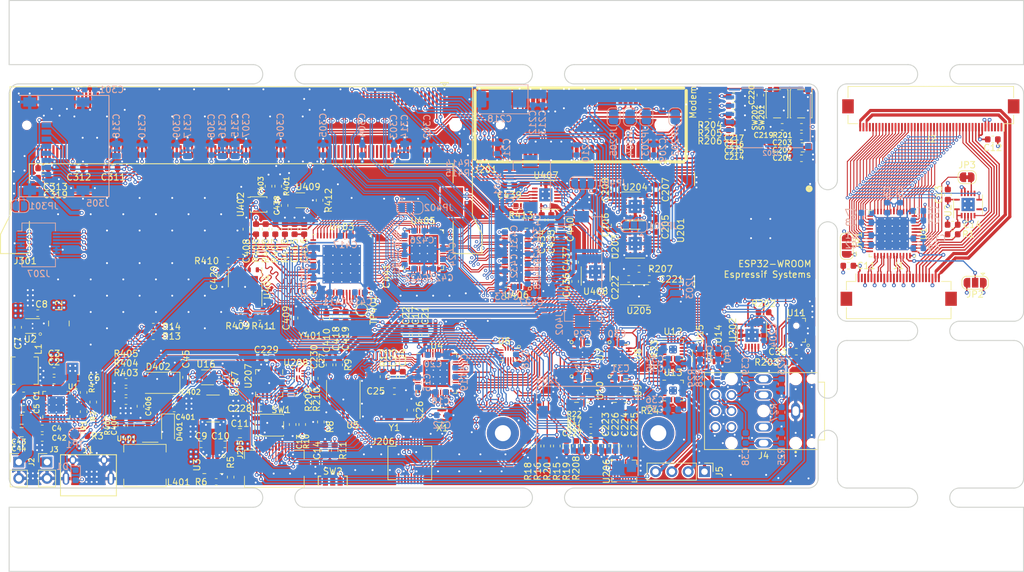
<source format=kicad_pcb>
(kicad_pcb (version 20171130) (host pcbnew "(5.1.6-0-10_14)")
  (layers (0 F.Cu signal) (1 GND power) (2 PWR power) (31 B.Cu signal) (34 B.Paste user) (35 F.Paste user) (36 B.SilkS user) (37 F.SilkS user) (38 B.Mask user) (39 F.Mask user) (44 Edge.Cuts user))
  (net 0 "")
  (net 1 GND)
  (net 2 +3V3)
  (net 3 SPI.MISO)
  (net 4 SPI.MOSI)
  (net 5 SPI.SCK)
  (net 6 SPI.CS)
  (net 7 /DISP_R7)
  (net 8 /DISP_R6)
  (net 9 /DISP_R5)
  (net 10 /DISP_R4)
  (net 11 /DISP_R3)
  (net 12 /DISP_R2)
  (net 13 /DISP_R1)
  (net 14 /DISP_R0)
  (net 15 /DISP_G7)
  (net 16 /DISP_G6)
  (net 17 /DISP_G5)
  (net 18 /DISP_G4)
  (net 19 /DISP_G3)
  (net 20 /DISP_G2)
  (net 21 /DISP_G1)
  (net 22 /DISP_G0)
  (net 23 /DISP_B7)
  (net 24 /DISP_B6)
  (net 25 /DISP_B5)
  (net 26 /DISP_B4)
  (net 27 /DISP_B3)
  (net 28 /DISP_B2)
  (net 29 /DISP_B1)
  (net 30 /DISP_B0)
  (net 31 /DISP_DE)
  (net 32 /DISP_PCLK)
  (net 33 /DISP_HSYNC)
  (net 34 /DISP_VSYNC)
  (net 35 LED_K)
  (net 36 LED_A)
  (net 37 "Net-(J1-Pad2)")
  (net 38 "Net-(J2-Pad1)")
  (net 39 "Net-(J2-Pad2)")
  (net 40 "Net-(J2-Pad3)")
  (net 41 "Net-(J2-Pad4)")
  (net 42 "Net-(J2-Pad42)")
  (net 43 "Net-(J2-Pad44)")
  (net 44 ENABLE)
  (net 45 /DISP_RST)
  (net 46 "Net-(JP1-Pad2)")
  (net 47 "Net-(JP2-Pad2)")
  (net 48 "Net-(U2-Pad3)")
  (net 49 "Net-(U2-Pad11)")
  (net 50 "Net-(C14-Pad1)")
  (net 51 /LVDS_A0N)
  (net 52 /LVDS_A0P)
  (net 53 /LVDS_A1N)
  (net 54 /LVDS_A1P)
  (net 55 /LVDS_A2N)
  (net 56 /LVDS_A2P)
  (net 57 /LVDS_CLKN)
  (net 58 /LVDS_CLKP)
  (net 59 /LVDS_A3N)
  (net 60 /LVDS_A3P)
  (net 61 /DISP_EN_IC)
  (net 62 "Net-(JP3-Pad2)")
  (net 63 +1V8)
  (net 64 GPIO_13)
  (net 65 GPIO_18)
  (net 66 GPIO_23)
  (net 67 JTAG_TCK)
  (net 68 JTAG_TDO)
  (net 69 JTAG_TMS)
  (net 70 JTAG_TDI)
  (net 71 "Net-(L2-Pad1)")
  (net 72 WAKE)
  (net 73 "Net-(R2-Pad2)")
  (net 74 "Net-(C1-Pad1)")
  (net 75 "Net-(C1-Pad2)")
  (net 76 VBUS)
  (net 77 "Net-(C5-Pad1)")
  (net 78 "Net-(C6-Pad1)")
  (net 79 "Net-(D1-Pad1)")
  (net 80 PWM2.1)
  (net 81 PWM0.1)
  (net 82 "Net-(L3-Pad1)")
  (net 83 "Net-(L3-Pad2)")
  (net 84 "Net-(R1-Pad1)")
  (net 85 "Net-(R3-Pad1)")
  (net 86 PWM1.1)
  (net 87 SPI1.SS0)
  (net 88 SPI1.MOSI)
  (net 89 SPI1.MISO)
  (net 90 SPI1.SCK)
  (net 91 SPI1.SS2)
  (net 92 SPI1.SS3)
  (net 93 "Net-(U7-Pad3)")
  (net 94 "Net-(U10-Pad11)")
  (net 95 "Net-(C38-Pad1)")
  (net 96 "Net-(C39-Pad1)")
  (net 97 /SPK_GAIN)
  (net 98 GPIO_20)
  (net 99 GPIO_0)
  (net 100 GPIO_22)
  (net 101 /SPK_EN)
  (net 102 /SPK_CLK)
  (net 103 "Net-(U10-Pad14)")
  (net 104 +VSYS)
  (net 105 /periph/Quectel.UART.RXD)
  (net 106 /periph/Quectel.UART.TXD)
  (net 107 /periph/Quectel.UART.RI)
  (net 108 /periph/SIMCom.UART.TXD)
  (net 109 /periph/Quectel.UART.DTR)
  (net 110 /periph/SIMCom.UART.RI)
  (net 111 /periph/SIMCom.UART.DTR)
  (net 112 /periph/ESP32.U2.RXD)
  (net 113 /periph/ESP32.U2.TXD)
  (net 114 /periph/Modem.PCM.CLK)
  (net 115 /periph/Modem.PCM.DO)
  (net 116 /periph/Modem.PCM.DI)
  (net 117 /periph/Modem.PCM.SYNC)
  (net 118 /periph/ESP32.U2.DTR)
  (net 119 /periph/ESP32.U2.RI)
  (net 120 /periph/ESP32.PCM.SYNC)
  (net 121 /periph/ESP32.PCM.DO)
  (net 122 /periph/ESP32.PCM.CLK)
  (net 123 /periph/ESP32.PCM.DI)
  (net 124 /periph/ESP32.VSPI.SS0)
  (net 125 /periph/ESP32.VSPI.MOSI)
  (net 126 /periph/ESP32.VSPI.MISO)
  (net 127 "Net-(C301-Pad1)")
  (net 128 ESP32.HSPI.MOSI)
  (net 129 ESP32.HSPI.SCK)
  (net 130 ESP32.HSPI.MISO)
  (net 131 ESP32.HSPI.SS0)
  (net 132 ESP32.IO36)
  (net 133 ESP32.IO27)
  (net 134 DISP_LED_A)
  (net 135 DISP_LED_K)
  (net 136 /PLL_AVSS)
  (net 137 /PLL_AVDD)
  (net 138 /XTAL_XI)
  (net 139 /XTAL_XO)
  (net 140 /QSPI_CS)
  (net 141 /QSPI_DQ_3)
  (net 142 /QSPI_DQ_2)
  (net 143 /QSPI_DQ_1)
  (net 144 /QSPI_DQ_0)
  (net 145 /PSD_LFALTCLK)
  (net 146 /QSPI_CLK)
  (net 147 "Net-(J1-Pad4)")
  (net 148 "Net-(J202-Pad6)")
  (net 149 "Net-(J301-Pad21)")
  (net 150 "Net-(J301-Pad23)")
  (net 151 "Net-(J301-Pad25)")
  (net 152 "Net-(J301-Pad27)")
  (net 153 "Net-(J301-Pad29)")
  (net 154 "Net-(J301-Pad31)")
  (net 155 "Net-(J301-Pad63)")
  (net 156 "Net-(J301-Pad65)")
  (net 157 "Net-(J301-Pad69)")
  (net 158 "Net-(J301-Pad73)")
  (net 159 "Net-(J301-Pad77)")
  (net 160 "Net-(J301-Pad79)")
  (net 161 "Net-(J301-Pad81)")
  (net 162 "Net-(J301-Pad83)")
  (net 163 "Net-(J301-Pad85)")
  (net 164 "Net-(J301-Pad89)")
  (net 165 "Net-(J301-Pad91)")
  (net 166 "Net-(J301-Pad93)")
  (net 167 "Net-(J301-Pad95)")
  (net 168 "Net-(J301-Pad97)")
  (net 169 "Net-(J301-Pad99)")
  (net 170 "Net-(J301-Pad101)")
  (net 171 "Net-(J301-Pad103)")
  (net 172 "Net-(J301-Pad107)")
  (net 173 "Net-(J301-Pad109)")
  (net 174 "Net-(J301-Pad111)")
  (net 175 "Net-(J301-Pad113)")
  (net 176 "Net-(J301-Pad115)")
  (net 177 "Net-(J301-Pad117)")
  (net 178 "Net-(J301-Pad119)")
  (net 179 "Net-(J301-Pad121)")
  (net 180 "Net-(J301-Pad125)")
  (net 181 "Net-(J301-Pad127)")
  (net 182 "Net-(J301-Pad131)")
  (net 183 "Net-(J301-Pad133)")
  (net 184 "Net-(J301-Pad137)")
  (net 185 "Net-(J301-Pad139)")
  (net 186 "Net-(J301-Pad143)")
  (net 187 "Net-(J301-Pad145)")
  (net 188 "Net-(J301-Pad147)")
  (net 189 "Net-(J301-Pad157)")
  (net 190 "Net-(J301-Pad161)")
  (net 191 "Net-(J301-Pad163)")
  (net 192 "Net-(J301-Pad165)")
  (net 193 "Net-(J301-Pad167)")
  (net 194 "Net-(J301-Pad169)")
  (net 195 "Net-(J301-Pad171)")
  (net 196 "Net-(J301-Pad173)")
  (net 197 "Net-(J301-Pad175)")
  (net 198 "Net-(J301-Pad179)")
  (net 199 "Net-(J301-Pad181)")
  (net 200 "Net-(J301-Pad187)")
  (net 201 "Net-(J301-Pad189)")
  (net 202 "Net-(J301-Pad191)")
  (net 203 "Net-(J301-Pad193)")
  (net 204 "Net-(J301-Pad195)")
  (net 205 "Net-(J301-Pad197)")
  (net 206 "Net-(J301-Pad199)")
  (net 207 "Net-(J301-Pad201)")
  (net 208 "Net-(J301-Pad203)")
  (net 209 "Net-(J301-Pad2)")
  (net 210 "Net-(J301-Pad4)")
  (net 211 "Net-(J301-Pad6)")
  (net 212 "Net-(J301-Pad8)")
  (net 213 "Net-(J301-Pad12)")
  (net 214 "Net-(J301-Pad14)")
  (net 215 "Net-(J301-Pad16)")
  (net 216 "Net-(J301-Pad18)")
  (net 217 "Net-(J301-Pad20)")
  (net 218 "Net-(J301-Pad22)")
  (net 219 "Net-(J301-Pad24)")
  (net 220 "Net-(J301-Pad26)")
  (net 221 "Net-(J301-Pad30)")
  (net 222 "Net-(J301-Pad32)")
  (net 223 "Net-(J301-Pad34)")
  (net 224 "Net-(J301-Pad36)")
  (net 225 "Net-(J301-Pad38)")
  (net 226 "Net-(J301-Pad40)")
  (net 227 "Net-(J301-Pad42)")
  (net 228 "Net-(J301-Pad44)")
  (net 229 "Net-(J301-Pad48)")
  (net 230 "Net-(J301-Pad50)")
  (net 231 "Net-(J301-Pad52)")
  (net 232 "Net-(J301-Pad54)")
  (net 233 "Net-(J301-Pad56)")
  (net 234 "Net-(J301-Pad62)")
  (net 235 "Net-(J301-Pad66)")
  (net 236 "Net-(J301-Pad68)")
  (net 237 "Net-(J301-Pad70)")
  (net 238 "Net-(J301-Pad72)")
  (net 239 "Net-(J301-Pad74)")
  (net 240 "Net-(J301-Pad92)")
  (net 241 "Net-(J301-Pad94)")
  (net 242 "Net-(J301-Pad98)")
  (net 243 "Net-(J301-Pad100)")
  (net 244 "Net-(J301-Pad102)")
  (net 245 "Net-(J301-Pad104)")
  (net 246 "Net-(J301-Pad106)")
  (net 247 "Net-(J301-Pad108)")
  (net 248 "Net-(J301-Pad110)")
  (net 249 "Net-(J301-Pad112)")
  (net 250 "Net-(J301-Pad116)")
  (net 251 "Net-(J301-Pad118)")
  (net 252 "Net-(J301-Pad120)")
  (net 253 "Net-(J301-Pad122)")
  (net 254 "Net-(J301-Pad124)")
  (net 255 "Net-(J301-Pad126)")
  (net 256 "Net-(J301-Pad128)")
  (net 257 "Net-(J301-Pad130)")
  (net 258 "Net-(J301-Pad134)")
  (net 259 "Net-(J301-Pad136)")
  (net 260 "Net-(J301-Pad138)")
  (net 261 "Net-(J301-Pad140)")
  (net 262 "Net-(J301-Pad142)")
  (net 263 "Net-(J301-Pad144)")
  (net 264 "Net-(J301-Pad146)")
  (net 265 "Net-(J301-Pad148)")
  (net 266 "Net-(J301-Pad152)")
  (net 267 "Net-(J301-Pad156)")
  (net 268 "Net-(J301-Pad158)")
  (net 269 "Net-(J301-Pad160)")
  (net 270 "Net-(J301-Pad162)")
  (net 271 "Net-(J301-Pad164)")
  (net 272 "Net-(J301-Pad166)")
  (net 273 "Net-(J301-Pad170)")
  (net 274 "Net-(J301-Pad172)")
  (net 275 "Net-(J301-Pad174)")
  (net 276 "Net-(J301-Pad180)")
  (net 277 "Net-(J301-Pad182)")
  (net 278 "Net-(J301-Pad184)")
  (net 279 "Net-(J301-Pad188)")
  (net 280 "Net-(J301-Pad190)")
  (net 281 "Net-(J301-Pad192)")
  (net 282 "Net-(J301-Pad194)")
  (net 283 "Net-(J301-Pad196)")
  (net 284 "Net-(J301-Pad198)")
  (net 285 "Net-(J301-Pad202)")
  (net 286 "Net-(U1-Pad24)")
  (net 287 "Net-(U9-Pad1)")
  (net 288 "Net-(U9-Pad2)")
  (net 289 "Net-(U9-Pad3)")
  (net 290 "Net-(U9-Pad4)")
  (net 291 "Net-(U9-Pad5)")
  (net 292 "Net-(U9-Pad6)")
  (net 293 "Net-(U9-Pad7)")
  (net 294 "Net-(U9-Pad15)")
  (net 295 "Net-(U10-Pad15)")
  (net 296 "Net-(U10-Pad7)")
  (net 297 "Net-(U10-Pad6)")
  (net 298 "Net-(U10-Pad5)")
  (net 299 "Net-(U10-Pad4)")
  (net 300 "Net-(U10-Pad3)")
  (net 301 "Net-(U10-Pad2)")
  (net 302 "Net-(U10-Pad1)")
  (net 303 "Net-(U201-Pad32)")
  (net 304 "Net-(U201-Pad22)")
  (net 305 "Net-(U201-Pad21)")
  (net 306 "Net-(U201-Pad20)")
  (net 307 "Net-(U201-Pad19)")
  (net 308 "Net-(U201-Pad18)")
  (net 309 "Net-(U201-Pad17)")
  (net 310 "Net-(U203-Pad6)")
  (net 311 "Net-(U203-Pad9)")
  (net 312 "Net-(U204-Pad9)")
  (net 313 "Net-(U204-Pad6)")
  (net 314 "Net-(X1-Pad1)")
  (net 315 /periph/ESP32.VSPI.SCK)
  (net 316 "Net-(J301-Pad155)")
  (net 317 "Net-(J301-Pad154)")
  (net 318 "Net-(J301-Pad60)")
  (net 319 PWM1.2)
  (net 320 GPIO_12)
  (net 321 TMUX.I2C0.SCL)
  (net 322 TMUX.I2C0.SDA)
  (net 323 DISP_CS)
  (net 324 /MIC_CLK)
  (net 325 /MIC_WS)
  (net 326 /SPK_R+)
  (net 327 /SPK_L+)
  (net 328 /SPK_L-)
  (net 329 /SPK_R-)
  (net 330 "Net-(R5-Pad2)")
  (net 331 "Net-(U4-Pad17)")
  (net 332 "Net-(U4-Pad22)")
  (net 333 iMX8.USB1.D_P)
  (net 334 iMX8.USB1.D_N)
  (net 335 iMX8.PWM1)
  (net 336 BT81X.GPIO3)
  (net 337 BT81X.GPIO0)
  (net 338 BT81X.GPIO1)
  (net 339 BT81X.GPIO2)
  (net 340 BT81X.R0)
  (net 341 BT81X.CTP.RST)
  (net 342 BT81X.CTP.INT)
  (net 343 BT81X.CTP.SCL)
  (net 344 BT81X.CTP.SDA)
  (net 345 BT81X.BL_PWM)
  (net 346 BT81X.DE)
  (net 347 BT81X.VSYNC)
  (net 348 BT81X.HSYNC)
  (net 349 BT81X.DISP)
  (net 350 BT81X.PCLK)
  (net 351 BT81X.B7)
  (net 352 BT81X.B6)
  (net 353 BT81X.B5)
  (net 354 BT81X.B4)
  (net 355 BT81X.B3)
  (net 356 BT81X.B2)
  (net 357 BT81X.B1)
  (net 358 BT81X.B0)
  (net 359 BT81X.G7)
  (net 360 BT81X.G6)
  (net 361 BT81X.G5)
  (net 362 BT81X.G4)
  (net 363 BT81X.G3)
  (net 364 BT81X.G2)
  (net 365 BT81X.G1)
  (net 366 BT81X.G0)
  (net 367 BT81X.R7)
  (net 368 BT81X.R6)
  (net 369 BT81X.R5)
  (net 370 BT81X.R4)
  (net 371 BT81X.R3)
  (net 372 BT81X.R2)
  (net 373 BT81X.R1)
  (net 374 "Net-(JP201-Pad2)")
  (net 375 "Net-(J301-Pad58)")
  (net 376 "Net-(C38-Pad2)")
  (net 377 "Net-(C39-Pad2)")
  (net 378 "Net-(C214-Pad1)")
  (net 379 "Net-(C215-Pad1)")
  (net 380 "Net-(C216-Pad1)")
  (net 381 "Net-(C217-Pad1)")
  (net 382 "Net-(C408-Pad1)")
  (net 383 "Net-(D401-Pad2)")
  (net 384 "Net-(J201-Pad48)")
  (net 385 "Net-(J201-Pad42)")
  (net 386 "Net-(J201-Pad33)")
  (net 387 "Net-(J201-Pad32)")
  (net 388 "Net-(J201-Pad30)")
  (net 389 "Net-(J201-Pad28)")
  (net 390 "Net-(J201-Pad25)")
  (net 391 "Net-(J201-Pad23)")
  (net 392 "Net-(J201-Pad20)")
  (net 393 "Net-(J201-Pad16)")
  (net 394 "Net-(J201-Pad14)")
  (net 395 "Net-(J201-Pad12)")
  (net 396 "Net-(J201-Pad10)")
  (net 397 "Net-(J201-Pad7)")
  (net 398 "Net-(J201-Pad6)")
  (net 399 "Net-(J201-Pad5)")
  (net 400 "Net-(J201-Pad3)")
  (net 401 "Net-(J201-Pad1)")
  (net 402 "Net-(J203-Pad2)")
  (net 403 "Net-(J203-Pad1)")
  (net 404 "Net-(J401-Pad2)")
  (net 405 "Net-(R23-Pad1)")
  (net 406 "Net-(R24-Pad1)")
  (net 407 "Net-(R28-Pad2)")
  (net 408 "Net-(R29-Pad1)")
  (net 409 "Net-(U14-Pad1)")
  (net 410 /HP_SWITCH)
  (net 411 /disp/CTP_SCL)
  (net 412 /disp/CTP_SDA)
  (net 413 /disp/CTP_INT)
  (net 414 /disp/CTP_RST)
  (net 415 "Net-(R401-Pad2)")
  (net 416 "Net-(R402-Pad2)")
  (net 417 "Net-(U405-Pad22)")
  (net 418 "Net-(U405-Pad23)")
  (net 419 "Net-(U405-Pad26)")
  (net 420 "Net-(U406-Pad17)")
  (net 421 "Net-(U406-Pad19)")
  (net 422 "Net-(U406-Pad41)")
  (net 423 "Net-(U406-Pad42)")
  (net 424 "Net-(U408-Pad6)")
  (net 425 "Net-(U408-Pad9)")
  (net 426 /HP_DET)
  (net 427 /SPK_L_HP+)
  (net 428 /SPK_R_HP_+)
  (net 429 /MIC_SD)
  (net 430 /SPK_SD)
  (net 431 "Net-(U8-Pad2)")
  (net 432 /SPK_GAIN_SEL)
  (net 433 /disp/DISP_LVDS_A0N)
  (net 434 /disp/DISP_LVDS_A0P)
  (net 435 /disp/DISP_LVDS_A1N)
  (net 436 /disp/DISP_LVDS_A1P)
  (net 437 /disp/DISP_LVDS_A2N)
  (net 438 /disp/DISP_LVDS_A2P)
  (net 439 /disp/DISP_LVDS_A3N)
  (net 440 /disp/DISP_LVDS_A3P)
  (net 441 /disp/BT81X_QSPI_CS)
  (net 442 /disp/BT81X_QSPI_DQ_3)
  (net 443 /disp/BT81X_QSPI_DQ_2)
  (net 444 /disp/BT81X_QSPI_CLK)
  (net 445 /disp/BT81X_QSPI_DQ_0)
  (net 446 /disp/BT81X_QSPI_DQ_1)
  (net 447 "Net-(U407-Pad6)")
  (net 448 "Net-(U407-Pad9)")
  (net 449 /disp/BT81X_X1)
  (net 450 /disp/BT81X_X2)
  (net 451 /disp/BT81X_1V2)
  (net 452 +VCTP)
  (net 453 /disp/iMX8_CTP_EN)
  (net 454 TMUX.GPIO0)
  (net 455 TMUX.GPIO1)
  (net 456 "Net-(JP402-Pad2)")
  (net 457 "Net-(TP401-Pad1)")
  (net 458 /RESET)
  (net 459 JTAG_TRST_N)
  (net 460 /BQ_INT)
  (net 461 /BQ_QON)
  (net 462 "Net-(U201-Pad5)")
  (net 463 "Net-(U201-Pad10)")
  (net 464 "Net-(U201-Pad11)")
  (net 465 /BQ_PMID)
  (net 466 "Net-(U7-Pad10)")
  (net 467 /periph/PERST)
  (net 468 "Net-(C222-Pad1)")
  (net 469 "Net-(C225-Pad1)")
  (net 470 "Net-(C226-Pad1)")
  (net 471 /exp/ALT_BOOT)
  (net 472 /exp/SD2_CLK)
  (net 473 /exp/SD2_CMD)
  (net 474 /exp/SD2_DAT0)
  (net 475 /exp/SD2_DAT1)
  (net 476 /exp/SD2_DAT2)
  (net 477 /exp/SD2_DAT3)
  (net 478 "Net-(U206-Pad9)")
  (net 479 "Net-(U206-Pad10)")
  (net 480 "Net-(U206-Pad11)")
  (net 481 "Net-(U206-Pad12)")
  (net 482 "Net-(U206-Pad13)")
  (net 483 "Net-(J204-Pad1)")
  (net 484 "Net-(J204-Pad8)")
  (net 485 "Net-(J205-Pad12)")
  (net 486 iMX8.GPIO5.IO29)
  (net 487 iMX8.GPIO5.IO28)
  (net 488 iMX8.I2C3.SCL)
  (net 489 iMX8.I2C3.SDA)
  (net 490 "Net-(J301-Pad75)")
  (net 491 "Net-(J301-Pad129)")
  (net 492 "Net-(J301-Pad135)")
  (net 493 "Net-(J301-Pad149)")
  (net 494 "Net-(J301-Pad151)")
  (net 495 "Net-(J301-Pad153)")
  (net 496 iMX8.GPIO3.IO7)
  (net 497 USB_D-)
  (net 498 USB_D+)
  (net 499 /periph/USB_CBUS3)
  (net 500 /periph/USB_RXD)
  (net 501 "Net-(U207-Pad5)")
  (net 502 /periph/USB_CBUS1)
  (net 503 /periph/USB_CBUS0)
  (net 504 /periph/USB_TXD)
  (net 505 "Net-(U207-Pad16)")
  (net 506 "Net-(U1-Pad2)")
  (net 507 ESP32.UART0.RXD)
  (net 508 ESP32.UART0.TXD)
  (net 509 UART0.TXD)
  (net 510 UART0.RXD)
  (net 511 iMX8.LVDS0.CLKP)
  (net 512 iMX8.LVDS0.CLKN)
  (net 513 iMX8.LVDS0.A0P)
  (net 514 iMX8.LVDS0.A0N)
  (net 515 iMX8.LVDS0.A1P)
  (net 516 iMX8.LVDS0.A1N)
  (net 517 iMX8.LVDS0.A2P)
  (net 518 iMX8.LVDS0.A2N)
  (net 519 iMX8.LVDS0.A3P)
  (net 520 iMX8.LVDS0.A3N)
  (net 521 /disp/DISP_LVDS_CLKN)
  (net 522 /disp/DISP_LVDS_CLKP)
  (net 523 /disp/DS90_LVDS_A3P)
  (net 524 /disp/DS90_LVDS_A3N)
  (net 525 /disp/DS90_LVDS_CLKP)
  (net 526 /disp/DS90_LVDS_CLKN)
  (net 527 /disp/DS90_LVDS_A2P)
  (net 528 /disp/DS90_LVDS_A2N)
  (net 529 /disp/DS90_LVDS_A1P)
  (net 530 /disp/DS90_LVDS_A1N)
  (net 531 /disp/DS90_LVDS_A0P)
  (net 532 /disp/DS90_LVDS_A0N)
  (net 533 /periph/ESP32.EN)
  (module panelization:mouse-bite-3mm-slot (layer F.Cu) (at 183.5 114.5 90)
    (fp_text reference REF** hide)
    (fp_text value mouse-bite-3mm-slot)
    (pad "" np_thru_hole circle (at 0.75 1.25 90) (size 0.5 0.5) (drill 0.5) (layers *.Cu *.Mask))
    (pad "" np_thru_hole circle (at -0.75 1.25 90) (size 0.5 0.5) (drill 0.5) (layers *.Cu *.Mask))
    (pad "" np_thru_hole circle (at -0.75 -1.25 90) (size 0.5 0.5) (drill 0.5) (layers *.Cu *.Mask))
    (pad "" np_thru_hole circle (at 0.75 -1.25 90) (size 0.5 0.5) (drill 0.5) (layers *.Cu *.Mask))
    (pad "" np_thru_hole circle (at 0 1.25 90) (size 0.5 0.5) (drill 0.5) (layers *.Cu *.Mask))
    (pad "" np_thru_hole circle (at 0 -1.25 90) (size 0.5 0.5) (drill 0.5) (layers *.Cu *.Mask))
    (pad "" np_thru_hole circle (at -1.5 1.25 90) (size 0.5 0.5) (drill 0.5) (layers *.Cu *.Mask))
    (pad "" np_thru_hole circle (at -2.25 1.25 90) (size 0.5 0.5) (drill 0.5) (layers *.Cu *.Mask))
    (pad "" np_thru_hole circle (at 1.5 1.25 90) (size 0.5 0.5) (drill 0.5) (layers *.Cu *.Mask))
    (pad "" np_thru_hole circle (at 2.25 1.25 90) (size 0.5 0.5) (drill 0.5) (layers *.Cu *.Mask))
    (pad "" np_thru_hole circle (at 1.5 -1.25 90) (size 0.5 0.5) (drill 0.5) (layers *.Cu *.Mask))
    (pad "" np_thru_hole circle (at 2.25 -1.25 90) (size 0.5 0.5) (drill 0.5) (layers *.Cu *.Mask))
    (pad "" np_thru_hole circle (at -2.25 -1.25 90) (size 0.5 0.5) (drill 0.5) (layers *.Cu *.Mask))
    (pad "" np_thru_hole circle (at -1.5 -1.25 90) (size 0.5 0.5) (drill 0.5) (layers *.Cu *.Mask))
  )
  (module panelization:mouse-bite-3mm-slot (layer F.Cu) (at 183.5 82 90)
    (fp_text reference REF** hide)
    (fp_text value mouse-bite-3mm-slot)
    (pad "" np_thru_hole circle (at 0.75 1.25 90) (size 0.5 0.5) (drill 0.5) (layers *.Cu *.Mask))
    (pad "" np_thru_hole circle (at -0.75 1.25 90) (size 0.5 0.5) (drill 0.5) (layers *.Cu *.Mask))
    (pad "" np_thru_hole circle (at -0.75 -1.25 90) (size 0.5 0.5) (drill 0.5) (layers *.Cu *.Mask))
    (pad "" np_thru_hole circle (at 0.75 -1.25 90) (size 0.5 0.5) (drill 0.5) (layers *.Cu *.Mask))
    (pad "" np_thru_hole circle (at 0 1.25 90) (size 0.5 0.5) (drill 0.5) (layers *.Cu *.Mask))
    (pad "" np_thru_hole circle (at 0 -1.25 90) (size 0.5 0.5) (drill 0.5) (layers *.Cu *.Mask))
    (pad "" np_thru_hole circle (at -1.5 1.25 90) (size 0.5 0.5) (drill 0.5) (layers *.Cu *.Mask))
    (pad "" np_thru_hole circle (at -2.25 1.25 90) (size 0.5 0.5) (drill 0.5) (layers *.Cu *.Mask))
    (pad "" np_thru_hole circle (at 1.5 1.25 90) (size 0.5 0.5) (drill 0.5) (layers *.Cu *.Mask))
    (pad "" np_thru_hole circle (at 2.25 1.25 90) (size 0.5 0.5) (drill 0.5) (layers *.Cu *.Mask))
    (pad "" np_thru_hole circle (at 1.5 -1.25 90) (size 0.5 0.5) (drill 0.5) (layers *.Cu *.Mask))
    (pad "" np_thru_hole circle (at 2.25 -1.25 90) (size 0.5 0.5) (drill 0.5) (layers *.Cu *.Mask))
    (pad "" np_thru_hole circle (at -2.25 -1.25 90) (size 0.5 0.5) (drill 0.5) (layers *.Cu *.Mask))
    (pad "" np_thru_hole circle (at -1.5 -1.25 90) (size 0.5 0.5) (drill 0.5) (layers *.Cu *.Mask))
  )
  (module panelization:mouse-bite-3mm-slot (layer F.Cu) (at 98 127.5)
    (fp_text reference REF** hide)
    (fp_text value mouse-bite-3mm-slot)
    (pad "" np_thru_hole circle (at 0.75 1.25) (size 0.5 0.5) (drill 0.5) (layers *.Cu *.Mask))
    (pad "" np_thru_hole circle (at -0.75 1.25) (size 0.5 0.5) (drill 0.5) (layers *.Cu *.Mask))
    (pad "" np_thru_hole circle (at -0.75 -1.25) (size 0.5 0.5) (drill 0.5) (layers *.Cu *.Mask))
    (pad "" np_thru_hole circle (at 0.75 -1.25) (size 0.5 0.5) (drill 0.5) (layers *.Cu *.Mask))
    (pad "" np_thru_hole circle (at 0 1.25) (size 0.5 0.5) (drill 0.5) (layers *.Cu *.Mask))
    (pad "" np_thru_hole circle (at 0 -1.25) (size 0.5 0.5) (drill 0.5) (layers *.Cu *.Mask))
    (pad "" np_thru_hole circle (at -1.5 1.25) (size 0.5 0.5) (drill 0.5) (layers *.Cu *.Mask))
    (pad "" np_thru_hole circle (at -2.25 1.25) (size 0.5 0.5) (drill 0.5) (layers *.Cu *.Mask))
    (pad "" np_thru_hole circle (at 1.5 1.25) (size 0.5 0.5) (drill 0.5) (layers *.Cu *.Mask))
    (pad "" np_thru_hole circle (at 2.25 1.25) (size 0.5 0.5) (drill 0.5) (layers *.Cu *.Mask))
    (pad "" np_thru_hole circle (at 1.5 -1.25) (size 0.5 0.5) (drill 0.5) (layers *.Cu *.Mask))
    (pad "" np_thru_hole circle (at 2.25 -1.25) (size 0.5 0.5) (drill 0.5) (layers *.Cu *.Mask))
    (pad "" np_thru_hole circle (at -2.25 -1.25) (size 0.5 0.5) (drill 0.5) (layers *.Cu *.Mask))
    (pad "" np_thru_hole circle (at -1.5 -1.25) (size 0.5 0.5) (drill 0.5) (layers *.Cu *.Mask))
  )
  (module panelization:mouse-bite-3mm-slot (layer F.Cu) (at 140 127.5)
    (fp_text reference REF** hide)
    (fp_text value mouse-bite-3mm-slot)
    (pad "" np_thru_hole circle (at 0.75 1.25) (size 0.5 0.5) (drill 0.5) (layers *.Cu *.Mask))
    (pad "" np_thru_hole circle (at -0.75 1.25) (size 0.5 0.5) (drill 0.5) (layers *.Cu *.Mask))
    (pad "" np_thru_hole circle (at -0.75 -1.25) (size 0.5 0.5) (drill 0.5) (layers *.Cu *.Mask))
    (pad "" np_thru_hole circle (at 0.75 -1.25) (size 0.5 0.5) (drill 0.5) (layers *.Cu *.Mask))
    (pad "" np_thru_hole circle (at 0 1.25) (size 0.5 0.5) (drill 0.5) (layers *.Cu *.Mask))
    (pad "" np_thru_hole circle (at 0 -1.25) (size 0.5 0.5) (drill 0.5) (layers *.Cu *.Mask))
    (pad "" np_thru_hole circle (at -1.5 1.25) (size 0.5 0.5) (drill 0.5) (layers *.Cu *.Mask))
    (pad "" np_thru_hole circle (at -2.25 1.25) (size 0.5 0.5) (drill 0.5) (layers *.Cu *.Mask))
    (pad "" np_thru_hole circle (at 1.5 1.25) (size 0.5 0.5) (drill 0.5) (layers *.Cu *.Mask))
    (pad "" np_thru_hole circle (at 2.25 1.25) (size 0.5 0.5) (drill 0.5) (layers *.Cu *.Mask))
    (pad "" np_thru_hole circle (at 1.5 -1.25) (size 0.5 0.5) (drill 0.5) (layers *.Cu *.Mask))
    (pad "" np_thru_hole circle (at 2.25 -1.25) (size 0.5 0.5) (drill 0.5) (layers *.Cu *.Mask))
    (pad "" np_thru_hole circle (at -2.25 -1.25) (size 0.5 0.5) (drill 0.5) (layers *.Cu *.Mask))
    (pad "" np_thru_hole circle (at -1.5 -1.25) (size 0.5 0.5) (drill 0.5) (layers *.Cu *.Mask))
  )
  (module panelization:mouse-bite-3mm-slot (layer F.Cu) (at 200 127.5)
    (fp_text reference REF** hide)
    (fp_text value mouse-bite-3mm-slot)
    (pad "" np_thru_hole circle (at 0.75 1.25) (size 0.5 0.5) (drill 0.5) (layers *.Cu *.Mask))
    (pad "" np_thru_hole circle (at -0.75 1.25) (size 0.5 0.5) (drill 0.5) (layers *.Cu *.Mask))
    (pad "" np_thru_hole circle (at -0.75 -1.25) (size 0.5 0.5) (drill 0.5) (layers *.Cu *.Mask))
    (pad "" np_thru_hole circle (at 0.75 -1.25) (size 0.5 0.5) (drill 0.5) (layers *.Cu *.Mask))
    (pad "" np_thru_hole circle (at 0 1.25) (size 0.5 0.5) (drill 0.5) (layers *.Cu *.Mask))
    (pad "" np_thru_hole circle (at 0 -1.25) (size 0.5 0.5) (drill 0.5) (layers *.Cu *.Mask))
    (pad "" np_thru_hole circle (at -1.5 1.25) (size 0.5 0.5) (drill 0.5) (layers *.Cu *.Mask))
    (pad "" np_thru_hole circle (at -2.25 1.25) (size 0.5 0.5) (drill 0.5) (layers *.Cu *.Mask))
    (pad "" np_thru_hole circle (at 1.5 1.25) (size 0.5 0.5) (drill 0.5) (layers *.Cu *.Mask))
    (pad "" np_thru_hole circle (at 2.25 1.25) (size 0.5 0.5) (drill 0.5) (layers *.Cu *.Mask))
    (pad "" np_thru_hole circle (at 1.5 -1.25) (size 0.5 0.5) (drill 0.5) (layers *.Cu *.Mask))
    (pad "" np_thru_hole circle (at 2.25 -1.25) (size 0.5 0.5) (drill 0.5) (layers *.Cu *.Mask))
    (pad "" np_thru_hole circle (at -2.25 -1.25) (size 0.5 0.5) (drill 0.5) (layers *.Cu *.Mask))
    (pad "" np_thru_hole circle (at -1.5 -1.25) (size 0.5 0.5) (drill 0.5) (layers *.Cu *.Mask))
  )
  (module panelization:mouse-bite-3mm-slot (layer F.Cu) (at 200 101.5)
    (fp_text reference REF** hide)
    (fp_text value mouse-bite-3mm-slot)
    (pad "" np_thru_hole circle (at 0.75 1.25) (size 0.5 0.5) (drill 0.5) (layers *.Cu *.Mask))
    (pad "" np_thru_hole circle (at -0.75 1.25) (size 0.5 0.5) (drill 0.5) (layers *.Cu *.Mask))
    (pad "" np_thru_hole circle (at -0.75 -1.25) (size 0.5 0.5) (drill 0.5) (layers *.Cu *.Mask))
    (pad "" np_thru_hole circle (at 0.75 -1.25) (size 0.5 0.5) (drill 0.5) (layers *.Cu *.Mask))
    (pad "" np_thru_hole circle (at 0 1.25) (size 0.5 0.5) (drill 0.5) (layers *.Cu *.Mask))
    (pad "" np_thru_hole circle (at 0 -1.25) (size 0.5 0.5) (drill 0.5) (layers *.Cu *.Mask))
    (pad "" np_thru_hole circle (at -1.5 1.25) (size 0.5 0.5) (drill 0.5) (layers *.Cu *.Mask))
    (pad "" np_thru_hole circle (at -2.25 1.25) (size 0.5 0.5) (drill 0.5) (layers *.Cu *.Mask))
    (pad "" np_thru_hole circle (at 1.5 1.25) (size 0.5 0.5) (drill 0.5) (layers *.Cu *.Mask))
    (pad "" np_thru_hole circle (at 2.25 1.25) (size 0.5 0.5) (drill 0.5) (layers *.Cu *.Mask))
    (pad "" np_thru_hole circle (at 1.5 -1.25) (size 0.5 0.5) (drill 0.5) (layers *.Cu *.Mask))
    (pad "" np_thru_hole circle (at 2.25 -1.25) (size 0.5 0.5) (drill 0.5) (layers *.Cu *.Mask))
    (pad "" np_thru_hole circle (at -2.25 -1.25) (size 0.5 0.5) (drill 0.5) (layers *.Cu *.Mask))
    (pad "" np_thru_hole circle (at -1.5 -1.25) (size 0.5 0.5) (drill 0.5) (layers *.Cu *.Mask))
  )
  (module panelization:mouse-bite-3mm-slot (layer F.Cu) (at 200 61.5)
    (fp_text reference REF** hide)
    (fp_text value mouse-bite-3mm-slot)
    (pad "" np_thru_hole circle (at 0.75 1.25) (size 0.5 0.5) (drill 0.5) (layers *.Cu *.Mask))
    (pad "" np_thru_hole circle (at -0.75 1.25) (size 0.5 0.5) (drill 0.5) (layers *.Cu *.Mask))
    (pad "" np_thru_hole circle (at -0.75 -1.25) (size 0.5 0.5) (drill 0.5) (layers *.Cu *.Mask))
    (pad "" np_thru_hole circle (at 0.75 -1.25) (size 0.5 0.5) (drill 0.5) (layers *.Cu *.Mask))
    (pad "" np_thru_hole circle (at 0 1.25) (size 0.5 0.5) (drill 0.5) (layers *.Cu *.Mask))
    (pad "" np_thru_hole circle (at 0 -1.25) (size 0.5 0.5) (drill 0.5) (layers *.Cu *.Mask))
    (pad "" np_thru_hole circle (at -1.5 1.25) (size 0.5 0.5) (drill 0.5) (layers *.Cu *.Mask))
    (pad "" np_thru_hole circle (at -2.25 1.25) (size 0.5 0.5) (drill 0.5) (layers *.Cu *.Mask))
    (pad "" np_thru_hole circle (at 1.5 1.25) (size 0.5 0.5) (drill 0.5) (layers *.Cu *.Mask))
    (pad "" np_thru_hole circle (at 2.25 1.25) (size 0.5 0.5) (drill 0.5) (layers *.Cu *.Mask))
    (pad "" np_thru_hole circle (at 1.5 -1.25) (size 0.5 0.5) (drill 0.5) (layers *.Cu *.Mask))
    (pad "" np_thru_hole circle (at 2.25 -1.25) (size 0.5 0.5) (drill 0.5) (layers *.Cu *.Mask))
    (pad "" np_thru_hole circle (at -2.25 -1.25) (size 0.5 0.5) (drill 0.5) (layers *.Cu *.Mask))
    (pad "" np_thru_hole circle (at -1.5 -1.25) (size 0.5 0.5) (drill 0.5) (layers *.Cu *.Mask))
  )
  (module panelization:mouse-bite-3mm-slot (layer F.Cu) (at 140 61.5)
    (fp_text reference REF** hide)
    (fp_text value mouse-bite-3mm-slot)
    (pad "" np_thru_hole circle (at 0.75 1.25) (size 0.5 0.5) (drill 0.5) (layers *.Cu *.Mask))
    (pad "" np_thru_hole circle (at -0.75 1.25) (size 0.5 0.5) (drill 0.5) (layers *.Cu *.Mask))
    (pad "" np_thru_hole circle (at -0.75 -1.25) (size 0.5 0.5) (drill 0.5) (layers *.Cu *.Mask))
    (pad "" np_thru_hole circle (at 0.75 -1.25) (size 0.5 0.5) (drill 0.5) (layers *.Cu *.Mask))
    (pad "" np_thru_hole circle (at 0 1.25) (size 0.5 0.5) (drill 0.5) (layers *.Cu *.Mask))
    (pad "" np_thru_hole circle (at 0 -1.25) (size 0.5 0.5) (drill 0.5) (layers *.Cu *.Mask))
    (pad "" np_thru_hole circle (at -1.5 1.25) (size 0.5 0.5) (drill 0.5) (layers *.Cu *.Mask))
    (pad "" np_thru_hole circle (at -2.25 1.25) (size 0.5 0.5) (drill 0.5) (layers *.Cu *.Mask))
    (pad "" np_thru_hole circle (at 1.5 1.25) (size 0.5 0.5) (drill 0.5) (layers *.Cu *.Mask))
    (pad "" np_thru_hole circle (at 2.25 1.25) (size 0.5 0.5) (drill 0.5) (layers *.Cu *.Mask))
    (pad "" np_thru_hole circle (at 1.5 -1.25) (size 0.5 0.5) (drill 0.5) (layers *.Cu *.Mask))
    (pad "" np_thru_hole circle (at 2.25 -1.25) (size 0.5 0.5) (drill 0.5) (layers *.Cu *.Mask))
    (pad "" np_thru_hole circle (at -2.25 -1.25) (size 0.5 0.5) (drill 0.5) (layers *.Cu *.Mask))
    (pad "" np_thru_hole circle (at -1.5 -1.25) (size 0.5 0.5) (drill 0.5) (layers *.Cu *.Mask))
  )
  (module panelization:mouse-bite-3mm-slot (layer F.Cu) (at 98 61.5)
    (fp_text reference REF** hide)
    (fp_text value mouse-bite-3mm-slot)
    (pad "" np_thru_hole circle (at -1.5 -1.25) (size 0.5 0.5) (drill 0.5) (layers *.Cu *.Mask))
    (pad "" np_thru_hole circle (at -2.25 -1.25) (size 0.5 0.5) (drill 0.5) (layers *.Cu *.Mask))
    (pad "" np_thru_hole circle (at 2.25 -1.25) (size 0.5 0.5) (drill 0.5) (layers *.Cu *.Mask))
    (pad "" np_thru_hole circle (at 1.5 -1.25) (size 0.5 0.5) (drill 0.5) (layers *.Cu *.Mask))
    (pad "" np_thru_hole circle (at 2.25 1.25) (size 0.5 0.5) (drill 0.5) (layers *.Cu *.Mask))
    (pad "" np_thru_hole circle (at 1.5 1.25) (size 0.5 0.5) (drill 0.5) (layers *.Cu *.Mask))
    (pad "" np_thru_hole circle (at -2.25 1.25) (size 0.5 0.5) (drill 0.5) (layers *.Cu *.Mask))
    (pad "" np_thru_hole circle (at -1.5 1.25) (size 0.5 0.5) (drill 0.5) (layers *.Cu *.Mask))
    (pad "" np_thru_hole circle (at 0 -1.25) (size 0.5 0.5) (drill 0.5) (layers *.Cu *.Mask))
    (pad "" np_thru_hole circle (at 0 1.25) (size 0.5 0.5) (drill 0.5) (layers *.Cu *.Mask))
    (pad "" np_thru_hole circle (at 0.75 -1.25) (size 0.5 0.5) (drill 0.5) (layers *.Cu *.Mask))
    (pad "" np_thru_hole circle (at -0.75 -1.25) (size 0.5 0.5) (drill 0.5) (layers *.Cu *.Mask))
    (pad "" np_thru_hole circle (at -0.75 1.25) (size 0.5 0.5) (drill 0.5) (layers *.Cu *.Mask))
    (pad "" np_thru_hole circle (at 0.75 1.25) (size 0.5 0.5) (drill 0.5) (layers *.Cu *.Mask))
  )
  (module panelization:4MM_Stencil_Hole (layer F.Cu) (at 66 134)
    (fp_text reference REF** hide)
    (fp_text value 4MM_Stencil_Hole)
    (pad "" np_thru_hole circle (at 0 0) (size 4 4) (drill 4) (layers *.Cu *.Paste *.Mask))
  )
  (module panelization:4MM_Stencil_Hole (layer F.Cu) (at 204 134)
    (fp_text reference REF** hide)
    (fp_text value 4MM_Stencil_Hole)
    (pad "" np_thru_hole circle (at 0 0) (size 4 4) (drill 4) (layers *.Cu *.Paste *.Mask))
  )
  (module panelization:4MM_Stencil_Hole (layer F.Cu) (at 204 55)
    (fp_text reference REF** hide)
    (fp_text value 4MM_Stencil_Hole)
    (pad "" np_thru_hole circle (at 0 0) (size 4 4) (drill 4) (layers *.Cu *.Paste *.Mask))
  )
  (module panelization:4MM_Stencil_Hole (layer F.Cu) (at 66 55)
    (fp_text reference REF** hide)
    (fp_text value 4MM_Stencil_Hole)
    (pad "" np_thru_hole circle (at 0 0) (size 4 4) (drill 4) (layers *.Cu *.Paste *.Mask))
  )
  (module Connector_FFC-FPC:Hirose_FH12-45S-0.5SH_1x45-1MP_P0.50mm_Horizontal (layer F.Cu) (at 199.55 67.9 180)
    (fp_text reference J2 (at 0 -3.7 180) (layer F.SilkS))
    (fp_text value Output)
    (pad MP smd rect (at 12.9 1.4 180) (size 1.8 2.2) (layers F.Cu F.Paste F.Mask))
    (pad MP smd rect (at -12.9 1.4 180) (size 1.8 2.2) (layers F.Cu F.Paste F.Mask))
    (pad 1 smd rect (at -11 -1.85 180) (size 0.3 1.3) (layers F.Cu F.Paste F.Mask) (net 38 "Net-(J2-Pad1)"))
    (pad 2 smd rect (at -10.5 -1.85 180) (size 0.3 1.3) (layers F.Cu F.Paste F.Mask) (net 39 "Net-(J2-Pad2)"))
    (pad 3 smd rect (at -10 -1.85 180) (size 0.3 1.3) (layers F.Cu F.Paste F.Mask) (net 40 "Net-(J2-Pad3)"))
    (pad 4 smd rect (at -9.5 -1.85 180) (size 0.3 1.3) (layers F.Cu F.Paste F.Mask) (net 41 "Net-(J2-Pad4)"))
    (pad 5 smd rect (at -9 -1.85 180) (size 0.3 1.3) (layers F.Cu F.Paste F.Mask) (net 1 GND))
    (pad 6 smd rect (at -8.5 -1.85 180) (size 0.3 1.3) (layers F.Cu F.Paste F.Mask) (net 1 GND))
    (pad 7 smd rect (at -8 -1.85 180) (size 0.3 1.3) (layers F.Cu F.Paste F.Mask) (net 2 +3V3))
    (pad 8 smd rect (at -7.5 -1.85 180) (size 0.3 1.3) (layers F.Cu F.Paste F.Mask) (net 2 +3V3))
    (pad 9 smd rect (at -7 -1.85 180) (size 0.3 1.3) (layers F.Cu F.Paste F.Mask) (net 3 SPI.MISO))
    (pad 10 smd rect (at -6.5 -1.85 180) (size 0.3 1.3) (layers F.Cu F.Paste F.Mask) (net 4 SPI.MOSI))
    (pad 11 smd rect (at -6 -1.85 180) (size 0.3 1.3) (layers F.Cu F.Paste F.Mask) (net 5 SPI.SCK))
    (pad 12 smd rect (at -5.5 -1.85 180) (size 0.3 1.3) (layers F.Cu F.Paste F.Mask) (net 6 SPI.CS))
    (pad 13 smd rect (at -5 -1.85 180) (size 0.3 1.3) (layers F.Cu F.Paste F.Mask) (net 45 /DISP_RST))
    (pad 14 smd rect (at -4.5 -1.85 180) (size 0.3 1.3) (layers F.Cu F.Paste F.Mask) (net 7 /DISP_R7))
    (pad 15 smd rect (at -4 -1.85 180) (size 0.3 1.3) (layers F.Cu F.Paste F.Mask) (net 8 /DISP_R6))
    (pad 16 smd rect (at -3.5 -1.85 180) (size 0.3 1.3) (layers F.Cu F.Paste F.Mask) (net 9 /DISP_R5))
    (pad 17 smd rect (at -3 -1.85 180) (size 0.3 1.3) (layers F.Cu F.Paste F.Mask) (net 10 /DISP_R4))
    (pad 18 smd rect (at -2.5 -1.85 180) (size 0.3 1.3) (layers F.Cu F.Paste F.Mask) (net 11 /DISP_R3))
    (pad 19 smd rect (at -2 -1.85 180) (size 0.3 1.3) (layers F.Cu F.Paste F.Mask) (net 12 /DISP_R2))
    (pad 20 smd rect (at -1.5 -1.85 180) (size 0.3 1.3) (layers F.Cu F.Paste F.Mask) (net 13 /DISP_R1))
    (pad 21 smd rect (at -1 -1.85 180) (size 0.3 1.3) (layers F.Cu F.Paste F.Mask) (net 14 /DISP_R0))
    (pad 22 smd rect (at -0.5 -1.85 180) (size 0.3 1.3) (layers F.Cu F.Paste F.Mask) (net 15 /DISP_G7))
    (pad 23 smd rect (at 0 -1.85 180) (size 0.3 1.3) (layers F.Cu F.Paste F.Mask) (net 16 /DISP_G6))
    (pad 24 smd rect (at 0.5 -1.85 180) (size 0.3 1.3) (layers F.Cu F.Paste F.Mask) (net 17 /DISP_G5))
    (pad 25 smd rect (at 1 -1.85 180) (size 0.3 1.3) (layers F.Cu F.Paste F.Mask) (net 18 /DISP_G4))
    (pad 26 smd rect (at 1.5 -1.85 180) (size 0.3 1.3) (layers F.Cu F.Paste F.Mask) (net 19 /DISP_G3))
    (pad 27 smd rect (at 2 -1.85 180) (size 0.3 1.3) (layers F.Cu F.Paste F.Mask) (net 20 /DISP_G2))
    (pad 28 smd rect (at 2.5 -1.85 180) (size 0.3 1.3) (layers F.Cu F.Paste F.Mask) (net 21 /DISP_G1))
    (pad 29 smd rect (at 3 -1.85 180) (size 0.3 1.3) (layers F.Cu F.Paste F.Mask) (net 22 /DISP_G0))
    (pad 30 smd rect (at 3.5 -1.85 180) (size 0.3 1.3) (layers F.Cu F.Paste F.Mask) (net 23 /DISP_B7))
    (pad 31 smd rect (at 4 -1.85 180) (size 0.3 1.3) (layers F.Cu F.Paste F.Mask) (net 24 /DISP_B6))
    (pad 32 smd rect (at 4.5 -1.85 180) (size 0.3 1.3) (layers F.Cu F.Paste F.Mask) (net 25 /DISP_B5))
    (pad 33 smd rect (at 5 -1.85 180) (size 0.3 1.3) (layers F.Cu F.Paste F.Mask) (net 26 /DISP_B4))
    (pad 34 smd rect (at 5.5 -1.85 180) (size 0.3 1.3) (layers F.Cu F.Paste F.Mask) (net 27 /DISP_B3))
    (pad 35 smd rect (at 6 -1.85 180) (size 0.3 1.3) (layers F.Cu F.Paste F.Mask) (net 28 /DISP_B2))
    (pad 36 smd rect (at 6.5 -1.85 180) (size 0.3 1.3) (layers F.Cu F.Paste F.Mask) (net 29 /DISP_B1))
    (pad 37 smd rect (at 7 -1.85 180) (size 0.3 1.3) (layers F.Cu F.Paste F.Mask) (net 30 /DISP_B0))
    (pad 38 smd rect (at 7.5 -1.85 180) (size 0.3 1.3) (layers F.Cu F.Paste F.Mask) (net 31 /DISP_DE))
    (pad 39 smd rect (at 8 -1.85 180) (size 0.3 1.3) (layers F.Cu F.Paste F.Mask) (net 32 /DISP_PCLK))
    (pad 40 smd rect (at 8.5 -1.85 180) (size 0.3 1.3) (layers F.Cu F.Paste F.Mask) (net 33 /DISP_HSYNC))
    (pad 41 smd rect (at 9 -1.85 180) (size 0.3 1.3) (layers F.Cu F.Paste F.Mask) (net 34 /DISP_VSYNC))
    (pad 42 smd rect (at 9.5 -1.85 180) (size 0.3 1.3) (layers F.Cu F.Paste F.Mask) (net 42 "Net-(J2-Pad42)"))
    (pad 43 smd rect (at 10 -1.85 180) (size 0.3 1.3) (layers F.Cu F.Paste F.Mask) (net 35 LED_K))
    (pad 44 smd rect (at 10.5 -1.85 180) (size 0.3 1.3) (layers F.Cu F.Paste F.Mask) (net 43 "Net-(J2-Pad44)"))
    (pad 45 smd rect (at 11 -1.85 180) (size 0.3 1.3) (layers F.Cu F.Paste F.Mask) (net 36 LED_A))
  )
  (module Capacitor_SMD:C_0603_1608Metric (layer B.Cu) (at 189.5 86.6)
    (fp_text reference C1 (at -2.35 0 180) (layer B.SilkS) (effects (justify mirror)))
    (fp_text value 0.1uF)
    (pad 2 smd roundrect (at 0.7875 0) (size 0.875 0.95) (layers B.Cu B.Paste B.Mask) (net 1 GND))
    (pad 1 smd roundrect (at -0.7875 0) (size 0.875 0.95) (layers B.Cu B.Paste B.Mask) (net 2 +3V3))
  )
  (module Capacitor_SMD:C_0603_1608Metric (layer B.Cu) (at 189.5 88.1)
    (fp_text reference C2 (at -2.35 0 180) (layer B.SilkS) (effects (justify mirror)))
    (fp_text value 0.01uF)
    (pad 1 smd roundrect (at -0.7875 0) (size 0.875 0.95) (layers B.Cu B.Paste B.Mask) (net 2 +3V3))
    (pad 2 smd roundrect (at 0.7875 0) (size 0.875 0.95) (layers B.Cu B.Paste B.Mask) (net 1 GND))
  )
  (module Capacitor_SMD:C_0603_1608Metric (layer B.Cu) (at 197.6 82.8 180)
    (fp_text reference C3 (at -2.4 0) (layer B.SilkS) (effects (justify mirror)))
    (fp_text value 0.1uF)
    (pad 2 smd roundrect (at 0.7875 0 180) (size 0.875 0.95) (layers B.Cu B.Paste B.Mask) (net 1 GND))
    (pad 1 smd roundrect (at -0.7875 0 180) (size 0.875 0.95) (layers B.Cu B.Paste B.Mask) (net 2 +3V3))
  )
  (module Capacitor_SMD:C_0603_1608Metric (layer B.Cu) (at 197.6 84.3 180)
    (fp_text reference C4 (at -2.4 0) (layer B.SilkS) (effects (justify mirror)))
    (fp_text value 0.01uF)
    (pad 1 smd roundrect (at -0.7875 0 180) (size 0.875 0.95) (layers B.Cu B.Paste B.Mask) (net 2 +3V3))
    (pad 2 smd roundrect (at 0.7875 0 180) (size 0.875 0.95) (layers B.Cu B.Paste B.Mask) (net 1 GND))
  )
  (module Capacitor_SMD:C_0603_1608Metric (layer B.Cu) (at 194.75 82.3 270)
    (fp_text reference C5 (at -2.35 0 90) (layer B.SilkS) (effects (justify mirror)))
    (fp_text value 0.1uF)
    (pad 2 smd roundrect (at 0.7875 0 270) (size 0.875 0.95) (layers B.Cu B.Paste B.Mask) (net 1 GND))
    (pad 1 smd roundrect (at -0.7875 0 270) (size 0.875 0.95) (layers B.Cu B.Paste B.Mask) (net 2 +3V3))
  )
  (module Capacitor_SMD:C_0603_1608Metric (layer B.Cu) (at 192.75 82.3 270)
    (fp_text reference C6 (at -2.35 0 90) (layer B.SilkS) (effects (justify mirror)))
    (fp_text value 0.01uF)
    (pad 1 smd roundrect (at -0.7875 0 270) (size 0.875 0.95) (layers B.Cu B.Paste B.Mask) (net 2 +3V3))
    (pad 2 smd roundrect (at 0.7875 0 270) (size 0.875 0.95) (layers B.Cu B.Paste B.Mask) (net 1 GND))
  )
  (module Capacitor_SMD:C_0603_1608Metric (layer B.Cu) (at 189.5 83.1)
    (fp_text reference C7 (at -2.4 0 180) (layer B.SilkS) (effects (justify mirror)))
    (fp_text value 0.1uF)
    (pad 2 smd roundrect (at 0.7875 0) (size 0.875 0.95) (layers B.Cu B.Paste B.Mask) (net 1 GND))
    (pad 1 smd roundrect (at -0.7875 0) (size 0.875 0.95) (layers B.Cu B.Paste B.Mask) (net 2 +3V3))
  )
  (module Capacitor_SMD:C_0603_1608Metric (layer B.Cu) (at 189.5 84.6)
    (fp_text reference C8 (at -2.35 0 180) (layer B.SilkS) (effects (justify mirror)))
    (fp_text value 0.01uF)
    (pad 1 smd roundrect (at -0.7875 0) (size 0.875 0.95) (layers B.Cu B.Paste B.Mask) (net 2 +3V3))
    (pad 2 smd roundrect (at 0.7875 0) (size 0.875 0.95) (layers B.Cu B.Paste B.Mask) (net 1 GND))
  )
  (module Capacitor_SMD:C_0603_1608Metric (layer B.Cu) (at 197.6 88.6 180)
    (fp_text reference C9 (at -2.4 0) (layer B.SilkS) (effects (justify mirror)))
    (fp_text value 0.1uF)
    (pad 2 smd roundrect (at 0.7875 0 180) (size 0.875 0.95) (layers B.Cu B.Paste B.Mask) (net 1 GND))
    (pad 1 smd roundrect (at -0.7875 0 180) (size 0.875 0.95) (layers B.Cu B.Paste B.Mask) (net 2 +3V3))
  )
  (module Capacitor_SMD:C_0603_1608Metric (layer B.Cu) (at 197.6 87.1 180)
    (fp_text reference C10 (at -2.85 0) (layer B.SilkS) (effects (justify mirror)))
    (fp_text value 0.01uF)
    (pad 1 smd roundrect (at -0.7875 0 180) (size 0.875 0.95) (layers B.Cu B.Paste B.Mask) (net 2 +3V3))
    (pad 2 smd roundrect (at 0.7875 0 180) (size 0.875 0.95) (layers B.Cu B.Paste B.Mask) (net 1 GND))
  )
  (module Package_DFN_QFN:QFN-48-1EP_7x7mm_P0.5mm_EP5.15x5.15mm_ThermalVias (layer F.Cu) (at 193.55 86.35 270)
    (fp_text reference U1 (at 0 -4.82 90) (layer F.SilkS))
    (fp_text value SN65LVDS822)
    (pad 49 smd roundrect (at 0 0 270) (size 5.15 5.15) (layers F.Cu F.Mask) (roundrect_rratio 0.048544) (net 1 GND))
    (pad 49 thru_hole circle (at -2.325 -2.325 270) (size 0.5 0.5) (drill 0.2) (layers *.Cu) (net 1 GND))
    (pad 49 thru_hole circle (at -1.1625 -2.325 270) (size 0.5 0.5) (drill 0.2) (layers *.Cu) (net 1 GND))
    (pad 49 thru_hole circle (at 0 -2.325 270) (size 0.5 0.5) (drill 0.2) (layers *.Cu) (net 1 GND))
    (pad 49 thru_hole circle (at 1.1625 -2.325 270) (size 0.5 0.5) (drill 0.2) (layers *.Cu) (net 1 GND))
    (pad 49 thru_hole circle (at 2.325 -2.325 270) (size 0.5 0.5) (drill 0.2) (layers *.Cu) (net 1 GND))
    (pad 49 thru_hole circle (at -2.325 -1.1625 270) (size 0.5 0.5) (drill 0.2) (layers *.Cu) (net 1 GND))
    (pad 49 thru_hole circle (at -1.1625 -1.1625 270) (size 0.5 0.5) (drill 0.2) (layers *.Cu) (net 1 GND))
    (pad 49 thru_hole circle (at 0 -1.1625 270) (size 0.5 0.5) (drill 0.2) (layers *.Cu) (net 1 GND))
    (pad 49 thru_hole circle (at 1.1625 -1.1625 270) (size 0.5 0.5) (drill 0.2) (layers *.Cu) (net 1 GND))
    (pad 49 thru_hole circle (at 2.325 -1.1625 270) (size 0.5 0.5) (drill 0.2) (layers *.Cu) (net 1 GND))
    (pad 49 thru_hole circle (at -2.325 0 270) (size 0.5 0.5) (drill 0.2) (layers *.Cu) (net 1 GND))
    (pad 49 thru_hole circle (at -1.1625 0 270) (size 0.5 0.5) (drill 0.2) (layers *.Cu) (net 1 GND))
    (pad 49 thru_hole circle (at 0 0 270) (size 0.5 0.5) (drill 0.2) (layers *.Cu) (net 1 GND))
    (pad 49 thru_hole circle (at 1.1625 0 270) (size 0.5 0.5) (drill 0.2) (layers *.Cu) (net 1 GND))
    (pad 49 thru_hole circle (at 2.325 0 270) (size 0.5 0.5) (drill 0.2) (layers *.Cu) (net 1 GND))
    (pad 49 thru_hole circle (at -2.325 1.1625 270) (size 0.5 0.5) (drill 0.2) (layers *.Cu) (net 1 GND))
    (pad 49 thru_hole circle (at -1.1625 1.1625 270) (size 0.5 0.5) (drill 0.2) (layers *.Cu) (net 1 GND))
    (pad 49 thru_hole circle (at 0 1.1625 270) (size 0.5 0.5) (drill 0.2) (layers *.Cu) (net 1 GND))
    (pad 49 thru_hole circle (at 1.1625 1.1625 270) (size 0.5 0.5) (drill 0.2) (layers *.Cu) (net 1 GND))
    (pad 49 thru_hole circle (at 2.325 1.1625 270) (size 0.5 0.5) (drill 0.2) (layers *.Cu) (net 1 GND))
    (pad 49 thru_hole circle (at -2.325 2.325 270) (size 0.5 0.5) (drill 0.2) (layers *.Cu) (net 1 GND))
    (pad 49 thru_hole circle (at -1.1625 2.325 270) (size 0.5 0.5) (drill 0.2) (layers *.Cu) (net 1 GND))
    (pad 49 thru_hole circle (at 0 2.325 270) (size 0.5 0.5) (drill 0.2) (layers *.Cu) (net 1 GND))
    (pad 49 thru_hole circle (at 1.1625 2.325 270) (size 0.5 0.5) (drill 0.2) (layers *.Cu) (net 1 GND))
    (pad 49 thru_hole circle (at 2.325 2.325 270) (size 0.5 0.5) (drill 0.2) (layers *.Cu) (net 1 GND))
    (pad 49 smd roundrect (at 0 0 270) (size 5.15 5.15) (layers B.Cu) (roundrect_rratio 0.048544) (net 1 GND))
    (pad 1 smd roundrect (at -3.4375 -2.75 270) (size 0.875 0.25) (layers F.Cu F.Paste F.Mask) (net 27 /DISP_B3))
    (pad 2 smd roundrect (at -3.4375 -2.25 270) (size 0.875 0.25) (layers F.Cu F.Paste F.Mask) (net 28 /DISP_B2))
    (pad 3 smd roundrect (at -3.4375 -1.75 270) (size 0.875 0.25) (layers F.Cu F.Paste F.Mask) (net 29 /DISP_B1))
    (pad 4 smd roundrect (at -3.4375 -1.25 270) (size 0.875 0.25) (layers F.Cu F.Paste F.Mask) (net 30 /DISP_B0))
    (pad 5 smd roundrect (at -3.4375 -0.75 270) (size 0.875 0.25) (layers F.Cu F.Paste F.Mask) (net 15 /DISP_G7))
    (pad 6 smd roundrect (at -3.4375 -0.25 270) (size 0.875 0.25) (layers F.Cu F.Paste F.Mask) (net 2 +3V3))
    (pad 7 smd roundrect (at -3.4375 0.25 270) (size 0.875 0.25) (layers F.Cu F.Paste F.Mask) (net 16 /DISP_G6))
    (pad 8 smd roundrect (at -3.4375 0.75 270) (size 0.875 0.25) (layers F.Cu F.Paste F.Mask) (net 17 /DISP_G5))
    (pad 9 smd roundrect (at -3.4375 1.25 270) (size 0.875 0.25) (layers F.Cu F.Paste F.Mask) (net 18 /DISP_G4))
    (pad 10 smd roundrect (at -3.4375 1.75 270) (size 0.875 0.25) (layers F.Cu F.Paste F.Mask) (net 19 /DISP_G3))
    (pad 11 smd roundrect (at -3.4375 2.25 270) (size 0.875 0.25) (layers F.Cu F.Paste F.Mask) (net 20 /DISP_G2))
    (pad 12 smd roundrect (at -3.4375 2.75 270) (size 0.875 0.25) (layers F.Cu F.Paste F.Mask) (net 21 /DISP_G1))
    (pad 13 smd roundrect (at -2.75 3.4375 270) (size 0.25 0.875) (layers F.Cu F.Paste F.Mask) (net 22 /DISP_G0))
    (pad 14 smd roundrect (at -2.25 3.4375 270) (size 0.25 0.875) (layers F.Cu F.Paste F.Mask) (net 7 /DISP_R7))
    (pad 15 smd roundrect (at -1.75 3.4375 270) (size 0.25 0.875) (layers F.Cu F.Paste F.Mask) (net 8 /DISP_R6))
    (pad 16 smd roundrect (at -1.25 3.4375 270) (size 0.25 0.875) (layers F.Cu F.Paste F.Mask) (net 9 /DISP_R5))
    (pad 17 smd roundrect (at -0.75 3.4375 270) (size 0.25 0.875) (layers F.Cu F.Paste F.Mask) (net 2 +3V3))
    (pad 18 smd roundrect (at -0.25 3.4375 270) (size 0.25 0.875) (layers F.Cu F.Paste F.Mask) (net 10 /DISP_R4))
    (pad 19 smd roundrect (at 0.25 3.4375 270) (size 0.25 0.875) (layers F.Cu F.Paste F.Mask) (net 11 /DISP_R3))
    (pad 20 smd roundrect (at 0.75 3.4375 270) (size 0.25 0.875) (layers F.Cu F.Paste F.Mask) (net 12 /DISP_R2))
    (pad 21 smd roundrect (at 1.25 3.4375 270) (size 0.25 0.875) (layers F.Cu F.Paste F.Mask) (net 13 /DISP_R1))
    (pad 22 smd roundrect (at 1.75 3.4375 270) (size 0.25 0.875) (layers F.Cu F.Paste F.Mask) (net 14 /DISP_R0))
    (pad 23 smd roundrect (at 2.25 3.4375 270) (size 0.25 0.875) (layers F.Cu F.Paste F.Mask) (net 46 "Net-(JP1-Pad2)"))
    (pad 24 smd roundrect (at 2.75 3.4375 270) (size 0.25 0.875) (layers F.Cu F.Paste F.Mask) (net 2 +3V3))
    (pad 25 smd roundrect (at 3.4375 2.75 270) (size 0.875 0.25) (layers F.Cu F.Paste F.Mask) (net 51 /LVDS_A0N))
    (pad 26 smd roundrect (at 3.4375 2.25 270) (size 0.875 0.25) (layers F.Cu F.Paste F.Mask) (net 52 /LVDS_A0P))
    (pad 27 smd roundrect (at 3.4375 1.75 270) (size 0.875 0.25) (layers F.Cu F.Paste F.Mask) (net 53 /LVDS_A1N))
    (pad 28 smd roundrect (at 3.4375 1.25 270) (size 0.875 0.25) (layers F.Cu F.Paste F.Mask) (net 54 /LVDS_A1P))
    (pad 29 smd roundrect (at 3.4375 0.75 270) (size 0.875 0.25) (layers F.Cu F.Paste F.Mask) (net 55 /LVDS_A2N))
    (pad 30 smd roundrect (at 3.4375 0.25 270) (size 0.875 0.25) (layers F.Cu F.Paste F.Mask) (net 56 /LVDS_A2P))
    (pad 31 smd roundrect (at 3.4375 -0.25 270) (size 0.875 0.25) (layers F.Cu F.Paste F.Mask) (net 57 /LVDS_CLKN))
    (pad 32 smd roundrect (at 3.4375 -0.75 270) (size 0.875 0.25) (layers F.Cu F.Paste F.Mask) (net 58 /LVDS_CLKP))
    (pad 33 smd roundrect (at 3.4375 -1.25 270) (size 0.875 0.25) (layers F.Cu F.Paste F.Mask) (net 59 /LVDS_A3N))
    (pad 34 smd roundrect (at 3.4375 -1.75 270) (size 0.875 0.25) (layers F.Cu F.Paste F.Mask) (net 60 /LVDS_A3P))
    (pad 35 smd roundrect (at 3.4375 -2.25 270) (size 0.875 0.25) (layers F.Cu F.Paste F.Mask) (net 47 "Net-(JP2-Pad2)"))
    (pad 36 smd roundrect (at 3.4375 -2.75 270) (size 0.875 0.25) (layers F.Cu F.Paste F.Mask) (net 1 GND))
    (pad 37 smd roundrect (at 2.75 -3.4375 270) (size 0.25 0.875) (layers F.Cu F.Paste F.Mask) (net 44 ENABLE))
    (pad 38 smd roundrect (at 2.25 -3.4375 270) (size 0.25 0.875) (layers F.Cu F.Paste F.Mask) (net 61 /DISP_EN_IC))
    (pad 39 smd roundrect (at 1.75 -3.4375 270) (size 0.25 0.875) (layers F.Cu F.Paste F.Mask) (net 34 /DISP_VSYNC))
    (pad 40 smd roundrect (at 1.25 -3.4375 270) (size 0.25 0.875) (layers F.Cu F.Paste F.Mask) (net 33 /DISP_HSYNC))
    (pad 41 smd roundrect (at 0.75 -3.4375 270) (size 0.25 0.875) (layers F.Cu F.Paste F.Mask) (net 32 /DISP_PCLK))
    (pad 42 smd roundrect (at 0.25 -3.4375 270) (size 0.25 0.875) (layers F.Cu F.Paste F.Mask) (net 23 /DISP_B7))
    (pad 43 smd roundrect (at -0.25 -3.4375 270) (size 0.25 0.875) (layers F.Cu F.Paste F.Mask) (net 2 +3V3))
    (pad 44 smd roundrect (at -0.75 -3.4375 270) (size 0.25 0.875) (layers F.Cu F.Paste F.Mask) (net 2 +3V3))
    (pad 45 smd roundrect (at -1.25 -3.4375 270) (size 0.25 0.875) (layers F.Cu F.Paste F.Mask) (net 1 GND))
    (pad 46 smd roundrect (at -1.75 -3.4375 270) (size 0.25 0.875) (layers F.Cu F.Paste F.Mask) (net 24 /DISP_B6))
    (pad 47 smd roundrect (at -2.25 -3.4375 270) (size 0.25 0.875) (layers F.Cu F.Paste F.Mask) (net 25 /DISP_B5))
    (pad 48 smd roundrect (at -2.75 -3.4375 270) (size 0.25 0.875) (layers F.Cu F.Paste F.Mask) (net 26 /DISP_B4))
  )
  (module Capacitor_SMD:C_0603_1608Metric (layer F.Cu) (at 209.2 71.65)
    (fp_text reference C12 (at 0 1.3 180) (layer F.SilkS))
    (fp_text value 0.1uF)
    (pad 2 smd roundrect (at 0.7875 0) (size 0.875 0.95) (layers F.Cu F.Paste F.Mask) (net 1 GND))
    (pad 1 smd roundrect (at -0.7875 0) (size 0.875 0.95) (layers F.Cu F.Paste F.Mask) (net 2 +3V3))
  )
  (module Connector_FFC-FPC:Hirose_FH12-26S-0.5SH_1x26-1MP_P0.50mm_Horizontal (layer F.Cu) (at 194.55 95.1)
    (fp_text reference J1 (at 0 -3.75) (layer F.SilkS))
    (fp_text value Input)
    (pad MP smd rect (at 8.15 1.4) (size 1.8 2.2) (layers F.Cu F.Paste F.Mask))
    (pad MP smd rect (at -8.15 1.4) (size 1.8 2.2) (layers F.Cu F.Paste F.Mask))
    (pad 1 smd rect (at -6.25 -1.85) (size 0.3 1.3) (layers F.Cu F.Paste F.Mask) (net 2 +3V3))
    (pad 2 smd rect (at -5.75 -1.85) (size 0.3 1.3) (layers F.Cu F.Paste F.Mask) (net 37 "Net-(J1-Pad2)"))
    (pad 3 smd rect (at -5.25 -1.85) (size 0.3 1.3) (layers F.Cu F.Paste F.Mask) (net 1 GND))
    (pad 4 smd rect (at -4.75 -1.85) (size 0.3 1.3) (layers F.Cu F.Paste F.Mask) (net 51 /LVDS_A0N))
    (pad 5 smd rect (at -4.25 -1.85) (size 0.3 1.3) (layers F.Cu F.Paste F.Mask) (net 52 /LVDS_A0P))
    (pad 6 smd rect (at -3.75 -1.85) (size 0.3 1.3) (layers F.Cu F.Paste F.Mask) (net 1 GND))
    (pad 7 smd rect (at -3.25 -1.85) (size 0.3 1.3) (layers F.Cu F.Paste F.Mask) (net 53 /LVDS_A1N))
    (pad 8 smd rect (at -2.75 -1.85) (size 0.3 1.3) (layers F.Cu F.Paste F.Mask) (net 54 /LVDS_A1P))
    (pad 9 smd rect (at -2.25 -1.85) (size 0.3 1.3) (layers F.Cu F.Paste F.Mask) (net 1 GND))
    (pad 10 smd rect (at -1.75 -1.85) (size 0.3 1.3) (layers F.Cu F.Paste F.Mask) (net 55 /LVDS_A2N))
    (pad 11 smd rect (at -1.25 -1.85) (size 0.3 1.3) (layers F.Cu F.Paste F.Mask) (net 56 /LVDS_A2P))
    (pad 12 smd rect (at -0.75 -1.85) (size 0.3 1.3) (layers F.Cu F.Paste F.Mask) (net 1 GND))
    (pad 13 smd rect (at -0.25 -1.85) (size 0.3 1.3) (layers F.Cu F.Paste F.Mask) (net 57 /LVDS_CLKN))
    (pad 14 smd rect (at 0.25 -1.85) (size 0.3 1.3) (layers F.Cu F.Paste F.Mask) (net 58 /LVDS_CLKP))
    (pad 15 smd rect (at 0.75 -1.85) (size 0.3 1.3) (layers F.Cu F.Paste F.Mask) (net 1 GND))
    (pad 16 smd rect (at 1.25 -1.85) (size 0.3 1.3) (layers F.Cu F.Paste F.Mask) (net 59 /LVDS_A3N))
    (pad 17 smd rect (at 1.75 -1.85) (size 0.3 1.3) (layers F.Cu F.Paste F.Mask) (net 60 /LVDS_A3P))
    (pad 18 smd rect (at 2.25 -1.85) (size 0.3 1.3) (layers F.Cu F.Paste F.Mask) (net 1 GND))
    (pad 19 smd rect (at 2.75 -1.85) (size 0.3 1.3) (layers F.Cu F.Paste F.Mask) (net 6 SPI.CS))
    (pad 20 smd rect (at 3.25 -1.85) (size 0.3 1.3) (layers F.Cu F.Paste F.Mask) (net 5 SPI.SCK))
    (pad 21 smd rect (at 3.75 -1.85) (size 0.3 1.3) (layers F.Cu F.Paste F.Mask) (net 4 SPI.MOSI))
    (pad 22 smd rect (at 4.25 -1.85) (size 0.3 1.3) (layers F.Cu F.Paste F.Mask) (net 3 SPI.MISO))
    (pad 23 smd rect (at 4.75 -1.85) (size 0.3 1.3) (layers F.Cu F.Paste F.Mask) (net 44 ENABLE))
    (pad 24 smd rect (at 5.25 -1.85) (size 0.3 1.3) (layers F.Cu F.Paste F.Mask) (net 1 GND))
    (pad 25 smd rect (at 5.75 -1.85) (size 0.3 1.3) (layers F.Cu F.Paste F.Mask) (net 35 LED_K))
    (pad 26 smd rect (at 6.25 -1.85) (size 0.3 1.3) (layers F.Cu F.Paste F.Mask) (net 36 LED_A))
  )
  (module Capacitor_SMD:C_0603_1608Metric (layer F.Cu) (at 202.2 80.25 90)
    (fp_text reference C13 (at 0 -1.43 90) (layer F.SilkS))
    (fp_text value 0.1uF)
    (pad 1 smd roundrect (at -0.7875 0 90) (size 0.875 0.95) (layers F.Cu F.Paste F.Mask) (net 2 +3V3))
    (pad 2 smd roundrect (at 0.7875 0 90) (size 0.875 0.95) (layers F.Cu F.Paste F.Mask) (net 1 GND))
  )
  (module Capacitor_SMD:C_0603_1608Metric (layer F.Cu) (at 202.95 84.95 180)
    (fp_text reference C14 (at -3.05 0) (layer F.SilkS))
    (fp_text value 0.1uF)
    (pad 2 smd roundrect (at 0.7875 0 180) (size 0.875 0.95) (layers F.Cu F.Paste F.Mask) (net 1 GND))
    (pad 1 smd roundrect (at -0.7875 0 180) (size 0.875 0.95) (layers F.Cu F.Paste F.Mask) (net 50 "Net-(C14-Pad1)"))
  )
  (module Capacitor_SMD:C_0603_1608Metric (layer F.Cu) (at 186.7 91.35 180)
    (fp_text reference C11 (at -2.8 0) (layer F.SilkS))
    (fp_text value 10uF)
    (pad 1 smd roundrect (at -0.7875 0 180) (size 0.875 0.95) (layers F.Cu F.Paste F.Mask) (net 2 +3V3))
    (pad 2 smd roundrect (at 0.7875 0 180) (size 0.875 0.95) (layers F.Cu F.Paste F.Mask) (net 1 GND))
  )
  (module Resistor_SMD:R_0603_1608Metric (layer F.Cu) (at 202.95 86.45)
    (fp_text reference R1 (at 2.45 0) (layer F.SilkS))
    (fp_text value 10K)
    (pad 1 smd roundrect (at -0.7875 0) (size 0.875 0.95) (layers F.Cu F.Paste F.Mask) (net 50 "Net-(C14-Pad1)"))
    (pad 2 smd roundrect (at 0.7875 0) (size 0.875 0.95) (layers F.Cu F.Paste F.Mask) (net 44 ENABLE))
  )
  (module Package_DFN_QFN:Texas_S-PVQFN-N14_ThermalVias (layer F.Cu) (at 205.35 81.8 90)
    (fp_text reference U2 (at -0.95 -3.1 90) (layer F.SilkS))
    (fp_text value SN74LVC00ARGY)
    (pad 1 smd rect (at -0.75 -1.725) (size 0.85 0.28) (layers F.Cu F.Paste F.Mask) (net 50 "Net-(C14-Pad1)"))
    (pad 2 smd rect (at -1.725 -1) (size 0.28 0.85) (layers F.Cu F.Paste F.Mask) (net 50 "Net-(C14-Pad1)"))
    (pad 3 smd rect (at -1.725 -0.5) (size 0.28 0.85) (layers F.Cu F.Paste F.Mask) (net 48 "Net-(U2-Pad3)"))
    (pad 4 smd rect (at -1.725 0) (size 0.28 0.85) (layers F.Cu F.Paste F.Mask) (net 44 ENABLE))
    (pad 5 smd rect (at -1.725 0.5) (size 0.28 0.85) (layers F.Cu F.Paste F.Mask) (net 48 "Net-(U2-Pad3)"))
    (pad 6 smd rect (at -1.725 1) (size 0.28 0.85) (layers F.Cu F.Paste F.Mask) (net 45 /DISP_RST))
    (pad 7 smd rect (at -0.75 1.725) (size 0.85 0.28) (layers F.Cu F.Paste F.Mask) (net 1 GND))
    (pad 8 smd rect (at 0.75 1.725) (size 0.85 0.28) (layers F.Cu F.Paste F.Mask) (net 31 /DISP_DE))
    (pad 9 smd rect (at 1.725 1) (size 0.28 0.85) (layers F.Cu F.Paste F.Mask) (net 62 "Net-(JP3-Pad2)"))
    (pad 10 smd rect (at 1.725 0.5) (size 0.28 0.85) (layers F.Cu F.Paste F.Mask) (net 62 "Net-(JP3-Pad2)"))
    (pad 11 smd rect (at 1.725 0) (size 0.28 0.85) (layers F.Cu F.Paste F.Mask) (net 49 "Net-(U2-Pad11)"))
    (pad 12 smd rect (at 1.725 -0.5) (size 0.28 0.85) (layers F.Cu F.Paste F.Mask) (net 1 GND))
    (pad 13 smd rect (at 1.725 -1) (size 0.28 0.85) (layers F.Cu F.Paste F.Mask) (net 1 GND))
    (pad 14 smd rect (at 0.75 -1.725) (size 0.85 0.28) (layers F.Cu F.Paste F.Mask) (net 2 +3V3))
    (pad 15 smd rect (at 0 0) (size 2.05 2.05) (layers F.Cu F.Mask) (net 1 GND))
    (pad 15 thru_hole circle (at 0.5 -0.5) (size 0.6 0.6) (drill 0.3) (layers *.Cu) (net 1 GND))
    (pad 15 thru_hole circle (at 0.5 0.5) (size 0.6 0.6) (drill 0.3) (layers *.Cu) (net 1 GND))
    (pad 15 thru_hole circle (at -0.5 0.5) (size 0.6 0.6) (drill 0.3) (layers *.Cu) (net 1 GND))
    (pad 15 thru_hole circle (at -0.5 -0.5) (size 0.6 0.6) (drill 0.3) (layers *.Cu) (net 1 GND))
    (pad 15 smd rect (at 0 0) (size 2.05 2.05) (layers B.Cu) (net 1 GND))
  )
  (module Jumper:SolderJumper-3_P1.3mm_Open_RoundedPad1.0x1.5mm (layer F.Cu) (at 186.45 88.3 90)
    (fp_text reference JP1 (at 0.9 1.85 90) (layer F.SilkS))
    (fp_text value CLK_POL)
    (pad 2 smd rect (at 0 0 90) (size 1 1.5) (layers F.Cu F.Mask) (net 46 "Net-(JP1-Pad2)"))
    (pad 3 smd custom (at 1.3 0 90) (size 1 0.5) (layers F.Cu F.Mask) (net 1 GND) (options (clearance outline) (anchor rect)) (primitives (gr_circle (center 0 0.25) (end 0.5 0.25) (width 0)) (gr_circle (center 0 -0.25) (end 0.5 -0.25) (width 0)) (gr_poly (pts (xy -0.55 -0.75) (xy 0 -0.75) (xy 0 0.75) (xy -0.55 0.75)) (width 0))))
    (pad 1 smd custom (at -1.3 0 90) (size 1 0.5) (layers F.Cu F.Mask) (net 2 +3V3) (options (clearance outline) (anchor rect)) (primitives (gr_circle (center 0 0.25) (end 0.5 0.25) (width 0)) (gr_circle (center 0 -0.25) (end 0.5 -0.25) (width 0)) (gr_poly (pts (xy 0.55 -0.75) (xy 0 -0.75) (xy 0 0.75) (xy 0.55 0.75)) (width 0))))
  )
  (module Jumper:SolderJumper-3_P1.3mm_Open_RoundedPad1.0x1.5mm (layer F.Cu) (at 206.45 94 180)
    (fp_text reference JP2 (at 0 -1.8) (layer F.SilkS))
    (fp_text value SLEW)
    (pad 1 smd custom (at -1.3 0 180) (size 1 0.5) (layers F.Cu F.Mask) (net 2 +3V3) (options (clearance outline) (anchor rect)) (primitives (gr_circle (center 0 0.25) (end 0.5 0.25) (width 0)) (gr_circle (center 0 -0.25) (end 0.5 -0.25) (width 0)) (gr_poly (pts (xy 0.55 -0.75) (xy 0 -0.75) (xy 0 0.75) (xy 0.55 0.75)) (width 0))))
    (pad 3 smd custom (at 1.3 0 180) (size 1 0.5) (layers F.Cu F.Mask) (net 1 GND) (options (clearance outline) (anchor rect)) (primitives (gr_circle (center 0 0.25) (end 0.5 0.25) (width 0)) (gr_circle (center 0 -0.25) (end 0.5 -0.25) (width 0)) (gr_poly (pts (xy -0.55 -0.75) (xy 0 -0.75) (xy 0 0.75) (xy -0.55 0.75)) (width 0))))
    (pad 2 smd rect (at 0 0 180) (size 1 1.5) (layers F.Cu F.Mask) (net 47 "Net-(JP2-Pad2)"))
  )
  (module Jumper:SolderJumper-2_P1.3mm_Bridged_RoundedPad1.0x1.5mm (layer F.Cu) (at 205.2 77.55)
    (fp_text reference JP3 (at 0 -1.9) (layer F.SilkS))
    (fp_text value "DE INVERT")
    (fp_poly (pts (xy 0.25 -0.3) (xy -0.25 -0.3) (xy -0.25 0.3) (xy 0.25 0.3)) (layer F.Cu) (width 0))
    (pad 2 smd custom (at 0.65 0) (size 1 0.5) (layers F.Cu F.Mask) (net 62 "Net-(JP3-Pad2)") (options (clearance outline) (anchor rect)) (primitives (gr_circle (center 0 0.25) (end 0.5 0.25) (width 0)) (gr_circle (center 0 -0.25) (end 0.5 -0.25) (width 0)) (gr_poly (pts (xy 0 -0.75) (xy -0.5 -0.75) (xy -0.5 0.75) (xy 0 0.75)) (width 0))))
    (pad 1 smd custom (at -0.65 0) (size 1 0.5) (layers F.Cu F.Mask) (net 61 /DISP_EN_IC) (options (clearance outline) (anchor rect)) (primitives (gr_circle (center 0 0.25) (end 0.5 0.25) (width 0)) (gr_circle (center 0 -0.25) (end 0.5 -0.25) (width 0)) (gr_poly (pts (xy 0 -0.75) (xy 0.5 -0.75) (xy 0.5 0.75) (xy 0 0.75)) (width 0))))
  )
  (module Capacitor_SMD:C_0603_1608Metric (layer F.Cu) (at 74.95 116.25 90)
    (fp_text reference C404 (at 0 -2.6 90) (layer F.SilkS) (effects (font (size 0.8 0.8))))
    (fp_text value 10uF)
    (pad 1 smd roundrect (at -0.7875 0 90) (size 0.875 0.95) (layers F.Cu F.Paste F.Mask) (net 104 +VSYS))
    (pad 2 smd roundrect (at 0.7875 0 90) (size 0.875 0.95) (layers F.Cu F.Paste F.Mask) (net 1 GND))
  )
  (module footprints:SolderWirePad_1x02_SMD_1x2mm (layer B.Cu) (at 159.9 94.75 90)
    (fp_text reference J203 (at 0 2.1 270) (layer B.SilkS) (effects (justify mirror)))
    (fp_text value Motor)
    (pad 2 smd roundrect (at 0.85 0 90) (size 1 2) (layers B.Cu B.Paste B.Mask) (net 402 "Net-(J203-Pad2)"))
    (pad 1 smd roundrect (at -0.85 0 90) (size 1 2) (layers B.Cu B.Paste B.Mask) (net 403 "Net-(J203-Pad1)"))
  )
  (module Resistor_SMD:R_0603_1608Metric (layer F.Cu) (at 177.4 106.4 180)
    (fp_text reference R203 (at 3.4 0) (layer F.SilkS))
    (fp_text value 47K)
    (pad 2 smd roundrect (at 0.7875 0 180) (size 0.875 0.95) (layers F.Cu F.Paste F.Mask) (net 87 SPI1.SS0))
    (pad 1 smd roundrect (at -0.7875 0 180) (size 0.875 0.95) (layers F.Cu F.Paste F.Mask) (net 2 +3V3))
  )
  (module footprints:Socket_mPCIe (layer F.Cu) (at 157.5 69.4 180)
    (fp_text reference J201 (at 27.3 -6.95 180) (layer F.SilkS))
    (fp_text value Modem (at -5 3.55 90) (layer F.SilkS))
    (pad "" thru_hole circle (at 24.6 -48.05 180) (size 5 5) (drill 2.5) (layers *.Cu *.Mask))
    (pad "" thru_hole circle (at 0.4 -48.05 180) (size 5 5) (drill 2.5) (layers *.Cu *.Mask))
    (pad 52 smd rect (at 24.3 -4.1 180) (size 0.6 2) (layers F.Cu F.Paste F.Mask) (net 2 +3V3))
    (pad 51 smd rect (at 23.9 4.1 180) (size 0.6 2) (layers F.Cu F.Paste F.Mask) (net 117 /periph/Modem.PCM.SYNC))
    (pad 50 smd rect (at 23.5 -4.1 180) (size 0.6 2) (layers F.Cu F.Paste F.Mask) (net 1 GND))
    (pad 49 smd rect (at 23.1 4.1 180) (size 0.6 2) (layers F.Cu F.Paste F.Mask) (net 116 /periph/Modem.PCM.DI))
    (pad 48 smd rect (at 22.7 -4.1 180) (size 0.6 2) (layers F.Cu F.Paste F.Mask) (net 384 "Net-(J201-Pad48)"))
    (pad 47 smd rect (at 22.3 4.1 180) (size 0.6 2) (layers F.Cu F.Paste F.Mask) (net 115 /periph/Modem.PCM.DO))
    (pad 46 smd rect (at 21.9 -4.1 180) (size 0.6 2) (layers F.Cu F.Paste F.Mask) (net 111 /periph/SIMCom.UART.DTR))
    (pad 45 smd rect (at 21.5 4.1 180) (size 0.6 2) (layers F.Cu F.Paste F.Mask) (net 114 /periph/Modem.PCM.CLK))
    (pad 44 smd rect (at 21.1 -4.1 180) (size 0.6 2) (layers F.Cu F.Paste F.Mask) (net 110 /periph/SIMCom.UART.RI))
    (pad 43 smd rect (at 20.7 4.1 180) (size 0.6 2) (layers F.Cu F.Paste F.Mask) (net 1 GND))
    (pad 42 smd rect (at 20.3 -4.1 180) (size 0.6 2) (layers F.Cu F.Paste F.Mask) (net 385 "Net-(J201-Pad42)"))
    (pad 41 smd rect (at 19.9 4.1 180) (size 0.6 2) (layers F.Cu F.Paste F.Mask) (net 2 +3V3))
    (pad 40 smd rect (at 19.5 -4.1 180) (size 0.6 2) (layers F.Cu F.Paste F.Mask) (net 1 GND))
    (pad 39 smd rect (at 19.1 4.1 180) (size 0.6 2) (layers F.Cu F.Paste F.Mask) (net 2 +3V3))
    (pad 38 smd rect (at 18.7 -4.1 180) (size 0.6 2) (layers F.Cu F.Paste F.Mask) (net 333 iMX8.USB1.D_P))
    (pad 37 smd rect (at 18.3 4.1 180) (size 0.6 2) (layers F.Cu F.Paste F.Mask) (net 1 GND))
    (pad 36 smd rect (at 17.9 -4.1 180) (size 0.6 2) (layers F.Cu F.Paste F.Mask) (net 334 iMX8.USB1.D_N))
    (pad 35 smd rect (at 17.5 4.1 180) (size 0.6 2) (layers F.Cu F.Paste F.Mask) (net 1 GND))
    (pad 34 smd rect (at 17.1 -4.1 180) (size 0.6 2) (layers F.Cu F.Paste F.Mask) (net 1 GND))
    (pad 33 smd rect (at 16.7 4.1 180) (size 0.6 2) (layers F.Cu F.Paste F.Mask) (net 386 "Net-(J201-Pad33)"))
    (pad 32 smd rect (at 16.3 -4.1 180) (size 0.6 2) (layers F.Cu F.Paste F.Mask) (net 387 "Net-(J201-Pad32)"))
    (pad 31 smd rect (at 15.9 4.1 180) (size 0.6 2) (layers F.Cu F.Paste F.Mask) (net 109 /periph/Quectel.UART.DTR))
    (pad 30 smd rect (at 15.5 -4.1 180) (size 0.6 2) (layers F.Cu F.Paste F.Mask) (net 388 "Net-(J201-Pad30)"))
    (pad 29 smd rect (at 15.1 4.1 180) (size 0.6 2) (layers F.Cu F.Paste F.Mask) (net 1 GND))
    (pad 28 smd rect (at 14.7 -4.1 180) (size 0.6 2) (layers F.Cu F.Paste F.Mask) (net 389 "Net-(J201-Pad28)"))
    (pad 27 smd rect (at 14.3 4.1 180) (size 0.6 2) (layers F.Cu F.Paste F.Mask) (net 1 GND))
    (pad 26 smd rect (at 13.9 -4.1 180) (size 0.6 2) (layers F.Cu F.Paste F.Mask) (net 1 GND))
    (pad 25 smd rect (at 13.5 4.1 180) (size 0.6 2) (layers F.Cu F.Paste F.Mask) (net 390 "Net-(J201-Pad25)"))
    (pad 24 smd rect (at 13.1 -4.1 180) (size 0.6 2) (layers F.Cu F.Paste F.Mask) (net 2 +3V3))
    (pad 23 smd rect (at 12.7 4.1 180) (size 0.6 2) (layers F.Cu F.Paste F.Mask) (net 391 "Net-(J201-Pad23)"))
    (pad 22 smd rect (at 12.3 -4.1 180) (size 0.6 2) (layers F.Cu F.Paste F.Mask) (net 467 /periph/PERST))
    (pad 21 smd rect (at 11.9 4.1 180) (size 0.6 2) (layers F.Cu F.Paste F.Mask) (net 1 GND))
    (pad 20 smd rect (at 11.5 -4.1 180) (size 0.6 2) (layers F.Cu F.Paste F.Mask) (net 392 "Net-(J201-Pad20)"))
    (pad 19 smd rect (at 11.1 4.1 180) (size 0.6 2) (layers F.Cu F.Paste F.Mask) (net 108 /periph/SIMCom.UART.TXD))
    (pad 18 smd rect (at 10.7 -4.1 180) (size 0.6 2) (layers F.Cu F.Paste F.Mask) (net 1 GND))
    (pad 17 smd rect (at 10.3 4.1 180) (size 0.6 2) (layers F.Cu F.Paste F.Mask) (net 107 /periph/Quectel.UART.RI))
    (pad 16 smd rect (at 6.7 -4.1 180) (size 0.6 2) (layers F.Cu F.Paste F.Mask) (net 393 "Net-(J201-Pad16)"))
    (pad 15 smd rect (at 6.3 4.1 180) (size 0.6 2) (layers F.Cu F.Paste F.Mask) (net 1 GND))
    (pad 14 smd rect (at 5.9 -4.1 180) (size 0.6 2) (layers F.Cu F.Paste F.Mask) (net 394 "Net-(J201-Pad14)"))
    (pad 13 smd rect (at 5.5 4.1 180) (size 0.6 2) (layers F.Cu F.Paste F.Mask) (net 106 /periph/Quectel.UART.TXD))
    (pad 12 smd rect (at 5.1 -4.1 180) (size 0.6 2) (layers F.Cu F.Paste F.Mask) (net 395 "Net-(J201-Pad12)"))
    (pad 11 smd rect (at 4.7 4.1 180) (size 0.6 2) (layers F.Cu F.Paste F.Mask) (net 105 /periph/Quectel.UART.RXD))
    (pad 10 smd rect (at 4.3 -4.1 180) (size 0.6 2) (layers F.Cu F.Paste F.Mask) (net 396 "Net-(J201-Pad10)"))
    (pad 9 smd rect (at 3.9 4.1 180) (size 0.6 2) (layers F.Cu F.Paste F.Mask) (net 1 GND))
    (pad 8 smd rect (at 3.5 -4.1 180) (size 0.6 2) (layers F.Cu F.Paste F.Mask) (net 378 "Net-(C214-Pad1)"))
    (pad 7 smd rect (at 3.1 4.1 180) (size 0.6 2) (layers F.Cu F.Paste F.Mask) (net 397 "Net-(J201-Pad7)"))
    (pad 6 smd rect (at 2.7 -4.1 180) (size 0.6 2) (layers F.Cu F.Paste F.Mask) (net 398 "Net-(J201-Pad6)"))
    (pad 5 smd rect (at 2.3 4.1 180) (size 0.6 2) (layers F.Cu F.Paste F.Mask) (net 399 "Net-(J201-Pad5)"))
    (pad 4 smd rect (at 1.9 -4.1 180) (size 0.6 2) (layers F.Cu F.Paste F.Mask) (net 1 GND))
    (pad 3 smd rect (at 1.5 4.1 180) (size 0.6 2) (layers F.Cu F.Paste F.Mask) (net 400 "Net-(J201-Pad3)"))
    (pad 2 smd rect (at 1.1 -4.1 180) (size 0.6 2) (layers F.Cu F.Paste F.Mask) (net 2 +3V3))
    (pad 1 smd rect (at 0.7 4.1 180) (size 0.6 2) (layers F.Cu F.Paste F.Mask) (net 401 "Net-(J201-Pad1)"))
    (pad "" smd rect (at 27.15 3.5 180) (size 2.3 3.2) (layers F.Cu F.Paste F.Mask))
    (pad "" smd rect (at -2.15 3.5 180) (size 2.3 3.2) (layers F.Cu F.Paste F.Mask))
    (pad "" np_thru_hole circle (at 0 0 180) (size 1.6 1.6) (drill 1.6) (layers *.Cu *.Mask))
    (pad "" np_thru_hole circle (at 25 0 180) (size 1.05 1.05) (drill 1.05) (layers *.Cu *.Mask))
  )
  (module footprints:TPS62290 (layer F.Cu) (at 59.65 100.75 180)
    (fp_text reference U2 (at 0.35 -2.05) (layer F.SilkS))
    (fp_text value TPS62293)
    (pad 7 smd rect (at 0 0.55 180) (size 1 0.5) (layers F.Cu F.Paste F.Mask) (net 1 GND))
    (pad 7 smd rect (at 0 -0.55 180) (size 1 0.5) (layers F.Cu F.Paste F.Mask) (net 1 GND))
    (pad 7 smd rect (at 0 0 180) (size 1 0.6) (layers F.Cu F.Paste F.Mask) (net 1 GND))
    (pad 6 smd rect (at 0.975 -0.65 180) (size 0.45 0.3) (layers F.Cu F.Paste F.Mask) (net 1 GND))
    (pad 5 smd rect (at 0.975 0 180) (size 0.45 0.3) (layers F.Cu F.Paste F.Mask) (net 104 +VSYS))
    (pad 4 smd rect (at 0.975 0.65 180) (size 0.45 0.3) (layers F.Cu F.Paste F.Mask) (net 104 +VSYS))
    (pad 3 smd rect (at -0.975 0.65 180) (size 0.45 0.3) (layers F.Cu F.Paste F.Mask) (net 63 +1V8))
    (pad 2 smd rect (at -0.975 0 180) (size 0.45 0.3) (layers F.Cu F.Paste F.Mask) (net 1 GND))
    (pad 1 smd rect (at -0.975 -0.65 180) (size 0.45 0.3) (layers F.Cu F.Paste F.Mask) (net 71 "Net-(L2-Pad1)"))
  )
  (module footprints:Texas_R-PWQFN-N42 (layer F.Cu) (at 135 90.1 180)
    (fp_text reference U406 (at 0 -5.8) (layer F.SilkS))
    (fp_text value TS3DV520ERUA)
    (pad 43 thru_hole circle (at 0.75 2.3 180) (size 0.5 0.5) (drill 0.2) (layers *.Cu) (net 1 GND))
    (pad 43 thru_hole circle (at -0.75 2.3 180) (size 0.5 0.5) (drill 0.2) (layers *.Cu) (net 1 GND))
    (pad 43 thru_hole circle (at -0.75 1.15 180) (size 0.5 0.5) (drill 0.2) (layers *.Cu) (net 1 GND))
    (pad 43 thru_hole circle (at 0 1.15 180) (size 0.5 0.5) (drill 0.2) (layers *.Cu) (net 1 GND))
    (pad 43 thru_hole circle (at 0 0 180) (size 0.5 0.5) (drill 0.2) (layers *.Cu) (net 1 GND))
    (pad 43 thru_hole circle (at 0 -3.5 180) (size 0.5 0.5) (drill 0.2) (layers *.Cu) (net 1 GND))
    (pad 43 thru_hole circle (at 0 2.3 180) (size 0.5 0.5) (drill 0.2) (layers *.Cu) (net 1 GND))
    (pad 43 thru_hole circle (at 0.75 -1.15 180) (size 0.5 0.5) (drill 0.2) (layers *.Cu) (net 1 GND))
    (pad 43 thru_hole circle (at -0.75 -1.15 180) (size 0.5 0.5) (drill 0.2) (layers *.Cu) (net 1 GND))
    (pad 43 thru_hole circle (at 0 -1.15 180) (size 0.5 0.5) (drill 0.2) (layers *.Cu) (net 1 GND))
    (pad 43 thru_hole circle (at 0 -2.3 180) (size 0.5 0.5) (drill 0.2) (layers *.Cu) (net 1 GND))
    (pad 43 thru_hole circle (at 0.75 0 180) (size 0.5 0.5) (drill 0.2) (layers *.Cu) (net 1 GND))
    (pad 43 thru_hole circle (at 0 3.5 180) (size 0.5 0.5) (drill 0.2) (layers *.Cu) (net 1 GND))
    (pad 43 thru_hole circle (at 0.75 1.15 180) (size 0.5 0.5) (drill 0.2) (layers *.Cu) (net 1 GND))
    (pad 43 thru_hole circle (at 0.75 -2.3 180) (size 0.5 0.5) (drill 0.2) (layers *.Cu) (net 1 GND))
    (pad 43 thru_hole circle (at -0.75 -2.3 180) (size 0.5 0.5) (drill 0.2) (layers *.Cu) (net 1 GND))
    (pad 43 thru_hole circle (at -0.75 0 180) (size 0.5 0.5) (drill 0.2) (layers *.Cu) (net 1 GND))
    (pad 43 smd roundrect (at 0 0 180) (size 2.05 7.55) (layers B.Cu) (roundrect_rratio 0.122) (net 1 GND))
    (pad 43 smd roundrect (at 0 0 180) (size 2.05 7.55) (layers F.Cu F.Mask) (roundrect_rratio 0.122) (net 1 GND))
    (pad 42 smd roundrect (at -0.75 -4.475 180) (size 0.3 0.85) (layers F.Cu F.Paste F.Mask) (roundrect_rratio 0.208) (net 423 "Net-(U406-Pad42)"))
    (pad 41 smd roundrect (at -0.25 -4.475 180) (size 0.3 0.85) (layers F.Cu F.Paste F.Mask) (roundrect_rratio 0.208) (net 422 "Net-(U406-Pad41)"))
    (pad 40 smd roundrect (at 0.25 -4.475 180) (size 0.3 0.85) (layers F.Cu F.Paste F.Mask) (roundrect_rratio 0.208) (net 2 +3V3))
    (pad 39 smd roundrect (at 0.75 -4.475 180) (size 0.3 0.85) (layers F.Cu F.Paste F.Mask) (roundrect_rratio 0.208) (net 519 iMX8.LVDS0.A3P))
    (pad 38 smd roundrect (at 1.725 -4 180) (size 0.85 0.3) (layers F.Cu F.Paste F.Mask) (roundrect_rratio 0.208) (net 520 iMX8.LVDS0.A3N))
    (pad 37 smd roundrect (at 1.725 -3.5 180) (size 0.85 0.3) (layers F.Cu F.Paste F.Mask) (roundrect_rratio 0.208) (net 523 /disp/DS90_LVDS_A3P))
    (pad 36 smd roundrect (at 1.725 -3 180) (size 0.85 0.3) (layers F.Cu F.Paste F.Mask) (roundrect_rratio 0.208) (net 524 /disp/DS90_LVDS_A3N))
    (pad 35 smd roundrect (at 1.725 -2.5 180) (size 0.85 0.3) (layers F.Cu F.Paste F.Mask) (roundrect_rratio 0.208) (net 511 iMX8.LVDS0.CLKP))
    (pad 34 smd roundrect (at 1.725 -2 180) (size 0.85 0.3) (layers F.Cu F.Paste F.Mask) (roundrect_rratio 0.208) (net 512 iMX8.LVDS0.CLKN))
    (pad 33 smd roundrect (at 1.725 -1.5 180) (size 0.85 0.3) (layers F.Cu F.Paste F.Mask) (roundrect_rratio 0.208) (net 525 /disp/DS90_LVDS_CLKP))
    (pad 32 smd roundrect (at 1.725 -1 180) (size 0.85 0.3) (layers F.Cu F.Paste F.Mask) (roundrect_rratio 0.208) (net 526 /disp/DS90_LVDS_CLKN))
    (pad 31 smd roundrect (at 1.725 -0.5 180) (size 0.85 0.3) (layers F.Cu F.Paste F.Mask) (roundrect_rratio 0.208) (net 2 +3V3))
    (pad 30 smd roundrect (at 1.725 0 180) (size 0.85 0.3) (layers F.Cu F.Paste F.Mask) (roundrect_rratio 0.208) (net 517 iMX8.LVDS0.A2P))
    (pad 29 smd roundrect (at 1.725 0.5 180) (size 0.85 0.3) (layers F.Cu F.Paste F.Mask) (roundrect_rratio 0.208) (net 518 iMX8.LVDS0.A2N))
    (pad 28 smd roundrect (at 1.725 1 180) (size 0.85 0.3) (layers F.Cu F.Paste F.Mask) (roundrect_rratio 0.208) (net 527 /disp/DS90_LVDS_A2P))
    (pad 27 smd roundrect (at 1.725 1.5 180) (size 0.85 0.3) (layers F.Cu F.Paste F.Mask) (roundrect_rratio 0.208) (net 528 /disp/DS90_LVDS_A2N))
    (pad 26 smd roundrect (at 1.725 2 180) (size 0.85 0.3) (layers F.Cu F.Paste F.Mask) (roundrect_rratio 0.208) (net 515 iMX8.LVDS0.A1P))
    (pad 25 smd roundrect (at 1.725 2.5 180) (size 0.85 0.3) (layers F.Cu F.Paste F.Mask) (roundrect_rratio 0.208) (net 516 iMX8.LVDS0.A1N))
    (pad 24 smd roundrect (at 1.725 3 180) (size 0.85 0.3) (layers F.Cu F.Paste F.Mask) (roundrect_rratio 0.208) (net 529 /disp/DS90_LVDS_A1P))
    (pad 23 smd roundrect (at 1.725 3.5 180) (size 0.85 0.3) (layers F.Cu F.Paste F.Mask) (roundrect_rratio 0.208) (net 530 /disp/DS90_LVDS_A1N))
    (pad 22 smd roundrect (at 1.725 4 180) (size 0.85 0.3) (layers F.Cu F.Paste F.Mask) (roundrect_rratio 0.208) (net 2 +3V3))
    (pad 21 smd roundrect (at 0.75 4.475 180) (size 0.3 0.85) (layers F.Cu F.Paste F.Mask) (roundrect_rratio 0.208) (net 532 /disp/DS90_LVDS_A0N))
    (pad 20 smd roundrect (at 0.25 4.475 180) (size 0.3 0.85) (layers F.Cu F.Paste F.Mask) (roundrect_rratio 0.208) (net 531 /disp/DS90_LVDS_A0P))
    (pad 19 smd roundrect (at -0.25 4.475 180) (size 0.3 0.85) (layers F.Cu F.Paste F.Mask) (roundrect_rratio 0.208) (net 421 "Net-(U406-Pad19)"))
    (pad 18 smd roundrect (at -0.75 4.475 180) (size 0.3 0.85) (layers F.Cu F.Paste F.Mask) (roundrect_rratio 0.208) (net 514 iMX8.LVDS0.A0N))
    (pad 17 smd roundrect (at -1.725 4 180) (size 0.85 0.3) (layers F.Cu F.Paste F.Mask) (roundrect_rratio 0.208) (net 420 "Net-(U406-Pad17)"))
    (pad 16 smd roundrect (at -1.725 3.5 180) (size 0.85 0.3) (layers F.Cu F.Paste F.Mask) (roundrect_rratio 0.208) (net 513 iMX8.LVDS0.A0P))
    (pad 15 smd roundrect (at -1.725 3 180) (size 0.85 0.3) (layers F.Cu F.Paste F.Mask) (roundrect_rratio 0.208) (net 433 /disp/DISP_LVDS_A0N))
    (pad 14 smd roundrect (at -1.725 2.5 180) (size 0.85 0.3) (layers F.Cu F.Paste F.Mask) (roundrect_rratio 0.208) (net 434 /disp/DISP_LVDS_A0P))
    (pad 13 smd roundrect (at -1.725 2 180) (size 0.85 0.3) (layers F.Cu F.Paste F.Mask) (roundrect_rratio 0.208) (net 2 +3V3))
    (pad 12 smd roundrect (at -1.725 1.5 180) (size 0.85 0.3) (layers F.Cu F.Paste F.Mask) (roundrect_rratio 0.208) (net 349 BT81X.DISP))
    (pad 11 smd roundrect (at -1.725 1 180) (size 0.85 0.3) (layers F.Cu F.Paste F.Mask) (roundrect_rratio 0.208) (net 435 /disp/DISP_LVDS_A1N))
    (pad 10 smd roundrect (at -1.725 0.5 180) (size 0.85 0.3) (layers F.Cu F.Paste F.Mask) (roundrect_rratio 0.208) (net 436 /disp/DISP_LVDS_A1P))
    (pad 9 smd roundrect (at -1.725 0 180) (size 0.85 0.3) (layers F.Cu F.Paste F.Mask) (roundrect_rratio 0.208) (net 437 /disp/DISP_LVDS_A2N))
    (pad 8 smd roundrect (at -1.725 -0.5 180) (size 0.85 0.3) (layers F.Cu F.Paste F.Mask) (roundrect_rratio 0.208) (net 438 /disp/DISP_LVDS_A2P))
    (pad 7 smd roundrect (at -1.725 -1 180) (size 0.85 0.3) (layers F.Cu F.Paste F.Mask) (roundrect_rratio 0.208) (net 2 +3V3))
    (pad 6 smd roundrect (at -1.725 -1.5 180) (size 0.85 0.3) (layers F.Cu F.Paste F.Mask) (roundrect_rratio 0.208) (net 521 /disp/DISP_LVDS_CLKN))
    (pad 5 smd roundrect (at -1.725 -2 180) (size 0.85 0.3) (layers F.Cu F.Paste F.Mask) (roundrect_rratio 0.208) (net 522 /disp/DISP_LVDS_CLKP))
    (pad 4 smd roundrect (at -1.725 -2.5 180) (size 0.85 0.3) (layers F.Cu F.Paste F.Mask) (roundrect_rratio 0.208) (net 2 +3V3))
    (pad 3 smd roundrect (at -1.725 -3 180) (size 0.85 0.3) (layers F.Cu F.Paste F.Mask) (roundrect_rratio 0.208) (net 439 /disp/DISP_LVDS_A3N))
    (pad 2 smd roundrect (at -1.725 -3.5 180) (size 0.85 0.3) (layers F.Cu F.Paste F.Mask) (roundrect_rratio 0.208) (net 440 /disp/DISP_LVDS_A3P))
    (pad 1 smd roundrect (at -1.725 -4 180) (size 0.85 0.3) (layers F.Cu F.Paste F.Mask) (roundrect_rratio 0.208) (net 2 +3V3))
  )
  (module footprints:UQFN-16_1.8x2.6mm_P0.4mm (layer F.Cu) (at 133.9 105.1 270)
    (fp_text reference U6 (at -2 0.8 180) (layer F.SilkS))
    (fp_text value TMUX1574RSV)
    (pad 16 smd roundrect (at -0.6 -1.2 270) (size 0.2 0.6) (layers F.Cu F.Paste F.Mask) (net 454 TMUX.GPIO0))
    (pad 15 smd roundrect (at -0.2 -1.2 270) (size 0.2 0.6) (layers F.Cu F.Paste F.Mask) (net 101 /SPK_EN))
    (pad 14 smd roundrect (at 0.2 -1.2 270) (size 0.2 0.6) (layers F.Cu F.Paste F.Mask) (net 2 +3V3))
    (pad 13 smd roundrect (at 0.6 -1.2 270) (size 0.2 0.6) (layers F.Cu F.Paste F.Mask) (net 1 GND))
    (pad 8 smd roundrect (at 0.6 1.2 270) (size 0.2 0.6) (layers F.Cu F.Paste F.Mask) (net 429 /MIC_SD))
    (pad 7 smd roundrect (at 0.2 1.2 270) (size 0.2 0.6) (layers F.Cu F.Paste F.Mask) (net 320 GPIO_12))
    (pad 6 smd roundrect (at -0.2 1.2 270) (size 0.2 0.6) (layers F.Cu F.Paste F.Mask) (net 1 GND))
    (pad 5 smd roundrect (at -0.6 1.2 270) (size 0.2 0.6) (layers F.Cu F.Paste F.Mask) (net 64 GPIO_13))
    (pad 12 smd roundrect (at 0.8 -0.6 270) (size 0.6 0.2) (layers F.Cu F.Paste F.Mask) (net 455 TMUX.GPIO1))
    (pad 11 smd roundrect (at 0.8 -0.2 270) (size 0.6 0.2) (layers F.Cu F.Paste F.Mask) (net 324 /MIC_CLK))
    (pad 10 smd roundrect (at 0.8 0.2 270) (size 0.6 0.2) (layers F.Cu F.Paste F.Mask) (net 81 PWM0.1))
    (pad 9 smd roundrect (at 0.8 0.6 270) (size 0.6 0.2) (layers F.Cu F.Paste F.Mask) (net 322 TMUX.I2C0.SDA))
    (pad 4 smd roundrect (at -0.8 0.6 270) (size 0.6 0.2) (layers F.Cu F.Paste F.Mask) (net 430 /SPK_SD))
    (pad 3 smd roundrect (at -0.8 0.2 270) (size 0.6 0.2) (layers F.Cu F.Paste F.Mask) (net 321 TMUX.I2C0.SCL))
    (pad 2 smd roundrect (at -0.8 -0.2 270) (size 0.6 0.2) (layers F.Cu F.Paste F.Mask) (net 86 PWM1.1))
    (pad 1 smd roundrect (at -0.75 -0.6 270) (size 0.7 0.2) (layers F.Cu F.Paste F.Mask) (net 325 /MIC_WS))
  )
  (module footprints:74HC00BQ115 (layer F.Cu) (at 145.3 105.2 270)
    (fp_text reference U7 (at 0 -2.75 270) (layer F.SilkS))
    (fp_text value 74HC00)
    (pad 7 smd rect (at -0.35 0) (size 0.9 0.7) (layers F.Cu F.Paste F.Mask) (net 1 GND))
    (pad 1 smd rect (at -1.55 0.25) (size 0.24 0.9) (layers F.Cu F.Paste F.Mask) (net 324 /MIC_CLK))
    (pad 2 smd rect (at -1 1.3 270) (size 0.24 0.9) (layers F.Cu F.Paste F.Mask) (net 319 PWM1.2))
    (pad 3 smd rect (at -0.5 1.3 270) (size 0.24 0.9) (layers F.Cu F.Paste F.Mask) (net 93 "Net-(U7-Pad3)"))
    (pad 4 smd rect (at 0 1.3 270) (size 0.24 0.9) (layers F.Cu F.Paste F.Mask) (net 93 "Net-(U7-Pad3)"))
    (pad 5 smd rect (at 0.5 1.3 270) (size 0.24 0.9) (layers F.Cu F.Paste F.Mask) (net 65 GPIO_18))
    (pad 6 smd rect (at 1 1.3 270) (size 0.24 0.9) (layers F.Cu F.Paste F.Mask) (net 94 "Net-(U10-Pad11)"))
    (pad 7 smd rect (at 1.55 0.25) (size 0.24 0.9) (layers F.Cu F.Paste F.Mask) (net 1 GND))
    (pad 8 smd rect (at 1.55 -0.25) (size 0.24 0.9) (layers F.Cu F.Paste F.Mask) (net 101 /SPK_EN))
    (pad 9 smd rect (at 1 -1.3 270) (size 0.24 0.9) (layers F.Cu F.Paste F.Mask) (net 319 PWM1.2))
    (pad 10 smd rect (at 0.5 -1.3 270) (size 0.24 0.9) (layers F.Cu F.Paste F.Mask) (net 466 "Net-(U7-Pad10)"))
    (pad 11 smd rect (at 0 -1.3 270) (size 0.24 0.9) (layers F.Cu F.Paste F.Mask) (net 466 "Net-(U7-Pad10)"))
    (pad 12 smd rect (at -0.5 -1.3 270) (size 0.24 0.9) (layers F.Cu F.Paste F.Mask) (net 65 GPIO_18))
    (pad 13 smd rect (at -1 -1.3 270) (size 0.24 0.9) (layers F.Cu F.Paste F.Mask) (net 65 GPIO_18))
    (pad 14 smd rect (at -1.55 -0.25) (size 0.24 0.9) (layers F.Cu F.Paste F.Mask) (net 2 +3V3))
    (pad 7 smd rect (at 0.35 0) (size 0.9 0.7) (layers F.Cu F.Paste F.Mask) (net 1 GND))
  )
  (module footprints:74HC00BQ115 (layer F.Cu) (at 151.2 105.2 270)
    (fp_text reference U8 (at 0 -2.75 270) (layer F.SilkS))
    (fp_text value 74HC00)
    (pad 7 smd rect (at -0.35 0) (size 0.9 0.7) (layers F.Cu F.Paste F.Mask) (net 1 GND))
    (pad 1 smd rect (at -1.55 0.25) (size 0.24 0.9) (layers F.Cu F.Paste F.Mask) (net 80 PWM2.1))
    (pad 2 smd rect (at -1 1.3 270) (size 0.24 0.9) (layers F.Cu F.Paste F.Mask) (net 431 "Net-(U8-Pad2)"))
    (pad 3 smd rect (at -0.5 1.3 270) (size 0.24 0.9) (layers F.Cu F.Paste F.Mask) (net 323 DISP_CS))
    (pad 4 smd rect (at 0 1.3 270) (size 0.24 0.9) (layers F.Cu F.Paste F.Mask) (net 101 /SPK_EN))
    (pad 5 smd rect (at 0.5 1.3 270) (size 0.24 0.9) (layers F.Cu F.Paste F.Mask) (net 101 /SPK_EN))
    (pad 6 smd rect (at 1 1.3 270) (size 0.24 0.9) (layers F.Cu F.Paste F.Mask) (net 431 "Net-(U8-Pad2)"))
    (pad 7 smd rect (at 1.55 0.25) (size 0.24 0.9) (layers F.Cu F.Paste F.Mask) (net 1 GND))
    (pad 8 smd rect (at 1.55 -0.25) (size 0.24 0.9) (layers F.Cu F.Paste F.Mask) (net 432 /SPK_GAIN_SEL))
    (pad 9 smd rect (at 1 -1.3 270) (size 0.24 0.9) (layers F.Cu F.Paste F.Mask) (net 410 /HP_SWITCH))
    (pad 10 smd rect (at 0.5 -1.3 270) (size 0.24 0.9) (layers F.Cu F.Paste F.Mask) (net 339 BT81X.GPIO2))
    (pad 11 smd rect (at 0 -1.3 270) (size 0.24 0.9) (layers F.Cu F.Paste F.Mask) (net 102 /SPK_CLK))
    (pad 12 smd rect (at -0.5 -1.3 270) (size 0.24 0.9) (layers F.Cu F.Paste F.Mask) (net 324 /MIC_CLK))
    (pad 13 smd rect (at -1 -1.3 270) (size 0.24 0.9) (layers F.Cu F.Paste F.Mask) (net 324 /MIC_CLK))
    (pad 14 smd rect (at -1.55 -0.25) (size 0.24 0.9) (layers F.Cu F.Paste F.Mask) (net 2 +3V3))
    (pad 7 smd rect (at 0.35 0) (size 0.9 0.7) (layers F.Cu F.Paste F.Mask) (net 1 GND))
  )
  (module footprints:74HC595BQ115 (layer F.Cu) (at 151.2 110.8 270)
    (fp_text reference U9 (at 0 -2.75 270) (layer F.SilkS))
    (fp_text value 74HC595)
    (pad 8 smd rect (at -0.475 0) (size 0.9 0.95) (layers F.Cu F.Paste F.Mask) (net 1 GND))
    (pad 1 smd rect (at -1.8 0.25) (size 0.24 0.9) (layers F.Cu F.Paste F.Mask) (net 287 "Net-(U9-Pad1)"))
    (pad 2 smd rect (at -1.25 1.3 270) (size 0.24 0.9) (layers F.Cu F.Paste F.Mask) (net 288 "Net-(U9-Pad2)"))
    (pad 3 smd rect (at -0.75 1.3 270) (size 0.24 0.9) (layers F.Cu F.Paste F.Mask) (net 289 "Net-(U9-Pad3)"))
    (pad 4 smd rect (at -0.25 1.3 270) (size 0.24 0.9) (layers F.Cu F.Paste F.Mask) (net 290 "Net-(U9-Pad4)"))
    (pad 5 smd rect (at 0.25 1.3 270) (size 0.24 0.9) (layers F.Cu F.Paste F.Mask) (net 291 "Net-(U9-Pad5)"))
    (pad 6 smd rect (at 0.75 1.3 270) (size 0.24 0.9) (layers F.Cu F.Paste F.Mask) (net 292 "Net-(U9-Pad6)"))
    (pad 7 smd rect (at 1.25 1.3 270) (size 0.24 0.9) (layers F.Cu F.Paste F.Mask) (net 293 "Net-(U9-Pad7)"))
    (pad 8 smd rect (at 1.8 0.25) (size 0.24 0.9) (layers F.Cu F.Paste F.Mask) (net 1 GND))
    (pad 9 smd rect (at 1.8 -0.25) (size 0.24 0.9) (layers F.Cu F.Paste F.Mask) (net 103 "Net-(U10-Pad14)"))
    (pad 10 smd rect (at 1.25 -1.3 270) (size 0.24 0.9) (layers F.Cu F.Paste F.Mask) (net 2 +3V3))
    (pad 11 smd rect (at 0.75 -1.3 270) (size 0.24 0.9) (layers F.Cu F.Paste F.Mask) (net 94 "Net-(U10-Pad11)"))
    (pad 12 smd rect (at 0.25 -1.3 270) (size 0.24 0.9) (layers F.Cu F.Paste F.Mask) (net 1 GND))
    (pad 13 smd rect (at -0.25 -1.3 270) (size 0.24 0.9) (layers F.Cu F.Paste F.Mask) (net 2 +3V3))
    (pad 14 smd rect (at -0.75 -1.3 270) (size 0.24 0.9) (layers F.Cu F.Paste F.Mask) (net 429 /MIC_SD))
    (pad 15 smd rect (at -1.25 -1.3 270) (size 0.24 0.9) (layers F.Cu F.Paste F.Mask) (net 294 "Net-(U9-Pad15)"))
    (pad 16 smd rect (at -1.8 -0.25) (size 0.24 0.9) (layers F.Cu F.Paste F.Mask) (net 2 +3V3))
    (pad 8 smd rect (at 0.475 0) (size 0.9 0.95) (layers F.Cu F.Paste F.Mask) (net 1 GND))
  )
  (module footprints:74HC595BQ115 (layer F.Cu) (at 145.3 110.8 270)
    (fp_text reference U10 (at 0 -2.7 270) (layer F.SilkS))
    (fp_text value 74HC595)
    (pad 8 smd rect (at -0.475 0) (size 0.9 0.95) (layers F.Cu F.Paste F.Mask) (net 1 GND))
    (pad 1 smd rect (at -1.8 0.25) (size 0.24 0.9) (layers F.Cu F.Paste F.Mask) (net 302 "Net-(U10-Pad1)"))
    (pad 2 smd rect (at -1.25 1.3 270) (size 0.24 0.9) (layers F.Cu F.Paste F.Mask) (net 301 "Net-(U10-Pad2)"))
    (pad 3 smd rect (at -0.75 1.3 270) (size 0.24 0.9) (layers F.Cu F.Paste F.Mask) (net 300 "Net-(U10-Pad3)"))
    (pad 4 smd rect (at -0.25 1.3 270) (size 0.24 0.9) (layers F.Cu F.Paste F.Mask) (net 299 "Net-(U10-Pad4)"))
    (pad 5 smd rect (at 0.25 1.3 270) (size 0.24 0.9) (layers F.Cu F.Paste F.Mask) (net 298 "Net-(U10-Pad5)"))
    (pad 6 smd rect (at 0.75 1.3 270) (size 0.24 0.9) (layers F.Cu F.Paste F.Mask) (net 297 "Net-(U10-Pad6)"))
    (pad 7 smd rect (at 1.25 1.3 270) (size 0.24 0.9) (layers F.Cu F.Paste F.Mask) (net 296 "Net-(U10-Pad7)"))
    (pad 8 smd rect (at 1.8 0.25) (size 0.24 0.9) (layers F.Cu F.Paste F.Mask) (net 1 GND))
    (pad 9 smd rect (at 1.8 -0.25) (size 0.24 0.9) (layers F.Cu F.Paste F.Mask) (net 430 /SPK_SD))
    (pad 10 smd rect (at 1.25 -1.3 270) (size 0.24 0.9) (layers F.Cu F.Paste F.Mask) (net 2 +3V3))
    (pad 11 smd rect (at 0.75 -1.3 270) (size 0.24 0.9) (layers F.Cu F.Paste F.Mask) (net 94 "Net-(U10-Pad11)"))
    (pad 12 smd rect (at 0.25 -1.3 270) (size 0.24 0.9) (layers F.Cu F.Paste F.Mask) (net 1 GND))
    (pad 13 smd rect (at -0.25 -1.3 270) (size 0.24 0.9) (layers F.Cu F.Paste F.Mask) (net 2 +3V3))
    (pad 14 smd rect (at -0.75 -1.3 270) (size 0.24 0.9) (layers F.Cu F.Paste F.Mask) (net 103 "Net-(U10-Pad14)"))
    (pad 15 smd rect (at -1.25 -1.3 270) (size 0.24 0.9) (layers F.Cu F.Paste F.Mask) (net 295 "Net-(U10-Pad15)"))
    (pad 16 smd rect (at -1.8 -0.25) (size 0.24 0.9) (layers F.Cu F.Paste F.Mask) (net 2 +3V3))
    (pad 8 smd rect (at 0.475 0) (size 0.9 0.95) (layers F.Cu F.Paste F.Mask) (net 1 GND))
  )
  (module footprints:TPS630250 (layer F.Cu) (at 87.75 122.4)
    (fp_text reference U3 (at -2.5 0 90) (layer F.SilkS))
    (fp_text value TPS630250)
    (pad 14 smd rect (at 1.4 -0.75) (size 0.6 0.24) (layers F.Cu F.Paste F.Mask) (net 2 +3V3))
    (pad 13 smd rect (at 1.4 -0.25) (size 0.6 0.24) (layers F.Cu F.Paste F.Mask) (net 2 +3V3))
    (pad 12 smd rect (at 1.4 0.25) (size 0.6 0.24) (layers F.Cu F.Paste F.Mask) (net 2 +3V3))
    (pad 11 smd rect (at 1.4 0.75) (size 0.6 0.24) (layers F.Cu F.Paste F.Mask) (net 330 "Net-(R5-Pad2)"))
    (pad 7 smd rect (at -1.4 0.75) (size 0.6 0.24) (layers F.Cu F.Paste F.Mask) (net 104 +VSYS))
    (pad 6 smd rect (at -1.4 0.25) (size 0.6 0.24) (layers F.Cu F.Paste F.Mask) (net 104 +VSYS))
    (pad 5 smd rect (at -1.4 -0.25) (size 0.6 0.24) (layers F.Cu F.Paste F.Mask) (net 104 +VSYS))
    (pad 4 smd rect (at -1.4 -0.75) (size 0.6 0.24) (layers F.Cu F.Paste F.Mask) (net 104 +VSYS))
    (pad 10 smd rect (at 0.5 1.15) (size 0.24 0.6) (layers F.Cu F.Paste F.Mask) (net 1 GND))
    (pad 9 smd rect (at 0 1.15) (size 0.24 0.6) (layers F.Cu F.Paste F.Mask) (net 1 GND))
    (pad 8 smd rect (at -0.5 1.15) (size 0.24 0.6) (layers F.Cu F.Paste F.Mask) (net 104 +VSYS))
    (pad 3 smd rect (at -0.49 -0.555) (size 0.22 1.79) (layers F.Cu F.Paste F.Mask) (net 82 "Net-(L3-Pad1)"))
    (pad 2 smd rect (at 0 -0.555) (size 0.24 1.79) (layers F.Cu F.Paste F.Mask) (net 1 GND))
    (pad 1 smd rect (at 0.49 -0.555) (size 0.22 1.79) (layers F.Cu F.Paste F.Mask) (net 83 "Net-(L3-Pad2)"))
  )
  (module Package_DFN_QFN:QFN-48-1EP_6x6mm_P0.4mm_EP4.6x4.6mm_ThermalVias (layer F.Cu) (at 120.55 88.85)
    (fp_text reference U405 (at -0.1 -4.5) (layer F.SilkS))
    (fp_text value DS90C185)
    (pad 1 smd roundrect (at -2.95 -2.2) (size 0.8 0.2) (layers F.Cu F.Paste F.Mask) (net 363 BT81X.G3))
    (pad 2 smd roundrect (at -2.95 -1.8) (size 0.8 0.2) (layers F.Cu F.Paste F.Mask) (net 362 BT81X.G4))
    (pad 3 smd roundrect (at -2.95 -1.4) (size 0.8 0.2) (layers F.Cu F.Paste F.Mask) (net 361 BT81X.G5))
    (pad 4 smd roundrect (at -2.95 -1) (size 0.8 0.2) (layers F.Cu F.Paste F.Mask) (net 358 BT81X.B0))
    (pad 5 smd roundrect (at -2.95 -0.6) (size 0.8 0.2) (layers F.Cu F.Paste F.Mask) (net 357 BT81X.B1))
    (pad 6 smd roundrect (at -2.95 -0.2) (size 0.8 0.2) (layers F.Cu F.Paste F.Mask) (net 350 BT81X.PCLK))
    (pad 7 smd roundrect (at -2.95 0.2) (size 0.8 0.2) (layers F.Cu F.Paste F.Mask) (net 356 BT81X.B2))
    (pad 8 smd roundrect (at -2.95 0.6) (size 0.8 0.2) (layers F.Cu F.Paste F.Mask) (net 355 BT81X.B3))
    (pad 9 smd roundrect (at -2.95 1) (size 0.8 0.2) (layers F.Cu F.Paste F.Mask) (net 354 BT81X.B4))
    (pad 10 smd roundrect (at -2.95 1.4) (size 0.8 0.2) (layers F.Cu F.Paste F.Mask) (net 353 BT81X.B5))
    (pad 11 smd roundrect (at -2.95 1.8) (size 0.8 0.2) (layers F.Cu F.Paste F.Mask) (net 348 BT81X.HSYNC))
    (pad 12 smd roundrect (at -2.95 2.2) (size 0.8 0.2) (layers F.Cu F.Paste F.Mask) (net 347 BT81X.VSYNC))
    (pad 13 smd roundrect (at -2.2 2.95) (size 0.2 0.8) (layers F.Cu F.Paste F.Mask) (net 63 +1V8))
    (pad 14 smd roundrect (at -1.8 2.95) (size 0.2 0.8) (layers F.Cu F.Paste F.Mask) (net 346 BT81X.DE))
    (pad 15 smd roundrect (at -1.4 2.95) (size 0.2 0.8) (layers F.Cu F.Paste F.Mask) (net 1 GND))
    (pad 16 smd roundrect (at -1 2.95) (size 0.2 0.8) (layers F.Cu F.Paste F.Mask) (net 368 BT81X.R6))
    (pad 17 smd roundrect (at -0.6 2.95) (size 0.2 0.8) (layers F.Cu F.Paste F.Mask) (net 367 BT81X.R7))
    (pad 18 smd roundrect (at -0.2 2.95) (size 0.2 0.8) (layers F.Cu F.Paste F.Mask) (net 360 BT81X.G6))
    (pad 19 smd roundrect (at 0.2 2.95) (size 0.2 0.8) (layers F.Cu F.Paste F.Mask) (net 359 BT81X.G7))
    (pad 20 smd roundrect (at 0.6 2.95) (size 0.2 0.8) (layers F.Cu F.Paste F.Mask) (net 352 BT81X.B6))
    (pad 21 smd roundrect (at 1 2.95) (size 0.2 0.8) (layers F.Cu F.Paste F.Mask) (net 351 BT81X.B7))
    (pad 22 smd roundrect (at 1.4 2.95) (size 0.2 0.8) (layers F.Cu F.Paste F.Mask) (net 417 "Net-(U405-Pad22)"))
    (pad 23 smd roundrect (at 1.8 2.95) (size 0.2 0.8) (layers F.Cu F.Paste F.Mask) (net 418 "Net-(U405-Pad23)"))
    (pad 24 smd roundrect (at 2.2 2.95) (size 0.2 0.8) (layers F.Cu F.Paste F.Mask) (net 1 GND))
    (pad 25 smd roundrect (at 2.95 2.2) (size 0.8 0.2) (layers F.Cu F.Paste F.Mask) (net 63 +1V8))
    (pad 26 smd roundrect (at 2.95 1.8) (size 0.8 0.2) (layers F.Cu F.Paste F.Mask) (net 419 "Net-(U405-Pad26)"))
    (pad 27 smd roundrect (at 2.95 1.4) (size 0.8 0.2) (layers F.Cu F.Paste F.Mask) (net 523 /disp/DS90_LVDS_A3P))
    (pad 28 smd roundrect (at 2.95 1) (size 0.8 0.2) (layers F.Cu F.Paste F.Mask) (net 524 /disp/DS90_LVDS_A3N))
    (pad 29 smd roundrect (at 2.95 0.6) (size 0.8 0.2) (layers F.Cu F.Paste F.Mask) (net 525 /disp/DS90_LVDS_CLKP))
    (pad 30 smd roundrect (at 2.95 0.2) (size 0.8 0.2) (layers F.Cu F.Paste F.Mask) (net 526 /disp/DS90_LVDS_CLKN))
    (pad 31 smd roundrect (at 2.95 -0.2) (size 0.8 0.2) (layers F.Cu F.Paste F.Mask) (net 527 /disp/DS90_LVDS_A2P))
    (pad 32 smd roundrect (at 2.95 -0.6) (size 0.8 0.2) (layers F.Cu F.Paste F.Mask) (net 528 /disp/DS90_LVDS_A2N))
    (pad 33 smd roundrect (at 2.95 -1) (size 0.8 0.2) (layers F.Cu F.Paste F.Mask) (net 529 /disp/DS90_LVDS_A1P))
    (pad 34 smd roundrect (at 2.95 -1.4) (size 0.8 0.2) (layers F.Cu F.Paste F.Mask) (net 530 /disp/DS90_LVDS_A1N))
    (pad 35 smd roundrect (at 2.95 -1.8) (size 0.8 0.2) (layers F.Cu F.Paste F.Mask) (net 531 /disp/DS90_LVDS_A0P))
    (pad 36 smd roundrect (at 2.95 -2.2) (size 0.8 0.2) (layers F.Cu F.Paste F.Mask) (net 532 /disp/DS90_LVDS_A0N))
    (pad 37 smd roundrect (at 2.2 -2.95) (size 0.2 0.8) (layers F.Cu F.Paste F.Mask) (net 349 BT81X.DISP))
    (pad 38 smd roundrect (at 1.8 -2.95) (size 0.2 0.8) (layers F.Cu F.Paste F.Mask) (net 340 BT81X.R0))
    (pad 39 smd roundrect (at 1.4 -2.95) (size 0.2 0.8) (layers F.Cu F.Paste F.Mask) (net 456 "Net-(JP402-Pad2)"))
    (pad 40 smd roundrect (at 1 -2.95) (size 0.2 0.8) (layers F.Cu F.Paste F.Mask) (net 373 BT81X.R1))
    (pad 41 smd roundrect (at 0.6 -2.95) (size 0.2 0.8) (layers F.Cu F.Paste F.Mask) (net 372 BT81X.R2))
    (pad 42 smd roundrect (at 0.2 -2.95) (size 0.2 0.8) (layers F.Cu F.Paste F.Mask) (net 371 BT81X.R3))
    (pad 43 smd roundrect (at -0.2 -2.95) (size 0.2 0.8) (layers F.Cu F.Paste F.Mask) (net 370 BT81X.R4))
    (pad 44 smd roundrect (at -0.6 -2.95) (size 0.2 0.8) (layers F.Cu F.Paste F.Mask) (net 369 BT81X.R5))
    (pad 45 smd roundrect (at -1 -2.95) (size 0.2 0.8) (layers F.Cu F.Paste F.Mask) (net 366 BT81X.G0))
    (pad 46 smd roundrect (at -1.4 -2.95) (size 0.2 0.8) (layers F.Cu F.Paste F.Mask) (net 365 BT81X.G1))
    (pad 47 smd roundrect (at -1.8 -2.95) (size 0.2 0.8) (layers F.Cu F.Paste F.Mask) (net 364 BT81X.G2))
    (pad 48 smd roundrect (at -2.2 -2.95) (size 0.2 0.8) (layers F.Cu F.Paste F.Mask) (net 63 +1V8))
    (pad 49 smd rect (at 0 0) (size 4.6 4.6) (layers F.Cu F.Mask) (net 1 GND))
    (pad 49 thru_hole circle (at -1.8 -1.8) (size 0.5 0.5) (drill 0.2) (layers *.Cu) (net 1 GND))
    (pad 49 thru_hole circle (at -0.6 -1.8) (size 0.5 0.5) (drill 0.2) (layers *.Cu) (net 1 GND))
    (pad 49 thru_hole circle (at 0.6 -1.8) (size 0.5 0.5) (drill 0.2) (layers *.Cu) (net 1 GND))
    (pad 49 thru_hole circle (at 1.8 -1.8) (size 0.5 0.5) (drill 0.2) (layers *.Cu) (net 1 GND))
    (pad 49 thru_hole circle (at -1.8 -0.6) (size 0.5 0.5) (drill 0.2) (layers *.Cu) (net 1 GND))
    (pad 49 thru_hole circle (at -0.6 -0.6) (size 0.5 0.5) (drill 0.2) (layers *.Cu) (net 1 GND))
    (pad 49 thru_hole circle (at 0.6 -0.6) (size 0.5 0.5) (drill 0.2) (layers *.Cu) (net 1 GND))
    (pad 49 thru_hole circle (at 1.8 -0.6) (size 0.5 0.5) (drill 0.2) (layers *.Cu) (net 1 GND))
    (pad 49 thru_hole circle (at -1.8 0.6) (size 0.5 0.5) (drill 0.2) (layers *.Cu) (net 1 GND))
    (pad 49 thru_hole circle (at -0.6 0.6) (size 0.5 0.5) (drill 0.2) (layers *.Cu) (net 1 GND))
    (pad 49 thru_hole circle (at 0.6 0.6) (size 0.5 0.5) (drill 0.2) (layers *.Cu) (net 1 GND))
    (pad 49 thru_hole circle (at 1.8 0.6) (size 0.5 0.5) (drill 0.2) (layers *.Cu) (net 1 GND))
    (pad 49 thru_hole circle (at -1.8 1.8) (size 0.5 0.5) (drill 0.2) (layers *.Cu) (net 1 GND))
    (pad 49 thru_hole circle (at -0.6 1.8) (size 0.5 0.5) (drill 0.2) (layers *.Cu) (net 1 GND))
    (pad 49 thru_hole circle (at 0.6 1.8) (size 0.5 0.5) (drill 0.2) (layers *.Cu) (net 1 GND))
    (pad 49 thru_hole circle (at 1.8 1.8) (size 0.5 0.5) (drill 0.2) (layers *.Cu) (net 1 GND))
    (pad 49 smd rect (at 0 0) (size 4.1 4.1) (layers B.Cu) (net 1 GND))
  )
  (module footprints:ICS-43434 (layer F.Cu) (at 178.6 100.7)
    (fp_text reference U11 (at 0 -2) (layer F.SilkS))
    (fp_text value ICS-43434)
    (pad 3 smd trapezoid (at -0.4858 0.4858 135) (size 0.575 0.36) (rect_delta 0 -0.15) (layers F.Cu F.Paste F.Mask) (net 1 GND))
    (pad 3 smd trapezoid (at 0.4858 0.4858 225) (size 0.575 0.36) (rect_delta 0 -0.15) (layers F.Cu F.Paste F.Mask) (net 1 GND))
    (pad 3 smd trapezoid (at 0 0.687 180) (size 0.575 0.36) (rect_delta 0 -0.15) (layers F.Cu F.Paste F.Mask) (net 1 GND))
    (pad 3 smd trapezoid (at -0.4858 -0.4858 45) (size 0.575 0.36) (rect_delta 0 -0.15) (layers F.Cu F.Paste F.Mask) (net 1 GND))
    (pad 3 smd trapezoid (at 0.687 0 180) (size 0.36 0.575) (rect_delta 0.15 0) (layers F.Cu F.Paste F.Mask) (net 1 GND))
    (pad "" np_thru_hole circle (at 0 0) (size 0.6 0.6) (drill 0.6) (layers *.Cu *.Mask))
    (pad 3 smd trapezoid (at 0.4858 -0.4858 315) (size 0.575 0.36) (rect_delta 0 -0.125) (layers F.Cu F.Paste F.Mask) (net 1 GND))
    (pad 3 smd trapezoid (at -0.687 0) (size 0.36 0.575) (rect_delta 0.15 0) (layers F.Cu F.Paste F.Mask) (net 1 GND))
    (pad 3 smd trapezoid (at 0 -0.6825) (size 0.575 0.36) (rect_delta 0 -0.15) (layers F.Cu F.Paste F.Mask) (net 1 GND))
    (pad 6 smd rect (at 0 2.074) (size 0.6 0.522) (layers F.Cu F.Paste F.Mask) (net 429 /MIC_SD))
    (pad 4 smd rect (at -0.9 1.252) (size 0.6 0.522) (layers F.Cu F.Paste F.Mask) (net 324 /MIC_CLK))
    (pad 5 smd rect (at -0.9 2.074) (size 0.6 0.522) (layers F.Cu F.Paste F.Mask) (net 2 +3V3))
    (pad 2 smd rect (at 0.9 1.252) (size 0.6 0.522) (layers F.Cu F.Paste F.Mask) (net 1 GND))
    (pad 1 smd rect (at 0.9 2.074) (size 0.6 0.522) (layers F.Cu F.Paste F.Mask) (net 325 /MIC_WS))
  )
  (module footprints:L_Coilcraft_XAL40 (layer F.Cu) (at 87.75 113.6)
    (fp_text reference L3 (at 3.25 -2.55) (layer F.SilkS))
    (fp_text value 1uH)
    (pad 2 smd rect (at 1.185 0) (size 0.98 3.4) (layers F.Cu F.Paste F.Mask) (net 83 "Net-(L3-Pad2)"))
    (pad 1 smd rect (at -1.185 0) (size 0.98 3.4) (layers F.Cu F.Paste F.Mask) (net 82 "Net-(L3-Pad1)"))
  )
  (module footprints:L_Murata_LQH66SN (layer F.Cu) (at 77.15 122.5)
    (fp_text reference L401 (at 5.25 2.6) (layer F.SilkS))
    (fp_text value 10uH)
    (pad 2 smd rect (at 2.5 0) (size 3 3.5) (layers F.Cu F.Paste F.Mask) (net 383 "Net-(D401-Pad2)"))
    (pad 1 smd rect (at -2.5 0) (size 3 3.5) (layers F.Cu F.Paste F.Mask) (net 104 +VSYS))
  )
  (module footprints:L_Coilcraft_LPS3015 (layer F.Cu) (at 63.75 100.35 90)
    (fp_text reference L2 (at 2.8 0 90) (layer F.SilkS))
    (fp_text value 2.2uH)
    (pad 2 smd rect (at 1.395 1.27 135) (size 0.3606 0.3606) (layers F.Cu F.Paste F.Mask) (net 63 +1V8))
    (pad 2 smd rect (at 0.8578 0.8573 129.7) (size 0.4936 0.4936) (layers F.Cu F.Paste F.Mask) (net 63 +1V8))
    (pad 2 smd rect (at 0.9525 1.175 90) (size 0.885 0.7) (layers F.Cu F.Paste F.Mask) (net 63 +1V8))
    (pad 2 smd rect (at 1.395 -1.27 135) (size 0.3606 0.3606) (layers F.Cu F.Paste F.Mask) (net 63 +1V8))
    (pad 2 smd rect (at 0.8578 -0.8573 50.3) (size 0.4936 0.4936) (layers F.Cu F.Paste F.Mask) (net 63 +1V8))
    (pad 2 smd rect (at 0.9525 -1.175 90) (size 0.885 0.7) (layers F.Cu F.Paste F.Mask) (net 63 +1V8))
    (pad 2 smd rect (at 1.27 0 90) (size 0.76 2.54) (layers F.Cu F.Paste F.Mask) (net 63 +1V8))
    (pad 1 smd rect (at -0.8578 0.8573 50.3) (size 0.4936 0.4936) (layers F.Cu F.Paste F.Mask) (net 71 "Net-(L2-Pad1)"))
    (pad 1 smd rect (at -0.9525 1.175 90) (size 0.885 0.7) (layers F.Cu F.Paste F.Mask) (net 71 "Net-(L2-Pad1)"))
    (pad 1 smd rect (at -1.395 1.27 135) (size 0.3606 0.3606) (layers F.Cu F.Paste F.Mask) (net 71 "Net-(L2-Pad1)"))
    (pad 1 smd rect (at -1.395 -1.27 135) (size 0.3606 0.3606) (layers F.Cu F.Paste F.Mask) (net 71 "Net-(L2-Pad1)"))
    (pad 1 smd rect (at -0.8578 -0.8573 129.7) (size 0.4936 0.4936) (layers F.Cu F.Paste F.Mask) (net 71 "Net-(L2-Pad1)"))
    (pad 1 smd rect (at -0.9525 -1.175 90) (size 0.885 0.7) (layers F.Cu F.Paste F.Mask) (net 71 "Net-(L2-Pad1)"))
    (pad 1 smd rect (at -1.27 0 90) (size 0.76 2.54) (layers F.Cu F.Paste F.Mask) (net 71 "Net-(L2-Pad1)"))
  )
  (module footprints:SiT1533 (layer F.Cu) (at 123.4 114.65 90)
    (fp_text reference X1 (at -2 0.05 180) (layer F.SilkS))
    (fp_text value SiT1533)
    (pad 4 smd rect (at 0.1 -0.45 90) (size 0.2 0.5) (layers F.Cu F.Paste F.Mask) (net 2 +3V3))
    (pad 2 smd rect (at -0.1 0.45 90) (size 0.2 0.5) (layers F.Cu F.Paste F.Mask) (net 1 GND))
    (pad 3 smd rect (at 0.8 0 90) (size 0.4 1.4) (layers F.Cu F.Paste F.Mask) (net 145 /PSD_LFALTCLK))
    (pad 1 smd rect (at -0.8 0 90) (size 0.4 1.4) (layers F.Cu F.Paste F.Mask) (net 314 "Net-(X1-Pad1)"))
  )
  (module Connector_FFC-FPC:Hirose_FH12-8S-0.5SH_1x08-1MP_P0.50mm_Horizontal (layer B.Cu) (at 135.8 78.65 270)
    (fp_text reference J401 (at 0 3.7 270) (layer B.SilkS) (effects (justify mirror)))
    (fp_text value Touch)
    (pad MP smd rect (at -3.65 -1.4 270) (size 1.8 2.2) (layers B.Cu B.Paste B.Mask))
    (pad MP smd rect (at 3.65 -1.4 270) (size 1.8 2.2) (layers B.Cu B.Paste B.Mask))
    (pad 1 smd rect (at 1.75 1.85 270) (size 0.3 1.3) (layers B.Cu B.Paste B.Mask) (net 1 GND))
    (pad 2 smd rect (at 1.25 1.85 270) (size 0.3 1.3) (layers B.Cu B.Paste B.Mask) (net 404 "Net-(J401-Pad2)"))
    (pad 3 smd rect (at 0.75 1.85 270) (size 0.3 1.3) (layers B.Cu B.Paste B.Mask) (net 452 +VCTP))
    (pad 4 smd rect (at 0.25 1.85 270) (size 0.3 1.3) (layers B.Cu B.Paste B.Mask) (net 411 /disp/CTP_SCL))
    (pad 5 smd rect (at -0.25 1.85 270) (size 0.3 1.3) (layers B.Cu B.Paste B.Mask) (net 412 /disp/CTP_SDA))
    (pad 6 smd rect (at -0.75 1.85 270) (size 0.3 1.3) (layers B.Cu B.Paste B.Mask) (net 413 /disp/CTP_INT))
    (pad 7 smd rect (at -1.25 1.85 270) (size 0.3 1.3) (layers B.Cu B.Paste B.Mask) (net 414 /disp/CTP_RST))
    (pad 8 smd rect (at -1.75 1.85 270) (size 0.3 1.3) (layers B.Cu B.Paste B.Mask) (net 1 GND))
  )
  (module footprints:ESP32-WROOM (layer F.Cu) (at 175.5 85.85 90)
    (fp_text reference U201 (at 0 -14.9 90) (layer F.SilkS))
    (fp_text value ESP32-WROOM)
    (fp_text user ESP32-WROOM (at -5.207 -0.246 180) (layer F.SilkS))
    (fp_text user "Espressif Systems" (at -6.858 -1.389 180) (layer F.SilkS))
    (pad 39 smd rect (at -1.2 -0.95 90) (size 3 3) (layers F.Cu F.Paste F.Mask) (net 1 GND))
    (pad 39 smd rect (at 1.8 -0.95 90) (size 3 3) (layers F.Cu F.Paste F.Mask) (net 1 GND))
    (pad 39 smd rect (at 1.8 -3.95 90) (size 3 3) (layers F.Cu F.Paste F.Mask) (net 1 GND))
    (pad 39 smd rect (at -1.2 -3.95 90) (size 3 3) (layers F.Cu F.Paste F.Mask) (net 1 GND))
    (pad 1 smd oval (at 9 5.25 90) (size 2.5 0.9) (layers F.Cu F.Paste F.Mask) (net 1 GND))
    (pad 2 smd oval (at 9 3.98 90) (size 2.5 0.9) (layers F.Cu F.Paste F.Mask) (net 2 +3V3))
    (pad 3 smd oval (at 9 2.71 90) (size 2.5 0.9) (layers F.Cu F.Paste F.Mask) (net 533 /periph/ESP32.EN))
    (pad 4 smd oval (at 9 1.44 90) (size 2.5 0.9) (layers F.Cu F.Paste F.Mask) (net 132 ESP32.IO36))
    (pad 5 smd oval (at 9 0.17 90) (size 2.5 0.9) (layers F.Cu F.Paste F.Mask) (net 462 "Net-(U201-Pad5)"))
    (pad 6 smd oval (at 9 -1.1 90) (size 2.5 0.9) (layers F.Cu F.Paste F.Mask) (net 123 /periph/ESP32.PCM.DI))
    (pad 7 smd oval (at 9 -2.37 90) (size 2.5 0.9) (layers F.Cu F.Paste F.Mask) (net 119 /periph/ESP32.U2.RI))
    (pad 8 smd oval (at 9 -3.64 90) (size 2.5 0.9) (layers F.Cu F.Paste F.Mask) (net 118 /periph/ESP32.U2.DTR))
    (pad 9 smd oval (at 9 -4.91 90) (size 2.5 0.9) (layers F.Cu F.Paste F.Mask) (net 122 /periph/ESP32.PCM.CLK))
    (pad 10 smd oval (at 9 -6.18 90) (size 2.5 0.9) (layers F.Cu F.Paste F.Mask) (net 463 "Net-(U201-Pad10)"))
    (pad 11 smd oval (at 9 -7.45 90) (size 2.5 0.9) (layers F.Cu F.Paste F.Mask) (net 464 "Net-(U201-Pad11)"))
    (pad 12 smd oval (at 9 -8.72 90) (size 2.5 0.9) (layers F.Cu F.Paste F.Mask) (net 133 ESP32.IO27))
    (pad 13 smd oval (at 9 -9.99 90) (size 2.5 0.9) (layers F.Cu F.Paste F.Mask) (net 129 ESP32.HSPI.SCK))
    (pad 14 smd oval (at 9 -11.26 90) (size 2.5 0.9) (layers F.Cu F.Paste F.Mask) (net 130 ESP32.HSPI.MISO))
    (pad 15 smd oval (at 5.715 -12.75 90) (size 0.9 2.5) (layers F.Cu F.Paste F.Mask) (net 1 GND))
    (pad 16 smd oval (at 4.445 -12.75 90) (size 0.9 2.5) (layers F.Cu F.Paste F.Mask) (net 128 ESP32.HSPI.MOSI))
    (pad 17 smd oval (at 3.175 -12.75 90) (size 0.9 2.5) (layers F.Cu F.Paste F.Mask) (net 309 "Net-(U201-Pad17)"))
    (pad 18 smd oval (at 1.905 -12.75 90) (size 0.9 2.5) (layers F.Cu F.Paste F.Mask) (net 308 "Net-(U201-Pad18)"))
    (pad 19 smd oval (at 0.635 -12.75 90) (size 0.9 2.5) (layers F.Cu F.Paste F.Mask) (net 307 "Net-(U201-Pad19)"))
    (pad 20 smd oval (at -0.635 -12.75 90) (size 0.9 2.5) (layers F.Cu F.Paste F.Mask) (net 306 "Net-(U201-Pad20)"))
    (pad 21 smd oval (at -1.905 -12.75 90) (size 0.9 2.5) (layers F.Cu F.Paste F.Mask) (net 305 "Net-(U201-Pad21)"))
    (pad 22 smd oval (at -3.175 -12.75 90) (size 0.9 2.5) (layers F.Cu F.Paste F.Mask) (net 304 "Net-(U201-Pad22)"))
    (pad 23 smd oval (at -4.445 -12.75 90) (size 0.9 2.5) (layers F.Cu F.Paste F.Mask) (net 131 ESP32.HSPI.SS0))
    (pad 24 smd oval (at -5.715 -12.75 90) (size 0.9 2.5) (layers F.Cu F.Paste F.Mask) (net 121 /periph/ESP32.PCM.DO))
    (pad 25 smd oval (at -9 -11.26 90) (size 2.5 0.9) (layers F.Cu F.Paste F.Mask) (net 72 WAKE))
    (pad 26 smd oval (at -9 -9.99 90) (size 2.5 0.9) (layers F.Cu F.Paste F.Mask) (net 120 /periph/ESP32.PCM.SYNC))
    (pad 27 smd oval (at -9 -8.72 90) (size 2.5 0.9) (layers F.Cu F.Paste F.Mask) (net 113 /periph/ESP32.U2.TXD))
    (pad 28 smd oval (at -9 -7.45 90) (size 2.5 0.9) (layers F.Cu F.Paste F.Mask) (net 112 /periph/ESP32.U2.RXD))
    (pad 29 smd oval (at -9 -6.18 90) (size 2.5 0.9) (layers F.Cu F.Paste F.Mask) (net 124 /periph/ESP32.VSPI.SS0))
    (pad 30 smd oval (at -9 -4.91 90) (size 2.5 0.9) (layers F.Cu F.Paste F.Mask) (net 315 /periph/ESP32.VSPI.SCK))
    (pad 31 smd oval (at -9 -3.64 90) (size 2.5 0.9) (layers F.Cu F.Paste F.Mask) (net 126 /periph/ESP32.VSPI.MISO))
    (pad 32 smd oval (at -9 -2.37 90) (size 2.5 0.9) (layers F.Cu F.Paste F.Mask) (net 303 "Net-(U201-Pad32)"))
    (pad 33 smd oval (at -9 -1.1 90) (size 2.5 0.9) (layers F.Cu F.Paste F.Mask) (net 100 GPIO_22))
    (pad 34 smd oval (at -9 0.17 90) (size 2.5 0.9) (layers F.Cu F.Paste F.Mask) (net 507 ESP32.UART0.RXD))
    (pad 35 smd oval (at -9 1.44 90) (size 2.5 0.9) (layers F.Cu F.Paste F.Mask) (net 508 ESP32.UART0.TXD))
    (pad 36 smd oval (at -9 2.71 90) (size 2.5 0.9) (layers F.Cu F.Paste F.Mask) (net 98 GPIO_20))
    (pad 37 smd oval (at -9 3.98 90) (size 2.5 0.9) (layers F.Cu F.Paste F.Mask) (net 125 /periph/ESP32.VSPI.MOSI))
    (pad 38 smd oval (at -9 5.25 90) (size 2.5 0.9) (layers F.Cu F.Paste F.Mask) (net 1 GND))
  )
  (module footprints:Socket_SODIMM_DDR3_TE_2013289 (layer F.Cu) (at 92.15 69.45 180)
    (fp_text reference J301 (at 33.65 -21.15 180) (layer F.SilkS))
    (fp_text value iMX8)
    (pad "" np_thru_hole circle (at -33.4 0 180) (size 1.6 1.6) (drill 1.6) (layers *.Cu *.Mask))
    (pad "" np_thru_hole circle (at 33.4 0 180) (size 1.1 1.1) (drill 1.1) (layers *.Cu *.Mask))
    (pad "" smd rect (at 32.8 -12 180) (size 3.5 4.6) (layers F.Cu F.Paste F.Mask))
    (pad "" smd rect (at -32.8 -12 180) (size 3.5 4.6) (layers F.Cu F.Paste F.Mask))
    (pad 1 smd rect (at -31.65 4.1 180) (size 0.35 2) (layers F.Cu F.Paste F.Mask) (net 1 GND))
    (pad 3 smd rect (at -31.05 4.1 180) (size 0.35 2) (layers F.Cu F.Paste F.Mask) (net 486 iMX8.GPIO5.IO29))
    (pad 5 smd rect (at -30.45 4.1 180) (size 0.35 2) (layers F.Cu F.Paste F.Mask) (net 487 iMX8.GPIO5.IO28))
    (pad 7 smd rect (at -29.85 4.1 180) (size 0.35 2) (layers F.Cu F.Paste F.Mask) (net 132 ESP32.IO36))
    (pad 9 smd rect (at -29.25 4.1 180) (size 0.35 2) (layers F.Cu F.Paste F.Mask) (net 133 ESP32.IO27))
    (pad 11 smd rect (at -28.65 4.1 180) (size 0.35 2) (layers F.Cu F.Paste F.Mask) (net 128 ESP32.HSPI.MOSI))
    (pad 13 smd rect (at -28.05 4.1 180) (size 0.35 2) (layers F.Cu F.Paste F.Mask) (net 129 ESP32.HSPI.SCK))
    (pad 15 smd rect (at -27.45 4.1 180) (size 0.35 2) (layers F.Cu F.Paste F.Mask) (net 130 ESP32.HSPI.MISO))
    (pad 17 smd rect (at -26.85 4.1 180) (size 0.35 2) (layers F.Cu F.Paste F.Mask) (net 131 ESP32.HSPI.SS0))
    (pad 19 smd rect (at -26.25 4.1 180) (size 0.35 2) (layers F.Cu F.Paste F.Mask) (net 1 GND))
    (pad 21 smd rect (at -25.65 4.1 180) (size 0.35 2) (layers F.Cu F.Paste F.Mask) (net 149 "Net-(J301-Pad21)"))
    (pad 23 smd rect (at -25.05 4.1 180) (size 0.35 2) (layers F.Cu F.Paste F.Mask) (net 150 "Net-(J301-Pad23)"))
    (pad 25 smd rect (at -24.45 4.1 180) (size 0.35 2) (layers F.Cu F.Paste F.Mask) (net 151 "Net-(J301-Pad25)"))
    (pad 27 smd rect (at -23.85 4.1 180) (size 0.35 2) (layers F.Cu F.Paste F.Mask) (net 152 "Net-(J301-Pad27)"))
    (pad 29 smd rect (at -23.25 4.1 180) (size 0.35 2) (layers F.Cu F.Paste F.Mask) (net 153 "Net-(J301-Pad29)"))
    (pad 31 smd rect (at -22.65 4.1 180) (size 0.35 2) (layers F.Cu F.Paste F.Mask) (net 154 "Net-(J301-Pad31)"))
    (pad 33 smd rect (at -22.05 4.1 180) (size 0.35 2) (layers F.Cu F.Paste F.Mask) (net 511 iMX8.LVDS0.CLKP))
    (pad 35 smd rect (at -21.45 4.1 180) (size 0.35 2) (layers F.Cu F.Paste F.Mask) (net 512 iMX8.LVDS0.CLKN))
    (pad 37 smd rect (at -20.85 4.1 180) (size 0.35 2) (layers F.Cu F.Paste F.Mask) (net 1 GND))
    (pad 39 smd rect (at -20.25 4.1 180) (size 0.35 2) (layers F.Cu F.Paste F.Mask) (net 513 iMX8.LVDS0.A0P))
    (pad 41 smd rect (at -19.65 4.1 180) (size 0.35 2) (layers F.Cu F.Paste F.Mask) (net 514 iMX8.LVDS0.A0N))
    (pad 43 smd rect (at -19.05 4.1 180) (size 0.35 2) (layers F.Cu F.Paste F.Mask) (net 488 iMX8.I2C3.SCL))
    (pad 45 smd rect (at -18.45 4.1 180) (size 0.35 2) (layers F.Cu F.Paste F.Mask) (net 515 iMX8.LVDS0.A1P))
    (pad 47 smd rect (at -17.85 4.1 180) (size 0.35 2) (layers F.Cu F.Paste F.Mask) (net 516 iMX8.LVDS0.A1N))
    (pad 49 smd rect (at -17.25 4.1 180) (size 0.35 2) (layers F.Cu F.Paste F.Mask) (net 489 iMX8.I2C3.SDA))
    (pad 51 smd rect (at -16.65 4.1 180) (size 0.35 2) (layers F.Cu F.Paste F.Mask) (net 517 iMX8.LVDS0.A2P))
    (pad 53 smd rect (at -16.05 4.1 180) (size 0.35 2) (layers F.Cu F.Paste F.Mask) (net 518 iMX8.LVDS0.A2N))
    (pad 55 smd rect (at -15.45 4.1 180) (size 0.35 2) (layers F.Cu F.Paste F.Mask) (net 1 GND))
    (pad 57 smd rect (at -14.85 4.1 180) (size 0.35 2) (layers F.Cu F.Paste F.Mask) (net 519 iMX8.LVDS0.A3P))
    (pad 59 smd rect (at -14.25 4.1 180) (size 0.35 2) (layers F.Cu F.Paste F.Mask) (net 520 iMX8.LVDS0.A3N))
    (pad 61 smd rect (at -13.65 4.1 180) (size 0.35 2) (layers F.Cu F.Paste F.Mask) (net 1 GND))
    (pad 63 smd rect (at -13.05 4.1 180) (size 0.35 2) (layers F.Cu F.Paste F.Mask) (net 155 "Net-(J301-Pad63)"))
    (pad 65 smd rect (at -12.45 4.1 180) (size 0.35 2) (layers F.Cu F.Paste F.Mask) (net 156 "Net-(J301-Pad65)"))
    (pad 67 smd rect (at -11.85 4.1 180) (size 0.35 2) (layers F.Cu F.Paste F.Mask) (net 1 GND))
    (pad 69 smd rect (at -11.25 4.1 180) (size 0.35 2) (layers F.Cu F.Paste F.Mask) (net 157 "Net-(J301-Pad69)"))
    (pad 71 smd rect (at -10.65 4.1 180) (size 0.35 2) (layers F.Cu F.Paste F.Mask) (net 1 GND))
    (pad 73 smd rect (at -7.65 4.1 180) (size 0.35 2) (layers F.Cu F.Paste F.Mask) (net 158 "Net-(J301-Pad73)"))
    (pad 75 smd rect (at -7.05 4.1 180) (size 0.35 2) (layers F.Cu F.Paste F.Mask) (net 490 "Net-(J301-Pad75)"))
    (pad 77 smd rect (at -6.45 4.1 180) (size 0.35 2) (layers F.Cu F.Paste F.Mask) (net 159 "Net-(J301-Pad77)"))
    (pad 79 smd rect (at -5.85 4.1 180) (size 0.35 2) (layers F.Cu F.Paste F.Mask) (net 160 "Net-(J301-Pad79)"))
    (pad 81 smd rect (at -5.25 4.1 180) (size 0.35 2) (layers F.Cu F.Paste F.Mask) (net 161 "Net-(J301-Pad81)"))
    (pad 83 smd rect (at -4.65 4.1 180) (size 0.35 2) (layers F.Cu F.Paste F.Mask) (net 162 "Net-(J301-Pad83)"))
    (pad 85 smd rect (at -4.05 4.1 180) (size 0.35 2) (layers F.Cu F.Paste F.Mask) (net 163 "Net-(J301-Pad85)"))
    (pad 87 smd rect (at -3.45 4.1 180) (size 0.35 2) (layers F.Cu F.Paste F.Mask) (net 1 GND))
    (pad 89 smd rect (at -2.85 4.1 180) (size 0.35 2) (layers F.Cu F.Paste F.Mask) (net 164 "Net-(J301-Pad89)"))
    (pad 91 smd rect (at -2.25 4.1 180) (size 0.35 2) (layers F.Cu F.Paste F.Mask) (net 165 "Net-(J301-Pad91)"))
    (pad 93 smd rect (at -1.65 4.1 180) (size 0.35 2) (layers F.Cu F.Paste F.Mask) (net 166 "Net-(J301-Pad93)"))
    (pad 95 smd rect (at -1.05 4.1 180) (size 0.35 2) (layers F.Cu F.Paste F.Mask) (net 167 "Net-(J301-Pad95)"))
    (pad 97 smd rect (at -0.45 4.1 180) (size 0.35 2) (layers F.Cu F.Paste F.Mask) (net 168 "Net-(J301-Pad97)"))
    (pad 99 smd rect (at 0.15 4.1 180) (size 0.35 2) (layers F.Cu F.Paste F.Mask) (net 169 "Net-(J301-Pad99)"))
    (pad 101 smd rect (at 0.75 4.1 180) (size 0.35 2) (layers F.Cu F.Paste F.Mask) (net 170 "Net-(J301-Pad101)"))
    (pad 103 smd rect (at 1.35 4.1 180) (size 0.35 2) (layers F.Cu F.Paste F.Mask) (net 171 "Net-(J301-Pad103)"))
    (pad 105 smd rect (at 1.95 4.1 180) (size 0.35 2) (layers F.Cu F.Paste F.Mask) (net 1 GND))
    (pad 107 smd rect (at 2.55 4.1 180) (size 0.35 2) (layers F.Cu F.Paste F.Mask) (net 172 "Net-(J301-Pad107)"))
    (pad 109 smd rect (at 3.15 4.1 180) (size 0.35 2) (layers F.Cu F.Paste F.Mask) (net 173 "Net-(J301-Pad109)"))
    (pad 111 smd rect (at 3.75 4.1 180) (size 0.35 2) (layers F.Cu F.Paste F.Mask) (net 174 "Net-(J301-Pad111)"))
    (pad 113 smd rect (at 4.35 4.1 180) (size 0.35 2) (layers F.Cu F.Paste F.Mask) (net 175 "Net-(J301-Pad113)"))
    (pad 115 smd rect (at 4.95 4.1 180) (size 0.35 2) (layers F.Cu F.Paste F.Mask) (net 176 "Net-(J301-Pad115)"))
    (pad 117 smd rect (at 5.55 4.1 180) (size 0.35 2) (layers F.Cu F.Paste F.Mask) (net 177 "Net-(J301-Pad117)"))
    (pad 119 smd rect (at 6.15 4.1 180) (size 0.35 2) (layers F.Cu F.Paste F.Mask) (net 178 "Net-(J301-Pad119)"))
    (pad 121 smd rect (at 6.75 4.1 180) (size 0.35 2) (layers F.Cu F.Paste F.Mask) (net 179 "Net-(J301-Pad121)"))
    (pad 123 smd rect (at 7.35 4.1 180) (size 0.35 2) (layers F.Cu F.Paste F.Mask) (net 1 GND))
    (pad 125 smd rect (at 7.95 4.1 180) (size 0.35 2) (layers F.Cu F.Paste F.Mask) (net 180 "Net-(J301-Pad125)"))
    (pad 127 smd rect (at 8.55 4.1 180) (size 0.35 2) (layers F.Cu F.Paste F.Mask) (net 181 "Net-(J301-Pad127)"))
    (pad 129 smd rect (at 9.15 4.1 180) (size 0.35 2) (layers F.Cu F.Paste F.Mask) (net 491 "Net-(J301-Pad129)"))
    (pad 131 smd rect (at 9.75 4.1 180) (size 0.35 2) (layers F.Cu F.Paste F.Mask) (net 182 "Net-(J301-Pad131)"))
    (pad 133 smd rect (at 10.35 4.1 180) (size 0.35 2) (layers F.Cu F.Paste F.Mask) (net 183 "Net-(J301-Pad133)"))
    (pad 135 smd rect (at 10.95 4.1 180) (size 0.35 2) (layers F.Cu F.Paste F.Mask) (net 492 "Net-(J301-Pad135)"))
    (pad 137 smd rect (at 11.55 4.1 180) (size 0.35 2) (layers F.Cu F.Paste F.Mask) (net 184 "Net-(J301-Pad137)"))
    (pad 139 smd rect (at 12.15 4.1 180) (size 0.35 2) (layers F.Cu F.Paste F.Mask) (net 185 "Net-(J301-Pad139)"))
    (pad 141 smd rect (at 12.75 4.1 180) (size 0.35 2) (layers F.Cu F.Paste F.Mask) (net 1 GND))
    (pad 143 smd rect (at 13.35 4.1 180) (size 0.35 2) (layers F.Cu F.Paste F.Mask) (net 186 "Net-(J301-Pad143)"))
    (pad 145 smd rect (at 13.95 4.1 180) (size 0.35 2) (layers F.Cu F.Paste F.Mask) (net 187 "Net-(J301-Pad145)"))
    (pad 147 smd rect (at 14.55 4.1 180) (size 0.35 2) (layers F.Cu F.Paste F.Mask) (net 188 "Net-(J301-Pad147)"))
    (pad 149 smd rect (at 15.15 4.1 180) (size 0.35 2) (layers F.Cu F.Paste F.Mask) (net 493 "Net-(J301-Pad149)"))
    (pad 151 smd rect (at 15.75 4.1 180) (size 0.35 2) (layers F.Cu F.Paste F.Mask) (net 494 "Net-(J301-Pad151)"))
    (pad 153 smd rect (at 16.35 4.1 180) (size 0.35 2) (layers F.Cu F.Paste F.Mask) (net 495 "Net-(J301-Pad153)"))
    (pad 155 smd rect (at 16.95 4.1 180) (size 0.35 2) (layers F.Cu F.Paste F.Mask) (net 316 "Net-(J301-Pad155)"))
    (pad 157 smd rect (at 17.55 4.1 180) (size 0.35 2) (layers F.Cu F.Paste F.Mask) (net 189 "Net-(J301-Pad157)"))
    (pad 159 smd rect (at 18.15 4.1 180) (size 0.35 2) (layers F.Cu F.Paste F.Mask) (net 1 GND))
    (pad 161 smd rect (at 18.75 4.1 180) (size 0.35 2) (layers F.Cu F.Paste F.Mask) (net 190 "Net-(J301-Pad161)"))
    (pad 163 smd rect (at 19.35 4.1 180) (size 0.35 2) (layers F.Cu F.Paste F.Mask) (net 191 "Net-(J301-Pad163)"))
    (pad 165 smd rect (at 19.95 4.1 180) (size 0.35 2) (layers F.Cu F.Paste F.Mask) (net 192 "Net-(J301-Pad165)"))
    (pad 167 smd rect (at 20.55 4.1 180) (size 0.35 2) (layers F.Cu F.Paste F.Mask) (net 193 "Net-(J301-Pad167)"))
    (pad 169 smd rect (at 21.15 4.1 180) (size 0.35 2) (layers F.Cu F.Paste F.Mask) (net 194 "Net-(J301-Pad169)"))
    (pad 171 smd rect (at 21.75 4.1 180) (size 0.35 2) (layers F.Cu F.Paste F.Mask) (net 195 "Net-(J301-Pad171)"))
    (pad 173 smd rect (at 22.35 4.1 180) (size 0.35 2) (layers F.Cu F.Paste F.Mask) (net 196 "Net-(J301-Pad173)"))
    (pad 175 smd rect (at 22.95 4.1 180) (size 0.35 2) (layers F.Cu F.Paste F.Mask) (net 197 "Net-(J301-Pad175)"))
    (pad 177 smd rect (at 23.55 4.1 180) (size 0.35 2) (layers F.Cu F.Paste F.Mask) (net 1 GND))
    (pad 179 smd rect (at 24.15 4.1 180) (size 0.35 2) (layers F.Cu F.Paste F.Mask) (net 198 "Net-(J301-Pad179)"))
    (pad 181 smd rect (at 24.75 4.1 180) (size 0.35 2) (layers F.Cu F.Paste F.Mask) (net 199 "Net-(J301-Pad181)"))
    (pad 183 smd rect (at 25.35 4.1 180) (size 0.35 2) (layers F.Cu F.Paste F.Mask) (net 127 "Net-(C301-Pad1)"))
    (pad 185 smd rect (at 25.95 4.1 180) (size 0.35 2) (layers F.Cu F.Paste F.Mask) (net 471 /exp/ALT_BOOT))
    (pad 187 smd rect (at 26.55 4.1 180) (size 0.35 2) (layers F.Cu F.Paste F.Mask) (net 200 "Net-(J301-Pad187)"))
    (pad 189 smd rect (at 27.15 4.1 180) (size 0.35 2) (layers F.Cu F.Paste F.Mask) (net 201 "Net-(J301-Pad189)"))
    (pad 191 smd rect (at 27.75 4.1 180) (size 0.35 2) (layers F.Cu F.Paste F.Mask) (net 202 "Net-(J301-Pad191)"))
    (pad 193 smd rect (at 28.35 4.1 180) (size 0.35 2) (layers F.Cu F.Paste F.Mask) (net 203 "Net-(J301-Pad193)"))
    (pad 195 smd rect (at 28.95 4.1 180) (size 0.35 2) (layers F.Cu F.Paste F.Mask) (net 204 "Net-(J301-Pad195)"))
    (pad 197 smd rect (at 29.55 4.1 180) (size 0.35 2) (layers F.Cu F.Paste F.Mask) (net 205 "Net-(J301-Pad197)"))
    (pad 199 smd rect (at 30.15 4.1 180) (size 0.35 2) (layers F.Cu F.Paste F.Mask) (net 206 "Net-(J301-Pad199)"))
    (pad 201 smd rect (at 30.75 4.1 180) (size 0.35 2) (layers F.Cu F.Paste F.Mask) (net 207 "Net-(J301-Pad201)"))
    (pad 203 smd rect (at 31.35 4.1 180) (size 0.35 2) (layers F.Cu F.Paste F.Mask) (net 208 "Net-(J301-Pad203)"))
    (pad 2 smd rect (at -31.35 -4.1 180) (size 0.35 2) (layers F.Cu F.Paste F.Mask) (net 209 "Net-(J301-Pad2)"))
    (pad 4 smd rect (at -30.75 -4.1 180) (size 0.35 2) (layers F.Cu F.Paste F.Mask) (net 210 "Net-(J301-Pad4)"))
    (pad 6 smd rect (at -30.15 -4.1 180) (size 0.35 2) (layers F.Cu F.Paste F.Mask) (net 211 "Net-(J301-Pad6)"))
    (pad 8 smd rect (at -29.55 -4.1 180) (size 0.35 2) (layers F.Cu F.Paste F.Mask) (net 212 "Net-(J301-Pad8)"))
    (pad 10 smd rect (at -28.95 -4.1 180) (size 0.35 2) (layers F.Cu F.Paste F.Mask) (net 104 +VSYS))
    (pad 12 smd rect (at -28.35 -4.1 180) (size 0.35 2) (layers F.Cu F.Paste F.Mask) (net 213 "Net-(J301-Pad12)"))
    (pad 14 smd rect (at -27.75 -4.1 180) (size 0.35 2) (layers F.Cu F.Paste F.Mask) (net 214 "Net-(J301-Pad14)"))
    (pad 16 smd rect (at -27.15 -4.1 180) (size 0.35 2) (layers F.Cu F.Paste F.Mask) (net 215 "Net-(J301-Pad16)"))
    (pad 18 smd rect (at -26.55 -4.1 180) (size 0.35 2) (layers F.Cu F.Paste F.Mask) (net 216 "Net-(J301-Pad18)"))
    (pad 20 smd rect (at -25.95 -4.1 180) (size 0.35 2) (layers F.Cu F.Paste F.Mask) (net 217 "Net-(J301-Pad20)"))
    (pad 22 smd rect (at -25.35 -4.1 180) (size 0.35 2) (layers F.Cu F.Paste F.Mask) (net 218 "Net-(J301-Pad22)"))
    (pad 24 smd rect (at -24.75 -4.1 180) (size 0.35 2) (layers F.Cu F.Paste F.Mask) (net 219 "Net-(J301-Pad24)"))
    (pad 26 smd rect (at -24.15 -4.1 180) (size 0.35 2) (layers F.Cu F.Paste F.Mask) (net 220 "Net-(J301-Pad26)"))
    (pad 28 smd rect (at -23.55 -4.1 180) (size 0.35 2) (layers F.Cu F.Paste F.Mask) (net 104 +VSYS))
    (pad 30 smd rect (at -22.95 -4.1 180) (size 0.35 2) (layers F.Cu F.Paste F.Mask) (net 221 "Net-(J301-Pad30)"))
    (pad 32 smd rect (at -22.35 -4.1 180) (size 0.35 2) (layers F.Cu F.Paste F.Mask) (net 222 "Net-(J301-Pad32)"))
    (pad 34 smd rect (at -21.75 -4.1 180) (size 0.35 2) (layers F.Cu F.Paste F.Mask) (net 223 "Net-(J301-Pad34)"))
    (pad 36 smd rect (at -21.15 -4.1 180) (size 0.35 2) (layers F.Cu F.Paste F.Mask) (net 224 "Net-(J301-Pad36)"))
    (pad 38 smd rect (at -20.55 -4.1 180) (size 0.35 2) (layers F.Cu F.Paste F.Mask) (net 225 "Net-(J301-Pad38)"))
    (pad 40 smd rect (at -19.95 -4.1 180) (size 0.35 2) (layers F.Cu F.Paste F.Mask) (net 226 "Net-(J301-Pad40)"))
    (pad 42 smd rect (at -19.35 -4.1 180) (size 0.35 2) (layers F.Cu F.Paste F.Mask) (net 227 "Net-(J301-Pad42)"))
    (pad 44 smd rect (at -18.75 -4.1 180) (size 0.35 2) (layers F.Cu F.Paste F.Mask) (net 228 "Net-(J301-Pad44)"))
    (pad 46 smd rect (at -18.15 -4.1 180) (size 0.35 2) (layers F.Cu F.Paste F.Mask) (net 104 +VSYS))
    (pad 48 smd rect (at -17.55 -4.1 180) (size 0.35 2) (layers F.Cu F.Paste F.Mask) (net 229 "Net-(J301-Pad48)"))
    (pad 50 smd rect (at -16.95 -4.1 180) (size 0.35 2) (layers F.Cu F.Paste F.Mask) (net 230 "Net-(J301-Pad50)"))
    (pad 52 smd rect (at -16.35 -4.1 180) (size 0.35 2) (layers F.Cu F.Paste F.Mask) (net 231 "Net-(J301-Pad52)"))
    (pad 54 smd rect (at -15.75 -4.1 180) (size 0.35 2) (layers F.Cu F.Paste F.Mask) (net 232 "Net-(J301-Pad54)"))
    (pad 56 smd rect (at -15.15 -4.1 180) (size 0.35 2) (layers F.Cu F.Paste F.Mask) (net 233 "Net-(J301-Pad56)"))
    (pad 58 smd rect (at -14.55 -4.1 180) (size 0.35 2) (layers F.Cu F.Paste F.Mask) (net 375 "Net-(J301-Pad58)"))
    (pad 60 smd rect (at -13.95 -4.1 180) (size 0.35 2) (layers F.Cu F.Paste F.Mask) (net 318 "Net-(J301-Pad60)"))
    (pad 62 smd rect (at -13.35 -4.1 180) (size 0.35 2) (layers F.Cu F.Paste F.Mask) (net 234 "Net-(J301-Pad62)"))
    (pad 64 smd rect (at -12.75 -4.1 180) (size 0.35 2) (layers F.Cu F.Paste F.Mask) (net 104 +VSYS))
    (pad 66 smd rect (at -12.15 -4.1 180) (size 0.35 2) (layers F.Cu F.Paste F.Mask) (net 235 "Net-(J301-Pad66)"))
    (pad 68 smd rect (at -11.55 -4.1 180) (size 0.35 2) (layers F.Cu F.Paste F.Mask) (net 236 "Net-(J301-Pad68)"))
    (pad 70 smd rect (at -10.95 -4.1 180) (size 0.35 2) (layers F.Cu F.Paste F.Mask) (net 237 "Net-(J301-Pad70)"))
    (pad 72 smd rect (at -10.35 -4.1 180) (size 0.35 2) (layers F.Cu F.Paste F.Mask) (net 238 "Net-(J301-Pad72)"))
    (pad 74 smd rect (at -7.35 -4.1 180) (size 0.35 2) (layers F.Cu F.Paste F.Mask) (net 239 "Net-(J301-Pad74)"))
    (pad 76 smd rect (at -6.75 -4.1 180) (size 0.35 2) (layers F.Cu F.Paste F.Mask) (net 496 iMX8.GPIO3.IO7))
    (pad 78 smd rect (at -6.15 -4.1 180) (size 0.35 2) (layers F.Cu F.Paste F.Mask) (net 104 +VSYS))
    (pad 80 smd rect (at -5.55 -4.1 180) (size 0.35 2) (layers F.Cu F.Paste F.Mask) (net 472 /exp/SD2_CLK))
    (pad 82 smd rect (at -4.95 -4.1 180) (size 0.35 2) (layers F.Cu F.Paste F.Mask) (net 473 /exp/SD2_CMD))
    (pad 84 smd rect (at -4.35 -4.1 180) (size 0.35 2) (layers F.Cu F.Paste F.Mask) (net 474 /exp/SD2_DAT0))
    (pad 86 smd rect (at -3.75 -4.1 180) (size 0.35 2) (layers F.Cu F.Paste F.Mask) (net 475 /exp/SD2_DAT1))
    (pad 88 smd rect (at -3.15 -4.1 180) (size 0.35 2) (layers F.Cu F.Paste F.Mask) (net 476 /exp/SD2_DAT2))
    (pad 90 smd rect (at -2.55 -4.1 180) (size 0.35 2) (layers F.Cu F.Paste F.Mask) (net 477 /exp/SD2_DAT3))
    (pad 92 smd rect (at -1.95 -4.1 180) (size 0.35 2) (layers F.Cu F.Paste F.Mask) (net 240 "Net-(J301-Pad92)"))
    (pad 94 smd rect (at -1.35 -4.1 180) (size 0.35 2) (layers F.Cu F.Paste F.Mask) (net 241 "Net-(J301-Pad94)"))
    (pad 96 smd rect (at -0.75 -4.1 180) (size 0.35 2) (layers F.Cu F.Paste F.Mask) (net 104 +VSYS))
    (pad 98 smd rect (at -0.15 -4.1 180) (size 0.35 2) (layers F.Cu F.Paste F.Mask) (net 242 "Net-(J301-Pad98)"))
    (pad 100 smd rect (at 0.45 -4.1 180) (size 0.35 2) (layers F.Cu F.Paste F.Mask) (net 243 "Net-(J301-Pad100)"))
    (pad 102 smd rect (at 1.05 -4.1 180) (size 0.35 2) (layers F.Cu F.Paste F.Mask) (net 244 "Net-(J301-Pad102)"))
    (pad 104 smd rect (at 1.65 -4.1 180) (size 0.35 2) (layers F.Cu F.Paste F.Mask) (net 245 "Net-(J301-Pad104)"))
    (pad 106 smd rect (at 2.25 -4.1 180) (size 0.35 2) (layers F.Cu F.Paste F.Mask) (net 246 "Net-(J301-Pad106)"))
    (pad 108 smd rect (at 2.85 -4.1 180) (size 0.35 2) (layers F.Cu F.Paste F.Mask) (net 247 "Net-(J301-Pad108)"))
    (pad 110 smd rect (at 3.45 -4.1 180) (size 0.35 2) (layers F.Cu F.Paste F.Mask) (net 248 "Net-(J301-Pad110)"))
    (pad 112 smd rect (at 4.05 -4.1 180) (size 0.35 2) (layers F.Cu F.Paste F.Mask) (net 249 "Net-(J301-Pad112)"))
    (pad 114 smd rect (at 4.65 -4.1 180) (size 0.35 2) (layers F.Cu F.Paste F.Mask) (net 104 +VSYS))
    (pad 116 smd rect (at 5.25 -4.1 180) (size 0.35 2) (layers F.Cu F.Paste F.Mask) (net 250 "Net-(J301-Pad116)"))
    (pad 118 smd rect (at 5.85 -4.1 180) (size 0.35 2) (layers F.Cu F.Paste F.Mask) (net 251 "Net-(J301-Pad118)"))
    (pad 120 smd rect (at 6.45 -4.1 180) (size 0.35 2) (layers F.Cu F.Paste F.Mask) (net 252 "Net-(J301-Pad120)"))
    (pad 122 smd rect (at 7.05 -4.1 180) (size 0.35 2) (layers F.Cu F.Paste F.Mask) (net 253 "Net-(J301-Pad122)"))
    (pad 124 smd rect (at 7.65 -4.1 180) (size 0.35 2) (layers F.Cu F.Paste F.Mask) (net 254 "Net-(J301-Pad124)"))
    (pad 126 smd rect (at 8.25 -4.1 180) (size 0.35 2) (layers F.Cu F.Paste F.Mask) (net 255 "Net-(J301-Pad126)"))
    (pad 128 smd rect (at 8.85 -4.1 180) (size 0.35 2) (layers F.Cu F.Paste F.Mask) (net 256 "Net-(J301-Pad128)"))
    (pad 130 smd rect (at 9.45 -4.1 180) (size 0.35 2) (layers F.Cu F.Paste F.Mask) (net 257 "Net-(J301-Pad130)"))
    (pad 132 smd rect (at 10.05 -4.1 180) (size 0.35 2) (layers F.Cu F.Paste F.Mask) (net 104 +VSYS))
    (pad 134 smd rect (at 10.65 -4.1 180) (size 0.35 2) (layers F.Cu F.Paste F.Mask) (net 258 "Net-(J301-Pad134)"))
    (pad 136 smd rect (at 11.25 -4.1 180) (size 0.35 2) (layers F.Cu F.Paste F.Mask) (net 259 "Net-(J301-Pad136)"))
    (pad 138 smd rect (at 11.85 -4.1 180) (size 0.35 2) (layers F.Cu F.Paste F.Mask) (net 260 "Net-(J301-Pad138)"))
    (pad 140 smd rect (at 12.45 -4.1 180) (size 0.35 2) (layers F.Cu F.Paste F.Mask) (net 261 "Net-(J301-Pad140)"))
    (pad 142 smd rect (at 13.05 -4.1 180) (size 0.35 2) (layers F.Cu F.Paste F.Mask) (net 262 "Net-(J301-Pad142)"))
    (pad 144 smd rect (at 13.65 -4.1 180) (size 0.35 2) (layers F.Cu F.Paste F.Mask) (net 263 "Net-(J301-Pad144)"))
    (pad 146 smd rect (at 14.25 -4.1 180) (size 0.35 2) (layers F.Cu F.Paste F.Mask) (net 264 "Net-(J301-Pad146)"))
    (pad 148 smd rect (at 14.85 -4.1 180) (size 0.35 2) (layers F.Cu F.Paste F.Mask) (net 265 "Net-(J301-Pad148)"))
    (pad 150 smd rect (at 15.45 -4.1 180) (size 0.35 2) (layers F.Cu F.Paste F.Mask) (net 104 +VSYS))
    (pad 152 smd rect (at 16.05 -4.1 180) (size 0.35 2) (layers F.Cu F.Paste F.Mask) (net 266 "Net-(J301-Pad152)"))
    (pad 154 smd rect (at 16.65 -4.1 180) (size 0.35 2) (layers F.Cu F.Paste F.Mask) (net 317 "Net-(J301-Pad154)"))
    (pad 156 smd rect (at 17.25 -4.1 180) (size 0.35 2) (layers F.Cu F.Paste F.Mask) (net 267 "Net-(J301-Pad156)"))
    (pad 158 smd rect (at 17.85 -4.1 180) (size 0.35 2) (layers F.Cu F.Paste F.Mask) (net 268 "Net-(J301-Pad158)"))
    (pad 160 smd rect (at 18.45 -4.1 180) (size 0.35 2) (layers F.Cu F.Paste F.Mask) (net 269 "Net-(J301-Pad160)"))
    (pad 162 smd rect (at 19.05 -4.1 180) (size 0.35 2) (layers F.Cu F.Paste F.Mask) (net 270 "Net-(J301-Pad162)"))
    (pad 164 smd rect (at 19.65 -4.1 180) (size 0.35 2) (layers F.Cu F.Paste F.Mask) (net 271 "Net-(J301-Pad164)"))
    (pad 166 smd rect (at 20.25 -4.1 180) (size 0.35 2) (layers F.Cu F.Paste F.Mask) (net 272 "Net-(J301-Pad166)"))
    (pad 168 smd rect (at 20.85 -4.1 180) (size 0.35 2) (layers F.Cu F.Paste F.Mask) (net 104 +VSYS))
    (pad 170 smd rect (at 21.45 -4.1 180) (size 0.35 2) (layers F.Cu F.Paste F.Mask) (net 273 "Net-(J301-Pad170)"))
    (pad 172 smd rect (at 22.05 -4.1 180) (size 0.35 2) (layers F.Cu F.Paste F.Mask) (net 274 "Net-(J301-Pad172)"))
    (pad 174 smd rect (at 22.65 -4.1 180) (size 0.35 2) (layers F.Cu F.Paste F.Mask) (net 275 "Net-(J301-Pad174)"))
    (pad 176 smd rect (at 23.25 -4.1 180) (size 0.35 2) (layers F.Cu F.Paste F.Mask) (net 333 iMX8.USB1.D_P))
    (pad 178 smd rect (at 23.85 -4.1 180) (size 0.35 2) (layers F.Cu F.Paste F.Mask) (net 334 iMX8.USB1.D_N))
    (pad 180 smd rect (at 24.45 -4.1 180) (size 0.35 2) (layers F.Cu F.Paste F.Mask) (net 276 "Net-(J301-Pad180)"))
    (pad 182 smd rect (at 25.05 -4.1 180) (size 0.35 2) (layers F.Cu F.Paste F.Mask) (net 277 "Net-(J301-Pad182)"))
    (pad 184 smd rect (at 25.65 -4.1 180) (size 0.35 2) (layers F.Cu F.Paste F.Mask) (net 278 "Net-(J301-Pad184)"))
    (pad 186 smd rect (at 26.25 -4.1 180) (size 0.35 2) (layers F.Cu F.Paste F.Mask) (net 104 +VSYS))
    (pad 188 smd rect (at 26.85 -4.1 180) (size 0.35 2) (layers F.Cu F.Paste F.Mask) (net 279 "Net-(J301-Pad188)"))
    (pad 190 smd rect (at 27.45 -4.1 180) (size 0.35 2) (layers F.Cu F.Paste F.Mask) (net 280 "Net-(J301-Pad190)"))
    (pad 192 smd rect (at 28.05 -4.1 180) (size 0.35 2) (layers F.Cu F.Paste F.Mask) (net 281 "Net-(J301-Pad192)"))
    (pad 194 smd rect (at 28.65 -4.1 180) (size 0.35 2) (layers F.Cu F.Paste F.Mask) (net 282 "Net-(J301-Pad194)"))
    (pad 196 smd rect (at 29.25 -4.1 180) (size 0.35 2) (layers F.Cu F.Paste F.Mask) (net 283 "Net-(J301-Pad196)"))
    (pad 198 smd rect (at 29.85 -4.1 180) (size 0.35 2) (layers F.Cu F.Paste F.Mask) (net 284 "Net-(J301-Pad198)"))
    (pad 200 smd rect (at 30.45 -4.1 180) (size 0.35 2) (layers F.Cu F.Paste F.Mask) (net 335 iMX8.PWM1))
    (pad 202 smd rect (at 31.05 -4.1 180) (size 0.35 2) (layers F.Cu F.Paste F.Mask) (net 285 "Net-(J301-Pad202)"))
    (pad 204 smd rect (at 31.65 -4.1 180) (size 0.35 2) (layers F.Cu F.Paste F.Mask) (net 104 +VSYS))
  )
  (module Capacitor_SMD:C_0603_1608Metric (layer F.Cu) (at 117.8 102.15 90)
    (fp_text reference C22 (at 3 0 270) (layer F.SilkS))
    (fp_text value 10uF)
    (pad 2 smd roundrect (at 0.7875 0 90) (size 0.875 0.95) (layers F.Cu F.Paste F.Mask) (net 1 GND))
    (pad 1 smd roundrect (at -0.7875 0 90) (size 0.875 0.95) (layers F.Cu F.Paste F.Mask) (net 2 +3V3))
  )
  (module Resistor_SMD:R_0603_1608Metric (layer B.Cu) (at 166.3 108.85 90)
    (fp_text reference R28 (at 0 -2.8 270) (layer B.SilkS) (effects (justify mirror)))
    (fp_text value 50K)
    (pad 1 smd roundrect (at -0.7875 0 90) (size 0.875 0.95) (layers B.Cu B.Paste B.Mask) (net 104 +VSYS))
    (pad 2 smd roundrect (at 0.7875 0 90) (size 0.875 0.95) (layers B.Cu B.Paste B.Mask) (net 407 "Net-(R28-Pad2)"))
  )
  (module Resistor_SMD:R_0603_1608Metric (layer F.Cu) (at 97.45 85.65 270)
    (fp_text reference R407 (at 3.4 0.05 90) (layer F.SilkS))
    (fp_text value 47K)
    (pad 1 smd roundrect (at -0.7875 0 270) (size 0.875 0.95) (layers F.Cu F.Paste F.Mask) (net 2 +3V3))
    (pad 2 smd roundrect (at 0.7875 0 270) (size 0.875 0.95) (layers F.Cu F.Paste F.Mask) (net 91 SPI1.SS2))
  )
  (module footprints:TXC_7M (layer F.Cu) (at 102.9 99.5 270)
    (fp_text reference Y401 (at 2.75 0 180) (layer F.SilkS))
    (fp_text value 12MHz)
    (pad 3 smd rect (at -1.1 -0.85 270) (size 1.4 1.2) (layers F.Cu F.Paste F.Mask) (net 1 GND))
    (pad 3 smd rect (at 1.1 0.85 270) (size 1.4 1.2) (layers F.Cu F.Paste F.Mask) (net 1 GND))
    (pad 2 smd rect (at 1.1 -0.85 270) (size 1.4 1.2) (layers F.Cu F.Paste F.Mask) (net 450 /disp/BT81X_X2))
    (pad 1 smd rect (at -1.1 0.85 270) (size 1.4 1.2) (layers F.Cu F.Paste F.Mask) (net 449 /disp/BT81X_X1))
  )
  (module footprints:TXC_7M (layer F.Cu) (at 116 113.75 270)
    (fp_text reference Y1 (at 2.85 0) (layer F.SilkS))
    (fp_text value 16MHz)
    (pad 3 smd rect (at -1.1 -0.85 270) (size 1.4 1.2) (layers F.Cu F.Paste F.Mask) (net 1 GND))
    (pad 3 smd rect (at 1.1 0.85 270) (size 1.4 1.2) (layers F.Cu F.Paste F.Mask) (net 1 GND))
    (pad 2 smd rect (at 1.1 -0.85 270) (size 1.4 1.2) (layers F.Cu F.Paste F.Mask) (net 139 /XTAL_XO))
    (pad 1 smd rect (at -1.1 0.85 270) (size 1.4 1.2) (layers F.Cu F.Paste F.Mask) (net 138 /XTAL_XI))
  )
  (module footprints:Wurth_NanoSIM-693043020611 (layer B.Cu) (at 174.7 68.3 270)
    (fp_text reference J202 (at 5.5 0 180) (layer B.SilkS) (effects (font (size 0.762 0.762) (thickness 0.127)) (justify mirror)))
    (fp_text value SIM_Card hide)
    (pad 0 smd rect (at 4.4 -5.72 270) (size 0.9 1) (layers B.Cu B.Paste B.Mask))
    (pad 0 smd rect (at -4.4 -5.72 270) (size 0.9 1) (layers B.Cu B.Paste B.Mask))
    (pad 0 smd rect (at 4.43 0 270) (size 0.35 2) (layers B.Cu B.Paste B.Mask))
    (pad 0 smd rect (at -4.43 0 270) (size 0.35 2) (layers B.Cu B.Paste B.Mask))
    (pad 0 smd rect (at 4.43 5.75 270) (size 0.35 1.8) (layers B.Cu B.Paste B.Mask))
    (pad 0 smd rect (at -4.43 5.75 270) (size 0.35 1.8) (layers B.Cu B.Paste B.Mask))
    (pad 5 smd rect (at 3.175 6.42 270) (size 0.65 1.3) (layers B.Cu B.Paste B.Mask) (net 1 GND))
    (pad 1 smd rect (at 1.905 6.42 270) (size 0.65 1.3) (layers B.Cu B.Paste B.Mask) (net 378 "Net-(C214-Pad1)"))
    (pad 6 smd rect (at 0.635 6.42 270) (size 0.65 1.3) (layers B.Cu B.Paste B.Mask) (net 148 "Net-(J202-Pad6)"))
    (pad 2 smd rect (at -0.635 6.42 270) (size 0.65 1.3) (layers B.Cu B.Paste B.Mask) (net 379 "Net-(C215-Pad1)"))
    (pad 3 smd rect (at -1.905 6.42 270) (size 0.65 1.3) (layers B.Cu B.Paste B.Mask) (net 380 "Net-(C216-Pad1)"))
    (pad 7 smd rect (at -3.175 6.42 270) (size 0.65 1.3) (layers B.Cu B.Paste B.Mask) (net 381 "Net-(C217-Pad1)"))
  )
  (module Resistor_SMD:R_0603_1608Metric (layer F.Cu) (at 90.5 124.3 270)
    (fp_text reference R5 (at -2.3 0 90) (layer F.SilkS))
    (fp_text value 560K)
    (pad 1 smd roundrect (at -0.7875 0 270) (size 0.875 0.95) (layers F.Cu F.Paste F.Mask) (net 2 +3V3))
    (pad 2 smd roundrect (at 0.7875 0 270) (size 0.875 0.95) (layers F.Cu F.Paste F.Mask) (net 330 "Net-(R5-Pad2)"))
  )
  (module footprints:USB_Micro-B (layer F.Cu) (at 68.35 123.4)
    (fp_text reference J1 (at -0.05 -3.35) (layer F.SilkS))
    (fp_text value USB_OTG)
    (pad 1 smd rect (at -1.3 -1.56254 90) (size 1.35 0.4) (layers F.Cu F.Paste F.Mask) (net 76 VBUS))
    (pad 2 smd rect (at -0.65 -1.56254 90) (size 1.35 0.4) (layers F.Cu F.Paste F.Mask) (net 497 USB_D-))
    (pad 3 smd rect (at 0 -1.56254 90) (size 1.35 0.4) (layers F.Cu F.Paste F.Mask) (net 498 USB_D+))
    (pad 4 smd rect (at 0.65 -1.56254 90) (size 1.35 0.4) (layers F.Cu F.Paste F.Mask) (net 147 "Net-(J1-Pad4)"))
    (pad 5 smd rect (at 1.3 -1.56254 90) (size 1.35 0.4) (layers F.Cu F.Paste F.Mask) (net 1 GND))
    (pad 6 thru_hole oval (at -2.425 -1.76254) (size 1.05 1.25) (drill oval 0.65 0.85) (layers *.Cu *.Mask) (net 1 GND))
    (pad 6 thru_hole oval (at 2.425 -1.76254) (size 1.05 1.25) (drill oval 0.65 0.85) (layers *.Cu *.Mask) (net 1 GND))
    (pad 6 thru_hole oval (at -3.5 1.13746 90) (size 1.9 1) (drill oval 1.5 0.5) (layers *.Cu *.Mask) (net 1 GND))
    (pad 6 thru_hole oval (at 3.5 1.13746 90) (size 1.9 1) (drill oval 1.5 0.5) (layers *.Cu *.Mask) (net 1 GND))
  )
  (module Capacitor_SMD:C_0603_1608Metric (layer F.Cu) (at 58.25 111.55)
    (fp_text reference C1 (at 2 0 90) (layer F.SilkS) (effects (font (size 0.8 0.8))))
    (fp_text value 47nF)
    (pad 1 smd roundrect (at -0.7875 0) (size 0.875 0.95) (layers F.Cu F.Paste F.Mask) (net 74 "Net-(C1-Pad1)"))
    (pad 2 smd roundrect (at 0.7875 0) (size 0.875 0.95) (layers F.Cu F.Paste F.Mask) (net 75 "Net-(C1-Pad2)"))
  )
  (module Capacitor_SMD:C_0603_1608Metric (layer F.Cu) (at 63 109.25 180)
    (fp_text reference C2 (at 0 2.9 180) (layer F.SilkS))
    (fp_text value 10uF)
    (pad 1 smd roundrect (at -0.7875 0 180) (size 0.875 0.95) (layers F.Cu F.Paste F.Mask) (net 104 +VSYS))
    (pad 2 smd roundrect (at 0.7875 0 180) (size 0.875 0.95) (layers F.Cu F.Paste F.Mask) (net 1 GND))
  )
  (module Capacitor_SMD:C_0603_1608Metric (layer F.Cu) (at 63 107.75 180)
    (fp_text reference C3 (at 0 2.7 180) (layer F.SilkS))
    (fp_text value 10uF)
    (pad 2 smd roundrect (at 0.7875 0 180) (size 0.875 0.95) (layers F.Cu F.Paste F.Mask) (net 1 GND))
    (pad 1 smd roundrect (at -0.7875 0 180) (size 0.875 0.95) (layers F.Cu F.Paste F.Mask) (net 104 +VSYS))
  )
  (module Capacitor_SMD:C_0603_1608Metric (layer F.Cu) (at 61.15 116.7 180)
    (fp_text reference C4 (at -2.25 0 180) (layer F.SilkS) (effects (font (size 0.8 0.8))))
    (fp_text value 1uF)
    (pad 2 smd roundrect (at 0.7875 0 180) (size 0.875 0.95) (layers F.Cu F.Paste F.Mask) (net 1 GND))
    (pad 1 smd roundrect (at -0.7875 0 180) (size 0.875 0.95) (layers F.Cu F.Paste F.Mask) (net 76 VBUS))
  )
  (module Capacitor_SMD:C_0603_1608Metric (layer F.Cu) (at 58.25 113.65 180)
    (fp_text reference C5 (at -2.05 0 270) (layer F.SilkS) (effects (font (size 0.8 0.8))))
    (fp_text value 4.7uF)
    (pad 2 smd roundrect (at 0.7875 0 180) (size 0.875 0.95) (layers F.Cu F.Paste F.Mask) (net 1 GND))
    (pad 1 smd roundrect (at -0.7875 0 180) (size 0.875 0.95) (layers F.Cu F.Paste F.Mask) (net 77 "Net-(C5-Pad1)"))
  )
  (module Capacitor_SMD:C_0603_1608Metric (layer F.Cu) (at 66.8 108.8)
    (fp_text reference C6 (at 2.4 0) (layer F.SilkS))
    (fp_text value 10uF)
    (pad 1 smd roundrect (at -0.7875 0) (size 0.875 0.95) (layers F.Cu F.Paste F.Mask) (net 78 "Net-(C6-Pad1)"))
    (pad 2 smd roundrect (at 0.7875 0) (size 0.875 0.95) (layers F.Cu F.Paste F.Mask) (net 1 GND))
  )
  (module Capacitor_SMD:C_0603_1608Metric (layer F.Cu) (at 57.4 100.95 270)
    (fp_text reference C7 (at 2.5 0 270) (layer F.SilkS))
    (fp_text value 10uF)
    (pad 1 smd roundrect (at -0.7875 0 270) (size 0.875 0.95) (layers F.Cu F.Paste F.Mask) (net 104 +VSYS))
    (pad 2 smd roundrect (at 0.7875 0 270) (size 0.875 0.95) (layers F.Cu F.Paste F.Mask) (net 1 GND))
  )
  (module Capacitor_SMD:C_0603_1608Metric (layer F.Cu) (at 60.45 98.75 180)
    (fp_text reference C8 (at -0.6 1.4) (layer F.SilkS))
    (fp_text value 10uF)
    (pad 2 smd roundrect (at 0.7875 0 180) (size 0.875 0.95) (layers F.Cu F.Paste F.Mask) (net 1 GND))
    (pad 1 smd roundrect (at -0.7875 0 180) (size 0.875 0.95) (layers F.Cu F.Paste F.Mask) (net 63 +1V8))
  )
  (module Capacitor_SMD:C_0603_1608Metric (layer F.Cu) (at 85.9 119.2)
    (fp_text reference C9 (at 0 -1.3 180) (layer F.SilkS))
    (fp_text value 10uF)
    (pad 1 smd roundrect (at -0.7875 0) (size 0.875 0.95) (layers F.Cu F.Paste F.Mask) (net 104 +VSYS))
    (pad 2 smd roundrect (at 0.7875 0) (size 0.875 0.95) (layers F.Cu F.Paste F.Mask) (net 1 GND))
  )
  (module Capacitor_SMD:C_0603_1608Metric (layer B.Cu) (at 123.4 114.65)
    (fp_text reference C12 (at 0 1.55) (layer B.SilkS) (effects (justify mirror)))
    (fp_text value 0.1uF)
    (pad 1 smd roundrect (at -0.7875 0) (size 0.875 0.95) (layers B.Cu B.Paste B.Mask) (net 2 +3V3))
    (pad 2 smd roundrect (at 0.7875 0) (size 0.875 0.95) (layers B.Cu B.Paste B.Mask) (net 1 GND))
  )
  (module Capacitor_SMD:C_0603_1608Metric (layer F.Cu) (at 100.15 116.1 270)
    (fp_text reference C13 (at 2.7 -1.05 270) (layer F.SilkS) (effects (font (size 0.8 0.8))))
    (fp_text value 10nF)
    (pad 1 smd roundrect (at -0.7875 0 270) (size 0.875 0.95) (layers F.Cu F.Paste F.Mask) (net 458 /RESET))
    (pad 2 smd roundrect (at 0.7875 0 270) (size 0.875 0.95) (layers F.Cu F.Paste F.Mask) (net 1 GND))
  )
  (module Capacitor_SMD:C_0603_1608Metric (layer F.Cu) (at 105.2 120.15 90)
    (fp_text reference C14 (at 0 -1.25 90) (layer F.SilkS))
    (fp_text value 10nF)
    (pad 1 smd roundrect (at -0.7875 0 90) (size 0.875 0.95) (layers F.Cu F.Paste F.Mask) (net 72 WAKE))
    (pad 2 smd roundrect (at 0.7875 0 90) (size 0.875 0.95) (layers F.Cu F.Paste F.Mask) (net 1 GND))
  )
  (module Capacitor_SMD:C_0603_1608Metric (layer B.Cu) (at 119.7 109.55 90)
    (fp_text reference C15 (at 0 1.4 270) (layer B.SilkS) (effects (justify mirror)))
    (fp_text value 0.1uF)
    (pad 1 smd roundrect (at -0.7875 0 90) (size 0.875 0.95) (layers B.Cu B.Paste B.Mask) (net 2 +3V3))
    (pad 2 smd roundrect (at 0.7875 0 90) (size 0.875 0.95) (layers B.Cu B.Paste B.Mask) (net 1 GND))
  )
  (module Capacitor_SMD:C_0603_1608Metric (layer B.Cu) (at 125.5 106.45 90)
    (fp_text reference C16 (at 0 1.4 90) (layer B.SilkS) (effects (justify mirror)))
    (fp_text value 0.1uF)
    (pad 2 smd roundrect (at 0.7875 0 90) (size 0.875 0.95) (layers B.Cu B.Paste B.Mask) (net 1 GND))
    (pad 1 smd roundrect (at -0.7875 0 90) (size 0.875 0.95) (layers B.Cu B.Paste B.Mask) (net 2 +3V3))
  )
  (module Capacitor_SMD:C_0603_1608Metric (layer F.Cu) (at 119.3 102.15 90)
    (fp_text reference C17 (at 3 0 90) (layer F.SilkS))
    (fp_text value 0.1uF)
    (pad 2 smd roundrect (at 0.7875 0 90) (size 0.875 0.95) (layers F.Cu F.Paste F.Mask) (net 1 GND))
    (pad 1 smd roundrect (at -0.7875 0 90) (size 0.875 0.95) (layers F.Cu F.Paste F.Mask) (net 2 +3V3))
  )
  (module Capacitor_SMD:C_0603_1608Metric (layer F.Cu) (at 120.8 102.15 90)
    (fp_text reference C21 (at 3 0 270) (layer F.SilkS))
    (fp_text value 10uF)
    (pad 1 smd roundrect (at -0.7875 0 90) (size 0.875 0.95) (layers F.Cu F.Paste F.Mask) (net 63 +1V8))
    (pad 2 smd roundrect (at 0.7875 0 90) (size 0.875 0.95) (layers F.Cu F.Paste F.Mask) (net 1 GND))
  )
  (module Capacitor_SMD:C_0603_1608Metric (layer B.Cu) (at 123.2 111.05 180)
    (fp_text reference C18 (at 0 -1.4 180) (layer B.SilkS) (effects (justify mirror)))
    (fp_text value 0.1uF)
    (pad 1 smd roundrect (at -0.7875 0 180) (size 0.875 0.95) (layers B.Cu B.Paste B.Mask) (net 2 +3V3))
    (pad 2 smd roundrect (at 0.7875 0 180) (size 0.875 0.95) (layers B.Cu B.Paste B.Mask) (net 1 GND))
  )
  (module Capacitor_SMD:C_0603_1608Metric (layer B.Cu) (at 125.5 109.45 270)
    (fp_text reference C19 (at 0 -1.4 90) (layer B.SilkS) (effects (justify mirror)))
    (fp_text value 0.1uF)
    (pad 1 smd roundrect (at -0.7875 0 270) (size 0.875 0.95) (layers B.Cu B.Paste B.Mask) (net 63 +1V8))
    (pad 2 smd roundrect (at 0.7875 0 270) (size 0.875 0.95) (layers B.Cu B.Paste B.Mask) (net 1 GND))
  )
  (module Capacitor_SMD:C_0603_1608Metric (layer B.Cu) (at 122 105.25)
    (fp_text reference C20 (at 0 1.4 180) (layer B.SilkS) (effects (justify mirror)))
    (fp_text value 0.1uF)
    (pad 1 smd roundrect (at -0.7875 0) (size 0.875 0.95) (layers B.Cu B.Paste B.Mask) (net 63 +1V8))
    (pad 2 smd roundrect (at 0.7875 0) (size 0.875 0.95) (layers B.Cu B.Paste B.Mask) (net 1 GND))
  )
  (module Capacitor_SMD:C_0603_1608Metric (layer F.Cu) (at 105.9 106.8 90)
    (fp_text reference C27 (at 0.65 -1.2 270) (layer F.SilkS) (effects (font (size 0.8 0.8))))
    (fp_text value 0.1uF)
    (pad 1 smd roundrect (at -0.7875 0 90) (size 0.875 0.95) (layers F.Cu F.Paste F.Mask) (net 2 +3V3))
    (pad 2 smd roundrect (at 0.7875 0 90) (size 0.875 0.95) (layers F.Cu F.Paste F.Mask) (net 1 GND))
  )
  (module Capacitor_SMD:C_0603_1608Metric (layer F.Cu) (at 115.8 108.649864 270)
    (fp_text reference C23 (at -2.949864 0 270) (layer F.SilkS))
    (fp_text value 0.1uF)
    (pad 2 smd roundrect (at 0.7875 0 270) (size 0.875 0.95) (layers F.Cu F.Paste F.Mask) (net 136 /PLL_AVSS))
    (pad 1 smd roundrect (at -0.7875 0 270) (size 0.875 0.95) (layers F.Cu F.Paste F.Mask) (net 137 /PLL_AVDD))
  )
  (module Capacitor_SMD:C_0603_1608Metric (layer F.Cu) (at 117.3 108.649864 270)
    (fp_text reference C24 (at -2.999864 0 270) (layer F.SilkS))
    (fp_text value 0.1uF)
    (pad 2 smd roundrect (at 0.7875 0 270) (size 0.875 0.95) (layers F.Cu F.Paste F.Mask) (net 136 /PLL_AVSS))
    (pad 1 smd roundrect (at -0.7875 0 270) (size 0.875 0.95) (layers F.Cu F.Paste F.Mask) (net 137 /PLL_AVDD))
  )
  (module Capacitor_SMD:C_0603_1608Metric (layer F.Cu) (at 116 110.9)
    (fp_text reference C25 (at -2.9 0 180) (layer F.SilkS))
    (fp_text value 10pF)
    (pad 2 smd roundrect (at 0.7875 0) (size 0.875 0.95) (layers F.Cu F.Paste F.Mask) (net 1 GND))
    (pad 1 smd roundrect (at -0.7875 0) (size 0.875 0.95) (layers F.Cu F.Paste F.Mask) (net 138 /XTAL_XI))
  )
  (module Capacitor_SMD:C_0603_1608Metric (layer F.Cu) (at 118.5 113.85 90)
    (fp_text reference C26 (at 0 1.45 270) (layer F.SilkS))
    (fp_text value 10pF)
    (pad 2 smd roundrect (at 0.7875 0 90) (size 0.875 0.95) (layers F.Cu F.Paste F.Mask) (net 1 GND))
    (pad 1 smd roundrect (at -0.7875 0 90) (size 0.875 0.95) (layers F.Cu F.Paste F.Mask) (net 139 /XTAL_XO))
  )
  (module Capacitor_SMD:C_0603_1608Metric (layer B.Cu) (at 145.3 103.4 180)
    (fp_text reference C29 (at 0 1.43) (layer B.SilkS) (effects (justify mirror)))
    (fp_text value 0.1uF)
    (pad 1 smd roundrect (at -0.7875 0 180) (size 0.875 0.95) (layers B.Cu B.Paste B.Mask) (net 2 +3V3))
    (pad 2 smd roundrect (at 0.7875 0 180) (size 0.875 0.95) (layers B.Cu B.Paste B.Mask) (net 1 GND))
  )
  (module Capacitor_SMD:C_0603_1608Metric (layer B.Cu) (at 150.65 103.4 180)
    (fp_text reference C30 (at 0 1.43) (layer B.SilkS) (effects (justify mirror)))
    (fp_text value 0.1uF)
    (pad 2 smd roundrect (at 0.7875 0 180) (size 0.875 0.95) (layers B.Cu B.Paste B.Mask) (net 1 GND))
    (pad 1 smd roundrect (at -0.7875 0 180) (size 0.875 0.95) (layers B.Cu B.Paste B.Mask) (net 2 +3V3))
  )
  (module Capacitor_SMD:C_0603_1608Metric (layer B.Cu) (at 151.2 108.8 180)
    (fp_text reference C31 (at 0 1.43) (layer B.SilkS) (effects (justify mirror)))
    (fp_text value 0.1uF)
    (pad 2 smd roundrect (at 0.7875 0 180) (size 0.875 0.95) (layers B.Cu B.Paste B.Mask) (net 1 GND))
    (pad 1 smd roundrect (at -0.7875 0 180) (size 0.875 0.95) (layers B.Cu B.Paste B.Mask) (net 2 +3V3))
  )
  (module Capacitor_SMD:C_0603_1608Metric (layer B.Cu) (at 145.5 108.8 180)
    (fp_text reference C32 (at 0 1.43) (layer B.SilkS) (effects (justify mirror)))
    (fp_text value 0.1uF)
    (pad 1 smd roundrect (at -0.7875 0 180) (size 0.875 0.95) (layers B.Cu B.Paste B.Mask) (net 2 +3V3))
    (pad 2 smd roundrect (at 0.7875 0 180) (size 0.875 0.95) (layers B.Cu B.Paste B.Mask) (net 1 GND))
  )
  (module Capacitor_SMD:C_0603_1608Metric (layer F.Cu) (at 178.6 104.75)
    (fp_text reference C33 (at -2.9 0) (layer F.SilkS))
    (fp_text value 0.1uF)
    (pad 2 smd roundrect (at 0.7875 0) (size 0.875 0.95) (layers F.Cu F.Paste F.Mask) (net 1 GND))
    (pad 1 smd roundrect (at -0.7875 0) (size 0.875 0.95) (layers F.Cu F.Paste F.Mask) (net 2 +3V3))
  )
  (module Capacitor_SMD:C_0603_1608Metric (layer B.Cu) (at 159.4 107.35 180)
    (fp_text reference C35 (at 2.85 0) (layer B.SilkS) (effects (justify mirror)))
    (fp_text value 10uF)
    (pad 1 smd roundrect (at -0.7875 0 180) (size 0.875 0.95) (layers B.Cu B.Paste B.Mask) (net 104 +VSYS))
    (pad 2 smd roundrect (at 0.7875 0 180) (size 0.875 0.95) (layers B.Cu B.Paste B.Mask) (net 1 GND))
  )
  (module Capacitor_SMD:C_0603_1608Metric (layer B.Cu) (at 159.4 105.85 180)
    (fp_text reference C34 (at 2.85 -0.05) (layer B.SilkS) (effects (justify mirror)))
    (fp_text value 0.1uF)
    (pad 1 smd roundrect (at -0.7875 0 180) (size 0.875 0.95) (layers B.Cu B.Paste B.Mask) (net 104 +VSYS))
    (pad 2 smd roundrect (at 0.7875 0 180) (size 0.875 0.95) (layers B.Cu B.Paste B.Mask) (net 1 GND))
  )
  (module Capacitor_SMD:C_0603_1608Metric (layer F.Cu) (at 100.45 99.5 90)
    (fp_text reference C409 (at 0 -1.3 90) (layer F.SilkS))
    (fp_text value 10pF)
    (pad 2 smd roundrect (at 0.7875 0 90) (size 0.875 0.95) (layers F.Cu F.Paste F.Mask) (net 1 GND))
    (pad 1 smd roundrect (at -0.7875 0 90) (size 0.875 0.95) (layers F.Cu F.Paste F.Mask) (net 449 /disp/BT81X_X1))
  )
  (module Capacitor_SMD:C_0603_1608Metric (layer F.Cu) (at 105.4 99.6 90)
    (fp_text reference C410 (at -3.4 0.05 270) (layer F.SilkS))
    (fp_text value 10pF)
    (pad 1 smd roundrect (at -0.7875 0 90) (size 0.875 0.95) (layers F.Cu F.Paste F.Mask) (net 450 /disp/BT81X_X2))
    (pad 2 smd roundrect (at 0.7875 0 90) (size 0.875 0.95) (layers F.Cu F.Paste F.Mask) (net 1 GND))
  )
  (module Capacitor_SMD:C_0603_1608Metric (layer B.Cu) (at 106.75 95.5 180)
    (fp_text reference C411 (at 0 -1.5) (layer B.SilkS) (effects (justify mirror)))
    (fp_text value 0.1uF)
    (pad 1 smd roundrect (at -0.7875 0 180) (size 0.875 0.95) (layers B.Cu B.Paste B.Mask) (net 2 +3V3))
    (pad 2 smd roundrect (at 0.7875 0 180) (size 0.875 0.95) (layers B.Cu B.Paste B.Mask) (net 1 GND))
  )
  (module Capacitor_SMD:C_0603_1608Metric (layer B.Cu) (at 103.4 90.6 90)
    (fp_text reference C412 (at 0.35 -1.35 270) (layer B.SilkS) (effects (justify mirror)))
    (fp_text value 0.1uF)
    (pad 1 smd roundrect (at -0.7875 0 90) (size 0.875 0.95) (layers B.Cu B.Paste B.Mask) (net 2 +3V3))
    (pad 2 smd roundrect (at 0.7875 0 90) (size 0.875 0.95) (layers B.Cu B.Paste B.Mask) (net 1 GND))
  )
  (module Capacitor_SMD:C_0603_1608Metric (layer B.Cu) (at 103.4 94.1 90)
    (fp_text reference C413 (at -0.35 -1.35 90) (layer B.SilkS) (effects (justify mirror)))
    (fp_text value 0.1uF)
    (pad 1 smd roundrect (at -0.7875 0 90) (size 0.875 0.95) (layers B.Cu B.Paste B.Mask) (net 2 +3V3))
    (pad 2 smd roundrect (at 0.7875 0 90) (size 0.875 0.95) (layers B.Cu B.Paste B.Mask) (net 1 GND))
  )
  (module Capacitor_SMD:C_0603_1608Metric (layer B.Cu) (at 110.65 95.5)
    (fp_text reference C414 (at 0 1.5 -180) (layer B.SilkS) (effects (justify mirror)))
    (fp_text value 0.1uF)
    (pad 2 smd roundrect (at 0.7875 0) (size 0.875 0.95) (layers B.Cu B.Paste B.Mask) (net 1 GND))
    (pad 1 smd roundrect (at -0.7875 0) (size 0.875 0.95) (layers B.Cu B.Paste B.Mask) (net 63 +1V8))
  )
  (module Capacitor_SMD:C_0603_1608Metric (layer F.Cu) (at 101.95 85.65 90)
    (fp_text reference C416 (at -3.3 0 90) (layer F.SilkS))
    (fp_text value 0.1uF)
    (pad 2 smd roundrect (at 0.7875 0 90) (size 0.875 0.95) (layers F.Cu F.Paste F.Mask) (net 1 GND))
    (pad 1 smd roundrect (at -0.7875 0 90) (size 0.875 0.95) (layers F.Cu F.Paste F.Mask) (net 451 /disp/BT81X_1V2))
  )
  (module Capacitor_SMD:C_0603_1608Metric (layer B.Cu) (at 108.35 86.7)
    (fp_text reference C417 (at 0 1.4 180) (layer B.SilkS) (effects (justify mirror)))
    (fp_text value 0.1uF)
    (pad 1 smd roundrect (at -0.7875 0) (size 0.875 0.95) (layers B.Cu B.Paste B.Mask) (net 451 /disp/BT81X_1V2))
    (pad 2 smd roundrect (at 0.7875 0) (size 0.875 0.95) (layers B.Cu B.Paste B.Mask) (net 1 GND))
  )
  (module Capacitor_SMD:C_0603_1608Metric (layer F.Cu) (at 106.9 99.3 270)
    (fp_text reference C418 (at 3.4 0 90) (layer F.SilkS))
    (fp_text value 10uF)
    (pad 1 smd roundrect (at -0.7875 0 270) (size 0.875 0.95) (layers F.Cu F.Paste F.Mask) (net 451 /disp/BT81X_1V2))
    (pad 2 smd roundrect (at 0.7875 0 270) (size 0.875 0.95) (layers F.Cu F.Paste F.Mask) (net 1 GND))
  )
  (module Capacitor_SMD:C_0603_1608Metric (layer F.Cu) (at 108.4 99.3 270)
    (fp_text reference C419 (at 3.4 0 90) (layer F.SilkS))
    (fp_text value 0.1uF)
    (pad 2 smd roundrect (at 0.7875 0 270) (size 0.875 0.95) (layers F.Cu F.Paste F.Mask) (net 1 GND))
    (pad 1 smd roundrect (at -0.7875 0 270) (size 0.875 0.95) (layers F.Cu F.Paste F.Mask) (net 451 /disp/BT81X_1V2))
  )
  (module Capacitor_SMD:C_0603_1608Metric (layer F.Cu) (at 81.7 113.6)
    (fp_text reference C401 (at 1.75 1.35 180) (layer F.SilkS) (effects (font (size 0.8 0.8))))
    (fp_text value 1uF)
    (pad 2 smd roundrect (at 0.7875 0) (size 0.875 0.95) (layers F.Cu F.Paste F.Mask) (net 1 GND))
    (pad 1 smd roundrect (at -0.7875 0) (size 0.875 0.95) (layers F.Cu F.Paste F.Mask) (net 134 DISP_LED_A))
  )
  (module Capacitor_SMD:C_0603_1608Metric (layer F.Cu) (at 81.7 112.1)
    (fp_text reference C402 (at 2.6 -1.05 180) (layer F.SilkS) (effects (font (size 0.8 0.8))))
    (fp_text value 1uF)
    (pad 2 smd roundrect (at 0.7875 0) (size 0.875 0.95) (layers F.Cu F.Paste F.Mask) (net 1 GND))
    (pad 1 smd roundrect (at -0.7875 0) (size 0.875 0.95) (layers F.Cu F.Paste F.Mask) (net 134 DISP_LED_A))
  )
  (module Capacitor_SMD:C_0603_1608Metric (layer F.Cu) (at 76.45 113.25 270)
    (fp_text reference C406 (at 0 -1.25 270) (layer F.SilkS) (effects (font (size 0.8 0.8))))
    (fp_text value 0.1uF)
    (pad 2 smd roundrect (at 0.7875 0 270) (size 0.875 0.95) (layers F.Cu F.Paste F.Mask) (net 1 GND))
    (pad 1 smd roundrect (at -0.7875 0 270) (size 0.875 0.95) (layers F.Cu F.Paste F.Mask) (net 135 DISP_LED_K))
  )
  (module Capacitor_SMD:C_0603_1608Metric (layer F.Cu) (at 92.95 85.65 90)
    (fp_text reference C408 (at -3.4 0 270) (layer F.SilkS))
    (fp_text value 0.1uF)
    (pad 2 smd roundrect (at 0.7875 0 90) (size 0.875 0.95) (layers F.Cu F.Paste F.Mask) (net 1 GND))
    (pad 1 smd roundrect (at -0.7875 0 90) (size 0.875 0.95) (layers F.Cu F.Paste F.Mask) (net 382 "Net-(C408-Pad1)"))
  )
  (module Capacitor_SMD:C_0603_1608Metric (layer F.Cu) (at 179.4 74.6)
    (fp_text reference C201 (at -2.95 -0.05) (layer F.SilkS) (effects (font (size 0.8 0.8))))
    (fp_text value 0.1uF)
    (pad 1 smd roundrect (at -0.7875 0) (size 0.875 0.95) (layers F.Cu F.Paste F.Mask) (net 2 +3V3))
    (pad 2 smd roundrect (at 0.7875 0) (size 0.875 0.95) (layers F.Cu F.Paste F.Mask) (net 1 GND))
  )
  (module Capacitor_SMD:C_0603_1608Metric (layer F.Cu) (at 179.4 71.2)
    (fp_text reference C203 (at -3 0.95 180) (layer F.SilkS) (effects (font (size 0.8 0.8))))
    (fp_text value 1uF)
    (pad 1 smd roundrect (at -0.7875 0) (size 0.875 0.95) (layers F.Cu F.Paste F.Mask) (net 533 /periph/ESP32.EN))
    (pad 2 smd roundrect (at 0.7875 0) (size 0.875 0.95) (layers F.Cu F.Paste F.Mask) (net 1 GND))
  )
  (module Capacitor_SMD:C_0603_1608Metric (layer F.Cu) (at 168.85 70.2)
    (fp_text reference C214 (at 0.05 4.2) (layer F.SilkS) (effects (font (size 0.8 0.8))))
    (fp_text value 0.1uF)
    (pad 1 smd roundrect (at -0.7875 0) (size 0.875 0.95) (layers F.Cu F.Paste F.Mask) (net 378 "Net-(C214-Pad1)"))
    (pad 2 smd roundrect (at 0.7875 0) (size 0.875 0.95) (layers F.Cu F.Paste F.Mask) (net 1 GND))
  )
  (module Capacitor_SMD:C_0603_1608Metric (layer F.Cu) (at 168.85 67.9)
    (fp_text reference C215 (at 0.05 5.5) (layer F.SilkS) (effects (font (size 0.8 0.8))))
    (fp_text value 33pF)
    (pad 1 smd roundrect (at -0.7875 0) (size 0.875 0.95) (layers F.Cu F.Paste F.Mask) (net 379 "Net-(C215-Pad1)"))
    (pad 2 smd roundrect (at 0.7875 0) (size 0.875 0.95) (layers F.Cu F.Paste F.Mask) (net 1 GND))
  )
  (module Capacitor_SMD:C_0603_1608Metric (layer F.Cu) (at 168.85 66.4)
    (fp_text reference C216 (at 0.05 6) (layer F.SilkS) (effects (font (size 0.8 0.8))))
    (fp_text value 33pF)
    (pad 2 smd roundrect (at 0.7875 0) (size 0.875 0.95) (layers F.Cu F.Paste F.Mask) (net 1 GND))
    (pad 1 smd roundrect (at -0.7875 0) (size 0.875 0.95) (layers F.Cu F.Paste F.Mask) (net 380 "Net-(C216-Pad1)"))
  )
  (module Capacitor_SMD:C_0603_1608Metric (layer F.Cu) (at 168.85 64.9)
    (fp_text reference C217 (at 0.05 6.5) (layer F.SilkS) (effects (font (size 0.8 0.8))))
    (fp_text value 33pF)
    (pad 1 smd roundrect (at -0.7875 0) (size 0.875 0.95) (layers F.Cu F.Paste F.Mask) (net 381 "Net-(C217-Pad1)"))
    (pad 2 smd roundrect (at 0.7875 0) (size 0.875 0.95) (layers F.Cu F.Paste F.Mask) (net 1 GND))
  )
  (module Capacitor_SMD:C_0603_1608Metric (layer B.Cu) (at 173.6 102.2 90)
    (fp_text reference C204 (at 0 1.4 270) (layer B.SilkS) (effects (justify mirror)))
    (fp_text value 0.1uF)
    (pad 1 smd roundrect (at -0.7875 0 90) (size 0.875 0.95) (layers B.Cu B.Paste B.Mask) (net 2 +3V3))
    (pad 2 smd roundrect (at 0.7875 0 90) (size 0.875 0.95) (layers B.Cu B.Paste B.Mask) (net 1 GND))
  )
  (module Capacitor_SMD:C_0603_1608Metric (layer F.Cu) (at 156.7 85.3 90)
    (fp_text reference C205 (at 0 1.5 90) (layer F.SilkS))
    (fp_text value 0.1uF)
    (pad 2 smd roundrect (at 0.7875 0 90) (size 0.875 0.95) (layers F.Cu F.Paste F.Mask) (net 1 GND))
    (pad 1 smd roundrect (at -0.7875 0 90) (size 0.875 0.95) (layers F.Cu F.Paste F.Mask) (net 2 +3V3))
  )
  (module Capacitor_SMD:C_0603_1608Metric (layer F.Cu) (at 150.3 85 90)
    (fp_text reference C206 (at 0 -1.43 90) (layer F.SilkS))
    (fp_text value 0.1uF)
    (pad 1 smd roundrect (at -0.7875 0 90) (size 0.875 0.95) (layers F.Cu F.Paste F.Mask) (net 63 +1V8))
    (pad 2 smd roundrect (at 0.7875 0 90) (size 0.875 0.95) (layers F.Cu F.Paste F.Mask) (net 1 GND))
  )
  (module Capacitor_SMD:C_0603_1608Metric (layer F.Cu) (at 156.7 79.5 90)
    (fp_text reference C207 (at 0 1.55 90) (layer F.SilkS))
    (fp_text value 0.1uF)
    (pad 1 smd roundrect (at -0.7875 0 90) (size 0.875 0.95) (layers F.Cu F.Paste F.Mask) (net 2 +3V3))
    (pad 2 smd roundrect (at 0.7875 0 90) (size 0.875 0.95) (layers F.Cu F.Paste F.Mask) (net 1 GND))
  )
  (module Capacitor_SMD:C_0603_1608Metric (layer F.Cu) (at 150.3 79.5 90)
    (fp_text reference C208 (at 0 -1.43 90) (layer F.SilkS))
    (fp_text value 0.1uF)
    (pad 2 smd roundrect (at 0.7875 0 90) (size 0.875 0.95) (layers F.Cu F.Paste F.Mask) (net 1 GND))
    (pad 1 smd roundrect (at -0.7875 0 90) (size 0.875 0.95) (layers F.Cu F.Paste F.Mask) (net 63 +1V8))
  )
  (module Capacitor_SMD:C_0603_1608Metric (layer F.Cu) (at 155.7 93.4)
    (fp_text reference C221 (at 3.45 0.05) (layer F.SilkS))
    (fp_text value 1uF)
    (pad 2 smd roundrect (at 0.7875 0) (size 0.875 0.95) (layers F.Cu F.Paste F.Mask) (net 2 +3V3))
    (pad 1 smd roundrect (at -0.7875 0) (size 0.875 0.95) (layers F.Cu F.Paste F.Mask) (net 1 GND))
  )
  (module Capacitor_SMD:C_0603_1608Metric (layer F.Cu) (at 152.5 93.4)
    (fp_text reference C222 (at -2.1 1.35 90) (layer F.SilkS))
    (fp_text value 1uF)
    (pad 1 smd roundrect (at -0.7875 0) (size 0.875 0.95) (layers F.Cu F.Paste F.Mask) (net 468 "Net-(C222-Pad1)"))
    (pad 2 smd roundrect (at 0.7875 0) (size 0.875 0.95) (layers F.Cu F.Paste F.Mask) (net 1 GND))
  )
  (module Capacitor_SMD:C_0603_1608Metric (layer B.Cu) (at 137.55 65.5 270)
    (fp_text reference C212 (at 3.5 0 270) (layer B.SilkS) (effects (justify mirror)))
    (fp_text value 0.1uF)
    (pad 2 smd roundrect (at 0.7875 0 270) (size 0.875 0.95) (layers B.Cu B.Paste B.Mask) (net 1 GND))
    (pad 1 smd roundrect (at -0.7875 0 270) (size 0.875 0.95) (layers B.Cu B.Paste B.Mask) (net 2 +3V3))
  )
  (module Capacitor_SMD:C_0603_1608Metric (layer B.Cu) (at 139.05 65.5 270)
    (fp_text reference C213 (at 3.5 0 270) (layer B.SilkS) (effects (justify mirror)))
    (fp_text value 0.1uF)
    (pad 1 smd roundrect (at -0.7875 0 270) (size 0.875 0.95) (layers B.Cu B.Paste B.Mask) (net 2 +3V3))
    (pad 2 smd roundrect (at 0.7875 0 270) (size 0.875 0.95) (layers B.Cu B.Paste B.Mask) (net 1 GND))
  )
  (module Capacitor_SMD:C_0603_1608Metric (layer B.Cu) (at 156.4 73.3 90)
    (fp_text reference C209 (at 0 1.4 90) (layer B.SilkS) (effects (justify mirror)))
    (fp_text value 0.1uF)
    (pad 1 smd roundrect (at -0.7875 0 90) (size 0.875 0.95) (layers B.Cu B.Paste B.Mask) (net 2 +3V3))
    (pad 2 smd roundrect (at 0.7875 0 90) (size 0.875 0.95) (layers B.Cu B.Paste B.Mask) (net 1 GND))
  )
  (module Capacitor_SMD:C_0603_1608Metric (layer B.Cu) (at 144.4 73.3 90)
    (fp_text reference C210 (at 0 1.4 90) (layer B.SilkS) (effects (justify mirror)))
    (fp_text value 0.1uF)
    (pad 1 smd roundrect (at -0.7875 0 90) (size 0.875 0.95) (layers B.Cu B.Paste B.Mask) (net 2 +3V3))
    (pad 2 smd roundrect (at 0.7875 0 90) (size 0.875 0.95) (layers B.Cu B.Paste B.Mask) (net 1 GND))
  )
  (module Capacitor_SMD:C_0603_1608Metric (layer B.Cu) (at 132 73.1 90)
    (fp_text reference C211 (at -0.3 1.5 90) (layer B.SilkS) (effects (justify mirror)))
    (fp_text value 0.1uF)
    (pad 2 smd roundrect (at 0.7875 0 90) (size 0.875 0.95) (layers B.Cu B.Paste B.Mask) (net 1 GND))
    (pad 1 smd roundrect (at -0.7875 0 90) (size 0.875 0.95) (layers B.Cu B.Paste B.Mask) (net 2 +3V3))
  )
  (module Capacitor_SMD:C_0603_1608Metric (layer B.Cu) (at 68.55 63.85)
    (fp_text reference C301 (at 3.4 0.05 180) (layer B.SilkS) (effects (justify mirror)))
    (fp_text value 4.7uF)
    (pad 1 smd roundrect (at -0.7875 0) (size 0.875 0.95) (layers B.Cu B.Paste B.Mask) (net 127 "Net-(C301-Pad1)"))
    (pad 2 smd roundrect (at 0.7875 0) (size 0.875 0.95) (layers B.Cu B.Paste B.Mask) (net 1 GND))
  )
  (module Capacitor_SMD:C_0603_1608Metric (layer B.Cu) (at 121.1 73.3 90)
    (fp_text reference C302 (at 3.65 0 90) (layer B.SilkS) (effects (justify mirror)))
    (fp_text value 0.1uF)
    (pad 2 smd roundrect (at 0.7875 0 90) (size 0.875 0.95) (layers B.Cu B.Paste B.Mask) (net 1 GND))
    (pad 1 smd roundrect (at -0.7875 0 90) (size 0.875 0.95) (layers B.Cu B.Paste B.Mask) (net 104 +VSYS))
  )
  (module Capacitor_SMD:C_0603_1608Metric (layer B.Cu) (at 115.9 73.3 90)
    (fp_text reference C303 (at 3.65 0 90) (layer B.SilkS) (effects (justify mirror)))
    (fp_text value 0.1uF)
    (pad 1 smd roundrect (at -0.7875 0 90) (size 0.875 0.95) (layers B.Cu B.Paste B.Mask) (net 104 +VSYS))
    (pad 2 smd roundrect (at 0.7875 0 90) (size 0.875 0.95) (layers B.Cu B.Paste B.Mask) (net 1 GND))
  )
  (module Capacitor_SMD:C_0603_1608Metric (layer B.Cu) (at 111 73.3 90)
    (fp_text reference C304 (at 3.85 -0.05 90) (layer B.SilkS) (effects (justify mirror)))
    (fp_text value 0.1uF)
    (pad 2 smd roundrect (at 0.7875 0 90) (size 0.875 0.95) (layers B.Cu B.Paste B.Mask) (net 1 GND))
    (pad 1 smd roundrect (at -0.7875 0 90) (size 0.875 0.95) (layers B.Cu B.Paste B.Mask) (net 104 +VSYS))
  )
  (module Capacitor_SMD:C_0603_1608Metric (layer B.Cu) (at 104.9 73.3 90)
    (fp_text reference C305 (at 3.85 0 90) (layer B.SilkS) (effects (justify mirror)))
    (fp_text value 0.1uF)
    (pad 1 smd roundrect (at -0.7875 0 90) (size 0.875 0.95) (layers B.Cu B.Paste B.Mask) (net 104 +VSYS))
    (pad 2 smd roundrect (at 0.7875 0 90) (size 0.875 0.95) (layers B.Cu B.Paste B.Mask) (net 1 GND))
  )
  (module Capacitor_SMD:C_0603_1608Metric (layer B.Cu) (at 98.3 73.3 90)
    (fp_text reference C306 (at 3.85 -0.05 270) (layer B.SilkS) (effects (justify mirror)))
    (fp_text value 0.1uF)
    (pad 2 smd roundrect (at 0.7875 0 90) (size 0.875 0.95) (layers B.Cu B.Paste B.Mask) (net 1 GND))
    (pad 1 smd roundrect (at -0.7875 0 90) (size 0.875 0.95) (layers B.Cu B.Paste B.Mask) (net 104 +VSYS))
  )
  (module Capacitor_SMD:C_0603_1608Metric (layer B.Cu) (at 92.9 73.3 90)
    (fp_text reference C307 (at 3.85 0 90) (layer B.SilkS) (effects (justify mirror)))
    (fp_text value 0.1uF)
    (pad 1 smd roundrect (at -0.7875 0 90) (size 0.875 0.95) (layers B.Cu B.Paste B.Mask) (net 104 +VSYS))
    (pad 2 smd roundrect (at 0.7875 0 90) (size 0.875 0.95) (layers B.Cu B.Paste B.Mask) (net 1 GND))
  )
  (module Capacitor_SMD:C_0603_1608Metric (layer B.Cu) (at 87.5 73.3 90)
    (fp_text reference C308 (at 3.75 0 90) (layer B.SilkS) (effects (justify mirror)))
    (fp_text value 0.1uF)
    (pad 2 smd roundrect (at 0.7875 0 90) (size 0.875 0.95) (layers B.Cu B.Paste B.Mask) (net 1 GND))
    (pad 1 smd roundrect (at -0.7875 0 90) (size 0.875 0.95) (layers B.Cu B.Paste B.Mask) (net 104 +VSYS))
  )
  (module Capacitor_SMD:C_0603_1608Metric (layer B.Cu) (at 82.1 73.3 90)
    (fp_text reference C309 (at 3.75 0 90) (layer B.SilkS) (effects (justify mirror)))
    (fp_text value 0.1uF)
    (pad 1 smd roundrect (at -0.7875 0 90) (size 0.875 0.95) (layers B.Cu B.Paste B.Mask) (net 104 +VSYS))
    (pad 2 smd roundrect (at 0.7875 0 90) (size 0.875 0.95) (layers B.Cu B.Paste B.Mask) (net 1 GND))
  )
  (module Capacitor_SMD:C_0603_1608Metric (layer B.Cu) (at 76.7 73.3 90)
    (fp_text reference C310 (at 3.7 0 90) (layer B.SilkS) (effects (justify mirror)))
    (fp_text value 0.1uF)
    (pad 2 smd roundrect (at 0.7875 0 90) (size 0.875 0.95) (layers B.Cu B.Paste B.Mask) (net 1 GND))
    (pad 1 smd roundrect (at -0.7875 0 90) (size 0.875 0.95) (layers B.Cu B.Paste B.Mask) (net 104 +VSYS))
  )
  (module Capacitor_SMD:C_0603_1608Metric (layer F.Cu) (at 72.1 76.15)
    (fp_text reference C311 (at 0.1 1.4 180) (layer F.SilkS))
    (fp_text value 0.1uF)
    (pad 1 smd roundrect (at -0.7875 0) (size 0.875 0.95) (layers F.Cu F.Paste F.Mask) (net 104 +VSYS))
    (pad 2 smd roundrect (at 0.7875 0) (size 0.875 0.95) (layers F.Cu F.Paste F.Mask) (net 1 GND))
  )
  (module Capacitor_SMD:C_0603_1608Metric (layer F.Cu) (at 66.7 76.15)
    (fp_text reference C312 (at 0.15 1.4 180) (layer F.SilkS))
    (fp_text value 0.1uF)
    (pad 2 smd roundrect (at 0.7875 0) (size 0.875 0.95) (layers F.Cu F.Paste F.Mask) (net 1 GND))
    (pad 1 smd roundrect (at -0.7875 0) (size 0.875 0.95) (layers F.Cu F.Paste F.Mask) (net 104 +VSYS))
  )
  (module Capacitor_SMD:C_0603_1608Metric (layer F.Cu) (at 61.3 76.15)
    (fp_text reference C313 (at 1.9 2.9 180) (layer F.SilkS))
    (fp_text value 0.1uF)
    (pad 1 smd roundrect (at -0.7875 0) (size 0.875 0.95) (layers F.Cu F.Paste F.Mask) (net 104 +VSYS))
    (pad 2 smd roundrect (at 0.7875 0) (size 0.875 0.95) (layers F.Cu F.Paste F.Mask) (net 1 GND))
  )
  (module LED_SMD:LED_0603_1608Metric (layer B.Cu) (at 66.35 124 270)
    (fp_text reference D1 (at -1.35 2.05 180) (layer B.SilkS) (effects (justify mirror)))
    (fp_text value LED)
    (pad 1 smd roundrect (at -0.7875 0 270) (size 0.875 0.95) (layers B.Cu B.Paste B.Mask) (net 79 "Net-(D1-Pad1)"))
    (pad 2 smd roundrect (at 0.7875 0 270) (size 0.875 0.95) (layers B.Cu B.Paste B.Mask) (net 104 +VSYS))
  )
  (module Diode_SMD:D_SOD-123 (layer F.Cu) (at 80.75 116.7 270)
    (fp_text reference D401 (at 0.5 -1.8 270) (layer F.SilkS) (effects (font (size 0.8 0.8))))
    (fp_text value MBR0540)
    (pad 2 smd rect (at 1.65 0 270) (size 0.9 1.2) (layers F.Cu F.Paste F.Mask) (net 383 "Net-(D401-Pad2)"))
    (pad 1 smd rect (at -1.65 0 270) (size 0.9 1.2) (layers F.Cu F.Paste F.Mask) (net 134 DISP_LED_A))
  )
  (module Resistor_SMD:R_0603_1608Metric (layer F.Cu) (at 67.6 114.1 90)
    (fp_text reference R1 (at -2.15 0.05 270) (layer F.SilkS) (effects (font (size 0.8 0.8))))
    (fp_text value 260R)
    (pad 2 smd roundrect (at 0.7875 0 90) (size 0.875 0.95) (layers F.Cu F.Paste F.Mask) (net 1 GND))
    (pad 1 smd roundrect (at -0.7875 0 90) (size 0.875 0.95) (layers F.Cu F.Paste F.Mask) (net 84 "Net-(R1-Pad1)"))
  )
  (module Resistor_SMD:R_0603_1608Metric (layer F.Cu) (at 69.1 112.6 90)
    (fp_text reference R2 (at -2.2 0 90) (layer F.SilkS) (effects (font (size 0.8 0.8))))
    (fp_text value 10K)
    (pad 1 smd roundrect (at -0.7875 0 90) (size 0.875 0.95) (layers F.Cu F.Paste F.Mask) (net 77 "Net-(C5-Pad1)"))
    (pad 2 smd roundrect (at 0.7875 0 90) (size 0.875 0.95) (layers F.Cu F.Paste F.Mask) (net 73 "Net-(R2-Pad2)"))
  )
  (module Resistor_SMD:R_0603_1608Metric (layer F.Cu) (at 67.4 117.9)
    (fp_text reference R3 (at 2.35 0) (layer F.SilkS))
    (fp_text value 2.2K)
    (pad 2 smd roundrect (at 0.7875 0) (size 0.875 0.95) (layers F.Cu F.Paste F.Mask) (net 79 "Net-(D1-Pad1)"))
    (pad 1 smd roundrect (at -0.7875 0) (size 0.875 0.95) (layers F.Cu F.Paste F.Mask) (net 85 "Net-(R3-Pad1)"))
  )
  (module Resistor_SMD:R_0603_1608Metric (layer F.Cu) (at 67.6 111.1 270)
    (fp_text reference R4 (at -0.7 -1.3 90) (layer F.SilkS) (effects (font (size 0.8 0.8))))
    (fp_text value 10K)
    (pad 2 smd roundrect (at 0.7875 0 270) (size 0.875 0.95) (layers F.Cu F.Paste F.Mask) (net 1 GND))
    (pad 1 smd roundrect (at -0.7875 0 270) (size 0.875 0.95) (layers F.Cu F.Paste F.Mask) (net 73 "Net-(R2-Pad2)"))
  )
  (module Resistor_SMD:R_0603_1608Metric (layer F.Cu) (at 78.45 102.35 180)
    (fp_text reference R13 (at -2.85 0) (layer F.SilkS))
    (fp_text value 10K)
    (pad 1 smd roundrect (at -0.7875 0 180) (size 0.875 0.95) (layers F.Cu F.Paste F.Mask) (net 2 +3V3))
    (pad 2 smd roundrect (at 0.7875 0 180) (size 0.875 0.95) (layers F.Cu F.Paste F.Mask) (net 321 TMUX.I2C0.SCL))
  )
  (module Resistor_SMD:R_0603_1608Metric (layer F.Cu) (at 78.45 100.85 180)
    (fp_text reference R14 (at -2.85 0 180) (layer F.SilkS))
    (fp_text value 10K)
    (pad 2 smd roundrect (at 0.7875 0 180) (size 0.875 0.95) (layers F.Cu F.Paste F.Mask) (net 322 TMUX.I2C0.SDA))
    (pad 1 smd roundrect (at -0.7875 0 180) (size 0.875 0.95) (layers F.Cu F.Paste F.Mask) (net 2 +3V3))
  )
  (module Resistor_SMD:R_0603_1608Metric (layer F.Cu) (at 88.25 125.05 180)
    (fp_text reference R6 (at 2.35 0 180) (layer F.SilkS))
    (fp_text value 180K)
    (pad 2 smd roundrect (at 0.7875 0 180) (size 0.875 0.95) (layers F.Cu F.Paste F.Mask) (net 1 GND))
    (pad 1 smd roundrect (at -0.7875 0 180) (size 0.875 0.95) (layers F.Cu F.Paste F.Mask) (net 330 "Net-(R5-Pad2)"))
  )
  (module Resistor_SMD:R_0603_1608Metric (layer F.Cu) (at 101.65 116.1 270)
    (fp_text reference R10 (at 2.65 -0.65 270) (layer F.SilkS) (effects (font (size 0.8 0.8))))
    (fp_text value 100K)
    (pad 2 smd roundrect (at 0.7875 0 270) (size 0.875 0.95) (layers F.Cu F.Paste F.Mask) (net 2 +3V3))
    (pad 1 smd roundrect (at -0.7875 0 270) (size 0.875 0.95) (layers F.Cu F.Paste F.Mask) (net 458 /RESET))
  )
  (module Resistor_SMD:R_0603_1608Metric (layer F.Cu) (at 106.7 120.15 90)
    (fp_text reference R11 (at 0 1.3 270) (layer F.SilkS))
    (fp_text value 100K)
    (pad 1 smd roundrect (at -0.7875 0 90) (size 0.875 0.95) (layers F.Cu F.Paste F.Mask) (net 72 WAKE))
    (pad 2 smd roundrect (at 0.7875 0 90) (size 0.875 0.95) (layers F.Cu F.Paste F.Mask) (net 2 +3V3))
  )
  (module Resistor_SMD:R_0603_1608Metric (layer F.Cu) (at 114.3 108.65 90)
    (fp_text reference R12 (at 2.95 0 90) (layer F.SilkS))
    (fp_text value 100R)
    (pad 1 smd roundrect (at -0.7875 0 90) (size 0.875 0.95) (layers F.Cu F.Paste F.Mask) (net 63 +1V8))
    (pad 2 smd roundrect (at 0.7875 0 90) (size 0.875 0.95) (layers F.Cu F.Paste F.Mask) (net 137 /PLL_AVDD))
  )
  (module Resistor_SMD:R_0603_1608Metric (layer B.Cu) (at 164.8 108.85 270)
    (fp_text reference R29 (at 0 2.5 270) (layer B.SilkS) (effects (justify mirror)))
    (fp_text value 50K)
    (pad 1 smd roundrect (at -0.7875 0 270) (size 0.875 0.95) (layers B.Cu B.Paste B.Mask) (net 408 "Net-(R29-Pad1)"))
    (pad 2 smd roundrect (at 0.7875 0 270) (size 0.875 0.95) (layers B.Cu B.Paste B.Mask) (net 1 GND))
  )
  (module Resistor_SMD:R_0603_1608Metric (layer F.Cu) (at 141.3 119.45 270)
    (fp_text reference R15 (at 3.95 0 270) (layer F.SilkS))
    (fp_text value 100K)
    (pad 2 smd roundrect (at 0.7875 0 270) (size 0.875 0.95) (layers F.Cu F.Paste F.Mask) (net 1 GND))
    (pad 1 smd roundrect (at -0.7875 0 270) (size 0.875 0.95) (layers F.Cu F.Paste F.Mask) (net 454 TMUX.GPIO0))
  )
  (module Resistor_SMD:R_0603_1608Metric (layer F.Cu) (at 138.3 119.45 270)
    (fp_text reference R16 (at 3.95 0 90) (layer F.SilkS))
    (fp_text value 100K)
    (pad 2 smd roundrect (at 0.7875 0 270) (size 0.875 0.95) (layers F.Cu F.Paste F.Mask) (net 1 GND))
    (pad 1 smd roundrect (at -0.7875 0 270) (size 0.875 0.95) (layers F.Cu F.Paste F.Mask) (net 455 TMUX.GPIO1))
  )
  (module Resistor_SMD:R_0603_1608Metric (layer F.Cu) (at 146.6 117 180)
    (fp_text reference R17 (at 2.6 1.5) (layer F.SilkS) (effects (font (size 0.8 0.8))))
    (fp_text value 47K)
    (pad 2 smd roundrect (at 0.7875 0 180) (size 0.875 0.95) (layers F.Cu F.Paste F.Mask) (net 319 PWM1.2))
    (pad 1 smd roundrect (at -0.7875 0 180) (size 0.875 0.95) (layers F.Cu F.Paste F.Mask) (net 2 +3V3))
  )
  (module Resistor_SMD:R_0603_1608Metric (layer F.Cu) (at 136.8 119.45 90)
    (fp_text reference R18 (at -3.95 0 90) (layer F.SilkS))
    (fp_text value 100K)
    (pad 2 smd roundrect (at 0.7875 0 90) (size 0.875 0.95) (layers F.Cu F.Paste F.Mask) (net 324 /MIC_CLK))
    (pad 1 smd roundrect (at -0.7875 0 90) (size 0.875 0.95) (layers F.Cu F.Paste F.Mask) (net 1 GND))
  )
  (module Resistor_SMD:R_0603_1608Metric (layer F.Cu) (at 142.8 119.45 90)
    (fp_text reference R19 (at -3.95 0 270) (layer F.SilkS))
    (fp_text value 100K)
    (pad 2 smd roundrect (at 0.7875 0 90) (size 0.875 0.95) (layers F.Cu F.Paste F.Mask) (net 325 /MIC_WS))
    (pad 1 smd roundrect (at -0.7875 0 90) (size 0.875 0.95) (layers F.Cu F.Paste F.Mask) (net 1 GND))
  )
  (module Resistor_SMD:R_0603_1608Metric (layer F.Cu) (at 139.8 119.45 90)
    (fp_text reference R20 (at -3.95 0 270) (layer F.SilkS))
    (fp_text value 100K)
    (pad 2 smd roundrect (at 0.7875 0 90) (size 0.875 0.95) (layers F.Cu F.Paste F.Mask) (net 80 PWM2.1))
    (pad 1 smd roundrect (at -0.7875 0 90) (size 0.875 0.95) (layers F.Cu F.Paste F.Mask) (net 1 GND))
  )
  (module Resistor_SMD:R_0603_1608Metric (layer F.Cu) (at 146.6 118.5 180)
    (fp_text reference R21 (at 2.6 2) (layer F.SilkS) (effects (font (size 0.8 0.8))))
    (fp_text value 100K)
    (pad 1 smd roundrect (at -0.7875 0 180) (size 0.875 0.95) (layers F.Cu F.Paste F.Mask) (net 1 GND))
    (pad 2 smd roundrect (at 0.7875 0 180) (size 0.875 0.95) (layers F.Cu F.Paste F.Mask) (net 65 GPIO_18))
  )
  (module Resistor_SMD:R_0603_1608Metric (layer F.Cu) (at 146.6 115.5 180)
    (fp_text reference R22 (at 2.6 1 180) (layer F.SilkS) (effects (font (size 0.8 0.8))))
    (fp_text value 100K)
    (pad 1 smd roundrect (at -0.7875 0 180) (size 0.875 0.95) (layers F.Cu F.Paste F.Mask) (net 1 GND))
    (pad 2 smd roundrect (at 0.7875 0 180) (size 0.875 0.95) (layers F.Cu F.Paste F.Mask) (net 429 /MIC_SD))
  )
  (module Resistor_SMD:R_0603_1608Metric (layer F.Cu) (at 73.45 116.25 90)
    (fp_text reference R402 (at 0 -2.15 270) (layer F.SilkS) (effects (font (size 0.8 0.8))))
    (fp_text value 47K)
    (pad 1 smd roundrect (at -0.7875 0 90) (size 0.875 0.95) (layers F.Cu F.Paste F.Mask) (net 104 +VSYS))
    (pad 2 smd roundrect (at 0.7875 0 90) (size 0.875 0.95) (layers F.Cu F.Paste F.Mask) (net 416 "Net-(R402-Pad2)"))
  )
  (module Resistor_SMD:R_0603_1608Metric (layer F.Cu) (at 74.2 112.45 180)
    (fp_text reference R403 (at 0 4.4 180) (layer F.SilkS))
    (fp_text value 22R)
    (pad 2 smd roundrect (at 0.7875 0 180) (size 0.875 0.95) (layers F.Cu F.Paste F.Mask) (net 1 GND))
    (pad 1 smd roundrect (at -0.7875 0 180) (size 0.875 0.95) (layers F.Cu F.Paste F.Mask) (net 135 DISP_LED_K))
  )
  (module Resistor_SMD:R_0603_1608Metric (layer F.Cu) (at 74.2 110.95 180)
    (fp_text reference R404 (at 0 4.4 180) (layer F.SilkS))
    (fp_text value 15R)
    (pad 1 smd roundrect (at -0.7875 0 180) (size 0.875 0.95) (layers F.Cu F.Paste F.Mask) (net 135 DISP_LED_K))
    (pad 2 smd roundrect (at 0.7875 0 180) (size 0.875 0.95) (layers F.Cu F.Paste F.Mask) (net 1 GND))
  )
  (module Resistor_SMD:R_0603_1608Metric (layer F.Cu) (at 74.2 109.45 180)
    (fp_text reference R405 (at 0 4.4 180) (layer F.SilkS))
    (fp_text value 68R)
    (pad 2 smd roundrect (at 0.7875 0 180) (size 0.875 0.95) (layers F.Cu F.Paste F.Mask) (net 1 GND))
    (pad 1 smd roundrect (at -0.7875 0 180) (size 0.875 0.95) (layers F.Cu F.Paste F.Mask) (net 135 DISP_LED_K))
  )
  (module Resistor_SMD:R_0603_1608Metric (layer F.Cu) (at 95.95 85.65 270)
    (fp_text reference R408 (at 3.4 0 90) (layer F.SilkS))
    (fp_text value 47K)
    (pad 1 smd roundrect (at -0.7875 0 270) (size 0.875 0.95) (layers F.Cu F.Paste F.Mask) (net 2 +3V3))
    (pad 2 smd roundrect (at 0.7875 0 270) (size 0.875 0.95) (layers F.Cu F.Paste F.Mask) (net 99 GPIO_0))
  )
  (module Resistor_SMD:R_0603_1608Metric (layer F.Cu) (at 94.45 85.65 270)
    (fp_text reference R406 (at 3.35 0 90) (layer F.SilkS))
    (fp_text value 47K)
    (pad 1 smd roundrect (at -0.7875 0 270) (size 0.875 0.95) (layers F.Cu F.Paste F.Mask) (net 2 +3V3))
    (pad 2 smd roundrect (at 0.7875 0 270) (size 0.875 0.95) (layers F.Cu F.Paste F.Mask) (net 382 "Net-(C408-Pad1)"))
  )
  (module Resistor_SMD:R_0603_1608Metric (layer B.Cu) (at 129.3 75.4)
    (fp_text reference R414 (at -3.45 0 180) (layer B.SilkS) (effects (justify mirror)))
    (fp_text value R)
    (pad 1 smd roundrect (at -0.7875 0) (size 0.875 0.95) (layers B.Cu B.Paste B.Mask) (net 452 +VCTP))
    (pad 2 smd roundrect (at 0.7875 0) (size 0.875 0.95) (layers B.Cu B.Paste B.Mask) (net 412 /disp/CTP_SDA))
  )
  (module Resistor_SMD:R_0603_1608Metric (layer B.Cu) (at 129.3 76.9)
    (fp_text reference R415 (at -3.45 0 180) (layer B.SilkS) (effects (justify mirror)))
    (fp_text value R)
    (pad 1 smd roundrect (at -0.7875 0) (size 0.875 0.95) (layers B.Cu B.Paste B.Mask) (net 452 +VCTP))
    (pad 2 smd roundrect (at 0.7875 0) (size 0.875 0.95) (layers B.Cu B.Paste B.Mask) (net 411 /disp/CTP_SCL))
  )
  (module Resistor_SMD:R_0603_1608Metric (layer F.Cu) (at 104.55 115.7 90)
    (fp_text reference R8 (at -0.75 1.45 270) (layer F.SilkS))
    (fp_text value 100K)
    (pad 1 smd roundrect (at -0.7875 0 90) (size 0.875 0.95) (layers F.Cu F.Paste F.Mask) (net 2 +3V3))
    (pad 2 smd roundrect (at 0.7875 0 90) (size 0.875 0.95) (layers F.Cu F.Paste F.Mask) (net 140 /QSPI_CS))
  )
  (module Resistor_SMD:R_0603_1608Metric (layer F.Cu) (at 179.4 69.7 180)
    (fp_text reference R201 (at 2.95 -1.3 180) (layer F.SilkS) (effects (font (size 0.8 0.8))))
    (fp_text value 10K)
    (pad 1 smd roundrect (at -0.7875 0 180) (size 0.875 0.95) (layers F.Cu F.Paste F.Mask) (net 2 +3V3))
    (pad 2 smd roundrect (at 0.7875 0 180) (size 0.875 0.95) (layers F.Cu F.Paste F.Mask) (net 533 /periph/ESP32.EN))
  )
  (module Resistor_SMD:R_0603_1608Metric (layer F.Cu) (at 173.5 98.6 180)
    (fp_text reference R202 (at 0 1.35 180) (layer F.SilkS))
    (fp_text value 47K)
    (pad 2 smd roundrect (at 0.7875 0 180) (size 0.875 0.95) (layers F.Cu F.Paste F.Mask) (net 124 /periph/ESP32.VSPI.SS0))
    (pad 1 smd roundrect (at -0.7875 0 180) (size 0.875 0.95) (layers F.Cu F.Paste F.Mask) (net 2 +3V3))
  )
  (module Resistor_SMD:R_0603_1608Metric (layer F.Cu) (at 165.15 64.9 180)
    (fp_text reference R204 (at 0.0116 -4.5212 180) (layer F.SilkS))
    (fp_text value 22R)
    (pad 2 smd roundrect (at 0.7875 0 180) (size 0.875 0.95) (layers F.Cu F.Paste F.Mask) (net 396 "Net-(J201-Pad10)"))
    (pad 1 smd roundrect (at -0.7875 0 180) (size 0.875 0.95) (layers F.Cu F.Paste F.Mask) (net 381 "Net-(C217-Pad1)"))
  )
  (module Resistor_SMD:R_0603_1608Metric (layer F.Cu) (at 165.15 66.4 180)
    (fp_text reference R205 (at 0.0116 -4.2672 180) (layer F.SilkS))
    (fp_text value 22R)
    (pad 2 smd roundrect (at 0.7875 0 180) (size 0.875 0.95) (layers F.Cu F.Paste F.Mask) (net 395 "Net-(J201-Pad12)"))
    (pad 1 smd roundrect (at -0.7875 0 180) (size 0.875 0.95) (layers F.Cu F.Paste F.Mask) (net 380 "Net-(C216-Pad1)"))
  )
  (module Resistor_SMD:R_0603_1608Metric (layer F.Cu) (at 165.15 67.9 180)
    (fp_text reference R206 (at 0.0116 -4.0132 180) (layer F.SilkS))
    (fp_text value 22R)
    (pad 1 smd roundrect (at -0.7875 0 180) (size 0.875 0.95) (layers F.Cu F.Paste F.Mask) (net 379 "Net-(C215-Pad1)"))
    (pad 2 smd roundrect (at 0.7875 0 180) (size 0.875 0.95) (layers F.Cu F.Paste F.Mask) (net 394 "Net-(J201-Pad14)"))
  )
  (module Resistor_SMD:R_0603_1608Metric (layer F.Cu) (at 154.1 91.85 180)
    (fp_text reference R207 (at -3.35 0 180) (layer F.SilkS))
    (fp_text value 100K)
    (pad 1 smd roundrect (at -0.7875 0 180) (size 0.875 0.95) (layers F.Cu F.Paste F.Mask) (net 1 GND))
    (pad 2 smd roundrect (at 0.7875 0 180) (size 0.875 0.95) (layers F.Cu F.Paste F.Mask) (net 336 BT81X.GPIO3))
  )
  (module Resistor_SMD:R_0603_1608Metric (layer F.Cu) (at 144.3 119.45 90)
    (fp_text reference R208 (at -3.45 0 270) (layer F.SilkS))
    (fp_text value 47K)
    (pad 2 smd roundrect (at 0.7875 0 90) (size 0.875 0.95) (layers F.Cu F.Paste F.Mask) (net 92 SPI1.SS3))
    (pad 1 smd roundrect (at -0.7875 0 90) (size 0.875 0.95) (layers F.Cu F.Paste F.Mask) (net 2 +3V3))
  )
  (module Package_TO_SOT_SMD:SOT-23-5 (layer F.Cu) (at 77.65 117.25 180)
    (fp_text reference U401 (at 3.35 -1.05 180) (layer F.SilkS) (effects (font (size 0.8 0.8))))
    (fp_text value FAN5333BSX)
    (pad 1 smd rect (at -1.1 -0.95 180) (size 1.06 0.65) (layers F.Cu F.Paste F.Mask) (net 383 "Net-(D401-Pad2)"))
    (pad 2 smd rect (at -1.1 0 180) (size 1.06 0.65) (layers F.Cu F.Paste F.Mask) (net 1 GND))
    (pad 3 smd rect (at -1.1 0.95 180) (size 1.06 0.65) (layers F.Cu F.Paste F.Mask) (net 135 DISP_LED_K))
    (pad 4 smd rect (at 1.1 0.95 180) (size 1.06 0.65) (layers F.Cu F.Paste F.Mask) (net 416 "Net-(R402-Pad2)"))
    (pad 5 smd rect (at 1.1 -0.95 180) (size 1.06 0.65) (layers F.Cu F.Paste F.Mask) (net 104 +VSYS))
  )
  (module Package_DFN_QFN:Texas_S-PVQFN-N14_ThermalVias (layer F.Cu) (at 171.7 102.2 270)
    (fp_text reference U202 (at -0.8 3 270) (layer F.SilkS))
    (fp_text value SN74CBTLV3125RGY)
    (pad 1 smd rect (at -0.75 -1.725 180) (size 0.85 0.28) (layers F.Cu F.Paste F.Mask) (net 87 SPI1.SS0))
    (pad 2 smd rect (at -1.725 -1 180) (size 0.28 0.85) (layers F.Cu F.Paste F.Mask) (net 1 GND))
    (pad 3 smd rect (at -1.725 -0.5 180) (size 0.28 0.85) (layers F.Cu F.Paste F.Mask) (net 124 /periph/ESP32.VSPI.SS0))
    (pad 4 smd rect (at -1.725 0 180) (size 0.28 0.85) (layers F.Cu F.Paste F.Mask) (net 87 SPI1.SS0))
    (pad 5 smd rect (at -1.725 0.5 180) (size 0.28 0.85) (layers F.Cu F.Paste F.Mask) (net 126 /periph/ESP32.VSPI.MISO))
    (pad 6 smd rect (at -1.725 1 180) (size 0.28 0.85) (layers F.Cu F.Paste F.Mask) (net 89 SPI1.MISO))
    (pad 7 smd rect (at -0.75 1.725 180) (size 0.85 0.28) (layers F.Cu F.Paste F.Mask) (net 1 GND))
    (pad 8 smd rect (at 0.75 1.725 180) (size 0.85 0.28) (layers F.Cu F.Paste F.Mask) (net 88 SPI1.MOSI))
    (pad 9 smd rect (at 1.725 1 180) (size 0.28 0.85) (layers F.Cu F.Paste F.Mask) (net 125 /periph/ESP32.VSPI.MOSI))
    (pad 10 smd rect (at 1.725 0.5 180) (size 0.28 0.85) (layers F.Cu F.Paste F.Mask) (net 87 SPI1.SS0))
    (pad 11 smd rect (at 1.725 0 180) (size 0.28 0.85) (layers F.Cu F.Paste F.Mask) (net 90 SPI1.SCK))
    (pad 12 smd rect (at 1.725 -0.5 180) (size 0.28 0.85) (layers F.Cu F.Paste F.Mask) (net 315 /periph/ESP32.VSPI.SCK))
    (pad 13 smd rect (at 1.725 -1 180) (size 0.28 0.85) (layers F.Cu F.Paste F.Mask) (net 87 SPI1.SS0))
    (pad 14 smd rect (at 0.75 -1.725 180) (size 0.85 0.28) (layers F.Cu F.Paste F.Mask) (net 2 +3V3))
    (pad 15 smd rect (at 0 0 180) (size 2.05 2.05) (layers F.Cu F.Mask) (net 1 GND))
    (pad 15 thru_hole circle (at 0.5 -0.5 180) (size 0.6 0.6) (drill 0.3) (layers *.Cu) (net 1 GND))
    (pad 15 thru_hole circle (at 0.5 0.5 180) (size 0.6 0.6) (drill 0.3) (layers *.Cu) (net 1 GND))
    (pad 15 thru_hole circle (at -0.5 0.5 180) (size 0.6 0.6) (drill 0.3) (layers *.Cu) (net 1 GND))
    (pad 15 thru_hole circle (at -0.5 -0.5 180) (size 0.6 0.6) (drill 0.3) (layers *.Cu) (net 1 GND))
    (pad 15 smd rect (at 0 0 180) (size 2.05 2.05) (layers B.Cu) (net 1 GND))
  )
  (module Package_DFN_QFN:Texas_S-PVQFN-N14_ThermalVias (layer F.Cu) (at 153.5 87.9)
    (fp_text reference U203 (at -3.1 0.5 90) (layer F.SilkS))
    (fp_text value TXB0104RGY)
    (pad 1 smd rect (at -0.75 -1.725 270) (size 0.85 0.28) (layers F.Cu F.Paste F.Mask) (net 63 +1V8))
    (pad 2 smd rect (at -1.725 -1 270) (size 0.28 0.85) (layers F.Cu F.Paste F.Mask) (net 114 /periph/Modem.PCM.CLK))
    (pad 3 smd rect (at -1.725 -0.5 270) (size 0.28 0.85) (layers F.Cu F.Paste F.Mask) (net 115 /periph/Modem.PCM.DO))
    (pad 4 smd rect (at -1.725 0 270) (size 0.28 0.85) (layers F.Cu F.Paste F.Mask) (net 116 /periph/Modem.PCM.DI))
    (pad 5 smd rect (at -1.725 0.5 270) (size 0.28 0.85) (layers F.Cu F.Paste F.Mask) (net 117 /periph/Modem.PCM.SYNC))
    (pad 6 smd rect (at -1.725 1 270) (size 0.28 0.85) (layers F.Cu F.Paste F.Mask) (net 310 "Net-(U203-Pad6)"))
    (pad 7 smd rect (at -0.75 1.725 270) (size 0.85 0.28) (layers F.Cu F.Paste F.Mask) (net 1 GND))
    (pad 8 smd rect (at 0.75 1.725 270) (size 0.85 0.28) (layers F.Cu F.Paste F.Mask) (net 63 +1V8))
    (pad 9 smd rect (at 1.725 1 270) (size 0.28 0.85) (layers F.Cu F.Paste F.Mask) (net 311 "Net-(U203-Pad9)"))
    (pad 10 smd rect (at 1.725 0.5 270) (size 0.28 0.85) (layers F.Cu F.Paste F.Mask) (net 120 /periph/ESP32.PCM.SYNC))
    (pad 11 smd rect (at 1.725 0 270) (size 0.28 0.85) (layers F.Cu F.Paste F.Mask) (net 121 /periph/ESP32.PCM.DO))
    (pad 12 smd rect (at 1.725 -0.5 270) (size 0.28 0.85) (layers F.Cu F.Paste F.Mask) (net 123 /periph/ESP32.PCM.DI))
    (pad 13 smd rect (at 1.725 -1 270) (size 0.28 0.85) (layers F.Cu F.Paste F.Mask) (net 122 /periph/ESP32.PCM.CLK))
    (pad 14 smd rect (at 0.75 -1.725 270) (size 0.85 0.28) (layers F.Cu F.Paste F.Mask) (net 2 +3V3))
    (pad 15 smd rect (at 0 0 270) (size 2.05 2.05) (layers F.Cu F.Mask) (net 1 GND))
    (pad 15 thru_hole circle (at 0.5 -0.5 270) (size 0.6 0.6) (drill 0.3) (layers *.Cu) (net 1 GND))
    (pad 15 thru_hole circle (at 0.5 0.5 270) (size 0.6 0.6) (drill 0.3) (layers *.Cu) (net 1 GND))
    (pad 15 thru_hole circle (at -0.5 0.5 270) (size 0.6 0.6) (drill 0.3) (layers *.Cu) (net 1 GND))
    (pad 15 thru_hole circle (at -0.5 -0.5 270) (size 0.6 0.6) (drill 0.3) (layers *.Cu) (net 1 GND))
    (pad 15 smd rect (at 0 0 270) (size 2.05 2.05) (layers B.Cu) (net 1 GND))
  )
  (module Package_DFN_QFN:Texas_S-PVQFN-N14_ThermalVias (layer F.Cu) (at 153.5 82.1)
    (fp_text reference U204 (at 0 -3) (layer F.SilkS))
    (fp_text value TXB0104RGY)
    (pad 15 smd rect (at 0 0 270) (size 2.05 2.05) (layers B.Cu) (net 1 GND))
    (pad 15 thru_hole circle (at -0.5 -0.5 270) (size 0.6 0.6) (drill 0.3) (layers *.Cu) (net 1 GND))
    (pad 15 thru_hole circle (at -0.5 0.5 270) (size 0.6 0.6) (drill 0.3) (layers *.Cu) (net 1 GND))
    (pad 15 thru_hole circle (at 0.5 0.5 270) (size 0.6 0.6) (drill 0.3) (layers *.Cu) (net 1 GND))
    (pad 15 thru_hole circle (at 0.5 -0.5 270) (size 0.6 0.6) (drill 0.3) (layers *.Cu) (net 1 GND))
    (pad 15 smd rect (at 0 0 270) (size 2.05 2.05) (layers F.Cu F.Mask) (net 1 GND))
    (pad 14 smd rect (at 0.75 -1.725 270) (size 0.85 0.28) (layers F.Cu F.Paste F.Mask) (net 2 +3V3))
    (pad 13 smd rect (at 1.725 -1 270) (size 0.28 0.85) (layers F.Cu F.Paste F.Mask) (net 119 /periph/ESP32.U2.RI))
    (pad 12 smd rect (at 1.725 -0.5 270) (size 0.28 0.85) (layers F.Cu F.Paste F.Mask) (net 118 /periph/ESP32.U2.DTR))
    (pad 11 smd rect (at 1.725 0 270) (size 0.28 0.85) (layers F.Cu F.Paste F.Mask) (net 112 /periph/ESP32.U2.RXD))
    (pad 10 smd rect (at 1.725 0.5 270) (size 0.28 0.85) (layers F.Cu F.Paste F.Mask) (net 113 /periph/ESP32.U2.TXD))
    (pad 9 smd rect (at 1.725 1 270) (size 0.28 0.85) (layers F.Cu F.Paste F.Mask) (net 312 "Net-(U204-Pad9)"))
    (pad 8 smd rect (at 0.75 1.725 270) (size 0.85 0.28) (layers F.Cu F.Paste F.Mask) (net 374 "Net-(JP201-Pad2)"))
    (pad 7 smd rect (at -0.75 1.725 270) (size 0.85 0.28) (layers F.Cu F.Paste F.Mask) (net 1 GND))
    (pad 6 smd rect (at -1.725 1 270) (size 0.28 0.85) (layers F.Cu F.Paste F.Mask) (net 313 "Net-(U204-Pad6)"))
    (pad 5 smd rect (at -1.725 0.5 270) (size 0.28 0.85) (layers F.Cu F.Paste F.Mask) (net 107 /periph/Quectel.UART.RI))
    (pad 4 smd rect (at -1.725 0 270) (size 0.28 0.85) (layers F.Cu F.Paste F.Mask) (net 108 /periph/SIMCom.UART.TXD))
    (pad 3 smd rect (at -1.725 -0.5 270) (size 0.28 0.85) (layers F.Cu F.Paste F.Mask) (net 111 /periph/SIMCom.UART.DTR))
    (pad 2 smd rect (at -1.725 -1 270) (size 0.28 0.85) (layers F.Cu F.Paste F.Mask) (net 110 /periph/SIMCom.UART.RI))
    (pad 1 smd rect (at -0.75 -1.725 270) (size 0.85 0.28) (layers F.Cu F.Paste F.Mask) (net 63 +1V8))
  )
  (module Package_SO:VSSOP-10_3x3mm_P0.5mm (layer F.Cu) (at 154.1 95.9)
    (fp_text reference U205 (at 0 2.45) (layer F.SilkS))
    (fp_text value DRV2605LDGS)
    (pad 10 smd roundrect (at 2.2 -1) (size 1.45 0.3) (layers F.Cu F.Paste F.Mask) (net 2 +3V3))
    (pad 9 smd roundrect (at 2.2 -0.5) (size 1.45 0.3) (layers F.Cu F.Paste F.Mask) (net 402 "Net-(J203-Pad2)"))
    (pad 8 smd roundrect (at 2.2 0) (size 1.45 0.3) (layers F.Cu F.Paste F.Mask) (net 1 GND))
    (pad 7 smd roundrect (at 2.2 0.5) (size 1.45 0.3) (layers F.Cu F.Paste F.Mask) (net 403 "Net-(J203-Pad1)"))
    (pad 6 smd roundrect (at 2.2 1) (size 1.45 0.3) (layers F.Cu F.Paste F.Mask) (net 2 +3V3))
    (pad 5 smd roundrect (at -2.2 1) (size 1.45 0.3) (layers F.Cu F.Paste F.Mask) (net 2 +3V3))
    (pad 4 smd roundrect (at -2.2 0.5) (size 1.45 0.3) (layers F.Cu F.Paste F.Mask) (net 336 BT81X.GPIO3))
    (pad 3 smd roundrect (at -2.2 0) (size 1.45 0.3) (layers F.Cu F.Paste F.Mask) (net 322 TMUX.I2C0.SDA))
    (pad 2 smd roundrect (at -2.2 -0.5) (size 1.45 0.3) (layers F.Cu F.Paste F.Mask) (net 321 TMUX.I2C0.SCL))
    (pad 1 smd roundrect (at -2.2 -1) (size 1.45 0.3) (layers F.Cu F.Paste F.Mask) (net 468 "Net-(C222-Pad1)"))
  )
  (module Diode_SMD:D_SMA (layer F.Cu) (at 79.2 109.6 180)
    (fp_text reference D402 (at 0 2.5 180) (layer F.SilkS))
    (fp_text value 3SMAJ5935B-TP)
    (pad 1 smd rect (at -2 0 180) (size 2.5 1.8) (layers F.Cu F.Paste F.Mask) (net 134 DISP_LED_A))
    (pad 2 smd rect (at 2 0 180) (size 2.5 1.8) (layers F.Cu F.Paste F.Mask) (net 135 DISP_LED_K))
  )
  (module Package_DFN_QFN:Texas_S-PWQFN-N24_EP2.7x2.7mm_ThermalVias (layer F.Cu) (at 63.35 113.05 90)
    (fp_text reference U1 (at 2.85 2.6 180) (layer F.SilkS) (effects (font (size 0.8 0.8))))
    (fp_text value BQ25895)
    (pad 25 smd roundrect (at 0 0 90) (size 2.7 2.7) (layers F.Cu F.Mask) (roundrect_rratio 0.09259299999999999) (net 1 GND))
    (pad 25 thru_hole circle (at -1.1 -1.1 90) (size 0.5 0.5) (drill 0.2) (layers *.Cu) (net 1 GND))
    (pad 25 thru_hole circle (at 0 -1.1 90) (size 0.5 0.5) (drill 0.2) (layers *.Cu) (net 1 GND))
    (pad 25 thru_hole circle (at 1.1 -1.1 90) (size 0.5 0.5) (drill 0.2) (layers *.Cu) (net 1 GND))
    (pad 25 thru_hole circle (at -1.1 0 90) (size 0.5 0.5) (drill 0.2) (layers *.Cu) (net 1 GND))
    (pad 25 thru_hole circle (at 0 0 90) (size 0.5 0.5) (drill 0.2) (layers *.Cu) (net 1 GND))
    (pad 25 thru_hole circle (at 1.1 0 90) (size 0.5 0.5) (drill 0.2) (layers *.Cu) (net 1 GND))
    (pad 25 thru_hole circle (at -1.1 1.1 90) (size 0.5 0.5) (drill 0.2) (layers *.Cu) (net 1 GND))
    (pad 25 thru_hole circle (at 0 1.1 90) (size 0.5 0.5) (drill 0.2) (layers *.Cu) (net 1 GND))
    (pad 25 thru_hole circle (at 1.1 1.1 90) (size 0.5 0.5) (drill 0.2) (layers *.Cu) (net 1 GND))
    (pad 25 smd roundrect (at 0 0 90) (size 2.7 2.7) (layers B.Cu) (roundrect_rratio 0.09259299999999999) (net 1 GND))
    (pad 1 smd roundrect (at -1.9625 -1.25 90) (size 0.825 0.25) (layers F.Cu F.Paste F.Mask) (net 76 VBUS))
    (pad 2 smd roundrect (at -1.9625 -0.75 90) (size 0.825 0.25) (layers F.Cu F.Paste F.Mask) (net 506 "Net-(U1-Pad2)"))
    (pad 3 smd roundrect (at -1.9625 -0.25 90) (size 0.825 0.25) (layers F.Cu F.Paste F.Mask) (net 506 "Net-(U1-Pad2)"))
    (pad 4 smd roundrect (at -1.9625 0.25 90) (size 0.825 0.25) (layers F.Cu F.Paste F.Mask) (net 85 "Net-(R3-Pad1)"))
    (pad 5 smd roundrect (at -1.9625 0.75 90) (size 0.825 0.25) (layers F.Cu F.Paste F.Mask) (net 321 TMUX.I2C0.SCL))
    (pad 6 smd roundrect (at -1.9625 1.25 90) (size 0.825 0.25) (layers F.Cu F.Paste F.Mask) (net 322 TMUX.I2C0.SDA))
    (pad 7 smd roundrect (at -1.25 1.9625 90) (size 0.25 0.825) (layers F.Cu F.Paste F.Mask) (net 460 /BQ_INT))
    (pad 8 smd roundrect (at -0.75 1.9625 90) (size 0.25 0.825) (layers F.Cu F.Paste F.Mask) (net 104 +VSYS))
    (pad 9 smd roundrect (at -0.25 1.9625 90) (size 0.25 0.825) (layers F.Cu F.Paste F.Mask) (net 1 GND))
    (pad 10 smd roundrect (at 0.25 1.9625 90) (size 0.25 0.825) (layers F.Cu F.Paste F.Mask) (net 84 "Net-(R1-Pad1)"))
    (pad 11 smd roundrect (at 0.75 1.9625 90) (size 0.25 0.825) (layers F.Cu F.Paste F.Mask) (net 73 "Net-(R2-Pad2)"))
    (pad 12 smd roundrect (at 1.25 1.9625 90) (size 0.25 0.825) (layers F.Cu F.Paste F.Mask) (net 461 /BQ_QON))
    (pad 13 smd roundrect (at 1.9625 1.25 90) (size 0.825 0.25) (layers F.Cu F.Paste F.Mask) (net 78 "Net-(C6-Pad1)"))
    (pad 14 smd roundrect (at 1.9625 0.75 90) (size 0.825 0.25) (layers F.Cu F.Paste F.Mask) (net 78 "Net-(C6-Pad1)"))
    (pad 15 smd roundrect (at 1.9625 0.25 90) (size 0.825 0.25) (layers F.Cu F.Paste F.Mask) (net 104 +VSYS))
    (pad 16 smd roundrect (at 1.9625 -0.25 90) (size 0.825 0.25) (layers F.Cu F.Paste F.Mask) (net 104 +VSYS))
    (pad 17 smd roundrect (at 1.9625 -0.75 90) (size 0.825 0.25) (layers F.Cu F.Paste F.Mask) (net 1 GND))
    (pad 18 smd roundrect (at 1.9625 -1.25 90) (size 0.825 0.25) (layers F.Cu F.Paste F.Mask) (net 1 GND))
    (pad 19 smd roundrect (at 1.25 -1.9625 90) (size 0.25 0.825) (layers F.Cu F.Paste F.Mask) (net 74 "Net-(C1-Pad1)"))
    (pad 20 smd roundrect (at 0.75 -1.9625 90) (size 0.25 0.825) (layers F.Cu F.Paste F.Mask) (net 74 "Net-(C1-Pad1)"))
    (pad 21 smd roundrect (at 0.25 -1.9625 90) (size 0.25 0.825) (layers F.Cu F.Paste F.Mask) (net 75 "Net-(C1-Pad2)"))
    (pad 22 smd roundrect (at -0.25 -1.9625 90) (size 0.25 0.825) (layers F.Cu F.Paste F.Mask) (net 77 "Net-(C5-Pad1)"))
    (pad 23 smd roundrect (at -0.75 -1.9625 90) (size 0.25 0.825) (layers F.Cu F.Paste F.Mask) (net 465 /BQ_PMID))
    (pad 24 smd roundrect (at -1.25 -1.9625 90) (size 0.25 0.825) (layers F.Cu F.Paste F.Mask) (net 286 "Net-(U1-Pad24)"))
  )
  (module Package_DFN_QFN:QFN-48-1EP_6x6mm_P0.4mm_EP4.2x4.2mm_ThermalVias (layer F.Cu) (at 122.6 108.15)
    (fp_text reference U4 (at 0 -4.32) (layer F.SilkS))
    (fp_text value FE310-G002)
    (pad 49 smd roundrect (at 0 0) (size 4.2 4.2) (layers F.Cu F.Mask) (roundrect_rratio 0.059524) (net 1 GND))
    (pad 49 thru_hole circle (at -1.575 -1.575) (size 0.5 0.5) (drill 0.2) (layers *.Cu) (net 1 GND))
    (pad 49 thru_hole circle (at -0.525 -1.575) (size 0.5 0.5) (drill 0.2) (layers *.Cu) (net 1 GND))
    (pad 49 thru_hole circle (at 0.525 -1.575) (size 0.5 0.5) (drill 0.2) (layers *.Cu) (net 1 GND))
    (pad 49 thru_hole circle (at 1.575 -1.575) (size 0.5 0.5) (drill 0.2) (layers *.Cu) (net 1 GND))
    (pad 49 thru_hole circle (at -1.575 -0.525) (size 0.5 0.5) (drill 0.2) (layers *.Cu) (net 1 GND))
    (pad 49 thru_hole circle (at -0.525 -0.525) (size 0.5 0.5) (drill 0.2) (layers *.Cu) (net 1 GND))
    (pad 49 thru_hole circle (at 0.525 -0.525) (size 0.5 0.5) (drill 0.2) (layers *.Cu) (net 1 GND))
    (pad 49 thru_hole circle (at 1.575 -0.525) (size 0.5 0.5) (drill 0.2) (layers *.Cu) (net 1 GND))
    (pad 49 thru_hole circle (at -1.575 0.525) (size 0.5 0.5) (drill 0.2) (layers *.Cu) (net 1 GND))
    (pad 49 thru_hole circle (at -0.525 0.525) (size 0.5 0.5) (drill 0.2) (layers *.Cu) (net 1 GND))
    (pad 49 thru_hole circle (at 0.525 0.525) (size 0.5 0.5) (drill 0.2) (layers *.Cu) (net 1 GND))
    (pad 49 thru_hole circle (at 1.575 0.525) (size 0.5 0.5) (drill 0.2) (layers *.Cu) (net 1 GND))
    (pad 49 thru_hole circle (at -1.575 1.575) (size 0.5 0.5) (drill 0.2) (layers *.Cu) (net 1 GND))
    (pad 49 thru_hole circle (at -0.525 1.575) (size 0.5 0.5) (drill 0.2) (layers *.Cu) (net 1 GND))
    (pad 49 thru_hole circle (at 0.525 1.575) (size 0.5 0.5) (drill 0.2) (layers *.Cu) (net 1 GND))
    (pad 49 thru_hole circle (at 1.575 1.575) (size 0.5 0.5) (drill 0.2) (layers *.Cu) (net 1 GND))
    (pad 49 smd roundrect (at 0 0) (size 3.65 3.65) (layers B.Cu) (roundrect_rratio 0.068493) (net 1 GND))
    (pad 1 smd roundrect (at -2.95 -2.2) (size 0.85 0.2) (layers F.Cu F.Paste F.Mask) (net 141 /QSPI_DQ_3))
    (pad 2 smd roundrect (at -2.95 -1.8) (size 0.85 0.2) (layers F.Cu F.Paste F.Mask) (net 142 /QSPI_DQ_2))
    (pad 3 smd roundrect (at -2.95 -1.4) (size 0.85 0.2) (layers F.Cu F.Paste F.Mask) (net 143 /QSPI_DQ_1))
    (pad 4 smd roundrect (at -2.95 -1) (size 0.85 0.2) (layers F.Cu F.Paste F.Mask) (net 144 /QSPI_DQ_0))
    (pad 5 smd roundrect (at -2.95 -0.6) (size 0.85 0.2) (layers F.Cu F.Paste F.Mask) (net 140 /QSPI_CS))
    (pad 6 smd roundrect (at -2.95 -0.2) (size 0.85 0.2) (layers F.Cu F.Paste F.Mask) (net 63 +1V8))
    (pad 7 smd roundrect (at -2.95 0.2) (size 0.85 0.2) (layers F.Cu F.Paste F.Mask) (net 137 /PLL_AVDD))
    (pad 8 smd roundrect (at -2.95 0.6) (size 0.85 0.2) (layers F.Cu F.Paste F.Mask) (net 136 /PLL_AVSS))
    (pad 9 smd roundrect (at -2.95 1) (size 0.85 0.2) (layers F.Cu F.Paste F.Mask) (net 138 /XTAL_XI))
    (pad 10 smd roundrect (at -2.95 1.4) (size 0.85 0.2) (layers F.Cu F.Paste F.Mask) (net 139 /XTAL_XO))
    (pad 11 smd roundrect (at -2.95 1.8) (size 0.85 0.2) (layers F.Cu F.Paste F.Mask) (net 2 +3V3))
    (pad 12 smd roundrect (at -2.95 2.2) (size 0.85 0.2) (layers F.Cu F.Paste F.Mask) (net 2 +3V3))
    (pad 13 smd roundrect (at -2.2 2.95) (size 0.2 0.85) (layers F.Cu F.Paste F.Mask) (net 67 JTAG_TCK))
    (pad 14 smd roundrect (at -1.8 2.95) (size 0.2 0.85) (layers F.Cu F.Paste F.Mask) (net 68 JTAG_TDO))
    (pad 15 smd roundrect (at -1.4 2.95) (size 0.2 0.85) (layers F.Cu F.Paste F.Mask) (net 69 JTAG_TMS))
    (pad 16 smd roundrect (at -1 2.95) (size 0.2 0.85) (layers F.Cu F.Paste F.Mask) (net 70 JTAG_TDI))
    (pad 17 smd roundrect (at -0.6 2.95) (size 0.2 0.85) (layers F.Cu F.Paste F.Mask) (net 331 "Net-(U4-Pad17)"))
    (pad 18 smd roundrect (at -0.2 2.95) (size 0.2 0.85) (layers F.Cu F.Paste F.Mask) (net 72 WAKE))
    (pad 19 smd roundrect (at 0.2 2.95) (size 0.2 0.85) (layers F.Cu F.Paste F.Mask) (net 2 +3V3))
    (pad 20 smd roundrect (at 0.6 2.95) (size 0.2 0.85) (layers F.Cu F.Paste F.Mask) (net 145 /PSD_LFALTCLK))
    (pad 21 smd roundrect (at 1 2.95) (size 0.2 0.85) (layers F.Cu F.Paste F.Mask) (net 1 GND))
    (pad 22 smd roundrect (at 1.4 2.95) (size 0.2 0.85) (layers F.Cu F.Paste F.Mask) (net 332 "Net-(U4-Pad22)"))
    (pad 23 smd roundrect (at 1.8 2.95) (size 0.2 0.85) (layers F.Cu F.Paste F.Mask) (net 2 +3V3))
    (pad 24 smd roundrect (at 2.2 2.95) (size 0.2 0.85) (layers F.Cu F.Paste F.Mask) (net 458 /RESET))
    (pad 25 smd roundrect (at 2.95 2.2) (size 0.85 0.2) (layers F.Cu F.Paste F.Mask) (net 99 GPIO_0))
    (pad 26 smd roundrect (at 2.95 1.8) (size 0.85 0.2) (layers F.Cu F.Paste F.Mask) (net 81 PWM0.1))
    (pad 27 smd roundrect (at 2.95 1.4) (size 0.85 0.2) (layers F.Cu F.Paste F.Mask) (net 87 SPI1.SS0))
    (pad 28 smd roundrect (at 2.95 1) (size 0.85 0.2) (layers F.Cu F.Paste F.Mask) (net 88 SPI1.MOSI))
    (pad 29 smd roundrect (at 2.95 0.6) (size 0.85 0.2) (layers F.Cu F.Paste F.Mask) (net 89 SPI1.MISO))
    (pad 30 smd roundrect (at 2.95 0.2) (size 0.85 0.2) (layers F.Cu F.Paste F.Mask) (net 63 +1V8))
    (pad 31 smd roundrect (at 2.95 -0.2) (size 0.85 0.2) (layers F.Cu F.Paste F.Mask) (net 90 SPI1.SCK))
    (pad 32 smd roundrect (at 2.95 -0.6) (size 0.85 0.2) (layers F.Cu F.Paste F.Mask) (net 2 +3V3))
    (pad 33 smd roundrect (at 2.95 -1) (size 0.85 0.2) (layers F.Cu F.Paste F.Mask) (net 91 SPI1.SS2))
    (pad 34 smd roundrect (at 2.95 -1.4) (size 0.85 0.2) (layers F.Cu F.Paste F.Mask) (net 92 SPI1.SS3))
    (pad 35 smd roundrect (at 2.95 -1.8) (size 0.85 0.2) (layers F.Cu F.Paste F.Mask) (net 80 PWM2.1))
    (pad 36 smd roundrect (at 2.95 -2.2) (size 0.85 0.2) (layers F.Cu F.Paste F.Mask) (net 320 GPIO_12))
    (pad 37 smd roundrect (at 2.2 -2.95) (size 0.2 0.85) (layers F.Cu F.Paste F.Mask) (net 64 GPIO_13))
    (pad 38 smd roundrect (at 1.8 -2.95) (size 0.2 0.85) (layers F.Cu F.Paste F.Mask) (net 510 UART0.RXD))
    (pad 39 smd roundrect (at 1.4 -2.95) (size 0.2 0.85) (layers F.Cu F.Paste F.Mask) (net 509 UART0.TXD))
    (pad 40 smd roundrect (at 1 -2.95) (size 0.2 0.85) (layers F.Cu F.Paste F.Mask) (net 65 GPIO_18))
    (pad 41 smd roundrect (at 0.6 -2.95) (size 0.2 0.85) (layers F.Cu F.Paste F.Mask) (net 86 PWM1.1))
    (pad 42 smd roundrect (at 0.2 -2.95) (size 0.2 0.85) (layers F.Cu F.Paste F.Mask) (net 98 GPIO_20))
    (pad 43 smd roundrect (at -0.2 -2.95) (size 0.2 0.85) (layers F.Cu F.Paste F.Mask) (net 319 PWM1.2))
    (pad 44 smd roundrect (at -0.6 -2.95) (size 0.2 0.85) (layers F.Cu F.Paste F.Mask) (net 100 GPIO_22))
    (pad 45 smd roundrect (at -1 -2.95) (size 0.2 0.85) (layers F.Cu F.Paste F.Mask) (net 66 GPIO_23))
    (pad 46 smd roundrect (at -1.4 -2.95) (size 0.2 0.85) (layers F.Cu F.Paste F.Mask) (net 63 +1V8))
    (pad 47 smd roundrect (at -1.8 -2.95) (size 0.2 0.85) (layers F.Cu F.Paste F.Mask) (net 2 +3V3))
    (pad 48 smd roundrect (at -2.2 -2.95) (size 0.2 0.85) (layers F.Cu F.Paste F.Mask) (net 146 /QSPI_CLK))
  )
  (module Resistor_SMD:R_0603_1608Metric (layer F.Cu) (at 107.4 106.8 270)
    (fp_text reference R9 (at 0 -1.4 90) (layer F.SilkS))
    (fp_text value 100K)
    (pad 1 smd roundrect (at -0.7875 0 270) (size 0.875 0.95) (layers F.Cu F.Paste F.Mask) (net 2 +3V3))
    (pad 2 smd roundrect (at 0.7875 0 270) (size 0.875 0.95) (layers F.Cu F.Paste F.Mask) (net 141 /QSPI_DQ_3))
  )
  (module Connector_FFC-FPC:Hirose_FH12-12S-0.5SH_1x12-1MP_P0.50mm_Horizontal (layer F.Cu) (at 97.3 121.4)
    (fp_text reference J205 (at -5.3 -1.4 90) (layer F.SilkS) (effects (font (size 0.8 0.8))))
    (fp_text value Prog)
    (pad MP smd rect (at 4.65 1.4) (size 1.8 2.2) (layers F.Cu F.Paste F.Mask))
    (pad MP smd rect (at -4.65 1.4) (size 1.8 2.2) (layers F.Cu F.Paste F.Mask))
    (pad 1 smd rect (at -2.75 -1.85) (size 0.3 1.3) (layers F.Cu F.Paste F.Mask) (net 507 ESP32.UART0.RXD))
    (pad 2 smd rect (at -2.25 -1.85) (size 0.3 1.3) (layers F.Cu F.Paste F.Mask) (net 508 ESP32.UART0.TXD))
    (pad 3 smd rect (at -1.75 -1.85) (size 0.3 1.3) (layers F.Cu F.Paste F.Mask) (net 1 GND))
    (pad 4 smd rect (at -1.25 -1.85) (size 0.3 1.3) (layers F.Cu F.Paste F.Mask) (net 67 JTAG_TCK))
    (pad 5 smd rect (at -0.75 -1.85) (size 0.3 1.3) (layers F.Cu F.Paste F.Mask) (net 68 JTAG_TDO))
    (pad 6 smd rect (at -0.25 -1.85) (size 0.3 1.3) (layers F.Cu F.Paste F.Mask) (net 69 JTAG_TMS))
    (pad 7 smd rect (at 0.25 -1.85) (size 0.3 1.3) (layers F.Cu F.Paste F.Mask) (net 70 JTAG_TDI))
    (pad 8 smd rect (at 0.75 -1.85) (size 0.3 1.3) (layers F.Cu F.Paste F.Mask) (net 459 JTAG_TRST_N))
    (pad 9 smd rect (at 1.25 -1.85) (size 0.3 1.3) (layers F.Cu F.Paste F.Mask) (net 1 GND))
    (pad 10 smd rect (at 1.75 -1.85) (size 0.3 1.3) (layers F.Cu F.Paste F.Mask) (net 509 UART0.TXD))
    (pad 11 smd rect (at 2.25 -1.85) (size 0.3 1.3) (layers F.Cu F.Paste F.Mask) (net 510 UART0.RXD))
    (pad 12 smd rect (at 2.75 -1.85) (size 0.3 1.3) (layers F.Cu F.Paste F.Mask) (net 485 "Net-(J205-Pad12)"))
  )
  (module footprints:TQFN-16-1EP_3x3mm_P0.5mm_EP1.23x1.23mm_ThermalVias (layer F.Cu) (at 159.4 104.4)
    (fp_text reference U12 (at 0 -2.8) (layer F.SilkS))
    (fp_text value MAX98357A)
    (pad 17 smd roundrect (at 0 0) (size 1.23 1.23) (layers F.Cu F.Mask) (roundrect_rratio 0.203) (net 1 GND))
    (pad 1 smd roundrect (at -1.4375 -0.75) (size 0.825 0.25) (layers F.Cu F.Paste F.Mask) (net 430 /SPK_SD))
    (pad 2 smd roundrect (at -1.4375 -0.25) (size 0.825 0.25) (layers F.Cu F.Paste F.Mask) (net 97 /SPK_GAIN))
    (pad 3 smd roundrect (at -1.4375 0.25) (size 0.825 0.25) (layers F.Cu F.Paste F.Mask) (net 1 GND))
    (pad 4 smd roundrect (at -1.4375 0.75) (size 0.825 0.25) (layers F.Cu F.Paste F.Mask) (net 405 "Net-(R23-Pad1)"))
    (pad 5 smd roundrect (at -0.75 1.4375) (size 0.25 0.825) (layers F.Cu F.Paste F.Mask))
    (pad 6 smd roundrect (at -0.25 1.4375) (size 0.25 0.825) (layers F.Cu F.Paste F.Mask))
    (pad 7 smd roundrect (at 0.25 1.4375) (size 0.25 0.825) (layers F.Cu F.Paste F.Mask) (net 104 +VSYS))
    (pad 8 smd roundrect (at 0.75 1.4375) (size 0.25 0.825) (layers F.Cu F.Paste F.Mask) (net 104 +VSYS))
    (pad 9 smd roundrect (at 1.4375 0.75) (size 0.825 0.25) (layers F.Cu F.Paste F.Mask) (net 427 /SPK_L_HP+))
    (pad 10 smd roundrect (at 1.4375 0.25) (size 0.825 0.25) (layers F.Cu F.Paste F.Mask) (net 328 /SPK_L-))
    (pad 11 smd roundrect (at 1.4375 -0.25) (size 0.825 0.25) (layers F.Cu F.Paste F.Mask) (net 1 GND))
    (pad 12 smd roundrect (at 1.4375 -0.75) (size 0.825 0.25) (layers F.Cu F.Paste F.Mask))
    (pad 13 smd roundrect (at 0.75 -1.4375) (size 0.25 0.825) (layers F.Cu F.Paste F.Mask))
    (pad 14 smd roundrect (at 0.25 -1.4375) (size 0.25 0.825) (layers F.Cu F.Paste F.Mask) (net 80 PWM2.1))
    (pad 15 smd roundrect (at -0.25 -1.4375) (size 0.25 0.825) (layers F.Cu F.Paste F.Mask) (net 1 GND))
    (pad 16 smd roundrect (at -0.75 -1.4375) (size 0.25 0.825) (layers F.Cu F.Paste F.Mask) (net 102 /SPK_CLK))
    (pad 17 thru_hole circle (at -0.35 -0.35) (size 0.5 0.5) (drill 0.2) (layers *.Cu) (net 1 GND))
    (pad 17 thru_hole circle (at 0.35 -0.35) (size 0.5 0.5) (drill 0.2) (layers *.Cu) (net 1 GND))
    (pad 17 thru_hole circle (at 0.35 0.35) (size 0.5 0.5) (drill 0.2) (layers *.Cu) (net 1 GND))
    (pad 17 thru_hole circle (at -0.35 0.35) (size 0.5 0.5) (drill 0.2) (layers *.Cu) (net 1 GND))
    (pad 17 smd roundrect (at 0 0) (size 1.23 1.23) (layers B.Cu) (roundrect_rratio 0.203) (net 1 GND))
  )
  (module Capacitor_SMD:C_0603_1608Metric (layer F.Cu) (at 133.9 78.85)
    (fp_text reference C439 (at 0 1.5) (layer F.SilkS))
    (fp_text value 0.1uF)
    (pad 1 smd roundrect (at -0.7875 0) (size 0.875 0.95) (layers F.Cu F.Paste F.Mask) (net 452 +VCTP))
    (pad 2 smd roundrect (at 0.7875 0) (size 0.875 0.95) (layers F.Cu F.Paste F.Mask) (net 1 GND))
  )
  (module Capacitor_SMD:C_0603_1608Metric (layer F.Cu) (at 146.6 120)
    (fp_text reference C227 (at -2.95 -2.5) (layer F.SilkS) (effects (font (size 0.8 0.8))))
    (fp_text value 0.1uF)
    (pad 1 smd roundrect (at -0.7875 0) (size 0.875 0.95) (layers F.Cu F.Paste F.Mask) (net 2 +3V3))
    (pad 2 smd roundrect (at 0.7875 0) (size 0.875 0.95) (layers F.Cu F.Paste F.Mask) (net 1 GND))
  )
  (module Capacitor_SMD:C_0603_1608Metric (layer B.Cu) (at 134.95 105.95 270)
    (fp_text reference C28 (at 0 -1.45 90) (layer B.SilkS) (effects (justify mirror)))
    (fp_text value 0.1uF)
    (pad 2 smd roundrect (at 0.7875 0 270) (size 0.875 0.95) (layers B.Cu B.Paste B.Mask) (net 1 GND))
    (pad 1 smd roundrect (at -0.7875 0 270) (size 0.875 0.95) (layers B.Cu B.Paste B.Mask) (net 2 +3V3))
  )
  (module Capacitor_SMD:C_0603_1608Metric (layer F.Cu) (at 89.2 92.85 270)
    (fp_text reference C420 (at 0.4 1.3 90) (layer F.SilkS))
    (fp_text value 0.1uF)
    (pad 1 smd roundrect (at -0.7875 0 270) (size 0.875 0.95) (layers F.Cu F.Paste F.Mask) (net 2 +3V3))
    (pad 2 smd roundrect (at 0.7875 0 270) (size 0.875 0.95) (layers F.Cu F.Paste F.Mask) (net 1 GND))
  )
  (module Resistor_SMD:R_0603_1608Metric (layer F.Cu) (at 92.05 99.35 180)
    (fp_text reference R409 (at 0.45 -1.4) (layer F.SilkS))
    (fp_text value 47K)
    (pad 2 smd roundrect (at 0.7875 0 180) (size 0.875 0.95) (layers F.Cu F.Paste F.Mask) (net 441 /disp/BT81X_QSPI_CS))
    (pad 1 smd roundrect (at -0.7875 0 180) (size 0.875 0.95) (layers F.Cu F.Paste F.Mask) (net 2 +3V3))
  )
  (module Resistor_SMD:R_0603_1608Metric (layer F.Cu) (at 90.1 90.55)
    (fp_text reference R410 (at -3.35 0.05) (layer F.SilkS))
    (fp_text value 47K)
    (pad 1 smd roundrect (at -0.7875 0) (size 0.875 0.95) (layers F.Cu F.Paste F.Mask) (net 2 +3V3))
    (pad 2 smd roundrect (at 0.7875 0) (size 0.875 0.95) (layers F.Cu F.Paste F.Mask) (net 442 /disp/BT81X_QSPI_DQ_3))
  )
  (module Resistor_SMD:R_0603_1608Metric (layer F.Cu) (at 95.05 99.35)
    (fp_text reference R411 (at 0.6 1.4) (layer F.SilkS))
    (fp_text value 47K)
    (pad 1 smd roundrect (at -0.7875 0) (size 0.875 0.95) (layers F.Cu F.Paste F.Mask) (net 2 +3V3))
    (pad 2 smd roundrect (at 0.7875 0) (size 0.875 0.95) (layers F.Cu F.Paste F.Mask) (net 443 /disp/BT81X_QSPI_DQ_2))
  )
  (module Package_SON:WSON-8-1EP_6x5mm_P1.27mm_EP3.4x4mm (layer F.Cu) (at 108.05 112.2 90)
    (fp_text reference U5 (at -4 1.45 180) (layer F.SilkS))
    (fp_text value IS25LP128-JKLE)
    (pad 1 smd roundrect (at -2.6625 -1.905 90) (size 0.775 0.5) (layers F.Cu F.Paste F.Mask) (net 140 /QSPI_CS))
    (pad 2 smd roundrect (at -2.6625 -0.635 90) (size 0.775 0.5) (layers F.Cu F.Paste F.Mask) (net 143 /QSPI_DQ_1))
    (pad 3 smd roundrect (at -2.6625 0.635 90) (size 0.775 0.5) (layers F.Cu F.Paste F.Mask) (net 142 /QSPI_DQ_2))
    (pad 4 smd roundrect (at -2.6625 1.905 90) (size 0.775 0.5) (layers F.Cu F.Paste F.Mask) (net 1 GND))
    (pad 5 smd roundrect (at 2.6625 1.905 90) (size 0.775 0.5) (layers F.Cu F.Paste F.Mask) (net 144 /QSPI_DQ_0))
    (pad 6 smd roundrect (at 2.6625 0.635 90) (size 0.775 0.5) (layers F.Cu F.Paste F.Mask) (net 146 /QSPI_CLK))
    (pad 7 smd roundrect (at 2.6625 -0.635 90) (size 0.775 0.5) (layers F.Cu F.Paste F.Mask) (net 141 /QSPI_DQ_3))
    (pad 8 smd roundrect (at 2.6625 -1.905 90) (size 0.775 0.5) (layers F.Cu F.Paste F.Mask) (net 2 +3V3))
    (pad 9 smd rect (at 0 0 90) (size 3.4 4) (layers F.Cu F.Mask) (net 1 GND))
  )
  (module Package_SON:WSON-8-1EP_6x5mm_P1.27mm_EP3.4x4mm (layer F.Cu) (at 92.75 94.65 90)
    (fp_text reference U404 (at 0 3.45 270) (layer F.SilkS))
    (fp_text value IS25LP128-JKLE)
    (pad 9 smd rect (at 0 0 90) (size 3.4 4) (layers F.Cu F.Mask) (net 1 GND))
    (pad 8 smd roundrect (at 2.6625 -1.905 90) (size 0.775 0.5) (layers F.Cu F.Paste F.Mask) (net 2 +3V3))
    (pad 7 smd roundrect (at 2.6625 -0.635 90) (size 0.775 0.5) (layers F.Cu F.Paste F.Mask) (net 442 /disp/BT81X_QSPI_DQ_3))
    (pad 6 smd roundrect (at 2.6625 0.635 90) (size 0.775 0.5) (layers F.Cu F.Paste F.Mask) (net 444 /disp/BT81X_QSPI_CLK))
    (pad 5 smd roundrect (at 2.6625 1.905 90) (size 0.775 0.5) (layers F.Cu F.Paste F.Mask) (net 445 /disp/BT81X_QSPI_DQ_0))
    (pad 4 smd roundrect (at -2.6625 1.905 90) (size 0.775 0.5) (layers F.Cu F.Paste F.Mask) (net 1 GND))
    (pad 3 smd roundrect (at -2.6625 0.635 90) (size 0.775 0.5) (layers F.Cu F.Paste F.Mask) (net 443 /disp/BT81X_QSPI_DQ_2))
    (pad 2 smd roundrect (at -2.6625 -0.635 90) (size 0.775 0.5) (layers F.Cu F.Paste F.Mask) (net 446 /disp/BT81X_QSPI_DQ_1))
    (pad 1 smd roundrect (at -2.6625 -1.905 90) (size 0.775 0.5) (layers F.Cu F.Paste F.Mask) (net 441 /disp/BT81X_QSPI_CS))
  )
  (module Capacitor_SMD:C_0603_1608Metric (layer B.Cu) (at 159.4 112.25 180)
    (fp_text reference C36 (at 2.85 0) (layer B.SilkS) (effects (justify mirror)))
    (fp_text value 0.1uF)
    (pad 1 smd roundrect (at -0.7875 0 180) (size 0.875 0.95) (layers B.Cu B.Paste B.Mask) (net 104 +VSYS))
    (pad 2 smd roundrect (at 0.7875 0 180) (size 0.875 0.95) (layers B.Cu B.Paste B.Mask) (net 1 GND))
  )
  (module Capacitor_SMD:C_0603_1608Metric (layer B.Cu) (at 159.4 113.75 180)
    (fp_text reference C37 (at 2.85 0) (layer B.SilkS) (effects (justify mirror)))
    (fp_text value 10uF)
    (pad 2 smd roundrect (at 0.7875 0 180) (size 0.875 0.95) (layers B.Cu B.Paste B.Mask) (net 1 GND))
    (pad 1 smd roundrect (at -0.7875 0 180) (size 0.875 0.95) (layers B.Cu B.Paste B.Mask) (net 104 +VSYS))
  )
  (module Capacitor_SMD:C_0603_1608Metric (layer B.Cu) (at 170.7 118.2 90)
    (fp_text reference C38 (at -2.9 0 90) (layer B.SilkS) (effects (justify mirror)))
    (fp_text value 10uF)
    (pad 1 smd roundrect (at -0.7875 0 90) (size 0.875 0.95) (layers B.Cu B.Paste B.Mask) (net 95 "Net-(C38-Pad1)"))
    (pad 2 smd roundrect (at 0.7875 0 90) (size 0.875 0.95) (layers B.Cu B.Paste B.Mask) (net 376 "Net-(C38-Pad2)"))
  )
  (module Capacitor_SMD:C_0603_1608Metric (layer B.Cu) (at 170.7 109.8 270)
    (fp_text reference C39 (at -2.85 0 270) (layer B.SilkS) (effects (justify mirror)))
    (fp_text value 10uF)
    (pad 2 smd roundrect (at 0.7875 0 270) (size 0.875 0.95) (layers B.Cu B.Paste B.Mask) (net 377 "Net-(C39-Pad2)"))
    (pad 1 smd roundrect (at -0.7875 0 270) (size 0.875 0.95) (layers B.Cu B.Paste B.Mask) (net 96 "Net-(C39-Pad1)"))
  )
  (module Capacitor_SMD:C_0603_1608Metric (layer B.Cu) (at 166.45 105.15 270)
    (fp_text reference C40 (at 0 -1.45 90) (layer B.SilkS) (effects (justify mirror)))
    (fp_text value 0.1uF)
    (pad 2 smd roundrect (at 0.7875 0 270) (size 0.875 0.95) (layers B.Cu B.Paste B.Mask) (net 1 GND))
    (pad 1 smd roundrect (at -0.7875 0 270) (size 0.875 0.95) (layers B.Cu B.Paste B.Mask) (net 2 +3V3))
  )
  (module Capacitor_SMD:C_0603_1608Metric (layer B.Cu) (at 163.6 105.15 270)
    (fp_text reference C41 (at 0 -1.45 270) (layer B.SilkS) (effects (justify mirror)))
    (fp_text value 0.1uF)
    (pad 1 smd roundrect (at -0.7875 0 270) (size 0.875 0.95) (layers B.Cu B.Paste B.Mask) (net 104 +VSYS))
    (pad 2 smd roundrect (at 0.7875 0 270) (size 0.875 0.95) (layers B.Cu B.Paste B.Mask) (net 1 GND))
  )
  (module Resistor_SMD:R_0603_1608Metric (layer F.Cu) (at 156.5 107.1 270)
    (fp_text reference R23 (at -2.8 0 90) (layer F.SilkS))
    (fp_text value 2.2K)
    (pad 2 smd roundrect (at 0.7875 0 270) (size 0.875 0.95) (layers F.Cu F.Paste F.Mask) (net 101 /SPK_EN))
    (pad 1 smd roundrect (at -0.7875 0 270) (size 0.875 0.95) (layers F.Cu F.Paste F.Mask) (net 405 "Net-(R23-Pad1)"))
  )
  (module Resistor_SMD:R_0603_1608Metric (layer F.Cu) (at 155.8 112.6 180)
    (fp_text reference R24 (at 0 -1.35) (layer F.SilkS))
    (fp_text value 255K)
    (pad 1 smd roundrect (at -0.7875 0 180) (size 0.875 0.95) (layers F.Cu F.Paste F.Mask) (net 406 "Net-(R24-Pad1)"))
    (pad 2 smd roundrect (at 0.7875 0 180) (size 0.875 0.95) (layers F.Cu F.Paste F.Mask) (net 101 /SPK_EN))
  )
  (module Resistor_SMD:R_0603_1608Metric (layer B.Cu) (at 176.3 118.2 90)
    (fp_text reference R25 (at -2.9 0 90) (layer B.SilkS) (effects (justify mirror)))
    (fp_text value 47K)
    (pad 1 smd roundrect (at -0.7875 0 90) (size 0.875 0.95) (layers B.Cu B.Paste B.Mask) (net 95 "Net-(C38-Pad1)"))
    (pad 2 smd roundrect (at 0.7875 0 90) (size 0.875 0.95) (layers B.Cu B.Paste B.Mask) (net 1 GND))
  )
  (module Resistor_SMD:R_0603_1608Metric (layer B.Cu) (at 176.3 109.8 270)
    (fp_text reference R26 (at -2.85 0 90) (layer B.SilkS) (effects (justify mirror)))
    (fp_text value 47K)
    (pad 2 smd roundrect (at 0.7875 0 270) (size 0.875 0.95) (layers B.Cu B.Paste B.Mask) (net 1 GND))
    (pad 1 smd roundrect (at -0.7875 0 270) (size 0.875 0.95) (layers B.Cu B.Paste B.Mask) (net 96 "Net-(C39-Pad1)"))
  )
  (module Resistor_SMD:R_0603_1608Metric (layer B.Cu) (at 176.3 114.2 90)
    (fp_text reference R27 (at 0 -1.2 90) (layer B.SilkS) (effects (justify mirror)))
    (fp_text value 100K)
    (pad 1 smd roundrect (at -0.7875 0 90) (size 0.875 0.95) (layers B.Cu B.Paste B.Mask) (net 426 /HP_DET))
    (pad 2 smd roundrect (at 0.7875 0 90) (size 0.875 0.95) (layers B.Cu B.Paste B.Mask) (net 2 +3V3))
  )
  (module footprints:TQFN-16-1EP_3x3mm_P0.5mm_EP1.23x1.23mm_ThermalVias (layer F.Cu) (at 159.4 110.8)
    (fp_text reference U13 (at 0 -2.8) (layer F.SilkS))
    (fp_text value MAX98357A)
    (pad 17 smd roundrect (at 0 0) (size 1.23 1.23) (layers F.Cu F.Mask) (roundrect_rratio 0.203) (net 1 GND))
    (pad 1 smd roundrect (at -1.4375 -0.75) (size 0.825 0.25) (layers F.Cu F.Paste F.Mask) (net 430 /SPK_SD))
    (pad 2 smd roundrect (at -1.4375 -0.25) (size 0.825 0.25) (layers F.Cu F.Paste F.Mask) (net 97 /SPK_GAIN))
    (pad 3 smd roundrect (at -1.4375 0.25) (size 0.825 0.25) (layers F.Cu F.Paste F.Mask) (net 1 GND))
    (pad 4 smd roundrect (at -1.4375 0.75) (size 0.825 0.25) (layers F.Cu F.Paste F.Mask) (net 406 "Net-(R24-Pad1)"))
    (pad 5 smd roundrect (at -0.75 1.4375) (size 0.25 0.825) (layers F.Cu F.Paste F.Mask))
    (pad 6 smd roundrect (at -0.25 1.4375) (size 0.25 0.825) (layers F.Cu F.Paste F.Mask))
    (pad 7 smd roundrect (at 0.25 1.4375) (size 0.25 0.825) (layers F.Cu F.Paste F.Mask) (net 104 +VSYS))
    (pad 8 smd roundrect (at 0.75 1.4375) (size 0.25 0.825) (layers F.Cu F.Paste F.Mask) (net 104 +VSYS))
    (pad 9 smd roundrect (at 1.4375 0.75) (size 0.825 0.25) (layers F.Cu F.Paste F.Mask) (net 428 /SPK_R_HP_+))
    (pad 10 smd roundrect (at 1.4375 0.25) (size 0.825 0.25) (layers F.Cu F.Paste F.Mask) (net 329 /SPK_R-))
    (pad 11 smd roundrect (at 1.4375 -0.25) (size 0.825 0.25) (layers F.Cu F.Paste F.Mask) (net 1 GND))
    (pad 12 smd roundrect (at 1.4375 -0.75) (size 0.825 0.25) (layers F.Cu F.Paste F.Mask))
    (pad 13 smd roundrect (at 0.75 -1.4375) (size 0.25 0.825) (layers F.Cu F.Paste F.Mask))
    (pad 14 smd roundrect (at 0.25 -1.4375) (size 0.25 0.825) (layers F.Cu F.Paste F.Mask) (net 80 PWM2.1))
    (pad 15 smd roundrect (at -0.25 -1.4375) (size 0.25 0.825) (layers F.Cu F.Paste F.Mask) (net 1 GND))
    (pad 16 smd roundrect (at -0.75 -1.4375) (size 0.25 0.825) (layers F.Cu F.Paste F.Mask) (net 102 /SPK_CLK))
    (pad 17 thru_hole circle (at -0.35 -0.35) (size 0.5 0.5) (drill 0.2) (layers *.Cu) (net 1 GND))
    (pad 17 thru_hole circle (at 0.35 -0.35) (size 0.5 0.5) (drill 0.2) (layers *.Cu) (net 1 GND))
    (pad 17 thru_hole circle (at 0.35 0.35) (size 0.5 0.5) (drill 0.2) (layers *.Cu) (net 1 GND))
    (pad 17 thru_hole circle (at -0.35 0.35) (size 0.5 0.5) (drill 0.2) (layers *.Cu) (net 1 GND))
    (pad 17 smd roundrect (at 0 0) (size 1.23 1.23) (layers B.Cu) (roundrect_rratio 0.203) (net 1 GND))
  )
  (module Jumper:SolderJumper-3_P1.3mm_Open_RoundedPad1.0x1.5mm (layer B.Cu) (at 153.3 85.15 180)
    (fp_text reference JP201 (at -4.5 0) (layer B.SilkS) (effects (justify mirror)))
    (fp_text value "LEVEL EN")
    (pad 1 smd custom (at -1.3 0 180) (size 1 0.5) (layers B.Cu B.Mask) (net 1 GND) (options (clearance outline) (anchor rect)) (primitives (gr_circle (center 0 -0.25) (end 0.5 -0.25) (width 0)) (gr_circle (center 0 0.25) (end 0.5 0.25) (width 0)) (gr_poly (pts (xy 0.55 0.75) (xy 0 0.75) (xy 0 -0.75) (xy 0.55 -0.75)) (width 0))))
    (pad 3 smd custom (at 1.3 0 180) (size 1 0.5) (layers B.Cu B.Mask) (net 63 +1V8) (options (clearance outline) (anchor rect)) (primitives (gr_circle (center 0 -0.25) (end 0.5 -0.25) (width 0)) (gr_circle (center 0 0.25) (end 0.5 0.25) (width 0)) (gr_poly (pts (xy -0.55 0.75) (xy 0 0.75) (xy 0 -0.75) (xy -0.55 -0.75)) (width 0))))
    (pad 2 smd rect (at 0 0 180) (size 1 1.5) (layers B.Cu B.Mask) (net 374 "Net-(JP201-Pad2)"))
  )
  (module Jumper:SolderJumper-2_P1.3mm_Open_RoundedPad1.0x1.5mm (layer B.Cu) (at 159.75 68.15 90)
    (fp_text reference JP202 (at -3.85 0 90) (layer B.SilkS) (effects (justify mirror)))
    (fp_text value Q.DTR)
    (pad 2 smd custom (at 0.65 0 90) (size 1 0.5) (layers B.Cu B.Mask) (net 109 /periph/Quectel.UART.DTR) (options (clearance outline) (anchor rect)) (primitives (gr_circle (center 0 -0.25) (end 0.5 -0.25) (width 0)) (gr_circle (center 0 0.25) (end 0.5 0.25) (width 0)) (gr_poly (pts (xy 0 0.75) (xy -0.5 0.75) (xy -0.5 -0.75) (xy 0 -0.75)) (width 0))))
    (pad 1 smd custom (at -0.65 0 90) (size 1 0.5) (layers B.Cu B.Mask) (net 118 /periph/ESP32.U2.DTR) (options (clearance outline) (anchor rect)) (primitives (gr_circle (center 0 -0.25) (end 0.5 -0.25) (width 0)) (gr_circle (center 0 0.25) (end 0.5 0.25) (width 0)) (gr_poly (pts (xy 0 0.75) (xy 0.5 0.75) (xy 0.5 -0.75) (xy 0 -0.75)) (width 0))))
  )
  (module Jumper:SolderJumper-2_P1.3mm_Open_RoundedPad1.0x1.5mm (layer B.Cu) (at 155.25 68.15 90)
    (fp_text reference JP203 (at -3.85 -0.15 90) (layer B.SilkS) (effects (justify mirror)))
    (fp_text value Q.RI)
    (pad 1 smd custom (at -0.65 0 90) (size 1 0.5) (layers B.Cu B.Mask) (net 119 /periph/ESP32.U2.RI) (options (clearance outline) (anchor rect)) (primitives (gr_circle (center 0 -0.25) (end 0.5 -0.25) (width 0)) (gr_circle (center 0 0.25) (end 0.5 0.25) (width 0)) (gr_poly (pts (xy 0 0.75) (xy 0.5 0.75) (xy 0.5 -0.75) (xy 0 -0.75)) (width 0))))
    (pad 2 smd custom (at 0.65 0 90) (size 1 0.5) (layers B.Cu B.Mask) (net 107 /periph/Quectel.UART.RI) (options (clearance outline) (anchor rect)) (primitives (gr_circle (center 0 -0.25) (end 0.5 -0.25) (width 0)) (gr_circle (center 0 0.25) (end 0.5 0.25) (width 0)) (gr_poly (pts (xy 0 0.75) (xy -0.5 0.75) (xy -0.5 -0.75) (xy 0 -0.75)) (width 0))))
  )
  (module Jumper:SolderJumper-2_P1.3mm_Open_RoundedPad1.0x1.5mm (layer B.Cu) (at 150.15 68.15 90)
    (fp_text reference JP205 (at -3.85 0 90) (layer B.SilkS) (effects (justify mirror)))
    (fp_text value Q.TXD)
    (pad 2 smd custom (at 0.65 0 90) (size 1 0.5) (layers B.Cu B.Mask) (net 106 /periph/Quectel.UART.TXD) (options (clearance outline) (anchor rect)) (primitives (gr_circle (center 0 -0.25) (end 0.5 -0.25) (width 0)) (gr_circle (center 0 0.25) (end 0.5 0.25) (width 0)) (gr_poly (pts (xy 0 0.75) (xy -0.5 0.75) (xy -0.5 -0.75) (xy 0 -0.75)) (width 0))))
    (pad 1 smd custom (at -0.65 0 90) (size 1 0.5) (layers B.Cu B.Mask) (net 112 /periph/ESP32.U2.RXD) (options (clearance outline) (anchor rect)) (primitives (gr_circle (center 0 -0.25) (end 0.5 -0.25) (width 0)) (gr_circle (center 0 0.25) (end 0.5 0.25) (width 0)) (gr_poly (pts (xy 0 0.75) (xy 0.5 0.75) (xy 0.5 -0.75) (xy 0 -0.75)) (width 0))))
  )
  (module Jumper:SolderJumper-2_P1.3mm_Open_RoundedPad1.0x1.5mm (layer B.Cu) (at 152.7 68.15 90)
    (fp_text reference JP204 (at -3.85 0 90) (layer B.SilkS) (effects (justify mirror)))
    (fp_text value Q.RXD)
    (pad 1 smd custom (at -0.65 0 90) (size 1 0.5) (layers B.Cu B.Mask) (net 113 /periph/ESP32.U2.TXD) (options (clearance outline) (anchor rect)) (primitives (gr_circle (center 0 -0.25) (end 0.5 -0.25) (width 0)) (gr_circle (center 0 0.25) (end 0.5 0.25) (width 0)) (gr_poly (pts (xy 0 0.75) (xy 0.5 0.75) (xy 0.5 -0.75) (xy 0 -0.75)) (width 0))))
    (pad 2 smd custom (at 0.65 0 90) (size 1 0.5) (layers B.Cu B.Mask) (net 105 /periph/Quectel.UART.RXD) (options (clearance outline) (anchor rect)) (primitives (gr_circle (center 0 -0.25) (end 0.5 -0.25) (width 0)) (gr_circle (center 0 0.25) (end 0.5 0.25) (width 0)) (gr_poly (pts (xy 0 0.75) (xy -0.5 0.75) (xy -0.5 -0.75) (xy 0 -0.75)) (width 0))))
  )
  (module Capacitor_SMD:C_0603_1608Metric (layer B.Cu) (at 117.6 90.4 90)
    (fp_text reference C421 (at -0.45 -1.3 90) (layer B.SilkS) (effects (justify mirror)))
    (fp_text value 0.01uF)
    (pad 2 smd roundrect (at 0.7875 0 90) (size 0.875 0.95) (layers B.Cu B.Paste B.Mask) (net 1 GND))
    (pad 1 smd roundrect (at -0.7875 0 90) (size 0.875 0.95) (layers B.Cu B.Paste B.Mask) (net 63 +1V8))
  )
  (module Capacitor_SMD:C_0603_1608Metric (layer B.Cu) (at 119.85 91.8)
    (fp_text reference C422 (at -0.4 1.45) (layer B.SilkS) (effects (justify mirror)))
    (fp_text value 0.1uF)
    (pad 1 smd roundrect (at -0.7875 0) (size 0.875 0.95) (layers B.Cu B.Paste B.Mask) (net 63 +1V8))
    (pad 2 smd roundrect (at 0.7875 0) (size 0.875 0.95) (layers B.Cu B.Paste B.Mask) (net 1 GND))
  )
  (module Capacitor_SMD:C_0603_1608Metric (layer B.Cu) (at 122.85 91.8 180)
    (fp_text reference C423 (at -0.45 -1.45) (layer B.SilkS) (effects (justify mirror)))
    (fp_text value 0.01uF)
    (pad 2 smd roundrect (at 0.7875 0 180) (size 0.875 0.95) (layers B.Cu B.Paste B.Mask) (net 1 GND))
    (pad 1 smd roundrect (at -0.7875 0 180) (size 0.875 0.95) (layers B.Cu B.Paste B.Mask) (net 63 +1V8))
  )
  (module Capacitor_SMD:C_0603_1608Metric (layer B.Cu) (at 123.6 89.55 90)
    (fp_text reference C424 (at 0 1.43 90) (layer B.SilkS) (effects (justify mirror)))
    (fp_text value 0.1uF)
    (pad 1 smd roundrect (at -0.7875 0 90) (size 0.875 0.95) (layers B.Cu B.Paste B.Mask) (net 63 +1V8))
    (pad 2 smd roundrect (at 0.7875 0 90) (size 0.875 0.95) (layers B.Cu B.Paste B.Mask) (net 1 GND))
  )
  (module Capacitor_SMD:C_0603_1608Metric (layer B.Cu) (at 117.6 87.4 270)
    (fp_text reference C425 (at -0.65 1.3 90) (layer B.SilkS) (effects (justify mirror)))
    (fp_text value 0.01uF)
    (pad 2 smd roundrect (at 0.7875 0 270) (size 0.875 0.95) (layers B.Cu B.Paste B.Mask) (net 1 GND))
    (pad 1 smd roundrect (at -0.7875 0 270) (size 0.875 0.95) (layers B.Cu B.Paste B.Mask) (net 63 +1V8))
  )
  (module Capacitor_SMD:C_0603_1608Metric (layer B.Cu) (at 119.85 85.9)
    (fp_text reference C426 (at 0.45 1.45) (layer B.SilkS) (effects (justify mirror)))
    (fp_text value 0.1uF)
    (pad 1 smd roundrect (at -0.7875 0) (size 0.875 0.95) (layers B.Cu B.Paste B.Mask) (net 63 +1V8))
    (pad 2 smd roundrect (at 0.7875 0) (size 0.875 0.95) (layers B.Cu B.Paste B.Mask) (net 1 GND))
  )
  (module Capacitor_SMD:C_0603_1608Metric (layer B.Cu) (at 136.9 95.65 180)
    (fp_text reference C427 (at -0.4 -1.45 180) (layer B.SilkS) (effects (justify mirror)))
    (fp_text value 0.1uF)
    (pad 1 smd roundrect (at -0.7875 0 180) (size 0.875 0.95) (layers B.Cu B.Paste B.Mask) (net 2 +3V3))
    (pad 2 smd roundrect (at 0.7875 0 180) (size 0.875 0.95) (layers B.Cu B.Paste B.Mask) (net 1 GND))
  )
  (module Capacitor_SMD:C_0603_1608Metric (layer B.Cu) (at 136.8 93.4 270)
    (fp_text reference C428 (at -0.25 -1.45 90) (layer B.SilkS) (effects (justify mirror)))
    (fp_text value 0.1uF)
    (pad 2 smd roundrect (at 0.7875 0 270) (size 0.875 0.95) (layers B.Cu B.Paste B.Mask) (net 1 GND))
    (pad 1 smd roundrect (at -0.7875 0 270) (size 0.875 0.95) (layers B.Cu B.Paste B.Mask) (net 2 +3V3))
  )
  (module Capacitor_SMD:C_0603_1608Metric (layer B.Cu) (at 136.8 90.3 90)
    (fp_text reference C429 (at 1.05 1.45 90) (layer B.SilkS) (effects (justify mirror)))
    (fp_text value 0.1uF)
    (pad 1 smd roundrect (at -0.7875 0 90) (size 0.875 0.95) (layers B.Cu B.Paste B.Mask) (net 2 +3V3))
    (pad 2 smd roundrect (at 0.7875 0 90) (size 0.875 0.95) (layers B.Cu B.Paste B.Mask) (net 1 GND))
  )
  (module Capacitor_SMD:C_0603_1608Metric (layer B.Cu) (at 136.8 87.3 90)
    (fp_text reference C430 (at 2.1 1.43 90) (layer B.SilkS) (effects (justify mirror)))
    (fp_text value 0.1uF)
    (pad 2 smd roundrect (at 0.7875 0 90) (size 0.875 0.95) (layers B.Cu B.Paste B.Mask) (net 1 GND))
    (pad 1 smd roundrect (at -0.7875 0 90) (size 0.875 0.95) (layers B.Cu B.Paste B.Mask) (net 2 +3V3))
  )
  (module Capacitor_SMD:C_0603_1608Metric (layer B.Cu) (at 133.2 86.9 270)
    (fp_text reference C431 (at 0 -1.45 90) (layer B.SilkS) (effects (justify mirror)))
    (fp_text value 0.1uF)
    (pad 1 smd roundrect (at -0.7875 0 270) (size 0.875 0.95) (layers B.Cu B.Paste B.Mask) (net 2 +3V3))
    (pad 2 smd roundrect (at 0.7875 0 270) (size 0.875 0.95) (layers B.Cu B.Paste B.Mask) (net 1 GND))
  )
  (module Capacitor_SMD:C_0603_1608Metric (layer B.Cu) (at 133.2 91.4 270)
    (fp_text reference C432 (at 0 -1.45 90) (layer B.SilkS) (effects (justify mirror)))
    (fp_text value 0.1uF)
    (pad 2 smd roundrect (at 0.7875 0 270) (size 0.875 0.95) (layers B.Cu B.Paste B.Mask) (net 1 GND))
    (pad 1 smd roundrect (at -0.7875 0 270) (size 0.875 0.95) (layers B.Cu B.Paste B.Mask) (net 2 +3V3))
  )
  (module Capacitor_SMD:C_0603_1608Metric (layer B.Cu) (at 133.9 94.7 180)
    (fp_text reference C433 (at 0.4 -1.45) (layer B.SilkS) (effects (justify mirror)))
    (fp_text value 0.1uF)
    (pad 1 smd roundrect (at -0.7875 0 180) (size 0.875 0.95) (layers B.Cu B.Paste B.Mask) (net 2 +3V3))
    (pad 2 smd roundrect (at 0.7875 0 180) (size 0.875 0.95) (layers B.Cu B.Paste B.Mask) (net 1 GND))
  )
  (module footprints:microSD (layer B.Cu) (at 146.05 118.35 180)
    (fp_text reference J204 (at 6.2 9.2) (layer B.SilkS) (effects (justify mirror)))
    (fp_text value Micro_SD_Card)
    (pad 1 smd rect (at 3.275 -1.55 180) (size 0.8 1.5) (layers B.Cu B.Paste B.Mask) (net 483 "Net-(J204-Pad1)"))
    (pad 2 smd rect (at 2.175 -1.55 180) (size 0.8 1.5) (layers B.Cu B.Paste B.Mask) (net 92 SPI1.SS3))
    (pad 3 smd rect (at 1.075 -1.55 180) (size 0.8 1.5) (layers B.Cu B.Paste B.Mask) (net 88 SPI1.MOSI))
    (pad 4 smd rect (at -0.025 -1.55 180) (size 0.8 1.5) (layers B.Cu B.Paste B.Mask) (net 2 +3V3))
    (pad 5 smd rect (at -1.125 -1.55 180) (size 0.8 1.5) (layers B.Cu B.Paste B.Mask) (net 90 SPI1.SCK))
    (pad 6 smd rect (at -2.225 -1.55 180) (size 0.8 1.5) (layers B.Cu B.Paste B.Mask) (net 1 GND))
    (pad 7 smd rect (at -3.325 -1.55 180) (size 0.8 1.5) (layers B.Cu B.Paste B.Mask) (net 89 SPI1.MISO))
    (pad 8 smd rect (at -4.425 -1.55 180) (size 0.8 1.5) (layers B.Cu B.Paste B.Mask) (net 484 "Net-(J204-Pad8)"))
    (pad 9 smd rect (at 6.875 4.15 180) (size 1.45 2) (layers B.Cu B.Paste B.Mask) (net 1 GND))
    (pad 9 smd rect (at 6.875 -4.15 180) (size 1.45 2) (layers B.Cu B.Paste B.Mask) (net 1 GND))
    (pad 9 smd rect (at -6.875 4.15 180) (size 1.45 2) (layers B.Cu B.Paste B.Mask) (net 1 GND))
    (pad 9 smd rect (at -6.875 -4.15 180) (size 1.45 2) (layers B.Cu B.Paste B.Mask) (net 1 GND))
  )
  (module Capacitor_SMD:C_0603_1608Metric (layer F.Cu) (at 96.4 78.95 90)
    (fp_text reference C403 (at 0 -1.2 90) (layer F.SilkS) (effects (font (size 0.8 0.8))))
    (fp_text value 0.1uF)
    (pad 1 smd roundrect (at -0.7875 0 90) (size 0.875 0.95) (layers F.Cu F.Paste F.Mask) (net 63 +1V8))
    (pad 2 smd roundrect (at 0.7875 0 90) (size 0.875 0.95) (layers F.Cu F.Paste F.Mask) (net 1 GND))
  )
  (module Capacitor_SMD:C_0603_1608Metric (layer F.Cu) (at 100.45 85.65 90)
    (fp_text reference C415 (at -3.35 0 90) (layer F.SilkS))
    (fp_text value 1uF)
    (pad 1 smd roundrect (at -0.7875 0 90) (size 0.875 0.95) (layers F.Cu F.Paste F.Mask) (net 451 /disp/BT81X_1V2))
    (pad 2 smd roundrect (at 0.7875 0 90) (size 0.875 0.95) (layers F.Cu F.Paste F.Mask) (net 1 GND))
  )
  (module Capacitor_SMD:C_0603_1608Metric (layer F.Cu) (at 144.15 93.8 270)
    (fp_text reference C436 (at 0.6 1.35 90) (layer F.SilkS))
    (fp_text value 0.1uF)
    (pad 2 smd roundrect (at 0.7875 0 270) (size 0.875 0.95) (layers F.Cu F.Paste F.Mask) (net 1 GND))
    (pad 1 smd roundrect (at -0.7875 0 270) (size 0.875 0.95) (layers F.Cu F.Paste F.Mask) (net 63 +1V8))
  )
  (module Capacitor_SMD:C_0603_1608Metric (layer F.Cu) (at 144.15 90.8 90)
    (fp_text reference C437 (at 0.5 -1.35 90) (layer F.SilkS))
    (fp_text value 0.1uF)
    (pad 1 smd roundrect (at -0.7875 0 90) (size 0.875 0.95) (layers F.Cu F.Paste F.Mask) (net 452 +VCTP))
    (pad 2 smd roundrect (at 0.7875 0 90) (size 0.875 0.95) (layers F.Cu F.Paste F.Mask) (net 1 GND))
  )
  (module Resistor_SMD:R_0603_1608Metric (layer F.Cu) (at 97.9 78.95 270)
    (fp_text reference R401 (at 0 -1.3 90) (layer F.SilkS) (effects (font (size 0.8 0.8))))
    (fp_text value 47K)
    (pad 1 smd roundrect (at -0.7875 0 270) (size 0.875 0.95) (layers F.Cu F.Paste F.Mask) (net 63 +1V8))
    (pad 2 smd roundrect (at 0.7875 0 270) (size 0.875 0.95) (layers F.Cu F.Paste F.Mask) (net 415 "Net-(R401-Pad2)"))
  )
  (module Package_SO:VSSOP-8_2.4x2.1mm_P0.5mm (layer F.Cu) (at 94.85 81.8)
    (fp_text reference U402 (at -2.8 0 90) (layer F.SilkS))
    (fp_text value SN74LVC3G06DCU)
    (pad 1 smd rect (at -1.55 -0.75) (size 0.75 0.25) (layers F.Cu F.Paste F.Mask) (net 335 iMX8.PWM1))
    (pad 2 smd rect (at -1.55 -0.25) (size 0.75 0.25) (layers F.Cu F.Paste F.Mask) (net 416 "Net-(R402-Pad2)"))
    (pad 3 smd rect (at -1.55 0.25) (size 0.75 0.25) (layers F.Cu F.Paste F.Mask) (net 345 BT81X.BL_PWM))
    (pad 4 smd rect (at -1.55 0.75) (size 0.75 0.25) (layers F.Cu F.Paste F.Mask) (net 1 GND))
    (pad 5 smd rect (at 1.55 0.75) (size 0.75 0.25) (layers F.Cu F.Paste F.Mask) (net 415 "Net-(R401-Pad2)"))
    (pad 6 smd rect (at 1.55 0.25) (size 0.75 0.25) (layers F.Cu F.Paste F.Mask) (net 415 "Net-(R401-Pad2)"))
    (pad 7 smd rect (at 1.55 -0.25) (size 0.75 0.25) (layers F.Cu F.Paste F.Mask) (net 415 "Net-(R401-Pad2)"))
    (pad 8 smd rect (at 1.55 -0.75) (size 0.75 0.25) (layers F.Cu F.Paste F.Mask) (net 63 +1V8))
  )
  (module Capacitor_SMD:C_0603_1608Metric (layer F.Cu) (at 141.95 85.7 270)
    (fp_text reference C440 (at 0 -1.45 270) (layer F.SilkS))
    (fp_text value 0.1uF)
    (pad 1 smd roundrect (at -0.7875 0 270) (size 0.875 0.95) (layers F.Cu F.Paste F.Mask) (net 2 +3V3))
    (pad 2 smd roundrect (at 0.7875 0 270) (size 0.875 0.95) (layers F.Cu F.Paste F.Mask) (net 1 GND))
  )
  (module Connector_FFC-FPC:Hirose_FH12-26S-0.5SH_1x26-1MP_P0.50mm_Horizontal (layer B.Cu) (at 143.8 91.85 270)
    (fp_text reference J402 (at 8.55 2.1 90) (layer B.SilkS) (effects (justify mirror)))
    (fp_text value Display)
    (pad MP smd rect (at 8.15 -1.4 270) (size 1.8 2.2) (layers B.Cu B.Paste B.Mask))
    (pad MP smd rect (at -8.15 -1.4 270) (size 1.8 2.2) (layers B.Cu B.Paste B.Mask))
    (pad 1 smd rect (at -6.25 1.85 270) (size 0.3 1.3) (layers B.Cu B.Paste B.Mask) (net 2 +3V3))
    (pad 2 smd rect (at -5.75 1.85 270) (size 0.3 1.3) (layers B.Cu B.Paste B.Mask) (net 63 +1V8))
    (pad 3 smd rect (at -5.25 1.85 270) (size 0.3 1.3) (layers B.Cu B.Paste B.Mask) (net 1 GND))
    (pad 4 smd rect (at -4.75 1.85 270) (size 0.3 1.3) (layers B.Cu B.Paste B.Mask) (net 433 /disp/DISP_LVDS_A0N))
    (pad 5 smd rect (at -4.25 1.85 270) (size 0.3 1.3) (layers B.Cu B.Paste B.Mask) (net 434 /disp/DISP_LVDS_A0P))
    (pad 6 smd rect (at -3.75 1.85 270) (size 0.3 1.3) (layers B.Cu B.Paste B.Mask) (net 1 GND))
    (pad 7 smd rect (at -3.25 1.85 270) (size 0.3 1.3) (layers B.Cu B.Paste B.Mask) (net 435 /disp/DISP_LVDS_A1N))
    (pad 8 smd rect (at -2.75 1.85 270) (size 0.3 1.3) (layers B.Cu B.Paste B.Mask) (net 436 /disp/DISP_LVDS_A1P))
    (pad 9 smd rect (at -2.25 1.85 270) (size 0.3 1.3) (layers B.Cu B.Paste B.Mask) (net 1 GND))
    (pad 10 smd rect (at -1.75 1.85 270) (size 0.3 1.3) (layers B.Cu B.Paste B.Mask) (net 437 /disp/DISP_LVDS_A2N))
    (pad 11 smd rect (at -1.25 1.85 270) (size 0.3 1.3) (layers B.Cu B.Paste B.Mask) (net 438 /disp/DISP_LVDS_A2P))
    (pad 12 smd rect (at -0.75 1.85 270) (size 0.3 1.3) (layers B.Cu B.Paste B.Mask) (net 1 GND))
    (pad 13 smd rect (at -0.25 1.85 270) (size 0.3 1.3) (layers B.Cu B.Paste B.Mask) (net 521 /disp/DISP_LVDS_CLKN))
    (pad 14 smd rect (at 0.25 1.85 270) (size 0.3 1.3) (layers B.Cu B.Paste B.Mask) (net 522 /disp/DISP_LVDS_CLKP))
    (pad 15 smd rect (at 0.75 1.85 270) (size 0.3 1.3) (layers B.Cu B.Paste B.Mask) (net 1 GND))
    (pad 16 smd rect (at 1.25 1.85 270) (size 0.3 1.3) (layers B.Cu B.Paste B.Mask) (net 439 /disp/DISP_LVDS_A3N))
    (pad 17 smd rect (at 1.75 1.85 270) (size 0.3 1.3) (layers B.Cu B.Paste B.Mask) (net 440 /disp/DISP_LVDS_A3P))
    (pad 18 smd rect (at 2.25 1.85 270) (size 0.3 1.3) (layers B.Cu B.Paste B.Mask) (net 1 GND))
    (pad 19 smd rect (at 2.75 1.85 270) (size 0.3 1.3) (layers B.Cu B.Paste B.Mask) (net 323 DISP_CS))
    (pad 20 smd rect (at 3.25 1.85 270) (size 0.3 1.3) (layers B.Cu B.Paste B.Mask) (net 90 SPI1.SCK))
    (pad 21 smd rect (at 3.75 1.85 270) (size 0.3 1.3) (layers B.Cu B.Paste B.Mask) (net 88 SPI1.MOSI))
    (pad 22 smd rect (at 4.25 1.85 270) (size 0.3 1.3) (layers B.Cu B.Paste B.Mask) (net 89 SPI1.MISO))
    (pad 23 smd rect (at 4.75 1.85 270) (size 0.3 1.3) (layers B.Cu B.Paste B.Mask) (net 338 BT81X.GPIO1))
    (pad 24 smd rect (at 5.25 1.85 270) (size 0.3 1.3) (layers B.Cu B.Paste B.Mask) (net 1 GND))
    (pad 25 smd rect (at 5.75 1.85 270) (size 0.3 1.3) (layers B.Cu B.Paste B.Mask) (net 135 DISP_LED_K))
    (pad 26 smd rect (at 6.25 1.85 270) (size 0.3 1.3) (layers B.Cu B.Paste B.Mask) (net 134 DISP_LED_A))
  )
  (module Capacitor_SMD:C_0603_1608Metric (layer F.Cu) (at 138.95 84.2 270)
    (fp_text reference C434 (at 3.4 0 90) (layer F.SilkS))
    (fp_text value 0.1uF)
    (pad 1 smd roundrect (at -0.7875 0 270) (size 0.875 0.95) (layers F.Cu F.Paste F.Mask) (net 2 +3V3))
    (pad 2 smd roundrect (at 0.7875 0 270) (size 0.875 0.95) (layers F.Cu F.Paste F.Mask) (net 1 GND))
  )
  (module Capacitor_SMD:C_0603_1608Metric (layer F.Cu) (at 140.45 84.2 270)
    (fp_text reference C435 (at 3.4 0 90) (layer F.SilkS))
    (fp_text value 0.1uF)
    (pad 2 smd roundrect (at 0.7875 0 270) (size 0.875 0.95) (layers F.Cu F.Paste F.Mask) (net 1 GND))
    (pad 1 smd roundrect (at -0.7875 0 270) (size 0.875 0.95) (layers F.Cu F.Paste F.Mask) (net 452 +VCTP))
  )
  (module Capacitor_SMD:C_0603_1608Metric (layer F.Cu) (at 98.9 81.95 270)
    (fp_text reference C438 (at 0 1.2 90) (layer F.SilkS) (effects (font (size 0.8 0.8))))
    (fp_text value 0.1uF)
    (pad 1 smd roundrect (at -0.7875 0 270) (size 0.875 0.95) (layers F.Cu F.Paste F.Mask) (net 63 +1V8))
    (pad 2 smd roundrect (at 0.7875 0 270) (size 0.875 0.95) (layers F.Cu F.Paste F.Mask) (net 1 GND))
  )
  (module Jumper:SolderJumper-3_P1.3mm_Open_RoundedPad1.0x1.5mm (layer B.Cu) (at 145.35 78.45 180)
    (fp_text reference JP401 (at -4.55 0 180) (layer B.SilkS) (effects (justify mirror)))
    (fp_text value CTP_PWR)
    (pad 1 smd custom (at -1.3 0 180) (size 1 0.5) (layers B.Cu B.Mask) (net 63 +1V8) (options (clearance outline) (anchor rect)) (primitives (gr_circle (center 0 -0.25) (end 0.5 -0.25) (width 0)) (gr_circle (center 0 0.25) (end 0.5 0.25) (width 0)) (gr_poly (pts (xy 0.55 0.75) (xy 0 0.75) (xy 0 -0.75) (xy 0.55 -0.75)) (width 0))))
    (pad 3 smd custom (at 1.3 0 180) (size 1 0.5) (layers B.Cu B.Mask) (net 2 +3V3) (options (clearance outline) (anchor rect)) (primitives (gr_circle (center 0 -0.25) (end 0.5 -0.25) (width 0)) (gr_circle (center 0 0.25) (end 0.5 0.25) (width 0)) (gr_poly (pts (xy -0.55 0.75) (xy 0 0.75) (xy 0 -0.75) (xy -0.55 -0.75)) (width 0))))
    (pad 2 smd rect (at 0 0 180) (size 1 1.5) (layers B.Cu B.Mask) (net 452 +VCTP))
  )
  (module Resistor_SMD:R_0603_1608Metric (layer F.Cu) (at 104.35 81.15 90)
    (fp_text reference R412 (at 0 1.4 90) (layer F.SilkS))
    (fp_text value 47K)
    (pad 2 smd roundrect (at 0.7875 0 90) (size 0.875 0.95) (layers F.Cu F.Paste F.Mask) (net 496 iMX8.GPIO3.IO7))
    (pad 1 smd roundrect (at -0.7875 0 90) (size 0.875 0.95) (layers F.Cu F.Paste F.Mask) (net 2 +3V3))
  )
  (module Resistor_SMD:R_0603_1608Metric (layer F.Cu) (at 135.7 82.05 180)
    (fp_text reference R413 (at 0 -1.43) (layer F.SilkS))
    (fp_text value 47K)
    (pad 1 smd roundrect (at -0.7875 0 180) (size 0.875 0.95) (layers F.Cu F.Paste F.Mask) (net 452 +VCTP))
    (pad 2 smd roundrect (at 0.7875 0 180) (size 0.875 0.95) (layers F.Cu F.Paste F.Mask) (net 453 /disp/iMX8_CTP_EN))
  )
  (module Package_DFN_QFN:Texas_S-PVQFN-N14_ThermalVias (layer F.Cu) (at 139.6 80.3 180)
    (fp_text reference U407 (at 0 3.05) (layer F.SilkS))
    (fp_text value TXS0104ERGY)
    (pad 1 smd rect (at -0.75 -1.725 90) (size 0.85 0.28) (layers F.Cu F.Paste F.Mask) (net 452 +VCTP))
    (pad 2 smd rect (at -1.725 -1 90) (size 0.28 0.85) (layers F.Cu F.Paste F.Mask) (net 411 /disp/CTP_SCL))
    (pad 3 smd rect (at -1.725 -0.5 90) (size 0.28 0.85) (layers F.Cu F.Paste F.Mask) (net 412 /disp/CTP_SDA))
    (pad 4 smd rect (at -1.725 0 90) (size 0.28 0.85) (layers F.Cu F.Paste F.Mask) (net 413 /disp/CTP_INT))
    (pad 5 smd rect (at -1.725 0.5 90) (size 0.28 0.85) (layers F.Cu F.Paste F.Mask) (net 414 /disp/CTP_RST))
    (pad 6 smd rect (at -1.725 1 90) (size 0.28 0.85) (layers F.Cu F.Paste F.Mask) (net 447 "Net-(U407-Pad6)"))
    (pad 7 smd rect (at -0.75 1.725 90) (size 0.85 0.28) (layers F.Cu F.Paste F.Mask) (net 1 GND))
    (pad 8 smd rect (at 0.75 1.725 90) (size 0.85 0.28) (layers F.Cu F.Paste F.Mask) (net 453 /disp/iMX8_CTP_EN))
    (pad 9 smd rect (at 1.725 1 90) (size 0.28 0.85) (layers F.Cu F.Paste F.Mask) (net 448 "Net-(U407-Pad9)"))
    (pad 10 smd rect (at 1.725 0.5 90) (size 0.28 0.85) (layers F.Cu F.Paste F.Mask) (net 486 iMX8.GPIO5.IO29))
    (pad 11 smd rect (at 1.725 0 90) (size 0.28 0.85) (layers F.Cu F.Paste F.Mask) (net 487 iMX8.GPIO5.IO28))
    (pad 12 smd rect (at 1.725 -0.5 90) (size 0.28 0.85) (layers F.Cu F.Paste F.Mask) (net 489 iMX8.I2C3.SDA))
    (pad 13 smd rect (at 1.725 -1 90) (size 0.28 0.85) (layers F.Cu F.Paste F.Mask) (net 488 iMX8.I2C3.SCL))
    (pad 14 smd rect (at 0.75 -1.725 90) (size 0.85 0.28) (layers F.Cu F.Paste F.Mask) (net 2 +3V3))
    (pad 15 smd rect (at 0 0 90) (size 2.05 2.05) (layers F.Cu F.Mask) (net 1 GND))
    (pad 15 thru_hole circle (at 0.5 -0.5 90) (size 0.6 0.6) (drill 0.3) (layers *.Cu) (net 1 GND))
    (pad 15 thru_hole circle (at 0.5 0.5 90) (size 0.6 0.6) (drill 0.3) (layers *.Cu) (net 1 GND))
    (pad 15 thru_hole circle (at -0.5 0.5 90) (size 0.6 0.6) (drill 0.3) (layers *.Cu) (net 1 GND))
    (pad 15 thru_hole circle (at -0.5 -0.5 90) (size 0.6 0.6) (drill 0.3) (layers *.Cu) (net 1 GND))
    (pad 15 smd rect (at 0 0 90) (size 2.05 2.05) (layers B.Cu) (net 1 GND))
  )
  (module Package_DFN_QFN:Texas_S-PVQFN-N14_ThermalVias (layer F.Cu) (at 147.35 92.3 90)
    (fp_text reference U408 (at -3.05 0 180) (layer F.SilkS))
    (fp_text value TXS0104ERGY)
    (pad 1 smd rect (at -0.75 -1.725) (size 0.85 0.28) (layers F.Cu F.Paste F.Mask) (net 63 +1V8))
    (pad 2 smd rect (at -1.725 -1) (size 0.28 0.85) (layers F.Cu F.Paste F.Mask) (net 343 BT81X.CTP.SCL))
    (pad 3 smd rect (at -1.725 -0.5) (size 0.28 0.85) (layers F.Cu F.Paste F.Mask) (net 344 BT81X.CTP.SDA))
    (pad 4 smd rect (at -1.725 0) (size 0.28 0.85) (layers F.Cu F.Paste F.Mask) (net 342 BT81X.CTP.INT))
    (pad 5 smd rect (at -1.725 0.5) (size 0.28 0.85) (layers F.Cu F.Paste F.Mask) (net 341 BT81X.CTP.RST))
    (pad 6 smd rect (at -1.725 1) (size 0.28 0.85) (layers F.Cu F.Paste F.Mask) (net 424 "Net-(U408-Pad6)"))
    (pad 7 smd rect (at -0.75 1.725) (size 0.85 0.28) (layers F.Cu F.Paste F.Mask) (net 1 GND))
    (pad 8 smd rect (at 0.75 1.725) (size 0.85 0.28) (layers F.Cu F.Paste F.Mask) (net 349 BT81X.DISP))
    (pad 9 smd rect (at 1.725 1) (size 0.28 0.85) (layers F.Cu F.Paste F.Mask) (net 425 "Net-(U408-Pad9)"))
    (pad 10 smd rect (at 1.725 0.5) (size 0.28 0.85) (layers F.Cu F.Paste F.Mask) (net 414 /disp/CTP_RST))
    (pad 11 smd rect (at 1.725 0) (size 0.28 0.85) (layers F.Cu F.Paste F.Mask) (net 413 /disp/CTP_INT))
    (pad 12 smd rect (at 1.725 -0.5) (size 0.28 0.85) (layers F.Cu F.Paste F.Mask) (net 412 /disp/CTP_SDA))
    (pad 13 smd rect (at 1.725 -1) (size 0.28 0.85) (layers F.Cu F.Paste F.Mask) (net 411 /disp/CTP_SCL))
    (pad 14 smd rect (at 0.75 -1.725) (size 0.85 0.28) (layers F.Cu F.Paste F.Mask) (net 452 +VCTP))
    (pad 15 smd rect (at 0 0) (size 2.05 2.05) (layers F.Cu F.Mask) (net 1 GND))
    (pad 15 thru_hole circle (at 0.5 -0.5) (size 0.6 0.6) (drill 0.3) (layers *.Cu) (net 1 GND))
    (pad 15 thru_hole circle (at 0.5 0.5) (size 0.6 0.6) (drill 0.3) (layers *.Cu) (net 1 GND))
    (pad 15 thru_hole circle (at -0.5 0.5) (size 0.6 0.6) (drill 0.3) (layers *.Cu) (net 1 GND))
    (pad 15 thru_hole circle (at -0.5 -0.5) (size 0.6 0.6) (drill 0.3) (layers *.Cu) (net 1 GND))
    (pad 15 smd rect (at 0 0) (size 2.05 2.05) (layers B.Cu) (net 1 GND))
  )
  (module Capacitor_SMD:C_0603_1608Metric (layer F.Cu) (at 151.9 119.45 90)
    (fp_text reference C224 (at 3.35 0 270) (layer F.SilkS))
    (fp_text value 0.1uF)
    (pad 1 smd roundrect (at -0.7875 0 90) (size 0.875 0.95) (layers F.Cu F.Paste F.Mask) (net 2 +3V3))
    (pad 2 smd roundrect (at 0.7875 0 90) (size 0.875 0.95) (layers F.Cu F.Paste F.Mask) (net 1 GND))
  )
  (module Capacitor_SMD:C_0603_1608Metric (layer F.Cu) (at 153.4 119.45 90)
    (fp_text reference C225 (at 3.35 0 270) (layer F.SilkS))
    (fp_text value 0.01uF)
    (pad 1 smd roundrect (at -0.7875 0 90) (size 0.875 0.95) (layers F.Cu F.Paste F.Mask) (net 469 "Net-(C225-Pad1)"))
    (pad 2 smd roundrect (at 0.7875 0 90) (size 0.875 0.95) (layers F.Cu F.Paste F.Mask) (net 1 GND))
  )
  (module Capacitor_SMD:C_0603_1608Metric (layer F.Cu) (at 150.4 119.45 90)
    (fp_text reference C226 (at 3.35 0 90) (layer F.SilkS))
    (fp_text value 0.1uF)
    (pad 2 smd roundrect (at 0.7875 0 90) (size 0.875 0.95) (layers F.Cu F.Paste F.Mask) (net 1 GND))
    (pad 1 smd roundrect (at -0.7875 0 90) (size 0.875 0.95) (layers F.Cu F.Paste F.Mask) (net 470 "Net-(C226-Pad1)"))
  )
  (module Package_LGA:LGA-24L_3x3.5mm_P0.43mm (layer F.Cu) (at 151.8 123.35)
    (fp_text reference U206 (at -2.75 0.05 270) (layer F.SilkS))
    (fp_text value LSM9DS1)
    (pad 1 smd rect (at -1.505 -1.225) (size 0.23 0.35) (layers F.Cu F.Paste F.Mask) (net 2 +3V3))
    (pad 2 smd rect (at -1.475 -0.645) (size 0.35 0.23) (layers F.Cu F.Paste F.Mask) (net 321 TMUX.I2C0.SCL))
    (pad 17 smd rect (at 1.475 -0.645) (size 0.35 0.23) (layers F.Cu F.Paste F.Mask) (net 1 GND))
    (pad 3 smd rect (at -1.475 -0.215) (size 0.35 0.23) (layers F.Cu F.Paste F.Mask) (net 2 +3V3))
    (pad 16 smd rect (at 1.475 -0.215) (size 0.35 0.23) (layers F.Cu F.Paste F.Mask) (net 1 GND))
    (pad 4 smd rect (at -1.475 0.215) (size 0.35 0.23) (layers F.Cu F.Paste F.Mask) (net 322 TMUX.I2C0.SDA))
    (pad 15 smd rect (at 1.475 0.215) (size 0.35 0.23) (layers F.Cu F.Paste F.Mask) (net 1 GND))
    (pad 5 smd rect (at -1.475 0.645) (size 0.35 0.23) (layers F.Cu F.Paste F.Mask) (net 2 +3V3))
    (pad 14 smd rect (at 1.475 0.645) (size 0.35 0.23) (layers F.Cu F.Paste F.Mask) (net 1 GND))
    (pad 24 smd rect (at -1.075 -1.225) (size 0.23 0.35) (layers F.Cu F.Paste F.Mask) (net 470 "Net-(C226-Pad1)"))
    (pad 23 smd rect (at -0.645 -1.225) (size 0.23 0.35) (layers F.Cu F.Paste F.Mask) (net 2 +3V3))
    (pad 22 smd rect (at -0.215 -1.225) (size 0.23 0.35) (layers F.Cu F.Paste F.Mask) (net 2 +3V3))
    (pad 21 smd rect (at 0.215 -1.225) (size 0.23 0.35) (layers F.Cu F.Paste F.Mask) (net 469 "Net-(C225-Pad1)"))
    (pad 20 smd rect (at 0.645 -1.225) (size 0.23 0.35) (layers F.Cu F.Paste F.Mask) (net 1 GND))
    (pad 19 smd rect (at 1.075 -1.225) (size 0.23 0.35) (layers F.Cu F.Paste F.Mask) (net 1 GND))
    (pad 18 smd rect (at 1.505 -1.225) (size 0.23 0.35) (layers F.Cu F.Paste F.Mask) (net 1 GND))
    (pad 6 smd rect (at -1.505 1.225) (size 0.23 0.35) (layers F.Cu F.Paste F.Mask) (net 2 +3V3))
    (pad 7 smd rect (at -1.075 1.225) (size 0.23 0.35) (layers F.Cu F.Paste F.Mask) (net 2 +3V3))
    (pad 8 smd rect (at -0.645 1.225) (size 0.23 0.35) (layers F.Cu F.Paste F.Mask) (net 2 +3V3))
    (pad 9 smd rect (at -0.215 1.225) (size 0.23 0.35) (layers F.Cu F.Paste F.Mask) (net 478 "Net-(U206-Pad9)"))
    (pad 10 smd rect (at 0.215 1.225) (size 0.23 0.35) (layers F.Cu F.Paste F.Mask) (net 479 "Net-(U206-Pad10)"))
    (pad 11 smd rect (at 0.645 1.225) (size 0.23 0.35) (layers F.Cu F.Paste F.Mask) (net 480 "Net-(U206-Pad11)"))
    (pad 12 smd rect (at 1.075 1.225) (size 0.23 0.35) (layers F.Cu F.Paste F.Mask) (net 481 "Net-(U206-Pad12)"))
    (pad 13 smd rect (at 1.505 1.225) (size 0.23 0.35) (layers F.Cu F.Paste F.Mask) (net 482 "Net-(U206-Pad13)"))
  )
  (module Capacitor_SMD:C_0603_1608Metric (layer F.Cu) (at 148.9 119.45 90)
    (fp_text reference C223 (at 3.35 0 270) (layer F.SilkS))
    (fp_text value 0.1uF)
    (pad 1 smd roundrect (at -0.7875 0 90) (size 0.875 0.95) (layers F.Cu F.Paste F.Mask) (net 2 +3V3))
    (pad 2 smd roundrect (at 0.7875 0 90) (size 0.875 0.95) (layers F.Cu F.Paste F.Mask) (net 1 GND))
  )
  (module footprints:Texas_R-PDSO-G5 (layer F.Cu) (at 166.45 105.15 90)
    (fp_text reference U14 (at 3.15 0 90) (layer F.SilkS))
    (fp_text value SN74LVC1G04DCK)
    (pad 5 smd rect (at 1.1 -0.65 90) (size 0.9 0.4) (layers F.Cu F.Paste F.Mask) (net 2 +3V3))
    (pad 3 smd rect (at -1.1 0.65 90) (size 0.9 0.4) (layers F.Cu F.Paste F.Mask) (net 1 GND))
    (pad 1 smd rect (at -1.1 -0.65 90) (size 0.9 0.4) (layers F.Cu F.Paste F.Mask) (net 409 "Net-(U14-Pad1)"))
    (pad 2 smd rect (at -1.1 0 90) (size 0.9 0.4) (layers F.Cu F.Paste F.Mask) (net 426 /HP_DET))
    (pad 4 smd rect (at 1.1 0.65 90) (size 0.9 0.4) (layers F.Cu F.Paste F.Mask) (net 410 /HP_SWITCH))
  )
  (module Package_TO_SOT_SMD:Texas_R-PDSO-G6 (layer F.Cu) (at 163.6 105.15 90)
    (fp_text reference U15 (at 3.2 0 90) (layer F.SilkS))
    (fp_text value SN74LVC1G3157DCK)
    (pad 6 smd rect (at 1.1 -0.65 90) (size 0.9 0.4) (layers F.Cu F.Paste F.Mask) (net 432 /SPK_GAIN_SEL))
    (pad 4 smd rect (at 1.1 0.65 90) (size 0.9 0.4) (layers F.Cu F.Paste F.Mask) (net 97 /SPK_GAIN))
    (pad 2 smd rect (at -1.1 0 90) (size 0.9 0.4) (layers F.Cu F.Paste F.Mask) (net 1 GND))
    (pad 5 smd rect (at 1.1 0 90) (size 0.9 0.4) (layers F.Cu F.Paste F.Mask) (net 104 +VSYS))
    (pad 3 smd rect (at -1.1 0.65 90) (size 0.9 0.4) (layers F.Cu F.Paste F.Mask) (net 408 "Net-(R29-Pad1)"))
    (pad 1 smd rect (at -1.1 -0.65 90) (size 0.9 0.4) (layers F.Cu F.Paste F.Mask) (net 407 "Net-(R28-Pad2)"))
  )
  (module Package_TO_SOT_SMD:Texas_R-PDSO-G6 (layer F.Cu) (at 101.35 81.15 180)
    (fp_text reference U409 (at -1.2 2.1) (layer F.SilkS))
    (fp_text value SN74LVC2G06DCK)
    (pad 1 smd rect (at -1.1 -0.65 180) (size 0.9 0.4) (layers F.Cu F.Paste F.Mask) (net 349 BT81X.DISP))
    (pad 3 smd rect (at -1.1 0.65 180) (size 0.9 0.4) (layers F.Cu F.Paste F.Mask) (net 496 iMX8.GPIO3.IO7))
    (pad 5 smd rect (at 1.1 0 180) (size 0.9 0.4) (layers F.Cu F.Paste F.Mask) (net 63 +1V8))
    (pad 2 smd rect (at -1.1 0 180) (size 0.9 0.4) (layers F.Cu F.Paste F.Mask) (net 1 GND))
    (pad 4 smd rect (at 1.1 0.65 180) (size 0.9 0.4) (layers F.Cu F.Paste F.Mask) (net 453 /disp/iMX8_CTP_EN))
    (pad 6 smd rect (at 1.1 -0.65 180) (size 0.9 0.4) (layers F.Cu F.Paste F.Mask) (net 453 /disp/iMX8_CTP_EN))
  )
  (module Resistor_SMD:R_0603_1608Metric (layer F.Cu) (at 98.95 85.65 90)
    (fp_text reference R418 (at -3.4 0 90) (layer F.SilkS))
    (fp_text value 100K)
    (pad 1 smd roundrect (at -0.7875 0 90) (size 0.875 0.95) (layers F.Cu F.Paste F.Mask) (net 338 BT81X.GPIO1))
    (pad 2 smd roundrect (at 0.7875 0 90) (size 0.875 0.95) (layers F.Cu F.Paste F.Mask) (net 1 GND))
  )
  (module Jumper:SolderJumper-3_P1.3mm_Open_RoundedPad1.0x1.5mm (layer B.Cu) (at 118.4 82.3)
    (fp_text reference JP402 (at 4.5 0) (layer B.SilkS) (effects (justify mirror)))
    (fp_text value VOD_SEL)
    (pad 1 smd custom (at -1.3 0) (size 1 0.5) (layers B.Cu B.Mask) (net 63 +1V8) (options (clearance outline) (anchor rect)) (primitives (gr_circle (center 0 -0.25) (end 0.5 -0.25) (width 0)) (gr_circle (center 0 0.25) (end 0.5 0.25) (width 0)) (gr_poly (pts (xy 0.55 0.75) (xy 0 0.75) (xy 0 -0.75) (xy 0.55 -0.75)) (width 0))))
    (pad 3 smd custom (at 1.3 0) (size 1 0.5) (layers B.Cu B.Mask) (net 1 GND) (options (clearance outline) (anchor rect)) (primitives (gr_circle (center 0 -0.25) (end 0.5 -0.25) (width 0)) (gr_circle (center 0 0.25) (end 0.5 0.25) (width 0)) (gr_poly (pts (xy -0.55 0.75) (xy 0 0.75) (xy 0 -0.75) (xy -0.55 -0.75)) (width 0))))
    (pad 2 smd rect (at 0 0) (size 1 1.5) (layers B.Cu B.Mask) (net 456 "Net-(JP402-Pad2)"))
  )
  (module TestPoint:TestPoint_Pad_D1.5mm (layer F.Cu) (at 110.9 98.25)
    (fp_text reference TP401 (at 1.85 0 90) (layer F.SilkS))
    (fp_text value AUDIO)
    (pad 1 smd circle (at 0 0) (size 1.5 1.5) (layers F.Cu F.Mask) (net 457 "Net-(TP401-Pad1)"))
  )
  (module Connector_Molex:Molex_SlimStack_54722-0164_2x08_P0.50mm_Vertical (layer F.Cu) (at 118.4 122.1)
    (fp_text reference J206 (at -4.15 -3.35) (layer F.SilkS))
    (fp_text value Expansion)
    (pad 1 smd rect (at -1.75 -2.75) (size 0.3 1.1) (layers F.Cu F.Paste F.Mask) (net 2 +3V3))
    (pad 3 smd rect (at -1.25 -2.75) (size 0.3 1.1) (layers F.Cu F.Paste F.Mask) (net 1 GND))
    (pad 5 smd rect (at -0.75 -2.75) (size 0.3 1.1) (layers F.Cu F.Paste F.Mask) (net 454 TMUX.GPIO0))
    (pad 7 smd rect (at -0.25 -2.75) (size 0.3 1.1) (layers F.Cu F.Paste F.Mask) (net 455 TMUX.GPIO1))
    (pad 9 smd rect (at 0.25 -2.75) (size 0.3 1.1) (layers F.Cu F.Paste F.Mask) (net 1 GND))
    (pad 11 smd rect (at 0.75 -2.75) (size 0.3 1.1) (layers F.Cu F.Paste F.Mask) (net 88 SPI1.MOSI))
    (pad 13 smd rect (at 1.25 -2.75) (size 0.3 1.1) (layers F.Cu F.Paste F.Mask) (net 89 SPI1.MISO))
    (pad 15 smd rect (at 1.75 -2.75) (size 0.3 1.1) (layers F.Cu F.Paste F.Mask) (net 90 SPI1.SCK))
    (pad 2 smd rect (at -1.75 2.75) (size 0.3 1.1) (layers F.Cu F.Paste F.Mask) (net 104 +VSYS))
    (pad 4 smd rect (at -1.25 2.75) (size 0.3 1.1) (layers F.Cu F.Paste F.Mask) (net 104 +VSYS))
    (pad 6 smd rect (at -0.75 2.75) (size 0.3 1.1) (layers F.Cu F.Paste F.Mask) (net 1 GND))
    (pad 8 smd rect (at -0.25 2.75) (size 0.3 1.1) (layers F.Cu F.Paste F.Mask) (net 510 UART0.RXD))
    (pad 10 smd rect (at 0.25 2.75) (size 0.3 1.1) (layers F.Cu F.Paste F.Mask) (net 509 UART0.TXD))
    (pad 12 smd rect (at 0.75 2.75) (size 0.3 1.1) (layers F.Cu F.Paste F.Mask) (net 1 GND))
    (pad 14 smd rect (at 1.25 2.75) (size 0.3 1.1) (layers F.Cu F.Paste F.Mask) (net 322 TMUX.I2C0.SDA))
    (pad 16 smd rect (at 1.75 2.75) (size 0.3 1.1) (layers F.Cu F.Paste F.Mask) (net 321 TMUX.I2C0.SCL))
  )
  (module Connector_Molex:Molex_SlimStack_54722-0164_2x08_P0.50mm_Vertical (layer B.Cu) (at 60.6 88.1 270)
    (fp_text reference J207 (at 4.5 0) (layer B.SilkS) (effects (justify mirror)))
    (fp_text value Camera)
    (pad 16 smd rect (at 1.75 -2.75 270) (size 0.3 1.1) (layers B.Cu B.Paste B.Mask) (net 2 +3V3))
    (pad 14 smd rect (at 1.25 -2.75 270) (size 0.3 1.1) (layers B.Cu B.Paste B.Mask) (net 1 GND))
    (pad 12 smd rect (at 0.75 -2.75 270) (size 0.3 1.1) (layers B.Cu B.Paste B.Mask) (net 1 GND))
    (pad 10 smd rect (at 0.25 -2.75 270) (size 0.3 1.1) (layers B.Cu B.Paste B.Mask) (net 1 GND))
    (pad 8 smd rect (at -0.25 -2.75 270) (size 0.3 1.1) (layers B.Cu B.Paste B.Mask) (net 337 BT81X.GPIO0))
    (pad 6 smd rect (at -0.75 -2.75 270) (size 0.3 1.1) (layers B.Cu B.Paste B.Mask) (net 88 SPI1.MOSI))
    (pad 4 smd rect (at -1.25 -2.75 270) (size 0.3 1.1) (layers B.Cu B.Paste B.Mask) (net 89 SPI1.MISO))
    (pad 2 smd rect (at -1.75 -2.75 270) (size 0.3 1.1) (layers B.Cu B.Paste B.Mask) (net 90 SPI1.SCK))
    (pad 15 smd rect (at 1.75 2.75 270) (size 0.3 1.1) (layers B.Cu B.Paste B.Mask) (net 1 GND))
    (pad 13 smd rect (at 1.25 2.75 270) (size 0.3 1.1) (layers B.Cu B.Paste B.Mask) (net 104 +VSYS))
    (pad 11 smd rect (at 0.75 2.75 270) (size 0.3 1.1) (layers B.Cu B.Paste B.Mask) (net 104 +VSYS))
    (pad 9 smd rect (at 0.25 2.75 270) (size 0.3 1.1) (layers B.Cu B.Paste B.Mask) (net 1 GND))
    (pad 7 smd rect (at -0.25 2.75 270) (size 0.3 1.1) (layers B.Cu B.Paste B.Mask) (net 1 GND))
    (pad 5 smd rect (at -0.75 2.75 270) (size 0.3 1.1) (layers B.Cu B.Paste B.Mask) (net 322 TMUX.I2C0.SDA))
    (pad 3 smd rect (at -1.25 2.75 270) (size 0.3 1.1) (layers B.Cu B.Paste B.Mask) (net 321 TMUX.I2C0.SCL))
    (pad 1 smd rect (at -1.75 2.75 270) (size 0.3 1.1) (layers B.Cu B.Paste B.Mask) (net 66 GPIO_23))
  )
  (module Capacitor_SMD:C_0805_2012Metric (layer F.Cu) (at 91.95 117.45 180)
    (fp_text reference C11 (at 0 1.5) (layer F.SilkS))
    (fp_text value 47uF)
    (pad 2 smd roundrect (at 0.9375 0 180) (size 0.975 1.4) (layers F.Cu F.Paste F.Mask) (net 1 GND))
    (pad 1 smd roundrect (at -0.9375 0 180) (size 0.975 1.4) (layers F.Cu F.Paste F.Mask) (net 2 +3V3))
  )
  (module Capacitor_SMD:C_0805_2012Metric (layer F.Cu) (at 57.95 115.35 180)
    (fp_text reference C43 (at 0.45 -3.45) (layer F.SilkS) (effects (font (size 0.8 0.8))))
    (fp_text value 22uF)
    (pad 1 smd roundrect (at -0.9375 0 180) (size 0.975 1.4) (layers F.Cu F.Paste F.Mask) (net 465 /BQ_PMID))
    (pad 2 smd roundrect (at 0.9375 0 180) (size 0.975 1.4) (layers F.Cu F.Paste F.Mask) (net 1 GND))
  )
  (module Capacitor_SMD:C_0805_2012Metric (layer F.Cu) (at 57.95 117.3 180)
    (fp_text reference C44 (at 0.45 -2.55) (layer F.SilkS) (effects (font (size 0.8 0.8))))
    (fp_text value 22uF)
    (pad 2 smd roundrect (at 0.9375 0 180) (size 0.975 1.4) (layers F.Cu F.Paste F.Mask) (net 1 GND))
    (pad 1 smd roundrect (at -0.9375 0 180) (size 0.975 1.4) (layers F.Cu F.Paste F.Mask) (net 465 /BQ_PMID))
  )
  (module Capacitor_SMD:C_0805_2012Metric (layer B.Cu) (at 117.6 73.3 90)
    (fp_text reference C314 (at 3.65 0 90) (layer B.SilkS) (effects (justify mirror)))
    (fp_text value 22uF)
    (pad 1 smd roundrect (at -0.9375 0 90) (size 0.975 1.4) (layers B.Cu B.Paste B.Mask) (net 104 +VSYS))
    (pad 2 smd roundrect (at 0.9375 0 90) (size 0.975 1.4) (layers B.Cu B.Paste B.Mask) (net 1 GND))
  )
  (module Capacitor_SMD:C_0805_2012Metric (layer B.Cu) (at 91.2 73.3 90)
    (fp_text reference C315 (at 3.85 0 90) (layer B.SilkS) (effects (justify mirror)))
    (fp_text value 22uF)
    (pad 2 smd roundrect (at 0.9375 0 90) (size 0.975 1.4) (layers B.Cu B.Paste B.Mask) (net 1 GND))
    (pad 1 smd roundrect (at -0.9375 0 90) (size 0.975 1.4) (layers B.Cu B.Paste B.Mask) (net 104 +VSYS))
  )
  (module Capacitor_SMD:C_0805_2012Metric (layer B.Cu) (at 89.2 73.3 90)
    (fp_text reference C316 (at 3.75 0 90) (layer B.SilkS) (effects (justify mirror)))
    (fp_text value 22uF)
    (pad 1 smd roundrect (at -0.9375 0 90) (size 0.975 1.4) (layers B.Cu B.Paste B.Mask) (net 104 +VSYS))
    (pad 2 smd roundrect (at 0.9375 0 90) (size 0.975 1.4) (layers B.Cu B.Paste B.Mask) (net 1 GND))
  )
  (module Capacitor_SMD:C_0805_2012Metric (layer B.Cu) (at 83.8 73.3 90)
    (fp_text reference C317 (at 3.75 0 90) (layer B.SilkS) (effects (justify mirror)))
    (fp_text value 22uF)
    (pad 2 smd roundrect (at 0.9375 0 90) (size 0.975 1.4) (layers B.Cu B.Paste B.Mask) (net 1 GND))
    (pad 1 smd roundrect (at -0.9375 0 90) (size 0.975 1.4) (layers B.Cu B.Paste B.Mask) (net 104 +VSYS))
  )
  (module Capacitor_SMD:C_0805_2012Metric (layer B.Cu) (at 72.7 73.3 90)
    (fp_text reference C318 (at 3.75 0 90) (layer B.SilkS) (effects (justify mirror)))
    (fp_text value 22uF)
    (pad 1 smd roundrect (at -0.9375 0 90) (size 0.975 1.4) (layers B.Cu B.Paste B.Mask) (net 104 +VSYS))
    (pad 2 smd roundrect (at 0.9375 0 90) (size 0.975 1.4) (layers B.Cu B.Paste B.Mask) (net 1 GND))
  )
  (module Capacitor_SMD:C_0603_1608Metric (layer F.Cu) (at 61.15 118.2 180)
    (fp_text reference C42 (at -2.65 0) (layer F.SilkS) (effects (font (size 0.8 0.8))))
    (fp_text value 10uF)
    (pad 1 smd roundrect (at -0.7875 0 180) (size 0.875 0.95) (layers F.Cu F.Paste F.Mask) (net 76 VBUS))
    (pad 2 smd roundrect (at 0.7875 0 180) (size 0.875 0.95) (layers F.Cu F.Paste F.Mask) (net 1 GND))
  )
  (module Capacitor_SMD:C_0603_1608Metric (layer F.Cu) (at 83.55 108.75 270)
    (fp_text reference C45 (at -2.85 0 90) (layer F.SilkS))
    (fp_text value 0.1uF)
    (pad 2 smd roundrect (at 0.7875 0 270) (size 0.875 0.95) (layers F.Cu F.Paste F.Mask) (net 1 GND))
    (pad 1 smd roundrect (at -0.7875 0 270) (size 0.875 0.95) (layers F.Cu F.Paste F.Mask) (net 2 +3V3))
  )
  (module Resistor_SMD:R_0603_1608Metric (layer F.Cu) (at 89.75 108.75 270)
    (fp_text reference R7 (at 0 -1.43 90) (layer F.SilkS))
    (fp_text value 100K)
    (pad 1 smd roundrect (at -0.7875 0 270) (size 0.875 0.95) (layers F.Cu F.Paste F.Mask) (net 2 +3V3))
    (pad 2 smd roundrect (at 0.7875 0 270) (size 0.875 0.95) (layers F.Cu F.Paste F.Mask) (net 459 JTAG_TRST_N))
  )
  (module Package_TO_SOT_SMD:Texas_R-PDSO-G6 (layer F.Cu) (at 86.65 108.75 180)
    (fp_text reference U16 (at 0 2.05) (layer F.SilkS))
    (fp_text value SN74LVC2G07DCK)
    (pad 1 smd rect (at -1.1 -0.65 180) (size 0.9 0.4) (layers F.Cu F.Paste F.Mask) (net 459 JTAG_TRST_N))
    (pad 3 smd rect (at -1.1 0.65 180) (size 0.9 0.4) (layers F.Cu F.Paste F.Mask) (net 72 WAKE))
    (pad 5 smd rect (at 1.1 0 180) (size 0.9 0.4) (layers F.Cu F.Paste F.Mask) (net 2 +3V3))
    (pad 2 smd rect (at -1.1 0 180) (size 0.9 0.4) (layers F.Cu F.Paste F.Mask) (net 1 GND))
    (pad 4 smd rect (at 1.1 0.65 180) (size 0.9 0.4) (layers F.Cu F.Paste F.Mask) (net 461 /BQ_QON))
    (pad 6 smd rect (at 1.1 -0.65 180) (size 0.9 0.4) (layers F.Cu F.Paste F.Mask) (net 458 /RESET))
  )
  (module Connector_PinHeader_2.54mm:PinHeader_1x02_P2.54mm_Vertical (layer F.Cu) (at 61.9 121.95)
    (fp_text reference J3 (at 1.1 -1.95 180) (layer F.SilkS) (effects (font (size 0.8 0.8))))
    (fp_text value +5V)
    (pad 1 thru_hole rect (at 0 0) (size 1.7 1.7) (drill 1) (layers *.Cu *.Mask) (net 465 /BQ_PMID))
    (pad 2 thru_hole oval (at 0 2.54) (size 1.7 1.7) (drill 1) (layers *.Cu *.Mask) (net 1 GND))
  )
  (module Capacitor_SMD:C_0603_1608Metric (layer F.Cu) (at 89.6 119.2 180)
    (fp_text reference C10 (at 0.7 1.3) (layer F.SilkS))
    (fp_text value 10uF)
    (pad 1 smd roundrect (at -0.7875 0 180) (size 0.875 0.95) (layers F.Cu F.Paste F.Mask) (net 2 +3V3))
    (pad 2 smd roundrect (at 0.7875 0 180) (size 0.875 0.95) (layers F.Cu F.Paste F.Mask) (net 1 GND))
  )
  (module Capacitor_SMD:C_0603_1608Metric (layer F.Cu) (at 173 64.75 270)
    (fp_text reference C220 (at 0 1.35 270) (layer F.SilkS) (effects (font (size 0.8 0.8))))
    (fp_text value 10nF)
    (pad 1 smd roundrect (at -0.7875 0 270) (size 0.875 0.95) (layers F.Cu F.Paste F.Mask) (net 467 /periph/PERST))
    (pad 2 smd roundrect (at 0.7875 0 270) (size 0.875 0.95) (layers F.Cu F.Paste F.Mask) (net 1 GND))
  )
  (module Capacitor_SMD:C_0603_1608Metric (layer F.Cu) (at 61.3 77.65)
    (fp_text reference C319 (at 1.9 2.65) (layer F.SilkS))
    (fp_text value 0.1uF)
    (pad 2 smd roundrect (at 0.7875 0) (size 0.875 0.95) (layers F.Cu F.Paste F.Mask) (net 1 GND))
    (pad 1 smd roundrect (at -0.7875 0) (size 0.875 0.95) (layers F.Cu F.Paste F.Mask) (net 2 +3V3))
  )
  (module Connector_PinHeader_2.54mm:PinHeader_1x04_P2.54mm_Vertical (layer F.Cu) (at 164.3 123.45 270)
    (fp_text reference J5 (at 0 -2.33 90) (layer F.SilkS))
    (fp_text value SPEAKER)
    (pad 1 thru_hole rect (at 0 0 270) (size 1.7 1.7) (drill 1) (layers *.Cu *.Mask) (net 327 /SPK_L+))
    (pad 2 thru_hole oval (at 0 2.54 270) (size 1.7 1.7) (drill 1) (layers *.Cu *.Mask) (net 328 /SPK_L-))
    (pad 3 thru_hole oval (at 0 5.08 270) (size 1.7 1.7) (drill 1) (layers *.Cu *.Mask) (net 326 /SPK_R+))
    (pad 4 thru_hole oval (at 0 7.62 270) (size 1.7 1.7) (drill 1) (layers *.Cu *.Mask) (net 329 /SPK_R-))
  )
  (module footprints:microSD (layer B.Cu) (at 63.35 72.7 90)
    (fp_text reference J305 (at -8.9 6.45 180) (layer B.SilkS) (effects (justify mirror)))
    (fp_text value Micro_SD_Card)
    (pad 1 smd rect (at 3.275 -1.55 90) (size 0.8 1.5) (layers B.Cu B.Paste B.Mask) (net 476 /exp/SD2_DAT2))
    (pad 2 smd rect (at 2.175 -1.55 90) (size 0.8 1.5) (layers B.Cu B.Paste B.Mask) (net 477 /exp/SD2_DAT3))
    (pad 3 smd rect (at 1.075 -1.55 90) (size 0.8 1.5) (layers B.Cu B.Paste B.Mask) (net 473 /exp/SD2_CMD))
    (pad 4 smd rect (at -0.025 -1.55 90) (size 0.8 1.5) (layers B.Cu B.Paste B.Mask) (net 2 +3V3))
    (pad 5 smd rect (at -1.125 -1.55 90) (size 0.8 1.5) (layers B.Cu B.Paste B.Mask) (net 472 /exp/SD2_CLK))
    (pad 6 smd rect (at -2.225 -1.55 90) (size 0.8 1.5) (layers B.Cu B.Paste B.Mask) (net 1 GND))
    (pad 7 smd rect (at -3.325 -1.55 90) (size 0.8 1.5) (layers B.Cu B.Paste B.Mask) (net 474 /exp/SD2_DAT0))
    (pad 8 smd rect (at -4.425 -1.55 90) (size 0.8 1.5) (layers B.Cu B.Paste B.Mask) (net 475 /exp/SD2_DAT1))
    (pad 9 smd rect (at 6.875 4.15 90) (size 1.45 2) (layers B.Cu B.Paste B.Mask) (net 1 GND))
    (pad 9 smd rect (at 6.875 -4.15 90) (size 1.45 2) (layers B.Cu B.Paste B.Mask) (net 1 GND))
    (pad 9 smd rect (at -6.875 4.15 90) (size 1.45 2) (layers B.Cu B.Paste B.Mask) (net 1 GND))
    (pad 9 smd rect (at -6.875 -4.15 90) (size 1.45 2) (layers B.Cu B.Paste B.Mask) (net 1 GND))
  )
  (module Jumper:SolderJumper-2_P1.3mm_Open_RoundedPad1.0x1.5mm (layer B.Cu) (at 57.7 82.05)
    (fp_text reference JP301 (at 3.7 0) (layer B.SilkS) (effects (justify mirror)))
    (fp_text value ALT_BOOT)
    (pad 1 smd custom (at -0.65 0) (size 1 0.5) (layers B.Cu B.Mask) (net 471 /exp/ALT_BOOT) (options (clearance outline) (anchor rect)) (primitives (gr_circle (center 0 -0.25) (end 0.5 -0.25) (width 0)) (gr_circle (center 0 0.25) (end 0.5 0.25) (width 0)) (gr_poly (pts (xy 0 0.75) (xy 0.5 0.75) (xy 0.5 -0.75) (xy 0 -0.75)) (width 0))))
    (pad 2 smd custom (at 0.65 0) (size 1 0.5) (layers B.Cu B.Mask) (net 2 +3V3) (options (clearance outline) (anchor rect)) (primitives (gr_circle (center 0 -0.25) (end 0.5 -0.25) (width 0)) (gr_circle (center 0 0.25) (end 0.5 0.25) (width 0)) (gr_poly (pts (xy 0 0.75) (xy -0.5 0.75) (xy -0.5 -0.75) (xy 0 -0.75)) (width 0))))
  )
  (module Button_Switch_SMD:SW_SPST_PTS810 (layer F.Cu) (at 96.55 116.2 180)
    (fp_text reference SW1 (at -1.8 2.4) (layer F.SilkS))
    (fp_text value RESET)
    (pad 1 smd rect (at -2.075 -1.075 180) (size 1.05 0.65) (layers F.Cu F.Paste F.Mask) (net 1 GND))
    (pad 1 smd rect (at 2.075 -1.075 180) (size 1.05 0.65) (layers F.Cu F.Paste F.Mask) (net 1 GND))
    (pad 2 smd rect (at -2.075 1.075 180) (size 1.05 0.65) (layers F.Cu F.Paste F.Mask) (net 458 /RESET))
    (pad 2 smd rect (at 2.075 1.075 180) (size 1.05 0.65) (layers F.Cu F.Paste F.Mask) (net 458 /RESET))
  )
  (module Button_Switch_SMD:SW_SPST_PTS810 (layer F.Cu) (at 179.35 66.1 90)
    (fp_text reference SW201 (at -2.15 -6.15 90) (layer F.SilkS) (effects (font (size 0.8 0.8))))
    (fp_text value BOOT)
    (pad 1 smd rect (at -2.075 -1.075 90) (size 1.05 0.65) (layers F.Cu F.Paste F.Mask) (net 533 /periph/ESP32.EN))
    (pad 1 smd rect (at 2.075 -1.075 90) (size 1.05 0.65) (layers F.Cu F.Paste F.Mask) (net 533 /periph/ESP32.EN))
    (pad 2 smd rect (at -2.075 1.075 90) (size 1.05 0.65) (layers F.Cu F.Paste F.Mask) (net 1 GND))
    (pad 2 smd rect (at 2.075 1.075 90) (size 1.05 0.65) (layers F.Cu F.Paste F.Mask) (net 1 GND))
  )
  (module Button_Switch_SMD:SW_SPST_PTS810 (layer F.Cu) (at 175.6 66.1 90)
    (fp_text reference SW202 (at -2.15 -3.45 90) (layer F.SilkS) (effects (font (size 0.8 0.8))))
    (fp_text value PERST)
    (pad 2 smd rect (at 2.075 1.075 90) (size 1.05 0.65) (layers F.Cu F.Paste F.Mask) (net 1 GND))
    (pad 2 smd rect (at -2.075 1.075 90) (size 1.05 0.65) (layers F.Cu F.Paste F.Mask) (net 1 GND))
    (pad 1 smd rect (at 2.075 -1.075 90) (size 1.05 0.65) (layers F.Cu F.Paste F.Mask) (net 467 /periph/PERST))
    (pad 1 smd rect (at -2.075 -1.075 90) (size 1.05 0.65) (layers F.Cu F.Paste F.Mask) (net 467 /periph/PERST))
  )
  (module Capacitor_SMD:C_0603_1608Metric (layer F.Cu) (at 96.05 105.75 180)
    (fp_text reference C229 (at 0 1.3) (layer F.SilkS))
    (fp_text value 0.1uF)
    (pad 1 smd roundrect (at -0.7875 0 180) (size 0.875 0.95) (layers F.Cu F.Paste F.Mask) (net 2 +3V3))
    (pad 2 smd roundrect (at 0.7875 0 180) (size 0.875 0.95) (layers F.Cu F.Paste F.Mask) (net 1 GND))
  )
  (module Capacitor_SMD:C_0603_1608Metric (layer F.Cu) (at 103.6 108.9 270)
    (fp_text reference C230 (at -3.35 0.1 90) (layer F.SilkS))
    (fp_text value 0.1uF)
    (pad 2 smd roundrect (at 0.7875 0 270) (size 0.875 0.95) (layers F.Cu F.Paste F.Mask) (net 1 GND))
    (pad 1 smd roundrect (at -0.7875 0 270) (size 0.875 0.95) (layers F.Cu F.Paste F.Mask) (net 2 +3V3))
  )
  (module Resistor_SMD:R_0603_1608Metric (layer F.Cu) (at 99.9 111.45 90)
    (fp_text reference R209 (at -0.75 2.75 270) (layer F.SilkS))
    (fp_text value 4.7K)
    (pad 2 smd roundrect (at 0.7875 0 90) (size 0.875 0.95) (layers F.Cu F.Paste F.Mask) (net 499 /periph/USB_CBUS3))
    (pad 1 smd roundrect (at -0.7875 0 90) (size 0.875 0.95) (layers F.Cu F.Paste F.Mask) (net 76 VBUS))
  )
  (module Resistor_SMD:R_0603_1608Metric (layer F.Cu) (at 101.4 111.45 270)
    (fp_text reference R210 (at 0.75 -2.5 270) (layer F.SilkS))
    (fp_text value 10K)
    (pad 1 smd roundrect (at -0.7875 0 270) (size 0.875 0.95) (layers F.Cu F.Paste F.Mask) (net 499 /periph/USB_CBUS3))
    (pad 2 smd roundrect (at 0.7875 0 270) (size 0.875 0.95) (layers F.Cu F.Paste F.Mask) (net 1 GND))
  )
  (module Package_DFN_QFN:QFN-16-1EP_4x4mm_P0.65mm_EP2.1x2.1mm (layer F.Cu) (at 96.5 109.65 270)
    (fp_text reference U207 (at -1.1 3.25 90) (layer F.SilkS))
    (fp_text value FT230XQ)
    (pad 1 smd roundrect (at -1.95 -0.975 270) (size 0.85 0.3) (layers F.Cu F.Paste F.Mask) (net 2 +3V3))
    (pad 2 smd roundrect (at -1.95 -0.325 270) (size 0.85 0.3) (layers F.Cu F.Paste F.Mask) (net 500 /periph/USB_RXD))
    (pad 3 smd roundrect (at -1.95 0.325 270) (size 0.85 0.3) (layers F.Cu F.Paste F.Mask) (net 1 GND))
    (pad 4 smd roundrect (at -1.95 0.975 270) (size 0.85 0.3) (layers F.Cu F.Paste F.Mask) (net 1 GND))
    (pad 5 smd roundrect (at -0.975 1.95 270) (size 0.3 0.85) (layers F.Cu F.Paste F.Mask) (net 501 "Net-(U207-Pad5)"))
    (pad 6 smd roundrect (at -0.325 1.95 270) (size 0.3 0.85) (layers F.Cu F.Paste F.Mask) (net 498 USB_D+))
    (pad 7 smd roundrect (at 0.325 1.95 270) (size 0.3 0.85) (layers F.Cu F.Paste F.Mask) (net 497 USB_D-))
    (pad 8 smd roundrect (at 0.975 1.95 270) (size 0.3 0.85) (layers F.Cu F.Paste F.Mask) (net 2 +3V3))
    (pad 9 smd roundrect (at 1.95 0.975 270) (size 0.85 0.3) (layers F.Cu F.Paste F.Mask) (net 2 +3V3))
    (pad 10 smd roundrect (at 1.95 0.325 270) (size 0.85 0.3) (layers F.Cu F.Paste F.Mask) (net 2 +3V3))
    (pad 11 smd roundrect (at 1.95 -0.325 270) (size 0.85 0.3) (layers F.Cu F.Paste F.Mask) (net 502 /periph/USB_CBUS1))
    (pad 12 smd roundrect (at 1.95 -0.975 270) (size 0.85 0.3) (layers F.Cu F.Paste F.Mask) (net 503 /periph/USB_CBUS0))
    (pad 13 smd roundrect (at 0.975 -1.95 270) (size 0.3 0.85) (layers F.Cu F.Paste F.Mask) (net 1 GND))
    (pad 14 smd roundrect (at 0.325 -1.95 270) (size 0.3 0.85) (layers F.Cu F.Paste F.Mask) (net 499 /periph/USB_CBUS3))
    (pad 15 smd roundrect (at -0.325 -1.95 270) (size 0.3 0.85) (layers F.Cu F.Paste F.Mask) (net 504 /periph/USB_TXD))
    (pad 16 smd roundrect (at -0.975 -1.95 270) (size 0.3 0.85) (layers F.Cu F.Paste F.Mask) (net 505 "Net-(U207-Pad16)"))
    (pad 17 smd rect (at 0 0 270) (size 2.1 2.1) (layers F.Cu F.Mask) (net 1 GND))
  )
  (module footprints:UQFN-10_1.4x1.8mm_P0.4mm (layer F.Cu) (at 101 108.15 270)
    (fp_text reference U208 (at -1.7 0.35 180) (layer F.SilkS))
    (fp_text value TMUX154ERSW)
    (pad 10 smd rect (at -0.4 -0.8 270) (size 0.2 0.6) (layers F.Cu F.Paste F.Mask) (net 502 /periph/USB_CBUS1))
    (pad 1 smd rect (at -0.55 -0.2 270) (size 0.7 0.2) (layers F.Cu F.Paste F.Mask) (net 510 UART0.RXD))
    (pad 4 smd rect (at 0 0.8 270) (size 0.2 0.6) (layers F.Cu F.Paste F.Mask) (net 1 GND))
    (pad 5 smd rect (at 0.4 0.8 270) (size 0.2 0.6) (layers F.Cu F.Paste F.Mask) (net 500 /periph/USB_RXD))
    (pad 7 smd rect (at 0.6 -0.2 270) (size 0.6 0.2) (layers F.Cu F.Paste F.Mask) (net 509 UART0.TXD))
    (pad 8 smd rect (at 0.4 -0.8 270) (size 0.2 0.6) (layers F.Cu F.Paste F.Mask) (net 503 /periph/USB_CBUS0))
    (pad 2 smd rect (at -0.6 0.2 270) (size 0.6 0.2) (layers F.Cu F.Paste F.Mask) (net 507 ESP32.UART0.RXD))
    (pad 3 smd rect (at -0.4 0.8 270) (size 0.2 0.6) (layers F.Cu F.Paste F.Mask) (net 504 /periph/USB_TXD))
    (pad 6 smd rect (at 0.6 0.2 270) (size 0.6 0.2) (layers F.Cu F.Paste F.Mask) (net 508 ESP32.UART0.TXD))
    (pad 9 smd rect (at 0 -0.8 270) (size 0.2 0.6) (layers F.Cu F.Paste F.Mask) (net 2 +3V3))
  )
  (module Package_DFN_QFN:QFN-64-1EP_9x9mm_P0.5mm_EP6x6mm_ThermalVias (layer F.Cu) (at 107.8 91.1)
    (fp_text reference U403 (at 0 -5.82) (layer F.SilkS))
    (fp_text value BT817Q)
    (pad 1 smd roundrect (at -4.4375 -3.75) (size 0.875 0.25) (layers F.Cu F.Paste F.Mask) (net 340 BT81X.R0))
    (pad 2 smd roundrect (at -4.4375 -3.25) (size 0.875 0.25) (layers F.Cu F.Paste F.Mask) (net 451 /disp/BT81X_1V2))
    (pad 3 smd roundrect (at -4.4375 -2.75) (size 0.875 0.25) (layers F.Cu F.Paste F.Mask) (net 90 SPI1.SCK))
    (pad 4 smd roundrect (at -4.4375 -2.25) (size 0.875 0.25) (layers F.Cu F.Paste F.Mask) (net 89 SPI1.MISO))
    (pad 5 smd roundrect (at -4.4375 -1.75) (size 0.875 0.25) (layers F.Cu F.Paste F.Mask) (net 88 SPI1.MOSI))
    (pad 6 smd roundrect (at -4.4375 -1.25) (size 0.875 0.25) (layers F.Cu F.Paste F.Mask) (net 91 SPI1.SS2))
    (pad 7 smd roundrect (at -4.4375 -0.75) (size 0.875 0.25) (layers F.Cu F.Paste F.Mask) (net 337 BT81X.GPIO0))
    (pad 8 smd roundrect (at -4.4375 -0.25) (size 0.875 0.25) (layers F.Cu F.Paste F.Mask) (net 338 BT81X.GPIO1))
    (pad 9 smd roundrect (at -4.4375 0.25) (size 0.875 0.25) (layers F.Cu F.Paste F.Mask) (net 2 +3V3))
    (pad 10 smd roundrect (at -4.4375 0.75) (size 0.875 0.25) (layers F.Cu F.Paste F.Mask) (net 339 BT81X.GPIO2))
    (pad 11 smd roundrect (at -4.4375 1.25) (size 0.875 0.25) (layers F.Cu F.Paste F.Mask) (net 99 GPIO_0))
    (pad 12 smd roundrect (at -4.4375 1.75) (size 0.875 0.25) (layers F.Cu F.Paste F.Mask) (net 382 "Net-(C408-Pad1)"))
    (pad 13 smd roundrect (at -4.4375 2.25) (size 0.875 0.25) (layers F.Cu F.Paste F.Mask) (net 336 BT81X.GPIO3))
    (pad 14 smd roundrect (at -4.4375 2.75) (size 0.875 0.25) (layers F.Cu F.Paste F.Mask) (net 444 /disp/BT81X_QSPI_CLK))
    (pad 15 smd roundrect (at -4.4375 3.25) (size 0.875 0.25) (layers F.Cu F.Paste F.Mask) (net 441 /disp/BT81X_QSPI_CS))
    (pad 16 smd roundrect (at -4.4375 3.75) (size 0.875 0.25) (layers F.Cu F.Paste F.Mask) (net 445 /disp/BT81X_QSPI_DQ_0))
    (pad 17 smd roundrect (at -3.75 4.4375) (size 0.25 0.875) (layers F.Cu F.Paste F.Mask) (net 2 +3V3))
    (pad 18 smd roundrect (at -3.25 4.4375) (size 0.25 0.875) (layers F.Cu F.Paste F.Mask) (net 446 /disp/BT81X_QSPI_DQ_1))
    (pad 19 smd roundrect (at -2.75 4.4375) (size 0.25 0.875) (layers F.Cu F.Paste F.Mask) (net 443 /disp/BT81X_QSPI_DQ_2))
    (pad 20 smd roundrect (at -2.25 4.4375) (size 0.25 0.875) (layers F.Cu F.Paste F.Mask) (net 442 /disp/BT81X_QSPI_DQ_3))
    (pad 21 smd roundrect (at -1.75 4.4375) (size 0.25 0.875) (layers F.Cu F.Paste F.Mask) (net 449 /disp/BT81X_X1))
    (pad 22 smd roundrect (at -1.25 4.4375) (size 0.25 0.875) (layers F.Cu F.Paste F.Mask) (net 450 /disp/BT81X_X2))
    (pad 23 smd roundrect (at -0.75 4.4375) (size 0.25 0.875) (layers F.Cu F.Paste F.Mask) (net 1 GND))
    (pad 24 smd roundrect (at -0.25 4.4375) (size 0.25 0.875) (layers F.Cu F.Paste F.Mask) (net 2 +3V3))
    (pad 25 smd roundrect (at 0.25 4.4375) (size 0.25 0.875) (layers F.Cu F.Paste F.Mask) (net 451 /disp/BT81X_1V2))
    (pad 26 smd roundrect (at 0.75 4.4375) (size 0.25 0.875) (layers F.Cu F.Paste F.Mask) (net 457 "Net-(TP401-Pad1)"))
    (pad 27 smd roundrect (at 1.25 4.4375) (size 0.25 0.875) (layers F.Cu F.Paste F.Mask) (net 2 +3V3))
    (pad 28 smd roundrect (at 1.75 4.4375) (size 0.25 0.875) (layers F.Cu F.Paste F.Mask) (net 63 +1V8))
    (pad 29 smd roundrect (at 2.25 4.4375) (size 0.25 0.875) (layers F.Cu F.Paste F.Mask) (net 341 BT81X.CTP.RST))
    (pad 30 smd roundrect (at 2.75 4.4375) (size 0.25 0.875) (layers F.Cu F.Paste F.Mask) (net 342 BT81X.CTP.INT))
    (pad 31 smd roundrect (at 3.25 4.4375) (size 0.25 0.875) (layers F.Cu F.Paste F.Mask) (net 343 BT81X.CTP.SCL))
    (pad 32 smd roundrect (at 3.75 4.4375) (size 0.25 0.875) (layers F.Cu F.Paste F.Mask) (net 344 BT81X.CTP.SDA))
    (pad 33 smd roundrect (at 4.4375 3.75) (size 0.875 0.25) (layers F.Cu F.Paste F.Mask) (net 1 GND))
    (pad 34 smd roundrect (at 4.4375 3.25) (size 0.875 0.25) (layers F.Cu F.Paste F.Mask) (net 345 BT81X.BL_PWM))
    (pad 35 smd roundrect (at 4.4375 2.75) (size 0.875 0.25) (layers F.Cu F.Paste F.Mask) (net 346 BT81X.DE))
    (pad 36 smd roundrect (at 4.4375 2.25) (size 0.875 0.25) (layers F.Cu F.Paste F.Mask) (net 347 BT81X.VSYNC))
    (pad 37 smd roundrect (at 4.4375 1.75) (size 0.875 0.25) (layers F.Cu F.Paste F.Mask) (net 348 BT81X.HSYNC))
    (pad 38 smd roundrect (at 4.4375 1.25) (size 0.875 0.25) (layers F.Cu F.Paste F.Mask) (net 349 BT81X.DISP))
    (pad 39 smd roundrect (at 4.4375 0.75) (size 0.875 0.25) (layers F.Cu F.Paste F.Mask) (net 350 BT81X.PCLK))
    (pad 40 smd roundrect (at 4.4375 0.25) (size 0.875 0.25) (layers F.Cu F.Paste F.Mask) (net 351 BT81X.B7))
    (pad 41 smd roundrect (at 4.4375 -0.25) (size 0.875 0.25) (layers F.Cu F.Paste F.Mask) (net 352 BT81X.B6))
    (pad 42 smd roundrect (at 4.4375 -0.75) (size 0.875 0.25) (layers F.Cu F.Paste F.Mask) (net 353 BT81X.B5))
    (pad 43 smd roundrect (at 4.4375 -1.25) (size 0.875 0.25) (layers F.Cu F.Paste F.Mask) (net 354 BT81X.B4))
    (pad 44 smd roundrect (at 4.4375 -1.75) (size 0.875 0.25) (layers F.Cu F.Paste F.Mask) (net 355 BT81X.B3))
    (pad 45 smd roundrect (at 4.4375 -2.25) (size 0.875 0.25) (layers F.Cu F.Paste F.Mask) (net 356 BT81X.B2))
    (pad 46 smd roundrect (at 4.4375 -2.75) (size 0.875 0.25) (layers F.Cu F.Paste F.Mask) (net 357 BT81X.B1))
    (pad 47 smd roundrect (at 4.4375 -3.25) (size 0.875 0.25) (layers F.Cu F.Paste F.Mask) (net 358 BT81X.B0))
    (pad 48 smd roundrect (at 4.4375 -3.75) (size 0.875 0.25) (layers F.Cu F.Paste F.Mask) (net 1 GND))
    (pad 49 smd roundrect (at 3.75 -4.4375) (size 0.25 0.875) (layers F.Cu F.Paste F.Mask) (net 359 BT81X.G7))
    (pad 50 smd roundrect (at 3.25 -4.4375) (size 0.25 0.875) (layers F.Cu F.Paste F.Mask) (net 360 BT81X.G6))
    (pad 51 smd roundrect (at 2.75 -4.4375) (size 0.25 0.875) (layers F.Cu F.Paste F.Mask) (net 361 BT81X.G5))
    (pad 52 smd roundrect (at 2.25 -4.4375) (size 0.25 0.875) (layers F.Cu F.Paste F.Mask) (net 362 BT81X.G4))
    (pad 53 smd roundrect (at 1.75 -4.4375) (size 0.25 0.875) (layers F.Cu F.Paste F.Mask) (net 363 BT81X.G3))
    (pad 54 smd roundrect (at 1.25 -4.4375) (size 0.25 0.875) (layers F.Cu F.Paste F.Mask) (net 364 BT81X.G2))
    (pad 55 smd roundrect (at 0.75 -4.4375) (size 0.25 0.875) (layers F.Cu F.Paste F.Mask) (net 365 BT81X.G1))
    (pad 56 smd roundrect (at 0.25 -4.4375) (size 0.25 0.875) (layers F.Cu F.Paste F.Mask) (net 366 BT81X.G0))
    (pad 57 smd roundrect (at -0.25 -4.4375) (size 0.25 0.875) (layers F.Cu F.Paste F.Mask) (net 451 /disp/BT81X_1V2))
    (pad 58 smd roundrect (at -0.75 -4.4375) (size 0.25 0.875) (layers F.Cu F.Paste F.Mask) (net 367 BT81X.R7))
    (pad 59 smd roundrect (at -1.25 -4.4375) (size 0.25 0.875) (layers F.Cu F.Paste F.Mask) (net 368 BT81X.R6))
    (pad 60 smd roundrect (at -1.75 -4.4375) (size 0.25 0.875) (layers F.Cu F.Paste F.Mask) (net 369 BT81X.R5))
    (pad 61 smd roundrect (at -2.25 -4.4375) (size 0.25 0.875) (layers F.Cu F.Paste F.Mask) (net 370 BT81X.R4))
    (pad 62 smd roundrect (at -2.75 -4.4375) (size 0.25 0.875) (layers F.Cu F.Paste F.Mask) (net 371 BT81X.R3))
    (pad 63 smd roundrect (at -3.25 -4.4375) (size 0.25 0.875) (layers F.Cu F.Paste F.Mask) (net 372 BT81X.R2))
    (pad 64 smd roundrect (at -3.75 -4.4375) (size 0.25 0.875) (layers F.Cu F.Paste F.Mask) (net 373 BT81X.R1))
    (pad 65 smd rect (at 0 0) (size 6 6) (layers F.Cu F.Mask) (net 1 GND))
    (pad 65 thru_hole circle (at -2.75 -2.75) (size 0.5 0.5) (drill 0.2) (layers *.Cu) (net 1 GND))
    (pad 65 thru_hole circle (at -1.375 -2.75) (size 0.5 0.5) (drill 0.2) (layers *.Cu) (net 1 GND))
    (pad 65 thru_hole circle (at 0 -2.75) (size 0.5 0.5) (drill 0.2) (layers *.Cu) (net 1 GND))
    (pad 65 thru_hole circle (at 1.375 -2.75) (size 0.5 0.5) (drill 0.2) (layers *.Cu) (net 1 GND))
    (pad 65 thru_hole circle (at 2.75 -2.75) (size 0.5 0.5) (drill 0.2) (layers *.Cu) (net 1 GND))
    (pad 65 thru_hole circle (at -2.75 -1.375) (size 0.5 0.5) (drill 0.2) (layers *.Cu) (net 1 GND))
    (pad 65 thru_hole circle (at -1.375 -1.375) (size 0.5 0.5) (drill 0.2) (layers *.Cu) (net 1 GND))
    (pad 65 thru_hole circle (at 0 -1.375) (size 0.5 0.5) (drill 0.2) (layers *.Cu) (net 1 GND))
    (pad 65 thru_hole circle (at 1.375 -1.375) (size 0.5 0.5) (drill 0.2) (layers *.Cu) (net 1 GND))
    (pad 65 thru_hole circle (at 2.75 -1.375) (size 0.5 0.5) (drill 0.2) (layers *.Cu) (net 1 GND))
    (pad 65 thru_hole circle (at -2.75 0) (size 0.5 0.5) (drill 0.2) (layers *.Cu) (net 1 GND))
    (pad 65 thru_hole circle (at -1.375 0) (size 0.5 0.5) (drill 0.2) (layers *.Cu) (net 1 GND))
    (pad 65 thru_hole circle (at 0 0) (size 0.5 0.5) (drill 0.2) (layers *.Cu) (net 1 GND))
    (pad 65 thru_hole circle (at 1.375 0) (size 0.5 0.5) (drill 0.2) (layers *.Cu) (net 1 GND))
    (pad 65 thru_hole circle (at 2.75 0) (size 0.5 0.5) (drill 0.2) (layers *.Cu) (net 1 GND))
    (pad 65 thru_hole circle (at -2.75 1.375) (size 0.5 0.5) (drill 0.2) (layers *.Cu) (net 1 GND))
    (pad 65 thru_hole circle (at -1.375 1.375) (size 0.5 0.5) (drill 0.2) (layers *.Cu) (net 1 GND))
    (pad 65 thru_hole circle (at 0 1.375) (size 0.5 0.5) (drill 0.2) (layers *.Cu) (net 1 GND))
    (pad 65 thru_hole circle (at 1.375 1.375) (size 0.5 0.5) (drill 0.2) (layers *.Cu) (net 1 GND))
    (pad 65 thru_hole circle (at 2.75 1.375) (size 0.5 0.5) (drill 0.2) (layers *.Cu) (net 1 GND))
    (pad 65 thru_hole circle (at -2.75 2.75) (size 0.5 0.5) (drill 0.2) (layers *.Cu) (net 1 GND))
    (pad 65 thru_hole circle (at -1.375 2.75) (size 0.5 0.5) (drill 0.2) (layers *.Cu) (net 1 GND))
    (pad 65 thru_hole circle (at 0 2.75) (size 0.5 0.5) (drill 0.2) (layers *.Cu) (net 1 GND))
    (pad 65 thru_hole circle (at 1.375 2.75) (size 0.5 0.5) (drill 0.2) (layers *.Cu) (net 1 GND))
    (pad 65 thru_hole circle (at 2.75 2.75) (size 0.5 0.5) (drill 0.2) (layers *.Cu) (net 1 GND))
    (pad 65 smd rect (at 0 0) (size 6 6) (layers B.Cu) (net 1 GND))
  )
  (module Inductor_SMD:L_Vishay_IHLP-1616 (layer F.Cu) (at 58.4 107.7 90)
    (fp_text reference L1 (at 3.35 2.15 90) (layer F.SilkS))
    (fp_text value 2.2uH)
    (pad 1 smd rect (at -1.89225 0 90) (size 1.8545 2.286) (layers F.Cu F.Paste F.Mask) (net 74 "Net-(C1-Pad1)"))
    (pad 2 smd rect (at 1.89225 0 90) (size 1.8545 2.286) (layers F.Cu F.Paste F.Mask) (net 104 +VSYS))
  )
  (module Capacitor_SMD:C_0603_1608Metric (layer F.Cu) (at 95.2 113.55 180)
    (fp_text reference C228 (at 3.3 -0.05 180) (layer F.SilkS))
    (fp_text value 0.1uF)
    (pad 1 smd roundrect (at -0.7875 0 180) (size 0.875 0.95) (layers F.Cu F.Paste F.Mask) (net 2 +3V3))
    (pad 2 smd roundrect (at 0.7875 0 180) (size 0.875 0.95) (layers F.Cu F.Paste F.Mask) (net 1 GND))
  )
  (module Capacitor_SMD:C_0603_1608Metric (layer F.Cu) (at 116.2 92.95 90)
    (fp_text reference C441 (at 0 -1.43 90) (layer F.SilkS))
    (fp_text value 10uF)
    (pad 1 smd roundrect (at -0.7875 0 90) (size 0.875 0.95) (layers F.Cu F.Paste F.Mask) (net 1 GND))
    (pad 2 smd roundrect (at 0.7875 0 90) (size 0.875 0.95) (layers F.Cu F.Paste F.Mask) (net 63 +1V8))
  )
  (module Connector_PinHeader_2.54mm:PinHeader_1x02_P2.54mm_Vertical (layer F.Cu) (at 57.5 121.95)
    (fp_text reference J2 (at 2 0 90) (layer F.SilkS) (effects (font (size 0.8 0.8))))
    (fp_text value BATT)
    (pad 1 thru_hole rect (at 0 0) (size 1.7 1.7) (drill 1) (layers *.Cu *.Mask) (net 78 "Net-(C6-Pad1)"))
    (pad 2 thru_hole oval (at 0 2.54) (size 1.7 1.7) (drill 1) (layers *.Cu *.Mask) (net 1 GND))
  )
  (module TestPoint:TestPoint_Pad_D1.5mm (layer B.Cu) (at 66.2 117.6)
    (fp_text reference TP1 (at 0 1.648) (layer B.SilkS) (effects (justify mirror)))
    (fp_text value BQ_INT)
    (pad 1 smd circle (at 0 0) (size 1.5 1.5) (layers B.Cu B.Mask) (net 460 /BQ_INT))
  )
  (module Capacitor_Tantalum_SMD:CP_EIA-7343-31_Kemet-D (layer B.Cu) (at 132.4 65.4 180)
    (fp_text reference C218 (at 0 -3.05) (layer B.SilkS) (effects (justify mirror)))
    (fp_text value 470uF)
    (pad 2 smd roundrect (at 3.1125 0 180) (size 2.075 2.55) (layers B.Cu B.Paste B.Mask) (roundrect_rratio 0.120482) (net 1 GND))
    (pad 1 smd roundrect (at -3.1125 0 180) (size 2.075 2.55) (layers B.Cu B.Paste B.Mask) (roundrect_rratio 0.120482) (net 2 +3V3))
  )
  (module Capacitor_SMD:C_0805_2012Metric (layer F.Cu) (at 179.6 72.9)
    (fp_text reference C202 (at -3.2 0.4) (layer F.SilkS) (effects (font (size 0.8 0.8))))
    (fp_text value 22uF)
    (pad 1 smd roundrect (at -0.9375 0) (size 0.975 1.4) (layers F.Cu F.Paste F.Mask) (net 2 +3V3))
    (pad 2 smd roundrect (at 0.9375 0) (size 0.975 1.4) (layers F.Cu F.Paste F.Mask) (net 1 GND))
  )
  (module Capacitor_SMD:C_0603_1608Metric (layer F.Cu) (at 176.4 69.7 180)
    (fp_text reference C219 (at 2.9 -1.3) (layer F.SilkS) (effects (font (size 0.8 0.8))))
    (fp_text value 10nF)
    (pad 1 smd roundrect (at -0.7875 0 180) (size 0.875 0.95) (layers F.Cu F.Paste F.Mask) (net 533 /periph/ESP32.EN))
    (pad 2 smd roundrect (at 0.7875 0 180) (size 0.875 0.95) (layers F.Cu F.Paste F.Mask) (net 1 GND))
  )
  (module footprints:Panasonic_EVPAE (layer F.Cu) (at 106.4 125)
    (fp_text reference SW2 (at 0 -1.6) (layer F.SilkS))
    (fp_text value WAKE)
    (pad 2 smd rect (at 0 0) (size 0.8 1.25) (layers F.Cu F.Paste F.Mask) (net 1 GND))
    (pad 1 smd rect (at -1.15 0) (size 0.8 1.25) (layers F.Cu F.Paste F.Mask) (net 72 WAKE))
    (pad 1 smd rect (at 1.15 0) (size 0.8 1.25) (layers F.Cu F.Paste F.Mask) (net 72 WAKE))
  )
  (module footprints:SJ-3571N (layer F.Cu) (at 173.5 114 180)
    (fp_text reference J4 (at 0 -6.95) (layer F.SilkS))
    (fp_text value SJ-3571N)
    (pad 11 thru_hole oval (at 0 -2.5 180) (size 2.6 1.4) (drill oval 1.5 1) (layers *.Cu *.Mask) (net 426 /HP_DET))
    (pad 3 thru_hole oval (at 0 -5 180) (size 2.6 1.4) (drill oval 1.5 1) (layers *.Cu *.Mask) (net 95 "Net-(C38-Pad1)"))
    (pad 10 thru_hole oval (at 0 2.5 180) (size 2.6 1.4) (drill oval 1.5 1) (layers *.Cu *.Mask) (net 426 /HP_DET))
    (pad 2 thru_hole oval (at 0 5 180) (size 2.6 1.4) (drill oval 1.5 1) (layers *.Cu *.Mask) (net 96 "Net-(C39-Pad1)"))
    (pad 6 thru_hole circle (at 5 2.5 180) (size 1.508 1.508) (drill 1) (layers *.Cu *.Mask) (net 377 "Net-(C39-Pad2)"))
    (pad 5 thru_hole circle (at 5 0 180) (size 1.508 1.508) (drill 1) (layers *.Cu *.Mask) (net 427 /SPK_L_HP+))
    (pad 4 thru_hole circle (at 5 -2.5 180) (size 1.508 1.508) (drill 1) (layers *.Cu *.Mask) (net 327 /SPK_L+))
    (pad 1 thru_hole oval (at -5 0 270) (size 2.6 1.4) (drill oval 1.5 1) (layers *.Cu *.Mask) (net 1 GND))
    (pad "" np_thru_hole circle (at 5 -5 180) (size 1.6 1.6) (drill 1.6) (layers *.Cu *.Mask))
    (pad "" np_thru_hole circle (at 5 5 180) (size 1.6 1.6) (drill 1.6) (layers *.Cu *.Mask))
    (pad "" np_thru_hole circle (at 0 0 180) (size 1.6 1.6) (drill 1.6) (layers *.Cu *.Mask))
    (pad "" np_thru_hole circle (at -5 -5 180) (size 1.6 1.6) (drill 1.6) (layers *.Cu *.Mask))
    (pad "" np_thru_hole circle (at -7.5 -5 180) (size 1.2 1.2) (drill 1.2) (layers *.Cu *.Mask))
    (pad "" np_thru_hole circle (at -5 5 180) (size 1.6 1.6) (drill 1.6) (layers *.Cu *.Mask))
    (pad "" np_thru_hole circle (at -7.5 5 180) (size 1.2 1.2) (drill 1.2) (layers *.Cu *.Mask))
    (pad 7 thru_hole circle (at 7.5 -2.5 180) (size 1.508 1.508) (drill 1) (layers *.Cu *.Mask) (net 326 /SPK_R+))
    (pad 8 thru_hole circle (at 7.5 0 180) (size 1.508 1.508) (drill 1) (layers *.Cu *.Mask) (net 428 /SPK_R_HP_+))
    (pad 9 thru_hole circle (at 7.5 2.5 180) (size 1.508 1.508) (drill 1) (layers *.Cu *.Mask) (net 376 "Net-(C38-Pad2)"))
  )
  (gr_arc (start 94 61.5) (end 94 63) (angle -180) (layer Edge.Cuts) (width 0.15))
  (gr_arc (start 102 61.5) (end 102 60) (angle -180) (layer Edge.Cuts) (width 0.15))
  (gr_arc (start 136 61.5) (end 136 63) (angle -180) (layer Edge.Cuts) (width 0.15))
  (gr_arc (start 144 61.5) (end 144 60) (angle -180) (layer Edge.Cuts) (width 0.15))
  (gr_arc (start 196 61.5) (end 196 63) (angle -180) (layer Edge.Cuts) (width 0.15))
  (gr_arc (start 204 61.5) (end 204 60) (angle -180) (layer Edge.Cuts) (width 0.15))
  (gr_arc (start 183.5 78) (end 182 78) (angle -180) (layer Edge.Cuts) (width 0.15))
  (gr_arc (start 183.5 86) (end 185 86) (angle -180) (layer Edge.Cuts) (width 0.15))
  (gr_arc (start 196 101.5) (end 196 103) (angle -180) (layer Edge.Cuts) (width 0.15))
  (gr_arc (start 204 101.5) (end 204 100) (angle -180) (layer Edge.Cuts) (width 0.15))
  (gr_arc (start 204 127.5) (end 204 126) (angle -180) (layer Edge.Cuts) (width 0.15))
  (gr_line (start 144 63) (end 180.5 63) (layer Edge.Cuts) (width 0.15))
  (gr_line (start 196 60) (end 144 60) (layer Edge.Cuts) (width 0.15))
  (gr_line (start 214 60) (end 204 60) (layer Edge.Cuts) (width 0.15))
  (gr_line (start 204 63) (end 212.5 63) (layer Edge.Cuts) (width 0.15))
  (gr_line (start 186.5 63) (end 196 63) (layer Edge.Cuts) (width 0.15))
  (gr_line (start 182 78) (end 182 64.5) (layer Edge.Cuts) (width 0.15))
  (gr_line (start 185 78) (end 185 64.5) (layer Edge.Cuts) (width 0.15))
  (gr_line (start 182 124.5) (end 182 118.5) (layer Edge.Cuts) (width 0.15))
  (gr_line (start 185 124.5) (end 185 118.5) (layer Edge.Cuts) (width 0.15))
  (gr_line (start 185 110.5) (end 185 104.5) (layer Edge.Cuts) (width 0.15))
  (gr_line (start 182 86) (end 182 110.5) (layer Edge.Cuts) (width 0.15))
  (gr_line (start 185 98.5) (end 185 86) (layer Edge.Cuts) (width 0.15))
  (gr_line (start 186.5 103) (end 196 103) (layer Edge.Cuts) (width 0.15))
  (gr_line (start 196 100) (end 186.5 100) (layer Edge.Cuts) (width 0.15))
  (gr_line (start 204 100) (end 212.5 100) (layer Edge.Cuts) (width 0.15))
  (gr_line (start 204 103) (end 212.5 103) (layer Edge.Cuts) (width 0.15))
  (gr_line (start 204 129) (end 214 129) (layer Edge.Cuts) (width 0.15))
  (gr_line (start 204 126) (end 212.5 126) (layer Edge.Cuts) (width 0.15))
  (gr_line (start 186.5 126) (end 196 126) (layer Edge.Cuts) (width 0.15))
  (gr_line (start 144 129) (end 196 129) (layer Edge.Cuts) (width 0.15))
  (gr_line (start 144 126) (end 180.5 126) (layer Edge.Cuts) (width 0.15))
  (gr_line (start 136 126) (end 102 126) (layer Edge.Cuts) (width 0.15))
  (gr_line (start 102 129) (end 136 129) (layer Edge.Cuts) (width 0.15))
  (gr_line (start 94 129) (end 56 129) (layer Edge.Cuts) (width 0.15))
  (gr_line (start 57.5 126) (end 94 126) (layer Edge.Cuts) (width 0.15))
  (gr_line (start 136 60) (end 102 60) (layer Edge.Cuts) (width 0.15))
  (gr_line (start 102 63) (end 136 63) (layer Edge.Cuts) (width 0.15))
  (gr_line (start 94 60) (end 56 60) (layer Edge.Cuts) (width 0.15))
  (gr_line (start 57.5 63) (end 94 63) (layer Edge.Cuts) (width 0.15))
  (gr_arc (start 94 127.5) (end 94 129) (angle -180) (layer Edge.Cuts) (width 0.15))
  (gr_arc (start 102 127.5) (end 102 126) (angle -180) (layer Edge.Cuts) (width 0.15))
  (gr_arc (start 136 127.5) (end 136 129) (angle -180) (layer Edge.Cuts) (width 0.15))
  (gr_arc (start 144 127.5) (end 144 126) (angle -180) (layer Edge.Cuts) (width 0.15))
  (gr_arc (start 196 127.5) (end 196 129) (angle -180) (layer Edge.Cuts) (width 0.15))
  (gr_arc (start 183.5 118.5) (end 185 118.5) (angle -180) (layer Edge.Cuts) (width 0.15))
  (gr_arc (start 183.5 110.5) (end 182 110.5) (angle -180) (layer Edge.Cuts) (width 0.15))
  (gr_arc (start 186.5 104.5) (end 186.5 103) (angle -90) (layer Edge.Cuts) (width 0.15))
  (gr_arc (start 212.5 104.5) (end 214 104.5) (angle -90) (layer Edge.Cuts) (width 0.15))
  (gr_arc (start 212.5 124.5) (end 212.5 126) (angle -90) (layer Edge.Cuts) (width 0.15))
  (gr_arc (start 186.5 124.5) (end 185 124.5) (angle -90) (layer Edge.Cuts) (width 0.15))
  (gr_line (start 214 104.5) (end 214 124.5) (layer Edge.Cuts) (width 0.15))
  (gr_line (start 214 50) (end 56 50) (layer Edge.Cuts) (width 0.15))
  (gr_line (start 56 60) (end 56 50) (layer Edge.Cuts) (width 0.15))
  (gr_line (start 214 50) (end 214 60) (layer Edge.Cuts) (width 0.15))
  (gr_line (start 56 139) (end 56 129) (layer Edge.Cuts) (width 0.15))
  (gr_line (start 214 139) (end 56 139) (layer Edge.Cuts) (width 0.15))
  (gr_line (start 214 129) (end 214 139) (layer Edge.Cuts) (width 0.15))
  (gr_arc (start 186.5 98.5) (end 185 98.5) (angle -90) (layer Edge.Cuts) (width 0.15))
  (gr_arc (start 186.5 64.5) (end 186.5 63) (angle -90) (layer Edge.Cuts) (width 0.15))
  (gr_line (start 214 64.5) (end 214 98.5) (layer Edge.Cuts) (width 0.15))
  (gr_arc (start 212.5 64.5) (end 214 64.5) (angle -90) (layer Edge.Cuts) (width 0.15))
  (gr_arc (start 212.5 98.5) (end 212.5 100) (angle -90) (layer Edge.Cuts) (width 0.15))
  (gr_arc (start 57.5 64.5) (end 57.5 63) (angle -90) (layer Edge.Cuts) (width 0.15))
  (gr_line (start 56 124.5) (end 56 64.5) (layer Edge.Cuts) (width 0.15))
  (gr_arc (start 180.5 64.5) (end 182 64.5) (angle -90) (layer Edge.Cuts) (width 0.15))
  (gr_arc (start 180.5 124.5) (end 180.5 126) (angle -90) (layer Edge.Cuts) (width 0.15))
  (gr_arc (start 57.5 124.5) (end 56 124.5) (angle -90) (layer Edge.Cuts) (width 0.15))
  (segment (start 192.8 85.6) (end 193.55 86.35) (width 0.25) (layer B.Cu) (net 1))
  (segment (start 192.8 83.0875) (end 192.8 85.6) (width 0.25) (layer B.Cu) (net 1))
  (segment (start 191.8 88.1) (end 193.55 86.35) (width 0.25) (layer B.Cu) (net 1))
  (segment (start 190.2875 88.1) (end 191.8 88.1) (width 0.25) (layer B.Cu) (net 1))
  (segment (start 193.3 86.6) (end 193.55 86.35) (width 0.25) (layer B.Cu) (net 1))
  (segment (start 190.2875 86.6) (end 193.3 86.6) (width 0.25) (layer B.Cu) (net 1))
  (segment (start 191.8 84.6) (end 193.55 86.35) (width 0.25) (layer B.Cu) (net 1))
  (segment (start 190.2875 84.6) (end 191.8 84.6) (width 0.25) (layer B.Cu) (net 1))
  (segment (start 190.3 83.1) (end 193.55 86.35) (width 0.25) (layer B.Cu) (net 1))
  (segment (start 190.2875 83.1) (end 190.3 83.1) (width 0.25) (layer B.Cu) (net 1))
  (segment (start 194.8 85.1) (end 193.55 86.35) (width 0.25) (layer B.Cu) (net 1))
  (segment (start 194.8 83.0875) (end 194.8 85.1) (width 0.25) (layer B.Cu) (net 1))
  (via (at 208 82.55) (size 0.6) (drill 0.3) (layers F.Cu B.Cu) (net 1))
  (segment (start 207.075 82.55) (end 208 82.55) (width 0.25) (layer F.Cu) (net 1))
  (via (at 189.3 94.4) (size 0.6) (drill 0.3) (layers F.Cu B.Cu) (net 1))
  (segment (start 189.3 93.25) (end 189.3 94.4) (width 0.25) (layer F.Cu) (net 1))
  (via (at 190.8 94.4) (size 0.6) (drill 0.3) (layers F.Cu B.Cu) (net 1))
  (segment (start 190.8 93.25) (end 190.8 94.4) (width 0.25) (layer F.Cu) (net 1))
  (via (at 192.3 94.4) (size 0.6) (drill 0.3) (layers F.Cu B.Cu) (net 1))
  (segment (start 192.3 93.25) (end 192.3 94.4) (width 0.25) (layer F.Cu) (net 1))
  (via (at 193.8 94.4) (size 0.6) (drill 0.3) (layers F.Cu B.Cu) (net 1))
  (segment (start 193.8 93.25) (end 193.8 94.4) (width 0.25) (layer F.Cu) (net 1))
  (via (at 195.3 94.4) (size 0.6) (drill 0.3) (layers F.Cu B.Cu) (net 1))
  (segment (start 195.3 93.25) (end 195.3 94.4) (width 0.25) (layer F.Cu) (net 1))
  (via (at 196.8 94.4) (size 0.6) (drill 0.3) (layers F.Cu B.Cu) (net 1))
  (segment (start 196.8 93.25) (end 196.8 94.4) (width 0.25) (layer F.Cu) (net 1))
  (via (at 199.8 94.4) (size 0.6) (drill 0.3) (layers F.Cu B.Cu) (net 1))
  (segment (start 199.8 93.25) (end 199.8 94.4) (width 0.25) (layer F.Cu) (net 1))
  (via (at 202.2 78.45) (size 0.6) (drill 0.3) (layers F.Cu B.Cu) (net 1))
  (segment (start 202.2 79.4625) (end 202.2 78.45) (width 0.25) (layer F.Cu) (net 1))
  (via (at 202.15 83.9) (size 0.6) (drill 0.3) (layers F.Cu B.Cu) (net 1))
  (segment (start 202.1625 83.9125) (end 202.15 83.9) (width 0.25) (layer F.Cu) (net 1))
  (segment (start 202.1625 84.95) (end 202.1625 83.9125) (width 0.25) (layer F.Cu) (net 1))
  (via (at 205.15 95.55) (size 0.6) (drill 0.3) (layers F.Cu B.Cu) (net 1))
  (segment (start 205.15 94) (end 205.15 95.55) (width 0.25) (layer F.Cu) (net 1))
  (via (at 196.95 89.8) (size 0.6) (drill 0.3) (layers F.Cu B.Cu) (net 1))
  (segment (start 196.9375 89.7875) (end 196.95 89.8) (width 0.25) (layer F.Cu) (net 1))
  (segment (start 196.3 89.7875) (end 196.9375 89.7875) (width 0.25) (layer F.Cu) (net 1))
  (segment (start 185.9125 92.3875) (end 185.9 92.4) (width 0.25) (layer F.Cu) (net 1))
  (via (at 185.9 92.4) (size 0.6) (drill 0.3) (layers F.Cu B.Cu) (net 1))
  (segment (start 185.9125 91.35) (end 185.9125 92.3875) (width 0.25) (layer F.Cu) (net 1))
  (via (at 186.05 86) (size 0.6) (drill 0.3) (layers F.Cu B.Cu) (net 1))
  (segment (start 186.45 86.4) (end 186.05 86) (width 0.25) (layer F.Cu) (net 1))
  (segment (start 186.45 87) (end 186.45 86.4) (width 0.25) (layer F.Cu) (net 1))
  (via (at 204.35 79.1) (size 0.6) (drill 0.3) (layers F.Cu B.Cu) (net 1))
  (segment (start 204.35 80.075) (end 204.35 79.1) (width 0.25) (layer F.Cu) (net 1))
  (segment (start 204.85 80.075) (end 204.85 79.35) (width 0.25) (layer F.Cu) (net 1))
  (segment (start 204.6 79.1) (end 204.35 79.1) (width 0.25) (layer F.Cu) (net 1))
  (segment (start 204.85 79.35) (end 204.6 79.1) (width 0.25) (layer F.Cu) (net 1))
  (via (at 210 72.7) (size 0.6) (drill 0.3) (layers F.Cu B.Cu) (net 1))
  (segment (start 209.9875 72.6875) (end 210 72.7) (width 0.25) (layer F.Cu) (net 1))
  (segment (start 209.9875 71.65) (end 209.9875 72.6875) (width 0.25) (layer F.Cu) (net 1))
  (via (at 207.9 68.6) (size 0.6) (drill 0.3) (layers F.Cu B.Cu) (net 1))
  (segment (start 208.05 68.75) (end 207.9 68.6) (width 0.25) (layer F.Cu) (net 1))
  (segment (start 208.05 69.75) (end 208.05 68.75) (width 0.25) (layer F.Cu) (net 1))
  (segment (start 208.55 68.75) (end 208.7 68.6) (width 0.25) (layer F.Cu) (net 1))
  (via (at 208.7 68.6) (size 0.6) (drill 0.3) (layers F.Cu B.Cu) (net 1))
  (segment (start 208.55 69.75) (end 208.55 68.75) (width 0.25) (layer F.Cu) (net 1))
  (segment (start 196.9875 85.1) (end 197.65 85.1) (width 0.2) (layer F.Cu) (net 1))
  (via (at 198.65 81.8) (size 0.508) (drill 0.254) (layers F.Cu B.Cu) (net 1))
  (segment (start 198.65 84.1) (end 198.65 81.8) (width 0.2) (layer F.Cu) (net 1))
  (segment (start 197.65 85.1) (end 198.65 84.1) (width 0.2) (layer F.Cu) (net 1))
  (segment (start 195.8 88.6) (end 193.55 86.35) (width 0.25) (layer B.Cu) (net 1))
  (segment (start 196.8125 88.6) (end 195.8 88.6) (width 0.25) (layer B.Cu) (net 1))
  (segment (start 194.3 87.1) (end 193.55 86.35) (width 0.25) (layer B.Cu) (net 1))
  (segment (start 196.8125 87.1) (end 194.3 87.1) (width 0.25) (layer B.Cu) (net 1))
  (segment (start 195.6 84.3) (end 193.55 86.35) (width 0.25) (layer B.Cu) (net 1))
  (segment (start 196.8125 84.3) (end 195.6 84.3) (width 0.25) (layer B.Cu) (net 1))
  (segment (start 196.8125 82.8) (end 196.8125 82.8375) (width 0.25) (layer B.Cu) (net 1))
  (segment (start 195.875 84.025) (end 195.875 83.025) (width 0.25) (layer B.Cu) (net 1))
  (segment (start 196.1 82.8) (end 196.8125 82.8) (width 0.25) (layer B.Cu) (net 1))
  (segment (start 195.875 83.025) (end 196.1 82.8) (width 0.25) (layer B.Cu) (net 1))
  (via (at 83.94 83.32) (size 0.6) (drill 0.3) (layers F.Cu B.Cu) (net 1))
  (via (at 119.9 66.85) (size 0.6) (drill 0.3) (layers F.Cu B.Cu) (net 1))
  (via (at 163.05 78.35) (size 0.6) (drill 0.3) (layers F.Cu B.Cu) (net 1))
  (via (at 119.5 96.02) (size 0.6) (drill 0.3) (layers F.Cu B.Cu) (net 1))
  (via (at 122.04 96.02) (size 0.6) (drill 0.3) (layers F.Cu B.Cu) (net 1))
  (via (at 124.58 93.48) (size 0.6) (drill 0.3) (layers F.Cu B.Cu) (net 1))
  (via (at 124.58 96.02) (size 0.6) (drill 0.3) (layers F.Cu B.Cu) (net 1))
  (via (at 71.24 90.94) (size 0.6) (drill 0.3) (layers F.Cu B.Cu) (net 1))
  (via (at 76.32 90.94) (size 0.6) (drill 0.3) (layers F.Cu B.Cu) (net 1))
  (via (at 76.32 96.02) (size 0.6) (drill 0.3) (layers F.Cu B.Cu) (net 1))
  (via (at 71.24 96.02) (size 0.6) (drill 0.3) (layers F.Cu B.Cu) (net 1))
  (via (at 81.4 90.94) (size 0.6) (drill 0.3) (layers F.Cu B.Cu) (net 1))
  (via (at 81.4 96.02) (size 0.6) (drill 0.3) (layers F.Cu B.Cu) (net 1))
  (via (at 86.48 96.02) (size 0.6) (drill 0.3) (layers F.Cu B.Cu) (net 1))
  (via (at 86.48 90.94) (size 0.6) (drill 0.3) (layers F.Cu B.Cu) (net 1))
  (via (at 63.62 83.32) (size 0.6) (drill 0.3) (layers F.Cu B.Cu) (net 1))
  (via (at 68.7 83.32) (size 0.6) (drill 0.3) (layers F.Cu B.Cu) (net 1))
  (via (at 73.78 83.32) (size 0.6) (drill 0.3) (layers F.Cu B.Cu) (net 1))
  (via (at 78.86 83.32) (size 0.6) (drill 0.3) (layers F.Cu B.Cu) (net 1))
  (via (at 109.34 80.78) (size 0.6) (drill 0.3) (layers F.Cu B.Cu) (net 1))
  (via (at 114.4 80.9) (size 0.6) (drill 0.3) (layers F.Cu B.Cu) (net 1))
  (via (at 71.24 85.86) (size 0.6) (drill 0.3) (layers F.Cu B.Cu) (net 1))
  (via (at 76.32 85.86) (size 0.6) (drill 0.3) (layers F.Cu B.Cu) (net 1))
  (via (at 81.4 85.86) (size 0.6) (drill 0.3) (layers F.Cu B.Cu) (net 1))
  (via (at 73.78 93.48) (size 0.6) (drill 0.3) (layers F.Cu B.Cu) (net 1))
  (via (at 78.86 93.48) (size 0.6) (drill 0.3) (layers F.Cu B.Cu) (net 1))
  (via (at 83.94 93.48) (size 0.6) (drill 0.3) (layers F.Cu B.Cu) (net 1))
  (via (at 83.94 98.56) (size 0.6) (drill 0.3) (layers F.Cu B.Cu) (net 1))
  (via (at 89.02 98.56) (size 0.6) (drill 0.3) (layers F.Cu B.Cu) (net 1))
  (via (at 78.86 98.56) (size 0.6) (drill 0.3) (layers F.Cu B.Cu) (net 1))
  (via (at 73.78 98.56) (size 0.6) (drill 0.3) (layers F.Cu B.Cu) (net 1))
  (via (at 68.7 93.48) (size 0.6) (drill 0.3) (layers F.Cu B.Cu) (net 1))
  (via (at 68.7 98.56) (size 0.6) (drill 0.3) (layers F.Cu B.Cu) (net 1))
  (via (at 71.24 101.1) (size 0.6) (drill 0.3) (layers F.Cu B.Cu) (net 1))
  (via (at 130.55 99.95) (size 0.6) (drill 0.3) (layers F.Cu B.Cu) (net 1))
  (segment (start 130.4 99.9) (end 130.5 99.9) (width 0.25) (layer F.Cu) (net 1))
  (via (at 167.25 116) (size 0.6) (drill 0.3) (layers F.Cu B.Cu) (net 1))
  (via (at 165.9 117.85) (size 0.6) (drill 0.3) (layers F.Cu B.Cu) (net 1))
  (via (at 163.5 122.05) (size 0.6) (drill 0.3) (layers F.Cu B.Cu) (net 1))
  (via (at 115.55 68.75) (size 0.508) (drill 0.254) (layers F.Cu B.Cu) (net 1))
  (via (at 131.2 93.1) (size 0.508) (drill 0.254) (layers F.Cu B.Cu) (net 1))
  (via (at 129.05 91.1) (size 0.508) (drill 0.254) (layers F.Cu B.Cu) (net 1))
  (via (at 128.8 87.6) (size 0.508) (drill 0.254) (layers F.Cu B.Cu) (net 1))
  (via (at 129.25 95.65) (size 0.508) (drill 0.254) (layers F.Cu B.Cu) (net 1))
  (via (at 131.15 95.65) (size 0.508) (drill 0.254) (layers F.Cu B.Cu) (net 1))
  (via (at 107.15 68.75) (size 0.508) (drill 0.254) (layers F.Cu B.Cu) (net 1))
  (via (at 113.45 68.75) (size 0.508) (drill 0.254) (layers F.Cu B.Cu) (net 1))
  (via (at 111.35 68.75) (size 0.508) (drill 0.254) (layers F.Cu B.Cu) (net 1))
  (via (at 109.25 68.75) (size 0.508) (drill 0.254) (layers F.Cu B.Cu) (net 1))
  (via (at 105.05 68.75) (size 0.508) (drill 0.254) (layers F.Cu B.Cu) (net 1))
  (via (at 127.3 79.45) (size 0.508) (drill 0.254) (layers F.Cu B.Cu) (net 1))
  (via (at 127.3 81.55) (size 0.508) (drill 0.254) (layers F.Cu B.Cu) (net 1))
  (via (at 129.8 88.6) (size 0.508) (drill 0.254) (layers F.Cu B.Cu) (net 1))
  (via (at 128.05 90.1) (size 0.508) (drill 0.254) (layers F.Cu B.Cu) (net 1))
  (via (at 130.2 92.1) (size 0.508) (drill 0.254) (layers F.Cu B.Cu) (net 1))
  (segment (start 56.8 118.75) (end 56.8 119.55) (width 0.25) (layer F.Cu) (net 1))
  (via (at 57.6 118.75) (size 0.6) (drill 0.3) (layers F.Cu B.Cu) (net 1))
  (via (at 60.35 120.1) (size 0.6) (drill 0.3) (layers F.Cu B.Cu) (net 1))
  (via (at 61.15 119.3) (size 0.6) (drill 0.3) (layers F.Cu B.Cu) (net 1))
  (via (at 56.8 118.75) (size 0.6) (drill 0.3) (layers F.Cu B.Cu) (net 1))
  (via (at 56.8 119.55) (size 0.6) (drill 0.3) (layers F.Cu B.Cu) (net 1))
  (via (at 61.15 120.1) (size 0.6) (drill 0.3) (layers F.Cu B.Cu) (net 1))
  (segment (start 68.85 124.25) (end 68.85 125.05) (width 0.25) (layer F.Cu) (net 1))
  (segment (start 68.85 123.45) (end 68.85 124.25) (width 0.25) (layer F.Cu) (net 1))
  (segment (start 68.05 124.25) (end 68.05 123.45) (width 0.25) (layer F.Cu) (net 1))
  (segment (start 68.05 125.05) (end 68.05 124.25) (width 0.25) (layer F.Cu) (net 1))
  (segment (start 69.65 124.25) (end 69.65 125.05) (width 0.25) (layer F.Cu) (net 1))
  (segment (start 69.65 123.45) (end 69.65 124.25) (width 0.25) (layer F.Cu) (net 1))
  (segment (start 68.85 123.45) (end 69.65 123.45) (width 0.25) (layer F.Cu) (net 1))
  (segment (start 68.85 124.25) (end 69.65 124.25) (width 0.25) (layer F.Cu) (net 1))
  (segment (start 68.85 125.05) (end 69.65 125.05) (width 0.25) (layer F.Cu) (net 1))
  (segment (start 68.85 125.05) (end 68.05 125.05) (width 0.25) (layer F.Cu) (net 1))
  (via (at 68.05 125.05) (size 0.6) (drill 0.3) (layers F.Cu B.Cu) (net 1))
  (via (at 68.85 125.05) (size 0.6) (drill 0.3) (layers F.Cu B.Cu) (net 1))
  (via (at 69.65 125.05) (size 0.6) (drill 0.3) (layers F.Cu B.Cu) (net 1))
  (via (at 69.65 124.25) (size 0.6) (drill 0.3) (layers F.Cu B.Cu) (net 1))
  (segment (start 68.05 124.25) (end 68.85 124.25) (width 0.25) (layer F.Cu) (net 1))
  (via (at 68.85 124.25) (size 0.6) (drill 0.3) (layers F.Cu B.Cu) (net 1))
  (via (at 68.05 124.25) (size 0.6) (drill 0.3) (layers F.Cu B.Cu) (net 1))
  (segment (start 68.85 123.45) (end 68.05 123.45) (width 0.25) (layer F.Cu) (net 1))
  (via (at 68.05 123.45) (size 0.6) (drill 0.3) (layers F.Cu B.Cu) (net 1))
  (via (at 68.85 123.45) (size 0.6) (drill 0.3) (layers F.Cu B.Cu) (net 1))
  (via (at 69.65 123.45) (size 0.6) (drill 0.3) (layers F.Cu B.Cu) (net 1))
  (segment (start 62.1 111.1) (end 62.6 111.1) (width 0.25) (layer F.Cu) (net 1))
  (via (at 69.55 108) (size 0.6) (drill 0.3) (layers F.Cu B.Cu) (net 1))
  (segment (start 67.55 108.8) (end 68.8 108.8) (width 0.25) (layer F.Cu) (net 1))
  (via (at 60.85 108.25) (size 0.6) (drill 0.3) (layers F.Cu B.Cu) (net 1))
  (segment (start 58.9 96.75) (end 58.9 95.95) (width 0.25) (layer F.Cu) (net 1))
  (segment (start 59.7 96.75) (end 59.7 95.95) (width 0.25) (layer F.Cu) (net 1))
  (via (at 59.7 95.95) (size 0.6) (drill 0.3) (layers F.Cu B.Cu) (net 1))
  (via (at 59.7 96.75) (size 0.6) (drill 0.3) (layers F.Cu B.Cu) (net 1))
  (via (at 59.7 97.55) (size 0.6) (drill 0.3) (layers F.Cu B.Cu) (net 1))
  (via (at 58.9 97.55) (size 0.6) (drill 0.3) (layers F.Cu B.Cu) (net 1))
  (via (at 58.9 96.75) (size 0.6) (drill 0.3) (layers F.Cu B.Cu) (net 1))
  (via (at 58.9 95.95) (size 0.6) (drill 0.3) (layers F.Cu B.Cu) (net 1))
  (via (at 58.9 95.15) (size 0.6) (drill 0.3) (layers F.Cu B.Cu) (net 1))
  (via (at 59.7 95.15) (size 0.6) (drill 0.3) (layers F.Cu B.Cu) (net 1))
  (segment (start 90.9 114) (end 90.9 113.2) (width 0.25) (layer F.Cu) (net 1))
  (segment (start 90.9 112.4) (end 91.7 112.4) (width 0.25) (layer F.Cu) (net 1))
  (via (at 90.9 114) (size 0.6) (drill 0.3) (layers F.Cu B.Cu) (net 1))
  (segment (start 90.9 112.4) (end 90.9 113.2) (width 0.25) (layer F.Cu) (net 1))
  (via (at 90.9 113.2) (size 0.6) (drill 0.3) (layers F.Cu B.Cu) (net 1))
  (via (at 90.9 112.4) (size 0.6) (drill 0.3) (layers F.Cu B.Cu) (net 1))
  (segment (start 91.7 113.2) (end 91.7 112.4) (width 0.25) (layer F.Cu) (net 1))
  (via (at 91.7 112.4) (size 0.6) (drill 0.3) (layers F.Cu B.Cu) (net 1))
  (segment (start 91.7 114) (end 91.7 113.2) (width 0.25) (layer F.Cu) (net 1))
  (via (at 91.7 113.2) (size 0.6) (drill 0.3) (layers F.Cu B.Cu) (net 1))
  (via (at 91.7 114) (size 0.6) (drill 0.3) (layers F.Cu B.Cu) (net 1))
  (segment (start 84.25 116.4) (end 84.25 117.2) (width 0.25) (layer F.Cu) (net 1))
  (via (at 84.25 117.2) (size 0.6) (drill 0.3) (layers F.Cu B.Cu) (net 1))
  (via (at 84.25 116.4) (size 0.6) (drill 0.3) (layers F.Cu B.Cu) (net 1))
  (segment (start 85.05 117.2) (end 85.05 116.4) (width 0.25) (layer F.Cu) (net 1))
  (via (at 85.05 116.4) (size 0.6) (drill 0.3) (layers F.Cu B.Cu) (net 1))
  (via (at 85.05 117.2) (size 0.6) (drill 0.3) (layers F.Cu B.Cu) (net 1))
  (segment (start 58.675 101.4) (end 59.55 101.4) (width 0.25) (layer F.Cu) (net 1))
  (via (at 74.15 113.55) (size 0.6) (drill 0.3) (layers F.Cu B.Cu) (net 1))
  (via (at 74.95 113.55) (size 0.6) (drill 0.3) (layers F.Cu B.Cu) (net 1))
  (via (at 180.7 96.9) (size 0.6) (drill 0.3) (layers F.Cu B.Cu) (net 1))
  (via (at 61.35 108.75) (size 0.6) (drill 0.3) (layers F.Cu B.Cu) (net 1))
  (via (at 60.85 109.25) (size 0.6) (drill 0.3) (layers F.Cu B.Cu) (net 1))
  (via (at 59.65 102.15) (size 0.6) (drill 0.3) (layers F.Cu B.Cu) (net 1))
  (segment (start 58.9 95.95) (end 58.9 95.15) (width 0.25) (layer F.Cu) (net 1))
  (segment (start 59.7 97.55) (end 59.7 96.75) (width 0.25) (layer F.Cu) (net 1))
  (via (at 121.1 71.55) (size 0.6) (drill 0.3) (layers F.Cu B.Cu) (net 1))
  (segment (start 121.1 72.5125) (end 121.1 71.55) (width 0.25) (layer B.Cu) (net 1))
  (via (at 76.7 71.55) (size 0.6) (drill 0.3) (layers F.Cu B.Cu) (net 1))
  (segment (start 76.7 72.5125) (end 76.7 71.55) (width 0.25) (layer B.Cu) (net 1))
  (segment (start 136.824 65.8536) (end 136.724 65.9536) (width 0.25) (layer F.Cu) (net 1))
  (segment (start 150.5875 78.8125) (end 150.6 78.8) (width 0.25) (layer F.Cu) (net 1))
  (segment (start 155.7375 84.5125) (end 155.7 84.55) (width 0.25) (layer F.Cu) (net 1))
  (via (at 155.7 84.55) (size 0.6) (drill 0.3) (layers F.Cu B.Cu) (net 1))
  (segment (start 156.7 84.5125) (end 155.7375 84.5125) (width 0.25) (layer F.Cu) (net 1))
  (via (at 155.7 78.7) (size 0.6) (drill 0.3) (layers F.Cu B.Cu) (net 1))
  (segment (start 155.7125 78.7125) (end 155.7 78.7) (width 0.25) (layer F.Cu) (net 1))
  (segment (start 156.7 78.7125) (end 155.7125 78.7125) (width 0.25) (layer F.Cu) (net 1))
  (segment (start 152.75 89.625) (end 153.175 89.625) (width 0.25) (layer F.Cu) (net 1))
  (segment (start 153.5 89.3) (end 153.5 87.9) (width 0.25) (layer F.Cu) (net 1))
  (segment (start 153.175 89.625) (end 153.5 89.3) (width 0.25) (layer F.Cu) (net 1))
  (segment (start 152.75 83.825) (end 153.225 83.825) (width 0.25) (layer F.Cu) (net 1))
  (segment (start 153.5 83.55) (end 153.5 82.1) (width 0.25) (layer F.Cu) (net 1))
  (segment (start 153.225 83.825) (end 153.5 83.55) (width 0.25) (layer F.Cu) (net 1))
  (via (at 118.4 63.85) (size 0.6) (drill 0.3) (layers F.Cu B.Cu) (net 1))
  (segment (start 118.4 65.35) (end 118.4 63.85) (width 0.25) (layer F.Cu) (net 1))
  (via (at 123.8 63.85) (size 0.6) (drill 0.3) (layers F.Cu B.Cu) (net 1))
  (segment (start 123.8 65.35) (end 123.8 63.85) (width 0.25) (layer F.Cu) (net 1))
  (via (at 113 63.85) (size 0.6) (drill 0.3) (layers F.Cu B.Cu) (net 1))
  (segment (start 113 65.35) (end 113 63.85) (width 0.25) (layer F.Cu) (net 1))
  (via (at 107.6 63.85) (size 0.6) (drill 0.3) (layers F.Cu B.Cu) (net 1))
  (segment (start 107.6 65.35) (end 107.6 63.85) (width 0.25) (layer F.Cu) (net 1))
  (via (at 102.8 63.85) (size 0.6) (drill 0.3) (layers F.Cu B.Cu) (net 1))
  (segment (start 102.8 65.35) (end 102.8 63.85) (width 0.25) (layer F.Cu) (net 1))
  (via (at 95.6 63.85) (size 0.6) (drill 0.3) (layers F.Cu B.Cu) (net 1))
  (segment (start 95.6 65.35) (end 95.6 63.85) (width 0.25) (layer F.Cu) (net 1))
  (via (at 90.2 63.85) (size 0.6) (drill 0.3) (layers F.Cu B.Cu) (net 1))
  (segment (start 90.2 65.35) (end 90.2 63.85) (width 0.25) (layer F.Cu) (net 1))
  (via (at 84.8 63.85) (size 0.6) (drill 0.3) (layers F.Cu B.Cu) (net 1))
  (segment (start 84.8 65.35) (end 84.8 63.85) (width 0.25) (layer F.Cu) (net 1))
  (via (at 79.4 63.85) (size 0.6) (drill 0.3) (layers F.Cu B.Cu) (net 1))
  (segment (start 79.4 65.35) (end 79.4 63.85) (width 0.25) (layer F.Cu) (net 1))
  (via (at 74 63.85) (size 0.6) (drill 0.3) (layers F.Cu B.Cu) (net 1))
  (segment (start 74 65.35) (end 74 63.85) (width 0.25) (layer F.Cu) (net 1))
  (via (at 145.3 104.85) (size 0.5) (drill 0.2) (layers F.Cu B.Cu) (net 1))
  (via (at 145.3 105.55) (size 0.5) (drill 0.2) (layers F.Cu B.Cu) (net 1))
  (via (at 151.2 104.85) (size 0.5) (drill 0.2) (layers F.Cu B.Cu) (net 1))
  (via (at 151.2 105.55) (size 0.5) (drill 0.2) (layers F.Cu B.Cu) (net 1))
  (via (at 151.2 110.325) (size 0.5) (drill 0.2) (layers F.Cu B.Cu) (net 1))
  (via (at 151.2 111.275) (size 0.5) (drill 0.2) (layers F.Cu B.Cu) (net 1))
  (via (at 145.3 111.275) (size 0.5) (drill 0.2) (layers F.Cu B.Cu) (net 1))
  (via (at 145.3 110.325) (size 0.5) (drill 0.2) (layers F.Cu B.Cu) (net 1))
  (via (at 171.55 84.05) (size 0.6) (drill 0.3) (layers F.Cu B.Cu) (net 1))
  (via (at 174.55 84.05) (size 0.6) (drill 0.3) (layers F.Cu B.Cu) (net 1))
  (via (at 174.55 87.05) (size 0.6) (drill 0.3) (layers F.Cu B.Cu) (net 1))
  (via (at 171.55 87.05) (size 0.6) (drill 0.3) (layers F.Cu B.Cu) (net 1))
  (via (at 136.8 67.3) (size 0.6) (drill 0.3) (layers F.Cu B.Cu) (net 1))
  (segment (start 136.8 65.3) (end 136.8 67.3) (width 0.25) (layer F.Cu) (net 1))
  (via (at 139.2 67.3) (size 0.6) (drill 0.3) (layers F.Cu B.Cu) (net 1))
  (segment (start 139.2 65.3) (end 139.2 67.3) (width 0.25) (layer F.Cu) (net 1))
  (via (at 134 72) (size 0.6) (drill 0.3) (layers F.Cu B.Cu) (net 1))
  (segment (start 134 73.5) (end 134 72) (width 0.25) (layer F.Cu) (net 1))
  (segment (start 171.625 101.725) (end 171.75 101.6) (width 0.2) (layer F.Cu) (net 1))
  (via (at 155.6 74.9) (size 0.6) (drill 0.3) (layers F.Cu B.Cu) (net 1))
  (segment (start 155.6 73.5) (end 155.6 74.9) (width 0.25) (layer F.Cu) (net 1))
  (via (at 157.4 72.8) (size 0.6) (drill 0.3) (layers F.Cu B.Cu) (net 1))
  (segment (start 157.1125 72.5125) (end 157.4 72.8) (width 0.25) (layer B.Cu) (net 1))
  (segment (start 156.4 72.5125) (end 157.1125 72.5125) (width 0.25) (layer B.Cu) (net 1))
  (via (at 173.6 100.2) (size 0.6) (drill 0.3) (layers F.Cu B.Cu) (net 1))
  (segment (start 173.6 101.4125) (end 173.6 100.2) (width 0.25) (layer B.Cu) (net 1))
  (segment (start 173.325 100.475) (end 172.7 100.475) (width 0.25) (layer F.Cu) (net 1))
  (segment (start 173.6 100.2) (end 173.325 100.475) (width 0.25) (layer F.Cu) (net 1))
  (via (at 159 108.4) (size 0.6) (drill 0.3) (layers F.Cu B.Cu) (net 1))
  (segment (start 159.15 108.55) (end 159 108.4) (width 0.25) (layer F.Cu) (net 1))
  (segment (start 159.15 109.3625) (end 159.15 108.55) (width 0.25) (layer F.Cu) (net 1))
  (segment (start 157.85 107.35) (end 157.6 107.1) (width 0.25) (layer B.Cu) (net 1))
  (via (at 157.6 107.1) (size 0.6) (drill 0.3) (layers F.Cu B.Cu) (net 1))
  (segment (start 158.6125 107.35) (end 157.85 107.35) (width 0.25) (layer B.Cu) (net 1))
  (via (at 159 102) (size 0.6) (drill 0.3) (layers F.Cu B.Cu) (net 1))
  (segment (start 159.15 102.15) (end 159 102) (width 0.25) (layer F.Cu) (net 1))
  (segment (start 159.15 102.9625) (end 159.15 102.15) (width 0.25) (layer F.Cu) (net 1))
  (via (at 156.8 105.3) (size 0.6) (drill 0.3) (layers F.Cu B.Cu) (net 1))
  (segment (start 176.3 110.5875) (end 176.3 111.6) (width 0.25) (layer B.Cu) (net 1))
  (via (at 176.3 116.4) (size 0.6) (drill 0.3) (layers F.Cu B.Cu) (net 1))
  (segment (start 176.3 117.4125) (end 176.3 116.4) (width 0.25) (layer B.Cu) (net 1))
  (via (at 144.4 102.4) (size 0.6) (drill 0.3) (layers F.Cu B.Cu) (net 1))
  (segment (start 144.5125 102.5125) (end 144.4 102.4) (width 0.25) (layer B.Cu) (net 1))
  (segment (start 144.5125 103.4) (end 144.5125 102.5125) (width 0.25) (layer B.Cu) (net 1))
  (via (at 157.6 113.8) (size 0.6) (drill 0.3) (layers F.Cu B.Cu) (net 1))
  (segment (start 157.65 113.75) (end 157.6 113.8) (width 0.25) (layer B.Cu) (net 1))
  (segment (start 158.6125 113.75) (end 157.65 113.75) (width 0.25) (layer B.Cu) (net 1))
  (via (at 147.7 111.2) (size 0.6) (drill 0.3) (layers F.Cu B.Cu) (net 1))
  (segment (start 147.55 111.05) (end 147.7 111.2) (width 0.25) (layer F.Cu) (net 1))
  (segment (start 146.6 111.05) (end 147.55 111.05) (width 0.25) (layer F.Cu) (net 1))
  (via (at 144.9 113.6) (size 0.6) (drill 0.3) (layers F.Cu B.Cu) (net 1))
  (segment (start 145.05 113.45) (end 144.9 113.6) (width 0.25) (layer F.Cu) (net 1))
  (segment (start 145.05 112.6) (end 145.05 113.45) (width 0.25) (layer F.Cu) (net 1))
  (via (at 153.6 111.2) (size 0.6) (drill 0.3) (layers F.Cu B.Cu) (net 1))
  (segment (start 153.45 111.05) (end 153.6 111.2) (width 0.25) (layer F.Cu) (net 1))
  (segment (start 152.5 111.05) (end 153.45 111.05) (width 0.25) (layer F.Cu) (net 1))
  (via (at 149.4 108.8) (size 0.6) (drill 0.3) (layers F.Cu B.Cu) (net 1))
  (segment (start 150.4125 108.8) (end 149.4 108.8) (width 0.25) (layer B.Cu) (net 1))
  (via (at 161.9 103.8) (size 0.6) (drill 0.3) (layers F.Cu B.Cu) (net 1))
  (segment (start 161.55 104.15) (end 161.9 103.8) (width 0.25) (layer F.Cu) (net 1))
  (segment (start 160.8375 104.15) (end 161.55 104.15) (width 0.25) (layer F.Cu) (net 1))
  (via (at 161.9 110.2) (size 0.6) (drill 0.3) (layers F.Cu B.Cu) (net 1))
  (segment (start 161.55 110.55) (end 161.9 110.2) (width 0.25) (layer F.Cu) (net 1))
  (segment (start 160.8375 110.55) (end 161.55 110.55) (width 0.25) (layer F.Cu) (net 1))
  (via (at 146.8 74.9) (size 0.6) (drill 0.3) (layers F.Cu B.Cu) (net 1))
  (segment (start 146.8 73.5) (end 146.8 74.9) (width 0.25) (layer F.Cu) (net 1))
  (via (at 138 72) (size 0.6) (drill 0.3) (layers F.Cu B.Cu) (net 1))
  (segment (start 138 73.5) (end 138 72) (width 0.25) (layer F.Cu) (net 1))
  (via (at 140.4 72) (size 0.6) (drill 0.3) (layers F.Cu B.Cu) (net 1))
  (segment (start 140.4 73.5) (end 140.4 72) (width 0.25) (layer F.Cu) (net 1))
  (via (at 140 67.3) (size 0.6) (drill 0.3) (layers F.Cu B.Cu) (net 1))
  (segment (start 140 65.3) (end 140 67.3) (width 0.25) (layer F.Cu) (net 1))
  (via (at 142.4 63.8) (size 0.6) (drill 0.3) (layers F.Cu B.Cu) (net 1))
  (segment (start 142.4 65.3) (end 142.4 63.8) (width 0.25) (layer F.Cu) (net 1))
  (via (at 143.2 63.8) (size 0.6) (drill 0.3) (layers F.Cu B.Cu) (net 1))
  (segment (start 143.2 65.3) (end 143.2 63.8) (width 0.25) (layer F.Cu) (net 1))
  (via (at 145.6 63.8) (size 0.6) (drill 0.3) (layers F.Cu B.Cu) (net 1))
  (segment (start 145.6 65.3) (end 145.6 63.8) (width 0.25) (layer F.Cu) (net 1))
  (via (at 151.2 63.8) (size 0.6) (drill 0.3) (layers F.Cu B.Cu) (net 1))
  (segment (start 151.2 65.3) (end 151.2 63.8) (width 0.25) (layer F.Cu) (net 1))
  (via (at 153.6 63.8) (size 0.6) (drill 0.3) (layers F.Cu B.Cu) (net 1))
  (segment (start 153.6 65.3) (end 153.6 63.8) (width 0.25) (layer F.Cu) (net 1))
  (segment (start 149.3125 84.2125) (end 149.3 84.2) (width 0.25) (layer F.Cu) (net 1))
  (via (at 149.3 84.2) (size 0.6) (drill 0.3) (layers F.Cu B.Cu) (net 1))
  (segment (start 150.3 84.2125) (end 149.3125 84.2125) (width 0.25) (layer F.Cu) (net 1))
  (segment (start 151.875 83.825) (end 151.8 83.9) (width 0.25) (layer F.Cu) (net 1))
  (via (at 151.8 83.9) (size 0.6) (drill 0.3) (layers F.Cu B.Cu) (net 1))
  (segment (start 152.75 83.825) (end 151.875 83.825) (width 0.25) (layer F.Cu) (net 1))
  (segment (start 151.875 89.625) (end 151.8 89.7) (width 0.25) (layer F.Cu) (net 1))
  (via (at 151.8 89.7) (size 0.6) (drill 0.3) (layers F.Cu B.Cu) (net 1))
  (segment (start 152.75 89.625) (end 151.875 89.625) (width 0.25) (layer F.Cu) (net 1))
  (via (at 180.4 101.9) (size 0.6) (drill 0.3) (layers F.Cu B.Cu) (net 1))
  (via (at 98.3 71.55) (size 0.6) (drill 0.3) (layers F.Cu B.Cu) (net 1))
  (segment (start 98.3 72.5125) (end 98.3 71.55) (width 0.25) (layer B.Cu) (net 1))
  (via (at 104.9 71.55) (size 0.6) (drill 0.3) (layers F.Cu B.Cu) (net 1))
  (segment (start 104.9 72.5125) (end 104.9 71.55) (width 0.25) (layer B.Cu) (net 1))
  (via (at 157.6 95.9) (size 0.6) (drill 0.3) (layers F.Cu B.Cu) (net 1))
  (segment (start 156.3 95.9) (end 157.6 95.9) (width 0.25) (layer F.Cu) (net 1))
  (via (at 154.9 94.4) (size 0.6) (drill 0.3) (layers F.Cu B.Cu) (net 1))
  (segment (start 154.9125 94.3875) (end 154.9 94.4) (width 0.25) (layer F.Cu) (net 1))
  (segment (start 154.9125 93.4) (end 154.9125 94.3875) (width 0.25) (layer F.Cu) (net 1))
  (via (at 153.3 94.4) (size 0.6) (drill 0.3) (layers F.Cu B.Cu) (net 1))
  (segment (start 153.2875 94.3875) (end 153.3 94.4) (width 0.25) (layer F.Cu) (net 1))
  (segment (start 153.2875 93.4) (end 153.2875 94.3875) (width 0.25) (layer F.Cu) (net 1))
  (segment (start 155.85 91.85) (end 155.9 91.9) (width 0.25) (layer F.Cu) (net 1))
  (via (at 155.9 91.9) (size 0.6) (drill 0.3) (layers F.Cu B.Cu) (net 1))
  (segment (start 154.8875 91.85) (end 155.85 91.85) (width 0.25) (layer F.Cu) (net 1))
  (segment (start 106.5125 89.8125) (end 107.8 91.1) (width 0.25) (layer B.Cu) (net 1))
  (segment (start 103.4 89.8125) (end 106.5125 89.8125) (width 0.25) (layer B.Cu) (net 1))
  (segment (start 105.5875 93.3125) (end 107.8 91.1) (width 0.25) (layer B.Cu) (net 1))
  (segment (start 103.4 93.3125) (end 105.5875 93.3125) (width 0.25) (layer B.Cu) (net 1))
  (segment (start 105.9625 92.9375) (end 107.8 91.1) (width 0.25) (layer B.Cu) (net 1))
  (segment (start 105.9625 95.5) (end 105.9625 92.9375) (width 0.25) (layer B.Cu) (net 1))
  (segment (start 111.4375 94.7375) (end 107.8 91.1) (width 0.25) (layer B.Cu) (net 1))
  (segment (start 111.4375 95.5) (end 111.4375 94.7375) (width 0.25) (layer B.Cu) (net 1))
  (segment (start 109.1375 89.7625) (end 107.8 91.1) (width 0.25) (layer B.Cu) (net 1))
  (segment (start 109.1375 86.7) (end 109.1375 89.7625) (width 0.25) (layer B.Cu) (net 1))
  (segment (start 122.6 110.8625) (end 122.6 108.15) (width 0.25) (layer B.Cu) (net 1))
  (segment (start 122.4125 111.05) (end 122.6 110.8625) (width 0.25) (layer B.Cu) (net 1))
  (segment (start 122.6 105.4375) (end 122.6 108.15) (width 0.25) (layer B.Cu) (net 1))
  (segment (start 122.7875 105.25) (end 122.6 105.4375) (width 0.25) (layer B.Cu) (net 1))
  (segment (start 121.9875 108.7625) (end 122.6 108.15) (width 0.25) (layer B.Cu) (net 1))
  (segment (start 119.7 108.7625) (end 121.9875 108.7625) (width 0.25) (layer B.Cu) (net 1))
  (segment (start 125.0875 105.6625) (end 122.6 108.15) (width 0.25) (layer B.Cu) (net 1))
  (segment (start 125.5 105.6625) (end 125.0875 105.6625) (width 0.25) (layer B.Cu) (net 1))
  (segment (start 124.6875 110.2375) (end 122.6 108.15) (width 0.25) (layer B.Cu) (net 1))
  (segment (start 125.5 110.2375) (end 124.6875 110.2375) (width 0.25) (layer B.Cu) (net 1))
  (segment (start 117.65 110.9) (end 117.8 110.75) (width 0.25) (layer F.Cu) (net 1))
  (via (at 117.8 110.75) (size 0.6) (drill 0.3) (layers F.Cu B.Cu) (net 1))
  (segment (start 116.7875 110.9) (end 117.65 110.9) (width 0.25) (layer F.Cu) (net 1))
  (via (at 118.65 112.1) (size 0.6) (drill 0.3) (layers F.Cu B.Cu) (net 1))
  (segment (start 118.5 112.25) (end 118.65 112.1) (width 0.25) (layer F.Cu) (net 1))
  (segment (start 118.5 113.0625) (end 118.5 112.25) (width 0.25) (layer F.Cu) (net 1))
  (via (at 168.75 101.45) (size 0.6) (drill 0.3) (layers F.Cu B.Cu) (net 1))
  (segment (start 169.975 101.45) (end 168.75 101.45) (width 0.25) (layer F.Cu) (net 1))
  (segment (start 139.6 80.3) (end 139.6 78.9) (width 0.25) (layer F.Cu) (net 1))
  (segment (start 139.925 78.575) (end 140.35 78.575) (width 0.25) (layer F.Cu) (net 1))
  (segment (start 139.6 78.9) (end 139.925 78.575) (width 0.25) (layer F.Cu) (net 1))
  (via (at 131.45 104.95) (size 0.6) (drill 0.3) (layers F.Cu B.Cu) (net 1))
  (segment (start 131.5 104.9) (end 131.45 104.95) (width 0.2) (layer F.Cu) (net 1))
  (segment (start 132.7 104.9) (end 131.5 104.9) (width 0.2) (layer F.Cu) (net 1))
  (segment (start 135.1 105.7) (end 135.1 106.234302) (width 0.2) (layer F.Cu) (net 1))
  (via (at 136 106.8) (size 0.6) (drill 0.3) (layers F.Cu B.Cu) (net 1))
  (segment (start 135.665698 106.8) (end 136 106.8) (width 0.2) (layer F.Cu) (net 1))
  (segment (start 135.1 106.234302) (end 135.665698 106.8) (width 0.2) (layer F.Cu) (net 1))
  (segment (start 135.0125 106.8) (end 134.95 106.7375) (width 0.2) (layer B.Cu) (net 1))
  (segment (start 136 106.8) (end 135.0125 106.8) (width 0.2) (layer B.Cu) (net 1))
  (via (at 125.2 114.65) (size 0.6) (drill 0.3) (layers F.Cu B.Cu) (net 1))
  (segment (start 124.1875 114.65) (end 125.2 114.65) (width 0.25) (layer B.Cu) (net 1))
  (segment (start 125.1 114.75) (end 125.2 114.65) (width 0.2) (layer F.Cu) (net 1))
  (segment (start 123.85 114.75) (end 125.1 114.75) (width 0.2) (layer F.Cu) (net 1))
  (segment (start 119.15 91.8) (end 119.15 92.9) (width 0.2) (layer F.Cu) (net 1))
  (segment (start 119.15 92.9) (end 118.95 93.1) (width 0.2) (layer F.Cu) (net 1))
  (via (at 118.95 93.1) (size 0.6) (drill 0.3) (layers F.Cu B.Cu) (net 1))
  (via (at 106.75 96.7) (size 0.6) (drill 0.3) (layers F.Cu B.Cu) (net 1))
  (via (at 120.8 99.95) (size 0.6) (drill 0.3) (layers F.Cu B.Cu) (net 1))
  (segment (start 120.8 101.3625) (end 120.8 99.95) (width 0.25) (layer F.Cu) (net 1))
  (via (at 119.3 99.95) (size 0.6) (drill 0.3) (layers F.Cu B.Cu) (net 1))
  (segment (start 119.3 101.3625) (end 119.3 99.95) (width 0.25) (layer F.Cu) (net 1))
  (via (at 117.8 99.95) (size 0.6) (drill 0.3) (layers F.Cu B.Cu) (net 1))
  (segment (start 117.8 101.3625) (end 117.8 99.95) (width 0.25) (layer F.Cu) (net 1))
  (segment (start 107.05 95.5375) (end 107.05 96.3) (width 0.25) (layer F.Cu) (net 1))
  (segment (start 106.75 96.6) (end 106.75 96.7) (width 0.25) (layer F.Cu) (net 1))
  (segment (start 107.05 96.3) (end 106.75 96.6) (width 0.25) (layer F.Cu) (net 1))
  (segment (start 116.85 112.65) (end 116.85 112.75) (width 0.25) (layer F.Cu) (net 1))
  (segment (start 116.85 112.75) (end 116 113.6) (width 0.25) (layer F.Cu) (net 1))
  (segment (start 116 113.6) (end 116 113.9) (width 0.25) (layer F.Cu) (net 1))
  (segment (start 115.15 114.75) (end 115.15 114.85) (width 0.25) (layer F.Cu) (net 1))
  (segment (start 116 113.9) (end 115.15 114.75) (width 0.25) (layer F.Cu) (net 1))
  (segment (start 103.75 98.4) (end 103.75 98.5) (width 0.25) (layer F.Cu) (net 1))
  (segment (start 103.75 98.5) (end 102.9 99.35) (width 0.25) (layer F.Cu) (net 1))
  (segment (start 102.9 99.35) (end 102.9 99.65) (width 0.25) (layer F.Cu) (net 1))
  (segment (start 102.05 100.5) (end 102.05 100.6) (width 0.25) (layer F.Cu) (net 1))
  (segment (start 102.9 99.65) (end 102.05 100.5) (width 0.25) (layer F.Cu) (net 1))
  (via (at 111.1 114.85) (size 0.6) (drill 0.3) (layers F.Cu B.Cu) (net 1))
  (segment (start 111.0875 114.8625) (end 111.1 114.85) (width 0.25) (layer F.Cu) (net 1))
  (segment (start 109.955 114.8625) (end 111.0875 114.8625) (width 0.25) (layer F.Cu) (net 1))
  (via (at 95.8 97.3) (size 0.6) (drill 0.3) (layers F.Cu B.Cu) (net 1))
  (segment (start 95.7875 97.3125) (end 95.8 97.3) (width 0.25) (layer F.Cu) (net 1))
  (segment (start 94.655 97.3125) (end 95.7875 97.3125) (width 0.25) (layer F.Cu) (net 1))
  (via (at 100.45 83.85) (size 0.6) (drill 0.3) (layers F.Cu B.Cu) (net 1))
  (segment (start 100.45 84.8625) (end 100.45 83.85) (width 0.25) (layer F.Cu) (net 1))
  (via (at 101.95 83.85) (size 0.6) (drill 0.3) (layers F.Cu B.Cu) (net 1))
  (segment (start 101.95 84.8625) (end 101.95 83.85) (width 0.25) (layer F.Cu) (net 1))
  (via (at 89.2 94.65) (size 0.6) (drill 0.3) (layers F.Cu B.Cu) (net 1))
  (segment (start 89.2 93.6375) (end 89.2 94.65) (width 0.25) (layer F.Cu) (net 1))
  (via (at 122.95 92.8) (size 0.6) (drill 0.3) (layers F.Cu B.Cu) (net 1))
  (segment (start 122.75 92.6) (end 122.95 92.8) (width 0.2) (layer F.Cu) (net 1))
  (segment (start 122.75 91.8) (end 122.75 92.6) (width 0.2) (layer F.Cu) (net 1))
  (segment (start 177.913 100.9846) (end 178.1142 101.1858) (width 0.25) (layer F.Cu) (net 1))
  (segment (start 177.913 100.7) (end 177.913 100.9846) (width 0.25) (layer F.Cu) (net 1))
  (segment (start 178.3154 101.387) (end 178.6 101.387) (width 0.25) (layer F.Cu) (net 1))
  (segment (start 178.1142 101.1858) (end 178.3154 101.387) (width 0.25) (layer F.Cu) (net 1))
  (segment (start 178.8846 101.387) (end 179.0858 101.1858) (width 0.25) (layer F.Cu) (net 1))
  (segment (start 178.6 101.387) (end 178.8846 101.387) (width 0.25) (layer F.Cu) (net 1))
  (segment (start 179.287 100.9846) (end 179.287 100.7) (width 0.25) (layer F.Cu) (net 1))
  (segment (start 179.0858 101.1858) (end 179.287 100.9846) (width 0.25) (layer F.Cu) (net 1))
  (segment (start 179.287 100.4154) (end 179.0858 100.2142) (width 0.25) (layer F.Cu) (net 1))
  (segment (start 179.287 100.7) (end 179.287 100.4154) (width 0.25) (layer F.Cu) (net 1))
  (segment (start 178.8891 100.0175) (end 178.6 100.0175) (width 0.25) (layer F.Cu) (net 1))
  (segment (start 179.0858 100.2142) (end 178.8891 100.0175) (width 0.25) (layer F.Cu) (net 1))
  (segment (start 178.3109 100.0175) (end 178.1142 100.2142) (width 0.25) (layer F.Cu) (net 1))
  (segment (start 178.6 100.0175) (end 178.3109 100.0175) (width 0.25) (layer F.Cu) (net 1))
  (segment (start 177.913 100.4154) (end 177.913 100.7) (width 0.25) (layer F.Cu) (net 1))
  (segment (start 178.1142 100.2142) (end 177.913 100.4154) (width 0.25) (layer F.Cu) (net 1))
  (segment (start 123.6 88.7625) (end 120.6375 88.7625) (width 0.25) (layer B.Cu) (net 1))
  (segment (start 120.6375 88.7625) (end 120.55 88.85) (width 0.25) (layer B.Cu) (net 1))
  (segment (start 120.6375 85.9) (end 120.6375 88.7625) (width 0.25) (layer B.Cu) (net 1))
  (segment (start 119.8875 88.1875) (end 120.55 88.85) (width 0.25) (layer B.Cu) (net 1))
  (segment (start 117.6 88.1875) (end 119.8875 88.1875) (width 0.25) (layer B.Cu) (net 1))
  (segment (start 119.7875 89.6125) (end 120.55 88.85) (width 0.25) (layer B.Cu) (net 1))
  (segment (start 117.6 89.6125) (end 119.7875 89.6125) (width 0.25) (layer B.Cu) (net 1))
  (segment (start 120.6375 88.9375) (end 120.55 88.85) (width 0.25) (layer B.Cu) (net 1))
  (segment (start 120.6375 91.8) (end 120.6375 88.9375) (width 0.25) (layer B.Cu) (net 1))
  (segment (start 122.0625 90.3625) (end 120.55 88.85) (width 0.25) (layer B.Cu) (net 1))
  (segment (start 122.0625 91.8) (end 122.0625 90.3625) (width 0.25) (layer B.Cu) (net 1))
  (segment (start 180.348 101.952) (end 180.4 101.9) (width 0.25) (layer F.Cu) (net 1))
  (segment (start 179.5 101.952) (end 180.348 101.952) (width 0.25) (layer F.Cu) (net 1))
  (via (at 92.75 94.65) (size 0.6) (drill 0.3) (layers F.Cu B.Cu) (net 1))
  (via (at 108.05 112.2) (size 0.6) (drill 0.3) (layers F.Cu B.Cu) (net 1))
  (segment (start 59.7 97.55) (end 58.9 97.55) (width 0.25) (layer F.Cu) (net 1))
  (segment (start 58.9 97.55) (end 58.9 96.75) (width 0.25) (layer F.Cu) (net 1))
  (via (at 56.9 103.55) (size 0.6) (drill 0.3) (layers F.Cu B.Cu) (net 1))
  (via (at 56.9 102.75) (size 0.6) (drill 0.3) (layers F.Cu B.Cu) (net 1))
  (via (at 57.7 102.75) (size 0.6) (drill 0.3) (layers F.Cu B.Cu) (net 1))
  (via (at 58.5 102.75) (size 0.6) (drill 0.3) (layers F.Cu B.Cu) (net 1))
  (via (at 57.7 103.55) (size 0.6) (drill 0.3) (layers F.Cu B.Cu) (net 1))
  (via (at 58.5 103.55) (size 0.6) (drill 0.3) (layers F.Cu B.Cu) (net 1))
  (via (at 74.15 114.35) (size 0.6) (drill 0.3) (layers F.Cu B.Cu) (net 1))
  (via (at 74.95 114.35) (size 0.6) (drill 0.3) (layers F.Cu B.Cu) (net 1))
  (segment (start 74.15 114.35) (end 74.95 114.35) (width 0.25) (layer F.Cu) (net 1))
  (segment (start 74.15 113.55) (end 74.95 113.55) (width 0.25) (layer F.Cu) (net 1))
  (segment (start 91.6 112.3) (end 91.7 112.4) (width 0.25) (layer F.Cu) (net 1))
  (via (at 163.6 107.05) (size 0.6) (drill 0.3) (layers F.Cu B.Cu) (net 1))
  (segment (start 163.6 106.25) (end 163.6 107.05) (width 0.25) (layer F.Cu) (net 1))
  (segment (start 163.6 107.05) (end 163.6 105.9375) (width 0.25) (layer B.Cu) (net 1))
  (via (at 167.1 107.05) (size 0.6) (drill 0.3) (layers F.Cu B.Cu) (net 1))
  (segment (start 167.1 106.25) (end 167.1 107.05) (width 0.25) (layer F.Cu) (net 1))
  (segment (start 143 94.1) (end 143.1 94) (width 0.25) (layer B.Cu) (net 1))
  (via (at 143.1 94) (size 0.6) (drill 0.3) (layers F.Cu B.Cu) (net 1))
  (segment (start 141.95 94.1) (end 143 94.1) (width 0.25) (layer B.Cu) (net 1))
  (segment (start 143.5625 94) (end 144.15 94.5875) (width 0.25) (layer F.Cu) (net 1))
  (segment (start 143.1 94) (end 143.5625 94) (width 0.25) (layer F.Cu) (net 1))
  (via (at 150.05 93.05) (size 0.6) (drill 0.3) (layers F.Cu B.Cu) (net 1))
  (segment (start 149.075 93.05) (end 150.05 93.05) (width 0.25) (layer F.Cu) (net 1))
  (segment (start 149.075 93.05) (end 149.075 92.725) (width 0.25) (layer F.Cu) (net 1))
  (segment (start 148.65 92.3) (end 147.35 92.3) (width 0.25) (layer F.Cu) (net 1))
  (segment (start 149.075 92.725) (end 148.65 92.3) (width 0.25) (layer F.Cu) (net 1))
  (via (at 103.3 81.15) (size 0.6) (drill 0.3) (layers F.Cu B.Cu) (net 1))
  (segment (start 102.45 81.15) (end 103.3 81.15) (width 0.25) (layer F.Cu) (net 1))
  (via (at 97.85 82.75) (size 0.6) (drill 0.3) (layers F.Cu B.Cu) (net 1))
  (segment (start 97.8625 82.7375) (end 97.85 82.75) (width 0.25) (layer F.Cu) (net 1))
  (segment (start 98.9 82.7375) (end 97.8625 82.7375) (width 0.25) (layer F.Cu) (net 1))
  (segment (start 142.8 120.2375) (end 141.3 120.2375) (width 0.25) (layer F.Cu) (net 1))
  (segment (start 141.3 120.2375) (end 139.8 120.2375) (width 0.25) (layer F.Cu) (net 1))
  (segment (start 139.8 120.2375) (end 138.3 120.2375) (width 0.25) (layer F.Cu) (net 1))
  (segment (start 138.3 120.2375) (end 136.8 120.2375) (width 0.25) (layer F.Cu) (net 1))
  (via (at 142.8 121.25) (size 0.6) (drill 0.3) (layers F.Cu B.Cu) (net 1))
  (segment (start 142.8 120.2375) (end 142.8 121.25) (width 0.25) (layer F.Cu) (net 1))
  (via (at 92.95 83.85) (size 0.6) (drill 0.3) (layers F.Cu B.Cu) (net 1))
  (segment (start 92.95 84.8625) (end 92.95 83.85) (width 0.25) (layer F.Cu) (net 1))
  (via (at 98.95 83.85) (size 0.6) (drill 0.3) (layers F.Cu B.Cu) (net 1))
  (segment (start 98.95 84.8625) (end 98.95 83.85) (width 0.25) (layer F.Cu) (net 1))
  (segment (start 57.85 89.85) (end 58.55 89.85) (width 0.25) (layer B.Cu) (net 1))
  (via (at 59.15 90.45) (size 0.6) (drill 0.3) (layers F.Cu B.Cu) (net 1))
  (segment (start 58.55 89.85) (end 59.15 90.45) (width 0.25) (layer B.Cu) (net 1))
  (segment (start 117.15 119.35) (end 117.15 118.4) (width 0.25) (layer F.Cu) (net 1))
  (via (at 117.45 118) (size 0.6) (drill 0.3) (layers F.Cu B.Cu) (net 1))
  (segment (start 117.45 118.1) (end 117.45 118) (width 0.25) (layer F.Cu) (net 1))
  (segment (start 117.15 118.4) (end 117.45 118.1) (width 0.25) (layer F.Cu) (net 1))
  (segment (start 152.445 122.125) (end 152.875 122.125) (width 0.2) (layer F.Cu) (net 1))
  (segment (start 152.875 122.125) (end 153.305 122.125) (width 0.2) (layer F.Cu) (net 1))
  (segment (start 153.275 123.995) (end 153.275 123.565) (width 0.2) (layer F.Cu) (net 1))
  (segment (start 153.275 123.565) (end 153.275 123.135) (width 0.2) (layer F.Cu) (net 1))
  (segment (start 153.275 123.135) (end 153.275 122.705) (width 0.2) (layer F.Cu) (net 1))
  (segment (start 153.305 122.675) (end 153.305 122.125) (width 0.2) (layer F.Cu) (net 1))
  (segment (start 153.275 122.705) (end 153.305 122.675) (width 0.2) (layer F.Cu) (net 1))
  (via (at 140.65 88.1) (size 0.508) (drill 0.254) (layers F.Cu B.Cu) (net 1))
  (segment (start 141.95 88.1) (end 140.65 88.1) (width 0.25) (layer B.Cu) (net 1))
  (via (at 140.65 89.6) (size 0.508) (drill 0.254) (layers F.Cu B.Cu) (net 1))
  (segment (start 141.95 89.6) (end 140.65 89.6) (width 0.25) (layer B.Cu) (net 1))
  (via (at 140.65 91.1) (size 0.508) (drill 0.254) (layers F.Cu B.Cu) (net 1))
  (segment (start 141.95 91.1) (end 140.65 91.1) (width 0.25) (layer B.Cu) (net 1))
  (via (at 140.65 92.6) (size 0.508) (drill 0.254) (layers F.Cu B.Cu) (net 1))
  (segment (start 141.95 92.6) (end 140.65 92.6) (width 0.25) (layer B.Cu) (net 1))
  (via (at 100.15 117.9) (size 0.6) (drill 0.3) (layers F.Cu B.Cu) (net 1))
  (segment (start 100.15 116.8875) (end 100.15 117.9) (width 0.25) (layer F.Cu) (net 1))
  (segment (start 59.7 95.95) (end 59.7 95.15) (width 0.25) (layer F.Cu) (net 1))
  (segment (start 59.7 95.15) (end 58.9 95.15) (width 0.25) (layer F.Cu) (net 1))
  (segment (start 147.3875 118.5) (end 147.3875 120) (width 0.25) (layer F.Cu) (net 1))
  (via (at 153.4 117.65) (size 0.6) (drill 0.3) (layers F.Cu B.Cu) (net 1))
  (segment (start 153.4 118.6625) (end 153.4 117.65) (width 0.25) (layer F.Cu) (net 1))
  (via (at 151.9 117.65) (size 0.6) (drill 0.3) (layers F.Cu B.Cu) (net 1))
  (segment (start 151.9 118.6625) (end 151.9 117.65) (width 0.25) (layer F.Cu) (net 1))
  (via (at 150.4 117.65) (size 0.6) (drill 0.3) (layers F.Cu B.Cu) (net 1))
  (segment (start 150.4 118.6625) (end 150.4 117.65) (width 0.25) (layer F.Cu) (net 1))
  (via (at 154.35 122.5) (size 0.6) (drill 0.3) (layers F.Cu B.Cu) (net 1))
  (via (at 105.2 118.35) (size 0.6) (drill 0.3) (layers F.Cu B.Cu) (net 1))
  (segment (start 105.2 119.3625) (end 105.2 118.35) (width 0.25) (layer F.Cu) (net 1))
  (via (at 62.35 88.35) (size 0.6) (drill 0.3) (layers F.Cu B.Cu) (net 1))
  (segment (start 63.35 88.35) (end 62.35 88.35) (width 0.25) (layer B.Cu) (net 1))
  (segment (start 63.35 88.35) (end 63.35 88.85) (width 0.25) (layer B.Cu) (net 1))
  (segment (start 63.35 88.85) (end 63.35 89.35) (width 0.25) (layer B.Cu) (net 1))
  (via (at 64.35 88.85) (size 0.6) (drill 0.3) (layers F.Cu B.Cu) (net 1))
  (segment (start 63.35 88.85) (end 64.35 88.85) (width 0.25) (layer B.Cu) (net 1))
  (segment (start 57.85 87.85) (end 57.85 88.35) (width 0.25) (layer B.Cu) (net 1))
  (via (at 88.7 108.75) (size 0.6) (drill 0.3) (layers F.Cu B.Cu) (net 1))
  (segment (start 87.75 108.75) (end 88.7 108.75) (width 0.25) (layer F.Cu) (net 1))
  (segment (start 122.95 92.6875) (end 122.0625 91.8) (width 0.25) (layer B.Cu) (net 1))
  (segment (start 122.95 92.8) (end 122.95 92.6875) (width 0.25) (layer B.Cu) (net 1))
  (via (at 124 113) (size 0.6) (drill 0.3) (layers F.Cu B.Cu) (net 1))
  (segment (start 123.6 111.1) (end 123.6 112.275) (width 0.2) (layer F.Cu) (net 1))
  (segment (start 124 112.675) (end 124 113) (width 0.2) (layer F.Cu) (net 1))
  (segment (start 123.6 112.275) (end 124 112.675) (width 0.2) (layer F.Cu) (net 1))
  (via (at 151.625 78.7) (size 0.6) (drill 0.3) (layers F.Cu B.Cu) (net 1))
  (segment (start 151.6125 78.7125) (end 151.625 78.7) (width 0.25) (layer F.Cu) (net 1))
  (segment (start 150.3 78.7125) (end 151.6125 78.7125) (width 0.25) (layer F.Cu) (net 1))
  (segment (start 140.35 78.575) (end 142.825 78.575) (width 0.25) (layer F.Cu) (net 1))
  (segment (start 142.825 78.575) (end 142.9 78.5) (width 0.25) (layer F.Cu) (net 1))
  (via (at 142.9 78.5) (size 0.6) (drill 0.3) (layers F.Cu B.Cu) (net 1))
  (via (at 112.275 86.725) (size 0.6) (drill 0.3) (layers F.Cu B.Cu) (net 1))
  (segment (start 112.2375 86.7625) (end 112.275 86.725) (width 0.25) (layer F.Cu) (net 1))
  (segment (start 112.2375 87.35) (end 112.2375 86.7625) (width 0.25) (layer F.Cu) (net 1))
  (via (at 114 114.85) (size 0.6) (drill 0.3) (layers F.Cu B.Cu) (net 1))
  (segment (start 115.15 114.85) (end 114 114.85) (width 0.25) (layer F.Cu) (net 1))
  (via (at 136.8 121.25) (size 0.6) (drill 0.3) (layers F.Cu B.Cu) (net 1))
  (segment (start 136.8 120.2375) (end 136.8 121.25) (width 0.25) (layer F.Cu) (net 1))
  (via (at 113.25 95.05) (size 0.6) (drill 0.3) (layers F.Cu B.Cu) (net 1))
  (segment (start 113.05 94.85) (end 113.25 95.05) (width 0.25) (layer F.Cu) (net 1))
  (segment (start 112.2375 94.85) (end 113.05 94.85) (width 0.25) (layer F.Cu) (net 1))
  (via (at 102.05 101.85) (size 0.6) (drill 0.3) (layers F.Cu B.Cu) (net 1))
  (segment (start 102.05 100.6) (end 102.05 101.85) (width 0.25) (layer F.Cu) (net 1))
  (via (at 106.9 101.1) (size 0.6) (drill 0.3) (layers F.Cu B.Cu) (net 1))
  (segment (start 106.9 100.0875) (end 106.9 101.1) (width 0.2) (layer F.Cu) (net 1))
  (via (at 105.7 97.75) (size 0.6) (drill 0.3) (layers F.Cu B.Cu) (net 1))
  (segment (start 105.4 98.05) (end 105.7 97.75) (width 0.25) (layer F.Cu) (net 1))
  (segment (start 105.4 98.8125) (end 105.4 98.05) (width 0.25) (layer F.Cu) (net 1))
  (via (at 124.05 100.05) (size 0.6) (drill 0.3) (layers F.Cu B.Cu) (net 1))
  (via (at 115.05 94.65) (size 0.6) (drill 0.3) (layers F.Cu B.Cu) (net 1))
  (via (at 128.5 111.6) (size 0.6) (drill 0.3) (layers F.Cu B.Cu) (net 1))
  (via (at 168.4 123.95) (size 0.6) (drill 0.3) (layers F.Cu B.Cu) (net 1))
  (via (at 173.9 123.95) (size 0.6) (drill 0.3) (layers F.Cu B.Cu) (net 1))
  (via (at 181 107.75) (size 0.6) (drill 0.3) (layers F.Cu B.Cu) (net 1))
  (via (at 180.5 124.5) (size 0.6) (drill 0.3) (layers F.Cu B.Cu) (net 1))
  (via (at 177.7 124.95) (size 0.6) (drill 0.3) (layers F.Cu B.Cu) (net 1))
  (via (at 175.8 124.45) (size 0.6) (drill 0.3) (layers F.Cu B.Cu) (net 1))
  (via (at 178.5 121) (size 0.6) (drill 0.3) (layers F.Cu B.Cu) (net 1))
  (via (at 181 117.75) (size 0.6) (drill 0.3) (layers F.Cu B.Cu) (net 1))
  (via (at 181 110.25) (size 0.6) (drill 0.3) (layers F.Cu B.Cu) (net 1))
  (via (at 176.3 121) (size 0.6) (drill 0.3) (layers F.Cu B.Cu) (net 1))
  (via (at 169.75 121) (size 0.6) (drill 0.3) (layers F.Cu B.Cu) (net 1))
  (via (at 176.25 107.75) (size 0.6) (drill 0.3) (layers F.Cu B.Cu) (net 1))
  (segment (start 108.25 100.2375) (end 108.25 101.1) (width 0.25) (layer F.Cu) (net 1))
  (via (at 108.25 101.1) (size 0.6) (drill 0.3) (layers F.Cu B.Cu) (net 1))
  (segment (start 108.4 100.0875) (end 108.25 100.2375) (width 0.25) (layer F.Cu) (net 1))
  (via (at 133.7 95.65) (size 0.6) (drill 0.3) (layers F.Cu B.Cu) (net 1))
  (via (at 139.2 95.3) (size 0.6) (drill 0.3) (layers F.Cu B.Cu) (net 1))
  (via (at 114.2 111.2) (size 0.6) (drill 0.3) (layers F.Cu B.Cu) (net 1))
  (via (at 115.9 71.55) (size 0.6) (drill 0.3) (layers F.Cu B.Cu) (net 1))
  (segment (start 115.9 72.5125) (end 115.9 71.55) (width 0.25) (layer B.Cu) (net 1))
  (via (at 117.6 71.35) (size 0.6) (drill 0.3) (layers F.Cu B.Cu) (net 1))
  (segment (start 117.6 72.3625) (end 117.6 71.35) (width 0.25) (layer B.Cu) (net 1))
  (via (at 111 71.55) (size 0.6) (drill 0.3) (layers F.Cu B.Cu) (net 1))
  (segment (start 111 71.55) (end 111 72.5125) (width 0.6) (layer B.Cu) (net 1))
  (via (at 83.8 71.35) (size 0.6) (drill 0.3) (layers F.Cu B.Cu) (net 1))
  (segment (start 83.8 72.3625) (end 83.8 71.35) (width 0.25) (layer B.Cu) (net 1))
  (via (at 82.1 71.55) (size 0.6) (drill 0.3) (layers F.Cu B.Cu) (net 1))
  (segment (start 82.1 72.5125) (end 82.1 71.55) (width 0.25) (layer B.Cu) (net 1))
  (via (at 72.7 71.35) (size 0.6) (drill 0.3) (layers F.Cu B.Cu) (net 1))
  (segment (start 72.7 72.3625) (end 72.7 71.35) (width 0.25) (layer B.Cu) (net 1))
  (via (at 87.5 71.55) (size 0.6) (drill 0.3) (layers F.Cu B.Cu) (net 1))
  (segment (start 87.5 72.5125) (end 87.5 71.55) (width 0.25) (layer B.Cu) (net 1))
  (via (at 89.2 71.35) (size 0.6) (drill 0.3) (layers F.Cu B.Cu) (net 1))
  (segment (start 89.2 72.3625) (end 89.2 71.35) (width 0.25) (layer B.Cu) (net 1))
  (via (at 91.2 71.35) (size 0.6) (drill 0.3) (layers F.Cu B.Cu) (net 1))
  (segment (start 91.2 72.3625) (end 91.2 71.35) (width 0.25) (layer B.Cu) (net 1))
  (via (at 92.9 71.55) (size 0.6) (drill 0.3) (layers F.Cu B.Cu) (net 1))
  (segment (start 92.9 72.5125) (end 92.9 71.55) (width 0.25) (layer B.Cu) (net 1))
  (via (at 132 74.9) (size 0.6) (drill 0.3) (layers F.Cu B.Cu) (net 1))
  (via (at 132 71.35) (size 0.6) (drill 0.3) (layers F.Cu B.Cu) (net 1))
  (segment (start 132 72.3125) (end 132 71.35) (width 0.25) (layer B.Cu) (net 1))
  (via (at 135.35 115.45) (size 0.6) (drill 0.3) (layers F.Cu B.Cu) (net 1))
  (via (at 133.3 120.75) (size 0.6) (drill 0.3) (layers F.Cu B.Cu) (net 1))
  (via (at 128.05 117.3) (size 0.6) (drill 0.3) (layers F.Cu B.Cu) (net 1))
  (via (at 121.65 117.55) (size 0.6) (drill 0.3) (layers F.Cu B.Cu) (net 1))
  (via (at 103.7 122.7) (size 0.6) (drill 0.3) (layers F.Cu B.Cu) (net 1))
  (via (at 100.2 120.75) (size 0.6) (drill 0.3) (layers F.Cu B.Cu) (net 1))
  (via (at 104.15 120.75) (size 0.6) (drill 0.3) (layers F.Cu B.Cu) (net 1))
  (via (at 111.25 120.75) (size 0.6) (drill 0.3) (layers F.Cu B.Cu) (net 1))
  (via (at 56.85 87.85) (size 0.6) (drill 0.3) (layers F.Cu B.Cu) (net 1))
  (segment (start 57.85 87.85) (end 56.85 87.85) (width 0.25) (layer B.Cu) (net 1))
  (via (at 132.7 123.4) (size 0.6) (drill 0.3) (layers F.Cu B.Cu) (net 1))
  (via (at 126.1 123.4) (size 0.6) (drill 0.3) (layers F.Cu B.Cu) (net 1))
  (via (at 112.05 106.15) (size 0.508) (drill 0.254) (layers F.Cu B.Cu) (net 1))
  (via (at 130.2 96.65) (size 0.508) (drill 0.254) (layers F.Cu B.Cu) (net 1))
  (via (at 129.8 83.65) (size 0.6) (drill 0.3) (layers F.Cu B.Cu) (net 1))
  (via (at 97.85 98.4) (size 0.6) (drill 0.3) (layers F.Cu B.Cu) (net 1))
  (via (at 111.55 104.85) (size 0.6) (drill 0.3) (layers F.Cu B.Cu) (net 1))
  (via (at 100.7 97.7) (size 0.6) (drill 0.3) (layers F.Cu B.Cu) (net 1))
  (segment (start 100.45 97.95) (end 100.7 97.7) (width 0.25) (layer F.Cu) (net 1))
  (segment (start 100.45 98.7125) (end 100.45 97.95) (width 0.25) (layer F.Cu) (net 1))
  (via (at 148.95 94.75) (size 0.6) (drill 0.3) (layers F.Cu B.Cu) (net 1))
  (via (at 160.6 96.95) (size 0.6) (drill 0.3) (layers F.Cu B.Cu) (net 1))
  (via (at 149.95 89.85) (size 0.6) (drill 0.3) (layers F.Cu B.Cu) (net 1))
  (via (at 146.9 107.8) (size 0.6) (drill 0.3) (layers F.Cu B.Cu) (net 1))
  (via (at 148.65 113.3) (size 0.6) (drill 0.3) (layers F.Cu B.Cu) (net 1))
  (via (at 155.3 89.8) (size 0.6) (drill 0.3) (layers F.Cu B.Cu) (net 1))
  (via (at 151.75 91.85) (size 0.6) (drill 0.3) (layers F.Cu B.Cu) (net 1))
  (via (at 155.05 69.85) (size 0.6) (drill 0.3) (layers F.Cu B.Cu) (net 1))
  (via (at 123.45 117.55) (size 0.6) (drill 0.3) (layers F.Cu B.Cu) (net 1))
  (via (at 125.75 111.9) (size 0.6) (drill 0.3) (layers F.Cu B.Cu) (net 1))
  (via (at 105.4 114.2) (size 0.6) (drill 0.3) (layers F.Cu B.Cu) (net 1))
  (via (at 110.95 112.85) (size 0.6) (drill 0.3) (layers F.Cu B.Cu) (net 1))
  (via (at 110.95 109.3) (size 0.6) (drill 0.3) (layers F.Cu B.Cu) (net 1))
  (via (at 117.55 80.9) (size 0.6) (drill 0.3) (layers F.Cu B.Cu) (net 1))
  (via (at 119.7 80.9) (size 0.6) (drill 0.3) (layers F.Cu B.Cu) (net 1))
  (segment (start 119.7 82.3) (end 119.7 80.9) (width 0.25) (layer B.Cu) (net 1))
  (via (at 123.55 85.85) (size 0.6) (drill 0.3) (layers F.Cu B.Cu) (net 1))
  (via (at 149.05 82.45) (size 0.6) (drill 0.3) (layers F.Cu B.Cu) (net 1))
  (via (at 131.95 82.5) (size 0.6) (drill 0.3) (layers F.Cu B.Cu) (net 1))
  (via (at 95.4 95.25) (size 0.6) (drill 0.3) (layers F.Cu B.Cu) (net 1))
  (via (at 114.6 118) (size 0.6) (drill 0.3) (layers F.Cu B.Cu) (net 1))
  (via (at 141.3 121.25) (size 0.6) (drill 0.3) (layers F.Cu B.Cu) (net 1))
  (segment (start 141.3 121.25) (end 141.3 120.2375) (width 0.25) (layer F.Cu) (net 1))
  (via (at 163.05 77.55) (size 0.6) (drill 0.3) (layers F.Cu B.Cu) (net 1))
  (via (at 86.48 101.1) (size 0.6) (drill 0.3) (layers F.Cu B.Cu) (net 1))
  (via (at 81.4 101.1) (size 0.6) (drill 0.3) (layers F.Cu B.Cu) (net 1))
  (via (at 91.56 101.1) (size 0.6) (drill 0.3) (layers F.Cu B.Cu) (net 1))
  (via (at 96.64 101.1) (size 0.6) (drill 0.3) (layers F.Cu B.Cu) (net 1))
  (via (at 126.1 120.75) (size 0.6) (drill 0.3) (layers F.Cu B.Cu) (net 1))
  (via (at 122.8 123.4) (size 0.6) (drill 0.3) (layers F.Cu B.Cu) (net 1))
  (via (at 129.4 123.4) (size 0.6) (drill 0.3) (layers F.Cu B.Cu) (net 1))
  (via (at 129.4 120.75) (size 0.6) (drill 0.3) (layers F.Cu B.Cu) (net 1))
  (via (at 115.3 123.2) (size 0.6) (drill 0.3) (layers F.Cu B.Cu) (net 1))
  (via (at 112.6 123.2) (size 0.6) (drill 0.3) (layers F.Cu B.Cu) (net 1))
  (via (at 109.9 123.2) (size 0.6) (drill 0.3) (layers F.Cu B.Cu) (net 1))
  (via (at 116.65 120.75) (size 0.6) (drill 0.3) (layers F.Cu B.Cu) (net 1))
  (via (at 116.96 96.02) (size 0.6) (drill 0.3) (layers F.Cu B.Cu) (net 1))
  (via (at 127.12 95.65) (size 0.6) (drill 0.3) (layers F.Cu B.Cu) (net 1))
  (via (at 104 75.1) (size 0.6) (drill 0.3) (layers F.Cu B.Cu) (net 1))
  (via (at 101.75 75.1) (size 0.6) (drill 0.3) (layers F.Cu B.Cu) (net 1))
  (via (at 163.9 69.55) (size 0.6) (drill 0.3) (layers F.Cu B.Cu) (net 1))
  (via (at 167 69.1) (size 0.6) (drill 0.3) (layers F.Cu B.Cu) (net 1))
  (via (at 140.75 111) (size 0.6) (drill 0.3) (layers F.Cu B.Cu) (net 1))
  (via (at 138.2 112.2) (size 0.6) (drill 0.3) (layers F.Cu B.Cu) (net 1))
  (via (at 140.75 110.2) (size 0.6) (drill 0.3) (layers F.Cu B.Cu) (net 1))
  (via (at 143.75 108.8) (size 0.6) (drill 0.3) (layers F.Cu B.Cu) (net 1))
  (segment (start 143.75 108.8) (end 144.7125 108.8) (width 0.25) (layer B.Cu) (net 1))
  (via (at 179.25 98.7) (size 0.6) (drill 0.3) (layers F.Cu B.Cu) (net 1))
  (via (at 181.1 99.35) (size 0.6) (drill 0.3) (layers F.Cu B.Cu) (net 1))
  (via (at 167.25 114.6) (size 0.6) (drill 0.3) (layers F.Cu B.Cu) (net 1))
  (via (at 68.7 103.64) (size 0.6) (drill 0.3) (layers F.Cu B.Cu) (net 1))
  (via (at 154.35 123.3) (size 0.6) (drill 0.3) (layers F.Cu B.Cu) (net 1))
  (via (at 154.35 121.7) (size 0.6) (drill 0.3) (layers F.Cu B.Cu) (net 1))
  (via (at 161.1 118.45) (size 0.6) (drill 0.3) (layers F.Cu B.Cu) (net 1))
  (segment (start 166.45 105.9375) (end 166.45 106.85) (width 0.25) (layer B.Cu) (net 1))
  (segment (start 166.65 107.05) (end 167.1 107.05) (width 0.25) (layer B.Cu) (net 1))
  (segment (start 166.45 106.85) (end 166.65 107.05) (width 0.25) (layer B.Cu) (net 1))
  (via (at 89.15 123.85) (size 0.6) (drill 0.3) (layers F.Cu B.Cu) (net 1))
  (segment (start 88.55 123.85) (end 89.15 123.85) (width 0.25) (layer F.Cu) (net 1))
  (segment (start 88.25 123.55) (end 88.55 123.85) (width 0.25) (layer F.Cu) (net 1))
  (via (at 103.7 123.75) (size 0.6) (drill 0.3) (layers F.Cu B.Cu) (net 1))
  (via (at 94.4 125.15) (size 0.6) (drill 0.3) (layers F.Cu B.Cu) (net 1))
  (via (at 138.2 86.2) (size 0.6) (drill 0.3) (layers F.Cu B.Cu) (net 1))
  (via (at 66.6 114.8) (size 0.6) (drill 0.3) (layers F.Cu B.Cu) (net 1))
  (segment (start 65.3125 113.3) (end 65.70401 113.3) (width 0.1524) (layer F.Cu) (net 1))
  (segment (start 65.70401 113.3) (end 66.35362 113.94961) (width 0.1524) (layer F.Cu) (net 1))
  (via (at 66.6 112.6) (size 0.6) (drill 0.3) (layers F.Cu B.Cu) (net 1))
  (segment (start 66.6 112.6) (end 66.6 114.8) (width 0.25) (layer B.Cu) (net 1))
  (via (at 61.35 107.75) (size 0.6) (drill 0.3) (layers F.Cu B.Cu) (net 1))
  (segment (start 66.35362 114.55362) (end 66.6 114.8) (width 0.1524) (layer F.Cu) (net 1))
  (segment (start 66.35362 113.94961) (end 66.35362 114.55362) (width 0.1524) (layer F.Cu) (net 1))
  (segment (start 66.6 112.6) (end 67.6 112.6) (width 0.25) (layer F.Cu) (net 1))
  (segment (start 67.6 112.6) (end 67.6 113.3125) (width 0.25) (layer F.Cu) (net 1))
  (segment (start 67.6 112.6) (end 67.6 111.8875) (width 0.25) (layer F.Cu) (net 1))
  (segment (start 85.05 118) (end 84.25 118) (width 0.25) (layer F.Cu) (net 1))
  (via (at 84.25 118) (size 0.6) (drill 0.3) (layers F.Cu B.Cu) (net 1))
  (via (at 85.05 118) (size 0.6) (drill 0.3) (layers F.Cu B.Cu) (net 1))
  (segment (start 90.9 114.8) (end 91.7 114.8) (width 0.25) (layer F.Cu) (net 1))
  (via (at 91.7 114.8) (size 0.6) (drill 0.3) (layers F.Cu B.Cu) (net 1))
  (via (at 90.9 114.8) (size 0.6) (drill 0.3) (layers F.Cu B.Cu) (net 1))
  (segment (start 84.25 118) (end 84.25 117.2) (width 0.25) (layer F.Cu) (net 1))
  (segment (start 85.05 118) (end 85.05 117.2) (width 0.25) (layer F.Cu) (net 1))
  (segment (start 91.7 114.8) (end 91.7 114) (width 0.25) (layer F.Cu) (net 1))
  (segment (start 90.9 114.8) (end 90.9 114) (width 0.25) (layer F.Cu) (net 1))
  (segment (start 87.75 123.55) (end 87.75 121.845) (width 0.25) (layer F.Cu) (net 1))
  (via (at 57.6 119.55) (size 0.6) (drill 0.3) (layers F.Cu B.Cu) (net 1))
  (segment (start 87.75 123.55) (end 87.75 124.1) (width 0.25) (layer F.Cu) (net 1))
  (segment (start 87.4625 124.3875) (end 87.4625 125.05) (width 0.25) (layer F.Cu) (net 1))
  (segment (start 87.75 124.1) (end 87.4625 124.3875) (width 0.25) (layer F.Cu) (net 1))
  (segment (start 57.0125 115.15) (end 57.0125 117.05) (width 0.25) (layer F.Cu) (net 1))
  (segment (start 60.3625 116.7) (end 60.3625 118.2) (width 0.25) (layer F.Cu) (net 1))
  (via (at 60.35 119.3) (size 0.6) (drill 0.3) (layers F.Cu B.Cu) (net 1))
  (segment (start 56.8 118.75) (end 57.6 118.75) (width 0.25) (layer F.Cu) (net 1))
  (segment (start 57.6 118.75) (end 57.6 119.55) (width 0.25) (layer F.Cu) (net 1))
  (segment (start 57.6 119.55) (end 56.8 119.55) (width 0.25) (layer F.Cu) (net 1))
  (segment (start 56.7625 118.7125) (end 56.8 118.75) (width 0.25) (layer F.Cu) (net 1))
  (via (at 178.5 117.4) (size 0.6) (drill 0.3) (layers F.Cu B.Cu) (net 1))
  (via (at 61.4 100.35) (size 0.6) (drill 0.3) (layers F.Cu B.Cu) (net 1))
  (segment (start 61 100.75) (end 61.4 100.35) (width 0.25) (layer F.Cu) (net 1))
  (segment (start 60.625 100.75) (end 61 100.75) (width 0.25) (layer F.Cu) (net 1))
  (segment (start 61.35 107.75) (end 60.85 108.25) (width 0.25) (layer F.Cu) (net 1))
  (segment (start 60.85 108.25) (end 61.35 108.75) (width 0.25) (layer F.Cu) (net 1))
  (segment (start 61.35 108.75) (end 60.85 109.25) (width 0.25) (layer F.Cu) (net 1))
  (segment (start 62.2125 107.75) (end 62.2125 109.25) (width 0.2) (layer F.Cu) (net 1))
  (segment (start 85.7 116.4) (end 87.75 118.45) (width 0.2) (layer F.Cu) (net 1))
  (via (at 119.45 123.4) (size 0.6) (drill 0.3) (layers F.Cu B.Cu) (net 1))
  (segment (start 119.15 124.85) (end 119.15 123.775001) (width 0.25) (layer F.Cu) (net 1))
  (segment (start 119.45 123.475001) (end 119.45 123.4) (width 0.25) (layer F.Cu) (net 1))
  (segment (start 119.15 123.775001) (end 119.45 123.475001) (width 0.25) (layer F.Cu) (net 1))
  (segment (start 117.65 124.85) (end 117.65 123.8) (width 0.25) (layer F.Cu) (net 1))
  (via (at 117.45 123.4) (size 0.6) (drill 0.3) (layers F.Cu B.Cu) (net 1))
  (segment (start 117.45 123.6) (end 117.45 123.4) (width 0.25) (layer F.Cu) (net 1))
  (segment (start 117.65 123.8) (end 117.45 123.6) (width 0.25) (layer F.Cu) (net 1))
  (via (at 118.55 118) (size 0.6) (drill 0.3) (layers F.Cu B.Cu) (net 1))
  (segment (start 118.65 118.1) (end 118.55 118) (width 0.25) (layer F.Cu) (net 1))
  (segment (start 118.65 119.35) (end 118.65 118.1) (width 0.25) (layer F.Cu) (net 1))
  (segment (start 82.4875 112.1) (end 82.4875 113.6) (width 0.25) (layer F.Cu) (net 1))
  (segment (start 91.0125 117.45) (end 89.55 117.45) (width 0.25) (layer F.Cu) (net 1))
  (segment (start 88.8125 118.1875) (end 88.8125 119.2) (width 0.25) (layer F.Cu) (net 1))
  (segment (start 89.55 117.45) (end 88.8125 118.1875) (width 0.25) (layer F.Cu) (net 1))
  (segment (start 86.6875 119.2) (end 87.75 119.2) (width 0.25) (layer F.Cu) (net 1))
  (segment (start 87.75 119.2) (end 87.75 121.845) (width 0.2) (layer F.Cu) (net 1))
  (segment (start 87.75 118.45) (end 87.75 119.2) (width 0.2) (layer F.Cu) (net 1))
  (segment (start 88.8125 119.2) (end 87.75 119.2) (width 0.25) (layer F.Cu) (net 1))
  (via (at 72.4 112.45) (size 0.6) (drill 0.3) (layers F.Cu B.Cu) (net 1))
  (segment (start 73.4125 112.45) (end 72.4 112.45) (width 0.25) (layer F.Cu) (net 1))
  (segment (start 91.0125 114.9125) (end 90.9 114.8) (width 0.25) (layer F.Cu) (net 1))
  (segment (start 91.0125 117.45) (end 91.0125 114.9125) (width 0.25) (layer F.Cu) (net 1))
  (via (at 73.35 113.55) (size 0.6) (drill 0.3) (layers F.Cu B.Cu) (net 1))
  (via (at 73.35 114.35) (size 0.6) (drill 0.3) (layers F.Cu B.Cu) (net 1))
  (segment (start 74.95 114.35) (end 74.95 113.55) (width 0.25) (layer F.Cu) (net 1))
  (segment (start 73.35 114.35) (end 74.15 114.35) (width 0.25) (layer F.Cu) (net 1))
  (segment (start 73.35 113.55) (end 74.15 113.55) (width 0.25) (layer F.Cu) (net 1))
  (segment (start 84.4 112.85) (end 84.4 113.65) (width 0.25) (layer F.Cu) (net 1))
  (segment (start 84.4 112.85) (end 84.4 112.05) (width 0.25) (layer F.Cu) (net 1))
  (via (at 84.4 112.05) (size 0.6) (drill 0.3) (layers F.Cu B.Cu) (net 1))
  (via (at 84.4 112.85) (size 0.6) (drill 0.3) (layers F.Cu B.Cu) (net 1))
  (via (at 84.4 113.65) (size 0.6) (drill 0.3) (layers F.Cu B.Cu) (net 1))
  (segment (start 83.6 112.85) (end 83.6 113.65) (width 0.25) (layer F.Cu) (net 1))
  (via (at 83.6 113.65) (size 0.6) (drill 0.3) (layers F.Cu B.Cu) (net 1))
  (segment (start 83.6 112.05) (end 83.6 112.85) (width 0.25) (layer F.Cu) (net 1))
  (via (at 83.6 112.85) (size 0.6) (drill 0.3) (layers F.Cu B.Cu) (net 1))
  (via (at 83.6 112.05) (size 0.6) (drill 0.3) (layers F.Cu B.Cu) (net 1))
  (segment (start 84.4 113.65) (end 83.6 113.65) (width 0.25) (layer F.Cu) (net 1))
  (segment (start 85.7 116.4) (end 85.05 116.4) (width 0.2) (layer F.Cu) (net 1))
  (segment (start 84.25 116.4) (end 85.05 116.4) (width 0.25) (layer F.Cu) (net 1))
  (segment (start 83.6 112.05) (end 84.4 112.05) (width 0.25) (layer F.Cu) (net 1))
  (segment (start 73.35 114.35) (end 73.35 113.55) (width 0.25) (layer F.Cu) (net 1))
  (via (at 72.4 110.95) (size 0.6) (drill 0.3) (layers F.Cu B.Cu) (net 1))
  (segment (start 73.4125 110.95) (end 72.4 110.95) (width 0.25) (layer F.Cu) (net 1))
  (via (at 72.4 109.65) (size 0.6) (drill 0.3) (layers F.Cu B.Cu) (net 1))
  (segment (start 72.6 109.45) (end 72.4 109.65) (width 0.25) (layer F.Cu) (net 1))
  (segment (start 73.4125 109.45) (end 72.6 109.45) (width 0.25) (layer F.Cu) (net 1))
  (via (at 76.45 115.05) (size 0.6) (drill 0.3) (layers F.Cu B.Cu) (net 1))
  (segment (start 76.45 114.0375) (end 76.45 115.05) (width 0.25) (layer F.Cu) (net 1))
  (segment (start 83.55 113.6) (end 83.6 113.65) (width 0.25) (layer F.Cu) (net 1))
  (segment (start 82.4875 113.6) (end 83.55 113.6) (width 0.25) (layer F.Cu) (net 1))
  (segment (start 83.55 112.1) (end 83.6 112.05) (width 0.25) (layer F.Cu) (net 1))
  (segment (start 82.4875 112.1) (end 83.55 112.1) (width 0.25) (layer F.Cu) (net 1))
  (via (at 66.16 96.02) (size 0.6) (drill 0.3) (layers F.Cu B.Cu) (net 1))
  (via (at 63.62 93.48) (size 0.6) (drill 0.3) (layers F.Cu B.Cu) (net 1))
  (segment (start 73.3625 113.4875) (end 73.35 113.5) (width 0.25) (layer F.Cu) (net 1))
  (segment (start 59.6625 97.5875) (end 59.7 97.55) (width 0.25) (layer F.Cu) (net 1))
  (segment (start 59.6625 98.75) (end 59.6625 97.5875) (width 0.25) (layer F.Cu) (net 1))
  (segment (start 58.3375 101.7375) (end 58.675 101.4) (width 0.25) (layer F.Cu) (net 1))
  (segment (start 57.4 101.7375) (end 58.3375 101.7375) (width 0.25) (layer F.Cu) (net 1))
  (via (at 74 67.05) (size 0.6) (drill 0.3) (layers F.Cu B.Cu) (net 1))
  (via (at 115.5 67.05) (size 0.6) (drill 0.3) (layers F.Cu B.Cu) (net 1))
  (via (at 101.95 65.35) (size 0.6) (drill 0.3) (layers F.Cu B.Cu) (net 1))
  (via (at 102.8 67.05) (size 0.6) (drill 0.3) (layers F.Cu B.Cu) (net 1))
  (via (at 142.4 66.8) (size 0.6) (drill 0.3) (layers F.Cu B.Cu) (net 1))
  (via (at 141.05 67.3) (size 0.6) (drill 0.3) (layers F.Cu B.Cu) (net 1))
  (segment (start 133.1125 94.7) (end 133.15 94.7) (width 0.25) (layer B.Cu) (net 1))
  (segment (start 133.15 94.7) (end 135 92.85) (width 0.25) (layer B.Cu) (net 1))
  (segment (start 136.8 94.1875) (end 136.3375 94.1875) (width 0.25) (layer B.Cu) (net 1))
  (segment (start 135 92.85) (end 135 90.1) (width 0.25) (layer B.Cu) (net 1))
  (segment (start 136.3375 94.1875) (end 135 92.85) (width 0.25) (layer B.Cu) (net 1))
  (segment (start 136.1125 95.65) (end 135.5 95.0375) (width 0.25) (layer B.Cu) (net 1))
  (segment (start 135.5 90.6) (end 135 90.1) (width 0.25) (layer B.Cu) (net 1))
  (segment (start 135.5 95.0375) (end 135.5 90.6) (width 0.25) (layer B.Cu) (net 1))
  (segment (start 134.0375 92.1875) (end 134.25 92.4) (width 0.25) (layer B.Cu) (net 1))
  (segment (start 133.2 92.1875) (end 134.0375 92.1875) (width 0.25) (layer B.Cu) (net 1))
  (segment (start 135.5875 89.5125) (end 135 90.1) (width 0.25) (layer B.Cu) (net 1))
  (segment (start 136.8 89.5125) (end 135.5875 89.5125) (width 0.25) (layer B.Cu) (net 1))
  (segment (start 134.1375 87.6875) (end 134.25 87.8) (width 0.25) (layer B.Cu) (net 1))
  (segment (start 133.2 87.6875) (end 134.1375 87.6875) (width 0.25) (layer B.Cu) (net 1))
  (segment (start 136.7125 86.6) (end 135 86.6) (width 0.25) (layer B.Cu) (net 1))
  (segment (start 136.8 86.5125) (end 136.7125 86.6) (width 0.25) (layer B.Cu) (net 1))
  (via (at 154.1 96.15) (size 0.6) (drill 0.3) (layers F.Cu B.Cu) (net 1))
  (via (at 127.1 99.95) (size 0.6) (drill 0.3) (layers F.Cu B.Cu) (net 1))
  (via (at 145.05 107.8) (size 0.6) (drill 0.3) (layers F.Cu B.Cu) (net 1))
  (segment (start 145.05 106.75) (end 145.05 107.8) (width 0.25) (layer F.Cu) (net 1))
  (via (at 141.25 108.85) (size 0.6) (drill 0.3) (layers F.Cu B.Cu) (net 1))
  (via (at 143.1 102.95) (size 0.6) (drill 0.3) (layers F.Cu B.Cu) (net 1))
  (via (at 140.05 94.4) (size 0.508) (drill 0.254) (layers F.Cu B.Cu) (net 1))
  (segment (start 140.05 94.4) (end 140.15 94.4) (width 0.25) (layer B.Cu) (net 1))
  (segment (start 140.45 94.1) (end 141.95 94.1) (width 0.25) (layer B.Cu) (net 1))
  (segment (start 140.15 94.4) (end 140.45 94.1) (width 0.25) (layer B.Cu) (net 1))
  (segment (start 150.8 112.75) (end 149.9 112.75) (width 0.25) (layer F.Cu) (net 1))
  (via (at 149.9 112.75) (size 0.6) (drill 0.3) (layers F.Cu B.Cu) (net 1))
  (segment (start 150.95 112.6) (end 150.8 112.75) (width 0.25) (layer F.Cu) (net 1))
  (via (at 154.25 114.2) (size 0.6) (drill 0.3) (layers F.Cu B.Cu) (net 1))
  (via (at 147.85 113.3) (size 0.6) (drill 0.3) (layers F.Cu B.Cu) (net 1))
  (via (at 166.325 112.75) (size 0.6) (drill 0.3) (layers F.Cu B.Cu) (net 1))
  (via (at 149.9 106.9) (size 0.6) (drill 0.3) (layers F.Cu B.Cu) (net 1))
  (segment (start 150.05 106.75) (end 149.9 106.9) (width 0.25) (layer F.Cu) (net 1))
  (segment (start 150.95 106.75) (end 150.05 106.75) (width 0.25) (layer F.Cu) (net 1))
  (via (at 162.7 93.8) (size 0.6) (drill 0.3) (layers F.Cu B.Cu) (net 1))
  (via (at 162.7 93) (size 0.6) (drill 0.3) (layers F.Cu B.Cu) (net 1))
  (via (at 162.7 94.6) (size 0.6) (drill 0.3) (layers F.Cu B.Cu) (net 1))
  (via (at 181.1 97.65) (size 0.6) (drill 0.3) (layers F.Cu B.Cu) (net 1))
  (via (at 181.1 98.5) (size 0.6) (drill 0.3) (layers F.Cu B.Cu) (net 1))
  (via (at 157.9 66.85) (size 0.6) (drill 0.3) (layers F.Cu B.Cu) (net 1))
  (via (at 142 72) (size 0.6) (drill 0.3) (layers F.Cu B.Cu) (net 1))
  (via (at 145.6 66.8) (size 0.6) (drill 0.3) (layers F.Cu B.Cu) (net 1))
  (via (at 146.55 68.9) (size 0.6) (drill 0.3) (layers F.Cu B.Cu) (net 1))
  (via (at 147.15 69.5) (size 0.6) (drill 0.3) (layers F.Cu B.Cu) (net 1))
  (via (at 147.75 70.1) (size 0.6) (drill 0.3) (layers F.Cu B.Cu) (net 1))
  (via (at 143.6 74.9) (size 0.6) (drill 0.3) (layers F.Cu B.Cu) (net 1))
  (via (at 140.4 74.9) (size 0.6) (drill 0.3) (layers F.Cu B.Cu) (net 1))
  (via (at 134 74.9) (size 0.6) (drill 0.3) (layers F.Cu B.Cu) (net 1))
  (via (at 143.6 72) (size 0.6) (drill 0.3) (layers F.Cu B.Cu) (net 1))
  (segment (start 143.6 73.5) (end 143.6 72) (width 0.25) (layer F.Cu) (net 1))
  (segment (start 143.6 72) (end 143.6 72.35) (width 0.25) (layer B.Cu) (net 1))
  (segment (start 143.7625 72.5125) (end 144.4 72.5125) (width 0.25) (layer B.Cu) (net 1))
  (segment (start 143.6 72.35) (end 143.7625 72.5125) (width 0.25) (layer B.Cu) (net 1))
  (via (at 139.35 70.15) (size 0.6) (drill 0.3) (layers F.Cu B.Cu) (net 1))
  (via (at 132.9 67.3) (size 0.6) (drill 0.3) (layers F.Cu B.Cu) (net 1))
  (via (at 157.4 73.9) (size 0.6) (drill 0.3) (layers F.Cu B.Cu) (net 1))
  (via (at 158.5 72.8) (size 0.6) (drill 0.3) (layers F.Cu B.Cu) (net 1))
  (via (at 169 117.7) (size 0.6) (drill 0.3) (layers F.Cu B.Cu) (net 1))
  (via (at 105.15 82.9) (size 0.6) (drill 0.3) (layers F.Cu B.Cu) (net 1))
  (via (at 148.9 117.65) (size 0.6) (drill 0.3) (layers F.Cu B.Cu) (net 1))
  (segment (start 148.9 118.6625) (end 148.9 117.65) (width 0.25) (layer F.Cu) (net 1))
  (via (at 148.35 115.5) (size 0.6) (drill 0.3) (layers F.Cu B.Cu) (net 1))
  (segment (start 147.3875 115.5) (end 148.35 115.5) (width 0.25) (layer F.Cu) (net 1))
  (via (at 154.8 119.55) (size 0.6) (drill 0.3) (layers F.Cu B.Cu) (net 1))
  (via (at 148.25 121.15) (size 0.6) (drill 0.3) (layers F.Cu B.Cu) (net 1))
  (segment (start 148.275 121.125) (end 148.25 121.15) (width 0.25) (layer B.Cu) (net 1))
  (segment (start 148.275 119.9) (end 148.275 121.125) (width 0.25) (layer B.Cu) (net 1))
  (segment (start 148.25 121.15) (end 147.65 121.15) (width 0.25) (layer F.Cu) (net 1))
  (segment (start 147.3875 120.8875) (end 147.3875 120) (width 0.25) (layer F.Cu) (net 1))
  (segment (start 147.65 121.15) (end 147.3875 120.8875) (width 0.25) (layer F.Cu) (net 1))
  (segment (start 164.8 109.6375) (end 164.8 110.6) (width 0.25) (layer B.Cu) (net 1))
  (via (at 165.05 105.05) (size 0.6) (drill 0.3) (layers F.Cu B.Cu) (net 1))
  (via (at 173.5 110.25) (size 0.6) (drill 0.3) (layers F.Cu B.Cu) (net 1))
  (via (at 178.5 110.6) (size 0.6) (drill 0.3) (layers F.Cu B.Cu) (net 1))
  (via (at 176.3 111.6) (size 0.6) (drill 0.3) (layers F.Cu B.Cu) (net 1))
  (via (at 174.6 113.1) (size 0.6) (drill 0.3) (layers F.Cu B.Cu) (net 1))
  (via (at 169.75 112.2) (size 0.6) (drill 0.3) (layers F.Cu B.Cu) (net 1))
  (via (at 169.75 109.85) (size 0.6) (drill 0.3) (layers F.Cu B.Cu) (net 1))
  (via (at 167.95 110.25) (size 0.6) (drill 0.3) (layers F.Cu B.Cu) (net 1))
  (segment (start 164.8 109.6375) (end 165.5875 108.85) (width 0.25) (layer B.Cu) (net 1))
  (segment (start 165.5875 108.85) (end 166.8 108.85) (width 0.25) (layer B.Cu) (net 1))
  (segment (start 165.5625 105.05) (end 165.05 105.05) (width 0.25) (layer B.Cu) (net 1))
  (segment (start 166.45 105.9375) (end 165.5625 105.05) (width 0.25) (layer B.Cu) (net 1))
  (via (at 180.4 101.1) (size 0.6) (drill 0.3) (layers F.Cu B.Cu) (net 1))
  (segment (start 180 100.7) (end 180.4 101.1) (width 0.25) (layer F.Cu) (net 1))
  (segment (start 179.287 100.7) (end 180 100.7) (width 0.25) (layer F.Cu) (net 1))
  (via (at 167.15 119) (size 0.6) (drill 0.3) (layers F.Cu B.Cu) (net 1))
  (via (at 105.1 67.05) (size 0.6) (drill 0.3) (layers F.Cu B.Cu) (net 1))
  (segment (start 98.55 119.55) (end 98.55 118.35) (width 0.25) (layer F.Cu) (net 1))
  (via (at 163.15 63.75) (size 0.6) (drill 0.3) (layers F.Cu B.Cu) (net 1))
  (via (at 176.15 73.75) (size 0.6) (drill 0.3) (layers F.Cu B.Cu) (net 1))
  (via (at 177 71.25) (size 0.6) (drill 0.3) (layers F.Cu B.Cu) (net 1))
  (via (at 70.3 63.8) (size 0.6) (drill 0.3) (layers F.Cu B.Cu) (net 1))
  (via (at 68.6 67.05) (size 0.6) (drill 0.3) (layers F.Cu B.Cu) (net 1))
  (segment (start 68.6 65.35) (end 68.6 67.05) (width 0.25) (layer F.Cu) (net 1))
  (via (at 67.5 75.1) (size 0.6) (drill 0.3) (layers F.Cu B.Cu) (net 1))
  (segment (start 67.4875 75.1125) (end 67.5 75.1) (width 0.25) (layer F.Cu) (net 1))
  (segment (start 67.4875 76.15) (end 67.4875 75.1125) (width 0.25) (layer F.Cu) (net 1))
  (segment (start 72.8875 76.15) (end 72.8875 75.3125) (width 0.25) (layer F.Cu) (net 1))
  (via (at 73.6 75.1) (size 0.6) (drill 0.3) (layers F.Cu B.Cu) (net 1))
  (segment (start 73.1 75.1) (end 73.6 75.1) (width 0.25) (layer F.Cu) (net 1))
  (segment (start 72.8875 75.3125) (end 73.1 75.1) (width 0.25) (layer F.Cu) (net 1))
  (via (at 63.05 75.1) (size 0.6) (drill 0.3) (layers F.Cu B.Cu) (net 1))
  (segment (start 62.875 74.925) (end 63.05 75.1) (width 0.25) (layer B.Cu) (net 1))
  (segment (start 61.8 74.925) (end 62.875 74.925) (width 0.25) (layer B.Cu) (net 1))
  (via (at 63.05 75.95) (size 0.6) (drill 0.3) (layers F.Cu B.Cu) (net 1))
  (segment (start 62.85 76.15) (end 63.05 75.95) (width 0.25) (layer F.Cu) (net 1))
  (segment (start 62.0875 76.15) (end 62.85 76.15) (width 0.25) (layer F.Cu) (net 1))
  (via (at 62.45 78.85) (size 0.6) (drill 0.3) (layers F.Cu B.Cu) (net 1))
  (segment (start 62.0875 78.4875) (end 62.45 78.85) (width 0.25) (layer F.Cu) (net 1))
  (segment (start 62.0875 77.65) (end 62.0875 78.4875) (width 0.25) (layer F.Cu) (net 1))
  (via (at 63.75 77.85) (size 0.6) (drill 0.3) (layers F.Cu B.Cu) (net 1))
  (via (at 67.5 80.9) (size 0.6) (drill 0.3) (layers F.Cu B.Cu) (net 1))
  (via (at 102.45 79.45) (size 0.6) (drill 0.3) (layers F.Cu B.Cu) (net 1))
  (via (at 133.45 69.95) (size 0.6) (drill 0.3) (layers F.Cu B.Cu) (net 1))
  (via (at 146.35 80.65) (size 0.6) (drill 0.3) (layers F.Cu B.Cu) (net 1))
  (via (at 146.35 81.45) (size 0.6) (drill 0.3) (layers F.Cu B.Cu) (net 1))
  (via (at 142.45 83.95) (size 0.6) (drill 0.3) (layers F.Cu B.Cu) (net 1))
  (via (at 127.45 72.4) (size 0.6) (drill 0.3) (layers F.Cu B.Cu) (net 1))
  (via (at 126.15 70.75) (size 0.6) (drill 0.3) (layers F.Cu B.Cu) (net 1))
  (via (at 126.85 70.05) (size 0.6) (drill 0.3) (layers F.Cu B.Cu) (net 1))
  (via (at 131.45 69.1) (size 0.6) (drill 0.3) (layers F.Cu B.Cu) (net 1))
  (via (at 127.45 74.15) (size 0.6) (drill 0.3) (layers F.Cu B.Cu) (net 1))
  (via (at 118 69.55) (size 0.6) (drill 0.3) (layers F.Cu B.Cu) (net 1))
  (via (at 71.24 80.78) (size 0.6) (drill 0.3) (layers F.Cu B.Cu) (net 1))
  (via (at 76.32 80.78) (size 0.6) (drill 0.3) (layers F.Cu B.Cu) (net 1))
  (via (at 81.4 80.78) (size 0.6) (drill 0.3) (layers F.Cu B.Cu) (net 1))
  (via (at 86.48 80.78) (size 0.6) (drill 0.3) (layers F.Cu B.Cu) (net 1))
  (via (at 65.65 79.25) (size 0.6) (drill 0.3) (layers F.Cu B.Cu) (net 1))
  (via (at 69.35 79.25) (size 0.6) (drill 0.3) (layers F.Cu B.Cu) (net 1))
  (via (at 92.35 82.55) (size 0.6) (drill 0.3) (layers F.Cu B.Cu) (net 1))
  (segment (start 93.3 82.55) (end 92.35 82.55) (width 0.25) (layer F.Cu) (net 1))
  (via (at 92.15 79.05) (size 0.6) (drill 0.3) (layers F.Cu B.Cu) (net 1))
  (via (at 99.55 75.1) (size 0.6) (drill 0.3) (layers F.Cu B.Cu) (net 1))
  (via (at 99.6 76.9) (size 0.6) (drill 0.3) (layers F.Cu B.Cu) (net 1))
  (via (at 104.9 76.35) (size 0.6) (drill 0.3) (layers F.Cu B.Cu) (net 1))
  (via (at 107.2 78.65) (size 0.6) (drill 0.3) (layers F.Cu B.Cu) (net 1))
  (via (at 69.7 71.4) (size 0.6) (drill 0.3) (layers F.Cu B.Cu) (net 1))
  (via (at 89.02 83.32) (size 0.6) (drill 0.3) (layers F.Cu B.Cu) (net 1))
  (via (at 86.48 85.86) (size 0.6) (drill 0.3) (layers F.Cu B.Cu) (net 1))
  (via (at 91.56 85.86) (size 0.6) (drill 0.3) (layers F.Cu B.Cu) (net 1))
  (via (at 75.9 75.1) (size 0.6) (drill 0.3) (layers F.Cu B.Cu) (net 1))
  (via (at 92.7 89.85) (size 0.6) (drill 0.3) (layers F.Cu B.Cu) (net 1))
  (via (at 91.56 80.78) (size 0.6) (drill 0.3) (layers F.Cu B.Cu) (net 1))
  (via (at 56.75 80.1) (size 0.6) (drill 0.3) (layers F.Cu B.Cu) (net 1))
  (via (at 56.75 78.55) (size 0.6) (drill 0.3) (layers F.Cu B.Cu) (net 1))
  (via (at 57.5 64.5) (size 0.6) (drill 0.3) (layers F.Cu B.Cu) (net 1))
  (via (at 59.2 64.5) (size 0.6) (drill 0.3) (layers F.Cu B.Cu) (net 1))
  (via (at 57.5 65.8) (size 0.6) (drill 0.3) (layers F.Cu B.Cu) (net 1))
  (via (at 65.85 63.8) (size 0.6) (drill 0.3) (layers F.Cu B.Cu) (net 1))
  (via (at 62.7 63.8) (size 0.6) (drill 0.3) (layers F.Cu B.Cu) (net 1))
  (via (at 65 66.9) (size 0.6) (drill 0.3) (layers F.Cu B.Cu) (net 1))
  (via (at 63.85 67.95) (size 0.6) (drill 0.3) (layers F.Cu B.Cu) (net 1))
  (via (at 62.6 66.9) (size 0.6) (drill 0.3) (layers F.Cu B.Cu) (net 1))
  (via (at 61.4 67.95) (size 0.6) (drill 0.3) (layers F.Cu B.Cu) (net 1))
  (via (at 58.4 74.25) (size 0.6) (drill 0.3) (layers F.Cu B.Cu) (net 1))
  (via (at 58.4 76.5) (size 0.6) (drill 0.3) (layers F.Cu B.Cu) (net 1))
  (via (at 56.75 76.65) (size 0.6) (drill 0.3) (layers F.Cu B.Cu) (net 1))
  (via (at 76.32 68.08) (size 0.6) (drill 0.3) (layers F.Cu B.Cu) (net 1))
  (via (at 81.4 68.08) (size 0.6) (drill 0.3) (layers F.Cu B.Cu) (net 1))
  (via (at 86.48 68.08) (size 0.6) (drill 0.3) (layers F.Cu B.Cu) (net 1))
  (via (at 91.56 68.08) (size 0.6) (drill 0.3) (layers F.Cu B.Cu) (net 1))
  (via (at 96.64 68.08) (size 0.6) (drill 0.3) (layers F.Cu B.Cu) (net 1))
  (via (at 101.72 68.08) (size 0.6) (drill 0.3) (layers F.Cu B.Cu) (net 1))
  (via (at 71.24 68.08) (size 0.6) (drill 0.3) (layers F.Cu B.Cu) (net 1))
  (via (at 66.16 68.08) (size 0.6) (drill 0.3) (layers F.Cu B.Cu) (net 1))
  (via (at 67.45 71.4) (size 0.6) (drill 0.3) (layers F.Cu B.Cu) (net 1))
  (via (at 61.6 80.3) (size 0.6) (drill 0.3) (layers F.Cu B.Cu) (net 1))
  (via (at 98.9 80.2) (size 0.6) (drill 0.3) (layers F.Cu B.Cu) (net 1))
  (via (at 98.95 78.25) (size 0.6) (drill 0.3) (layers F.Cu B.Cu) (net 1))
  (via (at 98.2 77.1) (size 0.6) (drill 0.3) (layers F.Cu B.Cu) (net 1))
  (via (at 97.6 75.8) (size 0.6) (drill 0.3) (layers F.Cu B.Cu) (net 1))
  (via (at 96.4 77.15) (size 0.6) (drill 0.3) (layers F.Cu B.Cu) (net 1))
  (segment (start 96.4 78.1625) (end 96.4 77.15) (width 0.25) (layer F.Cu) (net 1))
  (via (at 92.95 87.45) (size 0.6) (drill 0.3) (layers F.Cu B.Cu) (net 1))
  (segment (start 69.65 121.83746) (end 69.65 123.45) (width 0.25) (layer F.Cu) (net 1))
  (via (at 60.85 107.25) (size 0.6) (drill 0.3) (layers F.Cu B.Cu) (net 1))
  (segment (start 60.85 107.25) (end 61.35 107.75) (width 0.25) (layer F.Cu) (net 1))
  (via (at 99.4 107.95) (size 0.6) (drill 0.3) (layers F.Cu B.Cu) (net 1))
  (segment (start 99.6 108.15) (end 99.4 107.95) (width 0.2) (layer F.Cu) (net 1))
  (segment (start 100.2 108.15) (end 99.6 108.15) (width 0.2) (layer F.Cu) (net 1))
  (segment (start 96.175 106.775) (end 96.15 106.75) (width 0.25) (layer F.Cu) (net 1))
  (via (at 96.15 106.75) (size 0.6) (drill 0.3) (layers F.Cu B.Cu) (net 1))
  (segment (start 96.175 107.7) (end 96.175 106.775) (width 0.25) (layer F.Cu) (net 1))
  (via (at 94.85 107.7) (size 0.6) (drill 0.3) (layers F.Cu B.Cu) (net 1))
  (segment (start 95.525 107.7) (end 94.85 107.7) (width 0.25) (layer F.Cu) (net 1))
  (via (at 96.5 109.65) (size 0.6) (drill 0.3) (layers F.Cu B.Cu) (net 1))
  (segment (start 95.55 119.55) (end 95.55 118.75) (width 0.25) (layer F.Cu) (net 1))
  (via (at 96 118.2) (size 0.6) (drill 0.3) (layers F.Cu B.Cu) (net 1))
  (segment (start 96 118.3) (end 96 118.2) (width 0.25) (layer F.Cu) (net 1))
  (segment (start 95.55 118.75) (end 96 118.3) (width 0.25) (layer F.Cu) (net 1))
  (via (at 119.4 120.4) (size 0.6) (drill 0.3) (layers F.Cu B.Cu) (net 1))
  (via (at 104.85 106.45) (size 0.6) (drill 0.3) (layers F.Cu B.Cu) (net 1))
  (segment (start 105.9 106.0125) (end 105.1375 106.0125) (width 0.25) (layer F.Cu) (net 1))
  (segment (start 104.85 106.3) (end 104.85 106.45) (width 0.25) (layer F.Cu) (net 1))
  (segment (start 105.1375 106.0125) (end 104.85 106.3) (width 0.25) (layer F.Cu) (net 1))
  (via (at 102.45 112.25) (size 0.6) (drill 0.3) (layers F.Cu B.Cu) (net 1))
  (segment (start 102.4375 112.2375) (end 102.45 112.25) (width 0.25) (layer F.Cu) (net 1))
  (segment (start 101.4 112.2375) (end 102.4375 112.2375) (width 0.25) (layer F.Cu) (net 1))
  (via (at 95.25 106.75) (size 0.6) (drill 0.3) (layers F.Cu B.Cu) (net 1))
  (segment (start 95.2625 106.7375) (end 95.25 106.75) (width 0.25) (layer F.Cu) (net 1))
  (segment (start 95.2625 105.75) (end 95.2625 106.7375) (width 0.25) (layer F.Cu) (net 1))
  (via (at 103.6 110.65) (size 0.6) (drill 0.3) (layers F.Cu B.Cu) (net 1))
  (segment (start 103.6 109.6875) (end 103.6 110.65) (width 0.25) (layer F.Cu) (net 1))
  (via (at 98.55 118.35) (size 0.6) (drill 0.3) (layers F.Cu B.Cu) (net 1))
  (via (at 108.9 117.5) (size 0.6) (drill 0.3) (layers F.Cu B.Cu) (net 1))
  (via (at 113.95 120.75) (size 0.6) (drill 0.3) (layers F.Cu B.Cu) (net 1))
  (via (at 98.45 122.1) (size 0.6) (drill 0.3) (layers F.Cu B.Cu) (net 1))
  (via (at 100.2 106.6) (size 0.6) (drill 0.3) (layers F.Cu B.Cu) (net 1))
  (via (at 68.75 109.6) (size 0.6) (drill 0.3) (layers F.Cu B.Cu) (net 1))
  (segment (start 68.65 108.9) (end 68.75 108.8) (width 0.25) (layer F.Cu) (net 1))
  (via (at 68.75 108.8) (size 0.6) (drill 0.3) (layers F.Cu B.Cu) (net 1))
  (via (at 68.75 108) (size 0.6) (drill 0.3) (layers F.Cu B.Cu) (net 1))
  (segment (start 84.5875 109.5375) (end 84.6 109.55) (width 0.2) (layer F.Cu) (net 1))
  (via (at 84.6 109.55) (size 0.6) (drill 0.3) (layers F.Cu B.Cu) (net 1))
  (segment (start 83.55 109.5375) (end 84.5875 109.5375) (width 0.2) (layer F.Cu) (net 1))
  (via (at 95.8 117.35) (size 0.6) (drill 0.3) (layers F.Cu B.Cu) (net 1))
  (segment (start 95.725 117.275) (end 95.8 117.35) (width 0.2) (layer F.Cu) (net 1))
  (segment (start 94.475 117.275) (end 95.725 117.275) (width 0.2) (layer F.Cu) (net 1))
  (via (at 99.75 123.75) (size 0.6) (drill 0.3) (layers F.Cu B.Cu) (net 1))
  (via (at 97.2 123.75) (size 0.6) (drill 0.3) (layers F.Cu B.Cu) (net 1))
  (via (at 69.55 108.8) (size 0.6) (drill 0.3) (layers F.Cu B.Cu) (net 1))
  (via (at 69.55 109.6) (size 0.6) (drill 0.3) (layers F.Cu B.Cu) (net 1))
  (segment (start 68.75 108) (end 68.75 108.8) (width 0.2) (layer F.Cu) (net 1))
  (segment (start 68.75 108.8) (end 68.75 109.6) (width 0.2) (layer F.Cu) (net 1))
  (segment (start 68.75 109.6) (end 69.55 109.6) (width 0.2) (layer F.Cu) (net 1))
  (segment (start 69.55 109.6) (end 69.55 108.8) (width 0.2) (layer F.Cu) (net 1))
  (segment (start 69.55 108.8) (end 69.55 108) (width 0.2) (layer F.Cu) (net 1))
  (segment (start 69.55 108) (end 68.75 108) (width 0.2) (layer F.Cu) (net 1))
  (via (at 112.4 119.6) (size 0.6) (drill 0.3) (layers F.Cu B.Cu) (net 1))
  (via (at 98.95 114.2) (size 0.6) (drill 0.3) (layers F.Cu B.Cu) (net 1))
  (via (at 95.3 112.55) (size 0.6) (drill 0.3) (layers F.Cu B.Cu) (net 1))
  (via (at 98.45 112.55) (size 0.6) (drill 0.3) (layers F.Cu B.Cu) (net 1))
  (segment (start 98.45 110.625) (end 98.45 112.55) (width 0.25) (layer F.Cu) (net 1))
  (via (at 93.9 111.25) (size 0.6) (drill 0.3) (layers F.Cu B.Cu) (net 1))
  (segment (start 95.3 112.55) (end 94.65 112.55) (width 0.25) (layer F.Cu) (net 1))
  (segment (start 94.4125 112.7875) (end 94.4125 113.55) (width 0.25) (layer F.Cu) (net 1))
  (segment (start 94.65 112.55) (end 94.4125 112.7875) (width 0.25) (layer F.Cu) (net 1))
  (via (at 108.4 106.8) (size 0.6) (drill 0.3) (layers F.Cu B.Cu) (net 1))
  (via (at 98.6 116.4) (size 0.6) (drill 0.3) (layers F.Cu B.Cu) (net 1))
  (segment (start 98.625 116.425) (end 98.6 116.4) (width 0.25) (layer F.Cu) (net 1))
  (segment (start 98.625 117.275) (end 98.625 116.425) (width 0.25) (layer F.Cu) (net 1))
  (via (at 96.2 115.85) (size 0.6) (drill 0.3) (layers F.Cu B.Cu) (net 1))
  (via (at 103.35 115.7) (size 0.6) (drill 0.3) (layers F.Cu B.Cu) (net 1))
  (via (at 89.25 106.6) (size 0.6) (drill 0.3) (layers F.Cu B.Cu) (net 1))
  (via (at 87.55 106.6) (size 0.6) (drill 0.3) (layers F.Cu B.Cu) (net 1))
  (via (at 115.05 93.65) (size 0.6) (drill 0.3) (layers F.Cu B.Cu) (net 1))
  (segment (start 115.1375 93.7375) (end 115.05 93.65) (width 0.25) (layer F.Cu) (net 1))
  (segment (start 116.2 93.7375) (end 115.1375 93.7375) (width 0.25) (layer F.Cu) (net 1))
  (segment (start 167.1 108.55) (end 167.1 107.05) (width 0.25) (layer B.Cu) (net 1))
  (segment (start 166.8 108.85) (end 167.1 108.55) (width 0.25) (layer B.Cu) (net 1))
  (via (at 157.6 112.5) (size 0.6) (drill 0.3) (layers F.Cu B.Cu) (net 1))
  (segment (start 157.85 112.25) (end 157.6 112.5) (width 0.25) (layer B.Cu) (net 1))
  (segment (start 158.6125 112.25) (end 157.85 112.25) (width 0.25) (layer B.Cu) (net 1))
  (via (at 157.6 106.3) (size 0.6) (drill 0.3) (layers F.Cu B.Cu) (net 1))
  (segment (start 158.6125 105.85) (end 158.05 105.85) (width 0.25) (layer B.Cu) (net 1))
  (segment (start 157.45 104.65) (end 156.8 105.3) (width 0.25) (layer F.Cu) (net 1))
  (segment (start 157.9625 104.65) (end 157.45 104.65) (width 0.25) (layer F.Cu) (net 1))
  (via (at 149.85 102.4) (size 0.6) (drill 0.3) (layers F.Cu B.Cu) (net 1))
  (segment (start 149.8625 102.4125) (end 149.85 102.4) (width 0.25) (layer B.Cu) (net 1))
  (segment (start 149.8625 103.4) (end 149.8625 102.4125) (width 0.25) (layer B.Cu) (net 1))
  (via (at 148.9 103.3) (size 0.6) (drill 0.3) (layers F.Cu B.Cu) (net 1))
  (segment (start 149 103.4) (end 148.9 103.3) (width 0.25) (layer B.Cu) (net 1))
  (segment (start 149.8625 103.4) (end 149 103.4) (width 0.25) (layer B.Cu) (net 1))
  (via (at 174.35 107.75) (size 0.6) (drill 0.3) (layers F.Cu B.Cu) (net 1))
  (via (at 170.05 107.75) (size 0.6) (drill 0.3) (layers F.Cu B.Cu) (net 1))
  (via (at 164.7 102) (size 0.6) (drill 0.3) (layers F.Cu B.Cu) (net 1))
  (segment (start 157.9625 111.05) (end 157.5 111.05) (width 0.25) (layer F.Cu) (net 1))
  (via (at 156.85 111.45) (size 0.6) (drill 0.3) (layers F.Cu B.Cu) (net 1))
  (segment (start 157.1 111.45) (end 156.85 111.45) (width 0.25) (layer F.Cu) (net 1))
  (segment (start 157.5 111.05) (end 157.1 111.45) (width 0.25) (layer F.Cu) (net 1))
  (via (at 155.25 110.35) (size 0.6) (drill 0.3) (layers F.Cu B.Cu) (net 1))
  (segment (start 180.75 96.85) (end 180.7 96.9) (width 0.25) (layer F.Cu) (net 1))
  (segment (start 180.75 94.85) (end 180.75 96.85) (width 0.25) (layer F.Cu) (net 1))
  (segment (start 180.1875 74.6) (end 180.3625 74.425) (width 0.25) (layer F.Cu) (net 1))
  (via (at 153.5 107.6) (size 0.6) (drill 0.3) (layers F.Cu B.Cu) (net 1))
  (via (at 171.7 118.2) (size 0.6) (drill 0.3) (layers F.Cu B.Cu) (net 1))
  (segment (start 164.8 110.6) (end 164.8 110.6) (width 0.25) (layer B.Cu) (net 1))
  (via (at 164.8 110.6) (size 0.6) (drill 0.3) (layers F.Cu B.Cu) (net 1))
  (via (at 167.85 104.6) (size 0.6) (drill 0.3) (layers F.Cu B.Cu) (net 1))
  (via (at 79.85 117.25) (size 0.6) (drill 0.3) (layers F.Cu B.Cu) (net 1))
  (segment (start 78.75 117.25) (end 79.85 117.25) (width 0.25) (layer F.Cu) (net 1))
  (via (at 80.1 106.45) (size 0.6) (drill 0.3) (layers F.Cu B.Cu) (net 1))
  (via (at 81.8 106.45) (size 0.6) (drill 0.3) (layers F.Cu B.Cu) (net 1))
  (via (at 79.05 109) (size 0.6) (drill 0.3) (layers F.Cu B.Cu) (net 1))
  (via (at 163.5 120.25) (size 0.6) (drill 0.3) (layers F.Cu B.Cu) (net 1))
  (via (at 174.6 114.9) (size 0.6) (drill 0.3) (layers F.Cu B.Cu) (net 1))
  (segment (start 158.05 105.85) (end 157.6 106.3) (width 0.25) (layer B.Cu) (net 1))
  (via (at 179.4 103.7) (size 0.6) (drill 0.3) (layers F.Cu B.Cu) (net 1))
  (segment (start 179.3875 103.7125) (end 179.4 103.7) (width 0.25) (layer F.Cu) (net 1))
  (segment (start 179.3875 104.75) (end 179.3875 103.7125) (width 0.25) (layer F.Cu) (net 1))
  (via (at 179.4 105.8) (size 0.6) (drill 0.3) (layers F.Cu B.Cu) (net 1))
  (segment (start 179.3875 105.7875) (end 179.4 105.8) (width 0.25) (layer F.Cu) (net 1))
  (segment (start 179.3875 104.75) (end 179.3875 105.7875) (width 0.25) (layer F.Cu) (net 1))
  (via (at 163.05 79.15) (size 0.6) (drill 0.3) (layers F.Cu B.Cu) (net 1))
  (segment (start 162.75 79.45) (end 163.05 79.15) (width 0.25) (layer F.Cu) (net 1))
  (segment (start 162.75 80.135) (end 162.75 79.45) (width 0.25) (layer F.Cu) (net 1))
  (via (at 73.4 108.4) (size 0.6) (drill 0.3) (layers F.Cu B.Cu) (net 1))
  (segment (start 73.4125 108.4125) (end 73.4 108.4) (width 0.25) (layer F.Cu) (net 1))
  (segment (start 73.4125 109.45) (end 73.4125 108.4125) (width 0.25) (layer F.Cu) (net 1))
  (via (at 76.2 104.6) (size 0.6) (drill 0.3) (layers F.Cu B.Cu) (net 1))
  (via (at 79.65 104.6) (size 0.6) (drill 0.3) (layers F.Cu B.Cu) (net 1))
  (via (at 143.1 89.6) (size 0.6) (drill 0.3) (layers F.Cu B.Cu) (net 1))
  (via (at 143.1 91.1) (size 0.6) (drill 0.3) (layers F.Cu B.Cu) (net 1))
  (segment (start 141.95 91.1) (end 143.1 91.1) (width 0.25) (layer B.Cu) (net 1))
  (via (at 143.1 88.1) (size 0.6) (drill 0.3) (layers F.Cu B.Cu) (net 1))
  (segment (start 141.95 88.1) (end 143.1 88.1) (width 0.25) (layer B.Cu) (net 1))
  (segment (start 144.15 90.0125) (end 143.3625 90.0125) (width 0.25) (layer F.Cu) (net 1))
  (segment (start 143.1 89.75) (end 143.1 89.6) (width 0.25) (layer F.Cu) (net 1))
  (segment (start 143.3625 90.0125) (end 143.1 89.75) (width 0.25) (layer F.Cu) (net 1))
  (via (at 137.95 84.65) (size 0.6) (drill 0.3) (layers F.Cu B.Cu) (net 1))
  (via (at 140.75 86.55) (size 0.6) (drill 0.3) (layers F.Cu B.Cu) (net 1))
  (segment (start 140.8 86.6) (end 140.75 86.55) (width 0.25) (layer B.Cu) (net 1))
  (segment (start 141.95 86.6) (end 140.8 86.6) (width 0.25) (layer B.Cu) (net 1))
  (segment (start 140.8125 86.4875) (end 141.95 86.4875) (width 0.25) (layer F.Cu) (net 1))
  (segment (start 140.75 86.55) (end 140.8125 86.4875) (width 0.25) (layer F.Cu) (net 1))
  (via (at 140.15 85.95) (size 0.6) (drill 0.3) (layers F.Cu B.Cu) (net 1))
  (segment (start 140.45 85.65) (end 140.15 85.95) (width 0.25) (layer F.Cu) (net 1))
  (segment (start 140.45 84.9875) (end 140.45 85.65) (width 0.25) (layer F.Cu) (net 1))
  (segment (start 138.2875 84.9875) (end 137.95 84.65) (width 0.25) (layer F.Cu) (net 1))
  (segment (start 138.95 84.9875) (end 138.2875 84.9875) (width 0.25) (layer F.Cu) (net 1))
  (via (at 145.5 93.9) (size 0.6) (drill 0.3) (layers F.Cu B.Cu) (net 1))
  (via (at 58.3 112.6) (size 0.6) (drill 0.3) (layers F.Cu B.Cu) (net 1))
  (segment (start 58.3 112.5) (end 58.3 112.6) (width 0.25) (layer B.Cu) (net 1))
  (segment (start 58.85 111.95) (end 58.3 112.5) (width 0.25) (layer B.Cu) (net 1))
  (via (at 58.9 124.5) (size 0.6) (drill 0.3) (layers F.Cu B.Cu) (net 1))
  (via (at 59.7 124.5) (size 0.6) (drill 0.3) (layers F.Cu B.Cu) (net 1))
  (via (at 58.9 123.7) (size 0.6) (drill 0.3) (layers F.Cu B.Cu) (net 1))
  (via (at 59.7 123.7) (size 0.6) (drill 0.3) (layers F.Cu B.Cu) (net 1))
  (via (at 60.5 124.5) (size 0.6) (drill 0.3) (layers F.Cu B.Cu) (net 1))
  (via (at 60.5 123.7) (size 0.6) (drill 0.3) (layers F.Cu B.Cu) (net 1))
  (via (at 71.6 116.65) (size 0.6) (drill 0.3) (layers F.Cu B.Cu) (net 1))
  (via (at 72.4 116.65) (size 0.6) (drill 0.3) (layers F.Cu B.Cu) (net 1))
  (segment (start 62.1 110.5) (end 62.1 111.0875) (width 0.25) (layer F.Cu) (net 1))
  (segment (start 60.85 109.25) (end 62.1 110.5) (width 0.25) (layer F.Cu) (net 1))
  (segment (start 62.2125 110.3875) (end 62.2125 109.25) (width 0.25) (layer F.Cu) (net 1))
  (segment (start 62.1 110.5) (end 62.2125 110.3875) (width 0.25) (layer F.Cu) (net 1))
  (segment (start 58.9 123.7) (end 59.7 123.7) (width 0.25) (layer F.Cu) (net 1))
  (segment (start 59.7 123.7) (end 60.5 123.7) (width 0.25) (layer F.Cu) (net 1))
  (segment (start 60.5 123.7) (end 60.5 124.5) (width 0.25) (layer F.Cu) (net 1))
  (segment (start 60.5 124.5) (end 59.7 124.5) (width 0.25) (layer F.Cu) (net 1))
  (segment (start 58.9 123.7) (end 58.9 124.5) (width 0.25) (layer F.Cu) (net 1))
  (segment (start 58.9 124.5) (end 59.7 124.5) (width 0.25) (layer F.Cu) (net 1))
  (segment (start 60.35 119.3) (end 60.35 120.1) (width 0.25) (layer F.Cu) (net 1))
  (segment (start 60.35 120.1) (end 61.15 120.1) (width 0.25) (layer F.Cu) (net 1))
  (segment (start 61.15 120.1) (end 61.15 119.3) (width 0.25) (layer F.Cu) (net 1))
  (segment (start 61.15 119.3) (end 60.35 119.3) (width 0.25) (layer F.Cu) (net 1))
  (segment (start 60.35 118.2125) (end 60.3625 118.2) (width 0.25) (layer F.Cu) (net 1))
  (segment (start 60.35 119.3) (end 60.35 118.2125) (width 0.25) (layer F.Cu) (net 1))
  (segment (start 57.0125 118.5375) (end 56.8 118.75) (width 0.25) (layer F.Cu) (net 1))
  (segment (start 57.0125 117.3) (end 57.0125 118.5375) (width 0.25) (layer F.Cu) (net 1))
  (segment (start 73.4125 113.4875) (end 73.35 113.55) (width 0.25) (layer F.Cu) (net 1))
  (segment (start 73.4125 112.45) (end 73.4125 113.4875) (width 0.25) (layer F.Cu) (net 1))
  (segment (start 74.95 114.35) (end 74.95 115.4625) (width 0.25) (layer F.Cu) (net 1))
  (segment (start 66.15 113.05) (end 63.35 113.05) (width 0.25) (layer B.Cu) (net 1))
  (segment (start 66.6 112.6) (end 66.15 113.05) (width 0.25) (layer B.Cu) (net 1))
  (segment (start 58.85 111.95) (end 59.35 111.95) (width 0.25) (layer B.Cu) (net 1))
  (segment (start 60.45 113.05) (end 63.35 113.05) (width 0.25) (layer B.Cu) (net 1))
  (segment (start 59.35 111.95) (end 60.45 113.05) (width 0.25) (layer B.Cu) (net 1))
  (segment (start 63.35 113.05) (end 63.35 114.85) (width 0.25) (layer B.Cu) (net 1))
  (segment (start 63.35 114.85) (end 63.5 115) (width 0.25) (layer B.Cu) (net 1))
  (segment (start 66.4 115) (end 66.6 114.8) (width 0.25) (layer B.Cu) (net 1))
  (segment (start 63.5 115) (end 66.4 115) (width 0.25) (layer B.Cu) (net 1))
  (segment (start 57.4625 113.65) (end 57.4625 112.8375) (width 0.25) (layer F.Cu) (net 1))
  (segment (start 57.7 112.6) (end 58.3 112.6) (width 0.25) (layer F.Cu) (net 1))
  (segment (start 57.4625 112.8375) (end 57.7 112.6) (width 0.25) (layer F.Cu) (net 1))
  (via (at 69.65 120.55) (size 0.6) (drill 0.3) (layers F.Cu B.Cu) (net 1))
  (via (at 129.25 63.75) (size 0.6) (drill 0.3) (layers F.Cu B.Cu) (net 1))
  (segment (start 129.2875 63.7375) (end 129.25 63.7) (width 0.25) (layer B.Cu) (net 1))
  (segment (start 129.2875 65.4) (end 129.2875 63.7375) (width 0.25) (layer B.Cu) (net 1))
  (via (at 127.7 65.4) (size 0.6) (drill 0.3) (layers F.Cu B.Cu) (net 1))
  (segment (start 129.2875 65.4) (end 127.7 65.4) (width 0.25) (layer B.Cu) (net 1))
  (segment (start 139.05 67.15) (end 139.2 67.3) (width 0.25) (layer B.Cu) (net 1))
  (segment (start 139.05 66.2875) (end 139.05 67.15) (width 0.25) (layer B.Cu) (net 1))
  (segment (start 137.55 66.2875) (end 137.55 67.1) (width 0.25) (layer B.Cu) (net 1))
  (segment (start 137.35 67.3) (end 136.8 67.3) (width 0.25) (layer B.Cu) (net 1))
  (segment (start 137.55 67.1) (end 137.35 67.3) (width 0.25) (layer B.Cu) (net 1))
  (via (at 180.75 78.6) (size 0.6) (drill 0.3) (layers F.Cu B.Cu) (net 1))
  (segment (start 180.75 76.85) (end 180.75 78.6) (width 0.25) (layer F.Cu) (net 1))
  (via (at 181.2 74) (size 0.6) (drill 0.3) (layers F.Cu B.Cu) (net 1))
  (segment (start 180.5375 73.3375) (end 181.2 74) (width 0.25) (layer F.Cu) (net 1))
  (segment (start 180.5375 72.9) (end 180.5375 73.3375) (width 0.25) (layer F.Cu) (net 1))
  (via (at 181.2 74.8) (size 0.6) (drill 0.3) (layers F.Cu B.Cu) (net 1))
  (segment (start 181 74.6) (end 181.2 74.8) (width 0.25) (layer F.Cu) (net 1))
  (segment (start 180.1875 74.6) (end 181 74.6) (width 0.25) (layer F.Cu) (net 1))
  (via (at 181.15 71.2) (size 0.6) (drill 0.3) (layers F.Cu B.Cu) (net 1))
  (segment (start 180.1875 71.2) (end 181.15 71.2) (width 0.25) (layer F.Cu) (net 1))
  (via (at 174.6 69.7) (size 0.6) (drill 0.3) (layers F.Cu B.Cu) (net 1))
  (segment (start 175.6125 69.7) (end 174.6 69.7) (width 0.25) (layer F.Cu) (net 1))
  (segment (start 132 74.9) (end 132.3 74.9) (width 0.25) (layer B.Cu) (net 1))
  (segment (start 133.95 76.55) (end 133.95 76.9) (width 0.25) (layer B.Cu) (net 1))
  (segment (start 132.3 74.9) (end 133.95 76.55) (width 0.25) (layer B.Cu) (net 1))
  (segment (start 134.6875 78.85) (end 135.55 78.85) (width 0.25) (layer F.Cu) (net 1))
  (segment (start 135.55 78.85) (end 135.65 78.95) (width 0.25) (layer F.Cu) (net 1))
  (segment (start 135.65 78.95) (end 135.65 79.45) (width 0.25) (layer F.Cu) (net 1))
  (via (at 135.65 79.45) (size 0.6) (drill 0.3) (layers F.Cu B.Cu) (net 1))
  (segment (start 59.65 98.7625) (end 59.6625 98.75) (width 0.6) (layer F.Cu) (net 1))
  (segment (start 59.65 100.75) (end 59.65 100.3) (width 0.6) (layer F.Cu) (net 1))
  (segment (start 59.65 102.15) (end 59.65 101) (width 0.6) (layer F.Cu) (net 1))
  (segment (start 59.65 101) (end 59.65 100.75) (width 0.6) (layer F.Cu) (net 1))
  (via (at 59.65 101.1) (size 0.508) (drill 0.254) (layers F.Cu B.Cu) (net 1))
  (segment (start 59.65 100.3) (end 59.65 98.7625) (width 0.6) (layer F.Cu) (net 1))
  (via (at 59.65 100.4) (size 0.508) (drill 0.254) (layers F.Cu B.Cu) (net 1))
  (segment (start 133.95 80.4) (end 134.75 80.4) (width 0.25) (layer B.Cu) (net 1))
  (segment (start 135.65 79.5) (end 135.65 79.45) (width 0.25) (layer B.Cu) (net 1))
  (segment (start 134.75 80.4) (end 135.65 79.5) (width 0.25) (layer B.Cu) (net 1))
  (via (at 174.8 102.5) (size 0.6) (drill 0.3) (layers F.Cu B.Cu) (net 1))
  (segment (start 173.7125 101.4125) (end 174.8 102.5) (width 0.25) (layer B.Cu) (net 1))
  (segment (start 173.6 101.4125) (end 173.7125 101.4125) (width 0.25) (layer B.Cu) (net 1))
  (segment (start 174.5 102.2) (end 171.7 102.2) (width 0.25) (layer F.Cu) (net 1))
  (segment (start 174.8 102.5) (end 174.5 102.2) (width 0.25) (layer F.Cu) (net 1))
  (via (at 176.65 65.05) (size 0.6) (drill 0.3) (layers F.Cu B.Cu) (net 1))
  (segment (start 176.675 65.025) (end 176.65 65.05) (width 0.25) (layer F.Cu) (net 1))
  (segment (start 176.675 64.025) (end 176.675 65.025) (width 0.25) (layer F.Cu) (net 1))
  (via (at 176.65 67.15) (size 0.6) (drill 0.3) (layers F.Cu B.Cu) (net 1))
  (segment (start 176.675 67.175) (end 176.65 67.15) (width 0.25) (layer F.Cu) (net 1))
  (segment (start 176.675 68.175) (end 176.675 67.175) (width 0.25) (layer F.Cu) (net 1))
  (via (at 180.4 67.15) (size 0.6) (drill 0.3) (layers F.Cu B.Cu) (net 1))
  (segment (start 180.425 67.175) (end 180.4 67.15) (width 0.25) (layer F.Cu) (net 1))
  (segment (start 180.425 68.175) (end 180.425 67.175) (width 0.25) (layer F.Cu) (net 1))
  (segment (start 180.425 65.025) (end 180.4 65.05) (width 0.25) (layer F.Cu) (net 1))
  (via (at 180.4 65.05) (size 0.6) (drill 0.3) (layers F.Cu B.Cu) (net 1))
  (segment (start 180.425 64.025) (end 180.425 65.025) (width 0.25) (layer F.Cu) (net 1))
  (via (at 173 66.5) (size 0.6) (drill 0.3) (layers F.Cu B.Cu) (net 1))
  (segment (start 173 65.5375) (end 173 66.5) (width 0.25) (layer F.Cu) (net 1))
  (via (at 170.6 64.9) (size 0.6) (drill 0.3) (layers F.Cu B.Cu) (net 1))
  (segment (start 169.6375 64.9) (end 170.6 64.9) (width 0.25) (layer F.Cu) (net 1))
  (via (at 170.6 66.4) (size 0.6) (drill 0.3) (layers F.Cu B.Cu) (net 1))
  (segment (start 169.6375 66.4) (end 170.6 66.4) (width 0.25) (layer F.Cu) (net 1))
  (via (at 170.6 70.2) (size 0.6) (drill 0.3) (layers F.Cu B.Cu) (net 1))
  (segment (start 169.6375 70.2) (end 170.6 70.2) (width 0.25) (layer F.Cu) (net 1))
  (via (at 170.6 67.9) (size 0.6) (drill 0.3) (layers F.Cu B.Cu) (net 1))
  (segment (start 169.6375 67.9) (end 170.6 67.9) (width 0.25) (layer F.Cu) (net 1))
  (via (at 161.45 66.2) (size 0.6) (drill 0.3) (layers F.Cu B.Cu) (net 1))
  (via (at 106.4 123.8) (size 0.6) (drill 0.3) (layers F.Cu B.Cu) (net 1))
  (segment (start 106.4 125) (end 106.4 123.8) (width 0.25) (layer F.Cu) (net 1))
  (via (at 105.25 122.8) (size 0.6) (drill 0.3) (layers F.Cu B.Cu) (net 1))
  (via (at 105.4 115.7) (size 0.6) (drill 0.3) (layers F.Cu B.Cu) (net 1))
  (segment (start 70.25 63.85) (end 70.3 63.8) (width 0.25) (layer B.Cu) (net 1))
  (segment (start 69.3375 63.85) (end 70.25 63.85) (width 0.25) (layer B.Cu) (net 1))
  (via (at 187.7 89.6) (size 0.6) (drill 0.3) (layers F.Cu B.Cu) (net 2))
  (segment (start 186.45 89.6) (end 187.7 89.6) (width 0.25) (layer F.Cu) (net 2))
  (via (at 193.8 81.95) (size 0.6) (drill 0.3) (layers F.Cu B.Cu) (net 2))
  (segment (start 193.8 82.9125) (end 193.8 81.95) (width 0.25) (layer F.Cu) (net 2))
  (via (at 189.15 89.1) (size 0.6) (drill 0.3) (layers F.Cu B.Cu) (net 2))
  (segment (start 190.1125 89.1) (end 189.15 89.1) (width 0.25) (layer F.Cu) (net 2))
  (via (at 189.15 85.6) (size 0.6) (drill 0.3) (layers F.Cu B.Cu) (net 2))
  (segment (start 190.1125 85.6) (end 189.15 85.6) (width 0.25) (layer F.Cu) (net 2))
  (segment (start 194.2375 81.5125) (end 193.8 81.95) (width 0.25) (layer B.Cu) (net 2))
  (segment (start 194.8 81.5125) (end 194.2375 81.5125) (width 0.25) (layer B.Cu) (net 2))
  (segment (start 193.3625 81.5125) (end 193.8 81.95) (width 0.25) (layer B.Cu) (net 2))
  (segment (start 192.8 81.5125) (end 193.3625 81.5125) (width 0.25) (layer B.Cu) (net 2))
  (segment (start 188.7125 85.1625) (end 188.7125 84.6) (width 0.25) (layer B.Cu) (net 2))
  (segment (start 189.15 85.6) (end 188.7125 85.1625) (width 0.25) (layer B.Cu) (net 2))
  (segment (start 188.7125 84.6) (end 188.7125 83.1) (width 0.25) (layer B.Cu) (net 2))
  (segment (start 188.7125 88.6625) (end 188.7125 88.1) (width 0.25) (layer B.Cu) (net 2))
  (segment (start 189.15 89.1) (end 188.7125 88.6625) (width 0.25) (layer B.Cu) (net 2))
  (segment (start 188.7125 88.1) (end 188.7125 86.6) (width 0.25) (layer B.Cu) (net 2))
  (segment (start 203.6125 81.0375) (end 203.625 81.05) (width 0.25) (layer F.Cu) (net 2))
  (segment (start 202.2 81.0375) (end 203.6125 81.0375) (width 0.25) (layer F.Cu) (net 2))
  (via (at 202.2 82.05) (size 0.6) (drill 0.3) (layers F.Cu B.Cu) (net 2))
  (segment (start 202.2 81.0375) (end 202.2 82.05) (width 0.25) (layer F.Cu) (net 2))
  (via (at 207.75 95.55) (size 0.6) (drill 0.3) (layers F.Cu B.Cu) (net 2))
  (segment (start 207.75 94) (end 207.75 95.55) (width 0.25) (layer F.Cu) (net 2))
  (via (at 188.5 91.35) (size 0.6) (drill 0.3) (layers F.Cu B.Cu) (net 2))
  (segment (start 187.4875 91.35) (end 188.5 91.35) (width 0.25) (layer F.Cu) (net 2))
  (segment (start 188.3 93.25) (end 188.3 92.35) (width 0.25) (layer F.Cu) (net 2))
  (segment (start 188.5 92.15) (end 188.5 91.35) (width 0.25) (layer F.Cu) (net 2))
  (segment (start 188.3 92.35) (end 188.5 92.15) (width 0.25) (layer F.Cu) (net 2))
  (via (at 207.2 71.65) (size 0.6) (drill 0.3) (layers F.Cu B.Cu) (net 2))
  (segment (start 207.05 71.5) (end 207.2 71.65) (width 0.25) (layer F.Cu) (net 2))
  (segment (start 207.55 69.75) (end 207.55 70.85) (width 0.25) (layer F.Cu) (net 2))
  (segment (start 207.55 70.85) (end 207.4 71) (width 0.25) (layer F.Cu) (net 2))
  (segment (start 207.05 71) (end 207.05 71.5) (width 0.25) (layer F.Cu) (net 2))
  (segment (start 207.4 71) (end 207.05 71) (width 0.25) (layer F.Cu) (net 2))
  (segment (start 207.05 69.75) (end 207.05 71) (width 0.25) (layer F.Cu) (net 2))
  (segment (start 207.2 71.65) (end 208.4125 71.65) (width 0.25) (layer F.Cu) (net 2))
  (via (at 198.4 85.3) (size 0.6) (drill 0.3) (layers F.Cu B.Cu) (net 2))
  (segment (start 198.1 85.6) (end 198.4 85.3) (width 0.25) (layer F.Cu) (net 2))
  (segment (start 196.9875 85.6) (end 198.1 85.6) (width 0.25) (layer F.Cu) (net 2))
  (via (at 198.4 86.1) (size 0.6) (drill 0.3) (layers F.Cu B.Cu) (net 2))
  (segment (start 196.9875 86.1) (end 198.4 86.1) (width 0.25) (layer F.Cu) (net 2))
  (segment (start 198.3875 84.3) (end 198.3875 82.8) (width 0.25) (layer B.Cu) (net 2))
  (segment (start 198.3875 88.6) (end 198.3875 87.1) (width 0.25) (layer B.Cu) (net 2))
  (segment (start 198.3875 86.1125) (end 198.4 86.1) (width 0.25) (layer B.Cu) (net 2))
  (segment (start 198.3875 87.1) (end 198.3875 86.1125) (width 0.25) (layer B.Cu) (net 2))
  (segment (start 198.4 84.3125) (end 198.3875 84.3) (width 0.25) (layer B.Cu) (net 2))
  (segment (start 198.4 85.3) (end 198.4 84.3125) (width 0.25) (layer B.Cu) (net 2))
  (segment (start 156.3 94.9) (end 155.3 94.9) (width 0.25) (layer F.Cu) (net 2))
  (segment (start 155.3 94.9) (end 155.05 95.15) (width 0.25) (layer F.Cu) (net 2))
  (segment (start 155.05 95.15) (end 155.05 96.85) (width 0.25) (layer F.Cu) (net 2))
  (segment (start 155 96.9) (end 156.3 96.9) (width 0.25) (layer F.Cu) (net 2))
  (segment (start 155.05 96.85) (end 155 96.9) (width 0.25) (layer F.Cu) (net 2))
  (segment (start 151.9 96.9) (end 155 96.9) (width 0.25) (layer F.Cu) (net 2))
  (via (at 155.7 80.35) (size 0.6) (drill 0.3) (layers F.Cu B.Cu) (net 2))
  (segment (start 155.7625 80.2875) (end 155.7 80.35) (width 0.25) (layer F.Cu) (net 2))
  (segment (start 156.7 80.2875) (end 155.7625 80.2875) (width 0.25) (layer F.Cu) (net 2))
  (via (at 155.7 86.15) (size 0.6) (drill 0.3) (layers F.Cu B.Cu) (net 2))
  (segment (start 155.7625 86.0875) (end 155.7 86.15) (width 0.25) (layer F.Cu) (net 2))
  (segment (start 156.7 86.0875) (end 155.7625 86.0875) (width 0.25) (layer F.Cu) (net 2))
  (segment (start 154.25 86.175) (end 154.725 86.175) (width 0.25) (layer F.Cu) (net 2))
  (segment (start 154.25 80.375) (end 154.825 80.375) (width 0.25) (layer F.Cu) (net 2))
  (segment (start 155.675 80.375) (end 155.7 80.35) (width 0.6) (layer F.Cu) (net 2))
  (segment (start 154.825 80.375) (end 155.675 80.375) (width 0.6) (layer F.Cu) (net 2))
  (segment (start 155.675 86.175) (end 154.725 86.175) (width 0.6) (layer F.Cu) (net 2))
  (segment (start 155.7 86.15) (end 155.675 86.175) (width 0.6) (layer F.Cu) (net 2))
  (segment (start 156.3 94.9) (end 156.3 94.25) (width 0.25) (layer F.Cu) (net 2))
  (segment (start 156.4875 94.0625) (end 156.4875 93.4) (width 0.25) (layer F.Cu) (net 2))
  (segment (start 156.3 94.25) (end 156.4875 94.0625) (width 0.25) (layer F.Cu) (net 2))
  (segment (start 138.4 64.2) (end 138.8 63.8) (width 0.25) (layer F.Cu) (net 2))
  (segment (start 138.4 65.3) (end 138.4 64.2) (width 0.25) (layer F.Cu) (net 2))
  (segment (start 137.6 64.2) (end 137.2 63.8) (width 0.25) (layer F.Cu) (net 2))
  (segment (start 137.6 65.3) (end 137.6 64.2) (width 0.25) (layer F.Cu) (net 2))
  (via (at 156.4 74.9) (size 0.6) (drill 0.3) (layers F.Cu B.Cu) (net 2))
  (segment (start 156.4 73.5) (end 156.4 74.9) (width 0.25) (layer F.Cu) (net 2))
  (segment (start 156.4 74.9) (end 156.4 74.0875) (width 0.25) (layer B.Cu) (net 2))
  (via (at 144.4 74.9) (size 0.6) (drill 0.3) (layers F.Cu B.Cu) (net 2))
  (segment (start 144.4 73.5) (end 144.4 74.9) (width 0.25) (layer F.Cu) (net 2))
  (segment (start 144.4 74.9) (end 144.4 74.0875) (width 0.25) (layer B.Cu) (net 2))
  (via (at 133.2 74.9) (size 0.6) (drill 0.3) (layers F.Cu B.Cu) (net 2))
  (segment (start 133.2 73.5) (end 133.2 74.9) (width 0.25) (layer F.Cu) (net 2))
  (segment (start 173.425 103.825) (end 173.6 104) (width 0.25) (layer F.Cu) (net 2))
  (via (at 173.6 104) (size 0.6) (drill 0.3) (layers F.Cu B.Cu) (net 2))
  (segment (start 173.425 102.95) (end 173.425 103.825) (width 0.25) (layer F.Cu) (net 2))
  (segment (start 173.6 104) (end 173.6 102.9875) (width 0.25) (layer B.Cu) (net 2))
  (via (at 146 102.4) (size 0.6) (drill 0.3) (layers F.Cu B.Cu) (net 2))
  (segment (start 145.55 102.85) (end 146 102.4) (width 0.25) (layer F.Cu) (net 2))
  (segment (start 145.55 103.65) (end 145.55 102.85) (width 0.25) (layer F.Cu) (net 2))
  (segment (start 146.0875 102.4875) (end 146.0875 103.4) (width 0.25) (layer B.Cu) (net 2))
  (segment (start 146 102.4) (end 146.0875 102.4875) (width 0.25) (layer B.Cu) (net 2))
  (via (at 148.4 110.7) (size 0.6) (drill 0.3) (layers F.Cu B.Cu) (net 2))
  (segment (start 148.25 110.55) (end 148.4 110.7) (width 0.25) (layer F.Cu) (net 2))
  (segment (start 146.6 110.55) (end 148.25 110.55) (width 0.25) (layer F.Cu) (net 2))
  (via (at 146 107.8) (size 0.6) (drill 0.3) (layers F.Cu B.Cu) (net 2))
  (segment (start 145.55 108.25) (end 146 107.8) (width 0.25) (layer F.Cu) (net 2))
  (segment (start 145.55 109) (end 145.55 108.25) (width 0.25) (layer F.Cu) (net 2))
  (segment (start 132.1875 73.8875) (end 132 73.8875) (width 0.25) (layer B.Cu) (net 2))
  (segment (start 133.2 74.9) (end 132.1875 73.8875) (width 0.25) (layer B.Cu) (net 2))
  (via (at 157.45 93.4) (size 0.6) (drill 0.3) (layers F.Cu B.Cu) (net 2))
  (segment (start 156.4875 93.4) (end 157.45 93.4) (width 0.25) (layer F.Cu) (net 2))
  (via (at 103.4 95.9) (size 0.6) (drill 0.3) (layers F.Cu B.Cu) (net 2))
  (segment (start 103.7625 95.5375) (end 103.4 95.9) (width 0.25) (layer F.Cu) (net 2))
  (segment (start 104.05 95.5375) (end 103.7625 95.5375) (width 0.25) (layer F.Cu) (net 2))
  (segment (start 103.4 95.9) (end 103.4 94.8875) (width 0.25) (layer B.Cu) (net 2))
  (via (at 107.55 96.7) (size 0.6) (drill 0.3) (layers F.Cu B.Cu) (net 2))
  (segment (start 107.55 95.5375) (end 107.55 96.7) (width 0.25) (layer F.Cu) (net 2))
  (segment (start 107.55 95.5125) (end 107.5375 95.5) (width 0.25) (layer B.Cu) (net 2))
  (segment (start 107.55 96.7) (end 107.55 95.5125) (width 0.25) (layer B.Cu) (net 2))
  (via (at 127.2 107.35) (size 0.6) (drill 0.3) (layers F.Cu B.Cu) (net 2))
  (segment (start 127 107.55) (end 127.2 107.35) (width 0.2) (layer F.Cu) (net 2))
  (segment (start 125.55 107.55) (end 127 107.55) (width 0.2) (layer F.Cu) (net 2))
  (via (at 119.8 104) (size 0.6) (drill 0.3) (layers F.Cu B.Cu) (net 2))
  (via (at 119.65 111.35) (size 0.6) (drill 0.3) (layers F.Cu B.Cu) (net 2))
  (segment (start 119.65 110.35) (end 119.65 111.35) (width 0.2) (layer F.Cu) (net 2))
  (segment (start 119.65 110.3875) (end 119.7 110.3375) (width 0.2) (layer B.Cu) (net 2))
  (segment (start 119.65 111.35) (end 119.65 110.3875) (width 0.2) (layer B.Cu) (net 2))
  (segment (start 127.0875 107.2375) (end 125.5 107.2375) (width 0.25) (layer B.Cu) (net 2))
  (segment (start 127.2 107.35) (end 127.0875 107.2375) (width 0.25) (layer B.Cu) (net 2))
  (via (at 136 105.85) (size 0.6) (drill 0.3) (layers F.Cu B.Cu) (net 2))
  (segment (start 135.6375 105.85) (end 136 105.85) (width 0.2) (layer B.Cu) (net 2))
  (segment (start 134.95 105.1625) (end 135.6375 105.85) (width 0.2) (layer B.Cu) (net 2))
  (segment (start 136 105.85) (end 136 105.75) (width 0.2) (layer F.Cu) (net 2))
  (segment (start 135.55 105.3) (end 135.1 105.3) (width 0.2) (layer F.Cu) (net 2))
  (segment (start 136 105.75) (end 135.55 105.3) (width 0.2) (layer F.Cu) (net 2))
  (segment (start 124.4 111.1) (end 124.4 111.7) (width 0.2) (layer F.Cu) (net 2))
  (via (at 122.8 113) (size 0.6) (drill 0.3) (layers F.Cu B.Cu) (net 2))
  (segment (start 122.8 111.1) (end 122.8 113) (width 0.2) (layer F.Cu) (net 2))
  (via (at 121.6 114.65) (size 0.6) (drill 0.3) (layers F.Cu B.Cu) (net 2))
  (segment (start 122.6125 114.65) (end 121.6 114.65) (width 0.25) (layer B.Cu) (net 2))
  (segment (start 121.7 114.55) (end 121.6 114.65) (width 0.2) (layer F.Cu) (net 2))
  (segment (start 122.95 114.55) (end 121.7 114.55) (width 0.2) (layer F.Cu) (net 2))
  (via (at 102.4 91.35) (size 0.6) (drill 0.3) (layers F.Cu B.Cu) (net 2))
  (segment (start 103.3625 91.35) (end 102.4 91.35) (width 0.25) (layer F.Cu) (net 2))
  (segment (start 103.3625 91.35) (end 103.4 91.3875) (width 0.25) (layer B.Cu) (net 2))
  (segment (start 102.4 91.35) (end 103.3625 91.35) (width 0.25) (layer B.Cu) (net 2))
  (via (at 117.8 104) (size 0.6) (drill 0.3) (layers F.Cu B.Cu) (net 2))
  (segment (start 117.8 102.9375) (end 117.8 103.95) (width 0.25) (layer F.Cu) (net 2))
  (segment (start 120.8 105.2) (end 120.8 104.68001) (width 0.2) (layer F.Cu) (net 2))
  (segment (start 120.11999 104) (end 119.8 104) (width 0.2) (layer F.Cu) (net 2))
  (segment (start 120.8 104.68001) (end 120.11999 104) (width 0.2) (layer F.Cu) (net 2))
  (segment (start 119.8 103.4375) (end 119.3 102.9375) (width 0.25) (layer F.Cu) (net 2))
  (segment (start 119.8 104) (end 119.8 103.4375) (width 0.25) (layer F.Cu) (net 2))
  (segment (start 90.77 92.0625) (end 90.845 91.9875) (width 0.25) (layer F.Cu) (net 2))
  (segment (start 89.2 92.0625) (end 90.77 92.0625) (width 0.25) (layer F.Cu) (net 2))
  (segment (start 89.3125 91.95) (end 89.2 92.0625) (width 0.25) (layer F.Cu) (net 2))
  (segment (start 89.3125 90.55) (end 89.3125 91.95) (width 0.25) (layer F.Cu) (net 2))
  (via (at 152.5 112.7) (size 0.6) (drill 0.3) (layers F.Cu B.Cu) (net 2))
  (segment (start 152.5 112.05) (end 152.5 112.7) (width 0.25) (layer F.Cu) (net 2))
  (via (at 124.9 112.05) (size 0.6) (drill 0.3) (layers F.Cu B.Cu) (net 2))
  (segment (start 124.75 112.05) (end 124.9 112.05) (width 0.2) (layer F.Cu) (net 2))
  (segment (start 124.4 111.7) (end 124.75 112.05) (width 0.2) (layer F.Cu) (net 2))
  (segment (start 124.9 111.9625) (end 123.9875 111.05) (width 0.2) (layer B.Cu) (net 2))
  (segment (start 124.9 112.05) (end 124.9 111.9625) (width 0.2) (layer B.Cu) (net 2))
  (segment (start 109.05 95.5375) (end 109.05 96.95) (width 0.25) (layer F.Cu) (net 2))
  (via (at 80.25 100.85) (size 0.6) (drill 0.3) (layers F.Cu B.Cu) (net 2))
  (segment (start 79.2375 100.85) (end 80.25 100.85) (width 0.25) (layer F.Cu) (net 2))
  (via (at 80.25 102.35) (size 0.6) (drill 0.3) (layers F.Cu B.Cu) (net 2))
  (segment (start 79.2375 102.35) (end 80.25 102.35) (width 0.25) (layer F.Cu) (net 2))
  (via (at 177.6 73.1) (size 0.6) (drill 0.3) (layers F.Cu B.Cu) (net 2))
  (via (at 88.2 92) (size 0.6) (drill 0.3) (layers F.Cu B.Cu) (net 2))
  (segment (start 88.2625 92.0625) (end 88.2 92) (width 0.25) (layer F.Cu) (net 2))
  (segment (start 89.2 92.0625) (end 88.2625 92.0625) (width 0.25) (layer F.Cu) (net 2))
  (segment (start 119.65 109.95) (end 119.65 110.35) (width 0.2) (layer F.Cu) (net 2))
  (via (at 177.7 103.7) (size 0.6) (drill 0.3) (layers F.Cu B.Cu) (net 2))
  (segment (start 177.7 102.774) (end 177.7 103.7) (width 0.25) (layer F.Cu) (net 2))
  (segment (start 177.7 104.6375) (end 177.8125 104.75) (width 0.25) (layer F.Cu) (net 2))
  (segment (start 177.7 103.7) (end 177.7 104.6375) (width 0.25) (layer F.Cu) (net 2))
  (segment (start 150.325 124.545) (end 150.295 124.575) (width 0.2) (layer F.Cu) (net 2))
  (segment (start 150.325 123.995) (end 150.325 124.545) (width 0.2) (layer F.Cu) (net 2))
  (segment (start 150.295 124.575) (end 150.725 124.575) (width 0.2) (layer F.Cu) (net 2))
  (segment (start 150.725 124.575) (end 151.155 124.575) (width 0.2) (layer F.Cu) (net 2))
  (via (at 165.8 103.25) (size 0.6) (drill 0.3) (layers F.Cu B.Cu) (net 2))
  (segment (start 165.8 104.05) (end 165.8 103.25) (width 0.25) (layer F.Cu) (net 2))
  (segment (start 165.8 103.7125) (end 166.45 104.3625) (width 0.25) (layer B.Cu) (net 2))
  (segment (start 165.8 103.25) (end 165.8 103.7125) (width 0.25) (layer B.Cu) (net 2))
  (via (at 94.45 83.85) (size 0.6) (drill 0.3) (layers F.Cu B.Cu) (net 2))
  (segment (start 94.45 84.8625) (end 94.45 83.85) (width 0.25) (layer F.Cu) (net 2))
  (via (at 91.55 119.1) (size 0.6) (drill 0.3) (layers F.Cu B.Cu) (net 2))
  (via (at 91.55 119.9) (size 0.6) (drill 0.3) (layers F.Cu B.Cu) (net 2))
  (via (at 93.15 119.1) (size 0.6) (drill 0.3) (layers F.Cu B.Cu) (net 2))
  (via (at 93.15 119.9) (size 0.6) (drill 0.3) (layers F.Cu B.Cu) (net 2))
  (via (at 92.35 119.9) (size 0.6) (drill 0.3) (layers F.Cu B.Cu) (net 2))
  (via (at 92.35 119.1) (size 0.6) (drill 0.3) (layers F.Cu B.Cu) (net 2))
  (segment (start 91.5 119.85) (end 91.55 119.9) (width 0.25) (layer F.Cu) (net 2))
  (segment (start 93.15 119.9) (end 92.35 119.9) (width 0.25) (layer F.Cu) (net 2))
  (segment (start 92.35 119.9) (end 91.55 119.9) (width 0.25) (layer F.Cu) (net 2))
  (segment (start 91.55 119.1) (end 92.35 119.1) (width 0.25) (layer F.Cu) (net 2))
  (segment (start 92.35 119.1) (end 93.15 119.1) (width 0.25) (layer F.Cu) (net 2))
  (via (at 116.65 118) (size 0.6) (drill 0.3) (layers F.Cu B.Cu) (net 2))
  (segment (start 116.65 119.35) (end 116.65 118) (width 0.25) (layer F.Cu) (net 2))
  (via (at 105.6 116.75) (size 0.6) (drill 0.3) (layers F.Cu B.Cu) (net 2))
  (segment (start 104.8125 116.75) (end 105.6 116.75) (width 0.25) (layer F.Cu) (net 2))
  (segment (start 104.55 116.4875) (end 104.8125 116.75) (width 0.25) (layer F.Cu) (net 2))
  (segment (start 89.15 121.65) (end 89.15 122.15) (width 0.25) (layer F.Cu) (net 2))
  (segment (start 89.15 122.15) (end 89.15 122.65) (width 0.25) (layer F.Cu) (net 2))
  (via (at 177.6 74.2) (size 0.6) (drill 0.3) (layers F.Cu B.Cu) (net 2))
  (segment (start 178 74.6) (end 177.6 74.2) (width 0.25) (layer F.Cu) (net 2))
  (segment (start 178.6125 74.6) (end 178 74.6) (width 0.25) (layer F.Cu) (net 2))
  (segment (start 179.48 75.4675) (end 178.6125 74.6) (width 0.6) (layer F.Cu) (net 2))
  (via (at 176.3 112.4) (size 0.6) (drill 0.3) (layers F.Cu B.Cu) (net 2))
  (segment (start 176.3 113.4125) (end 176.3 112.4) (width 0.25) (layer B.Cu) (net 2))
  (segment (start 92.8375 99.35) (end 94.2625 99.35) (width 0.25) (layer F.Cu) (net 2))
  (via (at 92.85 100.4) (size 0.6) (drill 0.3) (layers F.Cu B.Cu) (net 2))
  (segment (start 92.85 99.3625) (end 92.85 100.4) (width 0.25) (layer F.Cu) (net 2))
  (segment (start 92.8375 99.35) (end 92.85 99.3625) (width 0.25) (layer F.Cu) (net 2))
  (via (at 134.7 95.7) (size 0.508) (drill 0.254) (layers F.Cu B.Cu) (net 2))
  (segment (start 134.75 95.65) (end 134.7 95.7) (width 0.25) (layer F.Cu) (net 2))
  (segment (start 134.75 94.575) (end 134.75 95.65) (width 0.25) (layer F.Cu) (net 2))
  (segment (start 134.6875 95.6875) (end 134.6875 94.7) (width 0.25) (layer B.Cu) (net 2))
  (segment (start 134.7 95.7) (end 134.6875 95.6875) (width 0.25) (layer B.Cu) (net 2))
  (via (at 137.8 88.1) (size 0.508) (drill 0.254) (layers F.Cu B.Cu) (net 2))
  (segment (start 136.725 88.1) (end 137.8 88.1) (width 0.25) (layer F.Cu) (net 2))
  (segment (start 137.7875 88.0875) (end 136.8 88.0875) (width 0.25) (layer B.Cu) (net 2))
  (segment (start 137.8 88.1) (end 137.7875 88.0875) (width 0.25) (layer B.Cu) (net 2))
  (via (at 137.8 91.1) (size 0.508) (drill 0.254) (layers F.Cu B.Cu) (net 2))
  (segment (start 136.725 91.1) (end 137.8 91.1) (width 0.25) (layer F.Cu) (net 2))
  (segment (start 136.8125 91.1) (end 136.8 91.0875) (width 0.25) (layer B.Cu) (net 2))
  (segment (start 137.8 91.1) (end 136.8125 91.1) (width 0.25) (layer B.Cu) (net 2))
  (via (at 137.8 92.6) (size 0.508) (drill 0.254) (layers F.Cu B.Cu) (net 2))
  (segment (start 136.725 92.6) (end 137.8 92.6) (width 0.25) (layer F.Cu) (net 2))
  (segment (start 136.8125 92.6) (end 136.8 92.6125) (width 0.25) (layer B.Cu) (net 2))
  (segment (start 137.8 92.6) (end 136.8125 92.6) (width 0.25) (layer B.Cu) (net 2))
  (via (at 137.8 94.1) (size 0.508) (drill 0.254) (layers F.Cu B.Cu) (net 2))
  (segment (start 136.725 94.1) (end 137.8 94.1) (width 0.25) (layer F.Cu) (net 2))
  (segment (start 137.6875 94.2125) (end 137.6875 95.65) (width 0.25) (layer B.Cu) (net 2))
  (segment (start 137.8 94.1) (end 137.6875 94.2125) (width 0.25) (layer B.Cu) (net 2))
  (segment (start 93.15 119.9) (end 93.15 119.1) (width 0.25) (layer F.Cu) (net 2))
  (via (at 101.65 117.9) (size 0.6) (drill 0.3) (layers F.Cu B.Cu) (net 2))
  (segment (start 101.65 116.8875) (end 101.65 117.9) (width 0.25) (layer F.Cu) (net 2))
  (via (at 149.4 122.95) (size 0.6) (drill 0.3) (layers F.Cu B.Cu) (net 2))
  (segment (start 149.585 123.135) (end 149.4 122.95) (width 0.2) (layer F.Cu) (net 2))
  (segment (start 150.325 123.135) (end 149.585 123.135) (width 0.2) (layer F.Cu) (net 2))
  (via (at 149.4 121.75) (size 0.6) (drill 0.3) (layers F.Cu B.Cu) (net 2))
  (segment (start 149.92 121.75) (end 149.4 121.75) (width 0.2) (layer F.Cu) (net 2))
  (segment (start 150.295 122.125) (end 149.92 121.75) (width 0.2) (layer F.Cu) (net 2))
  (segment (start 150.635 123.135) (end 150.325 123.135) (width 0.2) (layer F.Cu) (net 2))
  (segment (start 150.8 123.3) (end 150.635 123.135) (width 0.2) (layer F.Cu) (net 2))
  (segment (start 150.725 124.575) (end 150.725 124.275) (width 0.2) (layer F.Cu) (net 2))
  (segment (start 150.8 124.2) (end 150.8 123.3) (width 0.2) (layer F.Cu) (net 2))
  (segment (start 150.725 124.275) (end 150.8 124.2) (width 0.2) (layer F.Cu) (net 2))
  (segment (start 149.4 122.95) (end 149.4 121.75) (width 0.6) (layer B.Cu) (net 2))
  (via (at 106.7 118.35) (size 0.6) (drill 0.3) (layers F.Cu B.Cu) (net 2))
  (segment (start 106.7 119.3625) (end 106.7 118.35) (width 0.25) (layer F.Cu) (net 2))
  (via (at 67.65 89.85) (size 0.6) (drill 0.3) (layers F.Cu B.Cu) (net 2))
  (segment (start 63.35 89.85) (end 67.65 89.85) (width 0.25) (layer B.Cu) (net 2))
  (segment (start 94.45 84.8625) (end 97.45 84.8625) (width 0.25) (layer F.Cu) (net 2))
  (segment (start 97.45 84.8625) (end 98.2375 85.65) (width 0.25) (layer F.Cu) (net 2))
  (segment (start 98.2375 85.65) (end 102.45 85.65) (width 0.25) (layer F.Cu) (net 2))
  (segment (start 104.35 83.75) (end 104.35 81.9375) (width 0.25) (layer F.Cu) (net 2))
  (segment (start 102.45 85.65) (end 104.35 83.75) (width 0.25) (layer F.Cu) (net 2))
  (via (at 84.6 108.75) (size 0.6) (drill 0.3) (layers F.Cu B.Cu) (net 2))
  (segment (start 85.55 108.75) (end 84.6 108.75) (width 0.25) (layer F.Cu) (net 2))
  (via (at 109.8 97.6) (size 0.6) (drill 0.3) (layers F.Cu B.Cu) (net 2))
  (segment (start 109.7 97.6) (end 109.8 97.6) (width 0.25) (layer F.Cu) (net 2))
  (segment (start 109.05 96.95) (end 109.7 97.6) (width 0.25) (layer F.Cu) (net 2))
  (segment (start 146.2875 108.0875) (end 146 107.8) (width 0.25) (layer B.Cu) (net 2))
  (segment (start 146.2875 108.8) (end 146.2875 108.0875) (width 0.25) (layer B.Cu) (net 2))
  (via (at 132.35 90.6) (size 0.508) (drill 0.254) (layers F.Cu B.Cu) (net 2))
  (segment (start 133.275 90.6) (end 132.35 90.6) (width 0.25) (layer F.Cu) (net 2))
  (segment (start 132.3625 90.6125) (end 133.2 90.6125) (width 0.25) (layer B.Cu) (net 2))
  (segment (start 132.35 90.6) (end 132.3625 90.6125) (width 0.25) (layer B.Cu) (net 2))
  (via (at 132.35 86.1) (size 0.508) (drill 0.254) (layers F.Cu B.Cu) (net 2))
  (segment (start 133.275 86.1) (end 132.35 86.1) (width 0.25) (layer F.Cu) (net 2))
  (segment (start 132.3625 86.1125) (end 133.2 86.1125) (width 0.25) (layer B.Cu) (net 2))
  (segment (start 132.35 86.1) (end 132.3625 86.1125) (width 0.25) (layer B.Cu) (net 2))
  (segment (start 91.55 119.9) (end 91.55 119.1) (width 0.25) (layer F.Cu) (net 2))
  (segment (start 91.5 119.15) (end 91.55 119.1) (width 0.25) (layer F.Cu) (net 2))
  (segment (start 90.3875 119.2) (end 91.5 119.2) (width 0.25) (layer F.Cu) (net 2))
  (segment (start 90.5 123.5125) (end 91.1875 124.2) (width 0.1524) (layer F.Cu) (net 2))
  (segment (start 91.1875 124.2) (end 93.65 124.2) (width 0.1524) (layer F.Cu) (net 2))
  (segment (start 93.9 123.95) (end 93.65 124.2) (width 0.1524) (layer F.Cu) (net 2))
  (segment (start 89.8 121.65) (end 91.55 119.9) (width 0.25) (layer F.Cu) (net 2))
  (segment (start 89.15 121.65) (end 89.8 121.65) (width 0.25) (layer F.Cu) (net 2))
  (segment (start 92.8875 118.8375) (end 93.15 119.1) (width 0.25) (layer F.Cu) (net 2))
  (segment (start 92.8875 117.45) (end 92.8875 118.8375) (width 0.25) (layer F.Cu) (net 2))
  (segment (start 93.9 123.95) (end 93.9 120.05) (width 0.1524) (layer F.Cu) (net 2))
  (segment (start 93.75 119.9) (end 93.15 119.9) (width 0.1524) (layer F.Cu) (net 2))
  (segment (start 93.9 120.05) (end 93.75 119.9) (width 0.1524) (layer F.Cu) (net 2))
  (segment (start 153.45 110.55) (end 153.6 110.4) (width 0.25) (layer F.Cu) (net 2))
  (via (at 153.6 110.4) (size 0.6) (drill 0.3) (layers F.Cu B.Cu) (net 2))
  (segment (start 152.5 110.55) (end 153.45 110.55) (width 0.25) (layer F.Cu) (net 2))
  (via (at 146.6 112.7) (size 0.6) (drill 0.3) (layers F.Cu B.Cu) (net 2))
  (segment (start 146.6 112.05) (end 146.6 112.7) (width 0.25) (layer F.Cu) (net 2))
  (via (at 153 108.8) (size 0.6) (drill 0.3) (layers F.Cu B.Cu) (net 2))
  (segment (start 151.9875 108.8) (end 153 108.8) (width 0.25) (layer B.Cu) (net 2))
  (segment (start 152.8 109) (end 151.45 109) (width 0.25) (layer F.Cu) (net 2))
  (segment (start 153 108.8) (end 152.8 109) (width 0.25) (layer F.Cu) (net 2))
  (segment (start 144.3 120.2375) (end 144.3 120.0375) (width 0.25) (layer F.Cu) (net 2))
  (via (at 148.35 117) (size 0.6) (drill 0.3) (layers F.Cu B.Cu) (net 2))
  (segment (start 147.3875 117) (end 148.35 117) (width 0.25) (layer F.Cu) (net 2))
  (segment (start 151.155 121.205) (end 151.15 121.2) (width 0.2) (layer F.Cu) (net 2))
  (via (at 151.15 121.2) (size 0.6) (drill 0.3) (layers F.Cu B.Cu) (net 2))
  (segment (start 151.155 122.125) (end 151.155 121.205) (width 0.2) (layer F.Cu) (net 2))
  (segment (start 151.15 120.9875) (end 151.9 120.2375) (width 0.25) (layer F.Cu) (net 2))
  (segment (start 151.15 121.2) (end 151.15 120.9875) (width 0.25) (layer F.Cu) (net 2))
  (segment (start 149.95 121.2) (end 151.15 121.2) (width 0.6) (layer B.Cu) (net 2))
  (segment (start 149.4 121.75) (end 149.95 121.2) (width 0.6) (layer B.Cu) (net 2))
  (segment (start 148.9 121.25) (end 149.4 121.75) (width 0.25) (layer F.Cu) (net 2))
  (segment (start 148.9 120.2375) (end 148.9 121.25) (width 0.25) (layer F.Cu) (net 2))
  (segment (start 151.155 122.125) (end 151.585 122.125) (width 0.2) (layer F.Cu) (net 2))
  (via (at 146.05 121.15) (size 0.6) (drill 0.3) (layers F.Cu B.Cu) (net 2))
  (segment (start 146.075 121.125) (end 146.05 121.15) (width 0.25) (layer B.Cu) (net 2))
  (segment (start 146.075 119.9) (end 146.075 121.125) (width 0.25) (layer B.Cu) (net 2))
  (segment (start 145.8125 120.9125) (end 145.8125 120) (width 0.25) (layer F.Cu) (net 2))
  (segment (start 146.05 121.15) (end 145.8125 120.9125) (width 0.25) (layer F.Cu) (net 2))
  (segment (start 144.975 120.9125) (end 144.3 120.2375) (width 0.25) (layer F.Cu) (net 2))
  (segment (start 145.8125 120.9125) (end 144.975 120.9125) (width 0.25) (layer F.Cu) (net 2))
  (via (at 174.9 99.6) (size 0.6) (drill 0.3) (layers F.Cu B.Cu) (net 2))
  (segment (start 174.9 99.2125) (end 174.9 99.6) (width 0.25) (layer F.Cu) (net 2))
  (segment (start 174.2875 98.6) (end 174.9 99.2125) (width 0.25) (layer F.Cu) (net 2))
  (via (at 59.55 77.65) (size 0.6) (drill 0.3) (layers F.Cu B.Cu) (net 2))
  (segment (start 60.5125 77.65) (end 59.55 77.65) (width 0.25) (layer F.Cu) (net 2))
  (segment (start 59.55 77.65) (end 60.1 77.65) (width 0.6) (layer B.Cu) (net 2))
  (segment (start 65.55 83.1) (end 67.3 83.1) (width 0.6) (layer B.Cu) (net 2))
  (via (at 67.3 83.1) (size 0.6) (drill 0.3) (layers F.Cu B.Cu) (net 2))
  (segment (start 60.1 77.65) (end 65.55 83.1) (width 0.6) (layer B.Cu) (net 2))
  (segment (start 59.55 77.65) (end 59.55 75.1) (width 0.25) (layer B.Cu) (net 2))
  (segment (start 59.55 75.1) (end 60.55 74.1) (width 0.25) (layer B.Cu) (net 2))
  (segment (start 60.55 74.1) (end 60.55 73.45) (width 0.25) (layer B.Cu) (net 2))
  (segment (start 61.275 72.725) (end 61.8 72.725) (width 0.25) (layer B.Cu) (net 2))
  (segment (start 60.55 73.45) (end 61.275 72.725) (width 0.25) (layer B.Cu) (net 2))
  (segment (start 58.35 82.05) (end 58.35 80.95) (width 0.25) (layer B.Cu) (net 2))
  (segment (start 58.35 80.95) (end 57.85 80.45) (width 0.25) (layer B.Cu) (net 2))
  (segment (start 57.85 80.45) (end 57.85 78.7) (width 0.25) (layer B.Cu) (net 2))
  (segment (start 58.9 77.65) (end 59.55 77.65) (width 0.25) (layer B.Cu) (net 2))
  (segment (start 57.85 78.7) (end 58.9 77.65) (width 0.25) (layer B.Cu) (net 2))
  (via (at 144.35 79.7) (size 0.6) (drill 0.3) (layers F.Cu B.Cu) (net 2))
  (segment (start 144.35 78.75) (end 144.35 79.7) (width 0.6) (layer B.Cu) (net 2))
  (segment (start 144.05 78.45) (end 144.35 78.75) (width 0.6) (layer B.Cu) (net 2))
  (via (at 143.2 85.65) (size 0.6) (drill 0.3) (layers F.Cu B.Cu) (net 2))
  (segment (start 143.15 85.6) (end 143.2 85.65) (width 0.25) (layer B.Cu) (net 2))
  (segment (start 141.95 85.6) (end 143.15 85.6) (width 0.25) (layer B.Cu) (net 2))
  (segment (start 142.6875 85.65) (end 141.95 84.9125) (width 0.25) (layer F.Cu) (net 2))
  (segment (start 143.2 85.65) (end 142.6875 85.65) (width 0.25) (layer F.Cu) (net 2))
  (via (at 139.5 82.1) (size 0.6) (drill 0.3) (layers F.Cu B.Cu) (net 2))
  (segment (start 139.425 82.025) (end 139.5 82.1) (width 0.25) (layer F.Cu) (net 2))
  (segment (start 138.85 82.025) (end 139.425 82.025) (width 0.25) (layer F.Cu) (net 2))
  (segment (start 138.85 83.3125) (end 138.95 83.4125) (width 0.25) (layer F.Cu) (net 2))
  (segment (start 138.85 82.025) (end 138.85 83.3125) (width 0.25) (layer F.Cu) (net 2))
  (via (at 102.6 108.15) (size 0.6) (drill 0.3) (layers F.Cu B.Cu) (net 2))
  (segment (start 101.8 108.15) (end 102.6 108.15) (width 0.2) (layer F.Cu) (net 2))
  (segment (start 103.6375 108.15) (end 103.65 108.1375) (width 0.25) (layer F.Cu) (net 2))
  (segment (start 102.6 108.15) (end 103.6375 108.15) (width 0.25) (layer F.Cu) (net 2))
  (via (at 96.1 112.55) (size 0.6) (drill 0.3) (layers F.Cu B.Cu) (net 2))
  (segment (start 96.175 112.475) (end 96.1 112.55) (width 0.25) (layer F.Cu) (net 2))
  (segment (start 96.175 111.6) (end 96.175 112.475) (width 0.25) (layer F.Cu) (net 2))
  (segment (start 94.55 110.625) (end 94.55 111.05) (width 0.25) (layer F.Cu) (net 2))
  (segment (start 95.1 111.6) (end 95.525 111.6) (width 0.25) (layer F.Cu) (net 2))
  (segment (start 94.55 111.05) (end 95.1 111.6) (width 0.25) (layer F.Cu) (net 2))
  (segment (start 95.525 111.6) (end 96.175 111.6) (width 0.25) (layer F.Cu) (net 2))
  (segment (start 95.9875 112.6625) (end 95.9875 113.55) (width 0.25) (layer F.Cu) (net 2))
  (segment (start 96.1 112.55) (end 95.9875 112.6625) (width 0.25) (layer F.Cu) (net 2))
  (via (at 106.1 108.6) (size 0.6) (drill 0.3) (layers F.Cu B.Cu) (net 2))
  (segment (start 106.145 108.645) (end 106.1 108.6) (width 0.25) (layer F.Cu) (net 2))
  (segment (start 106.145 109.5375) (end 106.145 108.645) (width 0.25) (layer F.Cu) (net 2))
  (segment (start 105.9 108.4) (end 106.1 108.6) (width 0.25) (layer F.Cu) (net 2))
  (segment (start 105.9 107.5875) (end 105.9 108.4) (width 0.25) (layer F.Cu) (net 2))
  (segment (start 105.9 107.5875) (end 105.9 107.55) (width 0.25) (layer F.Cu) (net 2))
  (segment (start 107.4 106.05) (end 107.4 106.0125) (width 0.25) (layer F.Cu) (net 2))
  (segment (start 105.9 107.55) (end 107.4 106.05) (width 0.25) (layer F.Cu) (net 2))
  (segment (start 97.475 107.7) (end 97.475 107.175) (width 0.25) (layer F.Cu) (net 2))
  (via (at 97.8 106.75) (size 0.6) (drill 0.3) (layers F.Cu B.Cu) (net 2))
  (segment (start 97.8 106.85) (end 97.8 106.75) (width 0.25) (layer F.Cu) (net 2))
  (segment (start 97.475 107.175) (end 97.8 106.85) (width 0.25) (layer F.Cu) (net 2))
  (segment (start 97.8 106.75) (end 97.8 106.65) (width 0.25) (layer F.Cu) (net 2))
  (segment (start 96.9 105.75) (end 96.8375 105.75) (width 0.25) (layer F.Cu) (net 2))
  (segment (start 97.8 106.65) (end 96.9 105.75) (width 0.25) (layer F.Cu) (net 2))
  (segment (start 84.3375 108.75) (end 83.55 107.9625) (width 0.2) (layer F.Cu) (net 2))
  (segment (start 84.6 108.75) (end 84.3375 108.75) (width 0.2) (layer F.Cu) (net 2))
  (segment (start 89.75 107.9625) (end 89.5625 107.9625) (width 0.2) (layer F.Cu) (net 2))
  (segment (start 89.5625 107.9625) (end 88.95 107.35) (width 0.2) (layer F.Cu) (net 2))
  (segment (start 88.95 107.35) (end 87.4 107.35) (width 0.2) (layer F.Cu) (net 2))
  (segment (start 86 108.75) (end 85.55 108.75) (width 0.2) (layer F.Cu) (net 2))
  (segment (start 87.4 107.35) (end 86 108.75) (width 0.2) (layer F.Cu) (net 2))
  (segment (start 179.48 75.4675) (end 179.48 76.85) (width 0.6) (layer F.Cu) (net 2))
  (via (at 152.4 103.4) (size 0.6) (drill 0.3) (layers F.Cu B.Cu) (net 2))
  (segment (start 151.4375 103.4) (end 152.4 103.4) (width 0.25) (layer B.Cu) (net 2))
  (segment (start 152.15 103.65) (end 151.45 103.65) (width 0.25) (layer F.Cu) (net 2))
  (segment (start 152.4 103.4) (end 152.15 103.65) (width 0.25) (layer F.Cu) (net 2))
  (segment (start 176.3 112.4) (end 176.4 112.4) (width 0.25) (layer F.Cu) (net 2))
  (segment (start 176.4 112.4) (end 177.2 111.6) (width 0.25) (layer F.Cu) (net 2))
  (segment (start 177.2 107.3875) (end 178.1875 106.4) (width 0.25) (layer F.Cu) (net 2))
  (segment (start 177.2 111.6) (end 177.2 107.3875) (width 0.25) (layer F.Cu) (net 2))
  (segment (start 178.1875 106.4) (end 178.2375 106.45) (width 0.25) (layer F.Cu) (net 2))
  (segment (start 178.2375 106.45) (end 179.65 106.45) (width 0.25) (layer F.Cu) (net 2))
  (via (at 180.4 104.6) (size 0.6) (drill 0.3) (layers F.Cu B.Cu) (net 2))
  (segment (start 180.4 105.7) (end 180.4 104.6) (width 0.25) (layer F.Cu) (net 2))
  (segment (start 179.65 106.45) (end 180.4 105.7) (width 0.25) (layer F.Cu) (net 2))
  (via (at 138.8 63.8) (size 0.6) (drill 0.3) (layers F.Cu B.Cu) (net 2))
  (via (at 137.2 63.8) (size 0.6) (drill 0.3) (layers F.Cu B.Cu) (net 2))
  (via (at 135.5 63.75) (size 0.6) (drill 0.3) (layers F.Cu B.Cu) (net 2))
  (segment (start 135.5125 63.7125) (end 135.5 63.7) (width 0.25) (layer B.Cu) (net 2))
  (segment (start 137.55 64.15) (end 137.2 63.8) (width 0.25) (layer B.Cu) (net 2))
  (segment (start 137.55 64.7125) (end 137.55 64.15) (width 0.25) (layer B.Cu) (net 2))
  (segment (start 139.05 64.05) (end 138.8 63.8) (width 0.25) (layer B.Cu) (net 2))
  (segment (start 139.05 64.7125) (end 139.05 64.05) (width 0.25) (layer B.Cu) (net 2))
  (via (at 181.15 69.7) (size 0.6) (drill 0.3) (layers F.Cu B.Cu) (net 2))
  (segment (start 180.1875 69.7) (end 181.15 69.7) (width 0.25) (layer F.Cu) (net 2))
  (segment (start 177.8 72.9) (end 177.6 73.1) (width 0.25) (layer F.Cu) (net 2))
  (segment (start 178.6625 72.9) (end 177.8 72.9) (width 0.25) (layer F.Cu) (net 2))
  (segment (start 135.5 65.3875) (end 135.5125 65.4) (width 0.25) (layer B.Cu) (net 2))
  (segment (start 135.5 63.75) (end 135.5 65.3875) (width 0.25) (layer B.Cu) (net 2))
  (segment (start 201.4 88.9) (end 198.8 91.5) (width 0.2) (layer F.Cu) (net 3))
  (segment (start 204.85 88.9) (end 201.4 88.9) (width 0.2) (layer F.Cu) (net 3))
  (segment (start 198.8 93.25) (end 198.8 91.5) (width 0.2) (layer F.Cu) (net 3))
  (segment (start 204.85 88.9) (end 210.2 83.55) (width 0.2) (layer F.Cu) (net 3))
  (segment (start 206.55 69.75) (end 206.55 71.85) (width 0.2) (layer F.Cu) (net 3))
  (segment (start 210.2 75.5) (end 210.2 83.55) (width 0.2) (layer F.Cu) (net 3))
  (segment (start 206.55 71.85) (end 210.2 75.5) (width 0.2) (layer F.Cu) (net 3))
  (segment (start 201.2 88.5) (end 198.3 91.4) (width 0.2) (layer F.Cu) (net 4))
  (segment (start 204.65 88.5) (end 201.2 88.5) (width 0.2) (layer F.Cu) (net 4))
  (segment (start 198.3 93.25) (end 198.3 91.4) (width 0.2) (layer F.Cu) (net 4))
  (segment (start 204.65 88.5) (end 209.8 83.35) (width 0.2) (layer F.Cu) (net 4))
  (segment (start 206.05 69.75) (end 206.05 71.95) (width 0.2) (layer F.Cu) (net 4))
  (segment (start 209.8 75.7) (end 209.8 83.35) (width 0.2) (layer F.Cu) (net 4))
  (segment (start 206.05 71.95) (end 209.8 75.7) (width 0.2) (layer F.Cu) (net 4))
  (segment (start 201 88.1) (end 197.8 91.3) (width 0.2) (layer F.Cu) (net 5))
  (segment (start 204.45 88.1) (end 201 88.1) (width 0.2) (layer F.Cu) (net 5))
  (segment (start 197.8 93.25) (end 197.8 91.3) (width 0.2) (layer F.Cu) (net 5))
  (segment (start 204.45 88.1) (end 209.4 83.15) (width 0.2) (layer F.Cu) (net 5))
  (segment (start 205.55 69.75) (end 205.55 72.05) (width 0.2) (layer F.Cu) (net 5))
  (segment (start 209.4 75.9) (end 209.4 83.15) (width 0.2) (layer F.Cu) (net 5))
  (segment (start 205.55 72.05) (end 209.4 75.9) (width 0.2) (layer F.Cu) (net 5))
  (segment (start 200.8 87.7) (end 197.3 91.2) (width 0.2) (layer F.Cu) (net 6))
  (segment (start 204.25 87.7) (end 200.8 87.7) (width 0.2) (layer F.Cu) (net 6))
  (segment (start 197.3 91.2) (end 197.3 93.25) (width 0.2) (layer F.Cu) (net 6))
  (segment (start 204.25 87.7) (end 209 82.95) (width 0.2) (layer F.Cu) (net 6))
  (segment (start 205.05 69.75) (end 205.05 72.15) (width 0.2) (layer F.Cu) (net 6))
  (segment (start 209 76.1) (end 209 82.95) (width 0.2) (layer F.Cu) (net 6))
  (segment (start 205.05 72.15) (end 209 76.1) (width 0.2) (layer F.Cu) (net 6))
  (segment (start 190.1125 84.1) (end 189.5 84.1) (width 0.1524) (layer F.Cu) (net 7))
  (segment (start 189.5 84.1) (end 189.35 83.95) (width 0.1524) (layer F.Cu) (net 7))
  (via (at 196.05 71.25) (size 0.508) (drill 0.254) (layers F.Cu B.Cu) (net 7))
  (via (at 204.05 71.25) (size 0.508) (drill 0.254) (layers F.Cu B.Cu) (net 7))
  (segment (start 196.05 71.25) (end 204.05 71.25) (width 0.1524) (layer B.Cu) (net 7))
  (segment (start 189.35 83.95) (end 189.35 81.8) (width 0.1524) (layer F.Cu) (net 7))
  (segment (start 196.05 75.1) (end 196.05 71.25) (width 0.1524) (layer F.Cu) (net 7))
  (segment (start 189.35 81.8) (end 196.05 75.1) (width 0.1524) (layer F.Cu) (net 7))
  (segment (start 204.05 71.25) (end 204.05 69.75) (width 0.1524) (layer F.Cu) (net 7))
  (segment (start 190.1125 84.6) (end 189.5 84.6) (width 0.1524) (layer F.Cu) (net 8))
  (segment (start 189.5 84.6) (end 189 84.1) (width 0.1524) (layer F.Cu) (net 8))
  (via (at 195.55 71.75) (size 0.508) (drill 0.254) (layers F.Cu B.Cu) (net 8))
  (via (at 203.55 71.75) (size 0.508) (drill 0.254) (layers F.Cu B.Cu) (net 8))
  (segment (start 195.55 71.75) (end 203.55 71.75) (width 0.1524) (layer B.Cu) (net 8))
  (segment (start 189 84.1) (end 189 81.7) (width 0.1524) (layer F.Cu) (net 8))
  (segment (start 195.55 75.15) (end 195.55 71.75) (width 0.1524) (layer F.Cu) (net 8))
  (segment (start 189 81.7) (end 195.55 75.15) (width 0.1524) (layer F.Cu) (net 8))
  (segment (start 203.55 71.75) (end 203.55 69.75) (width 0.1524) (layer F.Cu) (net 8))
  (segment (start 190.1125 85.1) (end 189.5 85.1) (width 0.1524) (layer F.Cu) (net 9))
  (segment (start 189.5 85.1) (end 188.65 84.25) (width 0.1524) (layer F.Cu) (net 9))
  (via (at 195.05 72.25) (size 0.508) (drill 0.254) (layers F.Cu B.Cu) (net 9))
  (via (at 203.05 72.25) (size 0.508) (drill 0.254) (layers F.Cu B.Cu) (net 9))
  (segment (start 195.05 72.25) (end 203.05 72.25) (width 0.1524) (layer B.Cu) (net 9))
  (segment (start 188.65 84.25) (end 188.65 81.6) (width 0.1524) (layer F.Cu) (net 9))
  (segment (start 195.05 75.2) (end 195.05 72.25) (width 0.1524) (layer F.Cu) (net 9))
  (segment (start 188.65 81.6) (end 195.05 75.2) (width 0.1524) (layer F.Cu) (net 9))
  (segment (start 203.05 72.25) (end 203.05 69.75) (width 0.1524) (layer F.Cu) (net 9))
  (segment (start 190.1125 86.1) (end 190.0125 86.2) (width 0.1524) (layer F.Cu) (net 10))
  (segment (start 190.0125 86.2) (end 188.9 86.2) (width 0.1524) (layer F.Cu) (net 10))
  (segment (start 188.9 86.2) (end 188.3 85.6) (width 0.1524) (layer F.Cu) (net 10))
  (via (at 194.55 72.75) (size 0.508) (drill 0.254) (layers F.Cu B.Cu) (net 10))
  (via (at 202.55 72.75) (size 0.508) (drill 0.254) (layers F.Cu B.Cu) (net 10))
  (segment (start 194.55 72.75) (end 202.55 72.75) (width 0.1524) (layer B.Cu) (net 10))
  (segment (start 188.3 85.6) (end 188.3 81.5) (width 0.1524) (layer F.Cu) (net 10))
  (segment (start 194.55 75.25) (end 194.55 72.75) (width 0.1524) (layer F.Cu) (net 10))
  (segment (start 188.3 81.5) (end 194.55 75.25) (width 0.1524) (layer F.Cu) (net 10))
  (segment (start 202.55 72.75) (end 202.55 69.75) (width 0.1524) (layer F.Cu) (net 10))
  (segment (start 190.1125 86.6) (end 188.85 86.6) (width 0.1524) (layer F.Cu) (net 11))
  (segment (start 188.85 86.6) (end 187.95 85.7) (width 0.1524) (layer F.Cu) (net 11))
  (via (at 194.05 73.25) (size 0.508) (drill 0.254) (layers F.Cu B.Cu) (net 11))
  (via (at 202.05 73.25) (size 0.508) (drill 0.254) (layers F.Cu B.Cu) (net 11))
  (segment (start 194.05 73.25) (end 202.05 73.25) (width 0.1524) (layer B.Cu) (net 11))
  (segment (start 187.95 85.7) (end 187.95 81.4) (width 0.1524) (layer F.Cu) (net 11))
  (segment (start 194.05 75.3) (end 194.05 73.25) (width 0.1524) (layer F.Cu) (net 11))
  (segment (start 187.95 81.4) (end 194.05 75.3) (width 0.1524) (layer F.Cu) (net 11))
  (segment (start 202.05 73.25) (end 202.05 69.75) (width 0.1524) (layer F.Cu) (net 11))
  (segment (start 190.1125 87.1) (end 188.9 87.1) (width 0.1524) (layer F.Cu) (net 12))
  (segment (start 188.9 87.1) (end 187.6 85.8) (width 0.1524) (layer F.Cu) (net 12))
  (via (at 193.55 73.75) (size 0.508) (drill 0.254) (layers F.Cu B.Cu) (net 12))
  (via (at 201.55 73.75) (size 0.508) (drill 0.254) (layers F.Cu B.Cu) (net 12))
  (segment (start 193.55 73.75) (end 201.55 73.75) (width 0.1524) (layer B.Cu) (net 12))
  (segment (start 187.6 85.8) (end 187.6 81.3) (width 0.1524) (layer F.Cu) (net 12))
  (segment (start 193.55 75.35) (end 193.55 73.75) (width 0.1524) (layer F.Cu) (net 12))
  (segment (start 187.6 81.3) (end 193.55 75.35) (width 0.1524) (layer F.Cu) (net 12))
  (segment (start 201.55 73.75) (end 201.55 69.75) (width 0.1524) (layer F.Cu) (net 12))
  (segment (start 190.1125 87.6) (end 188.95 87.6) (width 0.1524) (layer F.Cu) (net 13))
  (segment (start 188.95 87.6) (end 187.25 85.9) (width 0.1524) (layer F.Cu) (net 13))
  (via (at 193.05 74.25) (size 0.508) (drill 0.254) (layers F.Cu B.Cu) (net 13))
  (via (at 201.05 74.25) (size 0.508) (drill 0.254) (layers F.Cu B.Cu) (net 13))
  (segment (start 193.05 74.25) (end 201.05 74.25) (width 0.1524) (layer B.Cu) (net 13))
  (segment (start 187.25 85.9) (end 187.25 81.2) (width 0.1524) (layer F.Cu) (net 13))
  (segment (start 193.05 75.4) (end 193.05 74.25) (width 0.1524) (layer F.Cu) (net 13))
  (segment (start 187.25 81.2) (end 193.05 75.4) (width 0.1524) (layer F.Cu) (net 13))
  (segment (start 201.05 74.25) (end 201.05 69.75) (width 0.1524) (layer F.Cu) (net 13))
  (segment (start 190.1125 88.1) (end 189 88.1) (width 0.1524) (layer F.Cu) (net 14))
  (segment (start 189 88.1) (end 186.9 86) (width 0.1524) (layer F.Cu) (net 14))
  (via (at 192.55 74.75) (size 0.508) (drill 0.254) (layers F.Cu B.Cu) (net 14))
  (via (at 200.55 74.75) (size 0.508) (drill 0.254) (layers F.Cu B.Cu) (net 14))
  (segment (start 192.55 74.75) (end 200.55 74.75) (width 0.1524) (layer B.Cu) (net 14))
  (segment (start 186.9 86) (end 186.9 81.1) (width 0.1524) (layer F.Cu) (net 14))
  (segment (start 192.55 75.45) (end 192.55 74.75) (width 0.1524) (layer F.Cu) (net 14))
  (segment (start 186.9 81.1) (end 192.55 75.45) (width 0.1524) (layer F.Cu) (net 14))
  (segment (start 200.55 74.75) (end 200.55 69.75) (width 0.1524) (layer F.Cu) (net 14))
  (segment (start 194.3 82.9125) (end 194.4 82.8125) (width 0.1524) (layer F.Cu) (net 15))
  (segment (start 194.4 82.8125) (end 194.4 80.35) (width 0.1524) (layer F.Cu) (net 15))
  (segment (start 194.4 80.35) (end 200.05 74.7) (width 0.1524) (layer F.Cu) (net 15))
  (segment (start 200.05 74.7) (end 200.05 69.75) (width 0.1524) (layer F.Cu) (net 15))
  (segment (start 193.3 82.9125) (end 193.2 82.8125) (width 0.1524) (layer F.Cu) (net 16))
  (segment (start 193.2 82.8125) (end 193.2 81.1) (width 0.1524) (layer F.Cu) (net 16))
  (segment (start 193.2 81.1) (end 199.55 74.75) (width 0.1524) (layer F.Cu) (net 16))
  (segment (start 199.55 74.75) (end 199.55 69.75) (width 0.1524) (layer F.Cu) (net 16))
  (segment (start 192.8 82.9125) (end 192.8 81.05) (width 0.1524) (layer F.Cu) (net 17))
  (segment (start 192.8 81.05) (end 199.05 74.8) (width 0.1524) (layer F.Cu) (net 17))
  (segment (start 199.05 74.8) (end 199.05 69.75) (width 0.1524) (layer F.Cu) (net 17))
  (segment (start 192.3 82.9125) (end 192.3 81.1) (width 0.1524) (layer F.Cu) (net 18))
  (segment (start 192.3 81.1) (end 198.55 74.85) (width 0.1524) (layer F.Cu) (net 18))
  (segment (start 198.55 74.85) (end 198.55 69.75) (width 0.1524) (layer F.Cu) (net 18))
  (segment (start 191.8 82.9125) (end 191.8 81.15) (width 0.1524) (layer F.Cu) (net 19))
  (segment (start 191.8 81.15) (end 198.05 74.9) (width 0.1524) (layer F.Cu) (net 19))
  (segment (start 198.05 74.9) (end 198.05 69.75) (width 0.1524) (layer F.Cu) (net 19))
  (segment (start 191.3 82.9125) (end 191.3 81.2) (width 0.1524) (layer F.Cu) (net 20))
  (segment (start 191.3 81.2) (end 197.55 74.95) (width 0.1524) (layer F.Cu) (net 20))
  (segment (start 197.55 74.95) (end 197.55 69.75) (width 0.1524) (layer F.Cu) (net 20))
  (segment (start 190.8 82.9125) (end 190.8 81.25) (width 0.1524) (layer F.Cu) (net 21))
  (segment (start 190.8 81.25) (end 197.05 75) (width 0.1524) (layer F.Cu) (net 21))
  (segment (start 197.05 75) (end 197.05 69.75) (width 0.1524) (layer F.Cu) (net 21))
  (segment (start 190.1125 83.6) (end 190.1125 81.4875) (width 0.1524) (layer F.Cu) (net 22))
  (segment (start 190.1125 81.4875) (end 196.55 75.05) (width 0.1524) (layer F.Cu) (net 22))
  (segment (start 196.55 75.05) (end 196.55 69.75) (width 0.1524) (layer F.Cu) (net 22))
  (via (at 192.05 75.25) (size 0.508) (drill 0.254) (layers F.Cu B.Cu) (net 23))
  (segment (start 192.05 75.25) (end 192.05 74.55) (width 0.1524) (layer F.Cu) (net 23))
  (segment (start 192.05 74.55) (end 196.05 70.55) (width 0.1524) (layer F.Cu) (net 23))
  (via (at 200.15 75.3) (size 0.508) (drill 0.254) (layers F.Cu B.Cu) (net 23))
  (segment (start 200.1 75.25) (end 192.05 75.25) (width 0.1524) (layer B.Cu) (net 23))
  (segment (start 200.15 75.3) (end 200.1 75.25) (width 0.1524) (layer B.Cu) (net 23))
  (segment (start 196.05 70.55) (end 196.05 69.75) (width 0.1524) (layer F.Cu) (net 23))
  (segment (start 200.15 75.3) (end 200.15 78.7) (width 0.1524) (layer F.Cu) (net 23))
  (segment (start 200.15 78.7) (end 199.25 79.6) (width 0.1524) (layer F.Cu) (net 23))
  (segment (start 199.25 79.6) (end 199.25 86.1) (width 0.1524) (layer F.Cu) (net 23))
  (segment (start 199.25 86.1) (end 198.65 86.7) (width 0.1524) (layer F.Cu) (net 23))
  (segment (start 197.0875 86.7) (end 196.9875 86.6) (width 0.1524) (layer F.Cu) (net 23))
  (segment (start 198.65 86.7) (end 197.0875 86.7) (width 0.1524) (layer F.Cu) (net 23))
  (via (at 191.55 75.75) (size 0.508) (drill 0.254) (layers F.Cu B.Cu) (net 24))
  (segment (start 191.55 75.75) (end 191.55 74.6) (width 0.1524) (layer F.Cu) (net 24))
  (segment (start 191.55 74.6) (end 195.55 70.6) (width 0.1524) (layer F.Cu) (net 24))
  (via (at 199.65 75.8) (size 0.508) (drill 0.254) (layers F.Cu B.Cu) (net 24))
  (segment (start 199.6 75.75) (end 191.55 75.75) (width 0.1524) (layer B.Cu) (net 24))
  (segment (start 199.65 75.8) (end 199.6 75.75) (width 0.1524) (layer B.Cu) (net 24))
  (segment (start 199.65 78.75) (end 199.65 75.8) (width 0.1524) (layer F.Cu) (net 24))
  (segment (start 198.1 80.3) (end 199.65 78.75) (width 0.1524) (layer F.Cu) (net 24))
  (segment (start 195.55 70.6) (end 195.55 69.75) (width 0.1524) (layer F.Cu) (net 24))
  (segment (start 196.9875 84.6) (end 197.6 84.6) (width 0.1524) (layer F.Cu) (net 24))
  (segment (start 198.1 84.1) (end 198.1 80.3) (width 0.1524) (layer F.Cu) (net 24))
  (segment (start 197.6 84.6) (end 198.1 84.1) (width 0.1524) (layer F.Cu) (net 24))
  (segment (start 196.9875 84.1) (end 197.6 84.1) (width 0.1524) (layer F.Cu) (net 25))
  (segment (start 197.6 84.1) (end 197.75 83.95) (width 0.1524) (layer F.Cu) (net 25))
  (via (at 191.05 76.25) (size 0.508) (drill 0.254) (layers F.Cu B.Cu) (net 25))
  (segment (start 191.05 76.25) (end 191.05 74.65) (width 0.1524) (layer F.Cu) (net 25))
  (segment (start 191.05 74.65) (end 195.05 70.65) (width 0.1524) (layer F.Cu) (net 25))
  (via (at 199.15 76.3) (size 0.508) (drill 0.254) (layers F.Cu B.Cu) (net 25))
  (segment (start 199.1 76.25) (end 191.05 76.25) (width 0.1524) (layer B.Cu) (net 25))
  (segment (start 199.15 76.3) (end 199.1 76.25) (width 0.1524) (layer B.Cu) (net 25))
  (segment (start 197.75 83.95) (end 197.75 80.2) (width 0.1524) (layer F.Cu) (net 25))
  (segment (start 199.15 78.8) (end 199.15 76.3) (width 0.1524) (layer F.Cu) (net 25))
  (segment (start 197.75 80.2) (end 199.15 78.8) (width 0.1524) (layer F.Cu) (net 25))
  (segment (start 195.05 70.65) (end 195.05 69.75) (width 0.1524) (layer F.Cu) (net 25))
  (via (at 198.65 76.8) (size 0.508) (drill 0.254) (layers F.Cu B.Cu) (net 26))
  (via (at 190.55 76.75) (size 0.508) (drill 0.254) (layers F.Cu B.Cu) (net 26))
  (segment (start 198.6 76.75) (end 190.55 76.75) (width 0.1524) (layer B.Cu) (net 26))
  (segment (start 198.65 76.8) (end 198.6 76.75) (width 0.1524) (layer B.Cu) (net 26))
  (segment (start 190.55 76.75) (end 190.55 74.7) (width 0.1524) (layer F.Cu) (net 26))
  (segment (start 190.55 74.7) (end 194.55 70.7) (width 0.1524) (layer F.Cu) (net 26))
  (segment (start 196.9875 83.6) (end 196.9875 80.5125) (width 0.1524) (layer F.Cu) (net 26))
  (segment (start 198.65 78.85) (end 198.65 76.8) (width 0.1524) (layer F.Cu) (net 26))
  (segment (start 196.9875 80.5125) (end 198.65 78.85) (width 0.1524) (layer F.Cu) (net 26))
  (segment (start 194.55 70.7) (end 194.55 69.75) (width 0.1524) (layer F.Cu) (net 26))
  (via (at 198.15 77.3) (size 0.508) (drill 0.254) (layers F.Cu B.Cu) (net 27))
  (via (at 190.05 77.25) (size 0.508) (drill 0.254) (layers F.Cu B.Cu) (net 27))
  (segment (start 198.1 77.25) (end 190.05 77.25) (width 0.1524) (layer B.Cu) (net 27))
  (segment (start 198.15 77.3) (end 198.1 77.25) (width 0.1524) (layer B.Cu) (net 27))
  (segment (start 190.05 77.25) (end 190.05 74.75) (width 0.1524) (layer F.Cu) (net 27))
  (segment (start 190.05 74.75) (end 194.05 70.75) (width 0.1524) (layer F.Cu) (net 27))
  (segment (start 196.3 82.9125) (end 196.3 80.75) (width 0.1524) (layer F.Cu) (net 27))
  (segment (start 198.15 78.9) (end 198.15 77.3) (width 0.1524) (layer F.Cu) (net 27))
  (segment (start 196.3 80.75) (end 198.15 78.9) (width 0.1524) (layer F.Cu) (net 27))
  (segment (start 194.05 70.75) (end 194.05 69.75) (width 0.1524) (layer F.Cu) (net 27))
  (via (at 197.65 77.8) (size 0.508) (drill 0.254) (layers F.Cu B.Cu) (net 28))
  (via (at 189.55 77.75) (size 0.508) (drill 0.254) (layers F.Cu B.Cu) (net 28))
  (segment (start 197.6 77.75) (end 189.55 77.75) (width 0.1524) (layer B.Cu) (net 28))
  (segment (start 197.65 77.8) (end 197.6 77.75) (width 0.1524) (layer B.Cu) (net 28))
  (segment (start 189.55 77.75) (end 189.55 74.8) (width 0.1524) (layer F.Cu) (net 28))
  (segment (start 189.55 74.8) (end 193.55 70.8) (width 0.1524) (layer F.Cu) (net 28))
  (segment (start 195.8 82.9125) (end 195.8 80.8) (width 0.1524) (layer F.Cu) (net 28))
  (segment (start 197.65 78.95) (end 197.65 77.8) (width 0.1524) (layer F.Cu) (net 28))
  (segment (start 195.8 80.8) (end 197.65 78.95) (width 0.1524) (layer F.Cu) (net 28))
  (segment (start 193.55 70.8) (end 193.55 69.75) (width 0.1524) (layer F.Cu) (net 28))
  (via (at 197.15 78.3) (size 0.508) (drill 0.254) (layers F.Cu B.Cu) (net 29))
  (via (at 189.05 78.25) (size 0.508) (drill 0.254) (layers F.Cu B.Cu) (net 29))
  (segment (start 197.1 78.25) (end 189.05 78.25) (width 0.1524) (layer B.Cu) (net 29))
  (segment (start 197.15 78.3) (end 197.1 78.25) (width 0.1524) (layer B.Cu) (net 29))
  (segment (start 189.05 78.25) (end 189.05 74.85) (width 0.1524) (layer F.Cu) (net 29))
  (segment (start 189.05 74.85) (end 193.05 70.85) (width 0.1524) (layer F.Cu) (net 29))
  (segment (start 195.3 82.9125) (end 195.3 80.85) (width 0.1524) (layer F.Cu) (net 29))
  (segment (start 197.15 79) (end 197.15 78.3) (width 0.1524) (layer F.Cu) (net 29))
  (segment (start 195.3 80.85) (end 197.15 79) (width 0.1524) (layer F.Cu) (net 29))
  (segment (start 193.05 70.85) (end 193.05 69.75) (width 0.1524) (layer F.Cu) (net 29))
  (via (at 196.65 78.8) (size 0.508) (drill 0.254) (layers F.Cu B.Cu) (net 30))
  (segment (start 194.8 80.65) (end 196.65 78.8) (width 0.1524) (layer F.Cu) (net 30))
  (segment (start 194.8 82.9125) (end 194.8 80.65) (width 0.1524) (layer F.Cu) (net 30))
  (segment (start 196.6 78.75) (end 188.55 78.75) (width 0.1524) (layer B.Cu) (net 30))
  (via (at 188.55 78.75) (size 0.508) (drill 0.254) (layers F.Cu B.Cu) (net 30))
  (segment (start 196.65 78.8) (end 196.6 78.75) (width 0.1524) (layer B.Cu) (net 30))
  (segment (start 188.55 78.75) (end 188.55 74.9) (width 0.1524) (layer F.Cu) (net 30))
  (segment (start 188.55 74.9) (end 192.55 70.9) (width 0.1524) (layer F.Cu) (net 30))
  (segment (start 192.55 70.9) (end 192.55 69.75) (width 0.1524) (layer F.Cu) (net 30))
  (via (at 207.05 80.05) (size 0.508) (drill 0.254) (layers F.Cu B.Cu) (net 31))
  (segment (start 207.075 80.075) (end 207.05 80.05) (width 0.1524) (layer F.Cu) (net 31))
  (segment (start 207.075 81.05) (end 207.075 80.075) (width 0.1524) (layer F.Cu) (net 31))
  (via (at 188.05 79.25) (size 0.508) (drill 0.254) (layers F.Cu B.Cu) (net 31))
  (segment (start 188.05 79.25) (end 188.05 74.95) (width 0.1524) (layer F.Cu) (net 31))
  (segment (start 188.05 74.95) (end 192.05 70.95) (width 0.1524) (layer F.Cu) (net 31))
  (segment (start 207.05 80.05) (end 200.7 80.05) (width 0.1524) (layer B.Cu) (net 31))
  (segment (start 200.7 80.05) (end 199.95 79.3) (width 0.1524) (layer B.Cu) (net 31))
  (segment (start 188.1 79.3) (end 188.05 79.25) (width 0.1524) (layer B.Cu) (net 31))
  (segment (start 199.95 79.3) (end 188.1 79.3) (width 0.1524) (layer B.Cu) (net 31))
  (segment (start 192.05 70.95) (end 192.05 69.75) (width 0.1524) (layer F.Cu) (net 31))
  (via (at 199.75 79.8) (size 0.508) (drill 0.254) (layers F.Cu B.Cu) (net 32))
  (via (at 187.55 79.75) (size 0.508) (drill 0.254) (layers F.Cu B.Cu) (net 32))
  (segment (start 199.7 79.75) (end 187.55 79.75) (width 0.1524) (layer B.Cu) (net 32))
  (segment (start 199.75 79.8) (end 199.7 79.75) (width 0.1524) (layer B.Cu) (net 32))
  (segment (start 187.55 79.75) (end 187.55 75) (width 0.1524) (layer F.Cu) (net 32))
  (segment (start 187.55 75) (end 191.55 71) (width 0.1524) (layer F.Cu) (net 32))
  (segment (start 191.55 71) (end 191.55 69.75) (width 0.1524) (layer F.Cu) (net 32))
  (segment (start 196.9875 87.1) (end 198.7 87.1) (width 0.1524) (layer F.Cu) (net 32))
  (segment (start 199.75 86.05) (end 199.75 79.8) (width 0.1524) (layer F.Cu) (net 32))
  (segment (start 198.7 87.1) (end 199.75 86.05) (width 0.1524) (layer F.Cu) (net 32))
  (via (at 200.25 80.3) (size 0.508) (drill 0.254) (layers F.Cu B.Cu) (net 33))
  (segment (start 200.25 80.3) (end 199.55 80.3) (width 0.1524) (layer B.Cu) (net 33))
  (via (at 187.05 80.25) (size 0.508) (drill 0.254) (layers F.Cu B.Cu) (net 33))
  (segment (start 199.5 80.25) (end 187.05 80.25) (width 0.1524) (layer B.Cu) (net 33))
  (segment (start 199.55 80.3) (end 199.5 80.25) (width 0.1524) (layer B.Cu) (net 33))
  (segment (start 187.05 80.25) (end 187.05 75.05) (width 0.1524) (layer F.Cu) (net 33))
  (segment (start 187.05 75.05) (end 191.05 71.05) (width 0.1524) (layer F.Cu) (net 33))
  (segment (start 191.05 71.05) (end 191.05 69.75) (width 0.1524) (layer F.Cu) (net 33))
  (segment (start 196.9875 87.6) (end 198.65 87.6) (width 0.1524) (layer F.Cu) (net 33))
  (segment (start 200.25 86) (end 200.25 80.3) (width 0.1524) (layer F.Cu) (net 33))
  (segment (start 198.65 87.6) (end 200.25 86) (width 0.1524) (layer F.Cu) (net 33))
  (via (at 200.75 80.8) (size 0.508) (drill 0.254) (layers F.Cu B.Cu) (net 34))
  (segment (start 200.75 80.8) (end 200.05 80.8) (width 0.1524) (layer B.Cu) (net 34))
  (via (at 186.55 80.75) (size 0.508) (drill 0.254) (layers F.Cu B.Cu) (net 34))
  (segment (start 200 80.75) (end 186.55 80.75) (width 0.1524) (layer B.Cu) (net 34))
  (segment (start 200.05 80.8) (end 200 80.75) (width 0.1524) (layer B.Cu) (net 34))
  (segment (start 186.55 80.75) (end 186.55 75.1) (width 0.1524) (layer F.Cu) (net 34))
  (segment (start 186.55 75.1) (end 190.55 71.1) (width 0.1524) (layer F.Cu) (net 34))
  (segment (start 190.55 71.1) (end 190.55 69.75) (width 0.1524) (layer F.Cu) (net 34))
  (segment (start 196.9875 88.1) (end 198.6 88.1) (width 0.1524) (layer F.Cu) (net 34))
  (segment (start 200.75 85.95) (end 200.75 80.8) (width 0.1524) (layer F.Cu) (net 34))
  (segment (start 198.6 88.1) (end 200.75 85.95) (width 0.1524) (layer F.Cu) (net 34))
  (segment (start 205.1 89.45) (end 211.15 83.4) (width 0.5) (layer F.Cu) (net 35))
  (segment (start 211.15 83.4) (end 211.15 68.9) (width 0.5) (layer F.Cu) (net 35))
  (segment (start 211.15 68.9) (end 210.1 67.85) (width 0.5) (layer F.Cu) (net 35))
  (segment (start 210.1 67.85) (end 190.45 67.85) (width 0.5) (layer F.Cu) (net 35))
  (segment (start 190.45 67.85) (end 189.65 68.65) (width 0.5) (layer F.Cu) (net 35))
  (segment (start 189.55 68.75) (end 189.65 68.65) (width 0.3) (layer F.Cu) (net 35))
  (segment (start 189.55 69.75) (end 189.55 68.75) (width 0.3) (layer F.Cu) (net 35))
  (segment (start 205.1 89.45) (end 203.1 89.45) (width 0.5) (layer F.Cu) (net 35))
  (segment (start 203.1 89.45) (end 200.4 92.15) (width 0.5) (layer F.Cu) (net 35))
  (segment (start 200.3 92.25) (end 200.4 92.15) (width 0.3) (layer F.Cu) (net 35))
  (segment (start 200.3 93.25) (end 200.3 92.25) (width 0.3) (layer F.Cu) (net 35))
  (segment (start 205.4 90.15) (end 211.85 83.7) (width 0.5) (layer F.Cu) (net 36))
  (segment (start 211.85 83.7) (end 211.85 68.6) (width 0.5) (layer F.Cu) (net 36))
  (segment (start 211.85 68.6) (end 210.4 67.15) (width 0.5) (layer F.Cu) (net 36))
  (segment (start 210.4 67.15) (end 190.15 67.15) (width 0.5) (layer F.Cu) (net 36))
  (segment (start 190.15 67.15) (end 188.65 68.65) (width 0.5) (layer F.Cu) (net 36))
  (segment (start 188.55 68.75) (end 188.65 68.65) (width 0.3) (layer F.Cu) (net 36))
  (segment (start 188.55 69.75) (end 188.55 68.75) (width 0.3) (layer F.Cu) (net 36))
  (segment (start 205.4 90.15) (end 203.4 90.15) (width 0.5) (layer F.Cu) (net 36))
  (segment (start 203.4 90.15) (end 201.15 92.4) (width 0.5) (layer F.Cu) (net 36))
  (segment (start 200.8 92.75) (end 201.15 92.4) (width 0.3) (layer F.Cu) (net 36))
  (segment (start 200.8 93.25) (end 200.8 92.75) (width 0.3) (layer F.Cu) (net 36))
  (segment (start 205.35 84.8375) (end 203.7375 86.45) (width 0.2) (layer F.Cu) (net 44))
  (segment (start 205.35 83.525) (end 205.35 84.8375) (width 0.2) (layer F.Cu) (net 44))
  (segment (start 203.7375 86.45) (end 202.8875 87.3) (width 0.2) (layer F.Cu) (net 44))
  (segment (start 202.8875 87.3) (end 200.6 87.3) (width 0.2) (layer F.Cu) (net 44))
  (via (at 198 89.65) (size 0.6) (drill 0.3) (layers F.Cu B.Cu) (net 44))
  (segment (start 197.45 89.1) (end 198 89.65) (width 0.2) (layer F.Cu) (net 44))
  (segment (start 196.9875 89.1) (end 197.45 89.1) (width 0.2) (layer F.Cu) (net 44))
  (segment (start 198.25 89.65) (end 198 89.65) (width 0.2) (layer F.Cu) (net 44))
  (segment (start 200.6 87.3) (end 198.25 89.65) (width 0.2) (layer F.Cu) (net 44))
  (via (at 201.5 89.65) (size 0.6) (drill 0.3) (layers F.Cu B.Cu) (net 44))
  (segment (start 198 89.65) (end 201.5 89.65) (width 0.2) (layer B.Cu) (net 44))
  (segment (start 199.3 91.85) (end 199.3 93.25) (width 0.2) (layer F.Cu) (net 44))
  (segment (start 201.5 89.65) (end 199.3 91.85) (width 0.2) (layer F.Cu) (net 44))
  (segment (start 207.875 83.525) (end 206.35 83.525) (width 0.1524) (layer F.Cu) (net 45))
  (segment (start 207.875 83.525) (end 208.6 82.8) (width 0.1524) (layer F.Cu) (net 45))
  (segment (start 204.55 69.75) (end 204.55 72.2) (width 0.1524) (layer F.Cu) (net 45))
  (segment (start 208.6 76.25) (end 208.6 82.8) (width 0.1524) (layer F.Cu) (net 45))
  (segment (start 204.55 72.2) (end 208.6 76.25) (width 0.1524) (layer F.Cu) (net 45))
  (segment (start 190.1125 88.6) (end 189.5 88.6) (width 0.2) (layer F.Cu) (net 46))
  (segment (start 189.5 88.6) (end 189.4 88.5) (width 0.2) (layer F.Cu) (net 46))
  (segment (start 186.45 88.3) (end 188.65 88.3) (width 0.2) (layer F.Cu) (net 46))
  (segment (start 188.85 88.5) (end 189.4 88.5) (width 0.2) (layer F.Cu) (net 46))
  (segment (start 188.65 88.3) (end 188.85 88.5) (width 0.2) (layer F.Cu) (net 46))
  (segment (start 195.8 89.7875) (end 195.8 90.25) (width 0.2) (layer F.Cu) (net 47))
  (segment (start 196.15 90.6) (end 196.95 90.6) (width 0.2) (layer F.Cu) (net 47))
  (via (at 196.95 90.6) (size 0.6) (drill 0.3) (layers F.Cu B.Cu) (net 47))
  (segment (start 195.8 90.25) (end 196.15 90.6) (width 0.2) (layer F.Cu) (net 47))
  (via (at 206.45 92.45) (size 0.6) (drill 0.3) (layers F.Cu B.Cu) (net 47))
  (segment (start 204.6 90.6) (end 206.45 92.45) (width 0.2) (layer B.Cu) (net 47))
  (segment (start 196.95 90.6) (end 204.6 90.6) (width 0.2) (layer B.Cu) (net 47))
  (segment (start 206.45 92.45) (end 206.45 94) (width 0.2) (layer F.Cu) (net 47))
  (via (at 204.75 84.5) (size 0.6) (drill 0.3) (layers F.Cu B.Cu) (net 48))
  (segment (start 204.85 84.4) (end 204.75 84.5) (width 0.2) (layer F.Cu) (net 48))
  (segment (start 204.85 83.525) (end 204.85 84.4) (width 0.2) (layer F.Cu) (net 48))
  (via (at 205.95 84.5) (size 0.6) (drill 0.3) (layers F.Cu B.Cu) (net 48))
  (segment (start 204.75 84.5) (end 205.95 84.5) (width 0.2) (layer B.Cu) (net 48))
  (segment (start 205.85 84.4) (end 205.85 83.525) (width 0.2) (layer F.Cu) (net 48))
  (segment (start 205.95 84.5) (end 205.85 84.4) (width 0.2) (layer F.Cu) (net 48))
  (segment (start 202.1625 86.45) (end 202.9125 85.7) (width 0.2) (layer F.Cu) (net 50))
  (segment (start 202.9875 85.7) (end 203.7375 84.95) (width 0.2) (layer F.Cu) (net 50))
  (segment (start 202.9125 85.7) (end 202.9875 85.7) (width 0.2) (layer F.Cu) (net 50))
  (segment (start 204.35 83.525) (end 204.35 83.8) (width 0.2) (layer F.Cu) (net 50))
  (segment (start 204.35 83.7) (end 204.35 83.525) (width 0.2) (layer F.Cu) (net 50))
  (segment (start 203.7375 84.95) (end 203.7375 84.2375) (width 0.2) (layer F.Cu) (net 50))
  (segment (start 203.7375 84.2375) (end 203.625 84.125) (width 0.2) (layer F.Cu) (net 50))
  (segment (start 204.35 83.525) (end 203.625 83.525) (width 0.2) (layer F.Cu) (net 50))
  (segment (start 203.625 83.525) (end 203.625 82.55) (width 0.2) (layer F.Cu) (net 50))
  (segment (start 203.625 84.125) (end 203.625 83.525) (width 0.2) (layer F.Cu) (net 50))
  (segment (start 189.8863 92.188699) (end 189.8863 91.582192) (width 0.175) (layer F.Cu) (net 51))
  (segment (start 189.8 93.25) (end 189.8 92.274999) (width 0.175) (layer F.Cu) (net 51))
  (segment (start 189.8 92.274999) (end 189.8863 92.188699) (width 0.175) (layer F.Cu) (net 51))
  (segment (start 190.8863 90.582192) (end 190.8863 89.8738) (width 0.175) (layer F.Cu) (net 51))
  (segment (start 189.8863 91.582192) (end 190.8863 90.582192) (width 0.175) (layer F.Cu) (net 51))
  (segment (start 190.8863 89.8738) (end 190.8 89.7875) (width 0.175) (layer F.Cu) (net 51))
  (segment (start 190.2137 92.188699) (end 190.2137 91.717808) (width 0.175) (layer F.Cu) (net 52))
  (segment (start 190.3 93.25) (end 190.3 92.274999) (width 0.175) (layer F.Cu) (net 52))
  (segment (start 190.3 92.274999) (end 190.2137 92.188699) (width 0.175) (layer F.Cu) (net 52))
  (segment (start 191.2137 90.717808) (end 191.2137 89.8738) (width 0.175) (layer F.Cu) (net 52))
  (segment (start 191.2137 89.8738) (end 191.3 89.7875) (width 0.175) (layer F.Cu) (net 52))
  (segment (start 190.2137 91.717808) (end 191.2137 90.717808) (width 0.175) (layer F.Cu) (net 52))
  (segment (start 191.3 92.274999) (end 191.3863 92.188699) (width 0.175) (layer F.Cu) (net 53))
  (segment (start 191.3 93.25) (end 191.3 92.274999) (width 0.175) (layer F.Cu) (net 53))
  (segment (start 191.3863 92.188699) (end 191.3863 91.582192) (width 0.175) (layer F.Cu) (net 53))
  (segment (start 191.8863 89.8738) (end 191.8 89.7875) (width 0.175) (layer F.Cu) (net 53))
  (segment (start 191.3863 91.582192) (end 191.8863 91.082192) (width 0.175) (layer F.Cu) (net 53))
  (segment (start 191.8863 91.082192) (end 191.8863 89.8738) (width 0.175) (layer F.Cu) (net 53))
  (segment (start 191.8 92.274999) (end 191.7137 92.188699) (width 0.175) (layer F.Cu) (net 54))
  (segment (start 191.7137 92.188699) (end 191.7137 91.717808) (width 0.175) (layer F.Cu) (net 54))
  (segment (start 191.8 93.25) (end 191.8 92.274999) (width 0.175) (layer F.Cu) (net 54))
  (segment (start 192.2137 91.217808) (end 192.2137 89.8738) (width 0.175) (layer F.Cu) (net 54))
  (segment (start 192.2137 89.8738) (end 192.3 89.7875) (width 0.175) (layer F.Cu) (net 54))
  (segment (start 191.7137 91.717808) (end 192.2137 91.217808) (width 0.175) (layer F.Cu) (net 54))
  (segment (start 192.8863 89.8738) (end 192.8 89.7875) (width 0.175) (layer F.Cu) (net 55))
  (segment (start 192.8863 92.188699) (end 192.8863 89.8738) (width 0.175) (layer F.Cu) (net 55))
  (segment (start 192.8 92.274999) (end 192.8863 92.188699) (width 0.175) (layer F.Cu) (net 55))
  (segment (start 192.8 93.25) (end 192.8 92.274999) (width 0.175) (layer F.Cu) (net 55))
  (segment (start 193.2137 89.8738) (end 193.3 89.7875) (width 0.175) (layer F.Cu) (net 56))
  (segment (start 193.2137 92.188699) (end 193.2137 89.8738) (width 0.175) (layer F.Cu) (net 56))
  (segment (start 193.3 92.274999) (end 193.2137 92.188699) (width 0.175) (layer F.Cu) (net 56))
  (segment (start 193.3 93.25) (end 193.3 92.274999) (width 0.175) (layer F.Cu) (net 56))
  (segment (start 194.3863 92.188699) (end 194.3863 91.717808) (width 0.175) (layer F.Cu) (net 57))
  (segment (start 194.3 92.274999) (end 194.3863 92.188699) (width 0.175) (layer F.Cu) (net 57))
  (segment (start 194.3 93.25) (end 194.3 92.274999) (width 0.175) (layer F.Cu) (net 57))
  (segment (start 193.8863 89.8738) (end 193.8 89.7875) (width 0.175) (layer F.Cu) (net 57))
  (segment (start 193.8863 91.217808) (end 193.8863 89.8738) (width 0.175) (layer F.Cu) (net 57))
  (segment (start 194.3863 91.717808) (end 193.8863 91.217808) (width 0.175) (layer F.Cu) (net 57))
  (segment (start 194.8 92.274999) (end 194.7137 92.188699) (width 0.175) (layer F.Cu) (net 58))
  (segment (start 194.7137 92.188699) (end 194.7137 91.582192) (width 0.175) (layer F.Cu) (net 58))
  (segment (start 194.8 93.25) (end 194.8 92.274999) (width 0.175) (layer F.Cu) (net 58))
  (segment (start 194.2137 89.8738) (end 194.3 89.7875) (width 0.175) (layer F.Cu) (net 58))
  (segment (start 194.2137 91.082192) (end 194.2137 89.8738) (width 0.175) (layer F.Cu) (net 58))
  (segment (start 194.7137 91.582192) (end 194.2137 91.082192) (width 0.175) (layer F.Cu) (net 58))
  (segment (start 195.8863 92.188699) (end 195.8863 91.717808) (width 0.175) (layer F.Cu) (net 59))
  (segment (start 195.8 93.25) (end 195.8 92.274999) (width 0.175) (layer F.Cu) (net 59))
  (segment (start 195.8 92.274999) (end 195.8863 92.188699) (width 0.175) (layer F.Cu) (net 59))
  (segment (start 194.8863 89.8738) (end 194.8 89.7875) (width 0.175) (layer F.Cu) (net 59))
  (segment (start 194.8863 90.717808) (end 194.8863 89.8738) (width 0.175) (layer F.Cu) (net 59))
  (segment (start 195.8863 91.717808) (end 194.8863 90.717808) (width 0.175) (layer F.Cu) (net 59))
  (segment (start 196.3 92.274999) (end 196.2137 92.188699) (width 0.175) (layer F.Cu) (net 60))
  (segment (start 196.2137 92.188699) (end 196.2137 91.582192) (width 0.175) (layer F.Cu) (net 60))
  (segment (start 196.3 93.25) (end 196.3 92.274999) (width 0.175) (layer F.Cu) (net 60))
  (segment (start 195.2137 89.8738) (end 195.3 89.7875) (width 0.175) (layer F.Cu) (net 60))
  (segment (start 195.2137 90.582192) (end 195.2137 89.8738) (width 0.175) (layer F.Cu) (net 60))
  (segment (start 196.2137 91.582192) (end 195.2137 90.582192) (width 0.175) (layer F.Cu) (net 60))
  (segment (start 196.9875 88.6) (end 198.55 88.6) (width 0.1524) (layer F.Cu) (net 61))
  (segment (start 201.25 85.9) (end 201.25 78.55) (width 0.1524) (layer F.Cu) (net 61))
  (segment (start 198.55 88.6) (end 201.25 85.9) (width 0.1524) (layer F.Cu) (net 61))
  (segment (start 202.25 77.55) (end 204.55 77.55) (width 0.1524) (layer F.Cu) (net 61))
  (segment (start 201.25 78.55) (end 202.25 77.55) (width 0.1524) (layer F.Cu) (net 61))
  (segment (start 205.85 80.075) (end 206.35 80.075) (width 0.2) (layer F.Cu) (net 62))
  (segment (start 205.85 80.075) (end 205.85 77.55) (width 0.2) (layer F.Cu) (net 62))
  (segment (start 152.725 86.2) (end 152.75 86.175) (width 0.25) (layer F.Cu) (net 63))
  (segment (start 152.725 80.4) (end 152.75 80.375) (width 0.25) (layer F.Cu) (net 63))
  (segment (start 63.42 98.75) (end 63.75 99.08) (width 0.25) (layer F.Cu) (net 63))
  (segment (start 61.2375 98.75) (end 63.42 98.75) (width 0.25) (layer F.Cu) (net 63))
  (segment (start 152.75 80.375) (end 152.275 80.375) (width 0.25) (layer F.Cu) (net 63))
  (segment (start 150.3875 80.375) (end 150.3 80.2875) (width 0.6) (layer F.Cu) (net 63))
  (segment (start 152.275 80.375) (end 150.3875 80.375) (width 0.6) (layer F.Cu) (net 63))
  (segment (start 152.75 86.175) (end 152.275 86.175) (width 0.25) (layer F.Cu) (net 63))
  (segment (start 152.275 86.175) (end 151.375 86.175) (width 0.6) (layer F.Cu) (net 63))
  (segment (start 150.9875 85.7875) (end 150.3 85.7875) (width 0.6) (layer F.Cu) (net 63))
  (segment (start 151.375 86.175) (end 150.9875 85.7875) (width 0.6) (layer F.Cu) (net 63))
  (via (at 62.95 97.1) (size 0.6) (drill 0.3) (layers F.Cu B.Cu) (net 63))
  (via (at 63.75 97.1) (size 0.6) (drill 0.3) (layers F.Cu B.Cu) (net 63))
  (segment (start 62.95 97.1) (end 63.75 97.1) (width 0.25) (layer F.Cu) (net 63))
  (via (at 63.75 97.9) (size 0.6) (drill 0.3) (layers F.Cu B.Cu) (net 63))
  (via (at 64.55 97.1) (size 0.6) (drill 0.3) (layers F.Cu B.Cu) (net 63))
  (via (at 64.55 97.9) (size 0.6) (drill 0.3) (layers F.Cu B.Cu) (net 63))
  (via (at 62.95 97.9) (size 0.6) (drill 0.3) (layers F.Cu B.Cu) (net 63))
  (segment (start 62.95 97.1) (end 62.95 97.9) (width 0.25) (layer F.Cu) (net 63))
  (segment (start 63.75 97.9) (end 62.95 97.9) (width 0.25) (layer F.Cu) (net 63))
  (via (at 151 85) (size 0.6) (drill 0.3) (layers F.Cu B.Cu) (net 63))
  (segment (start 150.3 85.7) (end 151 85) (width 0.25) (layer F.Cu) (net 63))
  (segment (start 150.3 85.7875) (end 150.3 85.7) (width 0.25) (layer F.Cu) (net 63))
  (segment (start 154.25 89.625) (end 154.25 89.95) (width 0.25) (layer F.Cu) (net 63))
  (segment (start 154.25 89.95) (end 153.7 90.5) (width 0.25) (layer F.Cu) (net 63))
  (segment (start 150.1875 85.9) (end 150.3 85.7875) (width 0.6) (layer F.Cu) (net 63))
  (via (at 127.4 108.55) (size 0.6) (drill 0.3) (layers F.Cu B.Cu) (net 63))
  (segment (start 127.2 108.35) (end 127.4 108.55) (width 0.2) (layer F.Cu) (net 63))
  (segment (start 125.55 108.35) (end 127.2 108.35) (width 0.2) (layer F.Cu) (net 63))
  (via (at 121 104) (size 0.6) (drill 0.3) (layers F.Cu B.Cu) (net 63))
  (segment (start 120.8 102.9375) (end 121.3125 102.9375) (width 0.6) (layer F.Cu) (net 63))
  (segment (start 127.4 108.55) (end 128 107.95) (width 0.6) (layer B.Cu) (net 63))
  (segment (start 128 107.95) (end 128 106.65) (width 0.6) (layer B.Cu) (net 63))
  (segment (start 127.2875 108.6625) (end 127.4 108.55) (width 0.25) (layer B.Cu) (net 63))
  (segment (start 125.5 108.6625) (end 127.2875 108.6625) (width 0.25) (layer B.Cu) (net 63))
  (via (at 109.8 96.8) (size 0.6) (drill 0.3) (layers F.Cu B.Cu) (net 63))
  (segment (start 109.8625 96.7375) (end 109.8625 95.5) (width 0.25) (layer B.Cu) (net 63))
  (segment (start 109.8 96.8) (end 109.8625 96.7375) (width 0.25) (layer B.Cu) (net 63))
  (segment (start 109.55 96.55) (end 109.8 96.8) (width 0.25) (layer F.Cu) (net 63))
  (segment (start 109.55 95.5375) (end 109.55 96.55) (width 0.25) (layer F.Cu) (net 63))
  (segment (start 121.2 104.2) (end 121 104) (width 0.2) (layer F.Cu) (net 63))
  (segment (start 121.2 105.2) (end 121.2 104.2) (width 0.2) (layer F.Cu) (net 63))
  (segment (start 120.8 103.8) (end 121 104) (width 0.6) (layer F.Cu) (net 63))
  (segment (start 120.8 102.9375) (end 120.8 103.8) (width 0.6) (layer F.Cu) (net 63))
  (segment (start 125.35 104) (end 121 104) (width 0.6) (layer B.Cu) (net 63))
  (segment (start 128 106.65) (end 125.35 104) (width 0.6) (layer B.Cu) (net 63))
  (segment (start 120.984002 104) (end 121 104) (width 0.6) (layer B.Cu) (net 63))
  (segment (start 121.2125 105.25) (end 121.2125 105.2125) (width 0.25) (layer B.Cu) (net 63))
  (segment (start 120.492001 104.492001) (end 120.984002 104) (width 0.6) (layer B.Cu) (net 63))
  (segment (start 121.2125 105.2125) (end 120.492001 104.492001) (width 0.25) (layer B.Cu) (net 63))
  (via (at 117.6 85.65) (size 0.6) (drill 0.3) (layers F.Cu B.Cu) (net 63))
  (segment (start 117.85 85.9) (end 117.6 85.65) (width 0.2) (layer F.Cu) (net 63))
  (segment (start 118.35 85.9) (end 117.85 85.9) (width 0.2) (layer F.Cu) (net 63))
  (via (at 117.6 92.15) (size 0.6) (drill 0.3) (layers F.Cu B.Cu) (net 63))
  (segment (start 117.95 91.8) (end 117.6 92.15) (width 0.2) (layer F.Cu) (net 63))
  (segment (start 118.35 91.8) (end 117.95 91.8) (width 0.2) (layer F.Cu) (net 63))
  (segment (start 117.6 92.15) (end 117.6 91.1875) (width 0.2) (layer B.Cu) (net 63))
  (segment (start 118.7125 92.15) (end 119.0625 91.8) (width 0.2) (layer B.Cu) (net 63))
  (segment (start 117.6 92.15) (end 118.7125 92.15) (width 0.2) (layer B.Cu) (net 63))
  (segment (start 117.6 85.65) (end 117.6 86.6125) (width 0.2) (layer B.Cu) (net 63))
  (segment (start 118.8125 85.65) (end 119.0625 85.9) (width 0.2) (layer B.Cu) (net 63))
  (segment (start 117.6 85.65) (end 118.8125 85.65) (width 0.2) (layer B.Cu) (net 63))
  (via (at 124.6 91.8) (size 0.6) (drill 0.3) (layers F.Cu B.Cu) (net 63))
  (segment (start 124.6 91.8) (end 123.6375 91.8) (width 0.2) (layer B.Cu) (net 63))
  (segment (start 124.6 91.3375) (end 123.6 90.3375) (width 0.2) (layer B.Cu) (net 63))
  (segment (start 124.6 91.8) (end 124.6 91.3375) (width 0.2) (layer B.Cu) (net 63))
  (segment (start 97.9 78.2375) (end 97.9 78.1625) (width 0.25) (layer F.Cu) (net 63))
  (segment (start 96.4 79.7375) (end 97.9 78.2375) (width 0.25) (layer F.Cu) (net 63))
  (segment (start 153.7 90.5) (end 151.7 90.5) (width 0.25) (layer F.Cu) (net 63))
  (via (at 147.95 89.05) (size 0.6) (drill 0.3) (layers F.Cu B.Cu) (net 63))
  (via (at 143.1 93) (size 0.6) (drill 0.3) (layers F.Cu B.Cu) (net 63))
  (segment (start 145.5875 93.0125) (end 145.625 93.05) (width 0.25) (layer F.Cu) (net 63))
  (segment (start 144.15 93.0125) (end 145.5875 93.0125) (width 0.25) (layer F.Cu) (net 63))
  (segment (start 144.1375 93) (end 144.15 93.0125) (width 0.25) (layer F.Cu) (net 63))
  (segment (start 143.1 93) (end 144.1375 93) (width 0.25) (layer F.Cu) (net 63))
  (segment (start 150.25 89.05) (end 151.7 90.5) (width 0.25) (layer F.Cu) (net 63))
  (segment (start 147.95 89.05) (end 150.25 89.05) (width 0.25) (layer F.Cu) (net 63))
  (via (at 97.85 81.15) (size 0.6) (drill 0.3) (layers F.Cu B.Cu) (net 63))
  (segment (start 98.8875 81.15) (end 98.9 81.1625) (width 0.25) (layer F.Cu) (net 63))
  (segment (start 97.85 81.15) (end 98.8875 81.15) (width 0.25) (layer F.Cu) (net 63))
  (segment (start 100.2375 81.1625) (end 100.25 81.15) (width 0.25) (layer F.Cu) (net 63))
  (segment (start 98.9 81.1625) (end 100.2375 81.1625) (width 0.25) (layer F.Cu) (net 63))
  (segment (start 150.3 85.7875) (end 150.3 85.8) (width 0.6) (layer F.Cu) (net 63))
  (via (at 116.4 80.9) (size 0.6) (drill 0.3) (layers F.Cu B.Cu) (net 63))
  (segment (start 116.4 81.6) (end 116.4 80.9) (width 0.25) (layer B.Cu) (net 63))
  (segment (start 117.1 82.3) (end 116.4 81.6) (width 0.25) (layer B.Cu) (net 63))
  (segment (start 147.9625 89.0375) (end 147.95 89.05) (width 0.6) (layer F.Cu) (net 63))
  (segment (start 150.3 85.7875) (end 147.9625 85.7875) (width 0.6) (layer F.Cu) (net 63))
  (segment (start 147.9625 85.7875) (end 147.9625 89.0375) (width 0.6) (layer F.Cu) (net 63))
  (segment (start 121.3125 102.9375) (end 122.4 101.85) (width 0.6) (layer F.Cu) (net 63))
  (via (at 122.4 99.95) (size 0.6) (drill 0.3) (layers F.Cu B.Cu) (net 63))
  (segment (start 122.4 101.85) (end 122.4 99.95) (width 0.6) (layer F.Cu) (net 63))
  (segment (start 143.1 93) (end 142.7 93) (width 0.6) (layer F.Cu) (net 63))
  (segment (start 142.7 93) (end 138.95 96.75) (width 0.6) (layer F.Cu) (net 63))
  (via (at 131.2 96.75) (size 0.6) (drill 0.3) (layers F.Cu B.Cu) (net 63))
  (segment (start 138.95 96.75) (end 131.2 96.75) (width 0.6) (layer F.Cu) (net 63))
  (via (at 118.35 107.95) (size 0.6) (drill 0.3) (layers F.Cu B.Cu) (net 63))
  (segment (start 119.65 107.95) (end 118.35 107.95) (width 0.2) (layer F.Cu) (net 63))
  (segment (start 118.35 107.95) (end 119.75 106.55) (width 0.6) (layer B.Cu) (net 63))
  (segment (start 119.75 105.234002) (end 120.492001 104.492001) (width 0.6) (layer B.Cu) (net 63))
  (segment (start 119.75 106.55) (end 119.75 105.234002) (width 0.6) (layer B.Cu) (net 63))
  (segment (start 63.75 97.9) (end 64.55 97.9) (width 0.25) (layer F.Cu) (net 63))
  (segment (start 63.75 97.1) (end 64.55 97.1) (width 0.25) (layer F.Cu) (net 63))
  (segment (start 64.55 97.9) (end 64.55 97.1) (width 0.25) (layer F.Cu) (net 63))
  (segment (start 60.625 100.1) (end 60.625 99.675) (width 0.1524) (layer F.Cu) (net 63))
  (segment (start 60.625 99.675) (end 60.45 99.5) (width 0.1524) (layer F.Cu) (net 63))
  (segment (start 60.45 99.5) (end 60.45 97.3) (width 0.1524) (layer F.Cu) (net 63))
  (segment (start 60.65 97.1) (end 62.95 97.1) (width 0.1524) (layer F.Cu) (net 63))
  (segment (start 60.45 97.3) (end 60.65 97.1) (width 0.1524) (layer F.Cu) (net 63))
  (segment (start 147.9625 85.7875) (end 147.9625 80.28751) (width 0.6) (layer F.Cu) (net 63))
  (segment (start 147.96251 80.2875) (end 147.9625 80.28751) (width 0.6) (layer F.Cu) (net 63))
  (segment (start 150.3 80.2875) (end 147.96251 80.2875) (width 0.6) (layer F.Cu) (net 63))
  (via (at 146.65 79.7) (size 0.6) (drill 0.3) (layers F.Cu B.Cu) (net 63))
  (segment (start 146.65 78.45) (end 146.65 79.7) (width 0.6) (layer B.Cu) (net 63))
  (segment (start 147.37501 79.7) (end 147.96251 80.2875) (width 0.6) (layer F.Cu) (net 63))
  (segment (start 146.65 79.7) (end 147.37501 79.7) (width 0.6) (layer F.Cu) (net 63))
  (segment (start 96.4 79.7375) (end 96.4 81.05) (width 0.25) (layer F.Cu) (net 63))
  (segment (start 95.3625 79.7375) (end 95.35 79.75) (width 0.25) (layer F.Cu) (net 63))
  (via (at 95.35 79.75) (size 0.6) (drill 0.3) (layers F.Cu B.Cu) (net 63))
  (segment (start 96.4 79.7375) (end 95.3625 79.7375) (width 0.25) (layer F.Cu) (net 63))
  (via (at 115.05 108.65) (size 0.6) (drill 0.3) (layers F.Cu B.Cu) (net 63))
  (segment (start 117.65 108.65) (end 115.05 108.65) (width 0.25) (layer B.Cu) (net 63))
  (segment (start 118.35 107.95) (end 117.65 108.65) (width 0.25) (layer B.Cu) (net 63))
  (segment (start 115.05 108.6875) (end 114.3 109.4375) (width 0.25) (layer F.Cu) (net 63))
  (segment (start 115.05 108.65) (end 115.05 108.6875) (width 0.25) (layer F.Cu) (net 63))
  (segment (start 117.5875 92.1625) (end 117.6 92.15) (width 0.25) (layer F.Cu) (net 63))
  (segment (start 116.2 92.1625) (end 117.5875 92.1625) (width 0.25) (layer F.Cu) (net 63))
  (segment (start 151.15 85.15) (end 152 85.15) (width 0.25) (layer B.Cu) (net 63))
  (segment (start 151 85) (end 151.15 85.15) (width 0.25) (layer B.Cu) (net 63))
  (segment (start 123.85 91.05) (end 124.6 91.8) (width 0.2) (layer F.Cu) (net 63))
  (segment (start 123.5 91.05) (end 123.85 91.05) (width 0.2) (layer F.Cu) (net 63))
  (segment (start 143.9 87.2) (end 143.15 86.45) (width 0.6) (layer B.Cu) (net 63))
  (segment (start 147.95 89.05) (end 143.9 89.05) (width 0.6) (layer B.Cu) (net 63))
  (segment (start 143.9 89.05) (end 143.9 87.2) (width 0.6) (layer B.Cu) (net 63))
  (segment (start 143.9 92.2) (end 143.9 89.05) (width 0.6) (layer B.Cu) (net 63))
  (segment (start 143.1 93) (end 143.9 92.2) (width 0.6) (layer B.Cu) (net 63))
  (segment (start 132.25 104.5) (end 132.7 104.5) (width 0.2) (layer F.Cu) (net 64))
  (segment (start 132.05 104.3) (end 132.25 104.5) (width 0.2) (layer F.Cu) (net 64))
  (segment (start 124.8 105.2) (end 124.85001 105.14999) (width 0.2) (layer F.Cu) (net 64))
  (segment (start 132.05 104.3) (end 131.25 104.3) (width 0.2) (layer F.Cu) (net 64))
  (segment (start 130.40001 105.14999) (end 124.85001 105.14999) (width 0.2) (layer F.Cu) (net 64))
  (segment (start 131.25 104.3) (end 130.40001 105.14999) (width 0.2) (layer F.Cu) (net 64))
  (segment (start 132.046299 103.45) (end 124.484302 103.45) (width 0.2) (layer F.Cu) (net 65))
  (segment (start 133.196299 102.3) (end 132.046299 103.45) (width 0.2) (layer F.Cu) (net 65))
  (segment (start 123.6 104.334302) (end 124.484302 103.45) (width 0.2) (layer F.Cu) (net 65))
  (segment (start 123.6 105.2) (end 123.6 104.334302) (width 0.2) (layer F.Cu) (net 65))
  (segment (start 146.6 104.2) (end 146.6 104.7) (width 0.2) (layer F.Cu) (net 65))
  (via (at 139.25 102.05) (size 0.6) (drill 0.3) (layers F.Cu B.Cu) (net 65))
  (segment (start 139 102.3) (end 139.25 102.05) (width 0.2) (layer F.Cu) (net 65))
  (segment (start 133.196299 102.3) (end 139 102.3) (width 0.2) (layer F.Cu) (net 65))
  (via (at 142.3 105.1) (size 0.6) (drill 0.3) (layers F.Cu B.Cu) (net 65))
  (segment (start 139.25 102.05) (end 142.3 105.1) (width 0.2) (layer B.Cu) (net 65))
  (via (at 147.6 104.7) (size 0.6) (drill 0.3) (layers F.Cu B.Cu) (net 65))
  (segment (start 146.6 104.7) (end 147.6 104.7) (width 0.2) (layer F.Cu) (net 65))
  (segment (start 142.9 105.7) (end 144 105.7) (width 0.2) (layer F.Cu) (net 65))
  (segment (start 142.3 105.1) (end 142.9 105.7) (width 0.2) (layer F.Cu) (net 65))
  (via (at 142.45 111.8) (size 0.6) (drill 0.3) (layers F.Cu B.Cu) (net 65))
  (segment (start 142.45 106.15) (end 142.45 111.8) (width 0.2) (layer F.Cu) (net 65))
  (segment (start 142.9 105.7) (end 142.45 106.15) (width 0.2) (layer F.Cu) (net 65))
  (via (at 142.45 114.35) (size 0.6) (drill 0.3) (layers F.Cu B.Cu) (net 65))
  (segment (start 142.45 111.8) (end 142.45 114.35) (width 0.2) (layer B.Cu) (net 65))
  (segment (start 147.6 104.7) (end 146.2 106.1) (width 0.2) (layer B.Cu) (net 65))
  (segment (start 143.3 106.1) (end 142.3 105.1) (width 0.2) (layer B.Cu) (net 65))
  (segment (start 146.2 106.1) (end 143.3 106.1) (width 0.2) (layer B.Cu) (net 65))
  (segment (start 142.45 114.35) (end 144.85 116.75) (width 0.2) (layer F.Cu) (net 65))
  (segment (start 144.85 117.5375) (end 145.8125 118.5) (width 0.2) (layer F.Cu) (net 65))
  (segment (start 144.85 116.75) (end 144.85 117.5375) (width 0.2) (layer F.Cu) (net 65))
  (segment (start 121.6 105.2) (end 121.6 103.5) (width 0.2) (layer F.Cu) (net 66))
  (via (at 59.15 86) (size 0.6) (drill 0.3) (layers F.Cu B.Cu) (net 66))
  (segment (start 58.8 86.35) (end 57.85 86.35) (width 0.2) (layer B.Cu) (net 66))
  (segment (start 59.15 86) (end 58.8 86.35) (width 0.2) (layer B.Cu) (net 66))
  (via (at 123.2 100.35) (size 0.6) (drill 0.3) (layers F.Cu B.Cu) (net 66))
  (segment (start 123.2 101.9) (end 121.6 103.5) (width 0.2) (layer F.Cu) (net 66))
  (segment (start 123.2 100.35) (end 123.2 101.9) (width 0.2) (layer F.Cu) (net 66))
  (via (at 114.15 100.15) (size 0.6) (drill 0.3) (layers F.Cu B.Cu) (net 66))
  (segment (start 114.15 100.15) (end 114.55 100.55) (width 0.2) (layer B.Cu) (net 66))
  (segment (start 123 100.55) (end 123.2 100.35) (width 0.2) (layer B.Cu) (net 66))
  (segment (start 114.55 100.55) (end 123 100.55) (width 0.2) (layer B.Cu) (net 66))
  (segment (start 110.05 100.15) (end 114.15 100.15) (width 0.2) (layer F.Cu) (net 66))
  (segment (start 107.05 103.15) (end 110.05 100.15) (width 0.2) (layer F.Cu) (net 66))
  (segment (start 76.3 103.15) (end 59.15 86) (width 0.2) (layer F.Cu) (net 66))
  (segment (start 107.05 103.15) (end 76.3 103.15) (width 0.2) (layer F.Cu) (net 66))
  (segment (start 120.4 111.1) (end 120.4 111.5) (width 0.1524) (layer F.Cu) (net 67))
  (segment (start 120.4 111.5) (end 119.5 112.4) (width 0.1524) (layer F.Cu) (net 67))
  (segment (start 119.5 112.4) (end 119.5 115.05) (width 0.1524) (layer F.Cu) (net 67))
  (segment (start 119.5 115.05) (end 118.7 115.85) (width 0.1524) (layer F.Cu) (net 67))
  (via (at 96.05 120.75) (size 0.508) (drill 0.254) (layers F.Cu B.Cu) (net 67))
  (segment (start 118.7 115.85) (end 113.4 115.85) (width 0.1524) (layer F.Cu) (net 67))
  (via (at 109.95 117.4) (size 0.508) (drill 0.254) (layers F.Cu B.Cu) (net 67))
  (segment (start 111.85 117.4) (end 109.95 117.4) (width 0.1524) (layer F.Cu) (net 67))
  (segment (start 113.4 115.85) (end 111.85 117.4) (width 0.1524) (layer F.Cu) (net 67))
  (segment (start 109.95 117.4) (end 108.4 118.95) (width 0.1524) (layer B.Cu) (net 67))
  (segment (start 96.05 119.55) (end 96.05 120.75) (width 0.1524) (layer F.Cu) (net 67))
  (segment (start 97.85 118.95) (end 108.4 118.95) (width 0.1524) (layer B.Cu) (net 67))
  (segment (start 96.05 120.75) (end 97.85 118.95) (width 0.1524) (layer B.Cu) (net 67))
  (segment (start 120.8 111.1) (end 120.8 111.531066) (width 0.1524) (layer F.Cu) (net 68))
  (segment (start 120.8 111.531066) (end 119.80481 112.526256) (width 0.1524) (layer F.Cu) (net 68))
  (segment (start 119.80481 112.526256) (end 119.80481 115.176256) (width 0.1524) (layer F.Cu) (net 68))
  (segment (start 119.80481 115.176256) (end 118.826256 116.15481) (width 0.1524) (layer F.Cu) (net 68))
  (via (at 96.55 121.2) (size 0.508) (drill 0.254) (layers F.Cu B.Cu) (net 68))
  (via (at 110.45 117.9) (size 0.508) (drill 0.254) (layers F.Cu B.Cu) (net 68))
  (segment (start 110.45 117.9) (end 109.05 119.3) (width 0.1524) (layer B.Cu) (net 68))
  (segment (start 118.826256 116.15481) (end 113.54519 116.15481) (width 0.1524) (layer F.Cu) (net 68))
  (segment (start 111.8 117.9) (end 110.45 117.9) (width 0.1524) (layer F.Cu) (net 68))
  (segment (start 113.54519 116.15481) (end 111.8 117.9) (width 0.1524) (layer F.Cu) (net 68))
  (segment (start 96.55 119.55) (end 96.55 121.2) (width 0.1524) (layer F.Cu) (net 68))
  (segment (start 98.45 119.3) (end 109.05 119.3) (width 0.1524) (layer B.Cu) (net 68))
  (segment (start 96.55 121.2) (end 98.45 119.3) (width 0.1524) (layer B.Cu) (net 68))
  (segment (start 121.2 111.1) (end 121.2 111.562132) (width 0.1524) (layer F.Cu) (net 69))
  (segment (start 121.2 111.562132) (end 120.10962 112.652512) (width 0.1524) (layer F.Cu) (net 69))
  (segment (start 120.10962 112.652512) (end 120.10962 115.302512) (width 0.1524) (layer F.Cu) (net 69))
  (segment (start 120.10962 115.302512) (end 118.952512 116.45962) (width 0.1524) (layer F.Cu) (net 69))
  (via (at 97.05 121.65) (size 0.508) (drill 0.254) (layers F.Cu B.Cu) (net 69))
  (via (at 110.95 118.4) (size 0.508) (drill 0.254) (layers F.Cu B.Cu) (net 69))
  (segment (start 110.95 118.4) (end 109.7 119.65) (width 0.1524) (layer B.Cu) (net 69))
  (segment (start 118.952512 116.45962) (end 113.69038 116.45962) (width 0.1524) (layer F.Cu) (net 69))
  (segment (start 111.75 118.4) (end 110.95 118.4) (width 0.1524) (layer F.Cu) (net 69))
  (segment (start 113.69038 116.45962) (end 111.75 118.4) (width 0.1524) (layer F.Cu) (net 69))
  (segment (start 97.05 119.55) (end 97.05 121.65) (width 0.1524) (layer F.Cu) (net 69))
  (segment (start 99.05 119.65) (end 109.7 119.65) (width 0.1524) (layer B.Cu) (net 69))
  (segment (start 97.05 121.65) (end 99.05 119.65) (width 0.1524) (layer B.Cu) (net 69))
  (segment (start 121.6 111.1) (end 121.6 111.6) (width 0.1524) (layer F.Cu) (net 70))
  (segment (start 121.6 111.6) (end 120.41443 112.78557) (width 0.1524) (layer F.Cu) (net 70))
  (segment (start 120.41443 112.78557) (end 120.41443 115.43557) (width 0.1524) (layer F.Cu) (net 70))
  (segment (start 120.41443 115.43557) (end 119.08557 116.76443) (width 0.1524) (layer F.Cu) (net 70))
  (via (at 97.55 122.1) (size 0.508) (drill 0.254) (layers F.Cu B.Cu) (net 70))
  (via (at 111.45 118.9) (size 0.508) (drill 0.254) (layers F.Cu B.Cu) (net 70))
  (segment (start 111.45 118.9) (end 110.35 120) (width 0.1524) (layer B.Cu) (net 70))
  (segment (start 119.08557 116.76443) (end 113.83557 116.76443) (width 0.1524) (layer F.Cu) (net 70))
  (segment (start 111.7 118.9) (end 111.45 118.9) (width 0.1524) (layer F.Cu) (net 70))
  (segment (start 113.83557 116.76443) (end 111.7 118.9) (width 0.1524) (layer F.Cu) (net 70))
  (segment (start 97.55 119.55) (end 97.55 122.1) (width 0.1524) (layer F.Cu) (net 70))
  (segment (start 99.65 120) (end 110.35 120) (width 0.1524) (layer B.Cu) (net 70))
  (segment (start 97.55 122.1) (end 99.65 120) (width 0.1524) (layer B.Cu) (net 70))
  (segment (start 63.53 101.4) (end 63.75 101.62) (width 0.25) (layer F.Cu) (net 71))
  (segment (start 60.625 101.4) (end 63.53 101.4) (width 0.25) (layer F.Cu) (net 71))
  (segment (start 122.4 111.1) (end 122.4 112.538002) (width 0.2) (layer F.Cu) (net 72))
  (segment (start 104.55 121.5875) (end 105.2 120.9375) (width 0.2) (layer F.Cu) (net 72))
  (segment (start 105.2 120.9375) (end 106.7 120.9375) (width 0.2) (layer F.Cu) (net 72))
  (segment (start 122.4 112.538002) (end 120.8 114.138002) (width 0.2) (layer F.Cu) (net 72))
  (segment (start 120.8 115.6) (end 119.25 117.15) (width 0.2) (layer F.Cu) (net 72))
  (segment (start 120.8 114.138002) (end 120.8 115.6) (width 0.2) (layer F.Cu) (net 72))
  (via (at 88.7 107.95) (size 0.6) (drill 0.3) (layers F.Cu B.Cu) (net 72))
  (segment (start 88.55 108.1) (end 88.7 107.95) (width 0.2) (layer F.Cu) (net 72))
  (segment (start 87.75 108.1) (end 88.55 108.1) (width 0.2) (layer F.Cu) (net 72))
  (via (at 155.4 124.15) (size 0.6) (drill 0.3) (layers F.Cu B.Cu) (net 72))
  (via (at 163.25 95.8) (size 0.6) (drill 0.3) (layers F.Cu B.Cu) (net 72))
  (segment (start 155.4 124.15) (end 155.4 122.9) (width 0.2) (layer F.Cu) (net 72))
  (segment (start 155.4 122.9) (end 156.15 122.15) (width 0.2) (layer F.Cu) (net 72))
  (segment (start 156.15 122.15) (end 159.55 122.15) (width 0.2) (layer F.Cu) (net 72))
  (segment (start 106.7 120.9375) (end 110.2125 120.9375) (width 0.2) (layer F.Cu) (net 72))
  (segment (start 110.2125 120.9375) (end 114 117.15) (width 0.2) (layer F.Cu) (net 72))
  (segment (start 114 117.15) (end 119.25 117.15) (width 0.2) (layer F.Cu) (net 72))
  (segment (start 104.55 121.5875) (end 104.3625 121.4) (width 0.2) (layer F.Cu) (net 72))
  (segment (start 104.3625 121.4) (end 100.9 121.4) (width 0.2) (layer F.Cu) (net 72))
  (via (at 100.25 122.65) (size 0.6) (drill 0.3) (layers F.Cu B.Cu) (net 72))
  (segment (start 100.25 122.05) (end 100.25 122.65) (width 0.2) (layer F.Cu) (net 72))
  (segment (start 100.9 121.4) (end 100.25 122.05) (width 0.2) (layer F.Cu) (net 72))
  (segment (start 100.25 122.65) (end 100.2 122.7) (width 0.2) (layer B.Cu) (net 72))
  (segment (start 100.2 122.7) (end 97.2 122.7) (width 0.2) (layer B.Cu) (net 72))
  (segment (start 97.2 122.7) (end 93.8 119.3) (width 0.2) (layer B.Cu) (net 72))
  (segment (start 88.75 107.95) (end 88.7 107.95) (width 0.2) (layer B.Cu) (net 72))
  (segment (start 93.8 113) (end 93.8 119.3) (width 0.2) (layer B.Cu) (net 72))
  (segment (start 88.75 107.95) (end 93.8 113) (width 0.2) (layer B.Cu) (net 72))
  (segment (start 163.25 95.8) (end 163.75 95.8) (width 0.2) (layer F.Cu) (net 72))
  (segment (start 164.24 95.31) (end 164.24 94.85) (width 0.2) (layer F.Cu) (net 72))
  (segment (start 163.75 95.8) (end 164.24 95.31) (width 0.2) (layer F.Cu) (net 72))
  (segment (start 163.25 95.8) (end 163.25 101.45) (width 0.2) (layer B.Cu) (net 72))
  (segment (start 163.25 101.45) (end 164.4 102.6) (width 0.2) (layer B.Cu) (net 72))
  (segment (start 164.4 102.6) (end 164.4 107.1) (width 0.2) (layer B.Cu) (net 72))
  (segment (start 164.4 107.1) (end 163.225 108.275) (width 0.2) (layer B.Cu) (net 72))
  (via (at 163.425 118) (size 0.6) (drill 0.3) (layers F.Cu B.Cu) (net 72))
  (segment (start 163.225 117.8) (end 163.425 118) (width 0.2) (layer B.Cu) (net 72))
  (segment (start 163.225 108.275) (end 163.225 117.8) (width 0.2) (layer B.Cu) (net 72))
  (segment (start 163.425 118.275) (end 159.55 122.15) (width 0.2) (layer F.Cu) (net 72))
  (segment (start 163.425 118) (end 163.425 118.275) (width 0.2) (layer F.Cu) (net 72))
  (segment (start 105.25 125) (end 105.25 123.8) (width 0.2) (layer F.Cu) (net 72))
  (segment (start 104.55 123.1) (end 104.55 121.5875) (width 0.2) (layer F.Cu) (net 72))
  (segment (start 105.25 123.8) (end 104.55 123.1) (width 0.2) (layer F.Cu) (net 72))
  (segment (start 107.55 125) (end 107.55 123.8) (width 0.2) (layer F.Cu) (net 72))
  (via (at 107.55 123.8) (size 0.6) (drill 0.3) (layers F.Cu B.Cu) (net 72))
  (segment (start 155.4 124.15) (end 155.2 124.35) (width 0.2) (layer B.Cu) (net 72))
  (segment (start 108.1 124.35) (end 107.55 123.8) (width 0.2) (layer B.Cu) (net 72))
  (segment (start 155.2 124.35) (end 108.1 124.35) (width 0.2) (layer B.Cu) (net 72))
  (segment (start 107.55 123.8) (end 106.95 123.2) (width 0.2) (layer F.Cu) (net 72))
  (segment (start 105.85 123.2) (end 105.25 123.8) (width 0.2) (layer F.Cu) (net 72))
  (segment (start 106.95 123.2) (end 105.85 123.2) (width 0.2) (layer F.Cu) (net 72))
  (segment (start 65.2875 112.3) (end 65.9 112.3) (width 0.25) (layer F.Cu) (net 73))
  (segment (start 65.9 112.3) (end 66.85 111.35) (width 0.25) (layer F.Cu) (net 73))
  (segment (start 66.85 111.0625) (end 67.6 110.3125) (width 0.25) (layer F.Cu) (net 73))
  (segment (start 66.85 111.35) (end 66.85 111.0625) (width 0.25) (layer F.Cu) (net 73))
  (segment (start 67.6 110.3125) (end 69.1 111.8125) (width 0.25) (layer F.Cu) (net 73))
  (segment (start 57.475 111.5375) (end 57.4625 111.55) (width 0.6) (layer F.Cu) (net 74))
  (segment (start 57.4625 110.52975) (end 58.4 109.59225) (width 0.6) (layer F.Cu) (net 74))
  (segment (start 57.4625 111.55) (end 57.4625 110.52975) (width 0.6) (layer F.Cu) (net 74))
  (segment (start 61.3875 112.3) (end 61.3875 111.8) (width 0.25) (layer F.Cu) (net 74))
  (segment (start 60.60775 111.8) (end 58.4 109.59225) (width 0.25) (layer F.Cu) (net 74))
  (segment (start 61.3875 111.8) (end 60.60775 111.8) (width 0.25) (layer F.Cu) (net 74))
  (segment (start 61.3875 112.8) (end 60.9 112.8) (width 0.25) (layer F.Cu) (net 75))
  (segment (start 59.65 111.55) (end 59.0375 111.55) (width 0.25) (layer F.Cu) (net 75))
  (segment (start 60.9 112.8) (end 59.65 111.55) (width 0.25) (layer F.Cu) (net 75))
  (segment (start 61.9375 115.175) (end 61.9375 116.7) (width 0.25) (layer F.Cu) (net 76))
  (segment (start 62.1 115.0125) (end 61.9375 115.175) (width 0.25) (layer F.Cu) (net 76))
  (segment (start 61.9375 116.7) (end 61.9375 118.2) (width 0.25) (layer F.Cu) (net 76))
  (segment (start 99.9 112.2375) (end 97.7875 114.35) (width 0.2) (layer F.Cu) (net 76))
  (segment (start 97.7875 114.35) (end 94 114.35) (width 0.2) (layer F.Cu) (net 76))
  (segment (start 94 114.35) (end 93.65 114) (width 0.2) (layer F.Cu) (net 76))
  (segment (start 93.65 111.9) (end 91.45 109.7) (width 0.2) (layer F.Cu) (net 76))
  (via (at 91.45 109.7) (size 0.6) (drill 0.3) (layers F.Cu B.Cu) (net 76))
  (segment (start 93.65 114) (end 93.65 111.9) (width 0.2) (layer F.Cu) (net 76))
  (segment (start 91.45 109.7) (end 89.1 107.35) (width 0.2) (layer B.Cu) (net 76))
  (segment (start 89.1 107.35) (end 87.65 107.35) (width 0.2) (layer B.Cu) (net 76))
  (segment (start 87.65 107.35) (end 84.85 110.15) (width 0.2) (layer B.Cu) (net 76))
  (segment (start 70.8 116.05) (end 78.4 116.05) (width 0.2) (layer B.Cu) (net 76))
  (segment (start 84.3 110.15) (end 84.85 110.15) (width 0.2) (layer B.Cu) (net 76))
  (segment (start 78.4 116.05) (end 84.3 110.15) (width 0.2) (layer B.Cu) (net 76))
  (segment (start 70.8 116.05) (end 68.1 118.75) (width 0.2) (layer B.Cu) (net 76))
  (segment (start 68.1 118.75) (end 67.6 118.75) (width 0.2) (layer B.Cu) (net 76))
  (via (at 66.9 119.8) (size 0.6) (drill 0.3) (layers F.Cu B.Cu) (net 76))
  (segment (start 66.9 119.45) (end 66.9 119.8) (width 0.2) (layer B.Cu) (net 76))
  (segment (start 67.6 118.75) (end 66.9 119.45) (width 0.2) (layer B.Cu) (net 76))
  (segment (start 67.05 119.95) (end 67.05 121.83746) (width 0.2) (layer F.Cu) (net 76))
  (segment (start 66.9 119.8) (end 67.05 119.95) (width 0.2) (layer F.Cu) (net 76))
  (via (at 68.7 114.7) (size 0.6) (drill 0.3) (layers F.Cu B.Cu) (net 77))
  (segment (start 68.7 113.7875) (end 69.1 113.3875) (width 0.25) (layer F.Cu) (net 77))
  (segment (start 68.7 114.7) (end 68.7 113.7875) (width 0.25) (layer F.Cu) (net 77))
  (segment (start 68.6 114.7) (end 68.7 114.7) (width 0.25) (layer B.Cu) (net 77))
  (segment (start 67.85 115.45) (end 68.6 114.7) (width 0.25) (layer B.Cu) (net 77))
  (via (at 59.1 112.6) (size 0.6) (drill 0.3) (layers F.Cu B.Cu) (net 77))
  (segment (start 59.0875 112.6125) (end 59.1 112.6) (width 0.25) (layer F.Cu) (net 77))
  (segment (start 59.0875 113.45) (end 59.0875 112.6125) (width 0.25) (layer F.Cu) (net 77))
  (segment (start 59.0375 113.65) (end 59.7 113.65) (width 0.25) (layer F.Cu) (net 77))
  (segment (start 60.05 113.3) (end 61.3875 113.3) (width 0.25) (layer F.Cu) (net 77))
  (segment (start 59.7 113.65) (end 60.05 113.3) (width 0.25) (layer F.Cu) (net 77))
  (segment (start 59.1 112.6) (end 59.1 113.6) (width 0.25) (layer B.Cu) (net 77))
  (segment (start 60.95 115.45) (end 67.85 115.45) (width 0.25) (layer B.Cu) (net 77))
  (segment (start 59.1 113.6) (end 60.95 115.45) (width 0.25) (layer B.Cu) (net 77))
  (segment (start 64.1 111.1) (end 64.6 111.1) (width 0.25) (layer F.Cu) (net 78))
  (segment (start 64.6 111.0875) (end 64.6 110.8) (width 0.25) (layer F.Cu) (net 78))
  (segment (start 64.6 110.8) (end 65.35 110.05) (width 0.25) (layer F.Cu) (net 78))
  (segment (start 65.35 109.4625) (end 66.0125 108.8) (width 0.25) (layer F.Cu) (net 78))
  (segment (start 65.35 110.05) (end 65.35 109.4625) (width 0.25) (layer F.Cu) (net 78))
  (segment (start 57.1 112.1) (end 58.4 110.8) (width 1.4) (layer B.Cu) (net 78))
  (segment (start 58.4 110.8) (end 64.5 110.8) (width 1.4) (layer B.Cu) (net 78))
  (segment (start 57.1 112.1) (end 57.1 116.55) (width 1.4) (layer B.Cu) (net 78))
  (segment (start 57.1 116.55) (end 58.9 118.35) (width 1.4) (layer B.Cu) (net 78))
  (via (at 66.3 107.75) (size 0.6) (drill 0.3) (layers F.Cu B.Cu) (net 78))
  (via (at 65.5 107.75) (size 0.6) (drill 0.3) (layers F.Cu B.Cu) (net 78))
  (via (at 65.5 106.95) (size 0.6) (drill 0.3) (layers F.Cu B.Cu) (net 78))
  (via (at 66.3 106.95) (size 0.6) (drill 0.3) (layers F.Cu B.Cu) (net 78))
  (segment (start 64.5 110.8) (end 65.9 109.4) (width 1.4) (layer B.Cu) (net 78))
  (segment (start 65.9 109.4) (end 65.9 107.3) (width 1.4) (layer B.Cu) (net 78))
  (segment (start 66.25 106.95) (end 65.9 107.3) (width 0.25) (layer B.Cu) (net 78))
  (segment (start 66.3 106.95) (end 66.25 106.95) (width 0.25) (layer B.Cu) (net 78))
  (segment (start 65.55 106.95) (end 65.9 107.3) (width 0.25) (layer B.Cu) (net 78))
  (segment (start 65.5 106.95) (end 65.55 106.95) (width 0.25) (layer B.Cu) (net 78))
  (segment (start 65.5 107.7) (end 65.9 107.3) (width 0.25) (layer B.Cu) (net 78))
  (segment (start 65.5 107.75) (end 65.5 107.7) (width 0.25) (layer B.Cu) (net 78))
  (segment (start 66.3 107.7) (end 65.9 107.3) (width 0.25) (layer B.Cu) (net 78))
  (segment (start 66.3 107.75) (end 66.3 107.7) (width 0.25) (layer B.Cu) (net 78))
  (segment (start 66.0125 108.0375) (end 66.3 107.75) (width 0.25) (layer F.Cu) (net 78))
  (segment (start 66.0125 108.8) (end 66.0125 108.0375) (width 0.25) (layer F.Cu) (net 78))
  (segment (start 66.3 107.75) (end 65.5 107.75) (width 0.25) (layer F.Cu) (net 78))
  (segment (start 65.5 107.75) (end 65.5 106.95) (width 0.25) (layer F.Cu) (net 78))
  (segment (start 65.5 106.95) (end 66.3 106.95) (width 0.25) (layer F.Cu) (net 78))
  (segment (start 66.3 106.95) (end 66.3 107.75) (width 0.25) (layer F.Cu) (net 78))
  (segment (start 58.9 120.55) (end 57.5 121.95) (width 1.4) (layer B.Cu) (net 78))
  (segment (start 58.9 118.35) (end 58.9 120.55) (width 1.4) (layer B.Cu) (net 78))
  (via (at 68.7 116.95) (size 0.6) (drill 0.3) (layers F.Cu B.Cu) (net 79))
  (segment (start 67.9875 117.9) (end 67.9875 117.6625) (width 0.25) (layer F.Cu) (net 79))
  (segment (start 68.7 117.3875) (end 68.1875 117.9) (width 0.25) (layer F.Cu) (net 79))
  (segment (start 68.7 116.95) (end 68.7 117.3875) (width 0.25) (layer F.Cu) (net 79))
  (segment (start 68.7 116.95) (end 65 120.65) (width 0.25) (layer B.Cu) (net 79))
  (segment (start 65 120.65) (end 65 122.15) (width 0.25) (layer B.Cu) (net 79))
  (segment (start 66.0625 123.2125) (end 66.35 123.2125) (width 0.25) (layer B.Cu) (net 79))
  (segment (start 65 122.15) (end 66.0625 123.2125) (width 0.25) (layer B.Cu) (net 79))
  (segment (start 125.55 106.35) (end 126.165698 106.35) (width 0.2) (layer F.Cu) (net 80))
  (segment (start 126.165698 106.35) (end 126.565698 105.95) (width 0.2) (layer F.Cu) (net 80))
  (segment (start 126.565698 105.95) (end 130.8 105.95) (width 0.2) (layer F.Cu) (net 80))
  (segment (start 130.8 105.95) (end 133.2 108.35) (width 0.2) (layer F.Cu) (net 80))
  (segment (start 133.2 108.35) (end 136.25 108.35) (width 0.2) (layer F.Cu) (net 80))
  (via (at 136.8 107.75) (size 0.6) (drill 0.3) (layers F.Cu B.Cu) (net 80))
  (segment (start 136.8 107.8) (end 136.8 107.75) (width 0.2) (layer F.Cu) (net 80))
  (segment (start 136.25 108.35) (end 136.8 107.8) (width 0.2) (layer F.Cu) (net 80))
  (via (at 136.8 110.6) (size 0.6) (drill 0.3) (layers F.Cu B.Cu) (net 80))
  (segment (start 136.8 107.75) (end 136.8 110.6) (width 0.2) (layer B.Cu) (net 80))
  (via (at 136.8 112.2) (size 0.6) (drill 0.3) (layers F.Cu B.Cu) (net 80))
  (segment (start 136.8 110.6) (end 136.8 112.2) (width 0.2) (layer B.Cu) (net 80))
  (segment (start 159.65 109.3625) (end 159.65 108.2) (width 0.2) (layer F.Cu) (net 80))
  (segment (start 159.65 108.2) (end 159.25 107.8) (width 0.2) (layer F.Cu) (net 80))
  (segment (start 159.25 107.8) (end 158.75 107.8) (width 0.2) (layer F.Cu) (net 80))
  (segment (start 158.75 107.8) (end 157.75 108.8) (width 0.2) (layer F.Cu) (net 80))
  (segment (start 137.15 110.6) (end 140.15 107.6) (width 0.2) (layer F.Cu) (net 80))
  (segment (start 136.8 110.6) (end 137.15 110.6) (width 0.2) (layer F.Cu) (net 80))
  (segment (start 139.8 115.2) (end 139.8 118.6625) (width 0.2) (layer F.Cu) (net 80))
  (segment (start 136.8 112.2) (end 139.8 115.2) (width 0.2) (layer F.Cu) (net 80))
  (segment (start 159.65 102.9625) (end 159.65 101.8) (width 0.2) (layer F.Cu) (net 80))
  (segment (start 159.65 101.8) (end 159.25 101.4) (width 0.2) (layer F.Cu) (net 80))
  (segment (start 159.25 101.4) (end 156.6 101.4) (width 0.2) (layer F.Cu) (net 80))
  (segment (start 155.15 101.4) (end 154.9 101.65) (width 0.2) (layer F.Cu) (net 80))
  (via (at 154.9 101.65) (size 0.6) (drill 0.3) (layers F.Cu B.Cu) (net 80))
  (segment (start 156.6 101.4) (end 155.15 101.4) (width 0.2) (layer F.Cu) (net 80))
  (segment (start 154.299999 101.049999) (end 154.9 101.65) (width 0.2) (layer B.Cu) (net 80))
  (via (at 151.25 102.4) (size 0.6) (drill 0.3) (layers F.Cu B.Cu) (net 80))
  (segment (start 150.95 102.7) (end 151.25 102.4) (width 0.2) (layer F.Cu) (net 80))
  (segment (start 150.95 103.65) (end 150.95 102.7) (width 0.2) (layer F.Cu) (net 80))
  (via (at 151.25 101.2) (size 0.6) (drill 0.3) (layers F.Cu B.Cu) (net 80))
  (segment (start 151.25 102.4) (end 151.25 101.2) (width 0.2) (layer B.Cu) (net 80))
  (segment (start 151.400001 101.049999) (end 154.299999 101.049999) (width 0.2) (layer B.Cu) (net 80))
  (segment (start 151.25 101.2) (end 151.400001 101.049999) (width 0.2) (layer B.Cu) (net 80))
  (via (at 155 109.2) (size 0.6) (drill 0.3) (layers F.Cu B.Cu) (net 80))
  (segment (start 155.4 108.8) (end 155 109.2) (width 0.2) (layer F.Cu) (net 80))
  (segment (start 157.75 108.8) (end 155.4 108.8) (width 0.2) (layer F.Cu) (net 80))
  (segment (start 154.3 102.25) (end 154.9 101.65) (width 0.2) (layer B.Cu) (net 80))
  (segment (start 154.3 105.35) (end 154.3 102.25) (width 0.2) (layer B.Cu) (net 80))
  (segment (start 155 106.05) (end 154.3 105.35) (width 0.2) (layer B.Cu) (net 80))
  (segment (start 155 109.2) (end 155 106.05) (width 0.2) (layer B.Cu) (net 80))
  (segment (start 140.15 107.6) (end 140.15 104.95) (width 0.2) (layer F.Cu) (net 80))
  (segment (start 140.15 104.95) (end 143.7 101.4) (width 0.2) (layer F.Cu) (net 80))
  (segment (start 151.05 101.4) (end 151.25 101.2) (width 0.2) (layer F.Cu) (net 80))
  (segment (start 143.7 101.4) (end 151.05 101.4) (width 0.2) (layer F.Cu) (net 80))
  (segment (start 125.55 109.95) (end 126.165699 109.95) (width 0.2) (layer F.Cu) (net 81))
  (segment (start 126.165699 109.95) (end 126.565728 110.350029) (width 0.2) (layer F.Cu) (net 81))
  (via (at 133.6 110.6) (size 0.6) (drill 0.3) (layers F.Cu B.Cu) (net 81))
  (segment (start 133.7 106.727697) (end 133.7 105.9) (width 0.2) (layer F.Cu) (net 81))
  (via (at 133.75 107.25) (size 0.6) (drill 0.3) (layers F.Cu B.Cu) (net 81))
  (segment (start 133.6 107.4) (end 133.75 107.25) (width 0.2) (layer B.Cu) (net 81))
  (segment (start 133.6 110.6) (end 133.6 107.4) (width 0.2) (layer B.Cu) (net 81))
  (segment (start 133.75 106.777697) (end 133.7 106.727697) (width 0.2) (layer F.Cu) (net 81))
  (segment (start 133.75 107.25) (end 133.75 106.777697) (width 0.2) (layer F.Cu) (net 81))
  (segment (start 133.350029 110.350029) (end 133.6 110.6) (width 0.2) (layer F.Cu) (net 81))
  (segment (start 126.565728 110.350029) (end 133.350029 110.350029) (width 0.2) (layer F.Cu) (net 81))
  (via (at 86.1 115.7) (size 0.6) (drill 0.3) (layers F.Cu B.Cu) (net 82))
  (via (at 86.65 116.15) (size 0.6) (drill 0.3) (layers F.Cu B.Cu) (net 82))
  (via (at 86.75 120.85) (size 0.6) (drill 0.3) (layers F.Cu B.Cu) (net 82))
  (via (at 86.25 120.35) (size 0.6) (drill 0.3) (layers F.Cu B.Cu) (net 82))
  (segment (start 86.25 120.35) (end 86.75 120.85) (width 0.2) (layer F.Cu) (net 82))
  (segment (start 87.26 121.36) (end 87.26 121.845) (width 0.2) (layer F.Cu) (net 82))
  (segment (start 86.75 120.85) (end 87.26 121.36) (width 0.2) (layer F.Cu) (net 82))
  (segment (start 86.55 116.15) (end 86.1 115.7) (width 0.25) (layer F.Cu) (net 82))
  (segment (start 86.65 116.15) (end 86.55 116.15) (width 0.25) (layer F.Cu) (net 82))
  (segment (start 86.565 115.235) (end 86.1 115.7) (width 0.25) (layer F.Cu) (net 82))
  (segment (start 86.565 113.6) (end 86.565 115.235) (width 0.25) (layer F.Cu) (net 82))
  (segment (start 86.65 119.95) (end 86.25 120.35) (width 0.25) (layer B.Cu) (net 82))
  (segment (start 86.65 116.15) (end 86.65 119.95) (width 0.25) (layer B.Cu) (net 82))
  (via (at 89.25 120.35) (size 0.6) (drill 0.3) (layers F.Cu B.Cu) (net 83))
  (via (at 88.75 120.85) (size 0.6) (drill 0.3) (layers F.Cu B.Cu) (net 83))
  (via (at 88.85 116.15) (size 0.6) (drill 0.3) (layers F.Cu B.Cu) (net 83))
  (via (at 89.4 115.7) (size 0.6) (drill 0.3) (layers F.Cu B.Cu) (net 83))
  (segment (start 89.25 120.35) (end 88.75 120.85) (width 0.2) (layer F.Cu) (net 83))
  (segment (start 88.24 121.36) (end 88.24 121.845) (width 0.2) (layer F.Cu) (net 83))
  (segment (start 88.75 120.85) (end 88.24 121.36) (width 0.2) (layer F.Cu) (net 83))
  (segment (start 88.95 116.15) (end 89.4 115.7) (width 0.25) (layer F.Cu) (net 83))
  (segment (start 88.85 116.15) (end 88.95 116.15) (width 0.25) (layer F.Cu) (net 83))
  (segment (start 88.935 115.235) (end 89.4 115.7) (width 0.25) (layer F.Cu) (net 83))
  (segment (start 88.935 113.6) (end 88.935 115.235) (width 0.25) (layer F.Cu) (net 83))
  (segment (start 88.85 119.95) (end 89.25 120.35) (width 0.25) (layer B.Cu) (net 83))
  (segment (start 88.85 116.15) (end 88.85 119.95) (width 0.25) (layer B.Cu) (net 83))
  (segment (start 65.3125 112.8) (end 65.8 112.8) (width 0.25) (layer F.Cu) (net 84))
  (segment (start 65.8 112.8) (end 66.8 113.8) (width 0.25) (layer F.Cu) (net 84))
  (segment (start 66.8 114.0875) (end 67.6 114.8875) (width 0.25) (layer F.Cu) (net 84))
  (segment (start 66.8 113.8) (end 66.8 114.0875) (width 0.25) (layer F.Cu) (net 84))
  (segment (start 63.6 115.55) (end 63.6 115.0125) (width 0.2) (layer F.Cu) (net 85))
  (segment (start 63.6 115.55) (end 65.95 117.9) (width 0.2) (layer F.Cu) (net 85))
  (segment (start 65.95 117.9) (end 66.6125 117.9) (width 0.2) (layer F.Cu) (net 85))
  (via (at 134.3 103.45) (size 0.6) (drill 0.3) (layers F.Cu B.Cu) (net 86))
  (segment (start 134.1 103.65) (end 134.3 103.45) (width 0.2) (layer F.Cu) (net 86))
  (segment (start 134.1 104.3) (end 134.1 103.65) (width 0.2) (layer F.Cu) (net 86))
  (segment (start 124.318634 103.04999) (end 124.318624 103.05) (width 0.2) (layer F.Cu) (net 86))
  (segment (start 124.318624 103.05) (end 124.318614 103.04999) (width 0.2) (layer F.Cu) (net 86))
  (segment (start 123.2 104.168604) (end 124.318614 103.04999) (width 0.2) (layer F.Cu) (net 86))
  (segment (start 123.2 105.2) (end 123.2 104.168604) (width 0.2) (layer F.Cu) (net 86))
  (segment (start 134.3 103.45) (end 134.3 103.361998) (width 0.2) (layer B.Cu) (net 86))
  (via (at 131.75 102.85) (size 0.6) (drill 0.3) (layers F.Cu B.Cu) (net 86))
  (segment (start 131.55001 103.04999) (end 131.75 102.85) (width 0.2) (layer F.Cu) (net 86))
  (segment (start 124.318614 103.04999) (end 131.55001 103.04999) (width 0.2) (layer F.Cu) (net 86))
  (segment (start 131.75 102.85) (end 133.75 102.85) (width 0.2) (layer B.Cu) (net 86))
  (segment (start 134.3 103.4) (end 134.3 103.45) (width 0.2) (layer B.Cu) (net 86))
  (segment (start 133.75 102.85) (end 134.3 103.4) (width 0.2) (layer B.Cu) (net 86))
  (segment (start 125.55 109.55) (end 126.331397 109.55) (width 0.2) (layer F.Cu) (net 87))
  (segment (start 126.331397 109.55) (end 126.731416 109.950019) (width 0.2) (layer F.Cu) (net 87))
  (segment (start 126.731416 109.950019) (end 137.197075 109.950019) (width 0.2) (layer F.Cu) (net 87))
  (via (at 171.7 99.2) (size 0.6) (drill 0.3) (layers F.Cu B.Cu) (net 87))
  (segment (start 171.7 100.475) (end 171.7 99.2) (width 0.2) (layer F.Cu) (net 87))
  (segment (start 172.7 104.7) (end 172.9 104.9) (width 0.2) (layer F.Cu) (net 87))
  (via (at 172.9 104.9) (size 0.6) (drill 0.3) (layers F.Cu B.Cu) (net 87))
  (segment (start 172.7 103.925) (end 172.7 104.7) (width 0.2) (layer F.Cu) (net 87))
  (segment (start 171.2 103.925) (end 171.2 104.7) (width 0.2) (layer F.Cu) (net 87))
  (segment (start 171.7 99.2) (end 173.488002 99.2) (width 0.2) (layer B.Cu) (net 87))
  (segment (start 174.8 100.511998) (end 174.8 101.5) (width 0.2) (layer B.Cu) (net 87))
  (via (at 174.8 101.5) (size 0.6) (drill 0.3) (layers F.Cu B.Cu) (net 87))
  (segment (start 173.488002 99.2) (end 174.8 100.511998) (width 0.2) (layer B.Cu) (net 87))
  (segment (start 174.75 101.45) (end 173.425 101.45) (width 0.2) (layer F.Cu) (net 87))
  (segment (start 174.8 101.5) (end 174.75 101.45) (width 0.2) (layer F.Cu) (net 87))
  (segment (start 171 104.9) (end 170.9 104.9) (width 0.2) (layer B.Cu) (net 87))
  (segment (start 171 104.9) (end 172.9 104.9) (width 0.2) (layer B.Cu) (net 87))
  (segment (start 171.2 104.7) (end 171 104.9) (width 0.2) (layer F.Cu) (net 87))
  (via (at 171 104.9) (size 0.6) (drill 0.3) (layers F.Cu B.Cu) (net 87))
  (segment (start 170 100.9) (end 171.7 99.2) (width 0.2) (layer B.Cu) (net 87))
  (segment (start 169.685097 103.8) (end 170 103.8) (width 0.2) (layer F.Cu) (net 87))
  (via (at 170 103.8) (size 0.6) (drill 0.3) (layers F.Cu B.Cu) (net 87))
  (segment (start 170 103.8) (end 170 100.9) (width 0.2) (layer B.Cu) (net 87))
  (segment (start 171 104.9) (end 170.715698 104.9) (width 0.2) (layer B.Cu) (net 87))
  (segment (start 170 104.184302) (end 170 103.8) (width 0.2) (layer B.Cu) (net 87))
  (segment (start 170.715698 104.9) (end 170 104.184302) (width 0.2) (layer B.Cu) (net 87))
  (segment (start 138.600028 108.547066) (end 137.197075 109.950019) (width 0.2) (layer F.Cu) (net 87))
  (segment (start 138.600028 105.314876) (end 138.600028 108.547066) (width 0.2) (layer F.Cu) (net 87))
  (segment (start 150.3 99.8) (end 165.684302 99.8) (width 0.2) (layer F.Cu) (net 87))
  (segment (start 169.684302 103.8) (end 169.685097 103.8) (width 0.2) (layer F.Cu) (net 87))
  (segment (start 165.684302 99.8) (end 169.684302 103.8) (width 0.2) (layer F.Cu) (net 87))
  (via (at 175.65 106.4) (size 0.6) (drill 0.3) (layers F.Cu B.Cu) (net 87))
  (segment (start 174.4 106.4) (end 175.65 106.4) (width 0.2) (layer B.Cu) (net 87))
  (segment (start 172.9 104.9) (end 174.4 106.4) (width 0.2) (layer B.Cu) (net 87))
  (segment (start 175.65 106.4) (end 176.6125 106.4) (width 0.2) (layer F.Cu) (net 87))
  (segment (start 138.600028 105.314876) (end 143.314904 100.6) (width 0.2) (layer F.Cu) (net 87))
  (segment (start 149.5 100.6) (end 150.3 99.8) (width 0.2) (layer F.Cu) (net 87))
  (segment (start 143.314904 100.6) (end 149.5 100.6) (width 0.2) (layer F.Cu) (net 87))
  (segment (start 125.55 109.15) (end 126.497095 109.15) (width 0.2) (layer F.Cu) (net 88))
  (segment (start 126.497095 109.15) (end 126.897104 109.550009) (width 0.2) (layer F.Cu) (net 88))
  (via (at 129.8 109.35) (size 0.6) (drill 0.3) (layers F.Cu B.Cu) (net 88))
  (segment (start 129.599991 109.550009) (end 129.8 109.35) (width 0.2) (layer F.Cu) (net 88))
  (segment (start 126.897104 109.550009) (end 129.599991 109.550009) (width 0.2) (layer F.Cu) (net 88))
  (segment (start 169.400795 102.95) (end 169.975 102.95) (width 0.2) (layer F.Cu) (net 88))
  (segment (start 129.8 109.35) (end 130.000009 109.550009) (width 0.2) (layer F.Cu) (net 88))
  (segment (start 130.000009 109.550009) (end 137.031387 109.550009) (width 0.2) (layer F.Cu) (net 88))
  (segment (start 137.031387 109.550009) (end 138.200018 108.381378) (width 0.2) (layer F.Cu) (net 88))
  (segment (start 138.200018 105.149188) (end 138.200018 108.381378) (width 0.2) (layer F.Cu) (net 88))
  (segment (start 103.3625 89.35) (end 99 89.35) (width 0.2) (layer F.Cu) (net 88))
  (via (at 98.8 89.15) (size 0.6) (drill 0.3) (layers F.Cu B.Cu) (net 88))
  (segment (start 99 89.35) (end 98.8 89.15) (width 0.2) (layer F.Cu) (net 88))
  (segment (start 129.8 106.468602) (end 129.8 109.35) (width 0.2) (layer B.Cu) (net 88))
  (segment (start 125.881398 102.55) (end 129.8 106.468602) (width 0.2) (layer B.Cu) (net 88))
  (via (at 129.8 112.8) (size 0.6) (drill 0.3) (layers F.Cu B.Cu) (net 88))
  (segment (start 129.8 109.35) (end 129.8 112.8) (width 0.2) (layer B.Cu) (net 88))
  (segment (start 129.8 112.8) (end 130.4 113.4) (width 0.2) (layer B.Cu) (net 88))
  (segment (start 130.4 113.4) (end 131.95 113.4) (width 0.2) (layer B.Cu) (net 88))
  (segment (start 131.95 113.4) (end 132.75 114.2) (width 0.2) (layer B.Cu) (net 88))
  (segment (start 135.8 114.2) (end 132.75 114.2) (width 0.2) (layer B.Cu) (net 88))
  (segment (start 137.9 116.3) (end 135.8 114.2) (width 0.2) (layer B.Cu) (net 88))
  (segment (start 129.6 113) (end 129.8 112.8) (width 0.2) (layer F.Cu) (net 88))
  (segment (start 127.7 113) (end 129.6 113) (width 0.2) (layer F.Cu) (net 88))
  (via (at 67.65 87.7) (size 0.6) (drill 0.3) (layers F.Cu B.Cu) (net 88))
  (segment (start 127.7 113) (end 124.65 116.05) (width 0.2) (layer F.Cu) (net 88))
  (segment (start 124.65 116.05) (end 120.95 116.05) (width 0.2) (layer F.Cu) (net 88))
  (segment (start 67.3 87.35) (end 67.65 87.7) (width 0.2) (layer B.Cu) (net 88))
  (segment (start 63.35 87.35) (end 67.3 87.35) (width 0.2) (layer B.Cu) (net 88))
  (segment (start 98.8 89.15) (end 99.3 89.65) (width 0.2) (layer B.Cu) (net 88))
  (segment (start 99.3 89.65) (end 99.3 101.4) (width 0.2) (layer B.Cu) (net 88))
  (segment (start 99.3 101.4) (end 101.35 103.45) (width 0.2) (layer B.Cu) (net 88))
  (segment (start 125.881398 102.55) (end 113.8 102.55) (width 0.2) (layer B.Cu) (net 88))
  (segment (start 112.9 103.45) (end 101.35 103.45) (width 0.2) (layer B.Cu) (net 88))
  (segment (start 113.8 102.55) (end 112.9 103.45) (width 0.2) (layer B.Cu) (net 88))
  (segment (start 98.8 89.15) (end 98.5 88.85) (width 0.2) (layer F.Cu) (net 88))
  (segment (start 68.8 88.85) (end 67.65 87.7) (width 0.2) (layer F.Cu) (net 88))
  (segment (start 98.5 88.85) (end 68.8 88.85) (width 0.2) (layer F.Cu) (net 88))
  (segment (start 142.85 116.3) (end 137.9 116.3) (width 0.2) (layer B.Cu) (net 88))
  (segment (start 144.975 119.9) (end 144.975 119.425) (width 0.2) (layer B.Cu) (net 88))
  (segment (start 119.15 117.85) (end 119.15 119.35) (width 0.2) (layer F.Cu) (net 88))
  (segment (start 120.95 116.05) (end 119.15 117.85) (width 0.2) (layer F.Cu) (net 88))
  (segment (start 144.975 118.425) (end 144.975 119.9) (width 0.2) (layer B.Cu) (net 88))
  (segment (start 142.85 116.3) (end 144.975 118.425) (width 0.2) (layer B.Cu) (net 88))
  (segment (start 150.1 99.4) (end 165.85 99.4) (width 0.2) (layer F.Cu) (net 88))
  (segment (start 169.4 102.95) (end 169.400795 102.95) (width 0.2) (layer F.Cu) (net 88))
  (segment (start 165.85 99.4) (end 169.4 102.95) (width 0.2) (layer F.Cu) (net 88))
  (segment (start 138.200018 105.149188) (end 143.149206 100.2) (width 0.2) (layer F.Cu) (net 88))
  (via (at 148.65 100) (size 0.6) (drill 0.3) (layers F.Cu B.Cu) (net 88))
  (segment (start 148.45 100.2) (end 148.65 100) (width 0.2) (layer F.Cu) (net 88))
  (segment (start 143.149206 100.2) (end 148.45 100.2) (width 0.2) (layer F.Cu) (net 88))
  (segment (start 148.65 100) (end 148.65 99.45) (width 0.2) (layer B.Cu) (net 88))
  (segment (start 148.65 99.45) (end 147.6 98.4) (width 0.2) (layer B.Cu) (net 88))
  (segment (start 148.65 100) (end 149.5 100) (width 0.2) (layer F.Cu) (net 88))
  (segment (start 149.5 100) (end 150.1 99.4) (width 0.2) (layer F.Cu) (net 88))
  (segment (start 147.6 98.4) (end 145.85 98.4) (width 0.2) (layer B.Cu) (net 88))
  (segment (start 143.05 95.6) (end 141.95 95.6) (width 0.2) (layer B.Cu) (net 88))
  (segment (start 145.85 98.4) (end 143.05 95.6) (width 0.2) (layer B.Cu) (net 88))
  (segment (start 170.7 100.475) (end 170.675 100.5) (width 0.2) (layer F.Cu) (net 89))
  (segment (start 125.55 108.75) (end 126.662793 108.75) (width 0.2) (layer F.Cu) (net 89))
  (segment (start 126.662793 108.75) (end 127.062794 109.150001) (width 0.2) (layer F.Cu) (net 89))
  (via (at 130.4 108.75) (size 0.6) (drill 0.3) (layers F.Cu B.Cu) (net 89))
  (segment (start 127.062794 109.150001) (end 127.699999 109.150001) (width 0.2) (layer F.Cu) (net 89))
  (segment (start 128.1 108.75) (end 130.4 108.75) (width 0.2) (layer F.Cu) (net 89))
  (segment (start 127.699999 109.150001) (end 128.1 108.75) (width 0.2) (layer F.Cu) (net 89))
  (segment (start 130.4 108.75) (end 130.8 109.15) (width 0.2) (layer F.Cu) (net 89))
  (segment (start 167.491493 100.475) (end 170.7 100.475) (width 0.2) (layer F.Cu) (net 89))
  (segment (start 130.8 109.15) (end 136.865698 109.15) (width 0.2) (layer F.Cu) (net 89))
  (segment (start 136.865698 109.15) (end 137.800008 108.21569) (width 0.2) (layer F.Cu) (net 89))
  (segment (start 137.800008 104.983498) (end 137.800008 108.21569) (width 0.2) (layer F.Cu) (net 89))
  (segment (start 142.983557 99.799949) (end 137.800008 104.983498) (width 0.2) (layer F.Cu) (net 89))
  (via (at 99.45 88.65) (size 0.6) (drill 0.3) (layers F.Cu B.Cu) (net 89))
  (segment (start 99.65 88.85) (end 99.45 88.65) (width 0.2) (layer F.Cu) (net 89))
  (segment (start 103.3625 88.85) (end 99.65 88.85) (width 0.2) (layer F.Cu) (net 89))
  (segment (start 130.4 106.502903) (end 130.4 108.75) (width 0.2) (layer B.Cu) (net 89))
  (segment (start 126.047097 102.15) (end 130.4 106.502903) (width 0.2) (layer B.Cu) (net 89))
  (via (at 130.4 112.2) (size 0.6) (drill 0.3) (layers F.Cu B.Cu) (net 89))
  (segment (start 130.4 108.75) (end 130.4 112.2) (width 0.2) (layer B.Cu) (net 89))
  (segment (start 130.4 112.2) (end 131.95 112.2) (width 0.2) (layer B.Cu) (net 89))
  (segment (start 131.95 112.2) (end 133.15 113.4) (width 0.2) (layer B.Cu) (net 89))
  (segment (start 136.2 113.4) (end 133.15 113.4) (width 0.2) (layer B.Cu) (net 89))
  (segment (start 136.2 113.4) (end 138.3 115.5) (width 0.2) (layer B.Cu) (net 89))
  (segment (start 130.4 112.2) (end 130.4 113.05) (width 0.2) (layer F.Cu) (net 89))
  (segment (start 130.4 113.05) (end 130.05 113.4) (width 0.2) (layer F.Cu) (net 89))
  (segment (start 130.05 113.4) (end 127.9 113.4) (width 0.2) (layer F.Cu) (net 89))
  (via (at 67.65 86.85) (size 0.6) (drill 0.3) (layers F.Cu B.Cu) (net 89))
  (segment (start 121.15 116.45) (end 124.85 116.45) (width 0.2) (layer F.Cu) (net 89))
  (segment (start 127.9 113.4) (end 124.85 116.45) (width 0.2) (layer F.Cu) (net 89))
  (segment (start 63.35 86.85) (end 67.65 86.85) (width 0.2) (layer B.Cu) (net 89))
  (segment (start 99.45 88.65) (end 99.7 88.9) (width 0.2) (layer B.Cu) (net 89))
  (segment (start 99.7 88.9) (end 99.7 101.2) (width 0.2) (layer B.Cu) (net 89))
  (segment (start 99.7 101.2) (end 101.55 103.05) (width 0.2) (layer B.Cu) (net 89))
  (segment (start 126.047097 102.15) (end 113.6 102.15) (width 0.2) (layer B.Cu) (net 89))
  (segment (start 112.7 103.05) (end 101.55 103.05) (width 0.2) (layer B.Cu) (net 89))
  (segment (start 113.6 102.15) (end 112.7 103.05) (width 0.2) (layer B.Cu) (net 89))
  (segment (start 99.45 88.65) (end 99.25 88.45) (width 0.2) (layer F.Cu) (net 89))
  (segment (start 69.25 88.45) (end 67.65 86.85) (width 0.2) (layer F.Cu) (net 89))
  (segment (start 99.25 88.45) (end 69.25 88.45) (width 0.2) (layer F.Cu) (net 89))
  (segment (start 119.65 117.95) (end 119.65 119.35) (width 0.2) (layer F.Cu) (net 89))
  (segment (start 121.15 116.45) (end 119.65 117.95) (width 0.2) (layer F.Cu) (net 89))
  (segment (start 138.3 115.5) (end 143.25 115.5) (width 0.2) (layer B.Cu) (net 89))
  (segment (start 143.25 115.5) (end 146.15 118.4) (width 0.2) (layer B.Cu) (net 89))
  (segment (start 146.15 118.4) (end 148.35 118.4) (width 0.2) (layer B.Cu) (net 89))
  (segment (start 149.375 119.425) (end 149.375 119.9) (width 0.2) (layer B.Cu) (net 89))
  (segment (start 148.35 118.4) (end 149.375 119.425) (width 0.2) (layer B.Cu) (net 89))
  (segment (start 166.016493 99) (end 167.491493 100.475) (width 0.2) (layer F.Cu) (net 89))
  (segment (start 147.750051 99.799949) (end 147.95 99.6) (width 0.2) (layer F.Cu) (net 89))
  (via (at 147.95 99.6) (size 0.6) (drill 0.3) (layers F.Cu B.Cu) (net 89))
  (segment (start 142.983557 99.799949) (end 147.750051 99.799949) (width 0.2) (layer F.Cu) (net 89))
  (segment (start 147.95 99.6) (end 147.95 99.55) (width 0.2) (layer F.Cu) (net 89))
  (segment (start 147.95 99.6) (end 147.15 98.8) (width 0.2) (layer B.Cu) (net 89))
  (segment (start 147.95 99.6) (end 148.15 99.4) (width 0.2) (layer F.Cu) (net 89))
  (segment (start 148.15 99.4) (end 149.1 99.4) (width 0.2) (layer F.Cu) (net 89))
  (segment (start 149.5 99) (end 166.016493 99) (width 0.2) (layer F.Cu) (net 89))
  (segment (start 149.1 99.4) (end 149.5 99) (width 0.2) (layer F.Cu) (net 89))
  (segment (start 147.15 98.8) (end 145.65 98.8) (width 0.2) (layer B.Cu) (net 89))
  (segment (start 142.95 96.1) (end 141.95 96.1) (width 0.2) (layer B.Cu) (net 89))
  (segment (start 145.65 98.8) (end 142.95 96.1) (width 0.2) (layer B.Cu) (net 89))
  (via (at 171.7 105.5) (size 0.6) (drill 0.3) (layers F.Cu B.Cu) (net 90))
  (via (at 131 108.15) (size 0.6) (drill 0.3) (layers F.Cu B.Cu) (net 90))
  (segment (start 130.8 107.95) (end 131 108.15) (width 0.2) (layer F.Cu) (net 90))
  (segment (start 125.55 107.95) (end 130.8 107.95) (width 0.2) (layer F.Cu) (net 90))
  (segment (start 131 108.15) (end 131.6 108.75) (width 0.2) (layer F.Cu) (net 90))
  (via (at 168 99.2) (size 0.6) (drill 0.3) (layers F.Cu B.Cu) (net 90))
  (segment (start 171.7 103.925) (end 171.7 105.5) (width 0.2) (layer F.Cu) (net 90))
  (segment (start 171.7 105.5) (end 170.75 105.5) (width 0.2) (layer B.Cu) (net 90))
  (segment (start 170.75 105.5) (end 169.399999 104.149999) (width 0.2) (layer B.Cu) (net 90))
  (segment (start 169.399999 100.599999) (end 168 99.2) (width 0.2) (layer B.Cu) (net 90))
  (segment (start 169.399999 104.149999) (end 169.399999 100.599999) (width 0.2) (layer B.Cu) (net 90))
  (segment (start 166.782191 99.2) (end 168 99.2) (width 0.2) (layer F.Cu) (net 90))
  (segment (start 131.6 108.75) (end 136.7 108.75) (width 0.2) (layer F.Cu) (net 90))
  (segment (start 136.7 108.75) (end 137.4 108.05) (width 0.2) (layer F.Cu) (net 90))
  (segment (start 137.4 104.817808) (end 137.4 108.05) (width 0.2) (layer F.Cu) (net 90))
  (segment (start 142.817869 99.399939) (end 137.4 104.817808) (width 0.2) (layer F.Cu) (net 90))
  (via (at 100.1 88.15) (size 0.6) (drill 0.3) (layers F.Cu B.Cu) (net 90))
  (segment (start 100.3 88.35) (end 100.1 88.15) (width 0.2) (layer F.Cu) (net 90))
  (segment (start 103.3625 88.35) (end 100.3 88.35) (width 0.2) (layer F.Cu) (net 90))
  (segment (start 131 106.537204) (end 131 108.15) (width 0.2) (layer B.Cu) (net 90))
  (segment (start 126.212796 101.75) (end 131 106.537204) (width 0.2) (layer B.Cu) (net 90))
  (via (at 131 111.6) (size 0.6) (drill 0.3) (layers F.Cu B.Cu) (net 90))
  (segment (start 131 108.15) (end 131 111.6) (width 0.2) (layer B.Cu) (net 90))
  (via (at 131 112.8) (size 0.6) (drill 0.3) (layers F.Cu B.Cu) (net 90))
  (segment (start 131 111.6) (end 131 112.8) (width 0.2) (layer F.Cu) (net 90))
  (segment (start 131 112.8) (end 131.95 112.8) (width 0.2) (layer B.Cu) (net 90))
  (segment (start 131.95 112.8) (end 132.95 113.8) (width 0.2) (layer B.Cu) (net 90))
  (segment (start 136 113.8) (end 132.95 113.8) (width 0.2) (layer B.Cu) (net 90))
  (segment (start 136 113.8) (end 138.1 115.9) (width 0.2) (layer B.Cu) (net 90))
  (segment (start 131 112.8) (end 131 113.05) (width 0.2) (layer F.Cu) (net 90))
  (segment (start 131 113.05) (end 130.25 113.8) (width 0.2) (layer F.Cu) (net 90))
  (segment (start 130.25 113.8) (end 128.1 113.8) (width 0.2) (layer F.Cu) (net 90))
  (via (at 67.65 86) (size 0.6) (drill 0.3) (layers F.Cu B.Cu) (net 90))
  (segment (start 125.05 116.85) (end 128.1 113.8) (width 0.2) (layer F.Cu) (net 90))
  (segment (start 121.35 116.85) (end 125.05 116.85) (width 0.2) (layer F.Cu) (net 90))
  (segment (start 67.3 86.35) (end 67.65 86) (width 0.2) (layer B.Cu) (net 90))
  (segment (start 63.35 86.35) (end 67.3 86.35) (width 0.2) (layer B.Cu) (net 90))
  (segment (start 100.1 88.15) (end 100.1 101) (width 0.2) (layer B.Cu) (net 90))
  (segment (start 100.1 101) (end 101.75 102.65) (width 0.2) (layer B.Cu) (net 90))
  (segment (start 126.212796 101.75) (end 113.4 101.75) (width 0.2) (layer B.Cu) (net 90))
  (segment (start 112.5 102.65) (end 101.75 102.65) (width 0.2) (layer B.Cu) (net 90))
  (segment (start 113.4 101.75) (end 112.5 102.65) (width 0.2) (layer B.Cu) (net 90))
  (segment (start 100.1 88.15) (end 100 88.05) (width 0.2) (layer F.Cu) (net 90))
  (segment (start 69.7 88.05) (end 67.65 86) (width 0.2) (layer F.Cu) (net 90))
  (segment (start 100 88.05) (end 69.7 88.05) (width 0.2) (layer F.Cu) (net 90))
  (segment (start 120.15 118.05) (end 120.15 119.35) (width 0.2) (layer F.Cu) (net 90))
  (segment (start 121.35 116.85) (end 120.15 118.05) (width 0.2) (layer F.Cu) (net 90))
  (segment (start 138.1 115.9) (end 143.05 115.9) (width 0.2) (layer B.Cu) (net 90))
  (segment (start 143.05 115.9) (end 145.95 118.8) (width 0.2) (layer B.Cu) (net 90))
  (segment (start 145.95 118.8) (end 146.55 118.8) (width 0.2) (layer B.Cu) (net 90))
  (segment (start 147.175 119.425) (end 147.175 119.9) (width 0.2) (layer B.Cu) (net 90))
  (segment (start 146.55 118.8) (end 147.175 119.425) (width 0.2) (layer B.Cu) (net 90))
  (segment (start 166.182191 98.6) (end 166.782191 99.2) (width 0.2) (layer F.Cu) (net 90))
  (segment (start 142.817869 99.399939) (end 147.300061 99.399939) (width 0.2) (layer F.Cu) (net 90))
  (via (at 148.85 98.8) (size 0.6) (drill 0.3) (layers F.Cu B.Cu) (net 90))
  (segment (start 149.05 98.6) (end 148.85 98.8) (width 0.2) (layer F.Cu) (net 90))
  (segment (start 166.182191 98.6) (end 149.05 98.6) (width 0.2) (layer F.Cu) (net 90))
  (segment (start 147.9 98.8) (end 147.300061 99.399939) (width 0.2) (layer F.Cu) (net 90))
  (segment (start 148.85 98.8) (end 147.9 98.8) (width 0.2) (layer F.Cu) (net 90))
  (segment (start 148.85 98.8) (end 148.05 98) (width 0.2) (layer B.Cu) (net 90))
  (segment (start 148.05 98) (end 146.05 98) (width 0.2) (layer B.Cu) (net 90))
  (segment (start 143.15 95.1) (end 141.95 95.1) (width 0.2) (layer B.Cu) (net 90))
  (segment (start 146.05 98) (end 143.15 95.1) (width 0.2) (layer B.Cu) (net 90))
  (via (at 98.15 89.65) (size 0.6) (drill 0.3) (layers F.Cu B.Cu) (net 91))
  (segment (start 98.35 89.85) (end 98.15 89.65) (width 0.2) (layer F.Cu) (net 91))
  (segment (start 103.3625 89.85) (end 98.35 89.85) (width 0.2) (layer F.Cu) (net 91))
  (segment (start 126.897094 106.75) (end 129 106.75) (width 0.2) (layer F.Cu) (net 91))
  (segment (start 129 106.75) (end 129.2 106.95) (width 0.2) (layer F.Cu) (net 91))
  (via (at 129.2 106.95) (size 0.6) (drill 0.3) (layers F.Cu B.Cu) (net 91))
  (segment (start 126.497094 107.15) (end 126.897094 106.75) (width 0.2) (layer F.Cu) (net 91))
  (segment (start 125.55 107.15) (end 126.497094 107.15) (width 0.2) (layer F.Cu) (net 91))
  (segment (start 129.2 106.434301) (end 129.2 106.95) (width 0.2) (layer B.Cu) (net 91))
  (segment (start 125.715699 102.95) (end 129.2 106.434301) (width 0.2) (layer B.Cu) (net 91))
  (segment (start 98.15 89.65) (end 98.9 90.4) (width 0.2) (layer B.Cu) (net 91))
  (segment (start 98.9 90.4) (end 98.9 101.6) (width 0.2) (layer B.Cu) (net 91))
  (segment (start 98.9 101.6) (end 101.15 103.85) (width 0.2) (layer B.Cu) (net 91))
  (segment (start 125.715699 102.95) (end 114 102.95) (width 0.2) (layer B.Cu) (net 91))
  (segment (start 113.1 103.85) (end 101.15 103.85) (width 0.2) (layer B.Cu) (net 91))
  (segment (start 114 102.95) (end 113.1 103.85) (width 0.2) (layer B.Cu) (net 91))
  (via (at 97.45 87.45) (size 0.6) (drill 0.3) (layers F.Cu B.Cu) (net 91))
  (segment (start 97.45 86.4375) (end 97.45 87.45) (width 0.2) (layer F.Cu) (net 91))
  (segment (start 97.45 88.95) (end 98.15 89.65) (width 0.2) (layer B.Cu) (net 91))
  (segment (start 97.45 87.45) (end 97.45 88.95) (width 0.2) (layer B.Cu) (net 91))
  (segment (start 137.7 116.7) (end 135.6 114.6) (width 0.2) (layer B.Cu) (net 92))
  (segment (start 125.55 106.75) (end 126.331396 106.75) (width 0.2) (layer F.Cu) (net 92))
  (segment (start 126.331396 106.75) (end 126.731396 106.35) (width 0.2) (layer F.Cu) (net 92))
  (via (at 131.6 107.6) (size 0.6) (drill 0.3) (layers F.Cu B.Cu) (net 92))
  (segment (start 130.35 106.35) (end 131.6 107.6) (width 0.2) (layer F.Cu) (net 92))
  (segment (start 126.731396 106.35) (end 130.35 106.35) (width 0.2) (layer F.Cu) (net 92))
  (via (at 131.6 111) (size 0.6) (drill 0.3) (layers F.Cu B.Cu) (net 92))
  (segment (start 131.6 107.6) (end 131.6 111) (width 0.2) (layer B.Cu) (net 92))
  (segment (start 131.75 113.8) (end 129.95 113.8) (width 0.2) (layer B.Cu) (net 92))
  (segment (start 129.95 113.8) (end 129.2 113.05) (width 0.2) (layer B.Cu) (net 92))
  (segment (start 131.6 111) (end 130.75 111) (width 0.2) (layer F.Cu) (net 92))
  (segment (start 129.55 112.2) (end 129.2 112.2) (width 0.2) (layer F.Cu) (net 92))
  (via (at 129.2 112.2) (size 0.6) (drill 0.3) (layers F.Cu B.Cu) (net 92))
  (segment (start 130.75 111) (end 129.55 112.2) (width 0.2) (layer F.Cu) (net 92))
  (segment (start 129.2 112.2) (end 129.2 113.05) (width 0.2) (layer B.Cu) (net 92))
  (segment (start 132.55 114.6) (end 131.75 113.8) (width 0.2) (layer B.Cu) (net 92))
  (segment (start 135.6 114.6) (end 132.55 114.6) (width 0.2) (layer B.Cu) (net 92))
  (segment (start 143.875 119.9) (end 143.875 118.175) (width 0.2) (layer B.Cu) (net 92))
  (segment (start 137.7 116.7) (end 142.4 116.7) (width 0.2) (layer B.Cu) (net 92))
  (segment (start 144.3 118.6) (end 143.55 117.85) (width 0.2) (layer F.Cu) (net 92))
  (via (at 143.55 117.85) (size 0.6) (drill 0.3) (layers F.Cu B.Cu) (net 92))
  (segment (start 144.3 118.6625) (end 144.3 118.6) (width 0.2) (layer F.Cu) (net 92))
  (segment (start 143.875 118.175) (end 143.55 117.85) (width 0.2) (layer B.Cu) (net 92))
  (segment (start 142.4 116.7) (end 143.55 117.85) (width 0.2) (layer B.Cu) (net 92))
  (segment (start 144 104.7) (end 144 105.2) (width 0.25) (layer F.Cu) (net 93))
  (segment (start 146.6 111.55) (end 147.15 111.55) (width 0.25) (layer F.Cu) (net 94))
  (segment (start 152.5 111.55) (end 153.05 111.55) (width 0.25) (layer F.Cu) (net 94))
  (segment (start 147.15 111.55) (end 147.5 111.9) (width 0.25) (layer F.Cu) (net 94))
  (segment (start 143.1 112.7) (end 143.1 106.8) (width 0.25) (layer F.Cu) (net 94))
  (segment (start 143.7 106.2) (end 144 106.2) (width 0.25) (layer F.Cu) (net 94))
  (segment (start 143.1 106.8) (end 143.7 106.2) (width 0.25) (layer F.Cu) (net 94))
  (segment (start 153.05 111.55) (end 153.4 111.9) (width 0.25) (layer F.Cu) (net 94))
  (segment (start 153.4 111.9) (end 153.4 112.7) (width 0.25) (layer F.Cu) (net 94))
  (segment (start 143.1 112.7) (end 144.65 114.25) (width 0.25) (layer F.Cu) (net 94))
  (segment (start 144.65 114.25) (end 145.95 114.25) (width 0.25) (layer F.Cu) (net 94))
  (segment (start 147.5 112.7) (end 147.5 111.9) (width 0.25) (layer F.Cu) (net 94))
  (segment (start 153.4 112.7) (end 152.15 113.95) (width 0.25) (layer F.Cu) (net 94))
  (segment (start 147.5 113.95) (end 146.875 113.325) (width 0.25) (layer F.Cu) (net 94))
  (segment (start 152.15 113.95) (end 147.5 113.95) (width 0.25) (layer F.Cu) (net 94))
  (segment (start 146.875 113.325) (end 147.5 112.7) (width 0.25) (layer F.Cu) (net 94))
  (segment (start 145.95 114.25) (end 146.875 113.325) (width 0.25) (layer F.Cu) (net 94))
  (segment (start 170.7125 119) (end 170.7 118.9875) (width 0.25) (layer B.Cu) (net 95))
  (segment (start 173.5 119) (end 170.7125 119) (width 0.25) (layer B.Cu) (net 95))
  (segment (start 176.2875 119) (end 176.3 118.9875) (width 0.25) (layer B.Cu) (net 95))
  (segment (start 173.5 119) (end 176.2875 119) (width 0.25) (layer B.Cu) (net 95))
  (segment (start 170.7125 109) (end 170.7 109.0125) (width 0.25) (layer B.Cu) (net 96))
  (segment (start 176.2875 109) (end 176.3 109.0125) (width 0.25) (layer B.Cu) (net 96))
  (segment (start 173.5 109) (end 176.2875 109) (width 0.25) (layer B.Cu) (net 96))
  (segment (start 173.5 109) (end 170.7125 109) (width 0.25) (layer B.Cu) (net 96))
  (via (at 156.1 104.8) (size 0.6) (drill 0.3) (layers F.Cu B.Cu) (net 97))
  (segment (start 160.687984 103.400018) (end 162.088002 102) (width 0.2) (layer B.Cu) (net 97))
  (via (at 162.95 102) (size 0.6) (drill 0.3) (layers F.Cu B.Cu) (net 97))
  (segment (start 162.088002 102) (end 162.95 102) (width 0.2) (layer B.Cu) (net 97))
  (segment (start 157.1 110.55) (end 157 110.65) (width 0.2) (layer F.Cu) (net 97))
  (via (at 157 110.65) (size 0.6) (drill 0.3) (layers F.Cu B.Cu) (net 97))
  (segment (start 157.9625 110.55) (end 157.1 110.55) (width 0.2) (layer F.Cu) (net 97))
  (segment (start 164.25 104.05) (end 164.25 103.05) (width 0.2) (layer F.Cu) (net 97))
  (segment (start 163.2 102) (end 162.95 102) (width 0.2) (layer F.Cu) (net 97))
  (segment (start 164.25 103.05) (end 163.2 102) (width 0.2) (layer F.Cu) (net 97))
  (segment (start 157 110.65) (end 157 106.35) (width 0.2) (layer B.Cu) (net 97))
  (segment (start 156.1 105.45) (end 156.1 104.8) (width 0.2) (layer B.Cu) (net 97))
  (segment (start 156.75 104.15) (end 156.1 104.8) (width 0.2) (layer F.Cu) (net 97))
  (segment (start 157.9625 104.15) (end 156.75 104.15) (width 0.2) (layer F.Cu) (net 97))
  (segment (start 157.499982 103.400018) (end 156.1 104.8) (width 0.2) (layer B.Cu) (net 97))
  (segment (start 160.687984 103.400018) (end 157.499982 103.400018) (width 0.2) (layer B.Cu) (net 97))
  (segment (start 157 106.35) (end 156.1 105.45) (width 0.2) (layer B.Cu) (net 97))
  (segment (start 178.2 96.9) (end 175.3 96.9) (width 0.2) (layer B.Cu) (net 98))
  (via (at 178.2 96.9) (size 0.6) (drill 0.3) (layers F.Cu B.Cu) (net 98))
  (segment (start 175.3 96.9) (end 173.649989 98.550011) (width 0.2) (layer B.Cu) (net 98))
  (segment (start 167.450011 98.550011) (end 167.4 98.5) (width 0.2) (layer B.Cu) (net 98))
  (via (at 167.4 98.5) (size 0.6) (drill 0.3) (layers F.Cu B.Cu) (net 98))
  (segment (start 173.649989 98.550011) (end 167.450011 98.550011) (width 0.2) (layer B.Cu) (net 98))
  (segment (start 122.8 104.002906) (end 122.8 105.2) (width 0.2) (layer F.Cu) (net 98))
  (segment (start 124.152926 102.64998) (end 122.8 104.002906) (width 0.2) (layer F.Cu) (net 98))
  (segment (start 124.152926 102.64998) (end 131.10002 102.64998) (width 0.2) (layer F.Cu) (net 98))
  (segment (start 167.325039 98.425039) (end 167.4 98.5) (width 0.2) (layer F.Cu) (net 98))
  (segment (start 142.652181 98.999929) (end 147.100071 98.999929) (width 0.2) (layer F.Cu) (net 98))
  (segment (start 131.85 101.9) (end 131.10002 102.64998) (width 0.2) (layer F.Cu) (net 98))
  (segment (start 131.85 101.9) (end 138.2 101.9) (width 0.2) (layer F.Cu) (net 98))
  (segment (start 138.2 101.9) (end 138.8 101.3) (width 0.2) (layer F.Cu) (net 98))
  (segment (start 140.35211 101.3) (end 142.652181 98.999929) (width 0.2) (layer F.Cu) (net 98))
  (segment (start 138.8 101.3) (end 140.35211 101.3) (width 0.2) (layer F.Cu) (net 98))
  (segment (start 147.100071 98.999929) (end 147.9 98.2) (width 0.2) (layer F.Cu) (net 98))
  (segment (start 167.1 98.2) (end 167.4 98.5) (width 0.2) (layer F.Cu) (net 98))
  (segment (start 147.9 98.2) (end 167.1 98.2) (width 0.2) (layer F.Cu) (net 98))
  (segment (start 178.21 96.89) (end 178.2 96.9) (width 0.2) (layer F.Cu) (net 98))
  (segment (start 178.21 94.85) (end 178.21 96.89) (width 0.2) (layer F.Cu) (net 98))
  (segment (start 125.55 110.35) (end 126 110.35) (width 0.2) (layer F.Cu) (net 99))
  (segment (start 126 110.35) (end 126.400037 110.750037) (width 0.2) (layer F.Cu) (net 99))
  (segment (start 128.6 106.4) (end 125.55 103.35) (width 0.2) (layer B.Cu) (net 99))
  (via (at 95.95 87.45) (size 0.6) (drill 0.3) (layers F.Cu B.Cu) (net 99))
  (segment (start 95.95 87.45) (end 95.95 86.4375) (width 0.2) (layer F.Cu) (net 99))
  (segment (start 128.6 106.4) (end 128.6 107.2) (width 0.2) (layer B.Cu) (net 99))
  (segment (start 128.6 107.2) (end 129.2 107.8) (width 0.2) (layer B.Cu) (net 99))
  (via (at 129.2 111) (size 0.6) (drill 0.3) (layers F.Cu B.Cu) (net 99))
  (segment (start 129.2 107.8) (end 129.2 111) (width 0.2) (layer B.Cu) (net 99))
  (segment (start 128.950037 110.750037) (end 126.400037 110.750037) (width 0.2) (layer F.Cu) (net 99))
  (segment (start 129.2 111) (end 128.950037 110.750037) (width 0.2) (layer F.Cu) (net 99))
  (segment (start 98.5 101.8) (end 100.95 104.25) (width 0.2) (layer B.Cu) (net 99))
  (segment (start 125.55 103.35) (end 114.2 103.35) (width 0.2) (layer B.Cu) (net 99))
  (segment (start 113.3 104.25) (end 100.95 104.25) (width 0.2) (layer B.Cu) (net 99))
  (segment (start 114.2 103.35) (end 113.3 104.25) (width 0.2) (layer B.Cu) (net 99))
  (via (at 98.15 90.95) (size 0.6) (drill 0.3) (layers F.Cu B.Cu) (net 99))
  (segment (start 99.55 92.35) (end 98.15 90.95) (width 0.2) (layer F.Cu) (net 99))
  (segment (start 103.3625 92.35) (end 99.55 92.35) (width 0.2) (layer F.Cu) (net 99))
  (segment (start 98.5 91.3) (end 98.5 101.8) (width 0.2) (layer B.Cu) (net 99))
  (segment (start 98.15 90.95) (end 98.5 91.3) (width 0.2) (layer B.Cu) (net 99))
  (segment (start 95.95 88.75) (end 95.95 87.45) (width 0.2) (layer B.Cu) (net 99))
  (segment (start 98.15 90.95) (end 95.95 88.75) (width 0.2) (layer B.Cu) (net 99))
  (via (at 174.4 96.9) (size 0.6) (drill 0.3) (layers F.Cu B.Cu) (net 100))
  (segment (start 174.4 96.9) (end 173.149999 98.150001) (width 0.2) (layer B.Cu) (net 100))
  (via (at 168 97.9) (size 0.6) (drill 0.3) (layers F.Cu B.Cu) (net 100))
  (segment (start 168.250001 98.150001) (end 173.149999 98.150001) (width 0.2) (layer B.Cu) (net 100))
  (segment (start 168 97.9) (end 168.250001 98.150001) (width 0.2) (layer B.Cu) (net 100))
  (segment (start 146.900081 98.599919) (end 142.486492 98.599919) (width 0.2) (layer F.Cu) (net 100))
  (segment (start 122 105.2) (end 122 103.671509) (width 0.2) (layer F.Cu) (net 100))
  (segment (start 122 103.671509) (end 123.821547 101.849962) (width 0.2) (layer F.Cu) (net 100))
  (segment (start 123.821547 101.849962) (end 130.700038 101.849962) (width 0.2) (layer F.Cu) (net 100))
  (segment (start 130.700038 101.849962) (end 131.85 100.7) (width 0.2) (layer F.Cu) (net 100))
  (segment (start 140.386411 100.7) (end 142.486492 98.599919) (width 0.2) (layer F.Cu) (net 100))
  (segment (start 131.85 100.7) (end 140.386411 100.7) (width 0.2) (layer F.Cu) (net 100))
  (segment (start 168 97.9) (end 167.9 97.8) (width 0.2) (layer F.Cu) (net 100))
  (segment (start 147.7 97.8) (end 146.900081 98.599919) (width 0.2) (layer F.Cu) (net 100))
  (segment (start 167.9 97.8) (end 147.7 97.8) (width 0.2) (layer F.Cu) (net 100))
  (segment (start 174.4 94.85) (end 174.4 96.9) (width 0.2) (layer F.Cu) (net 100))
  (segment (start 149.9 105.2) (end 149.9 105.7) (width 0.25) (layer F.Cu) (net 101))
  (segment (start 135.1 104.9) (end 135.55 104.9) (width 0.2) (layer F.Cu) (net 101))
  (segment (start 135.55 104.9) (end 135.75 104.7) (width 0.2) (layer F.Cu) (net 101))
  (via (at 136.6 104.7) (size 0.6) (drill 0.3) (layers F.Cu B.Cu) (net 101))
  (segment (start 135.75 104.7) (end 136.6 104.7) (width 0.2) (layer F.Cu) (net 101))
  (via (at 138.3 110.9) (size 0.6) (drill 0.3) (layers F.Cu B.Cu) (net 101))
  (segment (start 138.3 106.4) (end 138.3 110.9) (width 0.2) (layer B.Cu) (net 101))
  (segment (start 136.6 104.7) (end 138.3 106.4) (width 0.2) (layer B.Cu) (net 101))
  (via (at 147.6 107) (size 0.6) (drill 0.3) (layers F.Cu B.Cu) (net 101))
  (segment (start 147.7 107) (end 147.6 107) (width 0.2) (layer F.Cu) (net 101))
  (segment (start 147.35 106.75) (end 147.6 107) (width 0.2) (layer F.Cu) (net 101))
  (segment (start 145.55 106.75) (end 147.35 106.75) (width 0.2) (layer F.Cu) (net 101))
  (segment (start 147.6 107) (end 147.65 107) (width 0.2) (layer F.Cu) (net 101))
  (segment (start 147.65 107) (end 148.25 106.4) (width 0.2) (layer F.Cu) (net 101))
  (segment (start 148.25 106.4) (end 148.25 106.1) (width 0.2) (layer F.Cu) (net 101))
  (segment (start 148.65 105.7) (end 149.9 105.7) (width 0.2) (layer F.Cu) (net 101))
  (segment (start 148.25 106.1) (end 148.65 105.7) (width 0.2) (layer F.Cu) (net 101))
  (via (at 141.2 107) (size 0.6) (drill 0.3) (layers F.Cu B.Cu) (net 101))
  (segment (start 147.6 107) (end 141.2 107) (width 0.2) (layer B.Cu) (net 101))
  (segment (start 141.2 108) (end 138.3 110.9) (width 0.2) (layer F.Cu) (net 101))
  (segment (start 141.2 107) (end 141.2 108) (width 0.2) (layer F.Cu) (net 101))
  (segment (start 155.0125 112.6) (end 154.6 112.1875) (width 0.2) (layer F.Cu) (net 101))
  (segment (start 154.6 112.1875) (end 154.6 109.7) (width 0.2) (layer F.Cu) (net 101))
  (segment (start 154.6 109.7) (end 153.6 108.7) (width 0.2) (layer F.Cu) (net 101))
  (segment (start 147.6 107) (end 148.8 108.2) (width 0.2) (layer F.Cu) (net 101))
  (segment (start 156.1875 108.2) (end 156.5 107.8875) (width 0.2) (layer F.Cu) (net 101))
  (segment (start 153.6 108.7) (end 153.6 108.2) (width 0.2) (layer F.Cu) (net 101))
  (segment (start 153.6 108.2) (end 156.1875 108.2) (width 0.2) (layer F.Cu) (net 101))
  (segment (start 148.8 108.2) (end 153.6 108.2) (width 0.2) (layer F.Cu) (net 101))
  (segment (start 158.65 102.9625) (end 158.65 102.5) (width 0.2) (layer F.Cu) (net 102))
  (segment (start 158.65 102.5) (end 157.95 101.8) (width 0.2) (layer F.Cu) (net 102))
  (segment (start 155.6 101.8) (end 154.9 102.5) (width 0.2) (layer F.Cu) (net 102))
  (via (at 154.9 102.5) (size 0.6) (drill 0.3) (layers F.Cu B.Cu) (net 102))
  (segment (start 157.95 101.8) (end 155.6 101.8) (width 0.2) (layer F.Cu) (net 102))
  (segment (start 154.9 102.5) (end 154.9 105.381396) (width 0.2) (layer B.Cu) (net 102))
  (segment (start 152.5 105.2) (end 153 105.2) (width 0.2) (layer F.Cu) (net 102))
  (segment (start 153 105.2) (end 154.1 104.1) (width 0.2) (layer F.Cu) (net 102))
  (segment (start 154.1 103.3) (end 154.9 102.5) (width 0.2) (layer F.Cu) (net 102))
  (segment (start 154.1 104.1) (end 154.1 103.3) (width 0.2) (layer F.Cu) (net 102))
  (via (at 155.7 109.65) (size 0.6) (drill 0.3) (layers F.Cu B.Cu) (net 102))
  (segment (start 155.7 106.181396) (end 155.7 109.65) (width 0.2) (layer B.Cu) (net 102))
  (segment (start 154.9 105.381396) (end 155.7 106.181396) (width 0.2) (layer B.Cu) (net 102))
  (segment (start 155.9875 109.3625) (end 158.65 109.3625) (width 0.2) (layer F.Cu) (net 102))
  (segment (start 155.7 109.65) (end 155.9875 109.3625) (width 0.2) (layer F.Cu) (net 102))
  (segment (start 146.6 110.05) (end 148.675002 110.05) (width 0.25) (layer F.Cu) (net 103))
  (segment (start 148.675002 110.05) (end 149.025001 110.399999) (width 0.25) (layer F.Cu) (net 103))
  (segment (start 149.025001 110.399999) (end 149.025001 112.775001) (width 0.25) (layer F.Cu) (net 103))
  (segment (start 149.025001 112.775001) (end 149.75 113.5) (width 0.25) (layer F.Cu) (net 103))
  (segment (start 149.75 113.5) (end 151.1 113.5) (width 0.25) (layer F.Cu) (net 103))
  (segment (start 151.45 113.15) (end 151.45 112.6) (width 0.25) (layer F.Cu) (net 103))
  (segment (start 151.1 113.5) (end 151.45 113.15) (width 0.25) (layer F.Cu) (net 103))
  (segment (start 63.1 111.1) (end 63.6 111.1) (width 0.25) (layer F.Cu) (net 104))
  (segment (start 87.25 123.55) (end 86.75 123.55) (width 0.25) (layer F.Cu) (net 104))
  (segment (start 86.75 123.55) (end 86.35 123.15) (width 0.25) (layer F.Cu) (net 104))
  (segment (start 86.35 122.15) (end 86.35 121.65) (width 0.25) (layer F.Cu) (net 104))
  (segment (start 86.35 122.65) (end 86.35 122.15) (width 0.25) (layer F.Cu) (net 104))
  (segment (start 86.35 123.15) (end 86.35 122.65) (width 0.25) (layer F.Cu) (net 104))
  (via (at 115.7 75.1) (size 0.6) (drill 0.3) (layers F.Cu B.Cu) (net 104))
  (segment (start 115.7 73.55) (end 115.7 75.1) (width 0.25) (layer F.Cu) (net 104))
  (via (at 121.1 75.1) (size 0.6) (drill 0.3) (layers F.Cu B.Cu) (net 104))
  (segment (start 121.1 73.55) (end 121.1 75.1) (width 0.25) (layer F.Cu) (net 104))
  (segment (start 121.1 75.1) (end 121.1 74.0875) (width 0.25) (layer B.Cu) (net 104))
  (via (at 87.5 75.1) (size 0.6) (drill 0.3) (layers F.Cu B.Cu) (net 104))
  (segment (start 87.5 73.55) (end 87.5 75.1) (width 0.25) (layer F.Cu) (net 104))
  (via (at 60.5 75.1) (size 0.6) (drill 0.3) (layers F.Cu B.Cu) (net 104))
  (segment (start 60.5 73.55) (end 60.5 75.1) (width 0.25) (layer F.Cu) (net 104))
  (via (at 65.9 75.1) (size 0.6) (drill 0.3) (layers F.Cu B.Cu) (net 104))
  (segment (start 65.9 73.55) (end 65.9 75.1) (width 0.25) (layer F.Cu) (net 104))
  (via (at 71.3 75.1) (size 0.6) (drill 0.3) (layers F.Cu B.Cu) (net 104))
  (segment (start 71.3 73.55) (end 71.3 75.1) (width 0.25) (layer F.Cu) (net 104))
  (via (at 76.7 75.1) (size 0.6) (drill 0.3) (layers F.Cu B.Cu) (net 104))
  (segment (start 76.7 73.55) (end 76.7 75.1) (width 0.25) (layer F.Cu) (net 104))
  (segment (start 76.7 75.1) (end 76.7 74.0875) (width 0.25) (layer B.Cu) (net 104))
  (via (at 82.1 75.1) (size 0.6) (drill 0.3) (layers F.Cu B.Cu) (net 104))
  (segment (start 82.1 73.55) (end 82.1 75.1) (width 0.25) (layer F.Cu) (net 104))
  (via (at 85.1 121.9) (size 0.6) (drill 0.3) (layers F.Cu B.Cu) (net 104))
  (via (at 85.1 121.1) (size 0.6) (drill 0.3) (layers F.Cu B.Cu) (net 104))
  (via (at 85.1 120.35) (size 0.6) (drill 0.3) (layers F.Cu B.Cu) (net 104))
  (via (at 84.3 121.1) (size 0.6) (drill 0.3) (layers F.Cu B.Cu) (net 104))
  (via (at 84.3 120.35) (size 0.6) (drill 0.3) (layers F.Cu B.Cu) (net 104))
  (via (at 84.3 121.9) (size 0.6) (drill 0.3) (layers F.Cu B.Cu) (net 104))
  (via (at 75.35 118.05) (size 0.6) (drill 0.3) (layers F.Cu B.Cu) (net 104))
  (via (at 74.55 118.05) (size 0.6) (drill 0.3) (layers F.Cu B.Cu) (net 104))
  (via (at 73.75 118.05) (size 0.6) (drill 0.3) (layers F.Cu B.Cu) (net 104))
  (segment (start 74.55 118.05) (end 73.75 118.05) (width 0.25) (layer F.Cu) (net 104))
  (via (at 73.75 118.85) (size 0.6) (drill 0.3) (layers F.Cu B.Cu) (net 104))
  (via (at 75.35 118.85) (size 0.6) (drill 0.3) (layers F.Cu B.Cu) (net 104))
  (via (at 74.55 118.85) (size 0.6) (drill 0.3) (layers F.Cu B.Cu) (net 104))
  (segment (start 74.55 118.05) (end 75.35 118.05) (width 0.25) (layer F.Cu) (net 104))
  (segment (start 75.35 118.85) (end 75.35 118.05) (width 0.25) (layer F.Cu) (net 104))
  (segment (start 73.75 118.85) (end 73.75 118.05) (width 0.25) (layer F.Cu) (net 104))
  (segment (start 73.75 118.85) (end 74.55 118.85) (width 0.25) (layer F.Cu) (net 104))
  (segment (start 74.55 118.85) (end 75.35 118.85) (width 0.25) (layer F.Cu) (net 104))
  (segment (start 159.65 105.8375) (end 160.15 105.8375) (width 0.25) (layer F.Cu) (net 104))
  (segment (start 159.65 112.2375) (end 160.15 112.2375) (width 0.25) (layer F.Cu) (net 104))
  (segment (start 92.9 73.55) (end 92.9 75.1) (width 0.25) (layer F.Cu) (net 104))
  (via (at 92.9 75.1) (size 0.6) (drill 0.3) (layers F.Cu B.Cu) (net 104))
  (via (at 104.9 75.1) (size 0.6) (drill 0.3) (layers F.Cu B.Cu) (net 104))
  (segment (start 104.9 73.55) (end 104.9 75.1) (width 0.25) (layer F.Cu) (net 104))
  (segment (start 104.9 75.1) (end 104.9 74.0875) (width 0.25) (layer B.Cu) (net 104))
  (via (at 98.3 75.1) (size 0.6) (drill 0.3) (layers F.Cu B.Cu) (net 104))
  (segment (start 98.3 73.55) (end 98.3 75.1) (width 0.25) (layer F.Cu) (net 104))
  (segment (start 98.3 75.1) (end 98.3 74.0875) (width 0.25) (layer B.Cu) (net 104))
  (via (at 57.8 97.55) (size 0.6) (drill 0.3) (layers F.Cu B.Cu) (net 104))
  (via (at 57.8 98.35) (size 0.6) (drill 0.3) (layers F.Cu B.Cu) (net 104))
  (segment (start 57.8 97.55) (end 57.8 98.35) (width 0.25) (layer F.Cu) (net 104))
  (via (at 57.8 99.15) (size 0.6) (drill 0.3) (layers F.Cu B.Cu) (net 104))
  (segment (start 57.8 98.35) (end 57.8 99.15) (width 0.25) (layer F.Cu) (net 104))
  (via (at 57 97.55) (size 0.6) (drill 0.3) (layers F.Cu B.Cu) (net 104))
  (via (at 57 98.35) (size 0.6) (drill 0.3) (layers F.Cu B.Cu) (net 104))
  (segment (start 57 97.55) (end 57 98.35) (width 0.25) (layer F.Cu) (net 104))
  (via (at 57 99.15) (size 0.6) (drill 0.3) (layers F.Cu B.Cu) (net 104))
  (segment (start 57 98.35) (end 57 99.15) (width 0.25) (layer F.Cu) (net 104))
  (segment (start 63.3125 106.0625) (end 63.3 106.05) (width 0.25) (layer F.Cu) (net 104))
  (via (at 63.3 106.05) (size 0.6) (drill 0.3) (layers F.Cu B.Cu) (net 104))
  (via (at 64.1 105.25) (size 0.6) (drill 0.3) (layers F.Cu B.Cu) (net 104))
  (via (at 63.3 105.25) (size 0.6) (drill 0.3) (layers F.Cu B.Cu) (net 104))
  (via (at 62.5 105.25) (size 0.6) (drill 0.3) (layers F.Cu B.Cu) (net 104))
  (via (at 64.1 106.05) (size 0.6) (drill 0.3) (layers F.Cu B.Cu) (net 104))
  (via (at 62.5 106.05) (size 0.6) (drill 0.3) (layers F.Cu B.Cu) (net 104))
  (via (at 163.6 103.25) (size 0.6) (drill 0.3) (layers F.Cu B.Cu) (net 104))
  (segment (start 163.6 104.05) (end 163.6 103.25) (width 0.25) (layer F.Cu) (net 104))
  (segment (start 163.6 103.25) (end 163.6 104.3625) (width 0.25) (layer B.Cu) (net 104))
  (segment (start 84.3 121.9) (end 84.3 121.1) (width 0.25) (layer F.Cu) (net 104))
  (segment (start 84.3 121.1) (end 84.3 120.35) (width 0.25) (layer F.Cu) (net 104))
  (segment (start 84.3 120.35) (end 85.1 120.35) (width 0.25) (layer F.Cu) (net 104))
  (segment (start 85.1 121.9) (end 84.3 121.9) (width 0.25) (layer F.Cu) (net 104))
  (segment (start 85.1 121.9) (end 85.1 121.1) (width 0.25) (layer F.Cu) (net 104))
  (segment (start 85.1 121.1) (end 85.1 120.35) (width 0.25) (layer F.Cu) (net 104))
  (via (at 59.15 88.65) (size 0.6) (drill 0.3) (layers F.Cu B.Cu) (net 104))
  (segment (start 58.95 88.85) (end 59.15 88.65) (width 0.25) (layer B.Cu) (net 104))
  (segment (start 57.85 88.85) (end 58.95 88.85) (width 0.25) (layer B.Cu) (net 104))
  (via (at 59.15 89.55) (size 0.6) (drill 0.3) (layers F.Cu B.Cu) (net 104))
  (segment (start 58.95 89.35) (end 59.15 89.55) (width 0.25) (layer B.Cu) (net 104))
  (segment (start 57.85 89.35) (end 58.95 89.35) (width 0.25) (layer B.Cu) (net 104))
  (segment (start 115.9 74.9) (end 115.7 75.1) (width 0.25) (layer B.Cu) (net 104))
  (segment (start 115.9 74.0875) (end 115.9 74.9) (width 0.25) (layer B.Cu) (net 104))
  (segment (start 117.45 74.0875) (end 117.6 74.2375) (width 0.25) (layer B.Cu) (net 104))
  (segment (start 115.9 74.0875) (end 117.45 74.0875) (width 0.25) (layer B.Cu) (net 104))
  (segment (start 82.1 74.0875) (end 82.1 75.1) (width 0.25) (layer B.Cu) (net 104))
  (segment (start 87.5 74.0875) (end 87.5 75.1) (width 0.25) (layer B.Cu) (net 104))
  (segment (start 92.9 74.0875) (end 92.9 75.1) (width 0.25) (layer B.Cu) (net 104))
  (segment (start 89.05 74.0875) (end 89.2 74.2375) (width 0.25) (layer B.Cu) (net 104))
  (segment (start 87.5 74.0875) (end 89.05 74.0875) (width 0.25) (layer B.Cu) (net 104))
  (segment (start 83.65 74.0875) (end 83.8 74.2375) (width 0.25) (layer B.Cu) (net 104))
  (segment (start 82.1 74.0875) (end 83.65 74.0875) (width 0.25) (layer B.Cu) (net 104))
  (via (at 111 75.1) (size 0.6) (drill 0.3) (layers F.Cu B.Cu) (net 104))
  (segment (start 111 74.0875) (end 111 75.1) (width 0.25) (layer B.Cu) (net 104))
  (segment (start 111 75.1) (end 115.7 75.1) (width 0.6) (layer F.Cu) (net 104))
  (segment (start 110.3 73.55) (end 110.3 75.1) (width 0.25) (layer F.Cu) (net 104))
  (segment (start 110.3 75.1) (end 111 75.1) (width 0.6) (layer F.Cu) (net 104))
  (segment (start 104.9 75.1) (end 110.3 75.1) (width 0.6) (layer F.Cu) (net 104))
  (segment (start 65.3125 113.8) (end 65.70401 113.8) (width 0.1524) (layer F.Cu) (net 104))
  (segment (start 65.70401 113.8) (end 66.00121 114.0972) (width 0.1524) (layer F.Cu) (net 104))
  (segment (start 66.00121 114.0972) (end 66.00121 115.05121) (width 0.1524) (layer F.Cu) (net 104))
  (segment (start 67 116.05) (end 67 116.1) (width 0.1524) (layer F.Cu) (net 104))
  (via (at 67 116.1) (size 0.6) (drill 0.3) (layers F.Cu B.Cu) (net 104))
  (segment (start 66.00121 115.05121) (end 67 116.05) (width 0.1524) (layer F.Cu) (net 104))
  (segment (start 63.6 109.4375) (end 63.7875 109.25) (width 0.25) (layer F.Cu) (net 104))
  (segment (start 63.6 111.0875) (end 63.6 109.4375) (width 0.25) (layer F.Cu) (net 104))
  (segment (start 57.8 99.15) (end 57 99.15) (width 0.25) (layer F.Cu) (net 104))
  (segment (start 62.5 105.25) (end 63.3 105.25) (width 0.25) (layer F.Cu) (net 104))
  (segment (start 63.3 105.25) (end 64.1 105.25) (width 0.25) (layer F.Cu) (net 104))
  (segment (start 64.1 105.25) (end 64.1 106.05) (width 0.25) (layer F.Cu) (net 104))
  (segment (start 64.1 106.05) (end 63.3 106.05) (width 0.25) (layer F.Cu) (net 104))
  (segment (start 63.3 106.05) (end 62.5 106.05) (width 0.25) (layer F.Cu) (net 104))
  (segment (start 62.5 106.05) (end 62.5 105.25) (width 0.25) (layer F.Cu) (net 104))
  (segment (start 63.7875 109.25) (end 63.7875 107.75) (width 0.25) (layer F.Cu) (net 104))
  (segment (start 116.65 124.85) (end 117.15 124.85) (width 0.25) (layer F.Cu) (net 104))
  (via (at 116.65 123.4) (size 0.6) (drill 0.3) (layers F.Cu B.Cu) (net 104))
  (segment (start 116.65 124.85) (end 116.65 123.4) (width 0.25) (layer F.Cu) (net 104))
  (segment (start 57.8 97.55) (end 57 97.55) (width 0.25) (layer F.Cu) (net 104))
  (segment (start 75.3 118) (end 75.35 118.05) (width 0.25) (layer F.Cu) (net 104))
  (segment (start 73.8 118) (end 73.75 118.05) (width 0.25) (layer F.Cu) (net 104))
  (segment (start 57.4 99.55) (end 57.8 99.15) (width 0.25) (layer F.Cu) (net 104))
  (segment (start 57.4 100.1625) (end 57.4 99.55) (width 0.25) (layer F.Cu) (net 104))
  (segment (start 58.675 98.425) (end 57.8 97.55) (width 0.25) (layer F.Cu) (net 104))
  (segment (start 58.675 100.1) (end 58.675 98.425) (width 0.25) (layer F.Cu) (net 104))
  (via (at 161.15 113.75) (size 0.6) (drill 0.3) (layers F.Cu B.Cu) (net 104))
  (segment (start 160.1875 113.75) (end 161.15 113.75) (width 0.25) (layer B.Cu) (net 104))
  (via (at 161.15 112.25) (size 0.6) (drill 0.3) (layers F.Cu B.Cu) (net 104))
  (segment (start 160.1875 112.25) (end 161.15 112.25) (width 0.25) (layer B.Cu) (net 104))
  (via (at 161.15 107.35) (size 0.6) (drill 0.3) (layers F.Cu B.Cu) (net 104))
  (segment (start 160.1875 107.35) (end 161.15 107.35) (width 0.25) (layer B.Cu) (net 104))
  (via (at 161.15 105.85) (size 0.6) (drill 0.3) (layers F.Cu B.Cu) (net 104))
  (segment (start 160.1875 105.85) (end 161.15 105.85) (width 0.25) (layer B.Cu) (net 104))
  (segment (start 161.15 103.55) (end 161.15 105.85) (width 0.25) (layer B.Cu) (net 104))
  (segment (start 91.35 74.0875) (end 91.2 74.2375) (width 0.25) (layer B.Cu) (net 104))
  (segment (start 92.9 74.0875) (end 91.35 74.0875) (width 0.25) (layer B.Cu) (net 104))
  (via (at 167.3 109.65) (size 0.6) (drill 0.3) (layers F.Cu B.Cu) (net 104))
  (segment (start 166.3125 109.65) (end 167.3 109.65) (width 0.25) (layer B.Cu) (net 104))
  (segment (start 166.3 109.6375) (end 166.3125 109.65) (width 0.25) (layer B.Cu) (net 104))
  (segment (start 71.3 76.1375) (end 71.3125 76.15) (width 0.25) (layer F.Cu) (net 104))
  (segment (start 71.3 75.1) (end 71.3 76.1375) (width 0.25) (layer F.Cu) (net 104))
  (segment (start 60.5 76.1375) (end 60.5125 76.15) (width 0.25) (layer F.Cu) (net 104))
  (segment (start 60.5 75.1) (end 60.5 76.1375) (width 0.25) (layer F.Cu) (net 104))
  (segment (start 65.9 76.1375) (end 65.9125 76.15) (width 0.25) (layer F.Cu) (net 104))
  (segment (start 65.9 75.1) (end 65.9 76.1375) (width 0.25) (layer F.Cu) (net 104))
  (segment (start 71.8375 75.1) (end 72.7 74.2375) (width 0.25) (layer B.Cu) (net 104))
  (segment (start 71.3 75.1) (end 71.8375 75.1) (width 0.25) (layer B.Cu) (net 104))
  (segment (start 62.25775 105.80775) (end 62.5 106.05) (width 0.25) (layer F.Cu) (net 104))
  (segment (start 58.4 105.80775) (end 62.25775 105.80775) (width 0.25) (layer F.Cu) (net 104))
  (segment (start 63.7875 106.3625) (end 64.1 106.05) (width 0.25) (layer F.Cu) (net 104))
  (segment (start 63.7875 107.75) (end 63.7875 106.3625) (width 0.25) (layer F.Cu) (net 104))
  (segment (start 161.15 103.55) (end 161.55 103.15) (width 0.25) (layer B.Cu) (net 104))
  (segment (start 163.5 103.15) (end 163.6 103.25) (width 0.25) (layer B.Cu) (net 104))
  (segment (start 161.55 103.15) (end 163.5 103.15) (width 0.25) (layer B.Cu) (net 104))
  (segment (start 85.35 121.65) (end 85.1 121.9) (width 0.25) (layer F.Cu) (net 104))
  (segment (start 86.35 121.65) (end 85.35 121.65) (width 0.25) (layer F.Cu) (net 104))
  (segment (start 85.1125 120.3375) (end 85.1 120.35) (width 0.25) (layer F.Cu) (net 104))
  (segment (start 85.1125 119.2) (end 85.1125 120.3375) (width 0.25) (layer F.Cu) (net 104))
  (via (at 67.35 124.65) (size 0.6) (drill 0.3) (layers F.Cu B.Cu) (net 104))
  (segment (start 67.2125 124.7875) (end 67.35 124.65) (width 0.25) (layer B.Cu) (net 104))
  (segment (start 66.35 124.7875) (end 67.2125 124.7875) (width 0.25) (layer B.Cu) (net 104))
  (segment (start 73.45 117.0375) (end 74.95 117.0375) (width 0.25) (layer F.Cu) (net 104))
  (segment (start 74.65 118.95) (end 74.55 118.85) (width 0.25) (layer F.Cu) (net 104))
  (segment (start 74.65 122.5) (end 74.65 118.95) (width 0.25) (layer F.Cu) (net 104))
  (segment (start 73.45 117.75) (end 73.45 117.0375) (width 0.25) (layer F.Cu) (net 104))
  (segment (start 73.75 118.05) (end 73.45 117.75) (width 0.25) (layer F.Cu) (net 104))
  (segment (start 75.5 118.2) (end 75.35 118.05) (width 0.25) (layer F.Cu) (net 104))
  (segment (start 76.55 118.2) (end 75.5 118.2) (width 0.25) (layer F.Cu) (net 104))
  (segment (start 152.8 65.3) (end 152.8 66.55) (width 0.25) (layer F.Cu) (net 105))
  (segment (start 153.1 66.85) (end 153.7 66.85) (width 0.25) (layer F.Cu) (net 105))
  (via (at 153.7 66.85) (size 0.6) (drill 0.3) (layers F.Cu B.Cu) (net 105))
  (segment (start 152.8 66.55) (end 153.1 66.85) (width 0.25) (layer F.Cu) (net 105))
  (segment (start 153.05 67.5) (end 152.7 67.5) (width 0.25) (layer B.Cu) (net 105))
  (segment (start 153.7 66.85) (end 153.05 67.5) (width 0.25) (layer B.Cu) (net 105))
  (segment (start 152 65.3) (end 152 66.55) (width 0.25) (layer F.Cu) (net 106))
  (segment (start 152 66.55) (end 151.7 66.85) (width 0.25) (layer F.Cu) (net 106))
  (via (at 151.15 66.85) (size 0.6) (drill 0.3) (layers F.Cu B.Cu) (net 106))
  (segment (start 151.7 66.85) (end 151.15 66.85) (width 0.25) (layer F.Cu) (net 106))
  (segment (start 150.5 67.5) (end 150.15 67.5) (width 0.25) (layer B.Cu) (net 106))
  (segment (start 151.15 66.85) (end 150.5 67.5) (width 0.25) (layer B.Cu) (net 106))
  (segment (start 151.775 82.6) (end 151.2 82.6) (width 0.25) (layer F.Cu) (net 107))
  (segment (start 151.2 82.6) (end 150.8 83) (width 0.25) (layer F.Cu) (net 107))
  (via (at 150.8 83) (size 0.6) (drill 0.3) (layers F.Cu B.Cu) (net 107))
  (segment (start 150.8 83) (end 151 82.8) (width 0.25) (layer B.Cu) (net 107))
  (via (at 147.2 66.8) (size 0.6) (drill 0.3) (layers F.Cu B.Cu) (net 107))
  (segment (start 147.2 65.3) (end 147.2 66.8) (width 0.25) (layer F.Cu) (net 107))
  (segment (start 151 82.8) (end 151 71.6) (width 0.25) (layer B.Cu) (net 107))
  (segment (start 155.25 67.5) (end 153.95 66.2) (width 0.25) (layer B.Cu) (net 107))
  (segment (start 147.8 66.2) (end 147.2 66.8) (width 0.25) (layer B.Cu) (net 107))
  (segment (start 153.95 66.2) (end 147.8 66.2) (width 0.25) (layer B.Cu) (net 107))
  (segment (start 147.2 67.8) (end 151 71.6) (width 0.25) (layer B.Cu) (net 107))
  (segment (start 147.2 66.8) (end 147.2 67.8) (width 0.25) (layer B.Cu) (net 107))
  (segment (start 151.775 82.1) (end 150.5 82.1) (width 0.25) (layer F.Cu) (net 108))
  (segment (start 150.5 82.1) (end 150.2 82.4) (width 0.25) (layer F.Cu) (net 108))
  (via (at 150.2 82.4) (size 0.6) (drill 0.3) (layers F.Cu B.Cu) (net 108))
  (segment (start 150.5 82.1) (end 150.5 71.8) (width 0.25) (layer B.Cu) (net 108))
  (segment (start 150.2 82.4) (end 150.5 82.1) (width 0.25) (layer B.Cu) (net 108))
  (via (at 146.4 66.8) (size 0.6) (drill 0.3) (layers F.Cu B.Cu) (net 108))
  (segment (start 146.4 65.3) (end 146.4 66.8) (width 0.25) (layer F.Cu) (net 108))
  (segment (start 146.4 67.7) (end 146.4 66.8) (width 0.25) (layer B.Cu) (net 108))
  (segment (start 150.5 71.8) (end 146.4 67.7) (width 0.25) (layer B.Cu) (net 108))
  (segment (start 141.6 65.3) (end 141.6 66.9) (width 0.25) (layer F.Cu) (net 109))
  (segment (start 141.6 66.9) (end 142.2 67.5) (width 0.25) (layer F.Cu) (net 109))
  (segment (start 142.2 67.5) (end 153.95 67.5) (width 0.25) (layer F.Cu) (net 109))
  (via (at 156.8 66.9) (size 0.6) (drill 0.3) (layers F.Cu B.Cu) (net 109))
  (segment (start 154.55 66.9) (end 156.8 66.9) (width 0.25) (layer F.Cu) (net 109))
  (segment (start 153.95 67.5) (end 154.55 66.9) (width 0.25) (layer F.Cu) (net 109))
  (segment (start 157.4 67.5) (end 156.8 66.9) (width 0.25) (layer B.Cu) (net 109))
  (segment (start 159.75 67.5) (end 157.4 67.5) (width 0.25) (layer B.Cu) (net 109))
  (segment (start 151.775 81.1) (end 149.1 81.1) (width 0.25) (layer F.Cu) (net 110))
  (segment (start 149.1 81.1) (end 149 81.2) (width 0.25) (layer F.Cu) (net 110))
  (via (at 149 81.2) (size 0.6) (drill 0.3) (layers F.Cu B.Cu) (net 110))
  (via (at 136.4 71.9) (size 0.6) (drill 0.3) (layers F.Cu B.Cu) (net 110))
  (segment (start 136.4 71.9) (end 136.4 73.5) (width 0.25) (layer F.Cu) (net 110))
  (segment (start 149.5 80.7) (end 149.5 72.2) (width 0.25) (layer B.Cu) (net 110))
  (segment (start 149 81.2) (end 149.5 80.7) (width 0.25) (layer B.Cu) (net 110))
  (segment (start 149.5 72.2) (end 148.55 71.25) (width 0.25) (layer B.Cu) (net 110))
  (segment (start 137.05 71.25) (end 136.4 71.9) (width 0.25) (layer B.Cu) (net 110))
  (segment (start 148.55 71.25) (end 137.05 71.25) (width 0.25) (layer B.Cu) (net 110))
  (segment (start 151.775 81.6) (end 149.8 81.6) (width 0.25) (layer F.Cu) (net 111))
  (segment (start 149.8 81.6) (end 149.6 81.8) (width 0.25) (layer F.Cu) (net 111))
  (via (at 149.6 81.8) (size 0.6) (drill 0.3) (layers F.Cu B.Cu) (net 111))
  (via (at 135.6 71.9) (size 0.6) (drill 0.3) (layers F.Cu B.Cu) (net 111))
  (segment (start 135.6 73.5) (end 135.6 71.9) (width 0.25) (layer F.Cu) (net 111))
  (segment (start 150 81.4) (end 150 72) (width 0.25) (layer B.Cu) (net 111))
  (segment (start 149.6 81.8) (end 150 81.4) (width 0.25) (layer B.Cu) (net 111))
  (segment (start 150 72) (end 148.8 70.8) (width 0.25) (layer B.Cu) (net 111))
  (segment (start 148.8 70.8) (end 136.6 70.8) (width 0.25) (layer B.Cu) (net 111))
  (segment (start 135.6 71.8) (end 135.6 71.9) (width 0.25) (layer B.Cu) (net 111))
  (segment (start 136.6 70.8) (end 135.6 71.8) (width 0.25) (layer B.Cu) (net 111))
  (segment (start 168.05 94.85) (end 168.05 96.05) (width 0.25) (layer F.Cu) (net 112))
  (via (at 156.4 82.3) (size 0.6) (drill 0.3) (layers F.Cu B.Cu) (net 112))
  (segment (start 156.2 82.1) (end 156.4 82.3) (width 0.25) (layer F.Cu) (net 112))
  (segment (start 155.225 82.1) (end 156.2 82.1) (width 0.25) (layer F.Cu) (net 112))
  (via (at 156.4 89.8) (size 0.6) (drill 0.3) (layers F.Cu B.Cu) (net 112))
  (segment (start 156.4 82.3) (end 156.4 89.8) (width 0.25) (layer B.Cu) (net 112))
  (segment (start 156.4 89.8) (end 157.325002 89.8) (width 0.25) (layer F.Cu) (net 112))
  (segment (start 160.7 93.174998) (end 160.7 95.8) (width 0.25) (layer F.Cu) (net 112))
  (segment (start 157.325002 89.8) (end 160.7 93.174998) (width 0.25) (layer F.Cu) (net 112))
  (segment (start 156.4 82.3) (end 156.4 78.5) (width 0.25) (layer B.Cu) (net 112))
  (segment (start 150.15 68.8) (end 151.6 70.25) (width 0.25) (layer B.Cu) (net 112))
  (segment (start 151.6 73.7) (end 156.4 78.5) (width 0.25) (layer B.Cu) (net 112))
  (segment (start 151.6 70.25) (end 151.6 73.7) (width 0.25) (layer B.Cu) (net 112))
  (segment (start 160.7 95.8) (end 162.25 97.35) (width 0.25) (layer F.Cu) (net 112))
  (segment (start 166.75 97.35) (end 168.05 96.05) (width 0.25) (layer F.Cu) (net 112))
  (segment (start 162.25 97.35) (end 166.75 97.35) (width 0.25) (layer F.Cu) (net 112))
  (segment (start 166.78 94.85) (end 166.78 96.07) (width 0.25) (layer F.Cu) (net 113))
  (segment (start 155.225 82.6) (end 155.8 82.6) (width 0.25) (layer F.Cu) (net 113))
  (via (at 157.1 83) (size 0.6) (drill 0.3) (layers F.Cu B.Cu) (net 113))
  (segment (start 156.2 83) (end 157.1 83) (width 0.25) (layer F.Cu) (net 113))
  (segment (start 155.8 82.6) (end 156.2 83) (width 0.25) (layer F.Cu) (net 113))
  (via (at 157.1 89.1) (size 0.6) (drill 0.3) (layers F.Cu B.Cu) (net 113))
  (segment (start 157.1 83) (end 157.1 89.1) (width 0.25) (layer B.Cu) (net 113))
  (segment (start 157.1 89.1) (end 157.3 89.1) (width 0.25) (layer F.Cu) (net 113))
  (segment (start 161.2 93) (end 161.2 95.6) (width 0.25) (layer F.Cu) (net 113))
  (segment (start 157.3 89.1) (end 161.2 93) (width 0.25) (layer F.Cu) (net 113))
  (segment (start 157.1 83) (end 157.1 78.55) (width 0.25) (layer B.Cu) (net 113))
  (segment (start 153.7 68.8) (end 152.7 68.8) (width 0.25) (layer B.Cu) (net 113))
  (segment (start 153.7 68.8) (end 154.3 69.4) (width 0.25) (layer B.Cu) (net 113))
  (segment (start 154.3 75.75) (end 157.1 78.55) (width 0.25) (layer B.Cu) (net 113))
  (segment (start 154.3 69.4) (end 154.3 75.75) (width 0.25) (layer B.Cu) (net 113))
  (segment (start 161.2 95.6) (end 162.5 96.9) (width 0.25) (layer F.Cu) (net 113))
  (segment (start 165.95 96.9) (end 166.78 96.07) (width 0.25) (layer F.Cu) (net 113))
  (segment (start 162.5 96.9) (end 165.95 96.9) (width 0.25) (layer F.Cu) (net 113))
  (segment (start 151.775 86.9) (end 150.95 86.9) (width 0.25) (layer F.Cu) (net 114))
  (segment (start 150.95 86.9) (end 150.8 86.75) (width 0.25) (layer F.Cu) (net 114))
  (via (at 150.8 86.75) (size 0.6) (drill 0.3) (layers F.Cu B.Cu) (net 114))
  (via (at 148.3 71.9) (size 0.6) (drill 0.3) (layers F.Cu B.Cu) (net 114))
  (segment (start 149 72.6) (end 148.3 71.9) (width 0.25) (layer B.Cu) (net 114))
  (segment (start 136 65.3) (end 136 67.4) (width 0.25) (layer F.Cu) (net 114))
  (segment (start 136 67.4) (end 136.6 68) (width 0.25) (layer F.Cu) (net 114))
  (segment (start 144.4 68) (end 148.3 71.9) (width 0.25) (layer F.Cu) (net 114))
  (segment (start 136.6 68) (end 144.4 68) (width 0.25) (layer F.Cu) (net 114))
  (segment (start 149 72.6) (end 149 80.3) (width 0.25) (layer B.Cu) (net 114))
  (segment (start 149 80.3) (end 148.375 80.925) (width 0.25) (layer B.Cu) (net 114))
  (segment (start 148.375 84.325) (end 150.8 86.75) (width 0.25) (layer B.Cu) (net 114))
  (segment (start 148.375 80.925) (end 148.375 84.325) (width 0.25) (layer B.Cu) (net 114))
  (via (at 147.4 71.9) (size 0.6) (drill 0.3) (layers F.Cu B.Cu) (net 115))
  (segment (start 148.5 73) (end 147.4 71.9) (width 0.25) (layer B.Cu) (net 115))
  (segment (start 135.2 65.3) (end 135.2 67.3) (width 0.25) (layer F.Cu) (net 115))
  (segment (start 135.2 67.3) (end 136.4 68.5) (width 0.25) (layer F.Cu) (net 115))
  (segment (start 144 68.5) (end 147.4 71.9) (width 0.25) (layer F.Cu) (net 115))
  (segment (start 136.4 68.5) (end 144 68.5) (width 0.25) (layer F.Cu) (net 115))
  (via (at 150.15 87.25) (size 0.6) (drill 0.3) (layers F.Cu B.Cu) (net 115))
  (segment (start 150.3 87.4) (end 150.15 87.25) (width 0.25) (layer F.Cu) (net 115))
  (segment (start 151.775 87.4) (end 150.3 87.4) (width 0.25) (layer F.Cu) (net 115))
  (segment (start 148.5 73) (end 148.5 80.15) (width 0.25) (layer B.Cu) (net 115))
  (segment (start 148.5 80.15) (end 147.925 80.725) (width 0.25) (layer B.Cu) (net 115))
  (segment (start 147.925 85.025) (end 150.15 87.25) (width 0.25) (layer B.Cu) (net 115))
  (segment (start 147.925 80.725) (end 147.925 85.025) (width 0.25) (layer B.Cu) (net 115))
  (via (at 149.5 87.75) (size 0.6) (drill 0.3) (layers F.Cu B.Cu) (net 116))
  (via (at 146.5 71.9) (size 0.6) (drill 0.3) (layers F.Cu B.Cu) (net 116))
  (segment (start 148 73.4) (end 146.5 71.9) (width 0.25) (layer B.Cu) (net 116))
  (segment (start 134.4 65.3) (end 134.4 67.2) (width 0.25) (layer F.Cu) (net 116))
  (segment (start 134.4 67.2) (end 136.2 69) (width 0.25) (layer F.Cu) (net 116))
  (segment (start 143.6 69) (end 146.5 71.9) (width 0.25) (layer F.Cu) (net 116))
  (segment (start 136.2 69) (end 143.6 69) (width 0.25) (layer F.Cu) (net 116))
  (segment (start 149.65 87.9) (end 149.5 87.75) (width 0.25) (layer F.Cu) (net 116))
  (segment (start 151.775 87.9) (end 149.65 87.9) (width 0.25) (layer F.Cu) (net 116))
  (segment (start 148 73.4) (end 148 80) (width 0.25) (layer B.Cu) (net 116))
  (segment (start 148 80) (end 147.475 80.525) (width 0.25) (layer B.Cu) (net 116))
  (segment (start 147.475 85.725) (end 149.5 87.75) (width 0.25) (layer B.Cu) (net 116))
  (segment (start 147.475 80.525) (end 147.475 85.725) (width 0.25) (layer B.Cu) (net 116))
  (segment (start 151.775 88.4) (end 149 88.4) (width 0.25) (layer F.Cu) (net 117))
  (segment (start 149 88.4) (end 148.85 88.25) (width 0.25) (layer F.Cu) (net 117))
  (via (at 148.85 88.25) (size 0.6) (drill 0.3) (layers F.Cu B.Cu) (net 117))
  (via (at 145.6 71.9) (size 0.6) (drill 0.3) (layers F.Cu B.Cu) (net 117))
  (segment (start 147.5 73.8) (end 145.6 71.9) (width 0.25) (layer B.Cu) (net 117))
  (segment (start 133.6 65.3) (end 133.6 67.1) (width 0.25) (layer F.Cu) (net 117))
  (segment (start 133.6 67.1) (end 136 69.5) (width 0.25) (layer F.Cu) (net 117))
  (segment (start 143.2 69.5) (end 145.6 71.9) (width 0.25) (layer F.Cu) (net 117))
  (segment (start 136 69.5) (end 143.2 69.5) (width 0.25) (layer F.Cu) (net 117))
  (segment (start 147.5 73.8) (end 147.5 79.85) (width 0.25) (layer B.Cu) (net 117))
  (segment (start 147.5 79.85) (end 147.025 80.325) (width 0.25) (layer B.Cu) (net 117))
  (segment (start 147.025 86.425) (end 148.85 88.25) (width 0.25) (layer B.Cu) (net 117))
  (segment (start 147.025 80.325) (end 147.025 86.425) (width 0.25) (layer B.Cu) (net 117))
  (via (at 161.6 73.9) (size 0.6) (drill 0.3) (layers F.Cu B.Cu) (net 118))
  (segment (start 168.95003 72.85003) (end 162.54997 72.85003) (width 0.25) (layer F.Cu) (net 118))
  (segment (start 161.6 73.8) (end 161.6 73.9) (width 0.25) (layer F.Cu) (net 118))
  (segment (start 162.54997 72.85003) (end 161.6 73.8) (width 0.25) (layer F.Cu) (net 118))
  (via (at 160 80.2) (size 0.6) (drill 0.3) (layers F.Cu B.Cu) (net 118))
  (segment (start 161.6 78.6) (end 160 80.2) (width 0.25) (layer B.Cu) (net 118))
  (segment (start 161.6 73.9) (end 161.6 78.6) (width 0.25) (layer B.Cu) (net 118))
  (segment (start 158.6 81.6) (end 160 80.2) (width 0.25) (layer F.Cu) (net 118))
  (segment (start 155.225 81.6) (end 158.6 81.6) (width 0.25) (layer F.Cu) (net 118))
  (segment (start 161.6 73.9) (end 161.6 73.8) (width 0.25) (layer B.Cu) (net 118))
  (segment (start 159.75 71.95) (end 159.75 68.8) (width 0.25) (layer B.Cu) (net 118))
  (segment (start 161.6 73.8) (end 159.75 71.95) (width 0.25) (layer B.Cu) (net 118))
  (segment (start 171.86 75.76) (end 171.86 76.85) (width 0.25) (layer F.Cu) (net 118))
  (segment (start 168.95003 72.85003) (end 171.86 75.76) (width 0.25) (layer F.Cu) (net 118))
  (via (at 160.8 73.9) (size 0.6) (drill 0.3) (layers F.Cu B.Cu) (net 119))
  (segment (start 169.80002 72.40002) (end 162.19998 72.40002) (width 0.25) (layer F.Cu) (net 119))
  (segment (start 160.8 73.8) (end 160.8 73.9) (width 0.25) (layer F.Cu) (net 119))
  (segment (start 162.19998 72.40002) (end 160.8 73.8) (width 0.25) (layer F.Cu) (net 119))
  (segment (start 160.8 78.5) (end 160 79.3) (width 0.25) (layer B.Cu) (net 119))
  (via (at 160 79.3) (size 0.6) (drill 0.3) (layers F.Cu B.Cu) (net 119))
  (segment (start 160.8 73.9) (end 160.8 78.5) (width 0.25) (layer B.Cu) (net 119))
  (segment (start 158.2 81.1) (end 160 79.3) (width 0.25) (layer F.Cu) (net 119))
  (segment (start 155.225 81.1) (end 158.2 81.1) (width 0.25) (layer F.Cu) (net 119))
  (segment (start 160.8 73.9) (end 160.8 73.65) (width 0.25) (layer B.Cu) (net 119))
  (segment (start 160.8 73.65) (end 157.85 70.7) (width 0.25) (layer B.Cu) (net 119))
  (segment (start 157.85 70.7) (end 156.975 70.7) (width 0.25) (layer B.Cu) (net 119))
  (segment (start 155.25 68.975) (end 155.25 68.8) (width 0.25) (layer B.Cu) (net 119))
  (segment (start 156.975 70.7) (end 155.25 68.975) (width 0.25) (layer B.Cu) (net 119))
  (segment (start 173.13 75.73) (end 173.13 76.85) (width 0.25) (layer F.Cu) (net 119))
  (segment (start 169.80002 72.40002) (end 173.13 75.73) (width 0.25) (layer F.Cu) (net 119))
  (segment (start 165.51 94.85) (end 165.51 96.04) (width 0.25) (layer F.Cu) (net 120))
  (segment (start 161.674999 95.374999) (end 161.674999 92.774999) (width 0.25) (layer F.Cu) (net 120))
  (segment (start 157.3 88.4) (end 155.225 88.4) (width 0.25) (layer F.Cu) (net 120))
  (segment (start 161.674999 92.774999) (end 157.3 88.4) (width 0.25) (layer F.Cu) (net 120))
  (segment (start 161.674999 95.374999) (end 162.75 96.45) (width 0.25) (layer F.Cu) (net 120))
  (segment (start 165.1 96.45) (end 165.51 96.04) (width 0.25) (layer F.Cu) (net 120))
  (segment (start 162.75 96.45) (end 165.1 96.45) (width 0.25) (layer F.Cu) (net 120))
  (segment (start 155.225 87.9) (end 157.5 87.9) (width 0.25) (layer F.Cu) (net 121))
  (segment (start 157.5 87.9) (end 161.165 91.565) (width 0.25) (layer F.Cu) (net 121))
  (segment (start 161.165 91.565) (end 162.75 91.565) (width 0.25) (layer F.Cu) (net 121))
  (via (at 162.4 73.9) (size 0.6) (drill 0.3) (layers F.Cu B.Cu) (net 122))
  (segment (start 162.99996 73.30004) (end 162.4 73.9) (width 0.25) (layer F.Cu) (net 122))
  (segment (start 168.10004 73.30004) (end 162.99996 73.30004) (width 0.25) (layer F.Cu) (net 122))
  (segment (start 162.4 73.9) (end 162.4 78.7) (width 0.25) (layer B.Cu) (net 122))
  (via (at 160 81.1) (size 0.6) (drill 0.3) (layers F.Cu B.Cu) (net 122))
  (segment (start 162.4 78.7) (end 160 81.1) (width 0.25) (layer B.Cu) (net 122))
  (segment (start 170.59 75.79) (end 170.59 76.85) (width 0.25) (layer F.Cu) (net 122))
  (segment (start 168.10004 73.30004) (end 170.59 75.79) (width 0.25) (layer F.Cu) (net 122))
  (segment (start 155.225 86.9) (end 157.2 86.9) (width 0.25) (layer F.Cu) (net 122))
  (segment (start 157.2 86.9) (end 157.55 86.55) (width 0.25) (layer F.Cu) (net 122))
  (segment (start 157.55 83.55) (end 160 81.1) (width 0.25) (layer F.Cu) (net 122))
  (segment (start 157.55 86.55) (end 157.55 83.55) (width 0.25) (layer F.Cu) (net 122))
  (via (at 160 73.9) (size 0.6) (drill 0.3) (layers F.Cu B.Cu) (net 123))
  (segment (start 170.55001 71.95001) (end 161.84999 71.95001) (width 0.25) (layer F.Cu) (net 123))
  (segment (start 160 73.8) (end 160 73.9) (width 0.25) (layer F.Cu) (net 123))
  (segment (start 161.84999 71.95001) (end 160 73.8) (width 0.25) (layer F.Cu) (net 123))
  (segment (start 160 73.9) (end 160 78.4) (width 0.25) (layer B.Cu) (net 123))
  (segment (start 160 78.4) (end 159.3 79.1) (width 0.25) (layer B.Cu) (net 123))
  (via (at 159.5 87.4) (size 0.6) (drill 0.3) (layers F.Cu B.Cu) (net 123))
  (segment (start 155.225 87.4) (end 159.5 87.4) (width 0.25) (layer F.Cu) (net 123))
  (segment (start 159.3 87.2) (end 159.5 87.4) (width 0.25) (layer B.Cu) (net 123))
  (segment (start 159.3 79.1) (end 159.3 87.2) (width 0.25) (layer B.Cu) (net 123))
  (segment (start 174.4 75.8) (end 174.4 76.85) (width 0.25) (layer F.Cu) (net 123))
  (segment (start 170.55001 71.95001) (end 174.4 75.8) (width 0.25) (layer F.Cu) (net 123))
  (via (at 171.8 97.55) (size 0.6) (drill 0.3) (layers F.Cu B.Cu) (net 124))
  (via (at 169.35 97.55) (size 0.6) (drill 0.3) (layers F.Cu B.Cu) (net 124))
  (segment (start 171.8 97.55) (end 169.35 97.55) (width 0.25) (layer B.Cu) (net 124))
  (segment (start 172.2 100.475) (end 172.2 99.7) (width 0.25) (layer F.Cu) (net 124))
  (segment (start 172.7125 99.1875) (end 172.7125 98.6) (width 0.25) (layer F.Cu) (net 124))
  (segment (start 172.2 99.7) (end 172.7125 99.1875) (width 0.25) (layer F.Cu) (net 124))
  (segment (start 172.7125 98.4625) (end 172.7125 98.6) (width 0.25) (layer F.Cu) (net 124))
  (segment (start 171.8 97.55) (end 172.7125 98.4625) (width 0.25) (layer F.Cu) (net 124))
  (segment (start 169.32 97.52) (end 169.35 97.55) (width 0.25) (layer F.Cu) (net 124))
  (segment (start 169.32 94.85) (end 169.32 97.52) (width 0.25) (layer F.Cu) (net 124))
  (segment (start 175.87501 100.97499) (end 179.48 97.37) (width 0.25) (layer F.Cu) (net 125))
  (segment (start 175.87501 103.47499) (end 175.87501 100.97499) (width 0.25) (layer F.Cu) (net 125))
  (segment (start 173.224999 106.125001) (end 175.87501 103.47499) (width 0.25) (layer F.Cu) (net 125))
  (segment (start 171.325001 106.125001) (end 173.224999 106.125001) (width 0.25) (layer F.Cu) (net 125))
  (segment (start 170.374999 105.174999) (end 171.325001 106.125001) (width 0.25) (layer F.Cu) (net 125))
  (segment (start 170.374999 104.525001) (end 170.374999 105.174999) (width 0.25) (layer F.Cu) (net 125))
  (segment (start 170.7 104.2) (end 170.374999 104.525001) (width 0.25) (layer F.Cu) (net 125))
  (segment (start 170.7 103.925) (end 170.7 104.2) (width 0.25) (layer F.Cu) (net 125))
  (segment (start 179.48 94.85) (end 179.48 97.37) (width 0.25) (layer F.Cu) (net 125))
  (segment (start 171.2 100.475) (end 171.2 99.7) (width 0.25) (layer F.Cu) (net 126))
  (segment (start 171.2 99.7) (end 171.074999 99.574999) (width 0.25) (layer F.Cu) (net 126))
  (segment (start 171.074999 99.574999) (end 171.074999 97.325001) (width 0.25) (layer F.Cu) (net 126))
  (segment (start 171.074999 97.325001) (end 171.86 96.54) (width 0.25) (layer F.Cu) (net 126))
  (segment (start 171.86 94.85) (end 171.86 96.54) (width 0.25) (layer F.Cu) (net 126))
  (via (at 66.8 63.7) (size 0.6) (drill 0.3) (layers F.Cu B.Cu) (net 127))
  (segment (start 66.8 65.35) (end 66.8 63.7) (width 0.25) (layer F.Cu) (net 127))
  (segment (start 67.6125 63.7) (end 67.7625 63.85) (width 0.25) (layer B.Cu) (net 127))
  (segment (start 66.8 63.7) (end 67.6125 63.7) (width 0.25) (layer B.Cu) (net 127))
  (segment (start 162.75 81.405) (end 161.255 81.405) (width 0.25) (layer F.Cu) (net 128))
  (segment (start 161.1 78.838588) (end 159.611422 77.35001) (width 0.25) (layer F.Cu) (net 128))
  (segment (start 159.611422 77.35001) (end 130.987474 77.35001) (width 0.25) (layer F.Cu) (net 128))
  (via (at 120.8 66.85) (size 0.6) (drill 0.3) (layers F.Cu B.Cu) (net 128))
  (segment (start 120.8 65.35) (end 120.8 66.85) (width 0.25) (layer F.Cu) (net 128))
  (via (at 128.75 70.7) (size 0.6) (drill 0.3) (layers F.Cu B.Cu) (net 128))
  (segment (start 130.987474 77.35001) (end 128.75 75.112536) (width 0.25) (layer F.Cu) (net 128))
  (segment (start 128.75 75.112536) (end 128.75 70.7) (width 0.25) (layer F.Cu) (net 128))
  (segment (start 120.8 66.85) (end 121 67.05) (width 0.25) (layer B.Cu) (net 128))
  (segment (start 121 67.05) (end 125.65 67.05) (width 0.25) (layer B.Cu) (net 128))
  (segment (start 128.75 70.15) (end 128.75 70.7) (width 0.25) (layer B.Cu) (net 128))
  (segment (start 125.65 67.05) (end 128.75 70.15) (width 0.25) (layer B.Cu) (net 128))
  (segment (start 161.1 81.25) (end 161.255 81.405) (width 0.25) (layer F.Cu) (net 128))
  (segment (start 161.1 78.838588) (end 161.1 81.25) (width 0.25) (layer F.Cu) (net 128))
  (segment (start 164.80008 75.10008) (end 164.034152 75.10008) (width 0.25) (layer F.Cu) (net 129))
  (segment (start 164.034152 75.10008) (end 162.709211 76.425021) (width 0.25) (layer F.Cu) (net 129))
  (via (at 120.35 63.85) (size 0.6) (drill 0.3) (layers F.Cu B.Cu) (net 129))
  (segment (start 120.2 64) (end 120.35 63.85) (width 0.25) (layer F.Cu) (net 129))
  (segment (start 120.2 65.35) (end 120.2 64) (width 0.25) (layer F.Cu) (net 129))
  (segment (start 162.709211 76.425021) (end 131.335305 76.425021) (width 0.25) (layer F.Cu) (net 129))
  (segment (start 131.335305 76.425021) (end 130.05 75.139716) (width 0.25) (layer F.Cu) (net 129))
  (via (at 130.05 70.7) (size 0.6) (drill 0.3) (layers F.Cu B.Cu) (net 129))
  (segment (start 130.05 75.139716) (end 130.05 70.7) (width 0.25) (layer F.Cu) (net 129))
  (segment (start 122.65 66.15) (end 120.35 63.85) (width 0.25) (layer B.Cu) (net 129))
  (segment (start 122.65 66.15) (end 126.05 66.15) (width 0.25) (layer B.Cu) (net 129))
  (segment (start 130.05 70.15) (end 130.05 70.7) (width 0.25) (layer B.Cu) (net 129))
  (segment (start 126.05 66.15) (end 130.05 70.15) (width 0.25) (layer B.Cu) (net 129))
  (segment (start 165.51 75.81) (end 165.51 76.85) (width 0.25) (layer F.Cu) (net 129))
  (segment (start 164.80008 75.10008) (end 165.51 75.81) (width 0.25) (layer F.Cu) (net 129))
  (via (at 119.45 63.85) (size 0.6) (drill 0.3) (layers F.Cu B.Cu) (net 130))
  (segment (start 119.6 64) (end 119.45 63.85) (width 0.25) (layer F.Cu) (net 130))
  (segment (start 119.6 65.35) (end 119.6 64) (width 0.25) (layer F.Cu) (net 130))
  (via (at 129.4 71.35) (size 0.6) (drill 0.3) (layers F.Cu B.Cu) (net 130))
  (segment (start 131.173874 76.9) (end 129.4 75.126126) (width 0.25) (layer F.Cu) (net 130))
  (segment (start 129.4 75.126126) (end 129.4 71.35) (width 0.25) (layer F.Cu) (net 130))
  (segment (start 122.2 66.6) (end 119.45 63.85) (width 0.25) (layer B.Cu) (net 130))
  (segment (start 122.2 66.6) (end 125.85 66.6) (width 0.25) (layer B.Cu) (net 130))
  (segment (start 129.4 70.15) (end 129.4 71.35) (width 0.25) (layer B.Cu) (net 130))
  (segment (start 125.85 66.6) (end 129.4 70.15) (width 0.25) (layer B.Cu) (net 130))
  (segment (start 164.19 76.9) (end 164.24 76.85) (width 0.25) (layer F.Cu) (net 130))
  (segment (start 131.173874 76.9) (end 164.19 76.9) (width 0.25) (layer F.Cu) (net 130))
  (segment (start 162.75 90.295) (end 161.445 90.295) (width 0.25) (layer F.Cu) (net 131))
  (segment (start 160.64999 79.024988) (end 159.425022 77.80002) (width 0.25) (layer F.Cu) (net 131))
  (segment (start 159.425022 77.80002) (end 130.801074 77.80002) (width 0.25) (layer F.Cu) (net 131))
  (via (at 119 66.85) (size 0.6) (drill 0.3) (layers F.Cu B.Cu) (net 131))
  (segment (start 119 65.35) (end 119 66.85) (width 0.25) (layer F.Cu) (net 131))
  (via (at 128.1 71.35) (size 0.6) (drill 0.3) (layers F.Cu B.Cu) (net 131))
  (segment (start 130.801074 77.80002) (end 128.1 75.098946) (width 0.25) (layer F.Cu) (net 131))
  (segment (start 128.1 75.098946) (end 128.1 71.35) (width 0.25) (layer F.Cu) (net 131))
  (segment (start 119 66.85) (end 119.65 67.5) (width 0.25) (layer B.Cu) (net 131))
  (segment (start 119.65 67.5) (end 125.45 67.5) (width 0.25) (layer B.Cu) (net 131))
  (segment (start 128.1 70.15) (end 128.1 71.35) (width 0.25) (layer B.Cu) (net 131))
  (segment (start 125.45 67.5) (end 128.1 70.15) (width 0.25) (layer B.Cu) (net 131))
  (segment (start 160.64999 89.49999) (end 161.445 90.295) (width 0.25) (layer F.Cu) (net 131))
  (segment (start 160.64999 79.024988) (end 160.64999 89.49999) (width 0.25) (layer F.Cu) (net 131))
  (via (at 122.15 63.85) (size 0.6) (drill 0.3) (layers F.Cu B.Cu) (net 132))
  (segment (start 122 64) (end 122.15 63.85) (width 0.25) (layer F.Cu) (net 132))
  (segment (start 122 65.35) (end 122 64) (width 0.25) (layer F.Cu) (net 132))
  (segment (start 161.150009 71.049991) (end 172.249991 71.049991) (width 0.25) (layer F.Cu) (net 132))
  (segment (start 131.35 75.15) (end 131.725001 75.525001) (width 0.25) (layer F.Cu) (net 132))
  (segment (start 156.674999 75.525001) (end 161.150009 71.049991) (width 0.25) (layer F.Cu) (net 132))
  (segment (start 131.725001 75.525001) (end 156.674999 75.525001) (width 0.25) (layer F.Cu) (net 132))
  (via (at 131.35 70.7) (size 0.6) (drill 0.3) (layers F.Cu B.Cu) (net 132))
  (segment (start 131.35 75.15) (end 131.35 70.7) (width 0.25) (layer F.Cu) (net 132))
  (segment (start 122.15 63.85) (end 123.55 65.25) (width 0.25) (layer B.Cu) (net 132))
  (segment (start 123.55 65.25) (end 126.45 65.25) (width 0.25) (layer B.Cu) (net 132))
  (segment (start 131.35 70.15) (end 131.35 70.7) (width 0.25) (layer B.Cu) (net 132))
  (segment (start 126.45 65.25) (end 131.35 70.15) (width 0.25) (layer B.Cu) (net 132))
  (segment (start 176.94 75.74) (end 176.94 76.85) (width 0.25) (layer F.Cu) (net 132))
  (segment (start 172.249991 71.049991) (end 176.94 75.74) (width 0.25) (layer F.Cu) (net 132))
  (segment (start 165.65007 74.65007) (end 163.847752 74.65007) (width 0.25) (layer F.Cu) (net 133))
  (segment (start 163.847752 74.65007) (end 162.522811 75.975011) (width 0.25) (layer F.Cu) (net 133))
  (via (at 121.25 63.85) (size 0.6) (drill 0.3) (layers F.Cu B.Cu) (net 133))
  (segment (start 121.4 64) (end 121.25 63.85) (width 0.25) (layer F.Cu) (net 133))
  (segment (start 121.4 65.35) (end 121.4 64) (width 0.25) (layer F.Cu) (net 133))
  (segment (start 162.522811 75.975011) (end 131.521705 75.975011) (width 0.25) (layer F.Cu) (net 133))
  (via (at 130.7 71.35) (size 0.6) (drill 0.3) (layers F.Cu B.Cu) (net 133))
  (segment (start 131.521705 75.975011) (end 130.7 75.153306) (width 0.25) (layer F.Cu) (net 133))
  (segment (start 130.7 75.153306) (end 130.7 71.35) (width 0.25) (layer F.Cu) (net 133))
  (segment (start 123.1 65.7) (end 121.25 63.85) (width 0.25) (layer B.Cu) (net 133))
  (segment (start 123.1 65.7) (end 126.25 65.7) (width 0.25) (layer B.Cu) (net 133))
  (segment (start 130.7 70.15) (end 130.7 71.35) (width 0.25) (layer B.Cu) (net 133))
  (segment (start 126.25 65.7) (end 130.7 70.15) (width 0.25) (layer B.Cu) (net 133))
  (segment (start 166.78 75.78) (end 166.78 76.85) (width 0.25) (layer F.Cu) (net 133))
  (segment (start 165.65007 74.65007) (end 166.78 75.78) (width 0.25) (layer F.Cu) (net 133))
  (via (at 116.65 99.95) (size 0.6) (drill 0.3) (layers F.Cu B.Cu) (net 134))
  (segment (start 117.45 99.15) (end 116.65 99.95) (width 0.6) (layer B.Cu) (net 134))
  (segment (start 116.65 99.95) (end 113.65 102.95) (width 0.6) (layer F.Cu) (net 134))
  (segment (start 140.55 98.1) (end 140.4 98.25) (width 0.25) (layer B.Cu) (net 134))
  (segment (start 141.95 98.1) (end 140.55 98.1) (width 0.25) (layer B.Cu) (net 134))
  (segment (start 110.45 102.95) (end 113.65 102.95) (width 0.6) (layer F.Cu) (net 134))
  (segment (start 80.9125 112.1) (end 80.9125 113.6) (width 0.25) (layer F.Cu) (net 134))
  (segment (start 80.9125 114.8875) (end 80.75 115.05) (width 0.25) (layer F.Cu) (net 134))
  (segment (start 80.9125 113.6) (end 80.9125 114.8875) (width 0.25) (layer F.Cu) (net 134))
  (segment (start 117.45 99.15) (end 137.95 99.15) (width 0.6) (layer B.Cu) (net 134))
  (segment (start 138.85 98.25) (end 140.4 98.25) (width 0.6) (layer B.Cu) (net 134))
  (segment (start 137.95 99.15) (end 138.85 98.25) (width 0.6) (layer B.Cu) (net 134))
  (segment (start 107.75 105.65) (end 108.55 104.85) (width 0.6) (layer B.Cu) (net 134))
  (via (at 108.55 104.85) (size 0.6) (drill 0.3) (layers F.Cu B.Cu) (net 134))
  (segment (start 108.55 104.85) (end 110.45 102.95) (width 0.6) (layer F.Cu) (net 134))
  (via (at 81.2 108.2) (size 0.6) (drill 0.3) (layers F.Cu B.Cu) (net 134))
  (segment (start 81.2 109.6) (end 81.2 108.2) (width 0.6) (layer F.Cu) (net 134))
  (segment (start 83.75 105.65) (end 107.75 105.65) (width 0.6) (layer B.Cu) (net 134))
  (segment (start 81.2 108.2) (end 83.75 105.65) (width 0.6) (layer B.Cu) (net 134))
  (via (at 115.5 99.95) (size 0.6) (drill 0.3) (layers F.Cu B.Cu) (net 135))
  (segment (start 117.1 98.35) (end 115.5 99.95) (width 0.6) (layer B.Cu) (net 135))
  (segment (start 115.5 99.95) (end 113.3 102.15) (width 0.6) (layer F.Cu) (net 135))
  (segment (start 140.55 97.6) (end 140.4 97.45) (width 0.25) (layer B.Cu) (net 135))
  (segment (start 141.95 97.6) (end 140.55 97.6) (width 0.25) (layer B.Cu) (net 135))
  (segment (start 110.1 102.15) (end 113.3 102.15) (width 0.6) (layer F.Cu) (net 135))
  (segment (start 74.9875 109.45) (end 74.9875 110.95) (width 0.25) (layer F.Cu) (net 135))
  (segment (start 74.9875 110.95) (end 74.9875 112.45) (width 0.25) (layer F.Cu) (net 135))
  (segment (start 76.4375 112.45) (end 76.45 112.4625) (width 0.25) (layer F.Cu) (net 135))
  (segment (start 74.9875 112.45) (end 76.4375 112.45) (width 0.25) (layer F.Cu) (net 135))
  (segment (start 117.1 98.35) (end 137.6 98.35) (width 0.6) (layer B.Cu) (net 135))
  (segment (start 138.5 97.45) (end 140.4 97.45) (width 0.6) (layer B.Cu) (net 135))
  (segment (start 137.6 98.35) (end 138.5 97.45) (width 0.6) (layer B.Cu) (net 135))
  (segment (start 110.1 102.15001) (end 110.1 102.15) (width 0.6) (layer F.Cu) (net 135))
  (via (at 107.4 104.85) (size 0.6) (drill 0.3) (layers F.Cu B.Cu) (net 135))
  (segment (start 107.40001 104.85) (end 110.1 102.15001) (width 0.6) (layer F.Cu) (net 135))
  (segment (start 107.4 104.85) (end 107.40001 104.85) (width 0.6) (layer F.Cu) (net 135))
  (via (at 77.2 108.2) (size 0.6) (drill 0.3) (layers F.Cu B.Cu) (net 135))
  (segment (start 77.2 109.6) (end 77.2 108.2) (width 0.6) (layer F.Cu) (net 135))
  (segment (start 80.55 104.85) (end 107.4 104.85) (width 0.6) (layer B.Cu) (net 135))
  (segment (start 77.2 108.2) (end 80.55 104.85) (width 0.6) (layer B.Cu) (net 135))
  (segment (start 78.75 116.3) (end 79.05 116) (width 0.25) (layer F.Cu) (net 135))
  (segment (start 79.05 116) (end 79.05 109.95) (width 0.25) (layer F.Cu) (net 135))
  (segment (start 78.7 109.6) (end 77.2 109.6) (width 0.25) (layer F.Cu) (net 135))
  (segment (start 79.05 109.95) (end 78.7 109.6) (width 0.25) (layer F.Cu) (net 135))
  (segment (start 115.8 109.437364) (end 117.3 109.437364) (width 0.1524) (layer F.Cu) (net 136))
  (segment (start 119.65 108.75) (end 118.85 108.75) (width 0.1524) (layer F.Cu) (net 136))
  (segment (start 118.162636 109.437364) (end 117.3 109.437364) (width 0.1524) (layer F.Cu) (net 136))
  (segment (start 118.85 108.75) (end 118.162636 109.437364) (width 0.1524) (layer F.Cu) (net 136))
  (segment (start 117.3 107.862364) (end 115.8 107.862364) (width 0.1524) (layer F.Cu) (net 137))
  (segment (start 115.8 107.862364) (end 114.300136 107.862364) (width 0.1524) (layer F.Cu) (net 137))
  (segment (start 119.65 108.35) (end 118.8 108.35) (width 0.1524) (layer F.Cu) (net 137))
  (segment (start 117.3 107.862364) (end 117.987636 108.55) (width 0.1524) (layer F.Cu) (net 137))
  (segment (start 118.6 108.55) (end 118.8 108.35) (width 0.1524) (layer F.Cu) (net 137))
  (segment (start 117.987636 108.55) (end 118.6 108.55) (width 0.1524) (layer F.Cu) (net 137))
  (segment (start 118.4 111.002778) (end 117.751568 111.65121) (width 0.1524) (layer F.Cu) (net 138))
  (segment (start 115.96371 111.65121) (end 115.2125 110.9) (width 0.1524) (layer F.Cu) (net 138))
  (segment (start 117.751568 111.65121) (end 115.96371 111.65121) (width 0.1524) (layer F.Cu) (net 138))
  (segment (start 119.65 109.15) (end 118.9 109.15) (width 0.1524) (layer F.Cu) (net 138))
  (segment (start 118.9 109.15) (end 118.4 109.65) (width 0.1524) (layer F.Cu) (net 138))
  (segment (start 118.4 109.65) (end 118.4 111.002778) (width 0.1524) (layer F.Cu) (net 138))
  (segment (start 115.15 112.46492) (end 115.96371 111.65121) (width 0.1524) (layer F.Cu) (net 138))
  (segment (start 115.15 112.65) (end 115.15 112.46492) (width 0.1524) (layer F.Cu) (net 138))
  (segment (start 119.65 109.55) (end 118.95481 109.55) (width 0.1524) (layer F.Cu) (net 139))
  (segment (start 118.95481 109.55) (end 118.70481 109.8) (width 0.1524) (layer F.Cu) (net 139))
  (segment (start 118.70481 109.8) (end 118.70481 111.129034) (width 0.1524) (layer F.Cu) (net 139))
  (segment (start 118.70481 111.129034) (end 117.74879 112.085054) (width 0.1524) (layer F.Cu) (net 139))
  (segment (start 117.74879 113.88629) (end 118.5 114.6375) (width 0.1524) (layer F.Cu) (net 139))
  (segment (start 117.74879 112.085054) (end 117.74879 113.88629) (width 0.1524) (layer F.Cu) (net 139))
  (segment (start 116.85 114.78508) (end 117.74879 113.88629) (width 0.1524) (layer F.Cu) (net 139))
  (segment (start 116.85 114.85) (end 116.85 114.78508) (width 0.1524) (layer F.Cu) (net 139))
  (segment (start 106.909619 116.309619) (end 106.145 115.545) (width 0.1524) (layer F.Cu) (net 140))
  (segment (start 111.355291 116.309619) (end 106.909619 116.309619) (width 0.1524) (layer F.Cu) (net 140))
  (segment (start 106.145 115.545) (end 106.145 114.8625) (width 0.1524) (layer F.Cu) (net 140))
  (segment (start 106.095 114.9125) (end 106.145 114.8625) (width 0.1524) (layer F.Cu) (net 140))
  (segment (start 104.55 114.9125) (end 106.095 114.9125) (width 0.1524) (layer F.Cu) (net 140))
  (segment (start 119.65 107.55) (end 118.8 107.55) (width 0.1524) (layer F.Cu) (net 140))
  (segment (start 118.8 107.55) (end 118.5 107.25) (width 0.1524) (layer F.Cu) (net 140))
  (segment (start 118.5 107.25) (end 118.2 107.25) (width 0.1524) (layer F.Cu) (net 140))
  (segment (start 118.2 107.25) (end 117.9 106.95) (width 0.1524) (layer F.Cu) (net 140))
  (segment (start 117.9 106.95) (end 113.75 106.95) (width 0.1524) (layer F.Cu) (net 140))
  (segment (start 113.75 106.95) (end 113.35 107.35) (width 0.1524) (layer F.Cu) (net 140))
  (segment (start 113.35 114.31491) (end 111.355291 116.309619) (width 0.1524) (layer F.Cu) (net 140))
  (segment (start 113.35 107.35) (end 113.35 114.31491) (width 0.1524) (layer F.Cu) (net 140))
  (segment (start 110.619236 105.630764) (end 107.415 108.835) (width 0.1524) (layer F.Cu) (net 141))
  (segment (start 111.869236 105.630764) (end 110.619236 105.630764) (width 0.1524) (layer F.Cu) (net 141))
  (segment (start 111.935992 105.623242) (end 111.869236 105.630764) (width 0.1524) (layer F.Cu) (net 141))
  (segment (start 112.103785 105.51781) (end 112.056282 105.565313) (width 0.1524) (layer F.Cu) (net 141))
  (segment (start 112.139526 105.460929) (end 112.103785 105.51781) (width 0.1524) (layer F.Cu) (net 141))
  (segment (start 112.161714 105.39752) (end 112.139526 105.460929) (width 0.1524) (layer F.Cu) (net 141))
  (segment (start 112.176757 104.876102) (end 112.169236 104.942859) (width 0.1524) (layer F.Cu) (net 141))
  (segment (start 111.999401 105.601054) (end 111.935992 105.623242) (width 0.1524) (layer F.Cu) (net 141))
  (segment (start 112.198945 104.812693) (end 112.176757 104.876102) (width 0.1524) (layer F.Cu) (net 141))
  (segment (start 112.234686 104.755812) (end 112.198945 104.812693) (width 0.1524) (layer F.Cu) (net 141))
  (segment (start 112.469236 104.642859) (end 112.402479 104.65038) (width 0.1524) (layer F.Cu) (net 141))
  (segment (start 112.703785 104.755812) (end 112.656282 104.708309) (width 0.1524) (layer F.Cu) (net 141))
  (segment (start 112.761714 104.876102) (end 112.739526 104.812693) (width 0.1524) (layer F.Cu) (net 141))
  (segment (start 112.769236 104.942859) (end 112.761714 104.876102) (width 0.1524) (layer F.Cu) (net 141))
  (segment (start 112.769236 105.874717) (end 112.769236 104.942859) (width 0.1524) (layer F.Cu) (net 141))
  (segment (start 112.793394 105.980564) (end 112.775352 105.929002) (width 0.1524) (layer F.Cu) (net 141))
  (segment (start 112.907341 106.094511) (end 112.861086 106.065447) (width 0.1524) (layer F.Cu) (net 141))
  (segment (start 113.125284 106.118669) (end 113.013188 106.118669) (width 0.1524) (layer F.Cu) (net 141))
  (segment (start 113.179568 106.112553) (end 113.125284 106.118669) (width 0.1524) (layer F.Cu) (net 141))
  (segment (start 113.53907 104.672568) (end 113.482189 104.708309) (width 0.1524) (layer F.Cu) (net 141))
  (segment (start 113.602479 104.65038) (end 113.53907 104.672568) (width 0.1524) (layer F.Cu) (net 141))
  (segment (start 113.669236 104.642859) (end 113.602479 104.65038) (width 0.1524) (layer F.Cu) (net 141))
  (segment (start 113.735992 104.65038) (end 113.669236 104.642859) (width 0.1524) (layer F.Cu) (net 141))
  (segment (start 113.799401 104.672568) (end 113.735992 104.65038) (width 0.1524) (layer F.Cu) (net 141))
  (segment (start 113.903785 104.755812) (end 113.856282 104.708309) (width 0.1524) (layer F.Cu) (net 141))
  (segment (start 113.369236 104.942859) (end 113.369236 105.874717) (width 0.1524) (layer F.Cu) (net 141))
  (segment (start 113.939526 104.812693) (end 113.903785 104.755812) (width 0.1524) (layer F.Cu) (net 141))
  (segment (start 113.961714 104.876102) (end 113.939526 104.812693) (width 0.1524) (layer F.Cu) (net 141))
  (segment (start 113.969236 104.942859) (end 113.961714 104.876102) (width 0.1524) (layer F.Cu) (net 141))
  (segment (start 113.482189 104.708309) (end 113.434686 104.755812) (width 0.1524) (layer F.Cu) (net 141))
  (segment (start 113.969236 105.330764) (end 113.969236 104.942859) (width 0.1524) (layer F.Cu) (net 141))
  (segment (start 113.976757 105.39752) (end 113.969236 105.330764) (width 0.1524) (layer F.Cu) (net 141))
  (segment (start 113.998945 105.460929) (end 113.976757 105.39752) (width 0.1524) (layer F.Cu) (net 141))
  (segment (start 113.23113 106.094511) (end 113.179568 106.112553) (width 0.1524) (layer F.Cu) (net 141))
  (segment (start 114.034686 105.51781) (end 113.998945 105.460929) (width 0.1524) (layer F.Cu) (net 141))
  (segment (start 113.398945 104.812693) (end 113.376757 104.876102) (width 0.1524) (layer F.Cu) (net 141))
  (segment (start 114.082189 105.565313) (end 114.034686 105.51781) (width 0.1524) (layer F.Cu) (net 141))
  (segment (start 117.269236 104.642859) (end 117.202479 104.65038) (width 0.1524) (layer F.Cu) (net 141))
  (segment (start 115.599401 105.601054) (end 115.535992 105.623242) (width 0.1524) (layer F.Cu) (net 141))
  (segment (start 114.539526 105.460929) (end 114.503785 105.51781) (width 0.1524) (layer F.Cu) (net 141))
  (segment (start 114.335992 105.623242) (end 114.269236 105.630764) (width 0.1524) (layer F.Cu) (net 141))
  (segment (start 115.769236 104.942859) (end 115.769236 105.330764) (width 0.1524) (layer F.Cu) (net 141))
  (segment (start 114.561714 105.39752) (end 114.539526 105.460929) (width 0.1524) (layer F.Cu) (net 141))
  (segment (start 114.569236 105.330764) (end 114.561714 105.39752) (width 0.1524) (layer F.Cu) (net 141))
  (segment (start 114.576757 104.876102) (end 114.569236 104.942859) (width 0.1524) (layer F.Cu) (net 141))
  (segment (start 114.503785 105.51781) (end 114.456282 105.565313) (width 0.1524) (layer F.Cu) (net 141))
  (segment (start 114.598945 104.812693) (end 114.576757 104.876102) (width 0.1524) (layer F.Cu) (net 141))
  (segment (start 113.277385 106.065447) (end 113.23113 106.094511) (width 0.1524) (layer F.Cu) (net 141))
  (segment (start 118.857806 105.630764) (end 117.869236 105.630764) (width 0.1524) (layer F.Cu) (net 141))
  (segment (start 114.682189 104.708309) (end 114.634686 104.755812) (width 0.1524) (layer F.Cu) (net 141))
  (segment (start 114.869236 104.642859) (end 114.802479 104.65038) (width 0.1524) (layer F.Cu) (net 141))
  (segment (start 114.935992 104.65038) (end 114.869236 104.642859) (width 0.1524) (layer F.Cu) (net 141))
  (segment (start 112.056282 105.565313) (end 111.999401 105.601054) (width 0.1524) (layer F.Cu) (net 141))
  (segment (start 114.999401 104.672568) (end 114.935992 104.65038) (width 0.1524) (layer F.Cu) (net 141))
  (segment (start 117.576757 105.39752) (end 117.569236 105.330764) (width 0.1524) (layer F.Cu) (net 141))
  (segment (start 115.056282 104.708309) (end 114.999401 104.672568) (width 0.1524) (layer F.Cu) (net 141))
  (segment (start 115.103785 104.755812) (end 115.056282 104.708309) (width 0.1524) (layer F.Cu) (net 141))
  (segment (start 115.139526 104.812693) (end 115.103785 104.755812) (width 0.1524) (layer F.Cu) (net 141))
  (segment (start 115.93907 104.672568) (end 115.882189 104.708309) (width 0.1524) (layer F.Cu) (net 141))
  (segment (start 115.703785 105.51781) (end 115.656282 105.565313) (width 0.1524) (layer F.Cu) (net 141))
  (segment (start 115.161714 104.876102) (end 115.139526 104.812693) (width 0.1524) (layer F.Cu) (net 141))
  (segment (start 115.169236 104.942859) (end 115.161714 104.876102) (width 0.1524) (layer F.Cu) (net 141))
  (segment (start 114.73907 104.672568) (end 114.682189 104.708309) (width 0.1524) (layer F.Cu) (net 141))
  (segment (start 115.169236 105.330764) (end 115.169236 104.942859) (width 0.1524) (layer F.Cu) (net 141))
  (segment (start 115.234686 105.51781) (end 115.198945 105.460929) (width 0.1524) (layer F.Cu) (net 141))
  (segment (start 112.169236 104.942859) (end 112.169236 105.330764) (width 0.1524) (layer F.Cu) (net 141))
  (segment (start 114.456282 105.565313) (end 114.399401 105.601054) (width 0.1524) (layer F.Cu) (net 141))
  (segment (start 115.33907 105.601054) (end 115.282189 105.565313) (width 0.1524) (layer F.Cu) (net 141))
  (segment (start 115.402479 105.623242) (end 115.33907 105.601054) (width 0.1524) (layer F.Cu) (net 141))
  (segment (start 113.376757 104.876102) (end 113.369236 104.942859) (width 0.1524) (layer F.Cu) (net 141))
  (segment (start 115.535992 105.623242) (end 115.469236 105.630764) (width 0.1524) (layer F.Cu) (net 141))
  (segment (start 112.169236 105.330764) (end 112.161714 105.39752) (width 0.1524) (layer F.Cu) (net 141))
  (segment (start 113.434686 104.755812) (end 113.398945 104.812693) (width 0.1524) (layer F.Cu) (net 141))
  (segment (start 115.469236 105.630764) (end 115.402479 105.623242) (width 0.1524) (layer F.Cu) (net 141))
  (segment (start 115.739526 105.460929) (end 115.703785 105.51781) (width 0.1524) (layer F.Cu) (net 141))
  (segment (start 115.834686 104.755812) (end 115.798945 104.812693) (width 0.1524) (layer F.Cu) (net 141))
  (segment (start 115.282189 105.565313) (end 115.234686 105.51781) (width 0.1524) (layer F.Cu) (net 141))
  (segment (start 116.002479 104.65038) (end 115.93907 104.672568) (width 0.1524) (layer F.Cu) (net 141))
  (segment (start 112.861086 106.065447) (end 112.822458 106.026819) (width 0.1524) (layer F.Cu) (net 141))
  (segment (start 115.776757 104.876102) (end 115.769236 104.942859) (width 0.1524) (layer F.Cu) (net 141))
  (segment (start 116.069236 104.642859) (end 116.002479 104.65038) (width 0.1524) (layer F.Cu) (net 141))
  (segment (start 113.316013 106.026819) (end 113.277385 106.065447) (width 0.1524) (layer F.Cu) (net 141))
  (segment (start 116.135992 104.65038) (end 116.069236 104.642859) (width 0.1524) (layer F.Cu) (net 141))
  (segment (start 117.034686 104.755812) (end 116.998945 104.812693) (width 0.1524) (layer F.Cu) (net 141))
  (segment (start 116.669236 105.630764) (end 116.602479 105.623242) (width 0.1524) (layer F.Cu) (net 141))
  (segment (start 116.369236 105.330764) (end 116.369236 104.942859) (width 0.1524) (layer F.Cu) (net 141))
  (segment (start 114.13907 105.601054) (end 114.082189 105.565313) (width 0.1524) (layer F.Cu) (net 141))
  (segment (start 119.177042 105.95) (end 118.857806 105.630764) (width 0.1524) (layer F.Cu) (net 141))
  (segment (start 116.256282 104.708309) (end 116.199401 104.672568) (width 0.1524) (layer F.Cu) (net 141))
  (segment (start 113.369236 105.874717) (end 113.363119 105.929002) (width 0.1524) (layer F.Cu) (net 141))
  (segment (start 114.399401 105.601054) (end 114.335992 105.623242) (width 0.1524) (layer F.Cu) (net 141))
  (segment (start 116.369236 104.942859) (end 116.361714 104.876102) (width 0.1524) (layer F.Cu) (net 141))
  (segment (start 116.398945 105.460929) (end 116.376757 105.39752) (width 0.1524) (layer F.Cu) (net 141))
  (segment (start 116.376757 105.39752) (end 116.369236 105.330764) (width 0.1524) (layer F.Cu) (net 141))
  (segment (start 116.53907 105.601054) (end 116.482189 105.565313) (width 0.1524) (layer F.Cu) (net 141))
  (segment (start 112.282189 104.708309) (end 112.234686 104.755812) (width 0.1524) (layer F.Cu) (net 141))
  (segment (start 112.33907 104.672568) (end 112.282189 104.708309) (width 0.1524) (layer F.Cu) (net 141))
  (segment (start 114.802479 104.65038) (end 114.73907 104.672568) (width 0.1524) (layer F.Cu) (net 141))
  (segment (start 116.434686 105.51781) (end 116.398945 105.460929) (width 0.1524) (layer F.Cu) (net 141))
  (segment (start 114.569236 104.942859) (end 114.569236 105.330764) (width 0.1524) (layer F.Cu) (net 141))
  (segment (start 117.569236 104.942859) (end 117.561714 104.876102) (width 0.1524) (layer F.Cu) (net 141))
  (segment (start 116.602479 105.623242) (end 116.53907 105.601054) (width 0.1524) (layer F.Cu) (net 141))
  (segment (start 116.735992 105.623242) (end 116.669236 105.630764) (width 0.1524) (layer F.Cu) (net 141))
  (segment (start 115.176757 105.39752) (end 115.169236 105.330764) (width 0.1524) (layer F.Cu) (net 141))
  (segment (start 112.739526 104.812693) (end 112.703785 104.755812) (width 0.1524) (layer F.Cu) (net 141))
  (segment (start 116.856282 105.565313) (end 116.799401 105.601054) (width 0.1524) (layer F.Cu) (net 141))
  (segment (start 116.939526 105.460929) (end 116.903785 105.51781) (width 0.1524) (layer F.Cu) (net 141))
  (segment (start 116.961714 105.39752) (end 116.939526 105.460929) (width 0.1524) (layer F.Cu) (net 141))
  (segment (start 112.402479 104.65038) (end 112.33907 104.672568) (width 0.1524) (layer F.Cu) (net 141))
  (segment (start 113.363119 105.929002) (end 113.345077 105.980564) (width 0.1524) (layer F.Cu) (net 141))
  (segment (start 115.798945 104.812693) (end 115.776757 104.876102) (width 0.1524) (layer F.Cu) (net 141))
  (segment (start 116.969236 105.330764) (end 116.961714 105.39752) (width 0.1524) (layer F.Cu) (net 141))
  (segment (start 116.976757 104.876102) (end 116.969236 104.942859) (width 0.1524) (layer F.Cu) (net 141))
  (segment (start 116.199401 104.672568) (end 116.135992 104.65038) (width 0.1524) (layer F.Cu) (net 141))
  (segment (start 116.998945 104.812693) (end 116.976757 104.876102) (width 0.1524) (layer F.Cu) (net 141))
  (segment (start 115.198945 105.460929) (end 115.176757 105.39752) (width 0.1524) (layer F.Cu) (net 141))
  (segment (start 116.969236 104.942859) (end 116.969236 105.330764) (width 0.1524) (layer F.Cu) (net 141))
  (segment (start 115.769236 105.330764) (end 115.761714 105.39752) (width 0.1524) (layer F.Cu) (net 141))
  (segment (start 117.539526 104.812693) (end 117.503785 104.755812) (width 0.1524) (layer F.Cu) (net 141))
  (segment (start 112.822458 106.026819) (end 112.793394 105.980564) (width 0.1524) (layer F.Cu) (net 141))
  (segment (start 114.202479 105.623242) (end 114.13907 105.601054) (width 0.1524) (layer F.Cu) (net 141))
  (segment (start 117.456282 104.708309) (end 117.399401 104.672568) (width 0.1524) (layer F.Cu) (net 141))
  (segment (start 117.503785 104.755812) (end 117.456282 104.708309) (width 0.1524) (layer F.Cu) (net 141))
  (segment (start 117.802479 105.623242) (end 117.73907 105.601054) (width 0.1524) (layer F.Cu) (net 141))
  (segment (start 117.399401 104.672568) (end 117.335992 104.65038) (width 0.1524) (layer F.Cu) (net 141))
  (segment (start 117.13907 104.672568) (end 117.082189 104.708309) (width 0.1524) (layer F.Cu) (net 141))
  (segment (start 107.415 108.835) (end 107.415 109.5375) (width 0.1524) (layer F.Cu) (net 141))
  (segment (start 115.656282 105.565313) (end 115.599401 105.601054) (width 0.1524) (layer F.Cu) (net 141))
  (segment (start 116.903785 105.51781) (end 116.856282 105.565313) (width 0.1524) (layer F.Cu) (net 141))
  (segment (start 114.634686 104.755812) (end 114.598945 104.812693) (width 0.1524) (layer F.Cu) (net 141))
  (segment (start 112.958903 106.112553) (end 112.907341 106.094511) (width 0.1524) (layer F.Cu) (net 141))
  (segment (start 116.339526 104.812693) (end 116.303785 104.755812) (width 0.1524) (layer F.Cu) (net 141))
  (segment (start 113.856282 104.708309) (end 113.799401 104.672568) (width 0.1524) (layer F.Cu) (net 141))
  (segment (start 115.761714 105.39752) (end 115.739526 105.460929) (width 0.1524) (layer F.Cu) (net 141))
  (segment (start 112.599401 104.672568) (end 112.535992 104.65038) (width 0.1524) (layer F.Cu) (net 141))
  (segment (start 117.082189 104.708309) (end 117.034686 104.755812) (width 0.1524) (layer F.Cu) (net 141))
  (segment (start 112.775352 105.929002) (end 112.769236 105.874717) (width 0.1524) (layer F.Cu) (net 141))
  (segment (start 116.303785 104.755812) (end 116.256282 104.708309) (width 0.1524) (layer F.Cu) (net 141))
  (segment (start 116.361714 104.876102) (end 116.339526 104.812693) (width 0.1524) (layer F.Cu) (net 141))
  (segment (start 117.569236 105.330764) (end 117.569236 104.942859) (width 0.1524) (layer F.Cu) (net 141))
  (segment (start 117.202479 104.65038) (end 117.13907 104.672568) (width 0.1524) (layer F.Cu) (net 141))
  (segment (start 116.482189 105.565313) (end 116.434686 105.51781) (width 0.1524) (layer F.Cu) (net 141))
  (segment (start 112.535992 104.65038) (end 112.469236 104.642859) (width 0.1524) (layer F.Cu) (net 141))
  (segment (start 117.682189 105.565313) (end 117.634686 105.51781) (width 0.1524) (layer F.Cu) (net 141))
  (segment (start 117.634686 105.51781) (end 117.598945 105.460929) (width 0.1524) (layer F.Cu) (net 141))
  (segment (start 113.345077 105.980564) (end 113.316013 106.026819) (width 0.1524) (layer F.Cu) (net 141))
  (segment (start 117.869236 105.630764) (end 117.802479 105.623242) (width 0.1524) (layer F.Cu) (net 141))
  (segment (start 117.335992 104.65038) (end 117.269236 104.642859) (width 0.1524) (layer F.Cu) (net 141))
  (segment (start 114.269236 105.630764) (end 114.202479 105.623242) (width 0.1524) (layer F.Cu) (net 141))
  (segment (start 117.73907 105.601054) (end 117.682189 105.565313) (width 0.1524) (layer F.Cu) (net 141))
  (segment (start 117.561714 104.876102) (end 117.539526 104.812693) (width 0.1524) (layer F.Cu) (net 141))
  (segment (start 115.882189 104.708309) (end 115.834686 104.755812) (width 0.1524) (layer F.Cu) (net 141))
  (segment (start 112.656282 104.708309) (end 112.599401 104.672568) (width 0.1524) (layer F.Cu) (net 141))
  (segment (start 119.65 105.95) (end 119.177042 105.95) (width 0.1524) (layer F.Cu) (net 141))
  (segment (start 113.013188 106.118669) (end 112.958903 106.112553) (width 0.1524) (layer F.Cu) (net 141))
  (segment (start 117.598945 105.460929) (end 117.576757 105.39752) (width 0.1524) (layer F.Cu) (net 141))
  (segment (start 116.799401 105.601054) (end 116.735992 105.623242) (width 0.1524) (layer F.Cu) (net 141))
  (segment (start 107.4 108.82) (end 107.415 108.835) (width 0.1524) (layer F.Cu) (net 141))
  (segment (start 107.4 107.5875) (end 107.4 108.82) (width 0.1524) (layer F.Cu) (net 141))
  (segment (start 119.145976 106.35) (end 119.65 106.35) (width 0.1524) (layer F.Cu) (net 142))
  (segment (start 113.864427 105.935573) (end 118.731549 105.935573) (width 0.1524) (layer F.Cu) (net 142))
  (segment (start 111.7 108.1) (end 113.864427 105.935573) (width 0.1524) (layer F.Cu) (net 142))
  (segment (start 111.7 111.439018) (end 111.7 108.1) (width 0.1524) (layer F.Cu) (net 142))
  (segment (start 111.777369 111.599677) (end 111.744831 111.567139) (width 0.1524) (layer F.Cu) (net 142))
  (segment (start 111.859764 111.639356) (end 111.816331 111.624158) (width 0.1524) (layer F.Cu) (net 142))
  (segment (start 111.951218 111.649661) (end 111.859764 111.639356) (width 0.1524) (layer F.Cu) (net 142))
  (segment (start 112.033613 111.68934) (end 111.994651 111.664859) (width 0.1524) (layer F.Cu) (net 142))
  (segment (start 111.72035 111.528177) (end 111.705152 111.484744) (width 0.1524) (layer F.Cu) (net 142))
  (segment (start 111.744831 111.567139) (end 111.72035 111.528177) (width 0.1524) (layer F.Cu) (net 142))
  (segment (start 112.110983 111.85) (end 112.10583 111.804273) (width 0.1524) (layer F.Cu) (net 142))
  (segment (start 112.090632 112.128177) (end 112.10583 112.084744) (width 0.1524) (layer F.Cu) (net 142))
  (segment (start 112.066151 112.167139) (end 112.090632 112.128177) (width 0.1524) (layer F.Cu) (net 142))
  (segment (start 112.066151 111.721878) (end 112.033613 111.68934) (width 0.1524) (layer F.Cu) (net 142))
  (segment (start 111.744831 112.321878) (end 111.777369 112.28934) (width 0.1524) (layer F.Cu) (net 142))
  (segment (start 111.72035 112.36084) (end 111.744831 112.321878) (width 0.1524) (layer F.Cu) (net 142))
  (segment (start 111.705152 112.404273) (end 111.72035 112.36084) (width 0.1524) (layer F.Cu) (net 142))
  (segment (start 111.816331 112.264859) (end 111.859764 112.249661) (width 0.1524) (layer F.Cu) (net 142))
  (segment (start 111.7 112.45) (end 111.705152 112.404273) (width 0.1524) (layer F.Cu) (net 142))
  (segment (start 111.994651 111.664859) (end 111.951218 111.649661) (width 0.1524) (layer F.Cu) (net 142))
  (segment (start 111.7 113.2) (end 111.7 112.45) (width 0.1524) (layer F.Cu) (net 142))
  (segment (start 111.670291 113.330165) (end 111.692479 113.266756) (width 0.1524) (layer F.Cu) (net 142))
  (segment (start 111.63455 113.387046) (end 111.670291 113.330165) (width 0.1524) (layer F.Cu) (net 142))
  (segment (start 111.7 115.102778) (end 111.7 114.95) (width 0.1524) (layer F.Cu) (net 142))
  (segment (start 111.587047 113.434549) (end 111.63455 113.387046) (width 0.1524) (layer F.Cu) (net 142))
  (segment (start 111.530166 113.47029) (end 111.587047 113.434549) (width 0.1524) (layer F.Cu) (net 142))
  (segment (start 111 113.5) (end 111.4 113.5) (width 0.1524) (layer F.Cu) (net 142))
  (segment (start 110.869835 113.529709) (end 110.933244 113.507521) (width 0.1524) (layer F.Cu) (net 142))
  (segment (start 111.705152 111.484744) (end 111.7 111.439018) (width 0.1524) (layer F.Cu) (net 142))
  (segment (start 110.72971 113.669834) (end 110.765451 113.612953) (width 0.1524) (layer F.Cu) (net 142))
  (segment (start 112.033613 112.199677) (end 112.066151 112.167139) (width 0.1524) (layer F.Cu) (net 142))
  (segment (start 110.707522 113.733243) (end 110.72971 113.669834) (width 0.1524) (layer F.Cu) (net 142))
  (segment (start 110.765451 113.987046) (end 110.72971 113.930165) (width 0.1524) (layer F.Cu) (net 142))
  (segment (start 112.105872 114.154542) (end 112.05847 114.124757) (width 0.1524) (layer F.Cu) (net 142))
  (segment (start 110.812954 114.034549) (end 110.765451 113.987046) (width 0.1524) (layer F.Cu) (net 142))
  (segment (start 111.841529 114.724757) (end 111.894369 114.706268) (width 0.1524) (layer F.Cu) (net 142))
  (segment (start 110.933244 114.092478) (end 110.869835 114.07029) (width 0.1524) (layer F.Cu) (net 142))
  (segment (start 111 114.1) (end 110.933244 114.092478) (width 0.1524) (layer F.Cu) (net 142))
  (segment (start 111.894369 114.706268) (end 112.00563 114.693731) (width 0.1524) (layer F.Cu) (net 142))
  (segment (start 111.95 114.1) (end 111 114.1) (width 0.1524) (layer F.Cu) (net 142))
  (segment (start 110.933244 113.507521) (end 111 113.5) (width 0.1524) (layer F.Cu) (net 142))
  (segment (start 111.951218 112.239356) (end 111.994651 112.224158) (width 0.1524) (layer F.Cu) (net 142))
  (segment (start 112.105872 114.645457) (end 112.145457 114.605872) (width 0.1524) (layer F.Cu) (net 142))
  (segment (start 108.685 114.8625) (end 108.685 115.535) (width 0.1524) (layer F.Cu) (net 142))
  (segment (start 111.692479 113.266756) (end 111.7 113.2) (width 0.1524) (layer F.Cu) (net 142))
  (segment (start 112.145457 114.194127) (end 112.105872 114.154542) (width 0.1524) (layer F.Cu) (net 142))
  (segment (start 111.794127 114.754542) (end 111.841529 114.724757) (width 0.1524) (layer F.Cu) (net 142))
  (segment (start 118.731549 105.935573) (end 119.145976 106.35) (width 0.1524) (layer F.Cu) (net 142))
  (segment (start 112.090632 111.76084) (end 112.066151 111.721878) (width 0.1524) (layer F.Cu) (net 142))
  (segment (start 112.175242 114.241529) (end 112.145457 114.194127) (width 0.1524) (layer F.Cu) (net 142))
  (segment (start 112.193731 114.294369) (end 112.175242 114.241529) (width 0.1524) (layer F.Cu) (net 142))
  (segment (start 111.4 113.5) (end 111.466757 113.492478) (width 0.1524) (layer F.Cu) (net 142))
  (segment (start 112.2 114.45) (end 112.2 114.35) (width 0.1524) (layer F.Cu) (net 142))
  (segment (start 110.7 113.8) (end 110.707522 113.733243) (width 0.1524) (layer F.Cu) (net 142))
  (segment (start 111.859764 112.249661) (end 111.951218 112.239356) (width 0.1524) (layer F.Cu) (net 142))
  (segment (start 112.193731 114.50563) (end 112.2 114.45) (width 0.1524) (layer F.Cu) (net 142))
  (segment (start 110.707522 113.866756) (end 110.7 113.8) (width 0.1524) (layer F.Cu) (net 142))
  (segment (start 112.2 114.35) (end 112.193731 114.294369) (width 0.1524) (layer F.Cu) (net 142))
  (segment (start 112.05847 114.675242) (end 112.105872 114.645457) (width 0.1524) (layer F.Cu) (net 142))
  (segment (start 111.7 114.95) (end 111.706268 114.894369) (width 0.1524) (layer F.Cu) (net 142))
  (segment (start 112.00563 114.693731) (end 112.05847 114.675242) (width 0.1524) (layer F.Cu) (net 142))
  (segment (start 110.72971 113.930165) (end 110.707522 113.866756) (width 0.1524) (layer F.Cu) (net 142))
  (segment (start 111.777369 112.28934) (end 111.816331 112.264859) (width 0.1524) (layer F.Cu) (net 142))
  (segment (start 108.685 115.535) (end 108.85 115.7) (width 0.1524) (layer F.Cu) (net 142))
  (segment (start 112.110983 112.039018) (end 112.110983 111.85) (width 0.1524) (layer F.Cu) (net 142))
  (segment (start 112.05847 114.124757) (end 112.00563 114.106268) (width 0.1524) (layer F.Cu) (net 142))
  (segment (start 111.706268 114.894369) (end 111.724757 114.841529) (width 0.1524) (layer F.Cu) (net 142))
  (segment (start 112.175242 114.55847) (end 112.193731 114.50563) (width 0.1524) (layer F.Cu) (net 142))
  (segment (start 110.812954 113.56545) (end 110.869835 113.529709) (width 0.1524) (layer F.Cu) (net 142))
  (segment (start 111.994651 112.224158) (end 112.033613 112.199677) (width 0.1524) (layer F.Cu) (net 142))
  (segment (start 110.869835 114.07029) (end 110.812954 114.034549) (width 0.1524) (layer F.Cu) (net 142))
  (segment (start 112.10583 111.804273) (end 112.090632 111.76084) (width 0.1524) (layer F.Cu) (net 142))
  (segment (start 111.754542 114.794127) (end 111.794127 114.754542) (width 0.1524) (layer F.Cu) (net 142))
  (segment (start 112.145457 114.605872) (end 112.175242 114.55847) (width 0.1524) (layer F.Cu) (net 142))
  (segment (start 110.765451 113.612953) (end 110.812954 113.56545) (width 0.1524) (layer F.Cu) (net 142))
  (segment (start 111.816331 111.624158) (end 111.777369 111.599677) (width 0.1524) (layer F.Cu) (net 142))
  (segment (start 111.724757 114.841529) (end 111.754542 114.794127) (width 0.1524) (layer F.Cu) (net 142))
  (segment (start 112.00563 114.106268) (end 111.95 114.1) (width 0.1524) (layer F.Cu) (net 142))
  (segment (start 112.10583 112.084744) (end 112.110983 112.039018) (width 0.1524) (layer F.Cu) (net 142))
  (segment (start 111.466757 113.492478) (end 111.530166 113.47029) (width 0.1524) (layer F.Cu) (net 142))
  (segment (start 108.85 115.7) (end 111.102778 115.7) (width 0.1524) (layer F.Cu) (net 142))
  (segment (start 111.102778 115.7) (end 111.7 115.102778) (width 0.1524) (layer F.Cu) (net 142))
  (segment (start 119.11491 106.75) (end 119.65 106.75) (width 0.1524) (layer F.Cu) (net 143))
  (segment (start 118.61491 106.25) (end 119.11491 106.75) (width 0.1524) (layer F.Cu) (net 143))
  (segment (start 114 106.25) (end 118.61491 106.25) (width 0.1524) (layer F.Cu) (net 143))
  (segment (start 112.55 112.780258) (end 112.55 107.7) (width 0.1524) (layer F.Cu) (net 143))
  (segment (start 112.543864 112.834718) (end 112.55 112.780258) (width 0.1524) (layer F.Cu) (net 143))
  (segment (start 112.496606 112.932852) (end 112.525763 112.886447) (width 0.1524) (layer F.Cu) (net 143))
  (segment (start 107.854809 116.004809) (end 111.229035 116.004809) (width 0.1524) (layer F.Cu) (net 143))
  (segment (start 112.632735 114.278198) (end 112.674399 114.252019) (width 0.1524) (layer F.Cu) (net 143))
  (segment (start 112.411448 113.000762) (end 112.457853 112.971605) (width 0.1524) (layer F.Cu) (net 143))
  (segment (start 112.250798 113.031136) (end 112.359719 113.018863) (width 0.1524) (layer F.Cu) (net 143))
  (segment (start 112.066653 113.215281) (end 112.084754 113.163552) (width 0.1524) (layer F.Cu) (net 143))
  (segment (start 112.060516 113.269742) (end 112.066653 113.215281) (width 0.1524) (layer F.Cu) (net 143))
  (segment (start 112.769742 113.630258) (end 112.55 113.630258) (width 0.1524) (layer F.Cu) (net 143))
  (segment (start 112.457853 112.971605) (end 112.496606 112.932852) (width 0.1524) (layer F.Cu) (net 143))
  (segment (start 112.084754 113.163552) (end 112.113911 113.117147) (width 0.1524) (layer F.Cu) (net 143))
  (segment (start 112.060516 113.380258) (end 112.060516 113.269742) (width 0.1524) (layer F.Cu) (net 143))
  (segment (start 112.199069 113.600762) (end 112.152664 113.571605) (width 0.1524) (layer F.Cu) (net 143))
  (segment (start 112.152664 113.078394) (end 112.199069 113.049237) (width 0.1524) (layer F.Cu) (net 143))
  (segment (start 112.967722 114.105858) (end 112.983974 114.059413) (width 0.1524) (layer F.Cu) (net 143))
  (segment (start 112.250798 113.618863) (end 112.199069 113.600762) (width 0.1524) (layer F.Cu) (net 143))
  (segment (start 112.55 113.625) (end 112.305258 113.625) (width 0.1524) (layer F.Cu) (net 143))
  (segment (start 112.55 113.630258) (end 112.55 113.625) (width 0.1524) (layer F.Cu) (net 143))
  (segment (start 112.113911 113.117147) (end 112.152664 113.078394) (width 0.1524) (layer F.Cu) (net 143))
  (segment (start 112.906748 113.678198) (end 112.865084 113.652019) (width 0.1524) (layer F.Cu) (net 143))
  (segment (start 112.152664 113.571605) (end 112.113911 113.532852) (width 0.1524) (layer F.Cu) (net 143))
  (segment (start 112.305258 113.625) (end 112.250798 113.618863) (width 0.1524) (layer F.Cu) (net 143))
  (segment (start 112.865084 113.652019) (end 112.818639 113.635767) (width 0.1524) (layer F.Cu) (net 143))
  (segment (start 112.066653 113.434718) (end 112.060516 113.380258) (width 0.1524) (layer F.Cu) (net 143))
  (segment (start 112.55 114.683844) (end 112.55 114.45) (width 0.1524) (layer F.Cu) (net 143))
  (segment (start 112.989484 113.85) (end 112.983974 113.801102) (width 0.1524) (layer F.Cu) (net 143))
  (segment (start 112.941543 114.147522) (end 112.967722 114.105858) (width 0.1524) (layer F.Cu) (net 143))
  (segment (start 112.525763 112.886447) (end 112.543864 112.834718) (width 0.1524) (layer F.Cu) (net 143))
  (segment (start 112.967722 113.754657) (end 112.941543 113.712993) (width 0.1524) (layer F.Cu) (net 143))
  (segment (start 112.983974 114.059413) (end 112.989484 114.010516) (width 0.1524) (layer F.Cu) (net 143))
  (segment (start 112.084754 113.486447) (end 112.066653 113.434718) (width 0.1524) (layer F.Cu) (net 143))
  (segment (start 111.229035 116.004809) (end 112.55 114.683844) (width 0.1524) (layer F.Cu) (net 143))
  (segment (start 112.989484 114.010516) (end 112.989484 113.85) (width 0.1524) (layer F.Cu) (net 143))
  (segment (start 112.941543 113.712993) (end 112.906748 113.678198) (width 0.1524) (layer F.Cu) (net 143))
  (segment (start 112.818639 114.224748) (end 112.865084 114.208496) (width 0.1524) (layer F.Cu) (net 143))
  (segment (start 112.359719 113.018863) (end 112.411448 113.000762) (width 0.1524) (layer F.Cu) (net 143))
  (segment (start 112.818639 113.635767) (end 112.769742 113.630258) (width 0.1524) (layer F.Cu) (net 143))
  (segment (start 112.906748 114.182317) (end 112.941543 114.147522) (width 0.1524) (layer F.Cu) (net 143))
  (segment (start 112.865084 114.208496) (end 112.906748 114.182317) (width 0.1524) (layer F.Cu) (net 143))
  (segment (start 112.59794 114.312993) (end 112.632735 114.278198) (width 0.1524) (layer F.Cu) (net 143))
  (segment (start 112.983974 113.801102) (end 112.967722 113.754657) (width 0.1524) (layer F.Cu) (net 143))
  (segment (start 112.55 114.45) (end 112.555509 114.401102) (width 0.1524) (layer F.Cu) (net 143))
  (segment (start 112.555509 114.401102) (end 112.571761 114.354657) (width 0.1524) (layer F.Cu) (net 143))
  (segment (start 112.199069 113.049237) (end 112.250798 113.031136) (width 0.1524) (layer F.Cu) (net 143))
  (segment (start 112.674399 114.252019) (end 112.720844 114.235767) (width 0.1524) (layer F.Cu) (net 143))
  (segment (start 112.571761 114.354657) (end 112.59794 114.312993) (width 0.1524) (layer F.Cu) (net 143))
  (segment (start 112.113911 113.532852) (end 112.084754 113.486447) (width 0.1524) (layer F.Cu) (net 143))
  (segment (start 107.415 114.8625) (end 107.415 115.565) (width 0.1524) (layer F.Cu) (net 143))
  (segment (start 112.720844 114.235767) (end 112.818639 114.224748) (width 0.1524) (layer F.Cu) (net 143))
  (segment (start 112.55 107.7) (end 114 106.25) (width 0.1524) (layer F.Cu) (net 143))
  (segment (start 107.415 115.565) (end 107.854809 116.004809) (width 0.1524) (layer F.Cu) (net 143))
  (via (at 109.95 108.65) (size 0.508) (drill 0.254) (layers F.Cu B.Cu) (net 144))
  (segment (start 109.955 108.655) (end 109.95 108.65) (width 0.1524) (layer F.Cu) (net 144))
  (segment (start 109.955 109.5375) (end 109.955 108.655) (width 0.1524) (layer F.Cu) (net 144))
  (segment (start 119.65 107.15) (end 119.083844 107.15) (width 0.1524) (layer F.Cu) (net 144))
  (via (at 118.4 106.75) (size 0.508) (drill 0.254) (layers F.Cu B.Cu) (net 144))
  (segment (start 118.683844 106.75) (end 118.4 106.75) (width 0.1524) (layer F.Cu) (net 144))
  (segment (start 119.083844 107.15) (end 118.683844 106.75) (width 0.1524) (layer F.Cu) (net 144))
  (segment (start 117.05 106.75) (end 117.388162 106.75) (width 0.1524) (layer B.Cu) (net 144))
  (segment (start 116.919834 106.779709) (end 116.983243 106.757521) (width 0.1524) (layer B.Cu) (net 144))
  (segment (start 117.388162 106.75) (end 118.4 106.75) (width 0.1524) (layer B.Cu) (net 144))
  (segment (start 116.862953 106.81545) (end 116.919834 106.779709) (width 0.1524) (layer B.Cu) (net 144))
  (segment (start 116.81545 106.862953) (end 116.862953 106.81545) (width 0.1524) (layer B.Cu) (net 144))
  (segment (start 116.779709 106.919834) (end 116.81545 106.862953) (width 0.1524) (layer B.Cu) (net 144))
  (segment (start 116.75 107.449181) (end 116.75 107.05) (width 0.1524) (layer B.Cu) (net 144))
  (segment (start 116.45 107.749181) (end 116.516756 107.741659) (width 0.1524) (layer B.Cu) (net 144))
  (segment (start 116.319834 107.719471) (end 116.383243 107.741659) (width 0.1524) (layer B.Cu) (net 144))
  (segment (start 116.144369 106.475434) (end 116.15 106.525409) (width 0.1524) (layer B.Cu) (net 144))
  (segment (start 115.975385 106.30645) (end 116.022855 106.323061) (width 0.1524) (layer B.Cu) (net 144))
  (segment (start 116.72029 107.579346) (end 116.742478 107.515937) (width 0.1524) (layer B.Cu) (net 144))
  (segment (start 115.92541 106.300819) (end 115.975385 106.30645) (width 0.1524) (layer B.Cu) (net 144))
  (segment (start 115.77459 106.300819) (end 115.92541 106.300819) (width 0.1524) (layer B.Cu) (net 144))
  (segment (start 115.677144 106.323061) (end 115.724614 106.30645) (width 0.1524) (layer B.Cu) (net 144))
  (segment (start 115.63456 106.349818) (end 115.677144 106.323061) (width 0.1524) (layer B.Cu) (net 144))
  (segment (start 115.724614 106.30645) (end 115.77459 106.300819) (width 0.1524) (layer B.Cu) (net 144))
  (segment (start 115.572241 106.427964) (end 115.598998 106.38538) (width 0.1524) (layer B.Cu) (net 144))
  (segment (start 115.55563 106.475434) (end 115.572241 106.427964) (width 0.1524) (layer B.Cu) (net 144))
  (segment (start 115.542478 107.515937) (end 115.55 107.449181) (width 0.1524) (layer B.Cu) (net 144))
  (segment (start 115.52029 107.579346) (end 115.542478 107.515937) (width 0.1524) (layer B.Cu) (net 144))
  (segment (start 115.484549 107.636227) (end 115.52029 107.579346) (width 0.1524) (layer B.Cu) (net 144))
  (segment (start 115.437046 107.68373) (end 115.484549 107.636227) (width 0.1524) (layer B.Cu) (net 144))
  (segment (start 115.380165 107.719471) (end 115.437046 107.68373) (width 0.1524) (layer B.Cu) (net 144))
  (segment (start 115.316756 107.741659) (end 115.380165 107.719471) (width 0.1524) (layer B.Cu) (net 144))
  (segment (start 115.25 107.749181) (end 115.316756 107.741659) (width 0.1524) (layer B.Cu) (net 144))
  (segment (start 116.516756 107.741659) (end 116.580165 107.719471) (width 0.1524) (layer B.Cu) (net 144))
  (segment (start 115.183243 107.741659) (end 115.25 107.749181) (width 0.1524) (layer B.Cu) (net 144))
  (segment (start 115.119834 107.719471) (end 115.183243 107.741659) (width 0.1524) (layer B.Cu) (net 144))
  (segment (start 115.062953 107.68373) (end 115.119834 107.719471) (width 0.1524) (layer B.Cu) (net 144))
  (segment (start 114.979709 107.579346) (end 115.01545 107.636227) (width 0.1524) (layer B.Cu) (net 144))
  (segment (start 116.580165 107.719471) (end 116.637046 107.68373) (width 0.1524) (layer B.Cu) (net 144))
  (segment (start 114.95 106.525409) (end 114.95 107.449181) (width 0.1524) (layer B.Cu) (net 144))
  (segment (start 114.927758 106.427964) (end 114.944369 106.475434) (width 0.1524) (layer B.Cu) (net 144))
  (segment (start 114.822855 106.323061) (end 114.865439 106.349818) (width 0.1524) (layer B.Cu) (net 144))
  (segment (start 114.524614 106.30645) (end 114.57459 106.300819) (width 0.1524) (layer B.Cu) (net 144))
  (segment (start 116.383243 107.741659) (end 116.45 107.749181) (width 0.1524) (layer B.Cu) (net 144))
  (segment (start 114.43456 106.349818) (end 114.477144 106.323061) (width 0.1524) (layer B.Cu) (net 144))
  (segment (start 114.35563 106.475434) (end 114.372241 106.427964) (width 0.1524) (layer B.Cu) (net 144))
  (segment (start 114.35 106.525409) (end 114.35563 106.475434) (width 0.1524) (layer B.Cu) (net 144))
  (segment (start 114.35 107.449181) (end 114.35 106.525409) (width 0.1524) (layer B.Cu) (net 144))
  (segment (start 114.95 107.449181) (end 114.957521 107.515937) (width 0.1524) (layer B.Cu) (net 144))
  (segment (start 114.342478 107.515937) (end 114.35 107.449181) (width 0.1524) (layer B.Cu) (net 144))
  (segment (start 116.684549 107.636227) (end 116.72029 107.579346) (width 0.1524) (layer B.Cu) (net 144))
  (segment (start 114.32029 107.579346) (end 114.342478 107.515937) (width 0.1524) (layer B.Cu) (net 144))
  (segment (start 114.284549 107.636227) (end 114.32029 107.579346) (width 0.1524) (layer B.Cu) (net 144))
  (segment (start 112.579709 107.579346) (end 112.61545 107.636227) (width 0.1524) (layer B.Cu) (net 144))
  (segment (start 114.237046 107.68373) (end 114.284549 107.636227) (width 0.1524) (layer B.Cu) (net 144))
  (segment (start 113.15 106.525409) (end 113.15563 106.475434) (width 0.1524) (layer B.Cu) (net 144))
  (segment (start 114.05 107.749181) (end 114.116756 107.741659) (width 0.1524) (layer B.Cu) (net 144))
  (segment (start 113.983243 107.741659) (end 114.05 107.749181) (width 0.1524) (layer B.Cu) (net 144))
  (segment (start 116.75 107.05) (end 116.757521 106.983243) (width 0.1524) (layer B.Cu) (net 144))
  (segment (start 113.919834 107.719471) (end 113.983243 107.741659) (width 0.1524) (layer B.Cu) (net 144))
  (segment (start 113.862953 107.68373) (end 113.919834 107.719471) (width 0.1524) (layer B.Cu) (net 144))
  (segment (start 113.81545 107.636227) (end 113.862953 107.68373) (width 0.1524) (layer B.Cu) (net 144))
  (segment (start 116.15 106.525409) (end 116.15 107.449181) (width 0.1524) (layer B.Cu) (net 144))
  (segment (start 116.101001 106.38538) (end 116.127758 106.427964) (width 0.1524) (layer B.Cu) (net 144))
  (segment (start 112.783243 107.741659) (end 112.85 107.749181) (width 0.1524) (layer B.Cu) (net 144))
  (segment (start 113.23456 106.349818) (end 113.277144 106.323061) (width 0.1524) (layer B.Cu) (net 144))
  (segment (start 113.75 106.525409) (end 113.75 107.449181) (width 0.1524) (layer B.Cu) (net 144))
  (segment (start 116.022855 106.323061) (end 116.065439 106.349818) (width 0.1524) (layer B.Cu) (net 144))
  (segment (start 109.95 108.65) (end 110.3 108.3) (width 0.1524) (layer B.Cu) (net 144))
  (segment (start 113.727758 106.427964) (end 113.744369 106.475434) (width 0.1524) (layer B.Cu) (net 144))
  (segment (start 113.665439 106.349818) (end 113.701001 106.38538) (width 0.1524) (layer B.Cu) (net 144))
  (segment (start 110.352522 108.258114) (end 110.413048 108.228967) (width 0.1524) (layer B.Cu) (net 144))
  (segment (start 110.74223 107.081111) (end 110.778167 107.045175) (width 0.1524) (layer B.Cu) (net 144))
  (segment (start 114.180165 107.719471) (end 114.237046 107.68373) (width 0.1524) (layer B.Cu) (net 144))
  (segment (start 113.575385 106.30645) (end 113.622855 106.323061) (width 0.1524) (layer B.Cu) (net 144))
  (segment (start 113.75 107.449181) (end 113.757521 107.515937) (width 0.1524) (layer B.Cu) (net 144))
  (segment (start 116.15 107.449181) (end 116.157521 107.515937) (width 0.1524) (layer B.Cu) (net 144))
  (segment (start 113.52541 106.300819) (end 113.575385 106.30645) (width 0.1524) (layer B.Cu) (net 144))
  (segment (start 113.324614 106.30645) (end 113.37459 106.300819) (width 0.1524) (layer B.Cu) (net 144))
  (segment (start 113.277144 106.323061) (end 113.324614 106.30645) (width 0.1524) (layer B.Cu) (net 144))
  (segment (start 113.37459 106.300819) (end 113.52541 106.300819) (width 0.1524) (layer B.Cu) (net 144))
  (segment (start 116.742478 107.515937) (end 116.75 107.449181) (width 0.1524) (layer B.Cu) (net 144))
  (segment (start 113.198998 106.38538) (end 113.23456 106.349818) (width 0.1524) (layer B.Cu) (net 144))
  (segment (start 112.542478 106.983243) (end 112.55 107.05) (width 0.1524) (layer B.Cu) (net 144))
  (segment (start 113.779709 107.579346) (end 113.81545 107.636227) (width 0.1524) (layer B.Cu) (net 144))
  (segment (start 113.15 107.449181) (end 113.15 106.525409) (width 0.1524) (layer B.Cu) (net 144))
  (segment (start 116.127758 106.427964) (end 116.144369 106.475434) (width 0.1524) (layer B.Cu) (net 144))
  (segment (start 110.703894 107.421366) (end 110.677214 107.365967) (width 0.1524) (layer B.Cu) (net 144))
  (segment (start 112.55 107.449181) (end 112.557521 107.515937) (width 0.1524) (layer B.Cu) (net 144))
  (segment (start 113.12029 107.579346) (end 113.142478 107.515937) (width 0.1524) (layer B.Cu) (net 144))
  (segment (start 116.065439 106.349818) (end 116.101001 106.38538) (width 0.1524) (layer B.Cu) (net 144))
  (segment (start 114.116756 107.741659) (end 114.180165 107.719471) (width 0.1524) (layer B.Cu) (net 144))
  (segment (start 113.037046 107.68373) (end 113.084549 107.636227) (width 0.1524) (layer B.Cu) (net 144))
  (segment (start 112.980165 107.719471) (end 113.037046 107.68373) (width 0.1524) (layer B.Cu) (net 144))
  (segment (start 116.983243 106.757521) (end 117.05 106.75) (width 0.1524) (layer B.Cu) (net 144))
  (segment (start 116.179709 107.579346) (end 116.21545 107.636227) (width 0.1524) (layer B.Cu) (net 144))
  (segment (start 111.378269 108.624148) (end 111.430791 108.582263) (width 0.1524) (layer B.Cu) (net 144))
  (segment (start 112.662953 107.68373) (end 112.719834 107.719471) (width 0.1524) (layer B.Cu) (net 144))
  (segment (start 115.598998 106.38538) (end 115.63456 106.349818) (width 0.1524) (layer B.Cu) (net 144))
  (segment (start 110.545721 108.214018) (end 110.611215 108.228967) (width 0.1524) (layer B.Cu) (net 144))
  (segment (start 112.61545 107.636227) (end 112.662953 107.68373) (width 0.1524) (layer B.Cu) (net 144))
  (segment (start 113.15563 106.475434) (end 113.172241 106.427964) (width 0.1524) (layer B.Cu) (net 144))
  (segment (start 112.52029 106.919834) (end 112.542478 106.983243) (width 0.1524) (layer B.Cu) (net 144))
  (segment (start 112.484549 106.862953) (end 112.52029 106.919834) (width 0.1524) (layer B.Cu) (net 144))
  (segment (start 112.437046 106.81545) (end 112.484549 106.862953) (width 0.1524) (layer B.Cu) (net 144))
  (segment (start 111.269969 107.110194) (end 111.329917 107.123875) (width 0.1524) (layer B.Cu) (net 144))
  (segment (start 112.316756 106.757521) (end 112.380165 106.779709) (width 0.1524) (layer B.Cu) (net 144))
  (segment (start 110.663531 107.30602) (end 110.663531 107.244532) (width 0.1524) (layer B.Cu) (net 144))
  (segment (start 115.55 107.449181) (end 115.55 106.525409) (width 0.1524) (layer B.Cu) (net 144))
  (segment (start 111.451353 107.110193) (end 111.506752 107.083514) (width 0.1524) (layer B.Cu) (net 144))
  (segment (start 111.05905 108.624148) (end 111.119575 108.653296) (width 0.1524) (layer B.Cu) (net 144))
  (segment (start 111.391405 107.123876) (end 111.451353 107.110193) (width 0.1524) (layer B.Cu) (net 144))
  (segment (start 115.01545 107.636227) (end 115.062953 107.68373) (width 0.1524) (layer B.Cu) (net 144))
  (segment (start 114.944369 106.475434) (end 114.95 106.525409) (width 0.1524) (layer B.Cu) (net 144))
  (segment (start 111.472676 108.52974) (end 111.501823 108.469214) (width 0.1524) (layer B.Cu) (net 144))
  (segment (start 112.25 106.75) (end 112.316756 106.757521) (width 0.1524) (layer B.Cu) (net 144))
  (segment (start 111.506752 107.083514) (end 111.554826 107.045176) (width 0.1524) (layer B.Cu) (net 144))
  (segment (start 116.262953 107.68373) (end 116.319834 107.719471) (width 0.1524) (layer B.Cu) (net 144))
  (segment (start 110.413048 108.228967) (end 110.478542 108.214018) (width 0.1524) (layer B.Cu) (net 144))
  (segment (start 110.881639 106.98016) (end 110.941586 106.966477) (width 0.1524) (layer B.Cu) (net 144))
  (segment (start 111.21457 107.083515) (end 111.269969 107.110194) (width 0.1524) (layer B.Cu) (net 144))
  (segment (start 111.118422 107.006838) (end 111.21457 107.083515) (width 0.1524) (layer B.Cu) (net 144))
  (segment (start 114.957521 107.515937) (end 114.979709 107.579346) (width 0.1524) (layer B.Cu) (net 144))
  (segment (start 110.3 108.3) (end 110.352522 108.258114) (width 0.1524) (layer B.Cu) (net 144))
  (segment (start 111.003074 106.966477) (end 111.063021 106.98016) (width 0.1524) (layer B.Cu) (net 144))
  (segment (start 114.398998 106.38538) (end 114.43456 106.349818) (width 0.1524) (layer B.Cu) (net 144))
  (segment (start 113.142478 107.515937) (end 113.15 107.449181) (width 0.1524) (layer B.Cu) (net 144))
  (segment (start 110.941586 106.966477) (end 111.003074 106.966477) (width 0.1524) (layer B.Cu) (net 144))
  (segment (start 110.611215 108.228967) (end 110.671741 108.258114) (width 0.1524) (layer B.Cu) (net 144))
  (segment (start 111.119575 108.653296) (end 111.18507 108.668245) (width 0.1524) (layer B.Cu) (net 144))
  (segment (start 116.757521 106.983243) (end 116.779709 106.919834) (width 0.1524) (layer B.Cu) (net 144))
  (segment (start 114.865439 106.349818) (end 114.901001 106.38538) (width 0.1524) (layer B.Cu) (net 144))
  (segment (start 110.677214 107.365967) (end 110.663531 107.30602) (width 0.1524) (layer B.Cu) (net 144))
  (segment (start 110.778167 107.045175) (end 110.82624 107.006838) (width 0.1524) (layer B.Cu) (net 144))
  (segment (start 113.084549 107.636227) (end 113.12029 107.579346) (width 0.1524) (layer B.Cu) (net 144))
  (segment (start 114.57459 106.300819) (end 114.72541 106.300819) (width 0.1524) (layer B.Cu) (net 144))
  (segment (start 114.477144 106.323061) (end 114.524614 106.30645) (width 0.1524) (layer B.Cu) (net 144))
  (segment (start 110.703894 107.129184) (end 110.74223 107.081111) (width 0.1524) (layer B.Cu) (net 144))
  (segment (start 114.901001 106.38538) (end 114.927758 106.427964) (width 0.1524) (layer B.Cu) (net 144))
  (segment (start 110.677214 107.184585) (end 110.703894 107.129184) (width 0.1524) (layer B.Cu) (net 144))
  (segment (start 110.663531 107.244532) (end 110.677214 107.184585) (width 0.1524) (layer B.Cu) (net 144))
  (segment (start 111.430791 108.157998) (end 110.742231 107.469439) (width 0.1524) (layer B.Cu) (net 144))
  (segment (start 111.472676 108.210521) (end 111.430791 108.157998) (width 0.1524) (layer B.Cu) (net 144))
  (segment (start 114.775385 106.30645) (end 114.822855 106.323061) (width 0.1524) (layer B.Cu) (net 144))
  (segment (start 113.757521 107.515937) (end 113.779709 107.579346) (width 0.1524) (layer B.Cu) (net 144))
  (segment (start 111.430791 108.582263) (end 111.472676 108.52974) (width 0.1524) (layer B.Cu) (net 144))
  (segment (start 111.252248 108.668245) (end 111.317743 108.653296) (width 0.1524) (layer B.Cu) (net 144))
  (segment (start 116.21545 107.636227) (end 116.262953 107.68373) (width 0.1524) (layer B.Cu) (net 144))
  (segment (start 112.557521 107.515937) (end 112.579709 107.579346) (width 0.1524) (layer B.Cu) (net 144))
  (segment (start 111.501823 108.271047) (end 111.472676 108.210521) (width 0.1524) (layer B.Cu) (net 144))
  (segment (start 110.742231 107.469439) (end 110.703894 107.421366) (width 0.1524) (layer B.Cu) (net 144))
  (segment (start 112.380165 106.779709) (end 112.437046 106.81545) (width 0.1524) (layer B.Cu) (net 144))
  (segment (start 111.516772 108.40372) (end 111.516772 108.336541) (width 0.1524) (layer B.Cu) (net 144))
  (segment (start 111.554826 107.045176) (end 111.85 106.75) (width 0.1524) (layer B.Cu) (net 144))
  (segment (start 110.478542 108.214018) (end 110.545721 108.214018) (width 0.1524) (layer B.Cu) (net 144))
  (segment (start 111.516772 108.336541) (end 111.501823 108.271047) (width 0.1524) (layer B.Cu) (net 144))
  (segment (start 113.172241 106.427964) (end 113.198998 106.38538) (width 0.1524) (layer B.Cu) (net 144))
  (segment (start 115.55 106.525409) (end 115.55563 106.475434) (width 0.1524) (layer B.Cu) (net 144))
  (segment (start 111.317743 108.653296) (end 111.378269 108.624148) (width 0.1524) (layer B.Cu) (net 144))
  (segment (start 113.744369 106.475434) (end 113.75 106.525409) (width 0.1524) (layer B.Cu) (net 144))
  (segment (start 114.72541 106.300819) (end 114.775385 106.30645) (width 0.1524) (layer B.Cu) (net 144))
  (segment (start 112.55 107.05) (end 112.55 107.449181) (width 0.1524) (layer B.Cu) (net 144))
  (segment (start 112.916756 107.741659) (end 112.980165 107.719471) (width 0.1524) (layer B.Cu) (net 144))
  (segment (start 111.18507 108.668245) (end 111.252248 108.668245) (width 0.1524) (layer B.Cu) (net 144))
  (segment (start 111.063021 106.98016) (end 111.118422 107.006838) (width 0.1524) (layer B.Cu) (net 144))
  (segment (start 111.85 106.75) (end 112.25 106.75) (width 0.1524) (layer B.Cu) (net 144))
  (segment (start 110.724264 108.3) (end 111.006527 108.582263) (width 0.1524) (layer B.Cu) (net 144))
  (segment (start 111.006527 108.582263) (end 111.05905 108.624148) (width 0.1524) (layer B.Cu) (net 144))
  (segment (start 112.85 107.749181) (end 112.916756 107.741659) (width 0.1524) (layer B.Cu) (net 144))
  (segment (start 110.671741 108.258114) (end 110.724264 108.3) (width 0.1524) (layer B.Cu) (net 144))
  (segment (start 116.157521 107.515937) (end 116.179709 107.579346) (width 0.1524) (layer B.Cu) (net 144))
  (segment (start 114.372241 106.427964) (end 114.398998 106.38538) (width 0.1524) (layer B.Cu) (net 144))
  (segment (start 113.701001 106.38538) (end 113.727758 106.427964) (width 0.1524) (layer B.Cu) (net 144))
  (segment (start 112.719834 107.719471) (end 112.783243 107.741659) (width 0.1524) (layer B.Cu) (net 144))
  (segment (start 110.82624 107.006838) (end 110.881639 106.98016) (width 0.1524) (layer B.Cu) (net 144))
  (segment (start 111.501823 108.469214) (end 111.516772 108.40372) (width 0.1524) (layer B.Cu) (net 144))
  (segment (start 116.637046 107.68373) (end 116.684549 107.636227) (width 0.1524) (layer B.Cu) (net 144))
  (segment (start 113.622855 106.323061) (end 113.665439 106.349818) (width 0.1524) (layer B.Cu) (net 144))
  (segment (start 111.329917 107.123875) (end 111.391405 107.123876) (width 0.1524) (layer B.Cu) (net 144))
  (segment (start 123.2 111.1) (end 123.2 112.547222) (width 0.1524) (layer F.Cu) (net 145))
  (segment (start 123.4 112.747222) (end 123.4 113.85) (width 0.1524) (layer F.Cu) (net 145))
  (segment (start 123.2 112.547222) (end 123.4 112.747222) (width 0.1524) (layer F.Cu) (net 145))
  (via (at 108.7 108.65) (size 0.508) (drill 0.254) (layers F.Cu B.Cu) (net 146))
  (segment (start 108.685 108.665) (end 108.7 108.65) (width 0.1524) (layer F.Cu) (net 146))
  (segment (start 108.685 109.5375) (end 108.685 108.665) (width 0.1524) (layer F.Cu) (net 146))
  (via (at 118.4 105.1) (size 0.508) (drill 0.254) (layers F.Cu B.Cu) (net 146))
  (segment (start 118.5 105.2) (end 120.4 105.2) (width 0.1524) (layer F.Cu) (net 146))
  (segment (start 118.4 105.1) (end 118.5 105.2) (width 0.1524) (layer F.Cu) (net 146))
  (segment (start 116.45 105.1) (end 117.114377 105.1) (width 0.1524) (layer B.Cu) (net 146))
  (segment (start 116.319834 105.070291) (end 116.383243 105.092479) (width 0.1524) (layer B.Cu) (net 146))
  (segment (start 116.383243 105.092479) (end 116.45 105.1) (width 0.1524) (layer B.Cu) (net 146))
  (segment (start 116.157521 104.866757) (end 116.179709 104.930166) (width 0.1524) (layer B.Cu) (net 146))
  (segment (start 116.15 104.446159) (end 116.15 104.8) (width 0.1524) (layer B.Cu) (net 146))
  (segment (start 116.12029 104.315994) (end 116.142478 104.379403) (width 0.1524) (layer B.Cu) (net 146))
  (segment (start 116.084549 104.259113) (end 116.12029 104.315994) (width 0.1524) (layer B.Cu) (net 146))
  (segment (start 115.85 104.146159) (end 115.916756 104.153681) (width 0.1524) (layer B.Cu) (net 146))
  (segment (start 116.142478 104.379403) (end 116.15 104.446159) (width 0.1524) (layer B.Cu) (net 146))
  (segment (start 115.719834 104.175869) (end 115.783243 104.153681) (width 0.1524) (layer B.Cu) (net 146))
  (segment (start 115.662953 104.21161) (end 115.719834 104.175869) (width 0.1524) (layer B.Cu) (net 146))
  (segment (start 115.980165 104.175869) (end 116.037046 104.21161) (width 0.1524) (layer B.Cu) (net 146))
  (segment (start 113.862953 105.98839) (end 113.919834 106.024131) (width 0.1524) (layer B.Cu) (net 146))
  (segment (start 115.61545 104.259113) (end 115.662953 104.21161) (width 0.1524) (layer B.Cu) (net 146))
  (segment (start 114.95 105.753841) (end 114.957521 105.820597) (width 0.1524) (layer B.Cu) (net 146))
  (segment (start 115.55 104.446159) (end 115.557521 104.379403) (width 0.1524) (layer B.Cu) (net 146))
  (segment (start 115.542478 105.820597) (end 115.55 105.753841) (width 0.1524) (layer B.Cu) (net 146))
  (segment (start 116.037046 104.21161) (end 116.084549 104.259113) (width 0.1524) (layer B.Cu) (net 146))
  (segment (start 115.380165 106.024131) (end 115.437046 105.98839) (width 0.1524) (layer B.Cu) (net 146))
  (segment (start 115.316756 106.046319) (end 115.380165 106.024131) (width 0.1524) (layer B.Cu) (net 146))
  (segment (start 115.183243 106.046319) (end 115.25 106.053841) (width 0.1524) (layer B.Cu) (net 146))
  (segment (start 115.579709 104.315994) (end 115.61545 104.259113) (width 0.1524) (layer B.Cu) (net 146))
  (segment (start 112.55 105.753841) (end 112.557521 105.820597) (width 0.1524) (layer B.Cu) (net 146))
  (segment (start 113.730003 104.81047) (end 113.744937 104.853148) (width 0.1524) (layer B.Cu) (net 146))
  (segment (start 115.01545 105.940887) (end 115.062953 105.98839) (width 0.1524) (layer B.Cu) (net 146))
  (segment (start 114.357521 104.379403) (end 114.379709 104.315994) (width 0.1524) (layer B.Cu) (net 146))
  (segment (start 113.705947 104.772184) (end 113.730003 104.81047) (width 0.1524) (layer B.Cu) (net 146))
  (segment (start 115.52029 105.884006) (end 115.542478 105.820597) (width 0.1524) (layer B.Cu) (net 146))
  (segment (start 113.54808 104.696159) (end 113.593011 104.701222) (width 0.1524) (layer B.Cu) (net 146))
  (segment (start 115.437046 105.98839) (end 115.484549 105.940887) (width 0.1524) (layer B.Cu) (net 146))
  (segment (start 114.957521 105.820597) (end 114.979709 105.884006) (width 0.1524) (layer B.Cu) (net 146))
  (segment (start 114.92029 104.315994) (end 114.942478 104.379403) (width 0.1524) (layer B.Cu) (net 146))
  (segment (start 114.65 104.146159) (end 114.716756 104.153681) (width 0.1524) (layer B.Cu) (net 146))
  (segment (start 114.884549 104.259113) (end 114.92029 104.315994) (width 0.1524) (layer B.Cu) (net 146))
  (segment (start 114.837046 104.21161) (end 114.884549 104.259113) (width 0.1524) (layer B.Cu) (net 146))
  (segment (start 114.979709 105.884006) (end 115.01545 105.940887) (width 0.1524) (layer B.Cu) (net 146))
  (segment (start 114.462953 104.21161) (end 114.519834 104.175869) (width 0.1524) (layer B.Cu) (net 146))
  (segment (start 113.084549 105.940887) (end 113.12029 105.884006) (width 0.1524) (layer B.Cu) (net 146))
  (segment (start 115.25 106.053841) (end 115.316756 106.046319) (width 0.1524) (layer B.Cu) (net 146))
  (segment (start 114.35 104.446159) (end 114.357521 104.379403) (width 0.1524) (layer B.Cu) (net 146))
  (segment (start 116.262953 105.03455) (end 116.319834 105.070291) (width 0.1524) (layer B.Cu) (net 146))
  (segment (start 114.35 105.753841) (end 114.35 104.446159) (width 0.1524) (layer B.Cu) (net 146))
  (segment (start 115.916756 104.153681) (end 115.980165 104.175869) (width 0.1524) (layer B.Cu) (net 146))
  (segment (start 115.783243 104.153681) (end 115.85 104.146159) (width 0.1524) (layer B.Cu) (net 146))
  (segment (start 114.342478 105.820597) (end 114.35 105.753841) (width 0.1524) (layer B.Cu) (net 146))
  (segment (start 115.062953 105.98839) (end 115.119834 106.024131) (width 0.1524) (layer B.Cu) (net 146))
  (segment (start 114.237046 105.98839) (end 114.284549 105.940887) (width 0.1524) (layer B.Cu) (net 146))
  (segment (start 114.180165 106.024131) (end 114.237046 105.98839) (width 0.1524) (layer B.Cu) (net 146))
  (segment (start 112.783243 106.046319) (end 112.85 106.053841) (width 0.1524) (layer B.Cu) (net 146))
  (segment (start 114.780165 104.175869) (end 114.837046 104.21161) (width 0.1524) (layer B.Cu) (net 146))
  (segment (start 114.116756 106.046319) (end 114.180165 106.024131) (width 0.1524) (layer B.Cu) (net 146))
  (segment (start 114.41545 104.259113) (end 114.462953 104.21161) (width 0.1524) (layer B.Cu) (net 146))
  (segment (start 114.05 106.053841) (end 114.116756 106.046319) (width 0.1524) (layer B.Cu) (net 146))
  (segment (start 115.557521 104.379403) (end 115.579709 104.315994) (width 0.1524) (layer B.Cu) (net 146))
  (segment (start 114.95 104.446159) (end 114.95 105.753841) (width 0.1524) (layer B.Cu) (net 146))
  (segment (start 113.983243 106.046319) (end 114.05 106.053841) (width 0.1524) (layer B.Cu) (net 146))
  (segment (start 113.919834 106.024131) (end 113.983243 106.046319) (width 0.1524) (layer B.Cu) (net 146))
  (segment (start 112.61545 105.940887) (end 112.662953 105.98839) (width 0.1524) (layer B.Cu) (net 146))
  (segment (start 113.226024 104.740212) (end 113.26431 104.716156) (width 0.1524) (layer B.Cu) (net 146))
  (segment (start 113.81545 105.940887) (end 113.862953 105.98839) (width 0.1524) (layer B.Cu) (net 146))
  (segment (start 116.179709 104.930166) (end 116.21545 104.987047) (width 0.1524) (layer B.Cu) (net 146))
  (segment (start 112.380165 105.129709) (end 112.437046 105.16545) (width 0.1524) (layer B.Cu) (net 146))
  (segment (start 112.916756 106.046319) (end 112.980165 106.024131) (width 0.1524) (layer B.Cu) (net 146))
  (segment (start 113.757521 105.820597) (end 113.779709 105.884006) (width 0.1524) (layer B.Cu) (net 146))
  (segment (start 113.75 105.753841) (end 113.757521 105.820597) (width 0.1524) (layer B.Cu) (net 146))
  (segment (start 113.75 104.898079) (end 113.75 105.753841) (width 0.1524) (layer B.Cu) (net 146))
  (segment (start 113.593011 104.701222) (end 113.635689 104.716156) (width 0.1524) (layer B.Cu) (net 146))
  (segment (start 116.21545 104.987047) (end 116.262953 105.03455) (width 0.1524) (layer B.Cu) (net 146))
  (segment (start 112.557521 105.820597) (end 112.579709 105.884006) (width 0.1524) (layer B.Cu) (net 146))
  (segment (start 113.194052 104.772184) (end 113.226024 104.740212) (width 0.1524) (layer B.Cu) (net 146))
  (segment (start 112.980165 106.024131) (end 113.037046 105.98839) (width 0.1524) (layer B.Cu) (net 146))
  (segment (start 113.35192 104.696159) (end 113.54808 104.696159) (width 0.1524) (layer B.Cu) (net 146))
  (segment (start 113.306988 104.701222) (end 113.35192 104.696159) (width 0.1524) (layer B.Cu) (net 146))
  (segment (start 113.15 104.898079) (end 113.155062 104.853148) (width 0.1524) (layer B.Cu) (net 146))
  (segment (start 112.55 105.4) (end 112.55 105.753841) (width 0.1524) (layer B.Cu) (net 146))
  (segment (start 114.942478 104.379403) (end 114.95 104.446159) (width 0.1524) (layer B.Cu) (net 146))
  (segment (start 112.437046 105.16545) (end 112.484549 105.212953) (width 0.1524) (layer B.Cu) (net 146))
  (segment (start 116.15 104.8) (end 116.157521 104.866757) (width 0.1524) (layer B.Cu) (net 146))
  (segment (start 112.52029 105.269834) (end 112.542478 105.333243) (width 0.1524) (layer B.Cu) (net 146))
  (segment (start 113.142478 105.820597) (end 113.15 105.753841) (width 0.1524) (layer B.Cu) (net 146))
  (segment (start 108.7 108.65) (end 112.25 105.1) (width 0.1524) (layer B.Cu) (net 146))
  (segment (start 115.484549 105.940887) (end 115.52029 105.884006) (width 0.1524) (layer B.Cu) (net 146))
  (segment (start 113.037046 105.98839) (end 113.084549 105.940887) (width 0.1524) (layer B.Cu) (net 146))
  (segment (start 114.379709 104.315994) (end 114.41545 104.259113) (width 0.1524) (layer B.Cu) (net 146))
  (segment (start 113.26431 104.716156) (end 113.306988 104.701222) (width 0.1524) (layer B.Cu) (net 146))
  (segment (start 113.15 105.753841) (end 113.15 104.898079) (width 0.1524) (layer B.Cu) (net 146))
  (segment (start 112.85 106.053841) (end 112.916756 106.046319) (width 0.1524) (layer B.Cu) (net 146))
  (segment (start 114.284549 105.940887) (end 114.32029 105.884006) (width 0.1524) (layer B.Cu) (net 146))
  (segment (start 112.316756 105.107521) (end 112.380165 105.129709) (width 0.1524) (layer B.Cu) (net 146))
  (segment (start 113.155062 104.853148) (end 113.169996 104.81047) (width 0.1524) (layer B.Cu) (net 146))
  (segment (start 117.114377 105.1) (end 118.4 105.1) (width 0.1524) (layer B.Cu) (net 146))
  (segment (start 114.716756 104.153681) (end 114.780165 104.175869) (width 0.1524) (layer B.Cu) (net 146))
  (segment (start 112.719834 106.024131) (end 112.783243 106.046319) (width 0.1524) (layer B.Cu) (net 146))
  (segment (start 113.779709 105.884006) (end 113.81545 105.940887) (width 0.1524) (layer B.Cu) (net 146))
  (segment (start 112.662953 105.98839) (end 112.719834 106.024131) (width 0.1524) (layer B.Cu) (net 146))
  (segment (start 113.169996 104.81047) (end 113.194052 104.772184) (width 0.1524) (layer B.Cu) (net 146))
  (segment (start 115.119834 106.024131) (end 115.183243 106.046319) (width 0.1524) (layer B.Cu) (net 146))
  (segment (start 113.673975 104.740212) (end 113.705947 104.772184) (width 0.1524) (layer B.Cu) (net 146))
  (segment (start 112.579709 105.884006) (end 112.61545 105.940887) (width 0.1524) (layer B.Cu) (net 146))
  (segment (start 113.744937 104.853148) (end 113.75 104.898079) (width 0.1524) (layer B.Cu) (net 146))
  (segment (start 115.55 105.753841) (end 115.55 104.446159) (width 0.1524) (layer B.Cu) (net 146))
  (segment (start 113.12029 105.884006) (end 113.142478 105.820597) (width 0.1524) (layer B.Cu) (net 146))
  (segment (start 112.542478 105.333243) (end 112.55 105.4) (width 0.1524) (layer B.Cu) (net 146))
  (segment (start 113.635689 104.716156) (end 113.673975 104.740212) (width 0.1524) (layer B.Cu) (net 146))
  (segment (start 114.519834 104.175869) (end 114.583243 104.153681) (width 0.1524) (layer B.Cu) (net 146))
  (segment (start 112.484549 105.212953) (end 112.52029 105.269834) (width 0.1524) (layer B.Cu) (net 146))
  (segment (start 112.25 105.1) (end 112.316756 105.107521) (width 0.1524) (layer B.Cu) (net 146))
  (segment (start 114.583243 104.153681) (end 114.65 104.146159) (width 0.1524) (layer B.Cu) (net 146))
  (segment (start 114.32029 105.884006) (end 114.342478 105.820597) (width 0.1524) (layer B.Cu) (net 146))
  (via (at 170.6 96.9) (size 0.6) (drill 0.3) (layers F.Cu B.Cu) (net 315))
  (via (at 173.5 96.9) (size 0.6) (drill 0.3) (layers F.Cu B.Cu) (net 315))
  (segment (start 170.6 96.9) (end 173.5 96.9) (width 0.25) (layer B.Cu) (net 315))
  (segment (start 172.2 103.925) (end 172.2 105.1) (width 0.25) (layer F.Cu) (net 315))
  (segment (start 172.2 105.1) (end 172.625001 105.525001) (width 0.25) (layer F.Cu) (net 315))
  (segment (start 172.625001 105.525001) (end 173.174999 105.525001) (width 0.25) (layer F.Cu) (net 315))
  (segment (start 173.5 96.9) (end 173.5 99.1) (width 0.25) (layer F.Cu) (net 315))
  (segment (start 173.174999 105.525001) (end 173.3 105.4) (width 0.25) (layer F.Cu) (net 315))
  (segment (start 173.5 99.1) (end 175.425001 101.025001) (width 0.25) (layer F.Cu) (net 315))
  (segment (start 175.425001 103.274999) (end 173.174999 105.525001) (width 0.25) (layer F.Cu) (net 315))
  (segment (start 175.425001 101.025001) (end 175.425001 103.274999) (width 0.25) (layer F.Cu) (net 315))
  (segment (start 170.59 96.89) (end 170.6 96.9) (width 0.25) (layer F.Cu) (net 315))
  (segment (start 170.59 94.85) (end 170.59 96.89) (width 0.25) (layer F.Cu) (net 315))
  (via (at 147.6 106.2) (size 0.6) (drill 0.3) (layers F.Cu B.Cu) (net 319))
  (segment (start 146.6 106.2) (end 147.6 106.2) (width 0.2) (layer F.Cu) (net 319))
  (segment (start 147.6 106.2) (end 147.55 106.2) (width 0.2) (layer B.Cu) (net 319))
  (segment (start 123.987237 102.24997) (end 122.4 103.837207) (width 0.2) (layer F.Cu) (net 319))
  (segment (start 122.4 103.837207) (end 122.4 105.2) (width 0.2) (layer F.Cu) (net 319))
  (segment (start 131.834301 101.3) (end 130.884331 102.24997) (width 0.2) (layer F.Cu) (net 319))
  (segment (start 130.884331 102.24997) (end 123.987237 102.24997) (width 0.2) (layer F.Cu) (net 319))
  (via (at 141.45 105.1) (size 0.6) (drill 0.3) (layers F.Cu B.Cu) (net 319))
  (segment (start 142.35 104.2) (end 144 104.2) (width 0.2) (layer F.Cu) (net 319))
  (segment (start 141.45 105.1) (end 142.35 104.2) (width 0.2) (layer F.Cu) (net 319))
  (via (at 137.65 101.3) (size 0.6) (drill 0.3) (layers F.Cu B.Cu) (net 319))
  (segment (start 141.45 105.1) (end 137.65 101.3) (width 0.2) (layer B.Cu) (net 319))
  (segment (start 137.65 101.3) (end 131.834301 101.3) (width 0.2) (layer F.Cu) (net 319))
  (via (at 141.85 112.9) (size 0.6) (drill 0.3) (layers F.Cu B.Cu) (net 319))
  (via (at 141.85 111.2) (size 0.6) (drill 0.3) (layers F.Cu B.Cu) (net 319))
  (segment (start 141.85 112.9) (end 141.85 111.2) (width 0.2) (layer B.Cu) (net 319))
  (segment (start 141.85 105.5) (end 141.45 105.1) (width 0.2) (layer F.Cu) (net 319))
  (segment (start 141.85 111.2) (end 141.85 105.5) (width 0.2) (layer F.Cu) (net 319))
  (segment (start 141.45 105.1) (end 142.9 106.55) (width 0.2) (layer B.Cu) (net 319))
  (segment (start 142.9 106.55) (end 146.4 106.55) (width 0.2) (layer B.Cu) (net 319))
  (segment (start 146.75 106.2) (end 147.6 106.2) (width 0.2) (layer B.Cu) (net 319))
  (segment (start 146.4 106.55) (end 146.75 106.2) (width 0.2) (layer B.Cu) (net 319))
  (segment (start 145.8125 116.8625) (end 145.8125 117) (width 0.2) (layer F.Cu) (net 319))
  (segment (start 141.85 112.9) (end 145.8125 116.8625) (width 0.2) (layer F.Cu) (net 319))
  (segment (start 125.55 105.95) (end 126 105.95) (width 0.2) (layer F.Cu) (net 320))
  (segment (start 132.7 105.3) (end 132.25 105.3) (width 0.2) (layer F.Cu) (net 320))
  (segment (start 132.25 105.3) (end 132 105.55) (width 0.2) (layer F.Cu) (net 320))
  (segment (start 126.4 105.55) (end 126 105.95) (width 0.2) (layer F.Cu) (net 320))
  (segment (start 132 105.55) (end 126.4 105.55) (width 0.2) (layer F.Cu) (net 320))
  (via (at 133.5 103.45) (size 0.6) (drill 0.3) (layers F.Cu B.Cu) (net 321))
  (segment (start 133.7 103.65) (end 133.5 103.45) (width 0.2) (layer F.Cu) (net 321))
  (segment (start 133.7 104.3) (end 133.7 103.65) (width 0.2) (layer F.Cu) (net 321))
  (segment (start 140.055015 99.9) (end 142.155116 97.799899) (width 0.2) (layer F.Cu) (net 321))
  (segment (start 133.5 103.45) (end 133.5 103.5) (width 0.2) (layer B.Cu) (net 321))
  (segment (start 133.5 103.5) (end 134.4 104.4) (width 0.2) (layer B.Cu) (net 321))
  (segment (start 134.4 104.4) (end 135.411998 104.4) (width 0.2) (layer B.Cu) (net 321))
  (segment (start 135.411998 104.4) (end 137.400001 106.388003) (width 0.2) (layer B.Cu) (net 321))
  (segment (start 137.400001 106.388003) (end 137.400001 112.449999) (width 0.2) (layer B.Cu) (net 321))
  (segment (start 137.400001 112.449999) (end 137.05 112.8) (width 0.2) (layer B.Cu) (net 321))
  (via (at 134.2 112.8) (size 0.6) (drill 0.3) (layers F.Cu B.Cu) (net 321))
  (segment (start 137.05 112.8) (end 134.2 112.8) (width 0.2) (layer B.Cu) (net 321))
  (segment (start 146.568705 97.799899) (end 142.155116 97.799899) (width 0.2) (layer F.Cu) (net 321))
  (segment (start 134.2 112.8) (end 134.2 112.85) (width 0.2) (layer F.Cu) (net 321))
  (segment (start 134.2 112.85) (end 133.65 113.4) (width 0.2) (layer F.Cu) (net 321))
  (segment (start 133.65 113.4) (end 132.95 113.4) (width 0.2) (layer F.Cu) (net 321))
  (via (at 59.15 86.85) (size 0.6) (drill 0.3) (layers F.Cu B.Cu) (net 321))
  (segment (start 59.15 86.85) (end 57.85 86.85) (width 0.2) (layer B.Cu) (net 321))
  (via (at 76.65 102.35) (size 0.6) (drill 0.3) (layers F.Cu B.Cu) (net 321))
  (segment (start 77.6625 102.35) (end 76.65 102.35) (width 0.2) (layer F.Cu) (net 321))
  (segment (start 130.55 115.8) (end 132.95 113.4) (width 0.2) (layer F.Cu) (net 321))
  (segment (start 129.35 115.8) (end 130.55 115.8) (width 0.2) (layer F.Cu) (net 321))
  (segment (start 128.5 115.8) (end 129.35 115.8) (width 0.2) (layer F.Cu) (net 321))
  (segment (start 129.35 118.15) (end 129.35 115.8) (width 0.2) (layer F.Cu) (net 321))
  (segment (start 148.968604 95.4) (end 151.9 95.4) (width 0.2) (layer F.Cu) (net 321))
  (segment (start 146.568705 97.799899) (end 148.968604 95.4) (width 0.2) (layer F.Cu) (net 321))
  (segment (start 133.5 103.45) (end 131.4 103.45) (width 0.2) (layer B.Cu) (net 321))
  (segment (start 131.4 103.45) (end 131 103.05) (width 0.2) (layer B.Cu) (net 321))
  (segment (start 140.055015 99.9) (end 131.45 99.9) (width 0.2) (layer F.Cu) (net 321))
  (via (at 126.5 100.55) (size 0.6) (drill 0.3) (layers F.Cu B.Cu) (net 321))
  (segment (start 130.8 100.55) (end 131.45 99.9) (width 0.2) (layer F.Cu) (net 321))
  (segment (start 126.5 100.55) (end 130.8 100.55) (width 0.2) (layer F.Cu) (net 321))
  (segment (start 126.5 100.55) (end 125.65 100.55) (width 0.2) (layer B.Cu) (net 321))
  (segment (start 125.65 100.55) (end 125.25 100.95) (width 0.2) (layer B.Cu) (net 321))
  (via (at 113.55 100.75) (size 0.6) (drill 0.3) (layers F.Cu B.Cu) (net 321))
  (segment (start 113.75 100.95) (end 113.55 100.75) (width 0.2) (layer B.Cu) (net 321))
  (segment (start 125.25 100.95) (end 113.75 100.95) (width 0.2) (layer B.Cu) (net 321))
  (segment (start 110.05 100.75) (end 113.55 100.75) (width 0.2) (layer F.Cu) (net 321))
  (segment (start 107.25 103.55) (end 110.05 100.75) (width 0.2) (layer F.Cu) (net 321))
  (segment (start 107.25 103.55) (end 75.85 103.55) (width 0.2) (layer F.Cu) (net 321))
  (via (at 75.65 103.35) (size 0.6) (drill 0.3) (layers F.Cu B.Cu) (net 321))
  (segment (start 75.65 103.35) (end 59.15 86.85) (width 0.2) (layer F.Cu) (net 321))
  (segment (start 75.85 103.55) (end 75.65 103.35) (width 0.2) (layer F.Cu) (net 321))
  (segment (start 75.65 103.35) (end 76.65 102.35) (width 0.2) (layer B.Cu) (net 321))
  (segment (start 64.1 115.0125) (end 64.1 115.45) (width 0.2) (layer F.Cu) (net 321))
  (segment (start 64.1 115.45) (end 65.75 117.1) (width 0.2) (layer F.Cu) (net 321))
  (segment (start 120.15 124.15) (end 128.5 115.8) (width 0.2) (layer F.Cu) (net 321))
  (segment (start 120.15 124.85) (end 120.15 124.15) (width 0.2) (layer F.Cu) (net 321))
  (segment (start 129 103.05) (end 126.5 100.55) (width 0.2) (layer B.Cu) (net 321))
  (segment (start 131 103.05) (end 129 103.05) (width 0.2) (layer B.Cu) (net 321))
  (segment (start 150.325 122.705) (end 150.005 122.705) (width 0.2) (layer F.Cu) (net 321))
  (segment (start 150.005 122.705) (end 149.65 122.35) (width 0.2) (layer F.Cu) (net 321))
  (segment (start 133.55 122.35) (end 129.35 118.15) (width 0.2) (layer F.Cu) (net 321))
  (segment (start 149.65 122.35) (end 133.55 122.35) (width 0.2) (layer F.Cu) (net 321))
  (segment (start 65.75 117.1) (end 67.7 117.1) (width 0.2) (layer F.Cu) (net 321))
  (via (at 68.7 116.1) (size 0.6) (drill 0.3) (layers F.Cu B.Cu) (net 321))
  (segment (start 67.7 117.1) (end 68.7 116.1) (width 0.2) (layer F.Cu) (net 321))
  (segment (start 71.1 107.9) (end 75.65 103.35) (width 0.2) (layer B.Cu) (net 321))
  (segment (start 71.1 114.55) (end 71.1 107.9) (width 0.2) (layer B.Cu) (net 321))
  (segment (start 68.7 116.1) (end 69 115.8) (width 0.2) (layer B.Cu) (net 321))
  (segment (start 69.85 115.8) (end 71.1 114.55) (width 0.2) (layer B.Cu) (net 321))
  (segment (start 69 115.8) (end 69.85 115.8) (width 0.2) (layer B.Cu) (net 321))
  (segment (start 140.220713 100.3) (end 142.320802 98.199911) (width 0.2) (layer F.Cu) (net 322))
  (via (at 133.1 106.75) (size 0.6) (drill 0.3) (layers F.Cu B.Cu) (net 322))
  (segment (start 133.3 106.55) (end 133.1 106.75) (width 0.2) (layer F.Cu) (net 322))
  (segment (start 133.3 105.9) (end 133.3 106.55) (width 0.2) (layer F.Cu) (net 322))
  (via (at 112.95 101.35) (size 0.6) (drill 0.3) (layers F.Cu B.Cu) (net 322))
  (segment (start 133.1 106.75) (end 133 106.85) (width 0.2) (layer B.Cu) (net 322))
  (segment (start 133 106.85) (end 133 110.95) (width 0.2) (layer B.Cu) (net 322))
  (segment (start 133 110.95) (end 133.4 111.35) (width 0.2) (layer B.Cu) (net 322))
  (via (at 133.4 112.8) (size 0.6) (drill 0.3) (layers F.Cu B.Cu) (net 322))
  (segment (start 133.4 111.35) (end 133.4 112.8) (width 0.2) (layer B.Cu) (net 322))
  (segment (start 142.320802 98.199911) (end 146.734391 98.199911) (width 0.2) (layer F.Cu) (net 322))
  (segment (start 133.4 112.8) (end 132.981396 112.8) (width 0.2) (layer F.Cu) (net 322))
  (segment (start 132.981396 112.8) (end 130.781396 115) (width 0.2) (layer F.Cu) (net 322))
  (via (at 59.15 87.7) (size 0.6) (drill 0.3) (layers F.Cu B.Cu) (net 322))
  (segment (start 58.8 87.35) (end 57.85 87.35) (width 0.2) (layer B.Cu) (net 322))
  (segment (start 59.15 87.7) (end 58.8 87.35) (width 0.2) (layer B.Cu) (net 322))
  (via (at 76.65 100.85) (size 0.6) (drill 0.3) (layers F.Cu B.Cu) (net 322))
  (segment (start 77.6625 100.85) (end 76.65 100.85) (width 0.2) (layer F.Cu) (net 322))
  (via (at 128.75 115.2) (size 0.6) (drill 0.3) (layers F.Cu B.Cu) (net 322))
  (segment (start 128.95 115) (end 128.75 115.2) (width 0.2) (layer F.Cu) (net 322))
  (segment (start 130.781396 115) (end 128.95 115) (width 0.2) (layer F.Cu) (net 322))
  (via (at 128.75 116.4) (size 0.6) (drill 0.3) (layers F.Cu B.Cu) (net 322))
  (segment (start 128.75 115.2) (end 128.75 116.4) (width 0.2) (layer B.Cu) (net 322))
  (segment (start 128.75 116.4) (end 128.75 118.15) (width 0.2) (layer F.Cu) (net 322))
  (segment (start 149.034302 95.9) (end 151.9 95.9) (width 0.2) (layer F.Cu) (net 322))
  (segment (start 146.734391 98.199911) (end 149.034302 95.9) (width 0.2) (layer F.Cu) (net 322))
  (segment (start 133.1 106.75) (end 133.1 105.75) (width 0.2) (layer B.Cu) (net 322))
  (segment (start 133.1 105.75) (end 130.8 103.45) (width 0.2) (layer B.Cu) (net 322))
  (segment (start 130.8 103.45) (end 128.5 103.45) (width 0.2) (layer B.Cu) (net 322))
  (segment (start 131.65 100.3) (end 140.220713 100.3) (width 0.2) (layer F.Cu) (net 322))
  (via (at 125.9 101.15) (size 0.6) (drill 0.3) (layers F.Cu B.Cu) (net 322))
  (segment (start 126.2 101.15) (end 125.9 101.15) (width 0.2) (layer B.Cu) (net 322))
  (segment (start 128.5 103.45) (end 126.2 101.15) (width 0.2) (layer B.Cu) (net 322))
  (segment (start 130.8 101.15) (end 131.65 100.3) (width 0.2) (layer F.Cu) (net 322))
  (segment (start 125.9 101.15) (end 130.8 101.15) (width 0.2) (layer F.Cu) (net 322))
  (segment (start 125.7 101.35) (end 112.95 101.35) (width 0.2) (layer B.Cu) (net 322))
  (segment (start 125.9 101.15) (end 125.7 101.35) (width 0.2) (layer B.Cu) (net 322))
  (segment (start 110.05 101.35) (end 112.95 101.35) (width 0.2) (layer F.Cu) (net 322))
  (segment (start 107.45 103.95) (end 110.05 101.35) (width 0.2) (layer F.Cu) (net 322))
  (segment (start 107.45 103.95) (end 75.4 103.95) (width 0.2) (layer F.Cu) (net 322))
  (via (at 74.8 103.35) (size 0.6) (drill 0.3) (layers F.Cu B.Cu) (net 322))
  (segment (start 74.8 103.35) (end 59.15 87.7) (width 0.2) (layer F.Cu) (net 322))
  (segment (start 75.4 103.95) (end 74.8 103.35) (width 0.2) (layer F.Cu) (net 322))
  (segment (start 76.65 101.5) (end 76.65 100.85) (width 0.2) (layer B.Cu) (net 322))
  (segment (start 74.8 103.35) (end 76.65 101.5) (width 0.2) (layer B.Cu) (net 322))
  (segment (start 64.6 115.0125) (end 64.6 115.35) (width 0.2) (layer F.Cu) (net 322))
  (segment (start 64.6 115.35) (end 65.95 116.7) (width 0.2) (layer F.Cu) (net 322))
  (segment (start 119.65 124.85) (end 119.65 124.05) (width 0.2) (layer F.Cu) (net 322))
  (segment (start 128.5 115.2) (end 128.75 115.2) (width 0.2) (layer F.Cu) (net 322))
  (segment (start 119.65 124.05) (end 128.5 115.2) (width 0.2) (layer F.Cu) (net 322))
  (segment (start 150.325 123.565) (end 149.165 123.565) (width 0.2) (layer F.Cu) (net 322))
  (segment (start 149.165 123.565) (end 148.35 122.75) (width 0.2) (layer F.Cu) (net 322))
  (segment (start 133.35 122.75) (end 128.75 118.15) (width 0.2) (layer F.Cu) (net 322))
  (segment (start 148.35 122.75) (end 133.35 122.75) (width 0.2) (layer F.Cu) (net 322))
  (via (at 67.85 116.1) (size 0.6) (drill 0.3) (layers F.Cu B.Cu) (net 322))
  (segment (start 67.25 116.7) (end 67.85 116.1) (width 0.2) (layer F.Cu) (net 322))
  (segment (start 65.95 116.7) (end 67.25 116.7) (width 0.2) (layer F.Cu) (net 322))
  (segment (start 70.7 107.45) (end 74.8 103.35) (width 0.2) (layer B.Cu) (net 322))
  (segment (start 70.7 114.35) (end 70.7 107.45) (width 0.2) (layer B.Cu) (net 322))
  (segment (start 67.85 116.1) (end 68.6 115.35) (width 0.2) (layer B.Cu) (net 322))
  (segment (start 69.7 115.35) (end 70.7 114.35) (width 0.2) (layer B.Cu) (net 322))
  (segment (start 68.6 115.35) (end 69.7 115.35) (width 0.2) (layer B.Cu) (net 322))
  (segment (start 149.9 104.7) (end 148.65 104.7) (width 0.2) (layer F.Cu) (net 323))
  (segment (start 148.65 104.7) (end 148.3 104.35) (width 0.2) (layer F.Cu) (net 323))
  (via (at 148.3 102.4) (size 0.6) (drill 0.3) (layers F.Cu B.Cu) (net 323))
  (segment (start 148.3 104.35) (end 148.3 102.4) (width 0.2) (layer F.Cu) (net 323))
  (segment (start 148.3 102.4) (end 148.3 101.2) (width 0.2) (layer B.Cu) (net 323))
  (segment (start 148.3 101.2) (end 149.45 100.05) (width 0.2) (layer B.Cu) (net 323))
  (segment (start 149.45 100.05) (end 149.45 98.55) (width 0.2) (layer B.Cu) (net 323))
  (segment (start 149.45 98.55) (end 148.5 97.6) (width 0.2) (layer B.Cu) (net 323))
  (segment (start 148.5 97.6) (end 146.25 97.6) (width 0.2) (layer B.Cu) (net 323))
  (segment (start 143.25 94.6) (end 141.95 94.6) (width 0.2) (layer B.Cu) (net 323))
  (segment (start 146.25 97.6) (end 143.25 94.6) (width 0.2) (layer B.Cu) (net 323))
  (segment (start 152.5 104.2) (end 152.5 104.7) (width 0.25) (layer F.Cu) (net 324))
  (segment (start 134.1 105.9) (end 134.1 106.561998) (width 0.2) (layer F.Cu) (net 324))
  (via (at 135.2 107.75) (size 0.6) (drill 0.3) (layers F.Cu B.Cu) (net 324))
  (segment (start 135.2 107.661998) (end 135.2 107.75) (width 0.2) (layer F.Cu) (net 324))
  (segment (start 134.1 106.561998) (end 135.2 107.661998) (width 0.2) (layer F.Cu) (net 324))
  (via (at 135.2 110.6) (size 0.6) (drill 0.3) (layers F.Cu B.Cu) (net 324))
  (segment (start 135.2 110.6) (end 135.2 107.75) (width 0.2) (layer B.Cu) (net 324))
  (segment (start 135.8 111.2) (end 135.2 110.6) (width 0.2) (layer F.Cu) (net 324))
  (via (at 135.2 112.2) (size 0.6) (drill 0.3) (layers F.Cu B.Cu) (net 324))
  (segment (start 135.2 110.6) (end 135.2 112.2) (width 0.2) (layer B.Cu) (net 324))
  (segment (start 135.8 111.2) (end 137.15 111.2) (width 0.2) (layer F.Cu) (net 324))
  (segment (start 145.05 103.65) (end 145.05 102.50001) (width 0.2) (layer F.Cu) (net 324))
  (segment (start 145.05 102.50001) (end 145.75001 101.8) (width 0.2) (layer F.Cu) (net 324))
  (segment (start 137.15 111.2) (end 140.55 107.8) (width 0.2) (layer F.Cu) (net 324))
  (segment (start 135.2 112.2) (end 135.2 112.25) (width 0.2) (layer F.Cu) (net 324))
  (segment (start 136.8 113.85) (end 136.8 118.6625) (width 0.2) (layer F.Cu) (net 324))
  (segment (start 135.2 112.25) (end 136.8 113.85) (width 0.2) (layer F.Cu) (net 324))
  (segment (start 177.048 101.952) (end 177.7 101.952) (width 0.2) (layer F.Cu) (net 324))
  (segment (start 165.35 100.6) (end 154.25 100.6) (width 0.2) (layer F.Cu) (net 324))
  (segment (start 145.75001 101.8) (end 153.05 101.8) (width 0.2) (layer F.Cu) (net 324))
  (segment (start 154.25 100.6) (end 153.05 101.8) (width 0.2) (layer F.Cu) (net 324))
  (segment (start 165.35 100.6) (end 169.5 104.75) (width 0.2) (layer F.Cu) (net 324))
  (segment (start 169.5 104.75) (end 169.5 105.55) (width 0.2) (layer F.Cu) (net 324))
  (segment (start 169.5 105.55) (end 170.95 107) (width 0.2) (layer F.Cu) (net 324))
  (segment (start 170.95 107) (end 173.6 107) (width 0.2) (layer F.Cu) (net 324))
  (segment (start 173.6 107) (end 176.75 103.85) (width 0.2) (layer F.Cu) (net 324))
  (segment (start 176.75 102.25) (end 177.048 101.952) (width 0.2) (layer F.Cu) (net 324))
  (segment (start 176.75 103.85) (end 176.75 102.25) (width 0.2) (layer F.Cu) (net 324))
  (segment (start 153.05 101.8) (end 153.7 102.45) (width 0.2) (layer F.Cu) (net 324))
  (segment (start 153.7 102.45) (end 153.7 103.9) (width 0.2) (layer F.Cu) (net 324))
  (segment (start 153.4 104.2) (end 152.5 104.2) (width 0.2) (layer F.Cu) (net 324))
  (segment (start 153.7 103.9) (end 153.4 104.2) (width 0.2) (layer F.Cu) (net 324))
  (segment (start 140.55 107.8) (end 140.55 105.15) (width 0.2) (layer F.Cu) (net 324))
  (segment (start 142.05 103.65) (end 145.05 103.65) (width 0.2) (layer F.Cu) (net 324))
  (segment (start 140.55 105.15) (end 142.05 103.65) (width 0.2) (layer F.Cu) (net 324))
  (segment (start 134.5 104.35) (end 134.5 104.1) (width 0.2) (layer F.Cu) (net 325))
  (segment (start 134.5 104.1) (end 135.1 103.5) (width 0.2) (layer F.Cu) (net 325))
  (via (at 137.8 103.5) (size 0.6) (drill 0.3) (layers F.Cu B.Cu) (net 325))
  (segment (start 135.1 103.5) (end 137.8 103.5) (width 0.2) (layer F.Cu) (net 325))
  (via (at 140 112.2) (size 0.6) (drill 0.3) (layers F.Cu B.Cu) (net 325))
  (segment (start 140 105.7) (end 140 112.2) (width 0.2) (layer B.Cu) (net 325))
  (segment (start 180.426 102.774) (end 181.000001 102.199999) (width 0.2) (layer F.Cu) (net 325))
  (segment (start 179.5 102.774) (end 180.426 102.774) (width 0.2) (layer F.Cu) (net 325))
  (via (at 139.55 105.25) (size 0.6) (drill 0.3) (layers F.Cu B.Cu) (net 325))
  (segment (start 139.55 105.25) (end 137.8 103.5) (width 0.2) (layer B.Cu) (net 325))
  (segment (start 140 105.7) (end 139.55 105.25) (width 0.2) (layer B.Cu) (net 325))
  (segment (start 140 112.2) (end 140 114.2) (width 0.2) (layer F.Cu) (net 325))
  (segment (start 142.8 117) (end 142.8 118.6625) (width 0.2) (layer F.Cu) (net 325))
  (segment (start 140 114.2) (end 142.8 117) (width 0.2) (layer F.Cu) (net 325))
  (segment (start 181.000001 102.199999) (end 181.000001 100.850001) (width 0.2) (layer F.Cu) (net 325))
  (segment (start 181.000001 100.850001) (end 179.6 99.45) (width 0.2) (layer F.Cu) (net 325))
  (segment (start 150.5 100.2) (end 165.518604 100.2) (width 0.2) (layer F.Cu) (net 325))
  (segment (start 165.518604 100.2) (end 169.9 104.581396) (width 0.2) (layer F.Cu) (net 325))
  (segment (start 169.9 104.581396) (end 169.9 105.35) (width 0.2) (layer F.Cu) (net 325))
  (segment (start 169.9 105.35) (end 171.15 106.6) (width 0.2) (layer F.Cu) (net 325))
  (segment (start 171.15 106.6) (end 173.4 106.6) (width 0.2) (layer F.Cu) (net 325))
  (segment (start 173.4 106.6) (end 176.35 103.65) (width 0.2) (layer F.Cu) (net 325))
  (segment (start 176.35 103.65) (end 176.35 101.15) (width 0.2) (layer F.Cu) (net 325))
  (segment (start 178.05 99.45) (end 179.6 99.45) (width 0.2) (layer F.Cu) (net 325))
  (segment (start 176.35 101.15) (end 178.05 99.45) (width 0.2) (layer F.Cu) (net 325))
  (segment (start 139.55 105.25) (end 139.55 104.95) (width 0.2) (layer F.Cu) (net 325))
  (segment (start 139.55 104.95) (end 143.5 101) (width 0.2) (layer F.Cu) (net 325))
  (segment (start 149.7 101) (end 150.5 100.2) (width 0.2) (layer F.Cu) (net 325))
  (segment (start 143.5 101) (end 149.7 101) (width 0.2) (layer F.Cu) (net 325))
  (segment (start 159.45 123.05) (end 159.45 123.5) (width 0.5) (layer F.Cu) (net 326))
  (segment (start 159.22 123.28) (end 159.22 123.45) (width 0.5) (layer F.Cu) (net 326))
  (segment (start 166 116.5) (end 159.22 123.28) (width 0.5) (layer F.Cu) (net 326))
  (segment (start 164.3 120.7) (end 164.3 123.45) (width 0.5) (layer F.Cu) (net 327))
  (segment (start 168.5 116.5) (end 164.3 120.7) (width 0.5) (layer F.Cu) (net 327))
  (via (at 161.9 104.7) (size 0.6) (drill 0.3) (layers F.Cu B.Cu) (net 328))
  (segment (start 161.85 104.65) (end 161.9 104.7) (width 0.2) (layer F.Cu) (net 328))
  (segment (start 160.8375 104.65) (end 161.85 104.65) (width 0.2) (layer F.Cu) (net 328))
  (segment (start 161.9 104.7) (end 162.675 105.475) (width 0.5) (layer B.Cu) (net 328))
  (segment (start 162.675 122.535) (end 161.76 123.45) (width 0.5) (layer B.Cu) (net 328))
  (segment (start 162.675 105.475) (end 162.675 122.535) (width 0.5) (layer B.Cu) (net 328))
  (via (at 161.9 111.1) (size 0.6) (drill 0.3) (layers F.Cu B.Cu) (net 329))
  (segment (start 161.85 111.05) (end 161.9 111.1) (width 0.2) (layer F.Cu) (net 329))
  (segment (start 160.8375 111.05) (end 161.85 111.05) (width 0.2) (layer F.Cu) (net 329))
  (segment (start 161.9 118.8) (end 161.9 111.1) (width 0.5) (layer B.Cu) (net 329))
  (segment (start 157.25 123.45) (end 156.68 123.45) (width 0.5) (layer B.Cu) (net 329))
  (segment (start 161.9 118.8) (end 157.25 123.45) (width 0.5) (layer B.Cu) (net 329))
  (segment (start 89.15 123.15) (end 89.35 123.15) (width 0.1524) (layer F.Cu) (net 330))
  (segment (start 89.35 123.15) (end 89.726201 123.526201) (width 0.1524) (layer F.Cu) (net 330))
  (segment (start 89.726201 124.313701) (end 90.5 125.0875) (width 0.1524) (layer F.Cu) (net 330))
  (segment (start 89.726201 123.526201) (end 89.726201 124.313701) (width 0.1524) (layer F.Cu) (net 330))
  (segment (start 89.726201 124.361299) (end 89.0375 125.05) (width 0.1524) (layer F.Cu) (net 330))
  (segment (start 89.726201 124.313701) (end 89.726201 124.361299) (width 0.1524) (layer F.Cu) (net 330))
  (via (at 121.8 112.25) (size 0.6) (drill 0.3) (layers F.Cu B.Cu) (net 331))
  (segment (start 122 112.05) (end 121.8 112.25) (width 0.2) (layer F.Cu) (net 331))
  (segment (start 122 111.1) (end 122 112.05) (width 0.2) (layer F.Cu) (net 331))
  (segment (start 124 111.1) (end 124 112) (width 0.2) (layer F.Cu) (net 332))
  (segment (start 124.85 112.85) (end 124.9 112.85) (width 0.2) (layer F.Cu) (net 332))
  (via (at 124.9 112.85) (size 0.6) (drill 0.3) (layers F.Cu B.Cu) (net 332))
  (segment (start 124 112) (end 124.85 112.85) (width 0.2) (layer F.Cu) (net 332))
  (segment (start 138.8 73.5) (end 138.8 71.999999) (width 0.2288) (layer F.Cu) (net 333))
  (segment (start 139.0094 71.790599) (end 139.0094 71.27895) (width 0.2288) (layer F.Cu) (net 333))
  (segment (start 138.8 71.999999) (end 139.0094 71.790599) (width 0.2288) (layer F.Cu) (net 333))
  (segment (start 139.0094 71.27895) (end 138.62105 70.8906) (width 0.2288) (layer F.Cu) (net 333))
  (segment (start 138.62105 70.8906) (end 135.42105 70.8906) (width 0.2288) (layer F.Cu) (net 333))
  (segment (start 68.9 72.049999) (end 68.7906 71.940599) (width 0.2288) (layer F.Cu) (net 333))
  (segment (start 68.7906 71.940599) (end 68.7906 71.32895) (width 0.2288) (layer F.Cu) (net 333))
  (segment (start 68.9 73.55) (end 68.9 72.049999) (width 0.2288) (layer F.Cu) (net 333))
  (segment (start 68.7906 71.32895) (end 69.42895 70.6906) (width 0.2288) (layer F.Cu) (net 333))
  (segment (start 69.42895 70.6906) (end 122.52895 70.6906) (width 0.2288) (layer F.Cu) (net 333))
  (segment (start 122.52895 70.6906) (end 125.02895 68.1906) (width 0.2288) (layer F.Cu) (net 333))
  (segment (start 125.02895 68.1906) (end 128.29605 68.1906) (width 0.2288) (layer F.Cu) (net 333))
  (segment (start 135.42105 70.8906) (end 132.92105 68.3906) (width 0.2288) (layer F.Cu) (net 333))
  (segment (start 128.49605 68.3906) (end 128.29605 68.1906) (width 0.2288) (layer F.Cu) (net 333))
  (segment (start 132.92105 68.3906) (end 128.49605 68.3906) (width 0.2288) (layer F.Cu) (net 333))
  (segment (start 139.3906 71.790599) (end 139.3906 71.12105) (width 0.2288) (layer F.Cu) (net 334))
  (segment (start 139.6 73.5) (end 139.6 71.999999) (width 0.2288) (layer F.Cu) (net 334))
  (segment (start 139.6 71.999999) (end 139.3906 71.790599) (width 0.2288) (layer F.Cu) (net 334))
  (segment (start 139.3906 71.12105) (end 138.77895 70.5094) (width 0.2288) (layer F.Cu) (net 334))
  (segment (start 138.77895 70.5094) (end 135.57895 70.5094) (width 0.2288) (layer F.Cu) (net 334))
  (segment (start 68.4094 71.940599) (end 68.4094 71.17105) (width 0.2288) (layer F.Cu) (net 334))
  (segment (start 68.3 72.049999) (end 68.4094 71.940599) (width 0.2288) (layer F.Cu) (net 334))
  (segment (start 68.3 73.55) (end 68.3 72.049999) (width 0.2288) (layer F.Cu) (net 334))
  (segment (start 68.4094 71.17105) (end 69.27105 70.3094) (width 0.2288) (layer F.Cu) (net 334))
  (segment (start 69.27105 70.3094) (end 122.37105 70.3094) (width 0.2288) (layer F.Cu) (net 334))
  (segment (start 122.37105 70.3094) (end 124.87105 67.8094) (width 0.2288) (layer F.Cu) (net 334))
  (segment (start 124.87105 67.8094) (end 128.45395 67.8094) (width 0.2288) (layer F.Cu) (net 334))
  (segment (start 135.57895 70.5094) (end 133.07895 68.0094) (width 0.2288) (layer F.Cu) (net 334))
  (segment (start 128.65395 68.0094) (end 128.45395 67.8094) (width 0.2288) (layer F.Cu) (net 334))
  (segment (start 133.07895 68.0094) (end 128.65395 68.0094) (width 0.2288) (layer F.Cu) (net 334))
  (segment (start 61.7 75.05) (end 61.7 73.55) (width 0.2) (layer F.Cu) (net 335))
  (segment (start 61.3 75.45) (end 61.7 75.05) (width 0.2) (layer F.Cu) (net 335))
  (segment (start 93.3 81.05) (end 93.05 81.05) (width 0.2) (layer F.Cu) (net 335))
  (segment (start 93.05 81.05) (end 91.1 79.1) (width 0.2) (layer F.Cu) (net 335))
  (segment (start 91.1 79.1) (end 73.85 79.1) (width 0.2) (layer F.Cu) (net 335))
  (segment (start 61.3 75.45) (end 61.3 78.55) (width 0.2) (layer F.Cu) (net 335))
  (segment (start 61.3 78.55) (end 62.75 80) (width 0.2) (layer F.Cu) (net 335))
  (segment (start 72.95 80) (end 73.85 79.1) (width 0.2) (layer F.Cu) (net 335))
  (segment (start 62.75 80) (end 72.95 80) (width 0.2) (layer F.Cu) (net 335))
  (segment (start 151.9 96.4) (end 152.9 96.4) (width 0.2) (layer F.Cu) (net 336))
  (segment (start 152.9 96.4) (end 154.1 95.2) (width 0.2) (layer F.Cu) (net 336))
  (segment (start 154.1 92.6375) (end 153.3125 91.85) (width 0.2) (layer F.Cu) (net 336))
  (segment (start 154.1 95.2) (end 154.1 92.6375) (width 0.2) (layer F.Cu) (net 336))
  (via (at 101.5 93.5) (size 0.6) (drill 0.3) (layers F.Cu B.Cu) (net 336))
  (segment (start 146.25 96.4) (end 145.650121 96.999879) (width 0.2) (layer F.Cu) (net 336))
  (segment (start 145.650121 96.999879) (end 141.823739 96.999879) (width 0.2) (layer F.Cu) (net 336))
  (segment (start 101.65 93.35) (end 101.5 93.5) (width 0.2) (layer F.Cu) (net 336))
  (segment (start 103.3625 93.35) (end 101.65 93.35) (width 0.2) (layer F.Cu) (net 336))
  (segment (start 101.5 93.5) (end 101.5 95.55) (width 0.2) (layer B.Cu) (net 336))
  (via (at 112.55 98.35) (size 0.6) (drill 0.3) (layers F.Cu B.Cu) (net 336))
  (segment (start 104.3 98.35) (end 112.55 98.35) (width 0.2) (layer B.Cu) (net 336))
  (segment (start 101.5 95.55) (end 104.3 98.35) (width 0.2) (layer B.Cu) (net 336))
  (segment (start 112.55 98.35) (end 113.15 98.95) (width 0.2) (layer F.Cu) (net 336))
  (segment (start 139.873618 98.95) (end 141.823739 96.999879) (width 0.2) (layer F.Cu) (net 336))
  (segment (start 113.15 98.95) (end 139.873618 98.95) (width 0.2) (layer F.Cu) (net 336))
  (via (at 148.2 95.3) (size 0.6) (drill 0.3) (layers F.Cu B.Cu) (net 336))
  (segment (start 147.1 96.4) (end 148.2 95.3) (width 0.2) (layer F.Cu) (net 336))
  (segment (start 146.25 96.4) (end 147.1 96.4) (width 0.2) (layer F.Cu) (net 336))
  (via (at 149.1 96.7) (size 0.6) (drill 0.3) (layers F.Cu B.Cu) (net 336))
  (segment (start 149.4 96.4) (end 149.1 96.7) (width 0.2) (layer F.Cu) (net 336))
  (segment (start 151.9 96.4) (end 149.4 96.4) (width 0.2) (layer F.Cu) (net 336))
  (segment (start 148.2 95.8) (end 148.2 95.3) (width 0.2) (layer B.Cu) (net 336))
  (segment (start 149.1 96.7) (end 148.2 95.8) (width 0.2) (layer B.Cu) (net 336))
  (segment (start 103.3625 90.35) (end 103.362491 90.349991) (width 0.2) (layer F.Cu) (net 337))
  (segment (start 103.3625 90.35) (end 98 90.35) (width 0.2) (layer F.Cu) (net 337))
  (via (at 67.65 88.55) (size 0.6) (drill 0.3) (layers F.Cu B.Cu) (net 337))
  (segment (start 66.95 87.85) (end 67.65 88.55) (width 0.2) (layer B.Cu) (net 337))
  (segment (start 63.35 87.85) (end 66.95 87.85) (width 0.2) (layer B.Cu) (net 337))
  (segment (start 98 90.35) (end 96.9 89.25) (width 0.2) (layer F.Cu) (net 337))
  (segment (start 68.35 89.25) (end 67.65 88.55) (width 0.2) (layer F.Cu) (net 337))
  (segment (start 96.9 89.25) (end 68.35 89.25) (width 0.2) (layer F.Cu) (net 337))
  (segment (start 102.9 90.85) (end 103.3625 90.85) (width 0.2) (layer F.Cu) (net 338))
  (segment (start 102.8 90.75) (end 102.9 90.85) (width 0.2) (layer F.Cu) (net 338))
  (segment (start 102.8 90.75) (end 101.3 90.75) (width 0.2) (layer F.Cu) (net 338))
  (segment (start 101.3 90.75) (end 101.1 90.95) (width 0.2) (layer F.Cu) (net 338))
  (segment (start 101.1 90.95) (end 101.05 90.95) (width 0.2) (layer B.Cu) (net 338))
  (segment (start 101.05 90.95) (end 100.5 91.5) (width 0.2) (layer B.Cu) (net 338))
  (via (at 101.1 90.95) (size 0.6) (drill 0.3) (layers F.Cu B.Cu) (net 338))
  (segment (start 101.1 90.95) (end 101.1 88.3) (width 0.2) (layer B.Cu) (net 338))
  (via (at 98.95 87.45) (size 0.6) (drill 0.3) (layers F.Cu B.Cu) (net 338))
  (segment (start 100.25 87.45) (end 98.95 87.45) (width 0.2) (layer B.Cu) (net 338))
  (segment (start 101.1 88.3) (end 100.25 87.45) (width 0.2) (layer B.Cu) (net 338))
  (segment (start 98.95 87.45) (end 98.95 86.4375) (width 0.2) (layer F.Cu) (net 338))
  (segment (start 100.5 91.5) (end 100.5 95.75) (width 0.2) (layer B.Cu) (net 338))
  (segment (start 100.5 95.75) (end 104.3 99.55) (width 0.2) (layer B.Cu) (net 338))
  (segment (start 115.05 99.55) (end 116.85 97.75) (width 0.2) (layer B.Cu) (net 338))
  (segment (start 104.3 99.55) (end 115.05 99.55) (width 0.2) (layer B.Cu) (net 338))
  (segment (start 116.85 97.75) (end 137.35 97.75) (width 0.2) (layer B.Cu) (net 338))
  (segment (start 138.5 96.6) (end 141.95 96.6) (width 0.2) (layer B.Cu) (net 338))
  (segment (start 137.35 97.75) (end 138.5 96.6) (width 0.2) (layer B.Cu) (net 338))
  (via (at 101.1 91.75) (size 0.6) (drill 0.3) (layers F.Cu B.Cu) (net 339))
  (segment (start 102.95 91.85) (end 103.3625 91.85) (width 0.2) (layer F.Cu) (net 339))
  (segment (start 102.85 91.95) (end 102.95 91.85) (width 0.2) (layer F.Cu) (net 339))
  (via (at 146.5 97) (size 0.6) (drill 0.3) (layers F.Cu B.Cu) (net 339))
  (segment (start 146.5 97) (end 146.100111 97.399889) (width 0.2) (layer F.Cu) (net 339))
  (segment (start 141.989427 97.399889) (end 141.989427 97.39989) (width 0.2) (layer F.Cu) (net 339))
  (segment (start 146.100111 97.399889) (end 141.989427 97.399889) (width 0.2) (layer F.Cu) (net 339))
  (segment (start 101.3 91.95) (end 101.1 91.75) (width 0.2) (layer F.Cu) (net 339))
  (segment (start 102.85 91.95) (end 101.3 91.95) (width 0.2) (layer F.Cu) (net 339))
  (segment (start 101.1 91.75) (end 100.9 91.95) (width 0.2) (layer B.Cu) (net 339))
  (segment (start 100.9 91.95) (end 100.9 95.55) (width 0.2) (layer B.Cu) (net 339))
  (via (at 111.95 98.95) (size 0.6) (drill 0.3) (layers F.Cu B.Cu) (net 339))
  (segment (start 104.3 98.95) (end 111.95 98.95) (width 0.2) (layer B.Cu) (net 339))
  (segment (start 100.9 95.55) (end 104.3 98.95) (width 0.2) (layer B.Cu) (net 339))
  (segment (start 111.95 98.95) (end 112.35 99.35) (width 0.2) (layer F.Cu) (net 339))
  (segment (start 140.039316 99.35) (end 141.989427 97.399889) (width 0.2) (layer F.Cu) (net 339))
  (segment (start 112.35 99.35) (end 140.039316 99.35) (width 0.2) (layer F.Cu) (net 339))
  (via (at 153.5 106) (size 0.6) (drill 0.3) (layers F.Cu B.Cu) (net 339))
  (segment (start 153.2 105.7) (end 153.5 106) (width 0.2) (layer F.Cu) (net 339))
  (segment (start 152.5 105.7) (end 153.2 105.7) (width 0.2) (layer F.Cu) (net 339))
  (segment (start 153.5 106) (end 153.45 106) (width 0.2) (layer B.Cu) (net 339))
  (segment (start 153.5 106) (end 153.15 106) (width 0.2) (layer B.Cu) (net 339))
  (segment (start 150.65 103.9) (end 151 104.25) (width 0.2) (layer B.Cu) (net 339))
  (segment (start 151.4 104.25) (end 153.15 106) (width 0.2) (layer B.Cu) (net 339))
  (segment (start 151 104.25) (end 151.4 104.25) (width 0.2) (layer B.Cu) (net 339))
  (segment (start 146.5 97) (end 148.5 97) (width 0.2) (layer B.Cu) (net 339))
  (segment (start 148.5 97) (end 149.85 98.35) (width 0.2) (layer B.Cu) (net 339))
  (segment (start 149.85 98.35) (end 149.85 100.05) (width 0.2) (layer B.Cu) (net 339))
  (segment (start 150.65 100.85) (end 150.65 103.9) (width 0.2) (layer B.Cu) (net 339))
  (segment (start 149.85 100.05) (end 150.65 100.85) (width 0.2) (layer B.Cu) (net 339))
  (segment (start 103.3625 87.35) (end 103.3625 85.7875) (width 0.1524) (layer F.Cu) (net 340))
  (segment (start 103.3625 85.7875) (end 107.62405 81.52595) (width 0.1524) (layer F.Cu) (net 340))
  (segment (start 107.62405 81.52595) (end 118.52595 81.52595) (width 0.1524) (layer F.Cu) (net 340))
  (segment (start 122.35 85.9) (end 122.35 84.215302) (width 0.1524) (layer F.Cu) (net 340))
  (segment (start 122.35 84.215302) (end 122.004497 83.869799) (width 0.1524) (layer F.Cu) (net 340))
  (segment (start 120.869799 83.869799) (end 118.52595 81.52595) (width 0.1524) (layer F.Cu) (net 340))
  (segment (start 122.004497 83.869799) (end 120.869799 83.869799) (width 0.1524) (layer F.Cu) (net 340))
  (segment (start 110.05 95.5375) (end 110.05 96.165698) (width 0.2) (layer F.Cu) (net 341))
  (segment (start 110.05 96.165698) (end 111.034302 97.15) (width 0.2) (layer F.Cu) (net 341))
  (segment (start 141.65805 96.599869) (end 145.484433 96.599869) (width 0.2) (layer F.Cu) (net 341))
  (segment (start 145.484433 96.599869) (end 146.084302 96) (width 0.2) (layer F.Cu) (net 341))
  (segment (start 146.084302 96) (end 146.65 96) (width 0.2) (layer F.Cu) (net 341))
  (segment (start 146.65 96) (end 147.85 94.8) (width 0.2) (layer F.Cu) (net 341))
  (segment (start 147.85 94.8) (end 147.85 94.025) (width 0.2) (layer F.Cu) (net 341))
  (segment (start 111.034302 97.15) (end 112.2 97.15) (width 0.2) (layer F.Cu) (net 341))
  (segment (start 112.2 97.15) (end 113.6 98.55) (width 0.2) (layer F.Cu) (net 341))
  (segment (start 139.707919 98.55) (end 141.65805 96.599869) (width 0.2) (layer F.Cu) (net 341))
  (segment (start 113.6 98.55) (end 139.707919 98.55) (width 0.2) (layer F.Cu) (net 341))
  (segment (start 110.55 95.5375) (end 110.55 96.1) (width 0.2) (layer F.Cu) (net 342))
  (segment (start 110.55 96.1) (end 111.2 96.75) (width 0.2) (layer F.Cu) (net 342))
  (segment (start 141.492361 96.199859) (end 145.300141 96.199859) (width 0.2) (layer F.Cu) (net 342))
  (segment (start 145.300141 96.199859) (end 145.9 95.6) (width 0.2) (layer F.Cu) (net 342))
  (segment (start 145.9 95.6) (end 146.484302 95.6) (width 0.2) (layer F.Cu) (net 342))
  (segment (start 146.484302 95.6) (end 147.35 94.734302) (width 0.2) (layer F.Cu) (net 342))
  (segment (start 147.35 94.734302) (end 147.35 94.025) (width 0.2) (layer F.Cu) (net 342))
  (segment (start 111.2 96.75) (end 112.4 96.75) (width 0.2) (layer F.Cu) (net 342))
  (segment (start 112.4 96.75) (end 113.8 98.15) (width 0.2) (layer F.Cu) (net 342))
  (segment (start 139.54222 98.15) (end 141.492361 96.199859) (width 0.2) (layer F.Cu) (net 342))
  (segment (start 113.8 98.15) (end 139.54222 98.15) (width 0.2) (layer F.Cu) (net 342))
  (segment (start 111.05 95.5375) (end 111.05 96) (width 0.2) (layer F.Cu) (net 343))
  (segment (start 111.05 96) (end 111.35 96.3) (width 0.2) (layer F.Cu) (net 343))
  (segment (start 141.160985 95.399839) (end 144.968765 95.399839) (width 0.2) (layer F.Cu) (net 343))
  (segment (start 144.968765 95.399839) (end 145.568604 94.8) (width 0.2) (layer F.Cu) (net 343))
  (segment (start 145.568604 94.8) (end 146.152906 94.8) (width 0.2) (layer F.Cu) (net 343))
  (segment (start 146.152906 94.8) (end 146.35 94.602906) (width 0.2) (layer F.Cu) (net 343))
  (segment (start 146.35 94.602906) (end 146.35 94.025) (width 0.2) (layer F.Cu) (net 343))
  (segment (start 111.35 96.3) (end 113.65 96.3) (width 0.2) (layer F.Cu) (net 343))
  (segment (start 113.65 96.3) (end 114.7 97.35) (width 0.2) (layer F.Cu) (net 343))
  (segment (start 139.210824 97.35) (end 141.160985 95.399839) (width 0.2) (layer F.Cu) (net 343))
  (segment (start 114.7 97.35) (end 139.210824 97.35) (width 0.2) (layer F.Cu) (net 343))
  (segment (start 112.2375 95.5375) (end 112.4 95.7) (width 0.2) (layer F.Cu) (net 344))
  (via (at 112.4 95.7) (size 0.6) (drill 0.3) (layers F.Cu B.Cu) (net 344))
  (segment (start 111.55 95.5375) (end 112.2375 95.5375) (width 0.2) (layer F.Cu) (net 344))
  (segment (start 141.326673 95.799849) (end 145.134453 95.799849) (width 0.2) (layer F.Cu) (net 344))
  (segment (start 145.134453 95.799849) (end 145.734302 95.2) (width 0.2) (layer F.Cu) (net 344))
  (segment (start 145.734302 95.2) (end 146.318604 95.2) (width 0.2) (layer F.Cu) (net 344))
  (segment (start 146.318604 95.2) (end 146.85 94.668604) (width 0.2) (layer F.Cu) (net 344))
  (segment (start 146.85 94.668604) (end 146.85 94.025) (width 0.2) (layer F.Cu) (net 344))
  (via (at 113.4 96.9) (size 0.6) (drill 0.3) (layers F.Cu B.Cu) (net 344))
  (segment (start 113.4 96.7) (end 113.4 96.9) (width 0.2) (layer B.Cu) (net 344))
  (segment (start 112.4 95.7) (end 113.4 96.7) (width 0.2) (layer B.Cu) (net 344))
  (segment (start 113.4 96.9) (end 114.25 97.75) (width 0.2) (layer F.Cu) (net 344))
  (segment (start 139.376522 97.75) (end 141.326673 95.799849) (width 0.2) (layer F.Cu) (net 344))
  (segment (start 114.25 97.75) (end 139.376522 97.75) (width 0.2) (layer F.Cu) (net 344))
  (segment (start 113.075 86.625) (end 111.35 84.9) (width 0.2) (layer B.Cu) (net 345))
  (via (at 113.85 94.45) (size 0.6) (drill 0.3) (layers F.Cu B.Cu) (net 345))
  (segment (start 113.75 94.35) (end 113.85 94.45) (width 0.2) (layer F.Cu) (net 345))
  (segment (start 112.2375 94.35) (end 113.75 94.35) (width 0.2) (layer F.Cu) (net 345))
  (segment (start 113.075 93.675) (end 113.075 86.625) (width 0.2) (layer B.Cu) (net 345))
  (segment (start 113.85 94.45) (end 113.075 93.675) (width 0.2) (layer B.Cu) (net 345))
  (via (at 94.45 82.25) (size 0.6) (drill 0.3) (layers F.Cu B.Cu) (net 345))
  (segment (start 94.25 82.05) (end 94.45 82.25) (width 0.2) (layer F.Cu) (net 345))
  (segment (start 93.3 82.05) (end 94.25 82.05) (width 0.2) (layer F.Cu) (net 345))
  (segment (start 97.1 84.9) (end 111.35 84.9) (width 0.2) (layer B.Cu) (net 345))
  (segment (start 94.45 82.25) (end 97.1 84.9) (width 0.2) (layer B.Cu) (net 345))
  (segment (start 118.75 92.4) (end 118.75 91.8) (width 0.1524) (layer F.Cu) (net 346))
  (segment (start 112.2375 93.85) (end 113.75 93.85) (width 0.1524) (layer F.Cu) (net 346))
  (segment (start 113.75 93.85) (end 114.65 92.95) (width 0.1524) (layer F.Cu) (net 346))
  (segment (start 118.2 92.95) (end 118.75 92.4) (width 0.1524) (layer F.Cu) (net 346))
  (segment (start 114.65 92.95) (end 118.2 92.95) (width 0.1524) (layer F.Cu) (net 346))
  (segment (start 117.6 91.05) (end 117.206066 91.05) (width 0.1524) (layer F.Cu) (net 347))
  (segment (start 117.206066 91.05) (end 116.881066 91.375) (width 0.1524) (layer F.Cu) (net 347))
  (segment (start 116.881066 91.375) (end 115.775 91.375) (width 0.1524) (layer F.Cu) (net 347))
  (segment (start 113.8 93.35) (end 112.2375 93.35) (width 0.1524) (layer F.Cu) (net 347))
  (segment (start 115.775 91.375) (end 113.8 93.35) (width 0.1524) (layer F.Cu) (net 347))
  (segment (start 117.6 90.65) (end 117.175 90.65) (width 0.1524) (layer F.Cu) (net 348))
  (segment (start 116.775 91.05) (end 117.175 90.65) (width 0.1524) (layer F.Cu) (net 348))
  (segment (start 112.2375 92.85) (end 113.85 92.85) (width 0.1524) (layer F.Cu) (net 348))
  (segment (start 115.65 91.05) (end 116.775 91.05) (width 0.1524) (layer F.Cu) (net 348))
  (segment (start 113.85 92.85) (end 115.65 91.05) (width 0.1524) (layer F.Cu) (net 348))
  (segment (start 136.725 88.6) (end 136.755201 88.630201) (width 0.1524) (layer F.Cu) (net 349))
  (via (at 122.85 84.95) (size 0.508) (drill 0.254) (layers F.Cu B.Cu) (net 349))
  (segment (start 122.75 85.05) (end 122.75 85.9) (width 0.1524) (layer F.Cu) (net 349))
  (segment (start 122.85 84.95) (end 122.75 85.05) (width 0.1524) (layer F.Cu) (net 349))
  (segment (start 122.8 85) (end 122.85 84.95) (width 0.1524) (layer B.Cu) (net 349))
  (via (at 113.65 92.35) (size 0.508) (drill 0.254) (layers F.Cu B.Cu) (net 349))
  (segment (start 112.2375 92.35) (end 113.65 92.35) (width 0.1524) (layer F.Cu) (net 349))
  (via (at 149.1 89.65) (size 0.508) (drill 0.254) (layers F.Cu B.Cu) (net 349))
  (segment (start 149.1 91.525) (end 149.075 91.55) (width 0.1524) (layer F.Cu) (net 349))
  (segment (start 149.1 89.65) (end 149.1 91.525) (width 0.1524) (layer F.Cu) (net 349))
  (via (at 102.45 82.8) (size 0.508) (drill 0.254) (layers F.Cu B.Cu) (net 349))
  (segment (start 102.45 81.8) (end 102.45 82.8) (width 0.1524) (layer F.Cu) (net 349))
  (segment (start 122.85 84.95) (end 119.4 84.95) (width 0.1524) (layer B.Cu) (net 349))
  (segment (start 117.917399 83.467399) (end 116.782601 83.467399) (width 0.1524) (layer B.Cu) (net 349))
  (segment (start 119.4 84.95) (end 117.917399 83.467399) (width 0.1524) (layer B.Cu) (net 349))
  (via (at 138.55 88.1) (size 0.508) (drill 0.254) (layers F.Cu B.Cu) (net 349))
  (segment (start 138.019799 88.630201) (end 138.55 88.1) (width 0.1524) (layer F.Cu) (net 349))
  (segment (start 136.755201 88.630201) (end 138.019799 88.630201) (width 0.1524) (layer F.Cu) (net 349))
  (segment (start 149.1 89.65) (end 149.1 89.35) (width 0.1524) (layer B.Cu) (net 349))
  (segment (start 113.65 92.35) (end 113.65 86.6) (width 0.1524) (layer B.Cu) (net 349))
  (segment (start 113.65 86.6) (end 116.782601 83.467399) (width 0.1524) (layer B.Cu) (net 349))
  (segment (start 111.55 84.5) (end 113.65 86.6) (width 0.1524) (layer B.Cu) (net 349))
  (segment (start 111.55 84.5) (end 104.6 84.5) (width 0.1524) (layer B.Cu) (net 349))
  (segment (start 102.9 82.8) (end 102.45 82.8) (width 0.1524) (layer B.Cu) (net 349))
  (segment (start 104.6 84.5) (end 102.9 82.8) (width 0.1524) (layer B.Cu) (net 349))
  (segment (start 113.65 92.35) (end 114.45 93.15) (width 0.1524) (layer B.Cu) (net 349))
  (segment (start 114.45 94.9) (end 116.9 97.35) (width 0.1524) (layer B.Cu) (net 349))
  (segment (start 114.45 93.15) (end 114.45 94.9) (width 0.1524) (layer B.Cu) (net 349))
  (segment (start 138.55 88.1) (end 138.55 96) (width 0.1524) (layer B.Cu) (net 349))
  (segment (start 137.2 97.35) (end 116.9 97.35) (width 0.1524) (layer B.Cu) (net 349))
  (segment (start 138.55 96) (end 137.2 97.35) (width 0.1524) (layer B.Cu) (net 349))
  (segment (start 144.8 85.05) (end 149.1 89.35) (width 0.1524) (layer B.Cu) (net 349))
  (segment (start 144.8 85.05) (end 140.2 85.05) (width 0.1524) (layer B.Cu) (net 349))
  (segment (start 138.55 86.7) (end 138.55 88.1) (width 0.1524) (layer B.Cu) (net 349))
  (segment (start 140.2 85.05) (end 138.55 86.7) (width 0.1524) (layer B.Cu) (net 349))
  (via (at 116.575 90.55) (size 0.508) (drill 0.254) (layers F.Cu B.Cu) (net 350))
  (via (at 116.575 88.65) (size 0.508) (drill 0.254) (layers F.Cu B.Cu) (net 350))
  (segment (start 116.575 90.55) (end 116.575 88.65) (width 0.1524) (layer B.Cu) (net 350))
  (segment (start 116.575 88.65) (end 117.6 88.65) (width 0.1524) (layer F.Cu) (net 350))
  (segment (start 112.2375 91.85) (end 114.35 91.85) (width 0.1524) (layer F.Cu) (net 350))
  (segment (start 115.65 90.55) (end 116.575 90.55) (width 0.1524) (layer F.Cu) (net 350))
  (segment (start 114.35 91.85) (end 115.65 90.55) (width 0.1524) (layer F.Cu) (net 350))
  (segment (start 121.55 91.8) (end 121.55 93.1) (width 0.1524) (layer F.Cu) (net 351))
  (via (at 122.15 93.7) (size 0.508) (drill 0.254) (layers F.Cu B.Cu) (net 351))
  (segment (start 121.55 93.1) (end 122.15 93.7) (width 0.1524) (layer F.Cu) (net 351))
  (via (at 114.15 91.35) (size 0.508) (drill 0.254) (layers F.Cu B.Cu) (net 351))
  (segment (start 112.2375 91.35) (end 114.15 91.35) (width 0.1524) (layer F.Cu) (net 351))
  (segment (start 114.15 91.35) (end 114.15 91.9) (width 0.1524) (layer B.Cu) (net 351))
  (segment (start 114.15 91.9) (end 117.29519 95.04519) (width 0.1524) (layer B.Cu) (net 351))
  (segment (start 120.80481 95.04519) (end 122.15 93.7) (width 0.1524) (layer B.Cu) (net 351))
  (segment (start 117.29519 95.04519) (end 120.80481 95.04519) (width 0.1524) (layer B.Cu) (net 351))
  (via (at 121.45 93.7) (size 0.508) (drill 0.254) (layers F.Cu B.Cu) (net 352))
  (segment (start 120.45 94.7) (end 121.45 93.7) (width 0.1524) (layer B.Cu) (net 352))
  (segment (start 121.15 93.4) (end 121.45 93.7) (width 0.1524) (layer F.Cu) (net 352))
  (segment (start 121.15 91.8) (end 121.15 93.4) (width 0.1524) (layer F.Cu) (net 352))
  (via (at 114.65 90.85) (size 0.508) (drill 0.254) (layers F.Cu B.Cu) (net 352))
  (segment (start 112.2375 90.85) (end 114.65 90.85) (width 0.1524) (layer F.Cu) (net 352))
  (segment (start 114.65 90.85) (end 114.65 91.95) (width 0.1524) (layer B.Cu) (net 352))
  (segment (start 117.4 94.7) (end 120.45 94.7) (width 0.1524) (layer B.Cu) (net 352))
  (segment (start 114.65 91.95) (end 117.4 94.7) (width 0.1524) (layer B.Cu) (net 352))
  (segment (start 117.6 90.25) (end 117.139124 90.25) (width 0.1524) (layer F.Cu) (net 353))
  (segment (start 117.139124 90.25) (end 116.948744 90.05962) (width 0.1524) (layer F.Cu) (net 353))
  (segment (start 112.2375 90.35) (end 114.95 90.35) (width 0.1524) (layer F.Cu) (net 353))
  (segment (start 115.24038 90.05962) (end 116.948744 90.05962) (width 0.1524) (layer F.Cu) (net 353))
  (segment (start 114.95 90.35) (end 115.24038 90.05962) (width 0.1524) (layer F.Cu) (net 353))
  (segment (start 117.6 89.85) (end 117.17019 89.85) (width 0.1524) (layer F.Cu) (net 354))
  (segment (start 117.17019 89.85) (end 117.075 89.75481) (width 0.1524) (layer F.Cu) (net 354))
  (segment (start 117.075 89.75481) (end 115.09519 89.75481) (width 0.1524) (layer F.Cu) (net 354))
  (segment (start 115 89.85) (end 112.2375 89.85) (width 0.1524) (layer F.Cu) (net 354))
  (segment (start 115.09519 89.75481) (end 115 89.85) (width 0.1524) (layer F.Cu) (net 354))
  (segment (start 117.6 89.45) (end 116.2 89.45) (width 0.1524) (layer F.Cu) (net 355))
  (segment (start 116.1 89.35) (end 112.2375 89.35) (width 0.1524) (layer F.Cu) (net 355))
  (segment (start 116.2 89.45) (end 116.1 89.35) (width 0.1524) (layer F.Cu) (net 355))
  (segment (start 117.6 89.05) (end 116.957601 89.05) (width 0.1524) (layer F.Cu) (net 356))
  (segment (start 116.957601 89.05) (end 116.875 89.132601) (width 0.1524) (layer F.Cu) (net 356))
  (segment (start 116.339403 89.132601) (end 116.875 89.132601) (width 0.1524) (layer F.Cu) (net 356))
  (segment (start 116.056802 88.85) (end 116.339403 89.132601) (width 0.1524) (layer F.Cu) (net 356))
  (segment (start 112.2375 88.85) (end 116.056802 88.85) (width 0.1524) (layer F.Cu) (net 356))
  (segment (start 116.88925 88.25) (end 117.6 88.25) (width 0.1524) (layer F.Cu) (net 357))
  (segment (start 116.794059 88.154809) (end 116.88925 88.25) (width 0.1524) (layer F.Cu) (net 357))
  (segment (start 116.794059 88.154809) (end 116.345191 88.154809) (width 0.1524) (layer F.Cu) (net 357))
  (segment (start 116.15 88.35) (end 112.2375 88.35) (width 0.1524) (layer F.Cu) (net 357))
  (segment (start 116.345191 88.154809) (end 116.15 88.35) (width 0.1524) (layer F.Cu) (net 357))
  (segment (start 112.2375 87.85) (end 117.6 87.85) (width 0.1524) (layer F.Cu) (net 358))
  (via (at 116 87.35) (size 0.508) (drill 0.254) (layers F.Cu B.Cu) (net 359))
  (via (at 120.75 93.7) (size 0.508) (drill 0.254) (layers F.Cu B.Cu) (net 359))
  (segment (start 120.75 91.8) (end 120.75 93.7) (width 0.1524) (layer F.Cu) (net 359))
  (segment (start 117.85 92.85) (end 118.7 93.7) (width 0.1524) (layer B.Cu) (net 359))
  (segment (start 118.7 93.7) (end 120.75 93.7) (width 0.1524) (layer B.Cu) (net 359))
  (segment (start 117.35 92.85) (end 117.85 92.85) (width 0.1524) (layer B.Cu) (net 359))
  (segment (start 116.092399 91.592399) (end 117.35 92.85) (width 0.1524) (layer B.Cu) (net 359))
  (segment (start 116.092399 91.592399) (end 116.092399 90.242399) (width 0.1524) (layer B.Cu) (net 359))
  (segment (start 116 90.15) (end 116 87.35) (width 0.1524) (layer B.Cu) (net 359))
  (segment (start 116.092399 90.242399) (end 116 90.15) (width 0.1524) (layer B.Cu) (net 359))
  (segment (start 111.55 86.6625) (end 111.55 86.4) (width 0.1524) (layer F.Cu) (net 359))
  (segment (start 111.55 86.4) (end 111.825 86.125) (width 0.1524) (layer F.Cu) (net 359))
  (segment (start 111.825 86.125) (end 114.075 86.125) (width 0.1524) (layer F.Cu) (net 359))
  (segment (start 115.3 87.35) (end 116 87.35) (width 0.1524) (layer F.Cu) (net 359))
  (segment (start 114.075 86.125) (end 115.3 87.35) (width 0.1524) (layer F.Cu) (net 359))
  (segment (start 111.05 86.6625) (end 111.05 86.313306) (width 0.1524) (layer F.Cu) (net 360))
  (segment (start 111.05 86.6625) (end 111.05 85.95) (width 0.1524) (layer F.Cu) (net 360))
  (segment (start 111.05 85.95) (end 111.2 85.8) (width 0.1524) (layer F.Cu) (net 360))
  (via (at 115.5 86.85) (size 0.508) (drill 0.254) (layers F.Cu B.Cu) (net 360))
  (segment (start 120.35 91.8) (end 120.35 93.388333) (width 0.1524) (layer F.Cu) (net 360))
  (via (at 120.25 94.2) (size 0.508) (drill 0.254) (layers F.Cu B.Cu) (net 360))
  (segment (start 120.25 93.488333) (end 120.35 93.388333) (width 0.1524) (layer F.Cu) (net 360))
  (segment (start 120.25 94.2) (end 120.25 93.488333) (width 0.1524) (layer F.Cu) (net 360))
  (segment (start 118.75 94.2) (end 120.25 94.2) (width 0.1524) (layer B.Cu) (net 360))
  (segment (start 117.75 93.2) (end 118.75 94.2) (width 0.1524) (layer B.Cu) (net 360))
  (segment (start 117.25 93.2) (end 117.75 93.2) (width 0.1524) (layer B.Cu) (net 360))
  (segment (start 115.787589 91.737589) (end 117.25 93.2) (width 0.1524) (layer B.Cu) (net 360))
  (segment (start 115.787589 91.737589) (end 115.787589 90.387589) (width 0.1524) (layer B.Cu) (net 360))
  (segment (start 115.5 90.1) (end 115.5 86.85) (width 0.1524) (layer B.Cu) (net 360))
  (segment (start 115.787589 90.387589) (end 115.5 90.1) (width 0.1524) (layer B.Cu) (net 360))
  (segment (start 114.45 85.8) (end 115.5 86.85) (width 0.1524) (layer F.Cu) (net 360))
  (segment (start 111.2 85.8) (end 114.45 85.8) (width 0.1524) (layer F.Cu) (net 360))
  (segment (start 110.55 86.6625) (end 110.55 85.95) (width 0.1524) (layer F.Cu) (net 361))
  (segment (start 110.55 85.95) (end 111.00481 85.49519) (width 0.1524) (layer F.Cu) (net 361))
  (segment (start 117.6 87.45) (end 116.81425 87.45) (width 0.1524) (layer F.Cu) (net 361))
  (segment (start 114.85944 85.49519) (end 111.00481 85.49519) (width 0.1524) (layer F.Cu) (net 361))
  (segment (start 116.81425 87.45) (end 114.85944 85.49519) (width 0.1524) (layer F.Cu) (net 361))
  (segment (start 110.05 85.95) (end 110.05 86.6625) (width 0.1524) (layer F.Cu) (net 362))
  (segment (start 110.80962 85.19038) (end 110.05 85.95) (width 0.1524) (layer F.Cu) (net 362))
  (segment (start 110.80962 85.19038) (end 114.99038 85.19038) (width 0.1524) (layer F.Cu) (net 362))
  (segment (start 116.85 87.05) (end 117.6 87.05) (width 0.1524) (layer F.Cu) (net 362))
  (segment (start 114.99038 85.19038) (end 116.85 87.05) (width 0.1524) (layer F.Cu) (net 362))
  (segment (start 109.55 85.95) (end 109.55 86.6625) (width 0.1524) (layer F.Cu) (net 363))
  (segment (start 110.614429 84.885571) (end 109.55 85.95) (width 0.1524) (layer F.Cu) (net 363))
  (segment (start 110.614429 84.885571) (end 115.135571 84.885571) (width 0.1524) (layer F.Cu) (net 363))
  (segment (start 116.9 86.65) (end 117.6 86.65) (width 0.1524) (layer F.Cu) (net 363))
  (segment (start 115.135571 84.885571) (end 116.9 86.65) (width 0.1524) (layer F.Cu) (net 363))
  (segment (start 118.75 85.225) (end 118.75 85.9) (width 0.1524) (layer F.Cu) (net 364))
  (segment (start 109.05 85.95) (end 110.425 84.575) (width 0.1524) (layer F.Cu) (net 364))
  (segment (start 109.05 86.6625) (end 109.05 85.95) (width 0.1524) (layer F.Cu) (net 364))
  (segment (start 118.75 85.225) (end 118.575 85.05) (width 0.1524) (layer F.Cu) (net 364))
  (segment (start 110.425 84.575) (end 115.256066 84.575) (width 0.1524) (layer F.Cu) (net 364))
  (segment (start 115.731066 85.05) (end 118.575 85.05) (width 0.1524) (layer F.Cu) (net 364))
  (segment (start 115.256066 84.575) (end 115.731066 85.05) (width 0.1524) (layer F.Cu) (net 364))
  (segment (start 118.720191 84.745191) (end 119.15 85.175) (width 0.1524) (layer F.Cu) (net 365))
  (segment (start 115.857322 84.74519) (end 118.720191 84.745191) (width 0.1524) (layer F.Cu) (net 365))
  (segment (start 115.382323 84.270191) (end 115.857322 84.74519) (width 0.1524) (layer F.Cu) (net 365))
  (segment (start 108.55 85.95) (end 110.229809 84.270191) (width 0.1524) (layer F.Cu) (net 365))
  (segment (start 119.15 85.175) (end 119.15 85.9) (width 0.1524) (layer F.Cu) (net 365))
  (segment (start 110.229809 84.270191) (end 115.382323 84.270191) (width 0.1524) (layer F.Cu) (net 365))
  (segment (start 108.55 86.6625) (end 108.55 85.95) (width 0.1524) (layer F.Cu) (net 365))
  (segment (start 118.846447 84.440381) (end 119.55 85.143934) (width 0.1524) (layer F.Cu) (net 366))
  (segment (start 119.55 85.143934) (end 119.55 85.9) (width 0.1524) (layer F.Cu) (net 366))
  (segment (start 108.05 86.6625) (end 108.05 85.95) (width 0.1524) (layer F.Cu) (net 366))
  (segment (start 108.05 85.95) (end 110.034618 83.965382) (width 0.1524) (layer F.Cu) (net 366))
  (segment (start 118.846447 84.440381) (end 115.983579 84.440381) (width 0.1524) (layer F.Cu) (net 366))
  (segment (start 115.50858 83.965382) (end 110.034618 83.965382) (width 0.1524) (layer F.Cu) (net 366))
  (segment (start 115.983579 84.440381) (end 115.50858 83.965382) (width 0.1524) (layer F.Cu) (net 366))
  (via (at 117 83.95) (size 0.508) (drill 0.254) (layers F.Cu B.Cu) (net 367))
  (segment (start 117.35 94.2) (end 118.05 94.2) (width 0.1524) (layer B.Cu) (net 367))
  (segment (start 114.69519 86.25481) (end 117 83.95) (width 0.1524) (layer B.Cu) (net 367))
  (segment (start 119.95 91.8) (end 119.95 93.357267) (width 0.1524) (layer F.Cu) (net 367))
  (via (at 118.05 94.2) (size 0.508) (drill 0.254) (layers F.Cu B.Cu) (net 367))
  (segment (start 119.107267 94.2) (end 118.05 94.2) (width 0.1524) (layer F.Cu) (net 367))
  (segment (start 119.95 93.357267) (end 119.107267 94.2) (width 0.1524) (layer F.Cu) (net 367))
  (segment (start 107.05 86.6625) (end 107.05 85.25) (width 0.1524) (layer F.Cu) (net 367))
  (segment (start 107.05 85.25) (end 108.639428 83.660572) (width 0.1524) (layer F.Cu) (net 367))
  (segment (start 116.710572 83.660572) (end 117 83.95) (width 0.1524) (layer F.Cu) (net 367))
  (segment (start 108.639428 83.660572) (end 116.710572 83.660572) (width 0.1524) (layer F.Cu) (net 367))
  (segment (start 115.17797 92.02797) (end 117.35 94.2) (width 0.1524) (layer B.Cu) (net 367))
  (segment (start 114.69519 86.25481) (end 114.69519 90.19519) (width 0.1524) (layer B.Cu) (net 367))
  (segment (start 115.17797 90.67797) (end 115.17797 92.02797) (width 0.1524) (layer B.Cu) (net 367))
  (segment (start 114.69519 90.19519) (end 115.17797 90.67797) (width 0.1524) (layer B.Cu) (net 367))
  (via (at 117.55 93.7) (size 0.508) (drill 0.254) (layers F.Cu B.Cu) (net 368))
  (segment (start 117.573799 93.676201) (end 117.55 93.7) (width 0.1524) (layer F.Cu) (net 368))
  (via (at 117.7 83.95) (size 0.508) (drill 0.254) (layers F.Cu B.Cu) (net 368))
  (segment (start 115 86.65) (end 117.7 83.95) (width 0.1524) (layer B.Cu) (net 368))
  (segment (start 117.7 83.95) (end 117.105762 83.355762) (width 0.1524) (layer F.Cu) (net 368))
  (segment (start 119.55 91.8) (end 119.55 93.326201) (width 0.1524) (layer F.Cu) (net 368))
  (segment (start 119.55 93.326201) (end 119.176201 93.7) (width 0.1524) (layer F.Cu) (net 368))
  (segment (start 119.176201 93.7) (end 117.55 93.7) (width 0.1524) (layer F.Cu) (net 368))
  (segment (start 106.55 86.6625) (end 106.55 85.3) (width 0.1524) (layer F.Cu) (net 368))
  (segment (start 108.494238 83.355762) (end 117.105762 83.355762) (width 0.1524) (layer F.Cu) (net 368))
  (segment (start 106.55 85.3) (end 108.494238 83.355762) (width 0.1524) (layer F.Cu) (net 368))
  (segment (start 117.55 93.7) (end 117.3 93.7) (width 0.1524) (layer B.Cu) (net 368))
  (segment (start 117.3 93.7) (end 115.48278 91.88278) (width 0.1524) (layer B.Cu) (net 368))
  (segment (start 115.48278 91.88278) (end 115.48278 90.53278) (width 0.1524) (layer B.Cu) (net 368))
  (segment (start 115 90.05) (end 115 86.65) (width 0.1524) (layer B.Cu) (net 368))
  (segment (start 115.48278 90.53278) (end 115 90.05) (width 0.1524) (layer B.Cu) (net 368))
  (segment (start 119.95 85.9) (end 119.95 85.112868) (width 0.1524) (layer F.Cu) (net 369))
  (segment (start 119.95 85.112868) (end 117.887132 83.05) (width 0.1524) (layer F.Cu) (net 369))
  (segment (start 106.05 86.6625) (end 106.05 85.35) (width 0.1524) (layer F.Cu) (net 369))
  (segment (start 108.35 83.05) (end 117.887132 83.05) (width 0.1524) (layer F.Cu) (net 369))
  (segment (start 106.05 85.35) (end 108.35 83.05) (width 0.1524) (layer F.Cu) (net 369))
  (segment (start 120.35 85.9) (end 120.35 85.081802) (width 0.1524) (layer F.Cu) (net 370))
  (segment (start 120.35 85.081802) (end 118.013388 82.74519) (width 0.1524) (layer F.Cu) (net 370))
  (segment (start 105.55 86.6625) (end 105.55 85.4) (width 0.1524) (layer F.Cu) (net 370))
  (segment (start 108.20481 82.74519) (end 118.013388 82.74519) (width 0.1524) (layer F.Cu) (net 370))
  (segment (start 105.55 85.4) (end 108.20481 82.74519) (width 0.1524) (layer F.Cu) (net 370))
  (segment (start 120.75 85.9) (end 120.75 85.05) (width 0.1524) (layer F.Cu) (net 371))
  (segment (start 120.75 85.05) (end 118.14038 82.44038) (width 0.1524) (layer F.Cu) (net 371))
  (segment (start 105.05 86.6625) (end 105.05 85.45) (width 0.1524) (layer F.Cu) (net 371))
  (segment (start 108.05962 82.44038) (end 118.14038 82.44038) (width 0.1524) (layer F.Cu) (net 371))
  (segment (start 105.05 85.45) (end 108.05962 82.44038) (width 0.1524) (layer F.Cu) (net 371))
  (segment (start 121.15 85.9) (end 121.15 85.018934) (width 0.1524) (layer F.Cu) (net 372))
  (segment (start 121.15 85.018934) (end 118.266636 82.13557) (width 0.1524) (layer F.Cu) (net 372))
  (segment (start 104.55 86.6625) (end 104.55 85.5) (width 0.1524) (layer F.Cu) (net 372))
  (segment (start 107.91443 82.13557) (end 118.266636 82.13557) (width 0.1524) (layer F.Cu) (net 372))
  (segment (start 104.55 85.5) (end 107.91443 82.13557) (width 0.1524) (layer F.Cu) (net 372))
  (segment (start 121.55 85.9) (end 121.55 84.987868) (width 0.1524) (layer F.Cu) (net 373))
  (segment (start 121.55 84.987868) (end 118.392892 81.83076) (width 0.1524) (layer F.Cu) (net 373))
  (segment (start 104.05 86.6625) (end 104.05 85.55) (width 0.1524) (layer F.Cu) (net 373))
  (segment (start 107.76924 81.83076) (end 118.392892 81.83076) (width 0.1524) (layer F.Cu) (net 373))
  (segment (start 104.05 85.55) (end 107.76924 81.83076) (width 0.1524) (layer F.Cu) (net 373))
  (via (at 154.9 83.85) (size 0.6) (drill 0.3) (layers F.Cu B.Cu) (net 374))
  (segment (start 154.875 83.825) (end 154.9 83.85) (width 0.25) (layer F.Cu) (net 374))
  (segment (start 154.25 83.825) (end 154.875 83.825) (width 0.25) (layer F.Cu) (net 374))
  (segment (start 154.9 83.85) (end 153.65 83.85) (width 0.25) (layer B.Cu) (net 374))
  (segment (start 153.3 84.2) (end 153.3 85.15) (width 0.25) (layer B.Cu) (net 374))
  (segment (start 153.65 83.85) (end 153.3 84.2) (width 0.25) (layer B.Cu) (net 374))
  (segment (start 170.7 117.4125) (end 170.7 114.2) (width 0.25) (layer B.Cu) (net 376))
  (segment (start 170.7 114.2) (end 169.3 112.8) (width 0.25) (layer B.Cu) (net 376))
  (segment (start 167.3 112.8) (end 166 111.5) (width 0.25) (layer B.Cu) (net 376))
  (segment (start 169.3 112.8) (end 167.3 112.8) (width 0.25) (layer B.Cu) (net 376))
  (segment (start 169.7875 111.5) (end 168.5 111.5) (width 0.25) (layer B.Cu) (net 377))
  (segment (start 170.7 110.5875) (end 169.7875 111.5) (width 0.25) (layer B.Cu) (net 377))
  (segment (start 168.769 70.194) (end 168.78 70.205) (width 0.25) (layer B.Cu) (net 378))
  (segment (start 154 73.5) (end 154 72.3) (width 0.5) (layer F.Cu) (net 378))
  (segment (start 154 72.3) (end 154.250001 72.049999) (width 0.5) (layer F.Cu) (net 378))
  (segment (start 159.336815 72.049999) (end 154.250001 72.049999) (width 0.5) (layer F.Cu) (net 378))
  (segment (start 160.911833 70.474981) (end 159.336815 72.049999) (width 0.5) (layer F.Cu) (net 378))
  (via (at 167.1 70.2) (size 0.6) (drill 0.3) (layers F.Cu B.Cu) (net 378))
  (segment (start 166.825019 70.474981) (end 167.1 70.2) (width 0.5) (layer F.Cu) (net 378))
  (segment (start 160.911833 70.474981) (end 166.825019 70.474981) (width 0.5) (layer F.Cu) (net 378))
  (segment (start 167.105 70.205) (end 168.28 70.205) (width 0.5) (layer B.Cu) (net 378))
  (segment (start 167.1 70.2) (end 167.105 70.205) (width 0.5) (layer B.Cu) (net 378))
  (segment (start 167.1 70.2) (end 168.0625 70.2) (width 0.5) (layer F.Cu) (net 378))
  (via (at 167 67.9) (size 0.6) (drill 0.3) (layers F.Cu B.Cu) (net 379))
  (segment (start 165.9375 67.9) (end 167 67.9) (width 0.25) (layer F.Cu) (net 379))
  (segment (start 167.235 67.665) (end 168.28 67.665) (width 0.25) (layer B.Cu) (net 379))
  (segment (start 167 67.9) (end 167.235 67.665) (width 0.25) (layer B.Cu) (net 379))
  (segment (start 167 67.9) (end 168.0625 67.9) (width 0.25) (layer F.Cu) (net 379))
  (segment (start 168.775 66.4) (end 168.78 66.395) (width 0.25) (layer B.Cu) (net 380))
  (via (at 167 66.4) (size 0.6) (drill 0.3) (layers F.Cu B.Cu) (net 380))
  (segment (start 165.9375 66.4) (end 167 66.4) (width 0.25) (layer F.Cu) (net 380))
  (segment (start 168.275 66.4) (end 168.28 66.395) (width 0.25) (layer B.Cu) (net 380))
  (segment (start 167 66.4) (end 168.275 66.4) (width 0.25) (layer B.Cu) (net 380))
  (segment (start 167 66.4) (end 168.0625 66.4) (width 0.25) (layer F.Cu) (net 380))
  (via (at 167 64.9) (size 0.6) (drill 0.3) (layers F.Cu B.Cu) (net 381))
  (segment (start 165.9375 64.9) (end 167 64.9) (width 0.25) (layer F.Cu) (net 381))
  (segment (start 167.225 65.125) (end 168.28 65.125) (width 0.25) (layer B.Cu) (net 381))
  (segment (start 167 64.9) (end 167.225 65.125) (width 0.25) (layer B.Cu) (net 381))
  (segment (start 167 64.9) (end 168.0625 64.9) (width 0.25) (layer F.Cu) (net 381))
  (segment (start 92.95 86.4375) (end 94.45 86.4375) (width 0.25) (layer F.Cu) (net 382))
  (via (at 94.45 87.45) (size 0.6) (drill 0.3) (layers F.Cu B.Cu) (net 382))
  (segment (start 94.45 86.4375) (end 94.45 87.45) (width 0.25) (layer F.Cu) (net 382))
  (segment (start 103.3625 92.85) (end 99.15 92.85) (width 0.25) (layer F.Cu) (net 382))
  (segment (start 94.45 88.15) (end 94.45 87.45) (width 0.25) (layer B.Cu) (net 382))
  (via (at 94.45 89.85) (size 0.6) (drill 0.3) (layers F.Cu B.Cu) (net 382))
  (segment (start 94.45 87.45) (end 94.45 89.85) (width 0.25) (layer B.Cu) (net 382))
  (segment (start 94.45 89.85) (end 96.15 89.85) (width 0.25) (layer F.Cu) (net 382))
  (segment (start 96.15 89.85) (end 99.15 92.85) (width 0.25) (layer F.Cu) (net 382))
  (segment (start 78.75 122.3) (end 78.95 122.5) (width 0.25) (layer F.Cu) (net 383))
  (segment (start 80.6 118.2) (end 80.75 118.35) (width 0.25) (layer F.Cu) (net 383))
  (segment (start 78.75 118.2) (end 80.6 118.2) (width 0.25) (layer F.Cu) (net 383))
  (segment (start 78.75 121.6) (end 79.65 122.5) (width 0.25) (layer F.Cu) (net 383))
  (segment (start 78.75 118.2) (end 78.75 121.6) (width 0.25) (layer F.Cu) (net 383))
  (segment (start 151.6 71.874998) (end 152.099999 71.374999) (width 0.25) (layer F.Cu) (net 394))
  (segment (start 152.099999 71.374999) (end 153.500001 71.374999) (width 0.25) (layer F.Cu) (net 394))
  (segment (start 153.500001 71.374999) (end 153.599991 71.474989) (width 0.25) (layer F.Cu) (net 394))
  (segment (start 151.6 71.874998) (end 151.6 73.5) (width 0.25) (layer F.Cu) (net 394))
  (segment (start 153.599991 71.474989) (end 159.098639 71.474989) (width 0.25) (layer F.Cu) (net 394))
  (segment (start 159.098639 71.474989) (end 161.073628 69.5) (width 0.25) (layer F.Cu) (net 394))
  (segment (start 162.7625 69.5) (end 164.3625 67.9) (width 0.25) (layer F.Cu) (net 394))
  (segment (start 161.073628 69.5) (end 162.7625 69.5) (width 0.25) (layer F.Cu) (net 394))
  (via (at 152.4 72) (size 0.6) (drill 0.3) (layers F.Cu B.Cu) (net 395))
  (segment (start 152.4 73.5) (end 152.4 72) (width 0.25) (layer F.Cu) (net 395))
  (via (at 152.4 70.7) (size 0.6) (drill 0.3) (layers F.Cu B.Cu) (net 395))
  (segment (start 152.4 72) (end 152.4 70.7) (width 0.25) (layer B.Cu) (net 395))
  (segment (start 152.4 70.7) (end 153.461412 70.7) (width 0.25) (layer F.Cu) (net 395))
  (segment (start 153.461412 70.7) (end 153.786391 71.024979) (width 0.25) (layer F.Cu) (net 395))
  (segment (start 153.786391 71.024979) (end 158.912239 71.024979) (width 0.25) (layer F.Cu) (net 395))
  (segment (start 158.912239 71.024979) (end 160.887218 69.05) (width 0.25) (layer F.Cu) (net 395))
  (segment (start 161.7125 69.05) (end 164.3625 66.4) (width 0.25) (layer F.Cu) (net 395))
  (segment (start 160.887218 69.05) (end 161.7125 69.05) (width 0.25) (layer F.Cu) (net 395))
  (via (at 153.2 72) (size 0.6) (drill 0.3) (layers F.Cu B.Cu) (net 396))
  (segment (start 153.2 73.5) (end 153.2 72) (width 0.25) (layer F.Cu) (net 396))
  (via (at 153.2 70) (size 0.6) (drill 0.3) (layers F.Cu B.Cu) (net 396))
  (segment (start 153.2 72) (end 153.2 70) (width 0.25) (layer B.Cu) (net 396))
  (segment (start 153.2 70) (end 153.397822 70) (width 0.25) (layer F.Cu) (net 396))
  (segment (start 153.397822 70) (end 153.972791 70.574969) (width 0.25) (layer F.Cu) (net 396))
  (segment (start 153.972791 70.574969) (end 158.725839 70.574969) (width 0.25) (layer F.Cu) (net 396))
  (segment (start 158.725839 70.574969) (end 160.700808 68.6) (width 0.25) (layer F.Cu) (net 396))
  (segment (start 160.700808 68.6) (end 160.85 68.6) (width 0.25) (layer F.Cu) (net 396))
  (segment (start 164.3625 65.0875) (end 164.3625 64.9) (width 0.25) (layer F.Cu) (net 396))
  (segment (start 160.85 68.6) (end 164.3625 65.0875) (width 0.25) (layer F.Cu) (net 396))
  (segment (start 156.3 95.4) (end 157.2 95.4) (width 0.25) (layer F.Cu) (net 402))
  (via (at 157.9 95.15) (size 0.6) (drill 0.3) (layers F.Cu B.Cu) (net 402))
  (segment (start 157.45 95.15) (end 157.9 95.15) (width 0.25) (layer F.Cu) (net 402))
  (segment (start 157.2 95.4) (end 157.45 95.15) (width 0.25) (layer F.Cu) (net 402))
  (segment (start 159.9 93.9) (end 158.55 93.9) (width 0.25) (layer B.Cu) (net 402))
  (segment (start 157.9 94.55) (end 157.9 95.15) (width 0.25) (layer B.Cu) (net 402))
  (segment (start 158.55 93.9) (end 157.9 94.55) (width 0.25) (layer B.Cu) (net 402))
  (segment (start 156.3 96.4) (end 157.2 96.4) (width 0.25) (layer F.Cu) (net 403))
  (segment (start 157.5 96.7) (end 157.9 96.7) (width 0.25) (layer F.Cu) (net 403))
  (via (at 157.9 96.7) (size 0.6) (drill 0.3) (layers F.Cu B.Cu) (net 403))
  (segment (start 157.2 96.4) (end 157.5 96.7) (width 0.25) (layer F.Cu) (net 403))
  (segment (start 157.9 96.7) (end 158.3 96.7) (width 0.25) (layer B.Cu) (net 403))
  (segment (start 159.4 95.6) (end 159.9 95.6) (width 0.25) (layer B.Cu) (net 403))
  (segment (start 158.3 96.7) (end 159.4 95.6) (width 0.25) (layer B.Cu) (net 403))
  (segment (start 157.9625 105.15) (end 157.85 105.15) (width 0.25) (layer F.Cu) (net 405))
  (segment (start 156.6875 106.3125) (end 156.5 106.3125) (width 0.25) (layer F.Cu) (net 405))
  (segment (start 157.85 105.15) (end 156.6875 106.3125) (width 0.25) (layer F.Cu) (net 405))
  (segment (start 156.6875 112.2125) (end 156.5 112.2125) (width 0.25) (layer F.Cu) (net 406))
  (segment (start 157.9625 111.55) (end 157.65 111.55) (width 0.25) (layer F.Cu) (net 406))
  (segment (start 156.6 112.6) (end 156.5875 112.6) (width 0.25) (layer F.Cu) (net 406))
  (segment (start 157.65 111.55) (end 156.6 112.6) (width 0.25) (layer F.Cu) (net 406))
  (segment (start 162.95 106.25) (end 162.95 107.3) (width 0.25) (layer F.Cu) (net 407))
  (segment (start 162.95 107.3) (end 163.35 107.7) (width 0.25) (layer F.Cu) (net 407))
  (via (at 165.55 107.2) (size 0.6) (drill 0.3) (layers F.Cu B.Cu) (net 407))
  (segment (start 165.05 107.7) (end 165.55 107.2) (width 0.25) (layer F.Cu) (net 407))
  (segment (start 163.35 107.7) (end 165.05 107.7) (width 0.25) (layer F.Cu) (net 407))
  (segment (start 166.3 107.95) (end 166.3 108.0625) (width 0.25) (layer B.Cu) (net 407))
  (segment (start 165.55 107.2) (end 166.3 107.95) (width 0.25) (layer B.Cu) (net 407))
  (via (at 165 106.25) (size 0.6) (drill 0.3) (layers F.Cu B.Cu) (net 408))
  (segment (start 164.25 106.25) (end 165 106.25) (width 0.25) (layer F.Cu) (net 408))
  (segment (start 165 106.25) (end 164.9 106.35) (width 0.25) (layer B.Cu) (net 408))
  (segment (start 164.9 107.9625) (end 164.8 108.0625) (width 0.25) (layer B.Cu) (net 408))
  (segment (start 164.9 106.35) (end 164.9 107.9625) (width 0.25) (layer B.Cu) (net 408))
  (via (at 160.3 102) (size 0.6) (drill 0.3) (layers F.Cu B.Cu) (net 410))
  (segment (start 160.3 102) (end 159.7 102.6) (width 0.2) (layer B.Cu) (net 410))
  (segment (start 157.3 102.6) (end 157.1 102.4) (width 0.2) (layer B.Cu) (net 410))
  (via (at 157.1 102.4) (size 0.6) (drill 0.3) (layers F.Cu B.Cu) (net 410))
  (segment (start 159.7 102.6) (end 157.3 102.6) (width 0.2) (layer B.Cu) (net 410))
  (segment (start 160.3 102) (end 160.9 101.4) (width 0.2) (layer F.Cu) (net 410))
  (segment (start 160.9 101.4) (end 164.95 101.4) (width 0.2) (layer F.Cu) (net 410))
  (segment (start 155.85 102.4) (end 157.1 102.4) (width 0.2) (layer F.Cu) (net 410))
  (segment (start 152.5 106.2) (end 152.85 106.2) (width 0.2) (layer F.Cu) (net 410))
  (segment (start 154.5 103.75) (end 155.85 102.4) (width 0.2) (layer F.Cu) (net 410))
  (segment (start 152.85 106.2) (end 153.25 106.6) (width 0.2) (layer F.Cu) (net 410))
  (segment (start 153.25 106.6) (end 153.75 106.6) (width 0.2) (layer F.Cu) (net 410))
  (segment (start 154.5 105.85) (end 154.5 103.75) (width 0.2) (layer F.Cu) (net 410))
  (segment (start 153.75 106.6) (end 154.5 105.85) (width 0.2) (layer F.Cu) (net 410))
  (segment (start 164.95 101.4) (end 166.8 103.25) (width 0.2) (layer F.Cu) (net 410))
  (segment (start 166.8 103.25) (end 166.8 103.5) (width 0.2) (layer F.Cu) (net 410))
  (segment (start 167.1 103.8) (end 167.1 104.05) (width 0.2) (layer F.Cu) (net 410))
  (segment (start 166.8 103.5) (end 167.1 103.8) (width 0.2) (layer F.Cu) (net 410))
  (via (at 142.3 81.8) (size 0.6) (drill 0.3) (layers F.Cu B.Cu) (net 411))
  (segment (start 141.8 81.3) (end 142.3 81.8) (width 0.2) (layer F.Cu) (net 411))
  (segment (start 141.325 81.3) (end 141.8 81.3) (width 0.2) (layer F.Cu) (net 411))
  (segment (start 142.1 81.6) (end 142.3 81.8) (width 0.2) (layer B.Cu) (net 411))
  (segment (start 142.1 80.274999) (end 142.1 81.6) (width 0.2) (layer B.Cu) (net 411))
  (segment (start 146.35 90.575) (end 146.35 89.997095) (width 0.2) (layer F.Cu) (net 411))
  (segment (start 146.35 89.997095) (end 146.15 89.797095) (width 0.2) (layer F.Cu) (net 411))
  (segment (start 146.15 85.65) (end 142.3 81.8) (width 0.2) (layer F.Cu) (net 411))
  (segment (start 146.15 89.797095) (end 146.15 85.65) (width 0.2) (layer F.Cu) (net 411))
  (segment (start 130.0875 76.9) (end 131.052906 76.9) (width 0.2) (layer B.Cu) (net 411))
  (segment (start 133.052906 78.9) (end 133.95 78.9) (width 0.2) (layer B.Cu) (net 411))
  (segment (start 131.052906 76.9) (end 133.052906 78.9) (width 0.2) (layer B.Cu) (net 411))
  (segment (start 142.1 80.274999) (end 140.425001 78.6) (width 0.2) (layer B.Cu) (net 411))
  (segment (start 140.425001 78.6) (end 135.4 78.6) (width 0.2) (layer B.Cu) (net 411))
  (segment (start 135.1 78.9) (end 133.95 78.9) (width 0.2) (layer B.Cu) (net 411))
  (segment (start 135.4 78.6) (end 135.1 78.9) (width 0.2) (layer B.Cu) (net 411))
  (via (at 142.7 81.1) (size 0.6) (drill 0.3) (layers F.Cu B.Cu) (net 412))
  (segment (start 142.4 80.8) (end 142.7 81.1) (width 0.2) (layer F.Cu) (net 412))
  (segment (start 141.325 80.8) (end 142.4 80.8) (width 0.2) (layer F.Cu) (net 412))
  (segment (start 142.7 81.1) (end 142.5 80.9) (width 0.2) (layer B.Cu) (net 412))
  (segment (start 142.5 80.9) (end 142.5 80.1) (width 0.2) (layer B.Cu) (net 412))
  (segment (start 146.85 90.575) (end 146.85 89.931396) (width 0.2) (layer F.Cu) (net 412))
  (segment (start 146.85 89.931396) (end 146.55 89.631396) (width 0.2) (layer F.Cu) (net 412))
  (segment (start 146.55 84.95) (end 142.7 81.1) (width 0.2) (layer F.Cu) (net 412))
  (segment (start 146.55 89.631396) (end 146.55 84.95) (width 0.2) (layer F.Cu) (net 412))
  (segment (start 142.5 80.1) (end 140.6 78.2) (width 0.2) (layer B.Cu) (net 412))
  (segment (start 140.6 78.2) (end 135.2 78.2) (width 0.2) (layer B.Cu) (net 412))
  (segment (start 135 78.4) (end 133.95 78.4) (width 0.2) (layer B.Cu) (net 412))
  (segment (start 135.2 78.2) (end 135 78.4) (width 0.2) (layer B.Cu) (net 412))
  (segment (start 133.95 78.4) (end 133.15 78.4) (width 0.2) (layer B.Cu) (net 412))
  (segment (start 130.15 75.4) (end 130.0875 75.4) (width 0.2) (layer B.Cu) (net 412))
  (segment (start 133.15 78.4) (end 130.15 75.4) (width 0.2) (layer B.Cu) (net 412))
  (via (at 143.1 80.4) (size 0.6) (drill 0.3) (layers F.Cu B.Cu) (net 413))
  (segment (start 143 80.3) (end 143.1 80.4) (width 0.2) (layer F.Cu) (net 413))
  (segment (start 141.325 80.3) (end 143 80.3) (width 0.2) (layer F.Cu) (net 413))
  (segment (start 143.1 80.4) (end 142.9 80.2) (width 0.2) (layer B.Cu) (net 413))
  (segment (start 142.9 80.2) (end 142.9 79.934302) (width 0.2) (layer B.Cu) (net 413))
  (segment (start 147.35 90.575) (end 147.35 89.865698) (width 0.2) (layer F.Cu) (net 413))
  (segment (start 147.35 89.865698) (end 146.95 89.465698) (width 0.2) (layer F.Cu) (net 413))
  (segment (start 146.95 84.25) (end 143.1 80.4) (width 0.2) (layer F.Cu) (net 413))
  (segment (start 146.95 89.465698) (end 146.95 84.25) (width 0.2) (layer F.Cu) (net 413))
  (segment (start 142.9 79.934302) (end 140.765698 77.8) (width 0.2) (layer B.Cu) (net 413))
  (segment (start 140.765698 77.8) (end 135 77.8) (width 0.2) (layer B.Cu) (net 413))
  (segment (start 134.9 77.9) (end 133.95 77.9) (width 0.2) (layer B.Cu) (net 413))
  (segment (start 135 77.8) (end 134.9 77.9) (width 0.2) (layer B.Cu) (net 413))
  (via (at 143.5 79.7) (size 0.6) (drill 0.3) (layers F.Cu B.Cu) (net 414))
  (segment (start 143.4 79.8) (end 143.5 79.7) (width 0.2) (layer F.Cu) (net 414))
  (segment (start 141.325 79.8) (end 143.4 79.8) (width 0.2) (layer F.Cu) (net 414))
  (segment (start 147.85 90.575) (end 147.85 89.8) (width 0.2) (layer F.Cu) (net 414))
  (segment (start 147.85 89.8) (end 147.35 89.3) (width 0.2) (layer F.Cu) (net 414))
  (segment (start 147.35 83.55) (end 143.5 79.7) (width 0.2) (layer F.Cu) (net 414))
  (segment (start 147.35 89.3) (end 147.35 83.55) (width 0.2) (layer F.Cu) (net 414))
  (segment (start 143.5 79.7) (end 143.25 79.7) (width 0.2) (layer B.Cu) (net 414))
  (segment (start 140.95 77.4) (end 133.95 77.4) (width 0.2) (layer B.Cu) (net 414))
  (segment (start 143.25 79.7) (end 140.95 77.4) (width 0.2) (layer B.Cu) (net 414))
  (segment (start 97.9 79.7375) (end 97.2 80.4375) (width 0.25) (layer F.Cu) (net 415))
  (segment (start 97.2 80.4375) (end 97.2 81.25) (width 0.25) (layer F.Cu) (net 415))
  (segment (start 96.9 81.55) (end 96.4 81.55) (width 0.25) (layer F.Cu) (net 415))
  (segment (start 97.2 81.25) (end 96.9 81.55) (width 0.25) (layer F.Cu) (net 415))
  (segment (start 96.4 81.55) (end 96.4 82.05) (width 0.25) (layer F.Cu) (net 415))
  (segment (start 96.4 82.05) (end 96.4 82.55) (width 0.25) (layer F.Cu) (net 415))
  (via (at 94.45 81.45) (size 0.6) (drill 0.3) (layers F.Cu B.Cu) (net 416))
  (segment (start 94.35 81.55) (end 94.45 81.45) (width 0.25) (layer F.Cu) (net 416))
  (segment (start 93.3 81.55) (end 94.35 81.55) (width 0.25) (layer F.Cu) (net 416))
  (segment (start 94.45 81.45) (end 94.35 81.45) (width 0.25) (layer B.Cu) (net 416))
  (segment (start 94.35 81.45) (end 93.7 82.1) (width 0.25) (layer B.Cu) (net 416))
  (segment (start 88.85 93.5) (end 86.4 93.5) (width 0.25) (layer B.Cu) (net 416))
  (segment (start 88.85 93.5) (end 91.85 90.5) (width 0.25) (layer B.Cu) (net 416))
  (segment (start 91.85 90.5) (end 93 90.5) (width 0.25) (layer B.Cu) (net 416))
  (segment (start 93.7 89.8) (end 93.7 82.1) (width 0.25) (layer B.Cu) (net 416))
  (segment (start 93 90.5) (end 93.7 89.8) (width 0.25) (layer B.Cu) (net 416))
  (segment (start 73.45 115.4625) (end 73.4625 115.4625) (width 0.25) (layer F.Cu) (net 416))
  (segment (start 73.4625 115.4625) (end 74.25 116.25) (width 0.25) (layer F.Cu) (net 416))
  (segment (start 76.5 116.25) (end 76.55 116.3) (width 0.25) (layer F.Cu) (net 416))
  (segment (start 74.25 116.25) (end 76.5 116.25) (width 0.25) (layer F.Cu) (net 416))
  (via (at 71.6 115) (size 0.6) (drill 0.3) (layers F.Cu B.Cu) (net 416))
  (segment (start 71.6 108.3) (end 71.6 115) (width 0.25) (layer B.Cu) (net 416))
  (segment (start 86.4 93.5) (end 71.6 108.3) (width 0.25) (layer B.Cu) (net 416))
  (segment (start 72.0625 115.4625) (end 73.45 115.4625) (width 0.25) (layer F.Cu) (net 416))
  (segment (start 71.6 115) (end 72.0625 115.4625) (width 0.25) (layer F.Cu) (net 416))
  (via (at 122.15 92.8) (size 0.6) (drill 0.3) (layers F.Cu B.Cu) (net 418))
  (segment (start 122.35 92.6) (end 122.15 92.8) (width 0.2) (layer F.Cu) (net 418))
  (segment (start 122.35 91.8) (end 122.35 92.6) (width 0.2) (layer F.Cu) (net 418))
  (segment (start 173.5 111.5) (end 174 111.5) (width 0.2) (layer B.Cu) (net 426))
  (segment (start 174 111.5) (end 175.3 112.8) (width 0.2) (layer B.Cu) (net 426))
  (segment (start 175.3 112.8) (end 175.3 115.1) (width 0.2) (layer B.Cu) (net 426))
  (segment (start 173.9 116.5) (end 173.5 116.5) (width 0.2) (layer B.Cu) (net 426))
  (segment (start 175.3 115.1) (end 173.9 116.5) (width 0.2) (layer B.Cu) (net 426))
  (segment (start 175.4125 114.9875) (end 175.3 115.1) (width 0.2) (layer B.Cu) (net 426))
  (segment (start 176.3 114.9875) (end 175.4125 114.9875) (width 0.2) (layer B.Cu) (net 426))
  (segment (start 166.45 106.25) (end 166.45 107.3) (width 0.2) (layer F.Cu) (net 426))
  (segment (start 172.75 111.5) (end 173.5 111.5) (width 0.2) (layer F.Cu) (net 426))
  (segment (start 169.05 107.8) (end 172.75 111.5) (width 0.2) (layer F.Cu) (net 426))
  (segment (start 166.95 107.8) (end 169.05 107.8) (width 0.2) (layer F.Cu) (net 426))
  (segment (start 166.45 107.3) (end 166.95 107.8) (width 0.2) (layer F.Cu) (net 426))
  (segment (start 168.5 114) (end 167.25 112.75) (width 0.5) (layer F.Cu) (net 427))
  (segment (start 167.25 112.75) (end 167.25 111) (width 0.5) (layer F.Cu) (net 427))
  (segment (start 160.8375 105.15) (end 161.4 105.15) (width 0.2) (layer F.Cu) (net 427))
  (segment (start 161.75 105.5) (end 161.9 105.5) (width 0.2) (layer F.Cu) (net 427))
  (segment (start 161.4 105.15) (end 161.75 105.5) (width 0.2) (layer F.Cu) (net 427))
  (segment (start 167.25 111) (end 164.525 108.275) (width 0.5) (layer F.Cu) (net 427))
  (segment (start 164.525 108.275) (end 163.1 108.275) (width 0.5) (layer F.Cu) (net 427))
  (segment (start 161.9 107.075) (end 161.9 105.5) (width 0.5) (layer F.Cu) (net 427))
  (segment (start 163.1 108.275) (end 161.9 107.075) (width 0.5) (layer F.Cu) (net 427))
  (segment (start 160.8375 111.55) (end 161.4 111.55) (width 0.2) (layer F.Cu) (net 428))
  (segment (start 166 114) (end 164 114) (width 0.5) (layer F.Cu) (net 428))
  (segment (start 164 114) (end 161.9 111.9) (width 0.5) (layer F.Cu) (net 428))
  (segment (start 161.75 111.9) (end 161.9 111.9) (width 0.2) (layer F.Cu) (net 428))
  (segment (start 161.4 111.55) (end 161.75 111.9) (width 0.2) (layer F.Cu) (net 428))
  (via (at 134.4 107.75) (size 0.6) (drill 0.3) (layers F.Cu B.Cu) (net 429))
  (via (at 134.4 110.6) (size 0.6) (drill 0.3) (layers F.Cu B.Cu) (net 429))
  (segment (start 134.4 107.75) (end 134.4 110.6) (width 0.2) (layer B.Cu) (net 429))
  (segment (start 132.7 106.3) (end 132.7 105.7) (width 0.2) (layer F.Cu) (net 429))
  (segment (start 132.5 106.5) (end 132.7 106.3) (width 0.2) (layer F.Cu) (net 429))
  (segment (start 134.4 107.75) (end 134.2 107.95) (width 0.2) (layer F.Cu) (net 429))
  (segment (start 134.2 107.95) (end 133.4 107.95) (width 0.2) (layer F.Cu) (net 429))
  (segment (start 132.5 107.05) (end 132.5 106.5) (width 0.2) (layer F.Cu) (net 429))
  (segment (start 133.4 107.95) (end 132.5 107.05) (width 0.2) (layer F.Cu) (net 429))
  (segment (start 153.05 110.05) (end 152.5 110.05) (width 0.2) (layer F.Cu) (net 429))
  (segment (start 141.398946 111.6) (end 144.498946 114.7) (width 0.2) (layer F.Cu) (net 429))
  (segment (start 134.4 110.65) (end 135.35 111.6) (width 0.2) (layer F.Cu) (net 429))
  (segment (start 135.35 111.6) (end 141.398946 111.6) (width 0.2) (layer F.Cu) (net 429))
  (segment (start 134.4 110.6) (end 134.4 110.65) (width 0.2) (layer F.Cu) (net 429))
  (segment (start 144.498946 114.7) (end 146.15 114.7) (width 0.2) (layer F.Cu) (net 429))
  (segment (start 146.15 114.7) (end 146.45 114.4) (width 0.2) (layer F.Cu) (net 429))
  (segment (start 152.5 114.4) (end 154.2 112.7) (width 0.2) (layer F.Cu) (net 429))
  (segment (start 146.45 114.4) (end 152.5 114.4) (width 0.2) (layer F.Cu) (net 429))
  (segment (start 146.15 115.1625) (end 146.15 114.7) (width 0.2) (layer F.Cu) (net 429))
  (segment (start 145.8125 115.5) (end 146.15 115.1625) (width 0.2) (layer F.Cu) (net 429))
  (via (at 153.6 109.6) (size 0.6) (drill 0.3) (layers F.Cu B.Cu) (net 429))
  (segment (start 153.5 109.6) (end 153.6 109.6) (width 0.2) (layer F.Cu) (net 429))
  (segment (start 153.05 110.05) (end 153.5 109.6) (width 0.2) (layer F.Cu) (net 429))
  (segment (start 154.2 112.7) (end 154.2 110.15) (width 0.2) (layer F.Cu) (net 429))
  (segment (start 153.65 109.6) (end 153.6 109.6) (width 0.2) (layer F.Cu) (net 429))
  (segment (start 154.2 110.15) (end 153.65 109.6) (width 0.2) (layer F.Cu) (net 429))
  (segment (start 153.6 109.6) (end 153.7 109.5) (width 0.2) (layer B.Cu) (net 429))
  (via (at 154.05 101.65) (size 0.6) (drill 0.3) (layers F.Cu B.Cu) (net 429))
  (segment (start 154.7 101) (end 165.15 101) (width 0.2) (layer F.Cu) (net 429))
  (segment (start 153.9 101.8) (end 154.05 101.65) (width 0.2) (layer B.Cu) (net 429))
  (segment (start 153.9 105.55) (end 153.9 101.8) (width 0.2) (layer B.Cu) (net 429))
  (segment (start 154.05 101.65) (end 154.7 101) (width 0.2) (layer F.Cu) (net 429))
  (segment (start 153.9 105.55) (end 154.1 105.75) (width 0.2) (layer B.Cu) (net 429))
  (segment (start 154.1 109.1) (end 153.6 109.6) (width 0.2) (layer B.Cu) (net 429))
  (segment (start 154.1 105.75) (end 154.1 109.1) (width 0.2) (layer B.Cu) (net 429))
  (segment (start 178.6 105.25) (end 178.6 102.774) (width 0.2) (layer F.Cu) (net 429))
  (segment (start 178.3 105.55) (end 178.6 105.25) (width 0.2) (layer F.Cu) (net 429))
  (segment (start 165.15 101) (end 169.1 104.95) (width 0.2) (layer F.Cu) (net 429))
  (segment (start 169.1 104.95) (end 169.1 105.75) (width 0.2) (layer F.Cu) (net 429))
  (segment (start 169.1 105.75) (end 170.75 107.4) (width 0.2) (layer F.Cu) (net 429))
  (segment (start 170.75 107.4) (end 173.8 107.4) (width 0.2) (layer F.Cu) (net 429))
  (segment (start 175.65 105.55) (end 178.3 105.55) (width 0.2) (layer F.Cu) (net 429))
  (segment (start 173.8 107.4) (end 175.65 105.55) (width 0.2) (layer F.Cu) (net 429))
  (via (at 155.5 104.2) (size 0.6) (drill 0.3) (layers F.Cu B.Cu) (net 430))
  (via (at 145.7 113.6) (size 0.6) (drill 0.3) (layers F.Cu B.Cu) (net 430))
  (segment (start 145.55 113.45) (end 145.7 113.6) (width 0.2) (layer F.Cu) (net 430))
  (segment (start 145.55 112.6) (end 145.55 113.45) (width 0.2) (layer F.Cu) (net 430))
  (via (at 138.4 102.9) (size 0.6) (drill 0.3) (layers F.Cu B.Cu) (net 430))
  (segment (start 133.3 104.3) (end 133.3 104.138002) (width 0.2) (layer F.Cu) (net 430))
  (segment (start 133.3 104.138002) (end 132.899999 103.738001) (width 0.2) (layer F.Cu) (net 430))
  (segment (start 132.899999 103.738001) (end 132.899999 103.161999) (width 0.2) (layer F.Cu) (net 430))
  (segment (start 132.899999 103.161999) (end 133.211999 102.849999) (width 0.2) (layer F.Cu) (net 430))
  (segment (start 138.4 102.9) (end 140.45 104.95) (width 0.2) (layer B.Cu) (net 430))
  (segment (start 140.45 104.95) (end 140.45 108.95) (width 0.2) (layer B.Cu) (net 430))
  (segment (start 140.45 108.95) (end 143.45 111.95) (width 0.2) (layer B.Cu) (net 430))
  (segment (start 145.7 113.6) (end 145.7 111.95) (width 0.2) (layer B.Cu) (net 430))
  (segment (start 143.45 111.95) (end 145.7 111.95) (width 0.2) (layer B.Cu) (net 430))
  (segment (start 138.349999 102.849999) (end 138.4 102.9) (width 0.2) (layer F.Cu) (net 430))
  (segment (start 133.211999 102.849999) (end 138.349999 102.849999) (width 0.2) (layer F.Cu) (net 430))
  (via (at 156.35 110.15) (size 0.6) (drill 0.3) (layers F.Cu B.Cu) (net 430))
  (segment (start 156.45 110.05) (end 156.35 110.15) (width 0.2) (layer F.Cu) (net 430))
  (segment (start 157.9625 110.05) (end 156.45 110.05) (width 0.2) (layer F.Cu) (net 430))
  (segment (start 156.35 110.15) (end 156.35 106.265698) (width 0.2) (layer B.Cu) (net 430))
  (segment (start 155.5 105.415698) (end 155.5 104.2) (width 0.2) (layer B.Cu) (net 430))
  (segment (start 156.05 103.65) (end 155.5 104.2) (width 0.2) (layer F.Cu) (net 430))
  (segment (start 157.9625 103.65) (end 156.05 103.65) (width 0.2) (layer F.Cu) (net 430))
  (segment (start 156.35 106.265698) (end 155.5 105.415698) (width 0.2) (layer B.Cu) (net 430))
  (segment (start 154.55 111.95) (end 156.35 110.15) (width 0.2) (layer B.Cu) (net 430))
  (segment (start 145.7 111.95) (end 154.55 111.95) (width 0.2) (layer B.Cu) (net 430))
  (via (at 148.9 106.3) (size 0.6) (drill 0.3) (layers F.Cu B.Cu) (net 431))
  (segment (start 149 106.2) (end 148.9 106.3) (width 0.25) (layer F.Cu) (net 431))
  (segment (start 149.9 106.2) (end 149 106.2) (width 0.25) (layer F.Cu) (net 431))
  (via (at 148.9 104.1) (size 0.6) (drill 0.3) (layers F.Cu B.Cu) (net 431))
  (segment (start 149 104.2) (end 148.9 104.1) (width 0.25) (layer F.Cu) (net 431))
  (segment (start 149.9 104.2) (end 149 104.2) (width 0.25) (layer F.Cu) (net 431))
  (segment (start 148.9 104.1) (end 148.9 106.3) (width 0.25) (layer B.Cu) (net 431))
  (via (at 161.2 102) (size 0.6) (drill 0.3) (layers F.Cu B.Cu) (net 432))
  (segment (start 161.2 102) (end 160.19999 103.00001) (width 0.2) (layer B.Cu) (net 432))
  (via (at 156.1 103) (size 0.6) (drill 0.3) (layers F.Cu B.Cu) (net 432))
  (segment (start 156 103.1) (end 156.1 103) (width 0.2) (layer F.Cu) (net 432))
  (segment (start 156.10001 103.00001) (end 160.19999 103.00001) (width 0.2) (layer B.Cu) (net 432))
  (segment (start 156.1 103) (end 156.10001 103.00001) (width 0.2) (layer B.Cu) (net 432))
  (segment (start 162.95 103.75) (end 162.95 104.05) (width 0.2) (layer F.Cu) (net 432))
  (segment (start 161.2 102) (end 162.95 103.75) (width 0.2) (layer F.Cu) (net 432))
  (segment (start 155.85 103) (end 156.1 103) (width 0.2) (layer F.Cu) (net 432))
  (segment (start 154.9 103.95) (end 155.85 103) (width 0.2) (layer F.Cu) (net 432))
  (segment (start 154.9 103.95) (end 154.9 106.05) (width 0.2) (layer F.Cu) (net 432))
  (segment (start 154.9 106.05) (end 153.95 107) (width 0.2) (layer F.Cu) (net 432))
  (segment (start 153.95 107) (end 153.05 107) (width 0.2) (layer F.Cu) (net 432))
  (segment (start 152.8 106.75) (end 151.45 106.75) (width 0.2) (layer F.Cu) (net 432))
  (segment (start 153.05 107) (end 152.8 106.75) (width 0.2) (layer F.Cu) (net 432))
  (segment (start 139.8835 87.1863) (end 140.05 87.0198) (width 0.175) (layer F.Cu) (net 433))
  (segment (start 136.8113 87.1863) (end 139.8835 87.1863) (width 0.175) (layer F.Cu) (net 433))
  (segment (start 136.725 87.1) (end 136.8113 87.1863) (width 0.175) (layer F.Cu) (net 433))
  (via (at 140.05 87.0198) (size 0.508) (drill 0.254) (layers F.Cu B.Cu) (net 433))
  (segment (start 140.2165 87.1863) (end 140.888699 87.1863) (width 0.175) (layer B.Cu) (net 433))
  (segment (start 140.974999 87.1) (end 141.95 87.1) (width 0.175) (layer B.Cu) (net 433))
  (segment (start 140.05 87.0198) (end 140.2165 87.1863) (width 0.175) (layer B.Cu) (net 433))
  (segment (start 140.888699 87.1863) (end 140.974999 87.1) (width 0.175) (layer B.Cu) (net 433))
  (segment (start 136.8113 87.5137) (end 139.8835 87.5137) (width 0.175) (layer F.Cu) (net 434))
  (segment (start 136.725 87.6) (end 136.8113 87.5137) (width 0.175) (layer F.Cu) (net 434))
  (via (at 140.05 87.6802) (size 0.508) (drill 0.254) (layers F.Cu B.Cu) (net 434))
  (segment (start 139.8835 87.5137) (end 140.05 87.6802) (width 0.175) (layer F.Cu) (net 434))
  (segment (start 140.974999 87.6) (end 141.95 87.6) (width 0.175) (layer B.Cu) (net 434))
  (segment (start 140.888699 87.5137) (end 140.974999 87.6) (width 0.175) (layer B.Cu) (net 434))
  (segment (start 140.2165 87.5137) (end 140.888699 87.5137) (width 0.175) (layer B.Cu) (net 434))
  (segment (start 140.05 87.6802) (end 140.2165 87.5137) (width 0.175) (layer B.Cu) (net 434))
  (segment (start 136.8113 89.1863) (end 138.282192 89.1863) (width 0.175) (layer F.Cu) (net 435))
  (segment (start 136.725 89.1) (end 136.8113 89.1863) (width 0.175) (layer F.Cu) (net 435))
  (segment (start 139.8835 88.6863) (end 140.05 88.5198) (width 0.175) (layer F.Cu) (net 435))
  (segment (start 138.282192 89.1863) (end 138.782192 88.6863) (width 0.175) (layer F.Cu) (net 435))
  (segment (start 138.782192 88.6863) (end 139.8835 88.6863) (width 0.175) (layer F.Cu) (net 435))
  (via (at 140.05 88.5198) (size 0.508) (drill 0.254) (layers F.Cu B.Cu) (net 435))
  (segment (start 140.888699 88.6863) (end 140.974999 88.6) (width 0.175) (layer B.Cu) (net 435))
  (segment (start 140.05 88.5198) (end 140.2165 88.6863) (width 0.175) (layer B.Cu) (net 435))
  (segment (start 140.974999 88.6) (end 141.95 88.6) (width 0.175) (layer B.Cu) (net 435))
  (segment (start 140.2165 88.6863) (end 140.888699 88.6863) (width 0.175) (layer B.Cu) (net 435))
  (segment (start 136.8113 89.5137) (end 138.417808 89.5137) (width 0.175) (layer F.Cu) (net 436))
  (segment (start 136.725 89.6) (end 136.8113 89.5137) (width 0.175) (layer F.Cu) (net 436))
  (via (at 140.05 89.1802) (size 0.508) (drill 0.254) (layers F.Cu B.Cu) (net 436))
  (segment (start 138.417808 89.5137) (end 138.917808 89.0137) (width 0.175) (layer F.Cu) (net 436))
  (segment (start 139.8835 89.0137) (end 140.05 89.1802) (width 0.175) (layer F.Cu) (net 436))
  (segment (start 138.917808 89.0137) (end 139.8835 89.0137) (width 0.175) (layer F.Cu) (net 436))
  (segment (start 140.974999 89.1) (end 141.95 89.1) (width 0.175) (layer B.Cu) (net 436))
  (segment (start 140.05 89.1802) (end 140.2165 89.0137) (width 0.175) (layer B.Cu) (net 436))
  (segment (start 140.888699 89.0137) (end 140.974999 89.1) (width 0.175) (layer B.Cu) (net 436))
  (segment (start 140.2165 89.0137) (end 140.888699 89.0137) (width 0.175) (layer B.Cu) (net 436))
  (segment (start 139.8835 90.1863) (end 140.05 90.0198) (width 0.175) (layer F.Cu) (net 437))
  (segment (start 136.8113 90.1863) (end 139.8835 90.1863) (width 0.175) (layer F.Cu) (net 437))
  (segment (start 136.725 90.1) (end 136.8113 90.1863) (width 0.175) (layer F.Cu) (net 437))
  (via (at 140.05 90.0198) (size 0.508) (drill 0.254) (layers F.Cu B.Cu) (net 437))
  (segment (start 140.974999 90.1) (end 141.95 90.1) (width 0.175) (layer B.Cu) (net 437))
  (segment (start 140.888699 90.1863) (end 140.974999 90.1) (width 0.175) (layer B.Cu) (net 437))
  (segment (start 140.2165 90.1863) (end 140.888699 90.1863) (width 0.175) (layer B.Cu) (net 437))
  (segment (start 140.05 90.0198) (end 140.2165 90.1863) (width 0.175) (layer B.Cu) (net 437))
  (segment (start 136.8113 90.5137) (end 139.8835 90.5137) (width 0.175) (layer F.Cu) (net 438))
  (via (at 140.05 90.6802) (size 0.508) (drill 0.254) (layers F.Cu B.Cu) (net 438))
  (segment (start 136.725 90.6) (end 136.8113 90.5137) (width 0.175) (layer F.Cu) (net 438))
  (segment (start 139.8835 90.5137) (end 140.05 90.6802) (width 0.175) (layer F.Cu) (net 438))
  (segment (start 140.974999 90.6) (end 141.95 90.6) (width 0.175) (layer B.Cu) (net 438))
  (segment (start 140.888699 90.5137) (end 140.974999 90.6) (width 0.175) (layer B.Cu) (net 438))
  (segment (start 140.2165 90.5137) (end 140.888699 90.5137) (width 0.175) (layer B.Cu) (net 438))
  (segment (start 140.05 90.6802) (end 140.2165 90.5137) (width 0.175) (layer B.Cu) (net 438))
  (segment (start 136.8113 93.1863) (end 139.8835 93.1863) (width 0.175) (layer F.Cu) (net 439))
  (segment (start 136.725 93.1) (end 136.8113 93.1863) (width 0.175) (layer F.Cu) (net 439))
  (segment (start 139.8835 93.1863) (end 140.05 93.0198) (width 0.175) (layer F.Cu) (net 439))
  (via (at 140.05 93.0198) (size 0.508) (drill 0.254) (layers F.Cu B.Cu) (net 439))
  (segment (start 140.888699 93.1863) (end 140.974999 93.1) (width 0.175) (layer B.Cu) (net 439))
  (segment (start 140.2165 93.1863) (end 140.888699 93.1863) (width 0.175) (layer B.Cu) (net 439))
  (segment (start 140.05 93.0198) (end 140.2165 93.1863) (width 0.175) (layer B.Cu) (net 439))
  (segment (start 140.974999 93.1) (end 141.95 93.1) (width 0.175) (layer B.Cu) (net 439))
  (segment (start 139.8835 93.5137) (end 140.05 93.6802) (width 0.175) (layer F.Cu) (net 440))
  (segment (start 136.725 93.6) (end 136.8113 93.5137) (width 0.175) (layer F.Cu) (net 440))
  (via (at 140.05 93.6802) (size 0.508) (drill 0.254) (layers F.Cu B.Cu) (net 440))
  (segment (start 136.8113 93.5137) (end 139.8835 93.5137) (width 0.175) (layer F.Cu) (net 440))
  (segment (start 140.888699 93.5137) (end 140.974999 93.6) (width 0.175) (layer B.Cu) (net 440))
  (segment (start 140.2165 93.5137) (end 140.888699 93.5137) (width 0.175) (layer B.Cu) (net 440))
  (segment (start 140.974999 93.6) (end 141.95 93.6) (width 0.175) (layer B.Cu) (net 440))
  (segment (start 140.05 93.6802) (end 140.2165 93.5137) (width 0.175) (layer B.Cu) (net 440))
  (segment (start 102.65 94.35) (end 103.3625 94.35) (width 0.1524) (layer F.Cu) (net 441))
  (segment (start 102.45481 94.54519) (end 102.65 94.35) (width 0.1524) (layer F.Cu) (net 441))
  (via (at 97.9 94.35) (size 0.508) (drill 0.254) (layers F.Cu B.Cu) (net 441))
  (segment (start 98.09519 94.54519) (end 97.9 94.35) (width 0.1524) (layer F.Cu) (net 441))
  (segment (start 102.45481 94.54519) (end 98.09519 94.54519) (width 0.1524) (layer F.Cu) (net 441))
  (via (at 90.85 98.2) (size 0.508) (drill 0.254) (layers F.Cu B.Cu) (net 441))
  (segment (start 97.9 97.45) (end 97.9 94.35) (width 0.1524) (layer B.Cu) (net 441))
  (segment (start 96.65 98.7) (end 97.9 97.45) (width 0.1524) (layer B.Cu) (net 441))
  (segment (start 94.102303 98.707085) (end 94.165186 98.7) (width 0.1524) (layer B.Cu) (net 441))
  (segment (start 93.944245 98.806399) (end 93.988992 98.761652) (width 0.1524) (layer B.Cu) (net 441))
  (segment (start 93.910578 98.85998) (end 93.944245 98.806399) (width 0.1524) (layer B.Cu) (net 441))
  (segment (start 93.854607 99.105206) (end 93.875507 99.045476) (width 0.1524) (layer B.Cu) (net 441))
  (segment (start 93.442573 99.237201) (end 93.502303 99.258101) (width 0.1524) (layer B.Cu) (net 441))
  (segment (start 93.82094 99.158787) (end 93.854607 99.105206) (width 0.1524) (layer B.Cu) (net 441))
  (segment (start 93.776193 99.203534) (end 93.82094 99.158787) (width 0.1524) (layer B.Cu) (net 441))
  (segment (start 94.165186 98.7) (end 96.65 98.7) (width 0.1524) (layer B.Cu) (net 441))
  (segment (start 93.722612 99.237201) (end 93.776193 99.203534) (width 0.1524) (layer B.Cu) (net 441))
  (segment (start 93.662882 99.258101) (end 93.722612 99.237201) (width 0.1524) (layer B.Cu) (net 441))
  (segment (start 93.6 99.265187) (end 93.662882 99.258101) (width 0.1524) (layer B.Cu) (net 441))
  (segment (start 93.502303 99.258101) (end 93.565186 99.265187) (width 0.1524) (layer B.Cu) (net 441))
  (segment (start 93.176193 98.761652) (end 93.22094 98.806399) (width 0.1524) (layer B.Cu) (net 441))
  (segment (start 93.344245 99.158787) (end 93.388992 99.203534) (width 0.1524) (layer B.Cu) (net 441))
  (segment (start 93.254607 98.85998) (end 93.275507 98.91971) (width 0.1524) (layer B.Cu) (net 441))
  (segment (start 93.875507 99.045476) (end 93.889678 98.91971) (width 0.1524) (layer B.Cu) (net 441))
  (segment (start 93.310578 99.105206) (end 93.344245 99.158787) (width 0.1524) (layer B.Cu) (net 441))
  (segment (start 93.22094 98.806399) (end 93.254607 98.85998) (width 0.1524) (layer B.Cu) (net 441))
  (segment (start 93.565186 99.265187) (end 93.6 99.265187) (width 0.1524) (layer B.Cu) (net 441))
  (segment (start 93.988992 98.761652) (end 94.042573 98.727985) (width 0.1524) (layer B.Cu) (net 441))
  (segment (start 93 98.7) (end 93.062882 98.707085) (width 0.1524) (layer B.Cu) (net 441))
  (segment (start 93.388992 99.203534) (end 93.442573 99.237201) (width 0.1524) (layer B.Cu) (net 441))
  (segment (start 93.122612 98.727985) (end 93.176193 98.761652) (width 0.1524) (layer B.Cu) (net 441))
  (segment (start 93.062882 98.707085) (end 93.122612 98.727985) (width 0.1524) (layer B.Cu) (net 441))
  (segment (start 93.889678 98.91971) (end 93.910578 98.85998) (width 0.1524) (layer B.Cu) (net 441))
  (segment (start 93.289678 99.045476) (end 93.310578 99.105206) (width 0.1524) (layer B.Cu) (net 441))
  (segment (start 91.35 98.7) (end 93 98.7) (width 0.1524) (layer B.Cu) (net 441))
  (segment (start 94.042573 98.727985) (end 94.102303 98.707085) (width 0.1524) (layer B.Cu) (net 441))
  (segment (start 93.275507 98.91971) (end 93.289678 99.045476) (width 0.1524) (layer B.Cu) (net 441))
  (segment (start 90.85 98.2) (end 91.35 98.7) (width 0.1524) (layer B.Cu) (net 441))
  (segment (start 90.845 98.195) (end 90.845 97.844998) (width 0.1524) (layer F.Cu) (net 441))
  (segment (start 90.845 97.844998) (end 90.845 97.3125) (width 0.1524) (layer F.Cu) (net 441))
  (segment (start 90.85 98.2) (end 90.845 98.195) (width 0.1524) (layer F.Cu) (net 441))
  (segment (start 91.2625 99.35) (end 91.2625 98.6125) (width 0.1524) (layer F.Cu) (net 441))
  (segment (start 91.2625 98.6125) (end 90.85 98.2) (width 0.1524) (layer F.Cu) (net 441))
  (segment (start 105.55 95.5375) (end 105.55 96.1) (width 0.1524) (layer F.Cu) (net 442))
  (segment (start 105.55 96.1) (end 104.55 97.1) (width 0.1524) (layer F.Cu) (net 442))
  (via (at 92.1 91.1) (size 0.508) (drill 0.254) (layers F.Cu B.Cu) (net 442))
  (via (at 96.9 96.15) (size 0.508) (drill 0.254) (layers F.Cu B.Cu) (net 442))
  (segment (start 97.85 97.1) (end 104.55 97.1) (width 0.1524) (layer F.Cu) (net 442))
  (segment (start 96.9 96.15) (end 97.85 97.1) (width 0.1524) (layer F.Cu) (net 442))
  (segment (start 96.9 95.9) (end 96.9 96.15) (width 0.1524) (layer B.Cu) (net 442))
  (segment (start 92.1 91.1) (end 96.9 95.9) (width 0.1524) (layer B.Cu) (net 442))
  (segment (start 92.1 91.9725) (end 92.115 91.9875) (width 0.1524) (layer F.Cu) (net 442))
  (segment (start 92.1 91.1) (end 92.1 91.9725) (width 0.1524) (layer F.Cu) (net 442))
  (segment (start 90.8875 90.55) (end 91.55 90.55) (width 0.1524) (layer F.Cu) (net 442))
  (segment (start 91.55 90.55) (end 92.1 91.1) (width 0.1524) (layer F.Cu) (net 442))
  (segment (start 102.830107 96.780335) (end 102.861811 96.791429) (width 0.1524) (layer F.Cu) (net 443))
  (segment (start 102.801666 96.762464) (end 102.830107 96.780335) (width 0.1524) (layer F.Cu) (net 443))
  (segment (start 102.760044 96.710272) (end 102.777915 96.738713) (width 0.1524) (layer F.Cu) (net 443))
  (segment (start 102.777915 96.738713) (end 102.801666 96.762464) (width 0.1524) (layer F.Cu) (net 443))
  (segment (start 102.74895 96.678568) (end 102.760044 96.710272) (width 0.1524) (layer F.Cu) (net 443))
  (segment (start 102.741429 96.611811) (end 102.74895 96.678568) (width 0.1524) (layer F.Cu) (net 443))
  (segment (start 102.712464 96.551666) (end 102.730335 96.580107) (width 0.1524) (layer F.Cu) (net 443))
  (segment (start 102.660272 96.510044) (end 102.688713 96.527915) (width 0.1524) (layer F.Cu) (net 443))
  (segment (start 102.59519 96.49519) (end 102.628568 96.49895) (width 0.1524) (layer F.Cu) (net 443))
  (segment (start 102.29519 96.49519) (end 102.59519 96.49519) (width 0.1524) (layer F.Cu) (net 443))
  (segment (start 102.261811 96.49895) (end 102.29519 96.49519) (width 0.1524) (layer F.Cu) (net 443))
  (segment (start 102.230107 96.510044) (end 102.261811 96.49895) (width 0.1524) (layer F.Cu) (net 443))
  (segment (start 102.177915 96.551666) (end 102.201666 96.527915) (width 0.1524) (layer F.Cu) (net 443))
  (segment (start 102.141429 96.678568) (end 102.14895 96.611811) (width 0.1524) (layer F.Cu) (net 443))
  (segment (start 102.112464 96.738713) (end 102.130335 96.710272) (width 0.1524) (layer F.Cu) (net 443))
  (segment (start 102.060272 96.780335) (end 102.088713 96.762464) (width 0.1524) (layer F.Cu) (net 443))
  (segment (start 101.69519 96.79519) (end 101.99519 96.79519) (width 0.1524) (layer F.Cu) (net 443))
  (segment (start 101.99519 96.79519) (end 102.028568 96.791429) (width 0.1524) (layer F.Cu) (net 443))
  (segment (start 102.628568 96.49895) (end 102.660272 96.510044) (width 0.1524) (layer F.Cu) (net 443))
  (segment (start 101.530335 96.580107) (end 101.541429 96.611811) (width 0.1524) (layer F.Cu) (net 443))
  (segment (start 101.601666 96.762464) (end 101.630107 96.780335) (width 0.1524) (layer F.Cu) (net 443))
  (segment (start 100.912464 96.738713) (end 100.930335 96.710272) (width 0.1524) (layer F.Cu) (net 443))
  (segment (start 101.630107 96.780335) (end 101.661811 96.791429) (width 0.1524) (layer F.Cu) (net 443))
  (segment (start 96.376201 97.923799) (end 96.383722 97.857042) (width 0.1524) (layer F.Cu) (net 443))
  (segment (start 101.512464 96.551666) (end 101.530335 96.580107) (width 0.1524) (layer F.Cu) (net 443))
  (segment (start 101.428568 96.49895) (end 101.460272 96.510044) (width 0.1524) (layer F.Cu) (net 443))
  (segment (start 101.39519 96.49519) (end 101.428568 96.49895) (width 0.1524) (layer F.Cu) (net 443))
  (segment (start 105.05 96.15) (end 105.05 95.5375) (width 0.1524) (layer F.Cu) (net 443))
  (segment (start 96.981033 97.136752) (end 96.93353 97.089249) (width 0.1524) (layer F.Cu) (net 443))
  (segment (start 101.09519 96.49519) (end 101.39519 96.49519) (width 0.1524) (layer F.Cu) (net 443))
  (segment (start 101.661811 96.791429) (end 101.69519 96.79519) (width 0.1524) (layer F.Cu) (net 443))
  (segment (start 97.016774 97.193633) (end 96.981033 97.136752) (width 0.1524) (layer F.Cu) (net 443))
  (segment (start 101.001666 96.527915) (end 101.030107 96.510044) (width 0.1524) (layer F.Cu) (net 443))
  (segment (start 100.977915 96.551666) (end 101.001666 96.527915) (width 0.1524) (layer F.Cu) (net 443))
  (segment (start 100.960044 96.580107) (end 100.977915 96.551666) (width 0.1524) (layer F.Cu) (net 443))
  (segment (start 100.941429 96.678568) (end 100.94895 96.611811) (width 0.1524) (layer F.Cu) (net 443))
  (segment (start 100.341429 96.611811) (end 100.34895 96.678568) (width 0.1524) (layer F.Cu) (net 443))
  (segment (start 99.760044 96.580107) (end 99.777915 96.551666) (width 0.1524) (layer F.Cu) (net 443))
  (segment (start 100.930335 96.710272) (end 100.941429 96.678568) (width 0.1524) (layer F.Cu) (net 443))
  (segment (start 100.828568 96.791429) (end 100.860272 96.780335) (width 0.1524) (layer F.Cu) (net 443))
  (segment (start 102.730335 96.580107) (end 102.741429 96.611811) (width 0.1524) (layer F.Cu) (net 443))
  (segment (start 100.79519 96.79519) (end 100.828568 96.791429) (width 0.1524) (layer F.Cu) (net 443))
  (segment (start 93.385 97.935) (end 93.9 98.45) (width 0.1524) (layer F.Cu) (net 443))
  (segment (start 100.377915 96.738713) (end 100.401666 96.762464) (width 0.1524) (layer F.Cu) (net 443))
  (segment (start 100.49519 96.79519) (end 100.79519 96.79519) (width 0.1524) (layer F.Cu) (net 443))
  (segment (start 101.541429 96.611811) (end 101.54895 96.678568) (width 0.1524) (layer F.Cu) (net 443))
  (segment (start 102.14895 96.611811) (end 102.160044 96.580107) (width 0.1524) (layer F.Cu) (net 443))
  (segment (start 100.430107 96.780335) (end 100.461811 96.791429) (width 0.1524) (layer F.Cu) (net 443))
  (segment (start 99.89519 96.49519) (end 100.19519 96.49519) (width 0.1524) (layer F.Cu) (net 443))
  (segment (start 100.860272 96.780335) (end 100.888713 96.762464) (width 0.1524) (layer F.Cu) (net 443))
  (segment (start 100.34895 96.678568) (end 100.360044 96.710272) (width 0.1524) (layer F.Cu) (net 443))
  (segment (start 100.888713 96.762464) (end 100.912464 96.738713) (width 0.1524) (layer F.Cu) (net 443))
  (segment (start 100.330335 96.580107) (end 100.341429 96.611811) (width 0.1524) (layer F.Cu) (net 443))
  (segment (start 100.312464 96.551666) (end 100.330335 96.580107) (width 0.1524) (layer F.Cu) (net 443))
  (segment (start 96.676201 97.023799) (end 96.609444 97.016277) (width 0.1524) (layer F.Cu) (net 443))
  (segment (start 100.288713 96.527915) (end 100.312464 96.551666) (width 0.1524) (layer F.Cu) (net 443))
  (segment (start 102.201666 96.527915) (end 102.230107 96.510044) (width 0.1524) (layer F.Cu) (net 443))
  (segment (start 100.260272 96.510044) (end 100.288713 96.527915) (width 0.1524) (layer F.Cu) (net 443))
  (segment (start 100.228568 96.49895) (end 100.260272 96.510044) (width 0.1524) (layer F.Cu) (net 443))
  (segment (start 102.688713 96.527915) (end 102.712464 96.551666) (width 0.1524) (layer F.Cu) (net 443))
  (segment (start 99.712464 96.738713) (end 99.730335 96.710272) (width 0.1524) (layer F.Cu) (net 443))
  (segment (start 100.19519 96.49519) (end 100.228568 96.49895) (width 0.1524) (layer F.Cu) (net 443))
  (segment (start 99.861811 96.49895) (end 99.89519 96.49519) (width 0.1524) (layer F.Cu) (net 443))
  (segment (start 96.609444 97.016277) (end 96.546035 96.994089) (width 0.1524) (layer F.Cu) (net 443))
  (segment (start 102.028568 96.791429) (end 102.060272 96.780335) (width 0.1524) (layer F.Cu) (net 443))
  (segment (start 104.40481 96.79519) (end 105.05 96.15) (width 0.1524) (layer F.Cu) (net 443))
  (segment (start 99.830107 96.510044) (end 99.861811 96.49895) (width 0.1524) (layer F.Cu) (net 443))
  (segment (start 99.801666 96.527915) (end 99.830107 96.510044) (width 0.1524) (layer F.Cu) (net 443))
  (segment (start 101.030107 96.510044) (end 101.061811 96.49895) (width 0.1524) (layer F.Cu) (net 443))
  (segment (start 99.74895 96.611811) (end 99.760044 96.580107) (width 0.1524) (layer F.Cu) (net 443))
  (segment (start 102.89519 96.79519) (end 104.40481 96.79519) (width 0.1524) (layer F.Cu) (net 443))
  (segment (start 99.741429 96.678568) (end 99.74895 96.611811) (width 0.1524) (layer F.Cu) (net 443))
  (segment (start 101.54895 96.678568) (end 101.560044 96.710272) (width 0.1524) (layer F.Cu) (net 443))
  (segment (start 96.7 95.65) (end 97.1 95.65) (width 0.1524) (layer F.Cu) (net 443))
  (segment (start 96.489154 97.689249) (end 96.546035 97.653508) (width 0.1524) (layer F.Cu) (net 443))
  (segment (start 96.489154 96.958348) (end 96.441651 96.910845) (width 0.1524) (layer F.Cu) (net 443))
  (segment (start 99.730335 96.710272) (end 99.741429 96.678568) (width 0.1524) (layer F.Cu) (net 443))
  (segment (start 99.628568 96.791429) (end 99.660272 96.780335) (width 0.1524) (layer F.Cu) (net 443))
  (segment (start 96.81324 97.616277) (end 96.876649 97.594089) (width 0.1524) (layer F.Cu) (net 443))
  (segment (start 96.376201 95.973799) (end 96.7 95.65) (width 0.1524) (layer F.Cu) (net 443))
  (segment (start 98.24519 96.79519) (end 99.59519 96.79519) (width 0.1524) (layer F.Cu) (net 443))
  (segment (start 97.016774 97.453964) (end 97.038962 97.390555) (width 0.1524) (layer F.Cu) (net 443))
  (segment (start 101.577915 96.738713) (end 101.601666 96.762464) (width 0.1524) (layer F.Cu) (net 443))
  (segment (start 96.609444 97.63132) (end 96.676201 97.623799) (width 0.1524) (layer F.Cu) (net 443))
  (segment (start 97.1 95.65) (end 98.24519 96.79519) (width 0.1524) (layer F.Cu) (net 443))
  (segment (start 100.461811 96.791429) (end 100.49519 96.79519) (width 0.1524) (layer F.Cu) (net 443))
  (segment (start 96.876649 97.594089) (end 96.93353 97.558348) (width 0.1524) (layer F.Cu) (net 443))
  (segment (start 99.59519 96.79519) (end 99.628568 96.791429) (width 0.1524) (layer F.Cu) (net 443))
  (segment (start 96.546035 96.994089) (end 96.489154 96.958348) (width 0.1524) (layer F.Cu) (net 443))
  (segment (start 96.376201 96.723799) (end 96.376201 95.973799) (width 0.1524) (layer F.Cu) (net 443))
  (segment (start 96.93353 97.558348) (end 96.981033 97.510845) (width 0.1524) (layer F.Cu) (net 443))
  (segment (start 96.40591 96.853964) (end 96.383722 96.790555) (width 0.1524) (layer F.Cu) (net 443))
  (segment (start 96.441651 96.910845) (end 96.40591 96.853964) (width 0.1524) (layer F.Cu) (net 443))
  (segment (start 99.777915 96.551666) (end 99.801666 96.527915) (width 0.1524) (layer F.Cu) (net 443))
  (segment (start 96.746484 97.023799) (end 96.676201 97.023799) (width 0.1524) (layer F.Cu) (net 443))
  (segment (start 102.160044 96.580107) (end 102.177915 96.551666) (width 0.1524) (layer F.Cu) (net 443))
  (segment (start 96.876649 97.053508) (end 96.81324 97.03132) (width 0.1524) (layer F.Cu) (net 443))
  (segment (start 102.130335 96.710272) (end 102.141429 96.678568) (width 0.1524) (layer F.Cu) (net 443))
  (segment (start 99.688713 96.762464) (end 99.712464 96.738713) (width 0.1524) (layer F.Cu) (net 443))
  (segment (start 100.94895 96.611811) (end 100.960044 96.580107) (width 0.1524) (layer F.Cu) (net 443))
  (segment (start 97.038962 97.390555) (end 97.046484 97.323799) (width 0.1524) (layer F.Cu) (net 443))
  (segment (start 99.660272 96.780335) (end 99.688713 96.762464) (width 0.1524) (layer F.Cu) (net 443))
  (segment (start 102.861811 96.791429) (end 102.89519 96.79519) (width 0.1524) (layer F.Cu) (net 443))
  (segment (start 96.81324 97.03132) (end 96.746484 97.023799) (width 0.1524) (layer F.Cu) (net 443))
  (segment (start 101.460272 96.510044) (end 101.488713 96.527915) (width 0.1524) (layer F.Cu) (net 443))
  (segment (start 96.383722 96.790555) (end 96.376201 96.723799) (width 0.1524) (layer F.Cu) (net 443))
  (segment (start 102.088713 96.762464) (end 102.112464 96.738713) (width 0.1524) (layer F.Cu) (net 443))
  (segment (start 96.981033 97.510845) (end 97.016774 97.453964) (width 0.1524) (layer F.Cu) (net 443))
  (segment (start 96.546035 97.653508) (end 96.609444 97.63132) (width 0.1524) (layer F.Cu) (net 443))
  (segment (start 96.746484 97.623799) (end 96.81324 97.616277) (width 0.1524) (layer F.Cu) (net 443))
  (segment (start 97.038962 97.257042) (end 97.016774 97.193633) (width 0.1524) (layer F.Cu) (net 443))
  (segment (start 93.9 98.45) (end 95.85 98.45) (width 0.1524) (layer F.Cu) (net 443))
  (segment (start 101.560044 96.710272) (end 101.577915 96.738713) (width 0.1524) (layer F.Cu) (net 443))
  (segment (start 100.401666 96.762464) (end 100.430107 96.780335) (width 0.1524) (layer F.Cu) (net 443))
  (segment (start 101.488713 96.527915) (end 101.512464 96.551666) (width 0.1524) (layer F.Cu) (net 443))
  (segment (start 97.046484 97.323799) (end 97.038962 97.257042) (width 0.1524) (layer F.Cu) (net 443))
  (segment (start 96.441651 97.736752) (end 96.489154 97.689249) (width 0.1524) (layer F.Cu) (net 443))
  (segment (start 96.40591 97.793633) (end 96.441651 97.736752) (width 0.1524) (layer F.Cu) (net 443))
  (segment (start 100.360044 96.710272) (end 100.377915 96.738713) (width 0.1524) (layer F.Cu) (net 443))
  (segment (start 95.85 98.45) (end 96.376201 97.923799) (width 0.1524) (layer F.Cu) (net 443))
  (segment (start 96.383722 97.857042) (end 96.40591 97.793633) (width 0.1524) (layer F.Cu) (net 443))
  (segment (start 96.676201 97.623799) (end 96.746484 97.623799) (width 0.1524) (layer F.Cu) (net 443))
  (segment (start 96.93353 97.089249) (end 96.876649 97.053508) (width 0.1524) (layer F.Cu) (net 443))
  (segment (start 101.061811 96.49895) (end 101.09519 96.49519) (width 0.1524) (layer F.Cu) (net 443))
  (segment (start 93.385 97.3125) (end 93.385 97.935) (width 0.1524) (layer F.Cu) (net 443))
  (segment (start 95.85 99.3375) (end 95.85 98.45) (width 0.1524) (layer F.Cu) (net 443))
  (segment (start 95.8375 99.35) (end 95.85 99.3375) (width 0.1524) (layer F.Cu) (net 443))
  (segment (start 100.662953 94.13455) (end 100.719834 94.170291) (width 0.1524) (layer F.Cu) (net 444))
  (segment (start 100.61545 94.087047) (end 100.662953 94.13455) (width 0.1524) (layer F.Cu) (net 444))
  (segment (start 100.579709 94.030166) (end 100.61545 94.087047) (width 0.1524) (layer F.Cu) (net 444))
  (segment (start 100.557521 93.966757) (end 100.579709 94.030166) (width 0.1524) (layer F.Cu) (net 444))
  (segment (start 100.55 93.9) (end 100.557521 93.966757) (width 0.1524) (layer F.Cu) (net 444))
  (segment (start 100.55 93.6) (end 100.55 93.9) (width 0.1524) (layer F.Cu) (net 444))
  (segment (start 100.542478 93.533244) (end 100.55 93.6) (width 0.1524) (layer F.Cu) (net 444))
  (segment (start 100.52029 93.469835) (end 100.542478 93.533244) (width 0.1524) (layer F.Cu) (net 444))
  (segment (start 100.484549 93.412954) (end 100.52029 93.469835) (width 0.1524) (layer F.Cu) (net 444))
  (segment (start 100.380165 93.32971) (end 100.437046 93.365451) (width 0.1524) (layer F.Cu) (net 444))
  (segment (start 100.316756 93.307522) (end 100.380165 93.32971) (width 0.1524) (layer F.Cu) (net 444))
  (segment (start 100.25 93.3) (end 100.316756 93.307522) (width 0.1524) (layer F.Cu) (net 444))
  (segment (start 100.01545 93.412954) (end 100.062953 93.365451) (width 0.1524) (layer F.Cu) (net 444))
  (segment (start 99.979709 93.469835) (end 100.01545 93.412954) (width 0.1524) (layer F.Cu) (net 444))
  (segment (start 99.957521 93.533244) (end 99.979709 93.469835) (width 0.1524) (layer F.Cu) (net 444))
  (segment (start 99.95 93.9) (end 99.95 93.6) (width 0.1524) (layer F.Cu) (net 444))
  (segment (start 99.884549 94.087047) (end 99.92029 94.030166) (width 0.1524) (layer F.Cu) (net 444))
  (segment (start 99.837046 94.13455) (end 99.884549 94.087047) (width 0.1524) (layer F.Cu) (net 444))
  (segment (start 99.716756 94.192479) (end 99.780165 94.170291) (width 0.1524) (layer F.Cu) (net 444))
  (segment (start 99.583243 94.192479) (end 99.65 94.2) (width 0.1524) (layer F.Cu) (net 444))
  (segment (start 99.519834 94.170291) (end 99.583243 94.192479) (width 0.1524) (layer F.Cu) (net 444))
  (segment (start 99.379709 94.030166) (end 99.41545 94.087047) (width 0.1524) (layer F.Cu) (net 444))
  (segment (start 99.35 93.6) (end 99.35 93.9) (width 0.1524) (layer F.Cu) (net 444))
  (segment (start 99.342478 93.533244) (end 99.35 93.6) (width 0.1524) (layer F.Cu) (net 444))
  (segment (start 99.284549 93.412954) (end 99.32029 93.469835) (width 0.1524) (layer F.Cu) (net 444))
  (segment (start 102.7 93.85) (end 103.3625 93.85) (width 0.1524) (layer F.Cu) (net 444))
  (segment (start 102.35 94.2) (end 102.7 93.85) (width 0.1524) (layer F.Cu) (net 444))
  (segment (start 99.237046 93.365451) (end 99.284549 93.412954) (width 0.1524) (layer F.Cu) (net 444))
  (segment (start 99.180165 93.32971) (end 99.237046 93.365451) (width 0.1524) (layer F.Cu) (net 444))
  (segment (start 99.116756 93.307522) (end 99.180165 93.32971) (width 0.1524) (layer F.Cu) (net 444))
  (segment (start 99.05 93.3) (end 99.116756 93.307522) (width 0.1524) (layer F.Cu) (net 444))
  (segment (start 98.983243 93.307522) (end 99.05 93.3) (width 0.1524) (layer F.Cu) (net 444))
  (segment (start 98.862953 93.365451) (end 98.919834 93.32971) (width 0.1524) (layer F.Cu) (net 444))
  (segment (start 98.81545 93.412954) (end 98.862953 93.365451) (width 0.1524) (layer F.Cu) (net 444))
  (segment (start 98.779709 93.469835) (end 98.81545 93.412954) (width 0.1524) (layer F.Cu) (net 444))
  (segment (start 99.780165 94.170291) (end 99.837046 94.13455) (width 0.1524) (layer F.Cu) (net 444))
  (segment (start 98.757521 93.533244) (end 98.779709 93.469835) (width 0.1524) (layer F.Cu) (net 444))
  (segment (start 98.75 93.6) (end 98.757521 93.533244) (width 0.1524) (layer F.Cu) (net 444))
  (segment (start 98.75 93.9) (end 98.75 93.6) (width 0.1524) (layer F.Cu) (net 444))
  (segment (start 98.742478 93.966757) (end 98.75 93.9) (width 0.1524) (layer F.Cu) (net 444))
  (segment (start 98.637046 94.13455) (end 98.684549 94.087047) (width 0.1524) (layer F.Cu) (net 444))
  (segment (start 98.580165 94.170291) (end 98.637046 94.13455) (width 0.1524) (layer F.Cu) (net 444))
  (segment (start 97.561074 93.218512) (end 97.576021 93.284006) (width 0.1524) (layer F.Cu) (net 444))
  (segment (start 95.437089 90.470083) (end 95.449448 90.505401) (width 0.1524) (layer F.Cu) (net 444))
  (segment (start 97.576021 93.085838) (end 97.561074 93.151334) (width 0.1524) (layer F.Cu) (net 444))
  (segment (start 99.95 93.6) (end 99.957521 93.533244) (width 0.1524) (layer F.Cu) (net 444))
  (segment (start 97.576021 93.284006) (end 97.605169 93.344532) (width 0.1524) (layer F.Cu) (net 444))
  (segment (start 98.919834 93.32971) (end 98.983243 93.307522) (width 0.1524) (layer F.Cu) (net 444))
  (segment (start 95.95 90.95) (end 95.95 91.7) (width 0.1524) (layer F.Cu) (net 444))
  (segment (start 97.109742 92.619559) (end 97.170269 92.590413) (width 0.1524) (layer F.Cu) (net 444))
  (segment (start 97.605169 93.025312) (end 97.576021 93.085838) (width 0.1524) (layer F.Cu) (net 444))
  (segment (start 95.369985 90.302255) (end 95.396444 90.328714) (width 0.1524) (layer F.Cu) (net 444))
  (segment (start 97.788476 92.831369) (end 97.647055 92.972791) (width 0.1524) (layer F.Cu) (net 444))
  (segment (start 97.859509 92.718321) (end 97.830361 92.778846) (width 0.1524) (layer F.Cu) (net 444))
  (segment (start 97.830362 92.459628) (end 97.859508 92.520153) (width 0.1524) (layer F.Cu) (net 444))
  (segment (start 97.788476 92.407105) (end 97.830362 92.459628) (width 0.1524) (layer F.Cu) (net 444))
  (segment (start 100.183243 93.307522) (end 100.25 93.3) (width 0.1524) (layer F.Cu) (net 444))
  (segment (start 95.562816 90.59581) (end 95.6 90.6) (width 0.1524) (layer F.Cu) (net 444))
  (segment (start 97.735955 92.365221) (end 97.788476 92.407105) (width 0.1524) (layer F.Cu) (net 444))
  (segment (start 97.222792 92.548528) (end 97.364212 92.407105) (width 0.1524) (layer F.Cu) (net 444))
  (segment (start 97.044249 92.634509) (end 97.109742 92.619559) (width 0.1524) (layer F.Cu) (net 444))
  (segment (start 96.911576 92.61956) (end 96.977069 92.634508) (width 0.1524) (layer F.Cu) (net 444))
  (segment (start 94.927498 90.282348) (end 94.962816 90.269989) (width 0.1524) (layer F.Cu) (net 444))
  (segment (start 98.516756 94.192479) (end 98.580165 94.170291) (width 0.1524) (layer F.Cu) (net 444))
  (segment (start 96.798528 92.548528) (end 96.851049 92.590412) (width 0.1524) (layer F.Cu) (net 444))
  (segment (start 100.783243 94.192479) (end 100.85 94.2) (width 0.1524) (layer F.Cu) (net 444))
  (segment (start 96.727495 92.237311) (end 96.712545 92.302804) (width 0.1524) (layer F.Cu) (net 444))
  (segment (start 96.756642 92.496004) (end 96.798528 92.548528) (width 0.1524) (layer F.Cu) (net 444))
  (segment (start 97.859508 92.520153) (end 97.874458 92.585648) (width 0.1524) (layer F.Cu) (net 444))
  (segment (start 96.712545 92.302804) (end 96.712546 92.369984) (width 0.1524) (layer F.Cu) (net 444))
  (segment (start 97.477261 92.336073) (end 97.542755 92.321124) (width 0.1524) (layer F.Cu) (net 444))
  (segment (start 98.684549 94.087047) (end 98.72029 94.030166) (width 0.1524) (layer F.Cu) (net 444))
  (segment (start 96.727494 92.435477) (end 96.756642 92.496004) (width 0.1524) (layer F.Cu) (net 444))
  (segment (start 100.437046 93.365451) (end 100.484549 93.412954) (width 0.1524) (layer F.Cu) (net 444))
  (segment (start 96.977069 92.634508) (end 97.044249 92.634509) (width 0.1524) (layer F.Cu) (net 444))
  (segment (start 96.712546 92.369984) (end 96.727494 92.435477) (width 0.1524) (layer F.Cu) (net 444))
  (segment (start 96.128541 91.78598) (end 96.195721 91.785981) (width 0.1524) (layer F.Cu) (net 444))
  (segment (start 97.874457 92.652826) (end 97.859509 92.718321) (width 0.1524) (layer F.Cu) (net 444))
  (segment (start 96.756641 92.176784) (end 96.727495 92.237311) (width 0.1524) (layer F.Cu) (net 444))
  (segment (start 98.45 94.2) (end 98.516756 94.192479) (width 0.1524) (layer F.Cu) (net 444))
  (segment (start 94.895814 90.302255) (end 94.927498 90.282348) (width 0.1524) (layer F.Cu) (net 444))
  (segment (start 96.904593 92.018196) (end 96.798527 92.124263) (width 0.1524) (layer F.Cu) (net 444))
  (segment (start 96.946478 91.965673) (end 96.904593 92.018196) (width 0.1524) (layer F.Cu) (net 444))
  (segment (start 99.65 94.2) (end 99.716756 94.192479) (width 0.1524) (layer F.Cu) (net 444))
  (segment (start 96.990574 91.839653) (end 96.975626 91.905148) (width 0.1524) (layer F.Cu) (net 444))
  (segment (start 96.975626 91.905148) (end 96.946478 91.965673) (width 0.1524) (layer F.Cu) (net 444))
  (segment (start 97.874458 92.585648) (end 97.874457 92.652826) (width 0.1524) (layer F.Cu) (net 444))
  (segment (start 96.990575 91.772475) (end 96.990574 91.839653) (width 0.1524) (layer F.Cu) (net 444))
  (segment (start 96.946479 91.646455) (end 96.975625 91.70698) (width 0.1524) (layer F.Cu) (net 444))
  (segment (start 99.32029 93.469835) (end 99.342478 93.533244) (width 0.1524) (layer F.Cu) (net 444))
  (segment (start 96.85207 91.552047) (end 96.904593 91.593932) (width 0.1524) (layer F.Cu) (net 444))
  (segment (start 99.942478 93.966757) (end 99.95 93.9) (width 0.1524) (layer F.Cu) (net 444))
  (segment (start 99.92029 94.030166) (end 99.942478 93.966757) (width 0.1524) (layer F.Cu) (net 444))
  (segment (start 94.82871 90.470083) (end 94.837089 90.395716) (width 0.1524) (layer F.Cu) (net 444))
  (segment (start 96.321741 91.741885) (end 96.374264 91.7) (width 0.1524) (layer F.Cu) (net 444))
  (segment (start 99.35 93.9) (end 99.357521 93.966757) (width 0.1524) (layer F.Cu) (net 444))
  (segment (start 96.261214 91.771031) (end 96.321741 91.741885) (width 0.1524) (layer F.Cu) (net 444))
  (segment (start 96.72605 91.507951) (end 96.791545 91.522901) (width 0.1524) (layer F.Cu) (net 444))
  (segment (start 96.658872 91.507952) (end 96.72605 91.507951) (width 0.1524) (layer F.Cu) (net 444))
  (segment (start 97.647055 92.972791) (end 97.605169 93.025312) (width 0.1524) (layer F.Cu) (net 444))
  (segment (start 96.374264 91.7) (end 96.480329 91.593932) (width 0.1524) (layer F.Cu) (net 444))
  (segment (start 95.338301 90.282348) (end 95.369985 90.302255) (width 0.1524) (layer F.Cu) (net 444))
  (segment (start 97.542755 92.321124) (end 97.609933 92.321124) (width 0.1524) (layer F.Cu) (net 444))
  (segment (start 97.170269 92.590413) (end 97.222792 92.548528) (width 0.1524) (layer F.Cu) (net 444))
  (segment (start 96.195721 91.785981) (end 96.261214 91.771031) (width 0.1524) (layer F.Cu) (net 444))
  (segment (start 95.396444 90.328714) (end 95.416351 90.360398) (width 0.1524) (layer F.Cu) (net 444))
  (segment (start 94.869355 90.328714) (end 94.895814 90.302255) (width 0.1524) (layer F.Cu) (net 444))
  (segment (start 96.791545 91.522901) (end 96.85207 91.552047) (width 0.1524) (layer F.Cu) (net 444))
  (segment (start 100.719834 94.170291) (end 100.783243 94.192479) (width 0.1524) (layer F.Cu) (net 444))
  (segment (start 97.605169 93.344532) (end 97.647056 93.397056) (width 0.1524) (layer F.Cu) (net 444))
  (segment (start 95.449448 90.505401) (end 95.469355 90.537085) (width 0.1524) (layer F.Cu) (net 444))
  (segment (start 96.480329 91.593932) (end 96.532852 91.552048) (width 0.1524) (layer F.Cu) (net 444))
  (segment (start 96.798527 92.124263) (end 96.756641 92.176784) (width 0.1524) (layer F.Cu) (net 444))
  (segment (start 96.063048 91.771032) (end 96.128541 91.78598) (width 0.1524) (layer F.Cu) (net 444))
  (segment (start 95.95 91.7) (end 96.002521 91.741884) (width 0.1524) (layer F.Cu) (net 444))
  (segment (start 99.357521 93.966757) (end 99.379709 94.030166) (width 0.1524) (layer F.Cu) (net 444))
  (segment (start 97.416735 92.365221) (end 97.477261 92.336073) (width 0.1524) (layer F.Cu) (net 444))
  (segment (start 95.6 90.6) (end 95.95 90.95) (width 0.1524) (layer F.Cu) (net 444))
  (segment (start 96.851049 92.590412) (end 96.911576 92.61956) (width 0.1524) (layer F.Cu) (net 444))
  (segment (start 95.527498 90.583451) (end 95.562816 90.59581) (width 0.1524) (layer F.Cu) (net 444))
  (segment (start 97.647056 93.397056) (end 98.45 94.2) (width 0.1524) (layer F.Cu) (net 444))
  (segment (start 98.72029 94.030166) (end 98.742478 93.966757) (width 0.1524) (layer F.Cu) (net 444))
  (segment (start 95.469355 90.537085) (end 95.495814 90.563544) (width 0.1524) (layer F.Cu) (net 444))
  (segment (start 97.561074 93.151334) (end 97.561074 93.218512) (width 0.1524) (layer F.Cu) (net 444))
  (segment (start 94.962816 90.269989) (end 95 90.2658) (width 0.1524) (layer F.Cu) (net 444))
  (segment (start 95.42871 90.395716) (end 95.437089 90.470083) (width 0.1524) (layer F.Cu) (net 444))
  (segment (start 95.302983 90.269989) (end 95.338301 90.282348) (width 0.1524) (layer F.Cu) (net 444))
  (segment (start 95 90.2658) (end 95.2658 90.2658) (width 0.1524) (layer F.Cu) (net 444))
  (segment (start 94.849448 90.360398) (end 94.869355 90.328714) (width 0.1524) (layer F.Cu) (net 444))
  (segment (start 96.532852 91.552048) (end 96.593377 91.5229) (width 0.1524) (layer F.Cu) (net 444))
  (segment (start 96.904593 91.593932) (end 96.946479 91.646455) (width 0.1524) (layer F.Cu) (net 444))
  (segment (start 95.416351 90.360398) (end 95.42871 90.395716) (width 0.1524) (layer F.Cu) (net 444))
  (segment (start 94.702983 90.59581) (end 94.738301 90.583451) (width 0.1524) (layer F.Cu) (net 444))
  (segment (start 94.796444 90.537085) (end 94.816351 90.505401) (width 0.1524) (layer F.Cu) (net 444))
  (segment (start 100.85 94.2) (end 102.35 94.2) (width 0.1524) (layer F.Cu) (net 444))
  (segment (start 96.002521 91.741884) (end 96.063048 91.771032) (width 0.1524) (layer F.Cu) (net 444))
  (segment (start 94.837089 90.395716) (end 94.849448 90.360398) (width 0.1524) (layer F.Cu) (net 444))
  (segment (start 95.2658 90.2658) (end 95.302983 90.269989) (width 0.1524) (layer F.Cu) (net 444))
  (segment (start 97.830361 92.778846) (end 97.788476 92.831369) (width 0.1524) (layer F.Cu) (net 444))
  (segment (start 95.495814 90.563544) (end 95.527498 90.583451) (width 0.1524) (layer F.Cu) (net 444))
  (segment (start 96.975625 91.70698) (end 96.990575 91.772475) (width 0.1524) (layer F.Cu) (net 444))
  (segment (start 93.385 91.465) (end 94.25 90.6) (width 0.1524) (layer F.Cu) (net 444))
  (segment (start 97.675429 92.336073) (end 97.735955 92.365221) (width 0.1524) (layer F.Cu) (net 444))
  (segment (start 97.609933 92.321124) (end 97.675429 92.336073) (width 0.1524) (layer F.Cu) (net 444))
  (segment (start 94.816351 90.505401) (end 94.82871 90.470083) (width 0.1524) (layer F.Cu) (net 444))
  (segment (start 93.385 91.9875) (end 93.385 91.465) (width 0.1524) (layer F.Cu) (net 444))
  (segment (start 96.593377 91.5229) (end 96.658872 91.507952) (width 0.1524) (layer F.Cu) (net 444))
  (segment (start 99.462953 94.13455) (end 99.519834 94.170291) (width 0.1524) (layer F.Cu) (net 444))
  (segment (start 99.41545 94.087047) (end 99.462953 94.13455) (width 0.1524) (layer F.Cu) (net 444))
  (segment (start 94.6658 90.6) (end 94.702983 90.59581) (width 0.1524) (layer F.Cu) (net 444))
  (segment (start 94.769985 90.563544) (end 94.796444 90.537085) (width 0.1524) (layer F.Cu) (net 444))
  (segment (start 100.119834 93.32971) (end 100.183243 93.307522) (width 0.1524) (layer F.Cu) (net 444))
  (segment (start 100.062953 93.365451) (end 100.119834 93.32971) (width 0.1524) (layer F.Cu) (net 444))
  (segment (start 97.364212 92.407105) (end 97.416735 92.365221) (width 0.1524) (layer F.Cu) (net 444))
  (segment (start 94.738301 90.583451) (end 94.769985 90.563544) (width 0.1524) (layer F.Cu) (net 444))
  (segment (start 94.25 90.6) (end 94.6658 90.6) (width 0.1524) (layer F.Cu) (net 444))
  (segment (start 102.55 94.85) (end 103.3625 94.85) (width 0.1524) (layer F.Cu) (net 445))
  (segment (start 102.483243 94.857522) (end 102.55 94.85) (width 0.1524) (layer F.Cu) (net 445))
  (segment (start 102.419834 94.87971) (end 102.483243 94.857522) (width 0.1524) (layer F.Cu) (net 445))
  (segment (start 102.31545 94.962954) (end 102.362953 94.915451) (width 0.1524) (layer F.Cu) (net 445))
  (segment (start 102.279709 95.019835) (end 102.31545 94.962954) (width 0.1524) (layer F.Cu) (net 445))
  (segment (start 102.257521 95.083244) (end 102.279709 95.019835) (width 0.1524) (layer F.Cu) (net 445))
  (segment (start 102.242478 95.471377) (end 102.25 95.40462) (width 0.1524) (layer F.Cu) (net 445))
  (segment (start 102.016756 95.697099) (end 102.080165 95.674911) (width 0.1524) (layer F.Cu) (net 445))
  (segment (start 101.95 95.70462) (end 102.016756 95.697099) (width 0.1524) (layer F.Cu) (net 445))
  (segment (start 101.883243 95.697099) (end 101.95 95.70462) (width 0.1524) (layer F.Cu) (net 445))
  (segment (start 101.71545 95.591667) (end 101.762953 95.63917) (width 0.1524) (layer F.Cu) (net 445))
  (segment (start 101.679709 95.534786) (end 101.71545 95.591667) (width 0.1524) (layer F.Cu) (net 445))
  (segment (start 101.65 95.15) (end 101.65 95.40462) (width 0.1524) (layer F.Cu) (net 445))
  (segment (start 101.642478 95.083244) (end 101.65 95.15) (width 0.1524) (layer F.Cu) (net 445))
  (segment (start 101.62029 95.019835) (end 101.642478 95.083244) (width 0.1524) (layer F.Cu) (net 445))
  (segment (start 101.480165 94.87971) (end 101.537046 94.915451) (width 0.1524) (layer F.Cu) (net 445))
  (segment (start 101.35 94.85) (end 101.416756 94.857522) (width 0.1524) (layer F.Cu) (net 445))
  (segment (start 101.283243 94.857522) (end 101.35 94.85) (width 0.1524) (layer F.Cu) (net 445))
  (segment (start 101.219834 94.87971) (end 101.283243 94.857522) (width 0.1524) (layer F.Cu) (net 445))
  (segment (start 101.162953 94.915451) (end 101.219834 94.87971) (width 0.1524) (layer F.Cu) (net 445))
  (segment (start 101.11545 94.962954) (end 101.162953 94.915451) (width 0.1524) (layer F.Cu) (net 445))
  (segment (start 101.079709 95.019835) (end 101.11545 94.962954) (width 0.1524) (layer F.Cu) (net 445))
  (segment (start 101.057521 95.083244) (end 101.079709 95.019835) (width 0.1524) (layer F.Cu) (net 445))
  (segment (start 101.05 95.15) (end 101.057521 95.083244) (width 0.1524) (layer F.Cu) (net 445))
  (segment (start 101.05 95.40462) (end 101.05 95.15) (width 0.1524) (layer F.Cu) (net 445))
  (segment (start 101.042478 95.471377) (end 101.05 95.40462) (width 0.1524) (layer F.Cu) (net 445))
  (segment (start 101.02029 95.534786) (end 101.042478 95.471377) (width 0.1524) (layer F.Cu) (net 445))
  (segment (start 100.984549 95.591667) (end 101.02029 95.534786) (width 0.1524) (layer F.Cu) (net 445))
  (segment (start 100.880165 95.674911) (end 100.937046 95.63917) (width 0.1524) (layer F.Cu) (net 445))
  (segment (start 100.816756 95.697099) (end 100.880165 95.674911) (width 0.1524) (layer F.Cu) (net 445))
  (segment (start 100.75 95.70462) (end 100.816756 95.697099) (width 0.1524) (layer F.Cu) (net 445))
  (segment (start 100.683243 95.697099) (end 100.75 95.70462) (width 0.1524) (layer F.Cu) (net 445))
  (segment (start 100.619834 95.674911) (end 100.683243 95.697099) (width 0.1524) (layer F.Cu) (net 445))
  (segment (start 100.51545 95.591667) (end 100.562953 95.63917) (width 0.1524) (layer F.Cu) (net 445))
  (segment (start 100.479709 95.534786) (end 100.51545 95.591667) (width 0.1524) (layer F.Cu) (net 445))
  (segment (start 100.442478 95.083244) (end 100.45 95.15) (width 0.1524) (layer F.Cu) (net 445))
  (segment (start 100.42029 95.019835) (end 100.442478 95.083244) (width 0.1524) (layer F.Cu) (net 445))
  (segment (start 100.384549 94.962954) (end 100.42029 95.019835) (width 0.1524) (layer F.Cu) (net 445))
  (segment (start 100.15 94.85) (end 100.216756 94.857522) (width 0.1524) (layer F.Cu) (net 445))
  (segment (start 100.083243 94.857522) (end 100.15 94.85) (width 0.1524) (layer F.Cu) (net 445))
  (segment (start 100.457521 95.471377) (end 100.479709 95.534786) (width 0.1524) (layer F.Cu) (net 445))
  (segment (start 100.45 95.40462) (end 100.457521 95.471377) (width 0.1524) (layer F.Cu) (net 445))
  (segment (start 99.82029 95.534786) (end 99.842478 95.471377) (width 0.1524) (layer F.Cu) (net 445))
  (segment (start 99.616756 95.697099) (end 99.680165 95.674911) (width 0.1524) (layer F.Cu) (net 445))
  (segment (start 96.785838 94.17602) (end 96.851332 94.161071) (width 0.1524) (layer F.Cu) (net 445))
  (segment (start 100.019834 94.87971) (end 100.083243 94.857522) (width 0.1524) (layer F.Cu) (net 445))
  (segment (start 99.483243 95.697099) (end 99.55 95.70462) (width 0.1524) (layer F.Cu) (net 445))
  (segment (start 100.280165 94.87971) (end 100.337046 94.915451) (width 0.1524) (layer F.Cu) (net 445))
  (segment (start 95.046124 93.568322) (end 95.075272 93.628848) (width 0.1524) (layer F.Cu) (net 445))
  (segment (start 99.680165 95.674911) (end 99.737046 95.63917) (width 0.1524) (layer F.Cu) (net 445))
  (segment (start 99.362953 95.63917) (end 99.419834 95.674911) (width 0.1524) (layer F.Cu) (net 445))
  (segment (start 96.144225 94.615877) (end 96.211404 94.615877) (width 0.1524) (layer F.Cu) (net 445))
  (segment (start 99.85 95.40462) (end 99.85 95.15) (width 0.1524) (layer F.Cu) (net 445))
  (segment (start 100.45 95.15) (end 100.45 95.40462) (width 0.1524) (layer F.Cu) (net 445))
  (segment (start 95.4 92.55) (end 95.441885 92.602522) (width 0.1524) (layer F.Cu) (net 445))
  (segment (start 99.279709 95.534786) (end 99.31545 95.591667) (width 0.1524) (layer F.Cu) (net 445))
  (segment (start 99.857521 95.083244) (end 99.879709 95.019835) (width 0.1524) (layer F.Cu) (net 445))
  (segment (start 96.319238 92.903553) (end 96.371759 92.861666) (width 0.1524) (layer F.Cu) (net 445))
  (segment (start 99.784549 95.591667) (end 99.82029 95.534786) (width 0.1524) (layer F.Cu) (net 445))
  (segment (start 96.829481 93.149272) (end 96.814533 93.214767) (width 0.1524) (layer F.Cu) (net 445))
  (segment (start 99.257521 95.471377) (end 99.279709 95.534786) (width 0.1524) (layer F.Cu) (net 445))
  (segment (start 100.562953 95.63917) (end 100.619834 95.674911) (width 0.1524) (layer F.Cu) (net 445))
  (segment (start 99.25 95.15) (end 99.25 95.40462) (width 0.1524) (layer F.Cu) (net 445))
  (segment (start 99.242478 95.083244) (end 99.25 95.15) (width 0.1524) (layer F.Cu) (net 445))
  (segment (start 96.630453 92.832519) (end 96.690979 92.861667) (width 0.1524) (layer F.Cu) (net 445))
  (segment (start 99.184549 94.962954) (end 99.22029 95.019835) (width 0.1524) (layer F.Cu) (net 445))
  (segment (start 99.080165 94.87971) (end 99.137046 94.915451) (width 0.1524) (layer F.Cu) (net 445))
  (segment (start 99.137046 94.915451) (end 99.184549 94.962954) (width 0.1524) (layer F.Cu) (net 445))
  (segment (start 99.016756 94.857522) (end 99.080165 94.87971) (width 0.1524) (layer F.Cu) (net 445))
  (segment (start 98.95 94.85) (end 99.016756 94.857522) (width 0.1524) (layer F.Cu) (net 445))
  (segment (start 99.419834 95.674911) (end 99.483243 95.697099) (width 0.1524) (layer F.Cu) (net 445))
  (segment (start 97.7 94.85) (end 98.95 94.85) (width 0.1524) (layer F.Cu) (net 445))
  (segment (start 97.097053 94.247053) (end 97.7 94.85) (width 0.1524) (layer F.Cu) (net 445))
  (segment (start 99.55 95.70462) (end 99.616756 95.697099) (width 0.1524) (layer F.Cu) (net 445))
  (segment (start 97.044531 94.205168) (end 97.097053 94.247053) (width 0.1524) (layer F.Cu) (net 445))
  (segment (start 96.984005 94.17602) (end 97.044531 94.205168) (width 0.1524) (layer F.Cu) (net 445))
  (segment (start 101.657521 95.471377) (end 101.679709 95.534786) (width 0.1524) (layer F.Cu) (net 445))
  (segment (start 99.22029 95.019835) (end 99.242478 95.083244) (width 0.1524) (layer F.Cu) (net 445))
  (segment (start 96.725312 94.205168) (end 96.785838 94.17602) (width 0.1524) (layer F.Cu) (net 445))
  (segment (start 96.672789 94.247053) (end 96.725312 94.205168) (width 0.1524) (layer F.Cu) (net 445))
  (segment (start 96.918511 94.161071) (end 96.984005 94.17602) (width 0.1524) (layer F.Cu) (net 445))
  (segment (start 99.879709 95.019835) (end 99.91545 94.962954) (width 0.1524) (layer F.Cu) (net 445))
  (segment (start 96.337424 94.571781) (end 96.389947 94.529896) (width 0.1524) (layer F.Cu) (net 445))
  (segment (start 96.276898 94.600928) (end 96.337424 94.571781) (width 0.1524) (layer F.Cu) (net 445))
  (segment (start 96.018205 94.571781) (end 96.078731 94.600928) (width 0.1524) (layer F.Cu) (net 445))
  (segment (start 96.078731 94.600928) (end 96.144225 94.615877) (width 0.1524) (layer F.Cu) (net 445))
  (segment (start 96.851332 94.161071) (end 96.918511 94.161071) (width 0.1524) (layer F.Cu) (net 445))
  (segment (start 99.91545 94.962954) (end 99.962953 94.915451) (width 0.1524) (layer F.Cu) (net 445))
  (segment (start 95.965683 94.529896) (end 96.018205 94.571781) (width 0.1524) (layer F.Cu) (net 445))
  (segment (start 95.923798 94.477374) (end 95.965683 94.529896) (width 0.1524) (layer F.Cu) (net 445))
  (segment (start 102.22029 95.534786) (end 102.242478 95.471377) (width 0.1524) (layer F.Cu) (net 445))
  (segment (start 96.829482 93.082094) (end 96.829481 93.149272) (width 0.1524) (layer F.Cu) (net 445))
  (segment (start 95.879701 94.284175) (end 95.879701 94.351354) (width 0.1524) (layer F.Cu) (net 445))
  (segment (start 95.923798 94.158155) (end 95.89465 94.218681) (width 0.1524) (layer F.Cu) (net 445))
  (segment (start 95.89465 94.218681) (end 95.879701 94.284175) (width 0.1524) (layer F.Cu) (net 445))
  (segment (start 95.965683 94.105632) (end 95.923798 94.158155) (width 0.1524) (layer F.Cu) (net 445))
  (segment (start 102.362953 94.915451) (end 102.419834 94.87971) (width 0.1524) (layer F.Cu) (net 445))
  (segment (start 96.785385 93.275292) (end 96.7435 93.327815) (width 0.1524) (layer F.Cu) (net 445))
  (segment (start 96.7435 93.327815) (end 95.965683 94.105632) (width 0.1524) (layer F.Cu) (net 445))
  (segment (start 96.432285 92.832518) (end 96.49778 92.81757) (width 0.1524) (layer F.Cu) (net 445))
  (segment (start 96.49778 92.81757) (end 96.564958 92.817569) (width 0.1524) (layer F.Cu) (net 445))
  (segment (start 99.31545 95.591667) (end 99.362953 95.63917) (width 0.1524) (layer F.Cu) (net 445))
  (segment (start 96.371759 92.861666) (end 96.432285 92.832518) (width 0.1524) (layer F.Cu) (net 445))
  (segment (start 96.690979 92.861667) (end 96.7435 92.903551) (width 0.1524) (layer F.Cu) (net 445))
  (segment (start 99.962953 94.915451) (end 100.019834 94.87971) (width 0.1524) (layer F.Cu) (net 445))
  (segment (start 95.89465 94.416848) (end 95.923798 94.477374) (width 0.1524) (layer F.Cu) (net 445))
  (segment (start 101.819834 95.674911) (end 101.883243 95.697099) (width 0.1524) (layer F.Cu) (net 445))
  (segment (start 95.362878 93.767351) (end 95.428372 93.752402) (width 0.1524) (layer F.Cu) (net 445))
  (segment (start 95.428372 93.752402) (end 95.488898 93.723255) (width 0.1524) (layer F.Cu) (net 445))
  (segment (start 95.295699 93.767351) (end 95.362878 93.767351) (width 0.1524) (layer F.Cu) (net 445))
  (segment (start 100.337046 94.915451) (end 100.384549 94.962954) (width 0.1524) (layer F.Cu) (net 445))
  (segment (start 95.169679 93.723255) (end 95.230205 93.752402) (width 0.1524) (layer F.Cu) (net 445))
  (segment (start 96.7435 92.903551) (end 96.785386 92.956074) (width 0.1524) (layer F.Cu) (net 445))
  (segment (start 96.785386 92.956074) (end 96.814532 93.016599) (width 0.1524) (layer F.Cu) (net 445))
  (segment (start 102.137046 95.63917) (end 102.184549 95.591667) (width 0.1524) (layer F.Cu) (net 445))
  (segment (start 102.080165 95.674911) (end 102.137046 95.63917) (width 0.1524) (layer F.Cu) (net 445))
  (segment (start 96.564958 92.817569) (end 96.630453 92.832519) (width 0.1524) (layer F.Cu) (net 445))
  (segment (start 95.488898 93.723255) (end 95.541421 93.68137) (width 0.1524) (layer F.Cu) (net 445))
  (segment (start 95.541421 93.68137) (end 96.319238 92.903553) (width 0.1524) (layer F.Cu) (net 445))
  (segment (start 95.441885 92.921741) (end 95.4 92.974264) (width 0.1524) (layer F.Cu) (net 445))
  (segment (start 95.031175 93.435649) (end 95.031175 93.502828) (width 0.1524) (layer F.Cu) (net 445))
  (segment (start 95.117157 93.257106) (end 95.075272 93.309629) (width 0.1524) (layer F.Cu) (net 445))
  (segment (start 95.230205 93.752402) (end 95.295699 93.767351) (width 0.1524) (layer F.Cu) (net 445))
  (segment (start 95.879701 94.351354) (end 95.89465 94.416848) (width 0.1524) (layer F.Cu) (net 445))
  (segment (start 99.85 95.15) (end 99.857521 95.083244) (width 0.1524) (layer F.Cu) (net 445))
  (segment (start 96.389947 94.529896) (end 96.672789 94.247053) (width 0.1524) (layer F.Cu) (net 445))
  (segment (start 102.184549 95.591667) (end 102.22029 95.534786) (width 0.1524) (layer F.Cu) (net 445))
  (segment (start 96.814532 93.016599) (end 96.829482 93.082094) (width 0.1524) (layer F.Cu) (net 445))
  (segment (start 95.075272 93.628848) (end 95.117157 93.68137) (width 0.1524) (layer F.Cu) (net 445))
  (segment (start 100.216756 94.857522) (end 100.280165 94.87971) (width 0.1524) (layer F.Cu) (net 445))
  (segment (start 95.471032 92.663048) (end 95.485981 92.728542) (width 0.1524) (layer F.Cu) (net 445))
  (segment (start 102.25 95.15) (end 102.257521 95.083244) (width 0.1524) (layer F.Cu) (net 445))
  (segment (start 102.25 95.40462) (end 102.25 95.15) (width 0.1524) (layer F.Cu) (net 445))
  (segment (start 96.814533 93.214767) (end 96.785385 93.275292) (width 0.1524) (layer F.Cu) (net 445))
  (segment (start 95.3 92.2) (end 95.3 92.45) (width 0.1524) (layer F.Cu) (net 445))
  (segment (start 95.441885 92.602522) (end 95.471032 92.663048) (width 0.1524) (layer F.Cu) (net 445))
  (segment (start 99.25 95.40462) (end 99.257521 95.471377) (width 0.1524) (layer F.Cu) (net 445))
  (segment (start 101.584549 94.962954) (end 101.62029 95.019835) (width 0.1524) (layer F.Cu) (net 445))
  (segment (start 95.031175 93.502828) (end 95.046124 93.568322) (width 0.1524) (layer F.Cu) (net 445))
  (segment (start 101.65 95.40462) (end 101.657521 95.471377) (width 0.1524) (layer F.Cu) (net 445))
  (segment (start 95.3 92.45) (end 95.4 92.55) (width 0.1524) (layer F.Cu) (net 445))
  (segment (start 95.471032 92.861215) (end 95.441885 92.921741) (width 0.1524) (layer F.Cu) (net 445))
  (segment (start 101.762953 95.63917) (end 101.819834 95.674911) (width 0.1524) (layer F.Cu) (net 445))
  (segment (start 95.117157 93.68137) (end 95.169679 93.723255) (width 0.1524) (layer F.Cu) (net 445))
  (segment (start 96.211404 94.615877) (end 96.276898 94.600928) (width 0.1524) (layer F.Cu) (net 445))
  (segment (start 95.075272 93.309629) (end 95.046124 93.370155) (width 0.1524) (layer F.Cu) (net 445))
  (segment (start 95.485981 92.728542) (end 95.485981 92.795721) (width 0.1524) (layer F.Cu) (net 445))
  (segment (start 100.937046 95.63917) (end 100.984549 95.591667) (width 0.1524) (layer F.Cu) (net 445))
  (segment (start 99.737046 95.63917) (end 99.784549 95.591667) (width 0.1524) (layer F.Cu) (net 445))
  (segment (start 95.0875 91.9875) (end 95.3 92.2) (width 0.1524) (layer F.Cu) (net 445))
  (segment (start 94.655 91.9875) (end 95.0875 91.9875) (width 0.1524) (layer F.Cu) (net 445))
  (segment (start 101.416756 94.857522) (end 101.480165 94.87971) (width 0.1524) (layer F.Cu) (net 445))
  (segment (start 95.485981 92.795721) (end 95.471032 92.861215) (width 0.1524) (layer F.Cu) (net 445))
  (segment (start 95.046124 93.370155) (end 95.031175 93.435649) (width 0.1524) (layer F.Cu) (net 445))
  (segment (start 101.537046 94.915451) (end 101.584549 94.962954) (width 0.1524) (layer F.Cu) (net 445))
  (segment (start 95.4 92.974264) (end 95.117157 93.257106) (width 0.1524) (layer F.Cu) (net 445))
  (segment (start 99.842478 95.471377) (end 99.85 95.40462) (width 0.1524) (layer F.Cu) (net 445))
  (segment (start 104.55 95.5375) (end 104.55 96.2) (width 0.1524) (layer F.Cu) (net 446))
  (segment (start 104.55 96.2) (end 104.25962 96.49038) (width 0.1524) (layer F.Cu) (net 446))
  (via (at 92.15 98.2) (size 0.508) (drill 0.254) (layers F.Cu B.Cu) (net 446))
  (segment (start 104.25962 96.49038) (end 103.09038 96.49038) (width 0.1524) (layer F.Cu) (net 446))
  (segment (start 103.09038 96.49038) (end 102.75 96.15) (width 0.1524) (layer F.Cu) (net 446))
  (segment (start 102.75 96.15) (end 99.15 96.15) (width 0.1524) (layer F.Cu) (net 446))
  (via (at 97.4 95.25) (size 0.508) (drill 0.254) (layers F.Cu B.Cu) (net 446))
  (segment (start 98.25 95.25) (end 97.4 95.25) (width 0.1524) (layer F.Cu) (net 446))
  (segment (start 99.15 96.15) (end 98.25 95.25) (width 0.1524) (layer F.Cu) (net 446))
  (segment (start 92.15 97.3475) (end 92.115 97.3125) (width 0.1524) (layer F.Cu) (net 446))
  (segment (start 92.15 98.2) (end 92.15 97.3475) (width 0.1524) (layer F.Cu) (net 446))
  (segment (start 93.216756 98.192478) (end 93.15 98.2) (width 0.1524) (layer B.Cu) (net 446))
  (segment (start 93.280165 98.17029) (end 93.216756 98.192478) (width 0.1524) (layer B.Cu) (net 446))
  (segment (start 93.337046 98.134549) (end 93.280165 98.17029) (width 0.1524) (layer B.Cu) (net 446))
  (segment (start 93.42029 98.030165) (end 93.384549 98.087046) (width 0.1524) (layer B.Cu) (net 446))
  (segment (start 93.457521 97.640476) (end 93.45 97.707233) (width 0.1524) (layer B.Cu) (net 446))
  (segment (start 93.479709 97.577067) (end 93.457521 97.640476) (width 0.1524) (layer B.Cu) (net 446))
  (segment (start 93.562953 97.472683) (end 93.51545 97.520186) (width 0.1524) (layer B.Cu) (net 446))
  (segment (start 93.15 98.2) (end 92.214625 98.2) (width 0.1524) (layer B.Cu) (net 446))
  (segment (start 93.619834 97.436942) (end 93.562953 97.472683) (width 0.1524) (layer B.Cu) (net 446))
  (segment (start 93.51545 97.520186) (end 93.479709 97.577067) (width 0.1524) (layer B.Cu) (net 446))
  (segment (start 93.683243 97.414754) (end 93.619834 97.436942) (width 0.1524) (layer B.Cu) (net 446))
  (segment (start 93.75 97.407233) (end 93.683243 97.414754) (width 0.1524) (layer B.Cu) (net 446))
  (segment (start 93.45 97.707233) (end 93.45 97.9) (width 0.1524) (layer B.Cu) (net 446))
  (segment (start 94.05 97.707233) (end 94.042478 97.640476) (width 0.1524) (layer B.Cu) (net 446))
  (segment (start 93.880165 97.436942) (end 93.816756 97.414754) (width 0.1524) (layer B.Cu) (net 446))
  (segment (start 92.214625 98.2) (end 92.15 98.2) (width 0.1524) (layer B.Cu) (net 446))
  (segment (start 93.442478 97.966756) (end 93.42029 98.030165) (width 0.1524) (layer B.Cu) (net 446))
  (segment (start 94.042478 97.640476) (end 94.02029 97.577067) (width 0.1524) (layer B.Cu) (net 446))
  (segment (start 94.05 97.9) (end 94.05 97.707233) (width 0.1524) (layer B.Cu) (net 446))
  (segment (start 93.937046 97.472683) (end 93.880165 97.436942) (width 0.1524) (layer B.Cu) (net 446))
  (segment (start 94.219834 98.17029) (end 94.162953 98.134549) (width 0.1524) (layer B.Cu) (net 446))
  (segment (start 93.984549 97.520186) (end 93.937046 97.472683) (width 0.1524) (layer B.Cu) (net 446))
  (segment (start 93.384549 98.087046) (end 93.337046 98.134549) (width 0.1524) (layer B.Cu) (net 446))
  (segment (start 94.02029 97.577067) (end 93.984549 97.520186) (width 0.1524) (layer B.Cu) (net 446))
  (segment (start 96.35 98.2) (end 94.35 98.2) (width 0.1524) (layer B.Cu) (net 446))
  (segment (start 97.4 97.15) (end 96.35 98.2) (width 0.1524) (layer B.Cu) (net 446))
  (segment (start 94.162953 98.134549) (end 94.11545 98.087046) (width 0.1524) (layer B.Cu) (net 446))
  (segment (start 94.057521 97.966756) (end 94.05 97.9) (width 0.1524) (layer B.Cu) (net 446))
  (segment (start 94.079709 98.030165) (end 94.057521 97.966756) (width 0.1524) (layer B.Cu) (net 446))
  (segment (start 94.35 98.2) (end 94.283243 98.192478) (width 0.1524) (layer B.Cu) (net 446))
  (segment (start 93.45 97.9) (end 93.442478 97.966756) (width 0.1524) (layer B.Cu) (net 446))
  (segment (start 94.11545 98.087046) (end 94.079709 98.030165) (width 0.1524) (layer B.Cu) (net 446))
  (segment (start 93.816756 97.414754) (end 93.75 97.407233) (width 0.1524) (layer B.Cu) (net 446))
  (segment (start 94.283243 98.192478) (end 94.219834 98.17029) (width 0.1524) (layer B.Cu) (net 446))
  (segment (start 97.4 95.25) (end 97.4 97.15) (width 0.1524) (layer B.Cu) (net 446))
  (segment (start 106.05 96.118934) (end 106.05 95.5375) (width 0.1524) (layer F.Cu) (net 449))
  (segment (start 104.764124 97.40481) (end 106.05 96.118934) (width 0.1524) (layer F.Cu) (net 449))
  (segment (start 102.94519 97.40481) (end 104.764124 97.40481) (width 0.1524) (layer F.Cu) (net 449))
  (segment (start 102.05 98.3) (end 102.05 98.4) (width 0.1524) (layer F.Cu) (net 449))
  (segment (start 102.94519 97.40481) (end 102.05 98.3) (width 0.1524) (layer F.Cu) (net 449))
  (segment (start 102.05 98.4) (end 102.05 98.5) (width 0.1524) (layer F.Cu) (net 449))
  (segment (start 102.05 98.5) (end 101.2 99.35) (width 0.1524) (layer F.Cu) (net 449))
  (segment (start 101.2 99.5375) (end 100.45 100.2875) (width 0.1524) (layer F.Cu) (net 449))
  (segment (start 101.2 99.35) (end 101.2 99.5375) (width 0.1524) (layer F.Cu) (net 449))
  (segment (start 104.626201 99.613701) (end 105.4 100.3875) (width 0.1524) (layer F.Cu) (net 450))
  (segment (start 103.75 100.489902) (end 104.626201 99.613701) (width 0.1524) (layer F.Cu) (net 450))
  (segment (start 103.75 100.6) (end 103.75 100.489902) (width 0.1524) (layer F.Cu) (net 450))
  (segment (start 106.55 95.5375) (end 106.55 96.05) (width 0.1524) (layer F.Cu) (net 450))
  (segment (start 104.626201 97.973799) (end 104.626201 99.613701) (width 0.1524) (layer F.Cu) (net 450))
  (segment (start 106.55 96.05) (end 104.626201 97.973799) (width 0.1524) (layer F.Cu) (net 450))
  (segment (start 102.15 95.55) (end 102.15 92) (width 0.25) (layer B.Cu) (net 451))
  (segment (start 102.15 92) (end 101.75 91.6) (width 0.25) (layer B.Cu) (net 451))
  (segment (start 108.05 96.274998) (end 108.05 95.5375) (width 0.25) (layer F.Cu) (net 451))
  (segment (start 108.175001 96.399999) (end 108.05 96.274998) (width 0.25) (layer F.Cu) (net 451))
  (via (at 102.4 87.75) (size 0.6) (drill 0.3) (layers F.Cu B.Cu) (net 451))
  (segment (start 102.5 87.85) (end 102.4 87.75) (width 0.25) (layer F.Cu) (net 451))
  (segment (start 103.3625 87.85) (end 102.5 87.85) (width 0.25) (layer F.Cu) (net 451))
  (segment (start 101.75 88.4) (end 101.75 91.6) (width 0.25) (layer B.Cu) (net 451))
  (segment (start 102.4 87.75) (end 101.75 88.4) (width 0.25) (layer B.Cu) (net 451))
  (segment (start 100.45 86.4375) (end 101.95 86.4375) (width 0.25) (layer F.Cu) (net 451))
  (segment (start 101.95 87.3) (end 102.4 87.75) (width 0.25) (layer F.Cu) (net 451))
  (segment (start 101.95 86.4375) (end 101.95 87.3) (width 0.25) (layer F.Cu) (net 451))
  (via (at 107.65 85.5) (size 0.6) (drill 0.3) (layers F.Cu B.Cu) (net 451))
  (segment (start 107.5625 85.5875) (end 107.65 85.5) (width 0.25) (layer B.Cu) (net 451))
  (segment (start 107.5625 86.7) (end 107.5625 85.5875) (width 0.25) (layer B.Cu) (net 451))
  (segment (start 107.55 85.6) (end 107.55 86.6625) (width 0.25) (layer F.Cu) (net 451))
  (segment (start 107.65 85.5) (end 107.55 85.6) (width 0.25) (layer F.Cu) (net 451))
  (segment (start 106.9 98.5125) (end 108.4 98.5125) (width 0.25) (layer F.Cu) (net 451))
  (segment (start 102.15 95.55) (end 103.7 97.1) (width 0.25) (layer B.Cu) (net 451))
  (segment (start 103.7 97.1) (end 106.1 97.1) (width 0.25) (layer B.Cu) (net 451))
  (via (at 108.2 97.55) (size 0.6) (drill 0.3) (layers F.Cu B.Cu) (net 451))
  (segment (start 108.175001 97.525001) (end 108.2 97.55) (width 0.25) (layer F.Cu) (net 451))
  (segment (start 108.175001 96.399999) (end 108.175001 97.525001) (width 0.25) (layer F.Cu) (net 451))
  (segment (start 106.55 97.55) (end 106.1 97.1) (width 0.25) (layer B.Cu) (net 451))
  (segment (start 108.2 97.55) (end 106.55 97.55) (width 0.25) (layer B.Cu) (net 451))
  (segment (start 108.2 98.3125) (end 108.4 98.5125) (width 0.25) (layer F.Cu) (net 451))
  (segment (start 108.2 97.55) (end 108.2 98.3125) (width 0.25) (layer F.Cu) (net 451))
  (segment (start 106.5125 87.75) (end 107.5625 86.7) (width 0.25) (layer B.Cu) (net 451))
  (segment (start 102.4 87.75) (end 106.5125 87.75) (width 0.25) (layer B.Cu) (net 451))
  (segment (start 128.5125 75.4) (end 128.5125 76.9) (width 0.25) (layer B.Cu) (net 452))
  (segment (start 128.5125 76.9) (end 129.4125 77.8) (width 0.25) (layer B.Cu) (net 452))
  (segment (start 141.225 82.025) (end 141.25 82.05) (width 0.2) (layer F.Cu) (net 452))
  (segment (start 140.35 82.025) (end 141.225 82.025) (width 0.2) (layer F.Cu) (net 452))
  (segment (start 145.55 85.9) (end 145.55 90.7) (width 0.6) (layer F.Cu) (net 452))
  (segment (start 145.5875 91.5875) (end 145.625 91.55) (width 0.2) (layer F.Cu) (net 452))
  (segment (start 144.15 91.5875) (end 145.5875 91.5875) (width 0.2) (layer F.Cu) (net 452))
  (segment (start 145.55 91.475) (end 145.625 91.55) (width 0.2) (layer F.Cu) (net 452))
  (segment (start 145.55 90.7) (end 145.55 91.475) (width 0.2) (layer F.Cu) (net 452))
  (segment (start 129.4125 77.8) (end 131.1 77.8) (width 0.25) (layer B.Cu) (net 452))
  (via (at 132.15 78.85) (size 0.6) (drill 0.3) (layers F.Cu B.Cu) (net 452))
  (segment (start 131.1 77.8) (end 132.15 78.85) (width 0.25) (layer B.Cu) (net 452))
  (segment (start 132.8 82.3) (end 134.3 83.8) (width 0.6) (layer B.Cu) (net 452))
  (segment (start 145.35 79.9) (end 145.35 78.45) (width 0.6) (layer B.Cu) (net 452))
  (via (at 142.45 82.8) (size 0.6) (drill 0.3) (layers F.Cu B.Cu) (net 452))
  (segment (start 145.55 85.9) (end 142.45 82.8) (width 0.6) (layer F.Cu) (net 452))
  (segment (start 142.45 82.8) (end 141.45 83.8) (width 0.6) (layer B.Cu) (net 452))
  (segment (start 145.35 79.9) (end 142.45 82.8) (width 0.6) (layer B.Cu) (net 452))
  (segment (start 142 82.8) (end 141.25 82.05) (width 0.6) (layer F.Cu) (net 452))
  (segment (start 142.45 82.8) (end 142 82.8) (width 0.6) (layer F.Cu) (net 452))
  (segment (start 140.35 83.3125) (end 140.45 83.4125) (width 0.25) (layer F.Cu) (net 452))
  (segment (start 140.35 82.025) (end 140.35 83.3125) (width 0.25) (layer F.Cu) (net 452))
  (segment (start 132.8 79.5) (end 132.15 78.85) (width 0.6) (layer B.Cu) (net 452))
  (segment (start 132.8 82.3) (end 132.8 79.5) (width 0.6) (layer B.Cu) (net 452))
  (segment (start 136.4875 82.05) (end 137.55 82.05) (width 0.25) (layer F.Cu) (net 452))
  (via (at 137.95 83.8) (size 0.6) (drill 0.3) (layers F.Cu B.Cu) (net 452))
  (segment (start 137.95 82.45) (end 137.95 83.8) (width 0.25) (layer F.Cu) (net 452))
  (segment (start 137.95 83.8) (end 134.3 83.8) (width 0.6) (layer B.Cu) (net 452))
  (segment (start 137.55 82.05) (end 137.95 82.45) (width 0.25) (layer F.Cu) (net 452))
  (segment (start 141.45 83.8) (end 137.95 83.8) (width 0.6) (layer B.Cu) (net 452))
  (segment (start 132.15 78.85) (end 133.1125 78.85) (width 0.25) (layer F.Cu) (net 452))
  (segment (start 132.9 79.4) (end 132.8 79.5) (width 0.25) (layer B.Cu) (net 452))
  (segment (start 133.95 79.4) (end 132.9 79.4) (width 0.25) (layer B.Cu) (net 452))
  (via (at 136.45 79.45) (size 0.6) (drill 0.3) (layers F.Cu B.Cu) (net 453))
  (segment (start 136.45 79.4) (end 136.45 79.45) (width 0.2) (layer F.Cu) (net 453))
  (segment (start 137.325 78.575) (end 136.45 79.45) (width 0.2) (layer F.Cu) (net 453))
  (segment (start 138.85 78.575) (end 137.325 78.575) (width 0.2) (layer F.Cu) (net 453))
  (segment (start 100.25 81.8) (end 100.95 81.8) (width 0.2) (layer F.Cu) (net 453))
  (segment (start 100.95 81.8) (end 101.2 81.55) (width 0.2) (layer F.Cu) (net 453))
  (segment (start 101.2 81.55) (end 101.2 80.75) (width 0.2) (layer F.Cu) (net 453))
  (segment (start 100.95 80.5) (end 100.25 80.5) (width 0.2) (layer F.Cu) (net 453))
  (segment (start 101.2 80.75) (end 100.95 80.5) (width 0.2) (layer F.Cu) (net 453))
  (via (at 100.25 79.45) (size 0.6) (drill 0.3) (layers F.Cu B.Cu) (net 453))
  (segment (start 100.25 80.5) (end 100.25 79.45) (width 0.2) (layer F.Cu) (net 453))
  (segment (start 136.45 79.5) (end 136.45 79.45) (width 0.2) (layer B.Cu) (net 453))
  (via (at 133.95 81.9) (size 0.6) (drill 0.3) (layers F.Cu B.Cu) (net 453))
  (segment (start 134.05 81.9) (end 133.95 81.9) (width 0.2) (layer B.Cu) (net 453))
  (segment (start 136.45 79.5) (end 134.05 81.9) (width 0.2) (layer B.Cu) (net 453))
  (segment (start 134.1 82.05) (end 134.9125 82.05) (width 0.2) (layer F.Cu) (net 453))
  (segment (start 133.95 81.9) (end 134.1 82.05) (width 0.2) (layer F.Cu) (net 453))
  (segment (start 133.95 81.9) (end 133.70004 81.65004) (width 0.2) (layer F.Cu) (net 453))
  (segment (start 131.65004 81.65004) (end 125.7 75.7) (width 0.2) (layer F.Cu) (net 453))
  (segment (start 133.70004 81.65004) (end 131.65004 81.65004) (width 0.2) (layer F.Cu) (net 453))
  (segment (start 102.9 76.8) (end 102.9 75.7) (width 0.2) (layer B.Cu) (net 453))
  (via (at 102.9 75.7) (size 0.6) (drill 0.3) (layers F.Cu B.Cu) (net 453))
  (segment (start 100.25 79.45) (end 102.9 76.8) (width 0.2) (layer B.Cu) (net 453))
  (segment (start 125.7 75.7) (end 102.9 75.7) (width 0.2) (layer F.Cu) (net 453))
  (segment (start 135.1 104.5) (end 135.384301 104.5) (width 0.2) (layer F.Cu) (net 454))
  (segment (start 135.384301 104.5) (end 135.784301 104.1) (width 0.2) (layer F.Cu) (net 454))
  (via (at 137.2 104.1) (size 0.6) (drill 0.3) (layers F.Cu B.Cu) (net 454))
  (segment (start 135.784301 104.1) (end 137.2 104.1) (width 0.2) (layer F.Cu) (net 454))
  (via (at 139.2 112.2) (size 0.6) (drill 0.3) (layers F.Cu B.Cu) (net 454))
  (segment (start 139.200001 112.199999) (end 139.2 112.2) (width 0.2) (layer B.Cu) (net 454))
  (segment (start 139.200001 106.100001) (end 139.200001 112.199999) (width 0.2) (layer B.Cu) (net 454))
  (via (at 141.3 117.7) (size 0.6) (drill 0.3) (layers F.Cu B.Cu) (net 454))
  (segment (start 137.2 104.1) (end 139.200001 106.100001) (width 0.2) (layer B.Cu) (net 454))
  (segment (start 141.3 118.1) (end 141.3 117.7) (width 0.25) (layer F.Cu) (net 454))
  (segment (start 141.3 118.6625) (end 141.3 118.1) (width 0.25) (layer F.Cu) (net 454))
  (via (at 117.5 120.4) (size 0.6) (drill 0.3) (layers F.Cu B.Cu) (net 454))
  (segment (start 117.65 120.25) (end 117.5 120.4) (width 0.2) (layer F.Cu) (net 454))
  (segment (start 117.65 119.35) (end 117.65 120.25) (width 0.2) (layer F.Cu) (net 454))
  (segment (start 117.5 120.45) (end 117.5 120.4) (width 0.2) (layer B.Cu) (net 454))
  (segment (start 119.5 122.45) (end 117.5 120.45) (width 0.2) (layer B.Cu) (net 454))
  (segment (start 141.3 117.7) (end 139.15 117.7) (width 0.2) (layer B.Cu) (net 454))
  (segment (start 134.4 122.45) (end 119.5 122.45) (width 0.2) (layer B.Cu) (net 454))
  (segment (start 139.15 117.7) (end 134.4 122.45) (width 0.2) (layer B.Cu) (net 454))
  (segment (start 139.2 112.2) (end 139.2 114) (width 0.2) (layer F.Cu) (net 454))
  (segment (start 141.3 116.1) (end 141.3 117.7) (width 0.2) (layer F.Cu) (net 454))
  (segment (start 139.2 114) (end 141.3 116.1) (width 0.2) (layer F.Cu) (net 454))
  (via (at 136 112.2) (size 0.6) (drill 0.3) (layers F.Cu B.Cu) (net 455))
  (via (at 138.3 117.7) (size 0.6) (drill 0.3) (layers F.Cu B.Cu) (net 455))
  (segment (start 138.3 118.6625) (end 138.3 117.7) (width 0.2) (layer F.Cu) (net 455))
  (segment (start 134.5 105.9) (end 134.5 106.2) (width 0.2) (layer F.Cu) (net 455))
  (via (at 136 107.75) (size 0.6) (drill 0.3) (layers F.Cu B.Cu) (net 455))
  (segment (start 136 107.7) (end 136 107.75) (width 0.2) (layer F.Cu) (net 455))
  (segment (start 134.5 106.2) (end 136 107.7) (width 0.2) (layer F.Cu) (net 455))
  (segment (start 136 107.75) (end 136 112.2) (width 0.2) (layer B.Cu) (net 455))
  (segment (start 118.15 120.25) (end 118.3 120.4) (width 0.2) (layer F.Cu) (net 455))
  (via (at 118.3 120.4) (size 0.6) (drill 0.3) (layers F.Cu B.Cu) (net 455))
  (segment (start 118.15 119.35) (end 118.15 120.25) (width 0.2) (layer F.Cu) (net 455))
  (segment (start 119.95 122.05) (end 118.3 120.4) (width 0.2) (layer B.Cu) (net 455))
  (segment (start 133.95 122.05) (end 138.3 117.7) (width 0.2) (layer B.Cu) (net 455))
  (segment (start 119.95 122.05) (end 133.95 122.05) (width 0.2) (layer B.Cu) (net 455))
  (segment (start 136 112.2) (end 136 112.25) (width 0.2) (layer F.Cu) (net 455))
  (segment (start 138.3 114.55) (end 138.3 117.7) (width 0.2) (layer F.Cu) (net 455))
  (segment (start 136 112.25) (end 138.3 114.55) (width 0.2) (layer F.Cu) (net 455))
  (via (at 121.75 84.4) (size 0.508) (drill 0.254) (layers F.Cu B.Cu) (net 456))
  (segment (start 121.95 84.6) (end 121.75 84.4) (width 0.1524) (layer F.Cu) (net 456))
  (segment (start 121.95 85.9) (end 121.95 84.6) (width 0.1524) (layer F.Cu) (net 456))
  (segment (start 121.75 84.4) (end 119.45 84.4) (width 0.25) (layer B.Cu) (net 456))
  (segment (start 118.4 83.35) (end 118.4 82.3) (width 0.25) (layer B.Cu) (net 456))
  (segment (start 119.45 84.4) (end 118.4 83.35) (width 0.25) (layer B.Cu) (net 456))
  (segment (start 108.55 95.5375) (end 108.600009 95.587509) (width 0.2) (layer F.Cu) (net 457))
  (segment (start 108.600009 95.587509) (end 108.600009 97.101063) (width 0.2) (layer F.Cu) (net 457))
  (segment (start 108.600009 97.101063) (end 109.2 97.701054) (width 0.2) (layer F.Cu) (net 457))
  (segment (start 109.2 97.701054) (end 109.2 97.85) (width 0.2) (layer F.Cu) (net 457))
  (segment (start 109.2 97.85) (end 109.6 98.25) (width 0.2) (layer F.Cu) (net 457))
  (segment (start 109.6 98.25) (end 110.9 98.25) (width 0.2) (layer F.Cu) (net 457))
  (segment (start 124.8 111.1) (end 124.8 111.247222) (width 0.1524) (layer F.Cu) (net 458))
  (via (at 113.25 115.25) (size 0.6) (drill 0.3) (layers F.Cu B.Cu) (net 458))
  (segment (start 111.7 116.8) (end 113.25 115.25) (width 0.2) (layer F.Cu) (net 458))
  (segment (start 113.25 115.25) (end 113.45 115.45) (width 0.2) (layer B.Cu) (net 458))
  (segment (start 113.45 115.45) (end 119.95 115.45) (width 0.2) (layer B.Cu) (net 458))
  (segment (start 119.95 115.45) (end 121.75 113.65) (width 0.2) (layer B.Cu) (net 458))
  (segment (start 121.75 113.65) (end 124.95 113.65) (width 0.2) (layer B.Cu) (net 458))
  (segment (start 106.4 116.8) (end 111.7 116.8) (width 0.2) (layer F.Cu) (net 458))
  (segment (start 105.8 117.4) (end 106.4 116.8) (width 0.2) (layer F.Cu) (net 458))
  (segment (start 126.2 111.1) (end 126.5 111.4) (width 0.2) (layer F.Cu) (net 458))
  (via (at 126.5 111.4) (size 0.6) (drill 0.3) (layers F.Cu B.Cu) (net 458))
  (segment (start 124.8 111.1) (end 126.2 111.1) (width 0.2) (layer F.Cu) (net 458))
  (segment (start 126.5 112.1) (end 124.95 113.65) (width 0.2) (layer B.Cu) (net 458))
  (segment (start 126.5 111.4) (end 126.5 112.1) (width 0.2) (layer B.Cu) (net 458))
  (segment (start 94.125 115.125) (end 94.475 115.125) (width 0.2) (layer F.Cu) (net 458))
  (segment (start 93.2 114.2) (end 94.125 115.125) (width 0.2) (layer F.Cu) (net 458))
  (segment (start 99.9625 115.125) (end 100.15 115.3125) (width 0.2) (layer F.Cu) (net 458))
  (segment (start 98.625 115.125) (end 99.9625 115.125) (width 0.2) (layer F.Cu) (net 458))
  (segment (start 100.15 115.3125) (end 101.65 115.3125) (width 0.2) (layer F.Cu) (net 458))
  (segment (start 103.7375 117.4) (end 101.65 115.3125) (width 0.2) (layer F.Cu) (net 458))
  (segment (start 105.8 117.4) (end 103.7375 117.4) (width 0.2) (layer F.Cu) (net 458))
  (segment (start 85.55 109.4) (end 85.8 109.4) (width 0.2) (layer F.Cu) (net 458))
  (segment (start 85.8 109.4) (end 86.7 110.3) (width 0.2) (layer F.Cu) (net 458))
  (segment (start 86.7 110.3) (end 91.45 110.3) (width 0.2) (layer F.Cu) (net 458))
  (segment (start 93.2 112.05) (end 93.2 114.2) (width 0.2) (layer F.Cu) (net 458))
  (segment (start 91.45 110.3) (end 93.2 112.05) (width 0.2) (layer F.Cu) (net 458))
  (segment (start 94.475 115.125) (end 98.625 115.125) (width 0.2) (layer F.Cu) (net 458))
  (segment (start 98.05 119.55) (end 98.05 118.75) (width 0.2) (layer F.Cu) (net 459))
  (via (at 90.85 110.9) (size 0.6) (drill 0.3) (layers F.Cu B.Cu) (net 459))
  (via (at 88.7 109.55) (size 0.6) (drill 0.3) (layers F.Cu B.Cu) (net 459))
  (segment (start 89.5 109.55) (end 88.7 109.55) (width 0.2) (layer B.Cu) (net 459))
  (segment (start 90.85 110.9) (end 89.5 109.55) (width 0.2) (layer B.Cu) (net 459))
  (segment (start 89.7375 109.55) (end 89.75 109.5375) (width 0.2) (layer F.Cu) (net 459))
  (segment (start 88.7 109.55) (end 89.7375 109.55) (width 0.2) (layer F.Cu) (net 459))
  (segment (start 88.55 109.4) (end 88.7 109.55) (width 0.2) (layer F.Cu) (net 459))
  (segment (start 87.75 109.4) (end 88.55 109.4) (width 0.2) (layer F.Cu) (net 459))
  (segment (start 91.45 110.9) (end 90.85 110.9) (width 0.2) (layer F.Cu) (net 459))
  (segment (start 92.8 112.25) (end 91.45 110.9) (width 0.2) (layer F.Cu) (net 459))
  (segment (start 98.05 118.75) (end 95.45 116.15) (width 0.2) (layer F.Cu) (net 459))
  (segment (start 95.45 116.15) (end 94.2 116.15) (width 0.2) (layer F.Cu) (net 459))
  (segment (start 92.8 114.75) (end 92.8 112.25) (width 0.2) (layer F.Cu) (net 459))
  (segment (start 94.2 116.15) (end 92.8 114.75) (width 0.2) (layer F.Cu) (net 459))
  (segment (start 65.3125 114.3) (end 65.3125 114.9125) (width 0.2) (layer F.Cu) (net 460))
  (via (at 66.2 116.1) (size 0.6) (drill 0.3) (layers F.Cu B.Cu) (net 460))
  (segment (start 66.2 115.8) (end 66.2 116.1) (width 0.2) (layer F.Cu) (net 460))
  (segment (start 65.3125 114.9125) (end 66.2 115.8) (width 0.2) (layer F.Cu) (net 460))
  (segment (start 66.2 116.1) (end 66.2 117.6) (width 0.2) (layer B.Cu) (net 460))
  (via (at 84.6 107.95) (size 0.6) (drill 0.3) (layers F.Cu B.Cu) (net 461))
  (segment (start 84.75 108.1) (end 84.6 107.95) (width 0.2) (layer F.Cu) (net 461))
  (segment (start 85.55 108.1) (end 84.75 108.1) (width 0.2) (layer F.Cu) (net 461))
  (via (at 69.5 114.7) (size 0.6) (drill 0.3) (layers F.Cu B.Cu) (net 461))
  (via (at 69.5 116.4) (size 0.6) (drill 0.3) (layers F.Cu B.Cu) (net 461))
  (segment (start 69.5 114.7) (end 69.5 116.3) (width 0.2) (layer F.Cu) (net 461))
  (segment (start 70.6 115.65) (end 78.2 115.65) (width 0.2) (layer B.Cu) (net 461))
  (segment (start 69.85 116.4) (end 70.6 115.65) (width 0.2) (layer B.Cu) (net 461))
  (segment (start 78.2 115.65) (end 84 109.85) (width 0.2) (layer B.Cu) (net 461))
  (segment (start 69.5 116.4) (end 69.85 116.4) (width 0.2) (layer B.Cu) (net 461))
  (segment (start 84.6 107.95) (end 84.55 107.95) (width 0.2) (layer B.Cu) (net 461))
  (segment (start 84 108.5) (end 84 109.85) (width 0.2) (layer B.Cu) (net 461))
  (segment (start 84.55 107.95) (end 84 108.5) (width 0.2) (layer B.Cu) (net 461))
  (segment (start 65.3125 111.8) (end 65.75 111.8) (width 0.2) (layer F.Cu) (net 461))
  (via (at 66.2 111.1) (size 0.6) (drill 0.3) (layers F.Cu B.Cu) (net 461))
  (segment (start 66.2 111.35) (end 66.2 111.1) (width 0.2) (layer F.Cu) (net 461))
  (segment (start 65.75 111.8) (end 66.2 111.35) (width 0.2) (layer F.Cu) (net 461))
  (segment (start 69.5 114.7) (end 69.5 114.65) (width 0.2) (layer B.Cu) (net 461))
  (segment (start 66.2 111.35) (end 66.2 111.1) (width 0.2) (layer B.Cu) (net 461))
  (segment (start 69.5 114.65) (end 66.2 111.35) (width 0.2) (layer B.Cu) (net 461))
  (segment (start 161.5 71.5) (end 157.8 75.2) (width 0.25) (layer F.Cu) (net 462))
  (via (at 157.8 75.3) (size 0.6) (drill 0.3) (layers F.Cu B.Cu) (net 462))
  (segment (start 157.8 75.2) (end 157.8 75.3) (width 0.25) (layer F.Cu) (net 462))
  (segment (start 171.4 71.5) (end 161.5 71.5) (width 0.25) (layer F.Cu) (net 462))
  (segment (start 175.67 75.77) (end 175.67 76.85) (width 0.25) (layer F.Cu) (net 462))
  (segment (start 171.4 71.5) (end 175.67 75.77) (width 0.25) (layer F.Cu) (net 462))
  (segment (start 167.25005 73.75005) (end 163.474952 73.75005) (width 0.25) (layer F.Cu) (net 463))
  (segment (start 163.474952 73.75005) (end 162.625002 74.6) (width 0.25) (layer F.Cu) (net 463))
  (via (at 159.3 74.6) (size 0.6) (drill 0.3) (layers F.Cu B.Cu) (net 463))
  (segment (start 162.625002 74.6) (end 159.3 74.6) (width 0.25) (layer F.Cu) (net 463))
  (segment (start 169.32 75.82) (end 169.32 76.85) (width 0.25) (layer F.Cu) (net 463))
  (segment (start 167.25005 73.75005) (end 169.32 75.82) (width 0.25) (layer F.Cu) (net 463))
  (segment (start 166.50006 74.20006) (end 163.661352 74.20006) (width 0.25) (layer F.Cu) (net 464))
  (segment (start 163.661352 74.20006) (end 162.561412 75.3) (width 0.25) (layer F.Cu) (net 464))
  (via (at 158.6 75.3) (size 0.6) (drill 0.3) (layers F.Cu B.Cu) (net 464))
  (segment (start 162.561412 75.3) (end 158.6 75.3) (width 0.25) (layer F.Cu) (net 464))
  (segment (start 168.05 75.75) (end 168.05 76.85) (width 0.25) (layer F.Cu) (net 464))
  (segment (start 166.50006 74.20006) (end 168.05 75.75) (width 0.25) (layer F.Cu) (net 464))
  (segment (start 58.8875 115.15) (end 58.8875 117.05) (width 0.25) (layer F.Cu) (net 465))
  (segment (start 61.3875 113.8) (end 60.9 113.8) (width 0.25) (layer F.Cu) (net 465))
  (segment (start 59.55 115.15) (end 58.8875 115.15) (width 0.25) (layer F.Cu) (net 465))
  (segment (start 60.9 113.8) (end 59.55 115.15) (width 0.25) (layer F.Cu) (net 465))
  (segment (start 61.9 121.95) (end 60.5 121.95) (width 1.4) (layer F.Cu) (net 465))
  (segment (start 58.8875 120.3375) (end 58.8875 117.3) (width 1.4) (layer F.Cu) (net 465))
  (segment (start 60.5 121.95) (end 58.8875 120.3375) (width 1.4) (layer F.Cu) (net 465))
  (segment (start 146.6 105.7) (end 146.6 105.2) (width 0.25) (layer F.Cu) (net 466))
  (segment (start 145.2 73.5) (end 145.2 72.4) (width 0.25) (layer F.Cu) (net 467))
  (via (at 142.95 70.15) (size 0.6) (drill 0.3) (layers F.Cu B.Cu) (net 467))
  (segment (start 145.2 72.4) (end 142.95 70.15) (width 0.25) (layer F.Cu) (net 467))
  (via (at 145.6 68.15) (size 0.6) (drill 0.3) (layers F.Cu B.Cu) (net 467))
  (segment (start 143.6 70.15) (end 145.6 68.15) (width 0.25) (layer B.Cu) (net 467))
  (segment (start 142.95 70.15) (end 143.6 70.15) (width 0.25) (layer B.Cu) (net 467))
  (segment (start 145.6 68.15) (end 160.65 68.15) (width 0.25) (layer F.Cu) (net 467))
  (segment (start 174.4625 63.9625) (end 174.525 64.025) (width 0.25) (layer F.Cu) (net 467))
  (segment (start 173 63.9625) (end 174.4625 63.9625) (width 0.25) (layer F.Cu) (net 467))
  (segment (start 174.525 64.025) (end 174.525 68.175) (width 0.25) (layer F.Cu) (net 467))
  (segment (start 160.65 68.15) (end 163.55 65.25) (width 0.25) (layer F.Cu) (net 467))
  (segment (start 163.55 65.25) (end 163.55 64.4) (width 0.25) (layer F.Cu) (net 467))
  (segment (start 163.55 64.4) (end 164.2 63.75) (width 0.25) (layer F.Cu) (net 467))
  (segment (start 172.7875 63.75) (end 173 63.9625) (width 0.25) (layer F.Cu) (net 467))
  (segment (start 164.2 63.75) (end 172.7875 63.75) (width 0.25) (layer F.Cu) (net 467))
  (segment (start 151.9 94.3) (end 151.75 94.15) (width 0.25) (layer F.Cu) (net 468))
  (segment (start 151.75 94.15) (end 151.75 93.4) (width 0.25) (layer F.Cu) (net 468))
  (segment (start 151.9 94.3) (end 151.9 94.9) (width 0.25) (layer F.Cu) (net 468))
  (segment (start 152.015 121.6225) (end 153.4 120.2375) (width 0.2) (layer F.Cu) (net 469))
  (segment (start 152.015 122.125) (end 152.015 121.6225) (width 0.2) (layer F.Cu) (net 469))
  (segment (start 150.725 122.125) (end 150.725 121.625) (width 0.2) (layer F.Cu) (net 470))
  (segment (start 150.4 121.3) (end 150.4 120.2375) (width 0.2) (layer F.Cu) (net 470))
  (segment (start 150.725 121.625) (end 150.4 121.3) (width 0.2) (layer F.Cu) (net 470))
  (segment (start 66.2 65.35) (end 66.2 66.7) (width 0.25) (layer F.Cu) (net 471))
  (segment (start 56.9 81.9) (end 57.05 82.05) (width 0.25) (layer B.Cu) (net 471))
  (segment (start 57.05 82.05) (end 57.05 80.95) (width 0.25) (layer B.Cu) (net 471))
  (segment (start 57.05 80.95) (end 57.4 80.6) (width 0.25) (layer B.Cu) (net 471))
  (segment (start 57.4 80.6) (end 57.4 78.5) (width 0.25) (layer B.Cu) (net 471))
  (segment (start 57.4 78.5) (end 59.1 76.8) (width 0.25) (layer B.Cu) (net 471))
  (segment (start 59.1 76.8) (end 59.1 74.25) (width 0.25) (layer B.Cu) (net 471))
  (segment (start 59.1 74.25) (end 60.7 72.65) (width 0.25) (layer B.Cu) (net 471))
  (via (at 60.7 68.65) (size 0.6) (drill 0.3) (layers F.Cu B.Cu) (net 471))
  (segment (start 60.7 72.65) (end 60.7 68.65) (width 0.25) (layer B.Cu) (net 471))
  (segment (start 64.25 68.65) (end 66.2 66.7) (width 0.25) (layer F.Cu) (net 471))
  (segment (start 60.7 68.65) (end 64.25 68.65) (width 0.25) (layer F.Cu) (net 471))
  (segment (start 61.8 73.825) (end 62.625 73.825) (width 0.2) (layer B.Cu) (net 472))
  (segment (start 62.625 73.825) (end 63.65 74.85) (width 0.2) (layer B.Cu) (net 472))
  (segment (start 63.65 74.85) (end 63.65 75.5) (width 0.2) (layer B.Cu) (net 472))
  (segment (start 63.65 75.5) (end 65.45 77.3) (width 0.2) (layer B.Cu) (net 472))
  (segment (start 65.45 77.3) (end 75 77.3) (width 0.2) (layer B.Cu) (net 472))
  (segment (start 97.7 73.55) (end 97.7 74.55) (width 0.2) (layer F.Cu) (net 472))
  (via (at 75.65 78.3) (size 0.6) (drill 0.3) (layers F.Cu B.Cu) (net 472))
  (segment (start 93.95 78.3) (end 75.65 78.3) (width 0.2) (layer F.Cu) (net 472))
  (segment (start 97.7 74.55) (end 93.95 78.3) (width 0.2) (layer F.Cu) (net 472))
  (segment (start 75.65 77.95) (end 75 77.3) (width 0.2) (layer B.Cu) (net 472))
  (segment (start 75.65 78.3) (end 75.65 77.95) (width 0.2) (layer B.Cu) (net 472))
  (segment (start 61.8 71.625) (end 62.325 71.625) (width 0.2) (layer B.Cu) (net 473))
  (segment (start 62.325 71.625) (end 64.05 73.35) (width 0.2) (layer B.Cu) (net 473))
  (segment (start 64.05 75.3) (end 64.05 73.35) (width 0.2) (layer B.Cu) (net 473))
  (segment (start 65.65 76.9) (end 64.05 75.3) (width 0.2) (layer B.Cu) (net 473))
  (via (at 76.25 77.7) (size 0.6) (drill 0.3) (layers F.Cu B.Cu) (net 473))
  (segment (start 75.45 76.9) (end 76.25 77.7) (width 0.2) (layer B.Cu) (net 473))
  (segment (start 65.65 76.9) (end 75.45 76.9) (width 0.2) (layer B.Cu) (net 473))
  (segment (start 76.25 77.7) (end 93.95 77.7) (width 0.2) (layer F.Cu) (net 473))
  (segment (start 97.1 74.55) (end 97.1 73.55) (width 0.2) (layer F.Cu) (net 473))
  (segment (start 93.95 77.7) (end 97.1 74.55) (width 0.2) (layer F.Cu) (net 473))
  (via (at 74.75 77.9) (size 0.6) (drill 0.3) (layers F.Cu B.Cu) (net 474))
  (segment (start 61.8 76.025) (end 62.275 76.025) (width 0.2) (layer B.Cu) (net 474))
  (segment (start 62.275 76.025) (end 62.8 76.55) (width 0.2) (layer B.Cu) (net 474))
  (segment (start 62.8 76.55) (end 64.1 76.55) (width 0.2) (layer B.Cu) (net 474))
  (segment (start 64.1 76.55) (end 65.45 77.9) (width 0.2) (layer B.Cu) (net 474))
  (segment (start 65.45 77.9) (end 74.75 77.9) (width 0.2) (layer B.Cu) (net 474))
  (segment (start 96.5 73.55) (end 96.5 74.55) (width 0.2) (layer F.Cu) (net 474))
  (segment (start 96.5 74.55) (end 93.95 77.1) (width 0.2) (layer F.Cu) (net 474))
  (segment (start 75.55 77.1) (end 74.75 77.9) (width 0.2) (layer F.Cu) (net 474))
  (segment (start 93.95 77.1) (end 75.55 77.1) (width 0.2) (layer F.Cu) (net 474))
  (segment (start 61.8 77.125) (end 64.075 77.125) (width 0.2) (layer B.Cu) (net 475))
  (segment (start 65.45 78.5) (end 64.075 77.125) (width 0.2) (layer B.Cu) (net 475))
  (segment (start 95.9 73.55) (end 95.9 74.55) (width 0.2) (layer F.Cu) (net 475))
  (segment (start 95.9 74.55) (end 93.75 76.7) (width 0.2) (layer F.Cu) (net 475))
  (via (at 74.1 78.5) (size 0.6) (drill 0.3) (layers F.Cu B.Cu) (net 475))
  (segment (start 65.45 78.5) (end 74.1 78.5) (width 0.2) (layer B.Cu) (net 475))
  (segment (start 93.75 76.7) (end 75.3 76.7) (width 0.2) (layer F.Cu) (net 475))
  (segment (start 75.3 76.7) (end 74.9 77.1) (width 0.2) (layer F.Cu) (net 475))
  (segment (start 74.9 77.1) (end 74.7 77.1) (width 0.2) (layer F.Cu) (net 475))
  (segment (start 74.1 77.7) (end 74.1 78.5) (width 0.2) (layer F.Cu) (net 475))
  (segment (start 74.7 77.1) (end 74.1 77.7) (width 0.2) (layer F.Cu) (net 475))
  (segment (start 61.8 69.425) (end 62.275 69.425) (width 0.2) (layer B.Cu) (net 476))
  (segment (start 62.275 69.425) (end 64.85 72) (width 0.2) (layer B.Cu) (net 476))
  (segment (start 64.85 72) (end 64.85 74.9) (width 0.2) (layer B.Cu) (net 476))
  (segment (start 64.85 74.9) (end 65.65 75.7) (width 0.2) (layer B.Cu) (net 476))
  (segment (start 65.65 75.7) (end 74.15 75.7) (width 0.2) (layer B.Cu) (net 476))
  (via (at 74.75 76.3) (size 0.6) (drill 0.3) (layers F.Cu B.Cu) (net 476))
  (segment (start 74.15 75.7) (end 74.75 76.3) (width 0.2) (layer B.Cu) (net 476))
  (segment (start 95.3 74.55) (end 95.3 73.55) (width 0.2) (layer F.Cu) (net 476))
  (segment (start 93.55 76.3) (end 95.3 74.55) (width 0.2) (layer F.Cu) (net 476))
  (segment (start 74.75 76.3) (end 93.55 76.3) (width 0.2) (layer F.Cu) (net 476))
  (segment (start 94.7 73.55) (end 94.7 74.55) (width 0.2) (layer F.Cu) (net 477))
  (segment (start 94.7 74.55) (end 93.55 75.7) (width 0.2) (layer F.Cu) (net 477))
  (segment (start 61.8 70.525) (end 62.275 70.525) (width 0.2) (layer B.Cu) (net 477))
  (segment (start 62.275 70.525) (end 64.45 72.7) (width 0.2) (layer B.Cu) (net 477))
  (via (at 73.9 76.3) (size 0.6) (drill 0.3) (layers F.Cu B.Cu) (net 477))
  (segment (start 74.5 75.7) (end 73.9 76.3) (width 0.2) (layer F.Cu) (net 477))
  (segment (start 93.55 75.7) (end 74.5 75.7) (width 0.2) (layer F.Cu) (net 477))
  (segment (start 73.9 76.3) (end 65.65 76.3) (width 0.2) (layer B.Cu) (net 477))
  (segment (start 64.45 75.1) (end 64.45 72.7) (width 0.2) (layer B.Cu) (net 477))
  (segment (start 65.65 76.3) (end 64.45 75.1) (width 0.2) (layer B.Cu) (net 477))
  (segment (start 137.875 79.8) (end 136.95 79.8) (width 0.2) (layer F.Cu) (net 486))
  (segment (start 136.95 79.8) (end 136.7 80.05) (width 0.2) (layer F.Cu) (net 486))
  (segment (start 136.7 80.05) (end 132.45 80.05) (width 0.2) (layer F.Cu) (net 486))
  (via (at 123.2 68.15) (size 0.6) (drill 0.3) (layers F.Cu B.Cu) (net 486))
  (segment (start 123.2 68.15) (end 123.2 65.35) (width 0.2) (layer F.Cu) (net 486))
  (via (at 126.05 73.4) (size 0.6) (drill 0.3) (layers F.Cu B.Cu) (net 486))
  (segment (start 126.05 73.65) (end 126.05 73.4) (width 0.2) (layer F.Cu) (net 486))
  (segment (start 132.45 80.05) (end 126.05 73.65) (width 0.2) (layer F.Cu) (net 486))
  (segment (start 126.05 73.4) (end 126.05 71.8) (width 0.2) (layer B.Cu) (net 486))
  (segment (start 123.2 68.95) (end 123.2 68.15) (width 0.2) (layer B.Cu) (net 486))
  (segment (start 126.05 71.8) (end 123.2 68.95) (width 0.2) (layer B.Cu) (net 486))
  (segment (start 137.875 80.3) (end 137.015699 80.3) (width 0.2) (layer F.Cu) (net 487))
  (segment (start 137.015699 80.3) (end 136.865689 80.45001) (width 0.2) (layer F.Cu) (net 487))
  (segment (start 136.865689 80.45001) (end 132.25001 80.45001) (width 0.2) (layer F.Cu) (net 487))
  (via (at 122.6 68.75) (size 0.6) (drill 0.3) (layers F.Cu B.Cu) (net 487))
  (segment (start 122.6 65.35) (end 122.6 68.75) (width 0.2) (layer F.Cu) (net 487))
  (via (at 125.45 72.8) (size 0.6) (drill 0.3) (layers F.Cu B.Cu) (net 487))
  (segment (start 125.45 73.65) (end 125.45 72.8) (width 0.2) (layer F.Cu) (net 487))
  (segment (start 132.25001 80.45001) (end 125.45 73.65) (width 0.2) (layer F.Cu) (net 487))
  (segment (start 122.6 68.75) (end 122.6 68.95) (width 0.2) (layer B.Cu) (net 487))
  (segment (start 125.45 71.8) (end 125.45 72.8) (width 0.2) (layer B.Cu) (net 487))
  (segment (start 122.6 68.95) (end 125.45 71.8) (width 0.2) (layer B.Cu) (net 487))
  (via (at 111.2 63.85) (size 0.6) (drill 0.3) (layers F.Cu B.Cu) (net 488))
  (segment (start 111.85 64.5) (end 115.8 64.5) (width 0.2) (layer B.Cu) (net 488))
  (segment (start 111.2 63.85) (end 111.85 64.5) (width 0.2) (layer B.Cu) (net 488))
  (segment (start 111.2 65.35) (end 111.2 63.85) (width 0.2) (layer F.Cu) (net 488))
  (via (at 124.25 72.8) (size 0.6) (drill 0.3) (layers F.Cu B.Cu) (net 488))
  (segment (start 137.05003 81.25003) (end 137.1 81.3) (width 0.2) (layer F.Cu) (net 488))
  (segment (start 137.1 81.3) (end 137.875 81.3) (width 0.2) (layer F.Cu) (net 488))
  (segment (start 131.85003 81.25003) (end 137.05003 81.25003) (width 0.2) (layer F.Cu) (net 488))
  (segment (start 124.1 72.8) (end 124.25 72.8) (width 0.2) (layer B.Cu) (net 488))
  (segment (start 115.8 64.5) (end 124.1 72.8) (width 0.2) (layer B.Cu) (net 488))
  (segment (start 124.25 73.65) (end 124.25 72.8) (width 0.2) (layer F.Cu) (net 488))
  (segment (start 131.85003 81.25003) (end 124.25 73.65) (width 0.2) (layer F.Cu) (net 488))
  (segment (start 137.875 80.8) (end 137.081397 80.8) (width 0.2) (layer F.Cu) (net 489))
  (segment (start 137.081397 80.8) (end 137.031377 80.85002) (width 0.2) (layer F.Cu) (net 489))
  (segment (start 137.031377 80.85002) (end 132.05002 80.85002) (width 0.2) (layer F.Cu) (net 489))
  (via (at 109.4 63.85) (size 0.6) (drill 0.3) (layers F.Cu B.Cu) (net 489))
  (segment (start 109.4 65.35) (end 109.4 63.85) (width 0.2) (layer F.Cu) (net 489))
  (segment (start 109.4 63.85) (end 110.35 63.85) (width 0.2) (layer B.Cu) (net 489))
  (segment (start 110.35 63.85) (end 111.4 64.9) (width 0.2) (layer B.Cu) (net 489))
  (via (at 124.85 73.4) (size 0.6) (drill 0.3) (layers F.Cu B.Cu) (net 489))
  (segment (start 124.85 73.65) (end 132.05002 80.85002) (width 0.2) (layer F.Cu) (net 489))
  (segment (start 124.85 73.4) (end 124.85 73.65) (width 0.2) (layer F.Cu) (net 489))
  (segment (start 124.85 73.4) (end 124 73.4) (width 0.2) (layer B.Cu) (net 489))
  (segment (start 115.5 64.9) (end 111.4 64.9) (width 0.2) (layer B.Cu) (net 489))
  (segment (start 124 73.4) (end 115.5 64.9) (width 0.2) (layer B.Cu) (net 489))
  (segment (start 104.2125 80.5) (end 104.35 80.3625) (width 0.2) (layer F.Cu) (net 496))
  (segment (start 102.45 80.5) (end 104.2125 80.5) (width 0.2) (layer F.Cu) (net 496))
  (segment (start 98.9 73.55) (end 98.9 77.25) (width 0.2) (layer F.Cu) (net 496))
  (segment (start 102.15 80.5) (end 102.45 80.5) (width 0.2) (layer F.Cu) (net 496))
  (segment (start 98.9 77.25) (end 102.15 80.5) (width 0.2) (layer F.Cu) (net 496))
  (segment (start 67.7 120.25) (end 67.7 121.83746) (width 0.2288) (layer F.Cu) (net 497))
  (segment (start 70.8406 117.1094) (end 67.7 120.25) (width 0.2288) (layer F.Cu) (net 497))
  (segment (start 70.8406 108.17895) (end 70.8406 117.1094) (width 0.2288) (layer F.Cu) (net 497))
  (segment (start 73.22895 105.7906) (end 70.8406 108.17895) (width 0.2288) (layer F.Cu) (net 497))
  (segment (start 92.6594 108.97895) (end 92.6594 107.12895) (width 0.2288) (layer F.Cu) (net 497))
  (segment (start 93.52105 109.8406) (end 92.6594 108.97895) (width 0.2288) (layer F.Cu) (net 497))
  (segment (start 94.4156 109.8406) (end 93.52105 109.8406) (width 0.2288) (layer F.Cu) (net 497))
  (segment (start 94.55 109.975) (end 94.4156 109.8406) (width 0.2288) (layer F.Cu) (net 497))
  (segment (start 92.6594 107.12895) (end 91.32105 105.7906) (width 0.2288) (layer F.Cu) (net 497))
  (segment (start 91.32105 105.7906) (end 73.22895 105.7906) (width 0.2288) (layer F.Cu) (net 497))
  (via (at 68.35 120.35) (size 0.508) (drill 0.254) (layers F.Cu B.Cu) (net 498))
  (segment (start 68.35 121.83746) (end 68.35 120.35) (width 0.2288) (layer F.Cu) (net 498))
  (via (at 67.85 119.35) (size 0.508) (drill 0.254) (layers F.Cu B.Cu) (net 498))
  (segment (start 68.35 119.85) (end 67.85 119.35) (width 0.2288) (layer B.Cu) (net 498))
  (segment (start 68.35 120.35) (end 68.35 119.85) (width 0.2288) (layer B.Cu) (net 498))
  (segment (start 68.05 119.35) (end 67.85 119.35) (width 0.2288) (layer F.Cu) (net 498))
  (segment (start 94.55 109.325) (end 94.4156 109.4594) (width 0.2288) (layer F.Cu) (net 498))
  (segment (start 70.4594 108.02105) (end 70.4594 116.9406) (width 0.2288) (layer F.Cu) (net 498))
  (segment (start 73.07105 105.4094) (end 70.4594 108.02105) (width 0.2288) (layer F.Cu) (net 498))
  (segment (start 93.0406 108.82105) (end 93.0406 106.97105) (width 0.2288) (layer F.Cu) (net 498))
  (segment (start 93.0406 106.97105) (end 91.47895 105.4094) (width 0.2288) (layer F.Cu) (net 498))
  (segment (start 91.47895 105.4094) (end 73.07105 105.4094) (width 0.2288) (layer F.Cu) (net 498))
  (segment (start 70.4594 116.9406) (end 68.05 119.35) (width 0.2288) (layer F.Cu) (net 498))
  (segment (start 94.4156 109.4594) (end 93.67895 109.4594) (width 0.2288) (layer F.Cu) (net 498))
  (segment (start 93.67895 109.4594) (end 93.0406 108.82105) (width 0.2288) (layer F.Cu) (net 498))
  (segment (start 98.45 109.975) (end 98.975 109.975) (width 0.2) (layer F.Cu) (net 499))
  (segment (start 99.6625 110.6625) (end 99.9 110.6625) (width 0.2) (layer F.Cu) (net 499))
  (segment (start 98.975 109.975) (end 99.6625 110.6625) (width 0.2) (layer F.Cu) (net 499))
  (segment (start 99.9 110.6625) (end 101.4 110.6625) (width 0.2) (layer F.Cu) (net 499))
  (via (at 97 106.75) (size 0.6) (drill 0.3) (layers F.Cu B.Cu) (net 500))
  (segment (start 96.825 106.925) (end 97 106.75) (width 0.2) (layer F.Cu) (net 500))
  (segment (start 96.825 107.7) (end 96.825 106.925) (width 0.2) (layer F.Cu) (net 500))
  (via (at 99.4 108.75) (size 0.6) (drill 0.3) (layers F.Cu B.Cu) (net 500))
  (segment (start 99.6 108.55) (end 99.4 108.75) (width 0.2) (layer F.Cu) (net 500))
  (segment (start 100.2 108.55) (end 99.6 108.55) (width 0.2) (layer F.Cu) (net 500))
  (segment (start 99.4 108.75) (end 98.3 108.75) (width 0.2) (layer B.Cu) (net 500))
  (segment (start 97 107.45) (end 97 106.75) (width 0.2) (layer B.Cu) (net 500))
  (segment (start 98.3 108.75) (end 97 107.45) (width 0.2) (layer B.Cu) (net 500))
  (via (at 96.9 112.55) (size 0.6) (drill 0.3) (layers F.Cu B.Cu) (net 502))
  (segment (start 96.825 112.475) (end 96.9 112.55) (width 0.2) (layer F.Cu) (net 502))
  (segment (start 96.825 111.6) (end 96.825 112.475) (width 0.2) (layer F.Cu) (net 502))
  (via (at 102.6 107.35) (size 0.6) (drill 0.3) (layers F.Cu B.Cu) (net 502))
  (segment (start 102.5 107.35) (end 102.6 107.35) (width 0.2) (layer B.Cu) (net 502))
  (segment (start 102.6 107.35) (end 102.55 107.35) (width 0.2) (layer F.Cu) (net 502))
  (segment (start 102.15 107.75) (end 101.8 107.75) (width 0.2) (layer F.Cu) (net 502))
  (segment (start 102.55 107.35) (end 102.15 107.75) (width 0.2) (layer F.Cu) (net 502))
  (segment (start 102.6 107.35) (end 102.55 107.35) (width 0.2) (layer B.Cu) (net 502))
  (segment (start 102.55 107.35) (end 102 107.9) (width 0.2) (layer B.Cu) (net 502))
  (segment (start 102 107.9) (end 102 109.7) (width 0.2) (layer B.Cu) (net 502))
  (segment (start 102 109.7) (end 100.65 111.05) (width 0.2) (layer B.Cu) (net 502))
  (segment (start 98.4 111.05) (end 96.9 112.55) (width 0.2) (layer B.Cu) (net 502))
  (segment (start 100.65 111.05) (end 98.4 111.05) (width 0.2) (layer B.Cu) (net 502))
  (segment (start 97.475 111.6) (end 97.475 112.375) (width 0.2) (layer F.Cu) (net 503))
  (via (at 97.5 113.15) (size 0.6) (drill 0.3) (layers F.Cu B.Cu) (net 503))
  (segment (start 97.5 112.4) (end 97.5 113.15) (width 0.2) (layer F.Cu) (net 503))
  (segment (start 97.475 112.375) (end 97.5 112.4) (width 0.2) (layer F.Cu) (net 503))
  (via (at 102.6 108.95) (size 0.6) (drill 0.3) (layers F.Cu B.Cu) (net 503))
  (segment (start 102.6 108.95) (end 102.55 108.95) (width 0.2) (layer F.Cu) (net 503))
  (segment (start 102.15 108.55) (end 101.8 108.55) (width 0.2) (layer F.Cu) (net 503))
  (segment (start 102.55 108.95) (end 102.15 108.55) (width 0.2) (layer F.Cu) (net 503))
  (segment (start 102.6 109.7) (end 102.6 108.95) (width 0.2) (layer B.Cu) (net 503))
  (segment (start 97.5 113.15) (end 97.5 112.65) (width 0.2) (layer B.Cu) (net 503))
  (segment (start 97.5 112.65) (end 98.7 111.45) (width 0.2) (layer B.Cu) (net 503))
  (segment (start 100.85 111.45) (end 102.6 109.7) (width 0.2) (layer B.Cu) (net 503))
  (segment (start 98.7 111.45) (end 100.85 111.45) (width 0.2) (layer B.Cu) (net 503))
  (via (at 99.4 107.15) (size 0.6) (drill 0.3) (layers F.Cu B.Cu) (net 504))
  (segment (start 99.4 107.15) (end 99.45 107.15) (width 0.2) (layer F.Cu) (net 504))
  (segment (start 100.05 107.75) (end 100.2 107.75) (width 0.2) (layer F.Cu) (net 504))
  (segment (start 99.45 107.15) (end 100.05 107.75) (width 0.2) (layer F.Cu) (net 504))
  (via (at 99.4 109.55) (size 0.6) (drill 0.3) (layers F.Cu B.Cu) (net 504))
  (segment (start 99.175 109.325) (end 99.4 109.55) (width 0.2) (layer F.Cu) (net 504))
  (segment (start 98.45 109.325) (end 99.175 109.325) (width 0.2) (layer F.Cu) (net 504))
  (segment (start 99.4 109.55) (end 99.45 109.55) (width 0.2) (layer B.Cu) (net 504))
  (segment (start 99.45 109.55) (end 100 109) (width 0.2) (layer B.Cu) (net 504))
  (segment (start 100 109) (end 100 107.7) (width 0.2) (layer B.Cu) (net 504))
  (segment (start 99.45 107.15) (end 99.4 107.15) (width 0.2) (layer B.Cu) (net 504))
  (segment (start 100 107.7) (end 99.45 107.15) (width 0.2) (layer B.Cu) (net 504))
  (segment (start 62.6 115.0125) (end 62.6 115.7) (width 0.25) (layer F.Cu) (net 506))
  (segment (start 62.6 115.7) (end 62.8 115.9) (width 0.25) (layer F.Cu) (net 506))
  (segment (start 63.1 115.0125) (end 63.1 115.7) (width 0.25) (layer F.Cu) (net 506))
  (segment (start 62.9 115.9) (end 62.8 115.9) (width 0.25) (layer F.Cu) (net 506))
  (segment (start 63.1 115.7) (end 62.9 115.9) (width 0.25) (layer F.Cu) (net 506))
  (via (at 175.7 97.5) (size 0.6) (drill 0.3) (layers F.Cu B.Cu) (net 507))
  (segment (start 177.2 121.85) (end 177.2 106.15) (width 0.25) (layer B.Cu) (net 507))
  (segment (start 174.25 124.8) (end 177.2 121.85) (width 0.25) (layer B.Cu) (net 507))
  (via (at 94.55 123.95) (size 0.6) (drill 0.3) (layers F.Cu B.Cu) (net 507))
  (segment (start 94.55 123.95) (end 94.55 119.55) (width 0.25) (layer F.Cu) (net 507))
  (segment (start 175.7 104.65) (end 177.2 106.15) (width 0.25) (layer B.Cu) (net 507))
  (segment (start 175.7 97.5) (end 175.7 104.65) (width 0.25) (layer B.Cu) (net 507))
  (via (at 94.4 118.2) (size 0.6) (drill 0.3) (layers F.Cu B.Cu) (net 507))
  (segment (start 94.55 118.35) (end 94.4 118.2) (width 0.2) (layer F.Cu) (net 507))
  (segment (start 94.55 119.55) (end 94.55 118.35) (width 0.2) (layer F.Cu) (net 507))
  (via (at 101.2 106.65) (size 0.6) (drill 0.3) (layers F.Cu B.Cu) (net 507))
  (segment (start 100.8 107.05) (end 101.2 106.65) (width 0.2) (layer F.Cu) (net 507))
  (segment (start 100.8 107.55) (end 100.8 107.05) (width 0.2) (layer F.Cu) (net 507))
  (segment (start 101.2 106.65) (end 100.4 107.45) (width 0.2) (layer B.Cu) (net 507))
  (segment (start 100.4 107.45) (end 100.4 109.4) (width 0.2) (layer B.Cu) (net 507))
  (segment (start 100.4 109.4) (end 99.55 110.25) (width 0.2) (layer B.Cu) (net 507))
  (segment (start 94.3 118.1) (end 94.4 118.2) (width 0.2) (layer B.Cu) (net 507))
  (segment (start 94.3 112.1) (end 94.3 118.1) (width 0.2) (layer B.Cu) (net 507))
  (segment (start 94.3 112.1) (end 94.85 111.55) (width 0.2) (layer B.Cu) (net 507))
  (segment (start 94.85 111.55) (end 96.7 111.55) (width 0.2) (layer B.Cu) (net 507))
  (segment (start 98 110.25) (end 99.55 110.25) (width 0.2) (layer B.Cu) (net 507))
  (segment (start 96.7 111.55) (end 98 110.25) (width 0.2) (layer B.Cu) (net 507))
  (segment (start 175.67 97.47) (end 175.7 97.5) (width 0.2) (layer F.Cu) (net 507))
  (segment (start 175.67 94.85) (end 175.67 97.47) (width 0.2) (layer F.Cu) (net 507))
  (segment (start 174.25 124.8) (end 96.3 124.8) (width 0.25) (layer B.Cu) (net 507))
  (segment (start 95.45 123.95) (end 94.55 123.95) (width 0.25) (layer B.Cu) (net 507))
  (segment (start 96.3 124.8) (end 95.45 123.95) (width 0.25) (layer B.Cu) (net 507))
  (via (at 177 97.5) (size 0.6) (drill 0.3) (layers F.Cu B.Cu) (net 508))
  (via (at 95.2 124.6) (size 0.6) (drill 0.3) (layers F.Cu B.Cu) (net 508))
  (segment (start 95.2 124.6) (end 95.2 123.7) (width 0.25) (layer F.Cu) (net 508))
  (segment (start 95.05 123.55) (end 95.05 119.55) (width 0.25) (layer F.Cu) (net 508))
  (segment (start 95.2 123.7) (end 95.05 123.55) (width 0.25) (layer F.Cu) (net 508))
  (segment (start 176.35 125.25) (end 179.85 121.75) (width 0.25) (layer B.Cu) (net 508))
  (segment (start 179.85 121.75) (end 179.85 108.15) (width 0.25) (layer B.Cu) (net 508))
  (segment (start 177 105.3) (end 179.85 108.15) (width 0.25) (layer B.Cu) (net 508))
  (segment (start 177 97.5) (end 177 105.3) (width 0.25) (layer B.Cu) (net 508))
  (via (at 95.2 118.2) (size 0.6) (drill 0.3) (layers F.Cu B.Cu) (net 508))
  (segment (start 95.05 118.35) (end 95.2 118.2) (width 0.2) (layer F.Cu) (net 508))
  (segment (start 95.05 119.55) (end 95.05 118.35) (width 0.2) (layer F.Cu) (net 508))
  (via (at 101.2 109.65) (size 0.6) (drill 0.3) (layers F.Cu B.Cu) (net 508))
  (segment (start 100.8 109.25) (end 101.2 109.65) (width 0.2) (layer F.Cu) (net 508))
  (segment (start 100.8 108.75) (end 100.8 109.25) (width 0.2) (layer F.Cu) (net 508))
  (segment (start 101.2 109.65) (end 100.2 110.65) (width 0.2) (layer B.Cu) (net 508))
  (segment (start 95.2 118.2) (end 95.2 118.15) (width 0.2) (layer B.Cu) (net 508))
  (segment (start 95.2 118.15) (end 94.7 117.65) (width 0.2) (layer B.Cu) (net 508))
  (segment (start 94.7 117.65) (end 94.7 112.3) (width 0.2) (layer B.Cu) (net 508))
  (segment (start 100.2 110.65) (end 98.2 110.65) (width 0.2) (layer B.Cu) (net 508))
  (segment (start 98.2 110.65) (end 96.9 111.95) (width 0.2) (layer B.Cu) (net 508))
  (segment (start 95.05 111.95) (end 94.7 112.3) (width 0.2) (layer B.Cu) (net 508))
  (segment (start 96.9 111.95) (end 95.05 111.95) (width 0.2) (layer B.Cu) (net 508))
  (segment (start 176.94 97.44) (end 177 97.5) (width 0.2) (layer F.Cu) (net 508))
  (segment (start 176.94 94.85) (end 176.94 97.44) (width 0.2) (layer F.Cu) (net 508))
  (segment (start 95.85 125.25) (end 95.2 124.6) (width 0.25) (layer B.Cu) (net 508))
  (segment (start 176.35 125.25) (end 95.85 125.25) (width 0.25) (layer B.Cu) (net 508))
  (segment (start 124 105.2) (end 124 104.5) (width 0.2) (layer F.Cu) (net 509))
  (segment (start 124 104.5) (end 124.65 103.85) (width 0.2) (layer F.Cu) (net 509))
  (segment (start 130.3 103.85) (end 130.5 104.05) (width 0.2) (layer F.Cu) (net 509))
  (via (at 130.5 104.05) (size 0.6) (drill 0.3) (layers F.Cu B.Cu) (net 509))
  (segment (start 124.65 103.85) (end 130.3 103.85) (width 0.2) (layer F.Cu) (net 509))
  (segment (start 130.5 104.05) (end 130.5 104.85) (width 0.2) (layer B.Cu) (net 509))
  (segment (start 130.5 104.85) (end 132 106.35) (width 0.2) (layer B.Cu) (net 509))
  (segment (start 132 106.35) (end 132 106.55) (width 0.2) (layer B.Cu) (net 509))
  (segment (start 132 106.55) (end 132.6 107.15) (width 0.2) (layer B.Cu) (net 509))
  (segment (start 132.6 107.15) (end 132.6 111.115698) (width 0.2) (layer B.Cu) (net 509))
  (segment (start 132.8 111.315698) (end 132.8 112.2) (width 0.2) (layer B.Cu) (net 509))
  (via (at 132.8 112.2) (size 0.6) (drill 0.3) (layers F.Cu B.Cu) (net 509))
  (segment (start 132.6 111.115698) (end 132.8 111.315698) (width 0.2) (layer B.Cu) (net 509))
  (segment (start 132.8 112.2) (end 132.8 112.415698) (width 0.2) (layer F.Cu) (net 509))
  (segment (start 132.8 112.415698) (end 130.615698 114.6) (width 0.2) (layer F.Cu) (net 509))
  (segment (start 130.615698 114.6) (end 128.5 114.6) (width 0.2) (layer F.Cu) (net 509))
  (via (at 99.05 121.45) (size 0.6) (drill 0.3) (layers F.Cu B.Cu) (net 509))
  (segment (start 99.05 119.55) (end 99.05 121.45) (width 0.2) (layer F.Cu) (net 509))
  (segment (start 99.05 121.45) (end 99.9 121.45) (width 0.2) (layer B.Cu) (net 509))
  (segment (start 99.9 121.45) (end 100.1 121.65) (width 0.2) (layer B.Cu) (net 509))
  (segment (start 120.3 122.8) (end 119.2 122.8) (width 0.2) (layer F.Cu) (net 509))
  (via (at 118.65 123.4) (size 0.6) (drill 0.3) (layers F.Cu B.Cu) (net 509))
  (segment (start 118.65 123.35) (end 118.65 123.4) (width 0.2) (layer F.Cu) (net 509))
  (segment (start 119.2 122.8) (end 118.65 123.35) (width 0.2) (layer F.Cu) (net 509))
  (segment (start 118.65 123.4) (end 118.65 124.85) (width 0.2) (layer F.Cu) (net 509))
  (segment (start 100.1 121.65) (end 117.75 121.65) (width 0.2) (layer B.Cu) (net 509))
  (segment (start 118.65 122.55) (end 118.65 123.4) (width 0.2) (layer B.Cu) (net 509))
  (segment (start 117.75 121.65) (end 118.65 122.55) (width 0.2) (layer B.Cu) (net 509))
  (via (at 124.6 118.25) (size 0.6) (drill 0.3) (layers F.Cu B.Cu) (net 509))
  (segment (start 124.85 118.25) (end 124.6 118.25) (width 0.2) (layer F.Cu) (net 509))
  (segment (start 128.5 114.6) (end 124.85 118.25) (width 0.2) (layer F.Cu) (net 509))
  (segment (start 124.6 118.5) (end 120.3 122.8) (width 0.2) (layer F.Cu) (net 509))
  (segment (start 124.6 118.25) (end 124.6 118.5) (width 0.2) (layer F.Cu) (net 509))
  (segment (start 124.6 118.25) (end 124.35 118.25) (width 0.2) (layer B.Cu) (net 509))
  (segment (start 124.35 118.25) (end 123.6 119) (width 0.2) (layer B.Cu) (net 509))
  (segment (start 101.2 108.75) (end 101.2 108.8) (width 0.2) (layer F.Cu) (net 509))
  (via (at 102.6 110.65) (size 0.6) (drill 0.3) (layers F.Cu B.Cu) (net 509))
  (segment (start 102.6 110.2) (end 102.6 110.65) (width 0.2) (layer F.Cu) (net 509))
  (segment (start 101.2 108.8) (end 102.6 110.2) (width 0.2) (layer F.Cu) (net 509))
  (segment (start 103.2 111.25) (end 102.6 110.65) (width 0.2) (layer B.Cu) (net 509))
  (segment (start 103.2 111.25) (end 104.6 111.25) (width 0.2) (layer B.Cu) (net 509))
  (segment (start 112.35 119) (end 123.6 119) (width 0.2) (layer B.Cu) (net 509))
  (segment (start 104.6 111.25) (end 112.35 119) (width 0.2) (layer B.Cu) (net 509))
  (segment (start 124.4 105.2) (end 124.4 104.665698) (width 0.2) (layer F.Cu) (net 510))
  (segment (start 124.4 104.665698) (end 124.815698 104.25) (width 0.2) (layer F.Cu) (net 510))
  (via (at 129.8 104.45) (size 0.6) (drill 0.3) (layers F.Cu B.Cu) (net 510))
  (segment (start 129.6 104.25) (end 129.8 104.45) (width 0.2) (layer F.Cu) (net 510))
  (segment (start 124.815698 104.25) (end 129.6 104.25) (width 0.2) (layer F.Cu) (net 510))
  (segment (start 129.8 104.45) (end 129.8 104.75) (width 0.2) (layer B.Cu) (net 510))
  (segment (start 129.8 104.75) (end 131.6 106.55) (width 0.2) (layer B.Cu) (net 510))
  (segment (start 131.6 106.55) (end 131.6 106.75) (width 0.2) (layer B.Cu) (net 510))
  (segment (start 131.6 106.75) (end 132.2 107.35) (width 0.2) (layer B.Cu) (net 510))
  (via (at 132.2 111.6) (size 0.6) (drill 0.3) (layers F.Cu B.Cu) (net 510))
  (segment (start 132.2 107.35) (end 132.2 111.6) (width 0.2) (layer B.Cu) (net 510))
  (segment (start 130.45 114.2) (end 128.3 114.2) (width 0.2) (layer F.Cu) (net 510))
  (segment (start 132.2 112.45) (end 132.2 111.6) (width 0.2) (layer F.Cu) (net 510))
  (segment (start 130.45 114.2) (end 132.2 112.45) (width 0.2) (layer F.Cu) (net 510))
  (segment (start 99.55 119.55) (end 99.55 121.1) (width 0.2) (layer F.Cu) (net 510))
  (segment (start 99.65 121.2) (end 99.65 122.05) (width 0.2) (layer F.Cu) (net 510))
  (segment (start 99.55 121.1) (end 99.65 121.2) (width 0.2) (layer F.Cu) (net 510))
  (via (at 99.65 122.05) (size 0.6) (drill 0.3) (layers F.Cu B.Cu) (net 510))
  (via (at 118.05 122.8) (size 0.6) (drill 0.3) (layers F.Cu B.Cu) (net 510))
  (segment (start 118.05 122.8) (end 118.05 123.65) (width 0.2) (layer F.Cu) (net 510))
  (segment (start 118.15 123.75) (end 118.15 124.85) (width 0.2) (layer F.Cu) (net 510))
  (segment (start 118.05 123.65) (end 118.15 123.75) (width 0.2) (layer F.Cu) (net 510))
  (segment (start 117.3 122.05) (end 118.05 122.8) (width 0.2) (layer B.Cu) (net 510))
  (segment (start 99.65 122.05) (end 117.3 122.05) (width 0.2) (layer B.Cu) (net 510))
  (segment (start 118.05 122.8) (end 118.45 122.4) (width 0.2) (layer F.Cu) (net 510))
  (segment (start 118.45 122.4) (end 120.1 122.4) (width 0.2) (layer F.Cu) (net 510))
  (via (at 124.6 117.45) (size 0.6) (drill 0.3) (layers F.Cu B.Cu) (net 510))
  (segment (start 120.1 122.4) (end 124 118.5) (width 0.2) (layer F.Cu) (net 510))
  (segment (start 124 118.5) (end 124 118) (width 0.2) (layer F.Cu) (net 510))
  (segment (start 124.6 117.45) (end 124.55 117.45) (width 0.2) (layer B.Cu) (net 510))
  (segment (start 124.55 117.45) (end 124.6 117.45) (width 0.2) (layer F.Cu) (net 510))
  (segment (start 124 118) (end 124.55 117.45) (width 0.2) (layer F.Cu) (net 510))
  (segment (start 125.05 117.45) (end 128.3 114.2) (width 0.2) (layer F.Cu) (net 510))
  (segment (start 124.6 117.45) (end 125.05 117.45) (width 0.2) (layer F.Cu) (net 510))
  (segment (start 124.55 117.45) (end 123.4 118.6) (width 0.2) (layer B.Cu) (net 510))
  (segment (start 101.2 107.6) (end 101.2 107.5) (width 0.2) (layer F.Cu) (net 510))
  (segment (start 102.15 106.55) (end 102.6 106.55) (width 0.2) (layer F.Cu) (net 510))
  (via (at 102.6 106.55) (size 0.6) (drill 0.3) (layers F.Cu B.Cu) (net 510))
  (segment (start 101.2 107.5) (end 102.15 106.55) (width 0.2) (layer F.Cu) (net 510))
  (segment (start 102.65 106.55) (end 102.6 106.55) (width 0.2) (layer B.Cu) (net 510))
  (segment (start 103.2 107.1) (end 102.65 106.55) (width 0.2) (layer B.Cu) (net 510))
  (segment (start 123.4 118.6) (end 112.55 118.6) (width 0.2) (layer B.Cu) (net 510))
  (segment (start 103.2 109.25) (end 103.2 107.1) (width 0.2) (layer B.Cu) (net 510))
  (segment (start 112.55 118.6) (end 103.2 109.25) (width 0.2) (layer B.Cu) (net 510))
  (segment (start 131.017807 92.5137) (end 130.483487 93.04802) (width 0.175) (layer F.Cu) (net 511))
  (segment (start 133.275 92.6) (end 133.1887 92.5137) (width 0.175) (layer F.Cu) (net 511))
  (segment (start 133.1887 92.5137) (end 131.017807 92.5137) (width 0.175) (layer F.Cu) (net 511))
  (segment (start 130.483487 93.04802) (end 130.483487 93.283487) (width 0.175) (layer F.Cu) (net 511))
  (via (at 130.483487 93.283487) (size 0.508) (drill 0.254) (layers F.Cu B.Cu) (net 511))
  (segment (start 130.483487 93.04802) (end 131.1137 92.417807) (width 0.175) (layer B.Cu) (net 511))
  (segment (start 130.483487 93.283487) (end 130.483487 93.04802) (width 0.175) (layer B.Cu) (net 511))
  (segment (start 131.1137 81.682192) (end 125.567808 76.1363) (width 0.175) (layer B.Cu) (net 511))
  (segment (start 131.1137 92.417807) (end 131.1137 81.682192) (width 0.175) (layer B.Cu) (net 511))
  (via (at 114.8302 68.75) (size 0.508) (drill 0.254) (layers F.Cu B.Cu) (net 511))
  (segment (start 114.6637 68.5835) (end 114.6637 68.032192) (width 0.175) (layer F.Cu) (net 511))
  (segment (start 114.8302 68.75) (end 114.6637 68.5835) (width 0.175) (layer F.Cu) (net 511))
  (segment (start 114.2 66.850001) (end 114.2 65.35) (width 0.175) (layer F.Cu) (net 511))
  (segment (start 114.0637 67.432192) (end 114.0637 66.986301) (width 0.175) (layer F.Cu) (net 511))
  (segment (start 114.0637 66.986301) (end 114.2 66.850001) (width 0.175) (layer F.Cu) (net 511))
  (segment (start 114.6637 68.032192) (end 114.0637 67.432192) (width 0.175) (layer F.Cu) (net 511))
  (segment (start 125.567808 76.1363) (end 115.317808 76.1363) (width 0.175) (layer B.Cu) (net 511))
  (segment (start 115.317808 76.1363) (end 114.6637 75.482192) (width 0.175) (layer B.Cu) (net 511))
  (segment (start 114.6637 68.9165) (end 114.8302 68.75) (width 0.175) (layer B.Cu) (net 511))
  (segment (start 114.6637 75.482192) (end 114.6637 68.9165) (width 0.175) (layer B.Cu) (net 511))
  (segment (start 130.882193 92.1863) (end 130.25198 92.816513) (width 0.175) (layer F.Cu) (net 512))
  (segment (start 133.1887 92.1863) (end 130.882193 92.1863) (width 0.175) (layer F.Cu) (net 512))
  (segment (start 133.275 92.1) (end 133.1887 92.1863) (width 0.175) (layer F.Cu) (net 512))
  (via (at 130.016513 92.816513) (size 0.508) (drill 0.254) (layers F.Cu B.Cu) (net 512))
  (segment (start 130.25198 92.816513) (end 130.016513 92.816513) (width 0.175) (layer F.Cu) (net 512))
  (segment (start 130.25198 92.816513) (end 130.7863 92.282193) (width 0.175) (layer B.Cu) (net 512))
  (segment (start 130.016513 92.816513) (end 130.25198 92.816513) (width 0.175) (layer B.Cu) (net 512))
  (segment (start 130.7863 92.282193) (end 130.7863 81.817808) (width 0.175) (layer B.Cu) (net 512))
  (segment (start 130.7863 81.817808) (end 125.432192 76.4637) (width 0.175) (layer B.Cu) (net 512))
  (via (at 114.1698 68.75) (size 0.508) (drill 0.254) (layers F.Cu B.Cu) (net 512))
  (segment (start 114.1698 68.75) (end 114.3363 68.5835) (width 0.175) (layer F.Cu) (net 512))
  (segment (start 114.3363 68.5835) (end 114.3363 68.167808) (width 0.175) (layer F.Cu) (net 512))
  (segment (start 113.7363 66.986301) (end 113.6 66.850001) (width 0.175) (layer F.Cu) (net 512))
  (segment (start 114.3363 68.167808) (end 113.7363 67.567808) (width 0.175) (layer F.Cu) (net 512))
  (segment (start 113.6 66.850001) (end 113.6 65.35) (width 0.175) (layer F.Cu) (net 512))
  (segment (start 113.7363 67.567808) (end 113.7363 66.986301) (width 0.175) (layer F.Cu) (net 512))
  (segment (start 125.432192 76.4637) (end 115.182192 76.4637) (width 0.175) (layer B.Cu) (net 512))
  (segment (start 115.182192 76.4637) (end 114.3363 75.617808) (width 0.175) (layer B.Cu) (net 512))
  (segment (start 114.3363 75.617808) (end 114.3363 68.9165) (width 0.175) (layer B.Cu) (net 512))
  (segment (start 114.3363 68.9165) (end 114.1698 68.75) (width 0.175) (layer B.Cu) (net 512))
  (segment (start 137.6 85.3) (end 136.6637 84.3637) (width 0.175) (layer F.Cu) (net 513))
  (segment (start 137.6 86.2) (end 137.6 85.3) (width 0.175) (layer F.Cu) (net 513))
  (segment (start 137.2 86.6) (end 137.6 86.2) (width 0.175) (layer F.Cu) (net 513))
  (segment (start 136.725 86.6) (end 137.2 86.6) (width 0.175) (layer F.Cu) (net 513))
  (via (at 127.3 80.1698) (size 0.508) (drill 0.254) (layers F.Cu B.Cu) (net 513))
  (segment (start 127.1335 80.3363) (end 126.767808 80.3363) (width 0.175) (layer B.Cu) (net 513))
  (segment (start 127.3 80.1698) (end 127.1335 80.3363) (width 0.175) (layer B.Cu) (net 513))
  (segment (start 126.767808 80.3363) (end 123.467808 77.0363) (width 0.175) (layer B.Cu) (net 513))
  (via (at 112.7302 68.75) (size 0.508) (drill 0.254) (layers F.Cu B.Cu) (net 513))
  (segment (start 127.4665 80.3363) (end 127.967808 80.3363) (width 0.175) (layer F.Cu) (net 513))
  (segment (start 127.3 80.1698) (end 127.4665 80.3363) (width 0.175) (layer F.Cu) (net 513))
  (segment (start 136.6637 84.3637) (end 136.6637 83.832192) (width 0.175) (layer F.Cu) (net 513))
  (segment (start 136.6637 83.832192) (end 136.217808 83.3863) (width 0.175) (layer F.Cu) (net 513))
  (segment (start 131.017808 83.3863) (end 127.967808 80.3363) (width 0.175) (layer F.Cu) (net 513))
  (segment (start 136.217808 83.3863) (end 131.017808 83.3863) (width 0.175) (layer F.Cu) (net 513))
  (segment (start 112.5637 68.5835) (end 112.5637 68.032192) (width 0.175) (layer F.Cu) (net 513))
  (segment (start 112.7302 68.75) (end 112.5637 68.5835) (width 0.175) (layer F.Cu) (net 513))
  (segment (start 112.4 66.850001) (end 112.4 65.35) (width 0.175) (layer F.Cu) (net 513))
  (segment (start 112.2637 67.732192) (end 112.2637 66.986301) (width 0.175) (layer F.Cu) (net 513))
  (segment (start 112.2637 66.986301) (end 112.4 66.850001) (width 0.175) (layer F.Cu) (net 513))
  (segment (start 112.5637 68.032192) (end 112.2637 67.732192) (width 0.175) (layer F.Cu) (net 513))
  (segment (start 123.467808 77.0363) (end 114.967808 77.0363) (width 0.175) (layer B.Cu) (net 513))
  (segment (start 112.5637 68.9165) (end 112.7302 68.75) (width 0.175) (layer B.Cu) (net 513))
  (segment (start 112.5637 74.632192) (end 112.5637 68.9165) (width 0.175) (layer B.Cu) (net 513))
  (segment (start 114.967808 77.0363) (end 112.5637 74.632192) (width 0.175) (layer B.Cu) (net 513))
  (segment (start 135.75 84.95) (end 136.3363 84.3637) (width 0.175) (layer F.Cu) (net 514))
  (segment (start 135.75 85.625) (end 135.75 84.95) (width 0.175) (layer F.Cu) (net 514))
  (via (at 127.3 80.8302) (size 0.508) (drill 0.254) (layers F.Cu B.Cu) (net 514))
  (segment (start 127.1335 80.6637) (end 126.632192 80.6637) (width 0.175) (layer B.Cu) (net 514))
  (segment (start 127.3 80.8302) (end 127.1335 80.6637) (width 0.175) (layer B.Cu) (net 514))
  (segment (start 126.632192 80.6637) (end 123.332192 77.3637) (width 0.175) (layer B.Cu) (net 514))
  (via (at 112.0698 68.75) (size 0.508) (drill 0.254) (layers F.Cu B.Cu) (net 514))
  (segment (start 127.3 80.8302) (end 127.4665 80.6637) (width 0.175) (layer F.Cu) (net 514))
  (segment (start 127.4665 80.6637) (end 127.832192 80.6637) (width 0.175) (layer F.Cu) (net 514))
  (segment (start 136.3363 84.3637) (end 136.3363 83.967808) (width 0.175) (layer F.Cu) (net 514))
  (segment (start 136.3363 83.967808) (end 136.082192 83.7137) (width 0.175) (layer F.Cu) (net 514))
  (segment (start 130.882192 83.7137) (end 127.832192 80.6637) (width 0.175) (layer F.Cu) (net 514))
  (segment (start 136.082192 83.7137) (end 130.882192 83.7137) (width 0.175) (layer F.Cu) (net 514))
  (segment (start 112.2363 68.5835) (end 112.2363 68.167808) (width 0.175) (layer F.Cu) (net 514))
  (segment (start 112.0698 68.75) (end 112.2363 68.5835) (width 0.175) (layer F.Cu) (net 514))
  (segment (start 111.8 66.850001) (end 111.8 65.35) (width 0.175) (layer F.Cu) (net 514))
  (segment (start 111.9363 66.986301) (end 111.8 66.850001) (width 0.175) (layer F.Cu) (net 514))
  (segment (start 111.9363 67.867808) (end 111.9363 66.986301) (width 0.175) (layer F.Cu) (net 514))
  (segment (start 112.2363 68.167808) (end 111.9363 67.867808) (width 0.175) (layer F.Cu) (net 514))
  (segment (start 123.332192 77.3637) (end 114.832192 77.3637) (width 0.175) (layer B.Cu) (net 514))
  (segment (start 114.832192 77.3637) (end 112.2363 74.767808) (width 0.175) (layer B.Cu) (net 514))
  (segment (start 112.2363 74.767808) (end 112.2363 68.9165) (width 0.175) (layer B.Cu) (net 514))
  (segment (start 112.2363 68.9165) (end 112.0698 68.75) (width 0.175) (layer B.Cu) (net 514))
  (segment (start 129.617807 88.0137) (end 129.083487 88.54802) (width 0.175) (layer F.Cu) (net 515))
  (segment (start 129.083487 88.54802) (end 129.083487 88.783487) (width 0.175) (layer F.Cu) (net 515))
  (segment (start 133.1887 88.0137) (end 129.617807 88.0137) (width 0.175) (layer F.Cu) (net 515))
  (via (at 129.083487 88.783487) (size 0.508) (drill 0.254) (layers F.Cu B.Cu) (net 515))
  (segment (start 133.275 88.1) (end 133.1887 88.0137) (width 0.175) (layer F.Cu) (net 515))
  (segment (start 122.667808 77.9363) (end 112.067808 77.9363) (width 0.175) (layer B.Cu) (net 515))
  (segment (start 129.083487 88.54802) (end 129.7137 87.917807) (width 0.175) (layer B.Cu) (net 515))
  (segment (start 129.083487 88.783487) (end 129.083487 88.54802) (width 0.175) (layer B.Cu) (net 515))
  (segment (start 129.7137 84.982192) (end 122.667808 77.9363) (width 0.175) (layer B.Cu) (net 515))
  (segment (start 129.7137 87.917807) (end 129.7137 84.982192) (width 0.175) (layer B.Cu) (net 515))
  (via (at 110.6302 68.75) (size 0.508) (drill 0.254) (layers F.Cu B.Cu) (net 515))
  (segment (start 110.6302 68.75) (end 110.4637 68.5835) (width 0.175) (layer F.Cu) (net 515))
  (segment (start 110.4637 66.986301) (end 110.6 66.850001) (width 0.175) (layer F.Cu) (net 515))
  (segment (start 110.6 66.850001) (end 110.6 65.35) (width 0.175) (layer F.Cu) (net 515))
  (segment (start 110.4637 68.5835) (end 110.4637 66.986301) (width 0.175) (layer F.Cu) (net 515))
  (segment (start 110.4637 68.9165) (end 110.4637 70.567808) (width 0.175) (layer B.Cu) (net 515))
  (segment (start 110.6302 68.75) (end 110.4637 68.9165) (width 0.175) (layer B.Cu) (net 515))
  (segment (start 112.067808 77.9363) (end 109.6137 75.482192) (width 0.175) (layer B.Cu) (net 515))
  (segment (start 109.6137 71.417808) (end 110.4637 70.567808) (width 0.175) (layer B.Cu) (net 515))
  (segment (start 109.6137 75.482192) (end 109.6137 71.417808) (width 0.175) (layer B.Cu) (net 515))
  (segment (start 128.85198 88.316513) (end 128.616513 88.316513) (width 0.175) (layer F.Cu) (net 516))
  (segment (start 129.482193 87.6863) (end 128.85198 88.316513) (width 0.175) (layer F.Cu) (net 516))
  (segment (start 133.1887 87.6863) (end 129.482193 87.6863) (width 0.175) (layer F.Cu) (net 516))
  (segment (start 133.275 87.6) (end 133.1887 87.6863) (width 0.175) (layer F.Cu) (net 516))
  (via (at 128.616513 88.316513) (size 0.508) (drill 0.254) (layers F.Cu B.Cu) (net 516))
  (segment (start 122.532192 78.2637) (end 111.932192 78.2637) (width 0.175) (layer B.Cu) (net 516))
  (segment (start 128.85198 88.316513) (end 129.3863 87.782193) (width 0.175) (layer B.Cu) (net 516))
  (segment (start 128.616513 88.316513) (end 128.85198 88.316513) (width 0.175) (layer B.Cu) (net 516))
  (segment (start 129.3863 85.117808) (end 122.532192 78.2637) (width 0.175) (layer B.Cu) (net 516))
  (segment (start 129.3863 87.782193) (end 129.3863 85.117808) (width 0.175) (layer B.Cu) (net 516))
  (via (at 109.9698 68.75) (size 0.508) (drill 0.254) (layers F.Cu B.Cu) (net 516))
  (segment (start 110.1363 66.986301) (end 110 66.850001) (width 0.175) (layer F.Cu) (net 516))
  (segment (start 110.1363 68.5835) (end 110.1363 66.986301) (width 0.175) (layer F.Cu) (net 516))
  (segment (start 109.9698 68.75) (end 110.1363 68.5835) (width 0.175) (layer F.Cu) (net 516))
  (segment (start 110 66.850001) (end 110 65.35) (width 0.175) (layer F.Cu) (net 516))
  (segment (start 109.9698 68.75) (end 110.1363 68.9165) (width 0.175) (layer B.Cu) (net 516))
  (segment (start 110.1363 68.9165) (end 110.1363 70.432192) (width 0.175) (layer B.Cu) (net 516))
  (segment (start 111.932192 78.2637) (end 109.2863 75.617808) (width 0.175) (layer B.Cu) (net 516))
  (segment (start 109.2863 71.282192) (end 110.1363 70.432192) (width 0.175) (layer B.Cu) (net 516))
  (segment (start 109.2863 75.617808) (end 109.2863 71.282192) (width 0.175) (layer B.Cu) (net 516))
  (segment (start 121.867808 78.8363) (end 111.717808 78.8363) (width 0.175) (layer B.Cu) (net 517))
  (segment (start 133.275 90.1) (end 133.1887 90.0137) (width 0.175) (layer F.Cu) (net 517))
  (segment (start 133.1887 90.0137) (end 130.817807 90.0137) (width 0.175) (layer F.Cu) (net 517))
  (segment (start 130.817807 90.0137) (end 130.317807 90.5137) (width 0.175) (layer F.Cu) (net 517))
  (segment (start 128.333487 91.04802) (end 128.333487 91.283487) (width 0.175) (layer F.Cu) (net 517))
  (segment (start 130.317807 90.5137) (end 128.867807 90.5137) (width 0.175) (layer F.Cu) (net 517))
  (segment (start 128.867807 90.5137) (end 128.333487 91.04802) (width 0.175) (layer F.Cu) (net 517))
  (via (at 128.333487 91.283487) (size 0.508) (drill 0.254) (layers F.Cu B.Cu) (net 517))
  (segment (start 128.333487 91.04802) (end 128.9637 90.417807) (width 0.175) (layer B.Cu) (net 517))
  (segment (start 128.333487 91.283487) (end 128.333487 91.04802) (width 0.175) (layer B.Cu) (net 517))
  (segment (start 128.9637 90.417807) (end 128.9637 89.782192) (width 0.175) (layer B.Cu) (net 517))
  (segment (start 128.9637 89.782192) (end 127.8637 88.682192) (width 0.175) (layer B.Cu) (net 517))
  (segment (start 127.8637 84.832192) (end 121.867808 78.8363) (width 0.175) (layer B.Cu) (net 517))
  (segment (start 127.8637 88.682192) (end 127.8637 84.832192) (width 0.175) (layer B.Cu) (net 517))
  (via (at 108.5302 68.75) (size 0.508) (drill 0.254) (layers F.Cu B.Cu) (net 517))
  (segment (start 108.3637 68.5835) (end 108.3637 68.167808) (width 0.175) (layer F.Cu) (net 517))
  (segment (start 108.5302 68.75) (end 108.3637 68.5835) (width 0.175) (layer F.Cu) (net 517))
  (segment (start 108.8 66.850001) (end 108.8 65.35) (width 0.175) (layer F.Cu) (net 517))
  (segment (start 108.6637 66.986301) (end 108.8 66.850001) (width 0.175) (layer F.Cu) (net 517))
  (segment (start 108.6637 67.867808) (end 108.6637 66.986301) (width 0.175) (layer F.Cu) (net 517))
  (segment (start 108.3637 68.167808) (end 108.6637 67.867808) (width 0.175) (layer F.Cu) (net 517))
  (segment (start 108.3637 68.9165) (end 108.5302 68.75) (width 0.175) (layer B.Cu) (net 517))
  (segment (start 108.3637 75.482192) (end 108.3637 68.9165) (width 0.175) (layer B.Cu) (net 517))
  (segment (start 111.717808 78.8363) (end 108.3637 75.482192) (width 0.175) (layer B.Cu) (net 517))
  (segment (start 121.732192 79.1637) (end 111.582192 79.1637) (width 0.175) (layer B.Cu) (net 518))
  (segment (start 133.1887 89.6863) (end 130.682193 89.6863) (width 0.175) (layer F.Cu) (net 518))
  (segment (start 133.275 89.6) (end 133.1887 89.6863) (width 0.175) (layer F.Cu) (net 518))
  (segment (start 130.682193 89.6863) (end 130.182193 90.1863) (width 0.175) (layer F.Cu) (net 518))
  (segment (start 128.10198 90.816513) (end 127.866513 90.816513) (width 0.175) (layer F.Cu) (net 518))
  (segment (start 130.182193 90.1863) (end 128.732193 90.1863) (width 0.175) (layer F.Cu) (net 518))
  (segment (start 128.732193 90.1863) (end 128.10198 90.816513) (width 0.175) (layer F.Cu) (net 518))
  (via (at 127.866513 90.816513) (size 0.508) (drill 0.254) (layers F.Cu B.Cu) (net 518))
  (segment (start 127.866513 90.816513) (end 128.10198 90.816513) (width 0.175) (layer B.Cu) (net 518))
  (segment (start 128.10198 90.816513) (end 128.6363 90.282193) (width 0.175) (layer B.Cu) (net 518))
  (segment (start 128.6363 90.282193) (end 128.6363 89.917808) (width 0.175) (layer B.Cu) (net 518))
  (segment (start 128.6363 89.917808) (end 127.5363 88.817808) (width 0.175) (layer B.Cu) (net 518))
  (segment (start 127.5363 84.967808) (end 121.732192 79.1637) (width 0.175) (layer B.Cu) (net 518))
  (segment (start 127.5363 88.817808) (end 127.5363 84.967808) (width 0.175) (layer B.Cu) (net 518))
  (via (at 107.8698 68.75) (size 0.508) (drill 0.254) (layers F.Cu B.Cu) (net 518))
  (segment (start 108.0363 68.5835) (end 108.0363 68.032192) (width 0.175) (layer F.Cu) (net 518))
  (segment (start 107.8698 68.75) (end 108.0363 68.5835) (width 0.175) (layer F.Cu) (net 518))
  (segment (start 108.2 66.850001) (end 108.2 65.35) (width 0.175) (layer F.Cu) (net 518))
  (segment (start 108.3363 66.986301) (end 108.2 66.850001) (width 0.175) (layer F.Cu) (net 518))
  (segment (start 108.3363 67.732192) (end 108.3363 66.986301) (width 0.175) (layer F.Cu) (net 518))
  (segment (start 108.0363 68.032192) (end 108.3363 67.732192) (width 0.175) (layer F.Cu) (net 518))
  (segment (start 108.0363 68.9165) (end 107.8698 68.75) (width 0.175) (layer B.Cu) (net 518))
  (segment (start 108.0363 75.617808) (end 108.0363 68.9165) (width 0.175) (layer B.Cu) (net 518))
  (segment (start 111.582192 79.1637) (end 108.0363 75.617808) (width 0.175) (layer B.Cu) (net 518))
  (segment (start 121.067808 79.7363) (end 111.367808 79.7363) (width 0.175) (layer B.Cu) (net 519))
  (segment (start 121.067808 79.7363) (end 126.6637 85.332192) (width 0.175) (layer B.Cu) (net 519))
  (via (at 106.4302 68.75) (size 0.508) (drill 0.254) (layers F.Cu B.Cu) (net 519))
  (segment (start 106.8637 75.232192) (end 111.367808 79.7363) (width 0.175) (layer B.Cu) (net 519))
  (via (at 130.5302 96) (size 0.508) (drill 0.254) (layers F.Cu B.Cu) (net 519))
  (segment (start 130.5302 96) (end 130.3637 95.8335) (width 0.175) (layer B.Cu) (net 519))
  (segment (start 130.3637 95.8335) (end 130.5302 96) (width 0.175) (layer F.Cu) (net 519))
  (segment (start 130.3637 95.517808) (end 130.3637 95.8335) (width 0.175) (layer F.Cu) (net 519))
  (segment (start 133.506507 94.575) (end 133.017807 95.0637) (width 0.175) (layer F.Cu) (net 519))
  (segment (start 133.017807 95.0637) (end 130.817808 95.0637) (width 0.175) (layer F.Cu) (net 519))
  (segment (start 134.25 94.575) (end 133.506507 94.575) (width 0.175) (layer F.Cu) (net 519))
  (segment (start 130.817808 95.0637) (end 130.3637 95.517808) (width 0.175) (layer F.Cu) (net 519))
  (segment (start 130.3637 95.8335) (end 130.3637 95.232192) (width 0.175) (layer B.Cu) (net 519))
  (segment (start 126.6637 91.532192) (end 130.3637 95.232192) (width 0.175) (layer B.Cu) (net 519))
  (segment (start 126.6637 85.332192) (end 126.6637 91.532192) (width 0.175) (layer B.Cu) (net 519))
  (segment (start 106.2637 68.5835) (end 106.2637 68.167808) (width 0.175) (layer F.Cu) (net 519))
  (segment (start 106.4302 68.75) (end 106.2637 68.5835) (width 0.175) (layer F.Cu) (net 519))
  (segment (start 107 66.850001) (end 107 65.35) (width 0.175) (layer F.Cu) (net 519))
  (segment (start 106.8637 66.986301) (end 107 66.850001) (width 0.175) (layer F.Cu) (net 519))
  (segment (start 106.8637 67.567808) (end 106.8637 66.986301) (width 0.175) (layer F.Cu) (net 519))
  (segment (start 106.2637 68.167808) (end 106.8637 67.567808) (width 0.175) (layer F.Cu) (net 519))
  (segment (start 106.8637 75.232192) (end 106.8637 71.032192) (width 0.175) (layer B.Cu) (net 519))
  (segment (start 106.2637 68.9165) (end 106.4302 68.75) (width 0.175) (layer B.Cu) (net 519))
  (segment (start 106.2637 70.432192) (end 106.2637 68.9165) (width 0.175) (layer B.Cu) (net 519))
  (segment (start 106.8637 71.032192) (end 106.2637 70.432192) (width 0.175) (layer B.Cu) (net 519))
  (segment (start 120.932192 80.0637) (end 111.232192 80.0637) (width 0.175) (layer B.Cu) (net 520))
  (segment (start 120.932192 80.0637) (end 126.3363 85.467808) (width 0.175) (layer B.Cu) (net 520))
  (via (at 105.7698 68.75) (size 0.508) (drill 0.254) (layers F.Cu B.Cu) (net 520))
  (segment (start 106.5363 75.367808) (end 111.232192 80.0637) (width 0.175) (layer B.Cu) (net 520))
  (via (at 129.8698 96) (size 0.508) (drill 0.254) (layers F.Cu B.Cu) (net 520))
  (segment (start 129.8698 96) (end 130.0363 95.8335) (width 0.175) (layer B.Cu) (net 520))
  (segment (start 130.0363 95.8335) (end 130.0363 95.367808) (width 0.175) (layer B.Cu) (net 520))
  (segment (start 130.0363 95.8335) (end 129.8698 96) (width 0.175) (layer F.Cu) (net 520))
  (segment (start 132.882193 94.7363) (end 130.682192 94.7363) (width 0.175) (layer F.Cu) (net 520))
  (segment (start 133.275 94.343493) (end 132.882193 94.7363) (width 0.175) (layer F.Cu) (net 520))
  (segment (start 133.275 94.1) (end 133.275 94.343493) (width 0.175) (layer F.Cu) (net 520))
  (segment (start 130.682192 94.7363) (end 130.0363 95.382192) (width 0.175) (layer F.Cu) (net 520))
  (segment (start 130.0363 95.382192) (end 130.0363 95.8335) (width 0.175) (layer F.Cu) (net 520))
  (segment (start 126.3363 91.667808) (end 130.0363 95.367808) (width 0.175) (layer B.Cu) (net 520))
  (segment (start 126.3363 85.467808) (end 126.3363 91.667808) (width 0.175) (layer B.Cu) (net 520))
  (segment (start 105.9363 68.5835) (end 105.9363 68.032192) (width 0.175) (layer F.Cu) (net 520))
  (segment (start 105.7698 68.75) (end 105.9363 68.5835) (width 0.175) (layer F.Cu) (net 520))
  (segment (start 106.4 66.850001) (end 106.4 65.35) (width 0.175) (layer F.Cu) (net 520))
  (segment (start 105.9363 68.032192) (end 106.5363 67.432192) (width 0.175) (layer F.Cu) (net 520))
  (segment (start 106.5363 67.432192) (end 106.5363 66.986301) (width 0.175) (layer F.Cu) (net 520))
  (segment (start 106.5363 66.986301) (end 106.4 66.850001) (width 0.175) (layer F.Cu) (net 520))
  (segment (start 106.5363 75.367808) (end 106.5363 71.167808) (width 0.175) (layer B.Cu) (net 520))
  (segment (start 106.5363 71.167808) (end 105.9363 70.567808) (width 0.175) (layer B.Cu) (net 520))
  (segment (start 105.9363 70.567808) (end 105.9363 68.9165) (width 0.175) (layer B.Cu) (net 520))
  (segment (start 105.9363 68.9165) (end 105.7698 68.75) (width 0.175) (layer B.Cu) (net 520))
  (segment (start 139.8835 91.6863) (end 140.05 91.5198) (width 0.175) (layer F.Cu) (net 521))
  (segment (start 136.725 91.6) (end 136.8113 91.6863) (width 0.175) (layer F.Cu) (net 521))
  (segment (start 136.8113 91.6863) (end 139.8835 91.6863) (width 0.175) (layer F.Cu) (net 521))
  (via (at 140.05 91.5198) (size 0.508) (drill 0.254) (layers F.Cu B.Cu) (net 521))
  (segment (start 140.974999 91.6) (end 141.95 91.6) (width 0.175) (layer B.Cu) (net 521))
  (segment (start 140.888699 91.6863) (end 140.974999 91.6) (width 0.175) (layer B.Cu) (net 521))
  (segment (start 140.2165 91.6863) (end 140.888699 91.6863) (width 0.175) (layer B.Cu) (net 521))
  (segment (start 140.05 91.5198) (end 140.2165 91.6863) (width 0.175) (layer B.Cu) (net 521))
  (segment (start 136.8113 92.0137) (end 139.8835 92.0137) (width 0.175) (layer F.Cu) (net 522))
  (segment (start 139.8835 92.0137) (end 140.05 92.1802) (width 0.175) (layer F.Cu) (net 522))
  (segment (start 136.725 92.1) (end 136.8113 92.0137) (width 0.175) (layer F.Cu) (net 522))
  (via (at 140.05 92.1802) (size 0.508) (drill 0.254) (layers F.Cu B.Cu) (net 522))
  (segment (start 140.888699 92.0137) (end 140.974999 92.1) (width 0.175) (layer B.Cu) (net 522))
  (segment (start 140.2165 92.0137) (end 140.888699 92.0137) (width 0.175) (layer B.Cu) (net 522))
  (segment (start 140.974999 92.1) (end 141.95 92.1) (width 0.175) (layer B.Cu) (net 522))
  (segment (start 140.05 92.1802) (end 140.2165 92.0137) (width 0.175) (layer B.Cu) (net 522))
  (segment (start 123.5363 90.2137) (end 124.082192 90.2137) (width 0.175) (layer F.Cu) (net 523))
  (segment (start 123.5 90.25) (end 123.5363 90.2137) (width 0.175) (layer F.Cu) (net 523))
  (segment (start 124.082192 90.2137) (end 128.182192 94.3137) (width 0.175) (layer F.Cu) (net 523))
  (segment (start 133.275 93.6) (end 133.1887 93.5137) (width 0.175) (layer F.Cu) (net 523))
  (segment (start 128.182192 94.3137) (end 131.217808 94.3137) (width 0.175) (layer F.Cu) (net 523))
  (segment (start 132.017808 93.5137) (end 133.1887 93.5137) (width 0.175) (layer F.Cu) (net 523))
  (segment (start 131.217808 94.3137) (end 132.017808 93.5137) (width 0.175) (layer F.Cu) (net 523))
  (segment (start 123.5363 89.8863) (end 124.217808 89.8863) (width 0.175) (layer F.Cu) (net 524))
  (segment (start 123.5 89.85) (end 123.5363 89.8863) (width 0.175) (layer F.Cu) (net 524))
  (segment (start 124.217808 89.8863) (end 128.317808 93.9863) (width 0.175) (layer F.Cu) (net 524))
  (segment (start 133.275 93.1) (end 133.1887 93.1863) (width 0.175) (layer F.Cu) (net 524))
  (segment (start 128.317808 93.9863) (end 131.082192 93.9863) (width 0.175) (layer F.Cu) (net 524))
  (segment (start 131.882192 93.1863) (end 133.1887 93.1863) (width 0.175) (layer F.Cu) (net 524))
  (segment (start 131.082192 93.9863) (end 131.882192 93.1863) (width 0.175) (layer F.Cu) (net 524))
  (segment (start 124.982192 89.4137) (end 123.5363 89.4137) (width 0.175) (layer F.Cu) (net 525))
  (segment (start 123.5363 89.4137) (end 123.5 89.45) (width 0.175) (layer F.Cu) (net 525))
  (segment (start 133.1887 91.5137) (end 129.967808 91.5137) (width 0.175) (layer F.Cu) (net 525))
  (segment (start 133.275 91.6) (end 133.1887 91.5137) (width 0.175) (layer F.Cu) (net 525))
  (segment (start 124.982192 89.4137) (end 127.882192 92.3137) (width 0.175) (layer F.Cu) (net 525))
  (segment (start 129.167808 92.3137) (end 129.967808 91.5137) (width 0.175) (layer F.Cu) (net 525))
  (segment (start 127.882192 92.3137) (end 129.167808 92.3137) (width 0.175) (layer F.Cu) (net 525))
  (segment (start 125.117808 89.0863) (end 123.5363 89.0863) (width 0.175) (layer F.Cu) (net 526))
  (segment (start 123.5363 89.0863) (end 123.5 89.05) (width 0.175) (layer F.Cu) (net 526))
  (segment (start 133.1887 91.1863) (end 129.832192 91.1863) (width 0.175) (layer F.Cu) (net 526))
  (segment (start 133.275 91.1) (end 133.1887 91.1863) (width 0.175) (layer F.Cu) (net 526))
  (segment (start 125.117808 89.0863) (end 128.017808 91.9863) (width 0.175) (layer F.Cu) (net 526))
  (segment (start 129.032192 91.9863) (end 129.832192 91.1863) (width 0.175) (layer F.Cu) (net 526))
  (segment (start 128.017808 91.9863) (end 129.032192 91.9863) (width 0.175) (layer F.Cu) (net 526))
  (segment (start 133.1887 89.0137) (end 130.617808 89.0137) (width 0.175) (layer F.Cu) (net 527))
  (segment (start 133.275 89.1) (end 133.1887 89.0137) (width 0.175) (layer F.Cu) (net 527))
  (segment (start 130.617808 89.0137) (end 129.967808 89.6637) (width 0.175) (layer F.Cu) (net 527))
  (segment (start 129.967808 89.6637) (end 128.682192 89.6637) (width 0.175) (layer F.Cu) (net 527))
  (segment (start 123.5363 88.6137) (end 123.5 88.65) (width 0.175) (layer F.Cu) (net 527))
  (segment (start 127.632192 88.6137) (end 123.5363 88.6137) (width 0.175) (layer F.Cu) (net 527))
  (segment (start 128.682192 89.6637) (end 127.632192 88.6137) (width 0.175) (layer F.Cu) (net 527))
  (segment (start 133.1887 88.6863) (end 130.482192 88.6863) (width 0.175) (layer F.Cu) (net 528))
  (segment (start 133.275 88.6) (end 133.1887 88.6863) (width 0.175) (layer F.Cu) (net 528))
  (segment (start 130.482192 88.6863) (end 129.832192 89.3363) (width 0.175) (layer F.Cu) (net 528))
  (segment (start 129.832192 89.3363) (end 128.817808 89.3363) (width 0.175) (layer F.Cu) (net 528))
  (segment (start 128.817808 89.3363) (end 127.767808 88.2863) (width 0.175) (layer F.Cu) (net 528))
  (segment (start 127.767808 88.2863) (end 123.5363 88.2863) (width 0.175) (layer F.Cu) (net 528))
  (segment (start 123.5363 88.2863) (end 123.5 88.25) (width 0.175) (layer F.Cu) (net 528))
  (segment (start 123.5363 87.8137) (end 126.767808 87.8137) (width 0.175) (layer F.Cu) (net 529))
  (segment (start 123.5 87.85) (end 123.5363 87.8137) (width 0.175) (layer F.Cu) (net 529))
  (segment (start 133.1887 87.0137) (end 133.275 87.1) (width 0.175) (layer F.Cu) (net 529))
  (segment (start 127.567808 87.0137) (end 133.1887 87.0137) (width 0.175) (layer F.Cu) (net 529))
  (segment (start 126.767808 87.8137) (end 127.567808 87.0137) (width 0.175) (layer F.Cu) (net 529))
  (segment (start 123.5 87.45) (end 123.5363 87.4863) (width 0.175) (layer F.Cu) (net 530))
  (segment (start 123.5363 87.4863) (end 126.632192 87.4863) (width 0.175) (layer F.Cu) (net 530))
  (segment (start 127.432192 86.6863) (end 133.1887 86.6863) (width 0.175) (layer F.Cu) (net 530))
  (segment (start 126.632192 87.4863) (end 127.432192 86.6863) (width 0.175) (layer F.Cu) (net 530))
  (segment (start 133.1887 86.6863) (end 133.275 86.6) (width 0.175) (layer F.Cu) (net 530))
  (segment (start 126.318492 86.45) (end 124.55 86.45) (width 0.175) (layer F.Cu) (net 531))
  (segment (start 123.95 87.05) (end 123.5 87.05) (width 0.175) (layer F.Cu) (net 531))
  (segment (start 124.55 86.45) (end 123.95 87.05) (width 0.175) (layer F.Cu) (net 531))
  (segment (start 134.6637 85.5387) (end 134.6637 84.782192) (width 0.175) (layer F.Cu) (net 531))
  (segment (start 134.75 85.625) (end 134.6637 85.5387) (width 0.175) (layer F.Cu) (net 531))
  (segment (start 134.6637 84.782192) (end 134.267808 84.3863) (width 0.175) (layer F.Cu) (net 531))
  (segment (start 128.382192 84.3863) (end 126.318492 86.45) (width 0.175) (layer F.Cu) (net 531))
  (segment (start 134.267808 84.3863) (end 128.382192 84.3863) (width 0.175) (layer F.Cu) (net 531))
  (via (at 124.75 86.95) (size 0.508) (drill 0.254) (layers F.Cu B.Cu) (net 532))
  (segment (start 124.9 86.8) (end 124.75 86.95) (width 0.175) (layer F.Cu) (net 532))
  (segment (start 126.431508 86.8) (end 124.9 86.8) (width 0.175) (layer F.Cu) (net 532))
  (via (at 124.75 85.95) (size 0.508) (drill 0.254) (layers F.Cu B.Cu) (net 532))
  (segment (start 124.75 86.95) (end 124.75 85.95) (width 0.175) (layer B.Cu) (net 532))
  (segment (start 124.75 85.95) (end 124.55 85.95) (width 0.175) (layer F.Cu) (net 532))
  (segment (start 123.85 86.65) (end 123.5 86.65) (width 0.175) (layer F.Cu) (net 532))
  (segment (start 124.55 85.95) (end 123.85 86.65) (width 0.175) (layer F.Cu) (net 532))
  (segment (start 134.3363 85.5387) (end 134.3363 84.917808) (width 0.175) (layer F.Cu) (net 532))
  (segment (start 134.25 85.625) (end 134.3363 85.5387) (width 0.175) (layer F.Cu) (net 532))
  (segment (start 134.3363 84.917808) (end 134.132192 84.7137) (width 0.175) (layer F.Cu) (net 532))
  (segment (start 128.517808 84.7137) (end 126.431508 86.8) (width 0.175) (layer F.Cu) (net 532))
  (segment (start 134.132192 84.7137) (end 128.517808 84.7137) (width 0.175) (layer F.Cu) (net 532))
  (segment (start 178.21 76.85) (end 178.21 75.81) (width 0.25) (layer F.Cu) (net 533))
  (segment (start 178.21 75.81) (end 176.95 74.55) (width 0.25) (layer F.Cu) (net 533))
  (segment (start 176.95 74.55) (end 176.95 72.75) (width 0.25) (layer F.Cu) (net 533))
  (segment (start 178.5 71.2) (end 178.6125 71.2) (width 0.25) (layer F.Cu) (net 533))
  (segment (start 176.95 72.75) (end 178.5 71.2) (width 0.25) (layer F.Cu) (net 533))
  (segment (start 178.6125 71.2) (end 178.6125 69.7) (width 0.25) (layer F.Cu) (net 533))
  (segment (start 178.6125 69.7) (end 177.1875 69.7) (width 0.25) (layer F.Cu) (net 533))
  (segment (start 178.275 64.025) (end 178.275 68.175) (width 0.25) (layer F.Cu) (net 533))
  (segment (start 178.6125 68.5125) (end 178.275 68.175) (width 0.25) (layer F.Cu) (net 533))
  (segment (start 178.6125 69.7) (end 178.6125 68.5125) (width 0.25) (layer F.Cu) (net 533))
  (zone (net 104) (net_name +VSYS) (layer F.Cu) (priority 1) (connect_pads yes (clearance 0.2032)) (min_thickness 0.254) (fill yes (arc_segments 16) (thermal_gap 0.508) (thermal_bridge_width 0.508))
    (polygon (pts (xy 58.85 100.95) (xy 58.25 100.95) (xy 56 100.95) (xy 56 97.1) (xy 58.25 97.1) (xy 58.25 100.05) (xy 58.25 100.35) (xy 58.45 100.55) (xy 58.85 100.55)))
  )
  (zone (net 63) (net_name +1V8) (layer F.Cu) (priority 1) (connect_pads yes (clearance 0.2032)) (min_thickness 0.254) (fill yes (arc_segments 16) (thermal_gap 0.508) (thermal_bridge_width 0.508))
    (polygon (pts (xy 60.8 99.55) (xy 60.8 96.5) (xy 65.55 96.5) (xy 65.55 99.85) (xy 64.7 99.85) (xy 64.3 99.45) (xy 63.2 99.45) (xy 62.8 99.85) (xy 62.15 99.85) (xy 61.85 99.55)))
  )
  (zone (net 71) (net_name "Net-(L2-Pad1)") (layer F.Cu) (priority 1) (connect_pads yes (clearance 0.2032)) (min_thickness 0.254) (fill yes (arc_segments 16) (thermal_gap 0.508) (thermal_bridge_width 0.508))
    (polygon (pts (xy 60.45 101.55) (xy 60.45 101.25) (xy 61.65 101.25) (xy 62.05 100.85) (xy 62.8 100.85) (xy 63.2 101.25) (xy 64.3 101.25) (xy 64.7 100.85) (xy 65.55 100.85) (xy 65.55 102.4) (xy 62 102.4) (xy 61.15 101.55)))
  )
  (zone (net 76) (net_name VBUS) (layer F.Cu) (priority 1) (connect_pads yes (clearance 0.2032)) (min_thickness 0.254) (fill yes (arc_segments 16) (thermal_gap 0.508) (thermal_bridge_width 0.508))
    (polygon (pts (xy 67.25 122.5) (xy 67.25 119.65) (xy 63.95 116.35) (xy 62.75 116.35) (xy 62.3 115.9) (xy 62.3 114.6) (xy 61 114.6) (xy 61 118.4) (xy 61.7 119.1) (xy 61.7 120.75) (xy 66.25 120.75) (xy 66.85 121.35) (xy 66.85 122.5)))
  )
  (zone (net 2) (net_name +3V3) (layer F.Cu) (priority 1) (connect_pads yes (clearance 0.2032)) (min_thickness 0.254) (fill yes (arc_segments 16) (thermal_gap 0.508) (thermal_bridge_width 0.508))
    (polygon (pts (xy 154.1 79.9) (xy 154.4 79.9) (xy 155 80.1) (xy 155 80.65) (xy 154.4 80.8) (xy 154.1 80.8)))
  )
  (zone (net 63) (net_name +1V8) (layer F.Cu) (priority 1) (connect_pads yes (clearance 0.2032)) (min_thickness 0.254) (fill yes (arc_segments 16) (thermal_gap 0.508) (thermal_bridge_width 0.508))
    (polygon (pts (xy 152.1 80.1) (xy 152.1 80.65) (xy 152.6 80.8) (xy 152.9 80.8) (xy 152.9 79.9) (xy 152.6 79.9)))
  )
  (zone (net 63) (net_name +1V8) (layer F.Cu) (priority 1) (connect_pads yes (clearance 0.2032)) (min_thickness 0.254) (fill yes (arc_segments 16) (thermal_gap 0.508) (thermal_bridge_width 0.508))
    (polygon (pts (xy 152.1 85.9) (xy 152.1 86.45) (xy 152.6 86.6) (xy 152.9 86.6) (xy 152.9 85.7) (xy 152.6 85.7)))
  )
  (zone (net 2) (net_name +3V3) (layer F.Cu) (priority 1) (connect_pads yes (clearance 0.2032)) (min_thickness 0.254) (fill yes (arc_segments 16) (thermal_gap 0.508) (thermal_bridge_width 0.508))
    (polygon (pts (xy 154.1 86.6) (xy 154.4 86.6) (xy 154.9 86.45) (xy 154.9 85.9) (xy 154.4 85.7) (xy 154.1 85.7)))
  )
  (zone (net 1) (net_name GND) (layer F.Cu) (connect_pads (clearance 0.2032)) (min_thickness 0.254) (fill yes (arc_segments 16) (thermal_gap 0.381) (thermal_bridge_width 0.508))
    (polygon (pts (xy 56 126) (xy 182 126) (xy 182 63) (xy 56 63)))
  )
  (zone (net 1) (net_name GND) (layer B.Cu) (connect_pads (clearance 0.2032)) (min_thickness 0.254) (fill yes (arc_segments 16) (thermal_gap 0.381) (thermal_bridge_width 0.508))
    (polygon (pts (xy 56 126) (xy 182 126) (xy 182 63) (xy 56 63)))
  )
  (zone (net 135) (net_name DISP_LED_K) (layer F.Cu) (priority 1) (connect_pads yes (clearance 0.2032)) (min_thickness 0.254) (fill yes (arc_segments 16) (thermal_gap 0.508) (thermal_bridge_width 0.508))
    (polygon (pts (xy 74.5 112.9) (xy 74.5 108.95) (xy 78.5 109) (xy 78.5 112.9)))
  )
  (zone (net 383) (net_name "Net-(D401-Pad2)") (layer F.Cu) (priority 1) (connect_pads yes (clearance 0.2032)) (min_thickness 0.254) (fill yes (arc_segments 16) (thermal_gap 0.508) (thermal_bridge_width 0.508))
    (polygon (pts (xy 78.25 117.9) (xy 78.25 124.25) (xy 81.15 124.25) (xy 81.15 117.9)))
  )
  (zone (net 104) (net_name +VSYS) (layer F.Cu) (priority 1) (connect_pads yes (clearance 0.2032)) (min_thickness 0.254) (fill yes (arc_segments 16) (thermal_gap 0.508) (thermal_bridge_width 0.508))
    (polygon (pts (xy 74.75 116.6) (xy 76.05 117.9) (xy 77.05 117.9) (xy 77.05 118.5) (xy 76.15 119.4) (xy 76.15 126) (xy 73.15 126) (xy 73.15 116.6)))
  )
  (zone (net 83) (net_name "Net-(L3-Pad2)") (layer F.Cu) (priority 1) (connect_pads yes (clearance 0.2032)) (min_thickness 0.254) (fill yes (arc_segments 16) (thermal_gap 0.508) (thermal_bridge_width 0.508))
    (polygon (pts (xy 89.75 111.6) (xy 88.45 111.6) (xy 88.45 116.5) (xy 89.25 116.5) (xy 89.75 116)))
  )
  (zone (net 82) (net_name "Net-(L3-Pad1)") (layer F.Cu) (priority 1) (connect_pads yes (clearance 0.2032)) (min_thickness 0.254) (fill yes (arc_segments 16) (thermal_gap 0.508) (thermal_bridge_width 0.508))
    (polygon (pts (xy 87.05 111.6) (xy 87.05 116.5) (xy 86.25 116.5) (xy 85.75 116) (xy 85.75 111.6)))
  )
  (zone (net 82) (net_name "Net-(L3-Pad1)") (layer F.Cu) (priority 1) (connect_pads yes (clearance 0.2032)) (min_thickness 0.254) (fill yes (arc_segments 16) (thermal_gap 0.508) (thermal_bridge_width 0.508))
    (polygon (pts (xy 87.35 121.75) (xy 87.15 121.75) (xy 85.85 120.45) (xy 85.85 120.25) (xy 86.15 119.95) (xy 86.35 119.95) (xy 87.35 120.95)))
  )
  (zone (net 83) (net_name "Net-(L3-Pad2)") (layer F.Cu) (priority 1) (connect_pads yes (clearance 0.2032)) (min_thickness 0.254) (fill yes (arc_segments 16) (thermal_gap 0.508) (thermal_bridge_width 0.508))
    (polygon (pts (xy 88.15 121.75) (xy 88.35 121.75) (xy 89.65 120.45) (xy 89.65 120.25) (xy 89.35 119.95) (xy 89.15 119.95) (xy 88.15 120.95)))
  )
  (zone (net 83) (net_name "Net-(L3-Pad2)") (layer B.Cu) (priority 1) (connect_pads yes (clearance 0.2032)) (min_thickness 0.254) (fill yes (arc_segments 16) (thermal_gap 0.508) (thermal_bridge_width 0.508))
    (polygon (pts (xy 89.85 120.25) (xy 89.85 115.55) (xy 89.6 115.3) (xy 88 115.3) (xy 88 121.25) (xy 88.85 121.25)))
  )
  (zone (net 82) (net_name "Net-(L3-Pad1)") (layer B.Cu) (priority 1) (connect_pads yes (clearance 0.2032)) (min_thickness 0.254) (fill yes (arc_segments 16) (thermal_gap 0.508) (thermal_bridge_width 0.508))
    (polygon (pts (xy 87.5 115.3) (xy 85.9 115.3) (xy 85.65 115.55) (xy 85.65 120.25) (xy 86.65 121.25) (xy 87.5 121.25)))
  )
  (zone (net 0) (net_name "") (layer F.Cu) (connect_pads (clearance 0.2032)) (min_thickness 0.254)
    (keepout (tracks allowed) (vias allowed) (copperpour not_allowed))
    (fill (arc_segments 16) (thermal_gap 0.508) (thermal_bridge_width 0.508))
    (polygon (pts (xy 69.65 111.2) (xy 69.65 113.7) (xy 70.15 113.7) (xy 70.15 111.2)))
  )
  (zone (net 2) (net_name +3V3) (layer F.Cu) (priority 1) (connect_pads yes (clearance 0.2032)) (min_thickness 0.254) (fill yes (arc_segments 16) (thermal_gap 0.508) (thermal_bridge_width 0.508))
    (polygon (pts (xy 119.3 109.85) (xy 120 109.85) (xy 120 110.45) (xy 120 111.65) (xy 119.3 111.65) (xy 119.3 110.45)))
  )
  (zone (net 78) (net_name "Net-(C6-Pad1)") (layer F.Cu) (priority 1) (connect_pads yes (clearance 0.2032)) (min_thickness 0.254) (fill yes (arc_segments 16) (thermal_gap 0.508) (thermal_bridge_width 0.508))
    (polygon (pts (xy 64 111.5) (xy 65.8 111.5) (xy 66.8 110.5) (xy 66.8 106.45) (xy 64.9 106.45) (xy 64.9 109.65) (xy 64 110.55)))
  )
  (zone (net 465) (net_name /BQ_PMID) (layer F.Cu) (priority 1) (connect_pads yes (clearance 0.2032)) (min_thickness 0.254) (fill yes (arc_segments 32) (thermal_gap 0.508) (thermal_bridge_width 0.508))
    (polygon (pts (xy 60.75 113.95) (xy 60.75 115.8) (xy 59.55 115.8) (xy 59.55 118.05) (xy 57.7 118.05) (xy 57.7 114.45) (xy 59.35 114.45) (xy 60.15 113.65) (xy 61.8 113.65) (xy 61.8 113.95)))
  )
  (zone (net 2) (net_name +3V3) (layer B.Cu) (priority 1) (connect_pads yes (clearance 0.2032)) (min_thickness 0.254) (fill yes (arc_segments 32) (thermal_gap 0.508) (thermal_bridge_width 0.508))
    (polygon (pts (xy 139.7 65.3) (xy 136.55 65.3) (xy 136.55 66.7) (xy 134.45 66.7) (xy 134.45 63.3) (xy 139.7 63.3)))
  )
  (zone (net 104) (net_name +VSYS) (layer F.Cu) (priority 1) (connect_pads yes (clearance 0.2032)) (min_thickness 0.254) (fill yes (arc_segments 16) (thermal_gap 0.508) (thermal_bridge_width 0.508))
    (polygon (pts (xy 63 111.5) (xy 63.7 111.5) (xy 63.7 110.5) (xy 64.6 109.6) (xy 64.6 104.6) (xy 56.85 104.6) (xy 56.85 106.7) (xy 63 106.7)))
  )
  (zone (net 104) (net_name +VSYS) (layer F.Cu) (priority 1) (connect_pads yes (clearance 0.2032)) (min_thickness 0.254) (fill yes (arc_segments 16) (thermal_gap 0.508) (thermal_bridge_width 0.508))
    (polygon (pts (xy 83.5 122.75) (xy 86.65 122.75) (xy 86.65 121.55) (xy 85.6 120.5) (xy 85.6 118.7) (xy 83.5 118.7)))
  )
  (zone (net 0) (net_name "") (layer F.Cu) (connect_pads (clearance 0.2032)) (min_thickness 0.254)
    (keepout (tracks allowed) (vias allowed) (copperpour not_allowed))
    (fill (arc_segments 32) (thermal_gap 0.508) (thermal_bridge_width 0.508))
    (polygon (pts (xy 89.75 109.7) (xy 82.45 109.7) (xy 82.45 111.6) (xy 89.75 111.6)))
  )
  (zone (net 1) (net_name GND) (layer F.Cu) (connect_pads yes (clearance 0.2032)) (min_thickness 0.254) (fill yes (arc_segments 32) (thermal_gap 0.508) (thermal_bridge_width 0.508))
    (polygon (pts (xy 152.3 122.5) (xy 152.3 121.45) (xy 153.9 121.45) (xy 153.9 124.2) (xy 150.7 124.2) (xy 150.7 122.5)))
  )
  (zone (net 452) (net_name +VCTP) (layer F.Cu) (priority 1) (connect_pads yes (clearance 0.2032)) (min_thickness 0.254) (fill yes (arc_segments 32) (thermal_gap 0.508) (thermal_bridge_width 0.508))
    (polygon (pts (xy 145.25 90.35) (xy 145.85 90.35) (xy 145.85 91.2) (xy 146.05 91.4) (xy 146.05 91.7) (xy 144.85 91.7) (xy 144.55 92) (xy 143.9 92) (xy 143.9 91.15) (xy 144.45 91.15)))
  )
  (zone (net 452) (net_name +VCTP) (layer F.Cu) (priority 1) (connect_pads yes (clearance 0.2032)) (min_thickness 0.254) (fill yes (arc_segments 32) (thermal_gap 0.508) (thermal_bridge_width 0.508))
    (polygon (pts (xy 141.25 81.75) (xy 141.95 82.45) (xy 140.2 82.45) (xy 140.2 81.6) (xy 140.5 81.6)))
  )
  (zone (net 2) (net_name +3V3) (layer F.Cu) (priority 1) (connect_pads yes (clearance 0.2032)) (min_thickness 0.254) (fill yes (arc_segments 32) (thermal_gap 0.508) (thermal_bridge_width 0.508))
    (polygon (pts (xy 179.15 75.1) (xy 178 75.1) (xy 177.3 74.4) (xy 177.3 72.9) (xy 178 72.2) (xy 179.15 72.2)))
  )
  (zone (net 134) (net_name DISP_LED_A) (layer B.Cu) (priority 1) (connect_pads yes (clearance 0.2032)) (min_thickness 0.254) (fill yes (arc_segments 32) (thermal_gap 0.508) (thermal_bridge_width 0.508))
    (polygon (pts (xy 142.6 98.25) (xy 141.3 98.25) (xy 140.45 98.55) (xy 140.35 98.55) (xy 140.35 98) (xy 142.6 98)))
  )
  (zone (net 135) (net_name DISP_LED_K) (layer B.Cu) (priority 1) (connect_pads yes (clearance 0.2032)) (min_thickness 0.254) (fill yes (arc_segments 32) (thermal_gap 0.508) (thermal_bridge_width 0.508))
    (polygon (pts (xy 140.45 97.15) (xy 141.3 97.45) (xy 142.6 97.45) (xy 142.6 97.7) (xy 140.35 97.7) (xy 140.35 97.15)))
  )
  (zone (net 63) (net_name +1V8) (layer B.Cu) (priority 1) (connect_pads yes (clearance 0.2032)) (min_thickness 0.254) (fill yes (arc_segments 32) (thermal_gap 0.508) (thermal_bridge_width 0.508))
    (polygon (pts (xy 143 86.15) (xy 143.2 86.15) (xy 143.4 86.35) (xy 143.4 86.55) (xy 142.8 86.55) (xy 142.8 86.45) (xy 142.6 86.25) (xy 141.3 86.25) (xy 141.3 85.95) (xy 142.6 85.95) (xy 142.8 85.95)))
  )
  (zone (net 104) (net_name +VSYS) (layer F.Cu) (priority 1) (connect_pads yes (clearance 0.2032)) (min_thickness 0.254) (fill yes (arc_segments 32) (thermal_gap 0.508) (thermal_bridge_width 0.508))
    (polygon (pts (xy 161.15 105.55) (xy 161.45 105.85) (xy 161.45 107.35) (xy 161.15 107.65) (xy 160.9 107.65) (xy 159.55 106.25) (xy 159.55 105.45) (xy 160.25 105.45)))
  )
  (zone (net 104) (net_name +VSYS) (layer F.Cu) (priority 1) (connect_pads yes (clearance 0.2032)) (min_thickness 0.254) (fill yes (arc_segments 32) (thermal_gap 0.508) (thermal_bridge_width 0.508))
    (polygon (pts (xy 161.15 111.95) (xy 161.45 112.25) (xy 161.45 113.75) (xy 161.15 114.05) (xy 160.9 114.05) (xy 159.55 112.65) (xy 159.55 111.85) (xy 160.25 111.85)))
  )
  (zone (net 2) (net_name +3V3) (layer F.Cu) (priority 1) (connect_pads yes (clearance 0.2032)) (min_thickness 0.254) (fill yes (arc_segments 16) (thermal_gap 0.508) (thermal_bridge_width 0.508))
    (polygon (pts (xy 89.9 120.5) (xy 89.9 118.7) (xy 91.95 118.7) (xy 91.95 116.45) (xy 93.6 116.45) (xy 93.6 122.8) (xy 88.85 122.8) (xy 88.85 121.55)))
  )
  (zone (net 427) (net_name /SPK_L_HP+) (layer F.Cu) (priority 1) (connect_pads yes (clearance 0.2032)) (min_thickness 0.254) (fill yes (arc_segments 32) (thermal_gap 0.508) (thermal_bridge_width 0.508))
    (polygon (pts (xy 161.45 105.05) (xy 162 105.3) (xy 161.9 105.7) (xy 161.2 105.3) (xy 161.2 105.05)))
  )
  (zone (net 428) (net_name /SPK_R_HP_+) (layer F.Cu) (priority 1) (connect_pads yes (clearance 0.2032)) (min_thickness 0.254) (fill yes (arc_segments 32) (thermal_gap 0.508) (thermal_bridge_width 0.508))
    (polygon (pts (xy 161.45 111.45) (xy 162 111.7) (xy 161.9 112.1) (xy 161.2 111.7) (xy 161.2 111.45)))
  )
  (zone (net 0) (net_name "") (layer F.Cu) (connect_pads (clearance 0.2032)) (min_thickness 0.254)
    (keepout (tracks allowed) (vias allowed) (copperpour not_allowed))
    (fill (arc_segments 32) (thermal_gap 0.508) (thermal_bridge_width 0.508))
    (polygon (pts (xy 132.6 95.2) (xy 128.6 95.2) (xy 124.75 91.35) (xy 124.75 85.5) (xy 132.6 85.5)))
  )
  (zone (net 0) (net_name "") (layer B.Cu) (connect_pads (clearance 0.2032)) (min_thickness 0.254)
    (keepout (tracks allowed) (vias allowed) (copperpour not_allowed))
    (fill (arc_segments 32) (thermal_gap 0.508) (thermal_bridge_width 0.508))
    (polygon (pts (xy 115 75.35) (xy 115.45 75.8) (xy 125.7 75.8) (xy 131.6 81.7) (xy 131.6 95.4) (xy 129.6 95.4) (xy 126 91.8) (xy 126 85.6) (xy 120.8 80.4) (xy 111.1 80.4) (xy 106.2 75.5) (xy 106.2 71.3) (xy 105.6 70.7) (xy 105.6 68.75) (xy 115 68.75)))
  )
  (zone (net 0) (net_name "") (layer F.Cu) (connect_pads (clearance 0.2032)) (min_thickness 0.254)
    (keepout (tracks allowed) (vias allowed) (copperpour not_allowed))
    (fill (arc_segments 32) (thermal_gap 0.508) (thermal_bridge_width 0.508))
    (polygon (pts (xy 115 68.75) (xy 105.6 68.75) (xy 105.6 66.35) (xy 115 66.35)))
  )
  (zone (net 0) (net_name "") (layer F.Cu) (connect_pads (clearance 0.2032)) (min_thickness 0.254)
    (keepout (tracks allowed) (vias allowed) (copperpour not_allowed))
    (fill (arc_segments 32) (thermal_gap 0.508) (thermal_bridge_width 0.508))
    (polygon (pts (xy 94 126) (xy 86.7 126) (xy 86.7 122.8) (xy 94 122.8)))
  )
  (zone (net 1) (net_name GND) (layer F.Cu) (priority 1) (connect_pads yes (clearance 0.2032)) (min_thickness 0.254) (fill yes (arc_segments 32) (thermal_gap 0.508) (thermal_bridge_width 0.508))
    (polygon (pts (xy 62.7 111.95) (xy 62 111.95) (xy 62 110.85) (xy 60.5 109.35) (xy 60.5 106.95) (xy 62.7 106.95)))
  )
  (zone (net 74) (net_name "Net-(C1-Pad1)") (layer F.Cu) (priority 1) (connect_pads yes (clearance 0.2032)) (min_thickness 0.254) (fill yes (arc_segments 16) (thermal_gap 0.508) (thermal_bridge_width 0.508))
    (polygon (pts (xy 61.75 112.4) (xy 61.75 110.9) (xy 59.55 108.7) (xy 56.85 108.7) (xy 56.85 110.75) (xy 59.35 110.75) (xy 61 112.4)))
  )
  (zone (net 0) (net_name "") (layer F.Cu) (connect_pads (clearance 0.2032)) (min_thickness 0.254)
    (keepout (tracks allowed) (vias allowed) (copperpour not_allowed))
    (fill (arc_segments 32) (thermal_gap 0.508) (thermal_bridge_width 0.508))
    (polygon (pts (xy 55.95 112.05) (xy 55.95 112.2) (xy 58.65 112.2) (xy 58.65 112.05)))
  )
  (zone (net 1) (net_name GND) (layer F.Cu) (priority 1) (connect_pads yes (clearance 0.2032)) (min_thickness 0.254) (fill yes (arc_segments 16) (thermal_gap 0.508) (thermal_bridge_width 0.508))
    (polygon (pts (xy 91.7 116.15) (xy 91.7 118.45) (xy 89.65 118.45) (xy 89.65 119.7) (xy 89.1 119.7) (xy 87.9 120.9) (xy 87.6 120.9) (xy 86.4 119.7) (xy 85.85 119.7) (xy 85.85 116.4) (xy 86.2 116.75) (xy 89.3 116.75) (xy 90.05 116) (xy 90.05 111.6) (xy 93.45 111.6) (xy 93.45 116.15)))
  )
  (zone (net 0) (net_name "") (layer F.Cu) (connect_pads (clearance 0.2032)) (min_thickness 0.254)
    (keepout (tracks allowed) (vias allowed) (copperpour not_allowed))
    (fill (arc_segments 32) (thermal_gap 0.508) (thermal_bridge_width 0.508))
    (polygon (pts (xy 61.1 100.65) (xy 61.1 100.05) (xy 61.7 100.05) (xy 61.7 100.85) (xy 60.45 100.85) (xy 60.45 100.65)))
  )
  (zone (net 1) (net_name GND) (layer F.Cu) (priority 1) (connect_pads yes (clearance 0.2032)) (min_thickness 0.254) (fill yes (arc_segments 32) (thermal_gap 0.508) (thermal_bridge_width 0.508))
    (polygon (pts (xy 58.35 101.25) (xy 59.15 101.25) (xy 59.15 99.95) (xy 60.05 99.95) (xy 60.05 102.55) (xy 59.65 102.55) (xy 58.9 103.3) (xy 58.9 104.3) (xy 56 104.3) (xy 56 101.25)))
  )
  (zone (net 0) (net_name "") (layer F.Cu) (connect_pads (clearance 0.2032)) (min_thickness 0.254)
    (keepout (tracks allowed) (vias allowed) (copperpour not_allowed))
    (fill (arc_segments 16) (thermal_gap 0.508) (thermal_bridge_width 0.508))
    (polygon (pts (xy 65.55 96.5) (xy 65.55 106.45) (xy 65.75 106.45) (xy 65.75 96.5)))
  )
  (zone (net 0) (net_name "") (layer F.Cu) (connect_pads (clearance 0.2032)) (min_thickness 0.254)
    (keepout (tracks allowed) (vias allowed) (copperpour not_allowed))
    (fill (arc_segments 16) (thermal_gap 0.508) (thermal_bridge_width 0.508))
    (polygon (pts (xy 77.05 117.8) (xy 78.25 117.8) (xy 78.25 117.65) (xy 77.05 117.65)))
  )
  (zone (net 134) (net_name DISP_LED_A) (layer F.Cu) (priority 1) (connect_pads yes (clearance 0.2032)) (min_thickness 0.254) (fill yes (arc_segments 32) (thermal_gap 0.508) (thermal_bridge_width 0.508))
    (polygon (pts (xy 82.45 110.4) (xy 81.35 111.5) (xy 81.35 115.5) (xy 79.55 115.5) (xy 79.55 108.7) (xy 82.45 108.7)))
  )
  (zone (net 1) (net_name GND) (layer F.Cu) (priority 1) (connect_pads yes (clearance 0.254)) (min_thickness 0.254) (fill yes (arc_segments 32) (thermal_gap 0.508) (thermal_bridge_width 0.508))
    (polygon (pts (xy 179.45 100.35) (xy 179.95 100.35) (xy 180.65 101.05) (xy 180.65 102.05) (xy 180.5 102.2) (xy 179.2 102.2) (xy 179.2 101.75) (xy 178.95 101.5) (xy 178.85 101.25) (xy 179.15 100.95) (xy 179.15 100.5)))
  )
  (zone (net 0) (net_name "") (layer F.Cu) (connect_pads (clearance 0.2032)) (min_thickness 0.254)
    (keepout (tracks allowed) (vias allowed) (copperpour not_allowed))
    (fill (arc_segments 16) (thermal_gap 0.508) (thermal_bridge_width 0.508))
    (polygon (pts (xy 81.55 118.65) (xy 83.5 118.65) (xy 83.5 118.5) (xy 81.55 118.5)))
  )
  (zone (net 78) (net_name "Net-(C6-Pad1)") (layer B.Cu) (priority 1) (connect_pads yes (clearance 0.2032)) (min_thickness 0.254) (fill yes (arc_segments 16) (thermal_gap 0.508) (thermal_bridge_width 0.508))
    (polygon (pts (xy 66.8 108.25) (xy 66.8 106.45) (xy 65 106.45) (xy 65 108.25)))
  )
)
</source>
